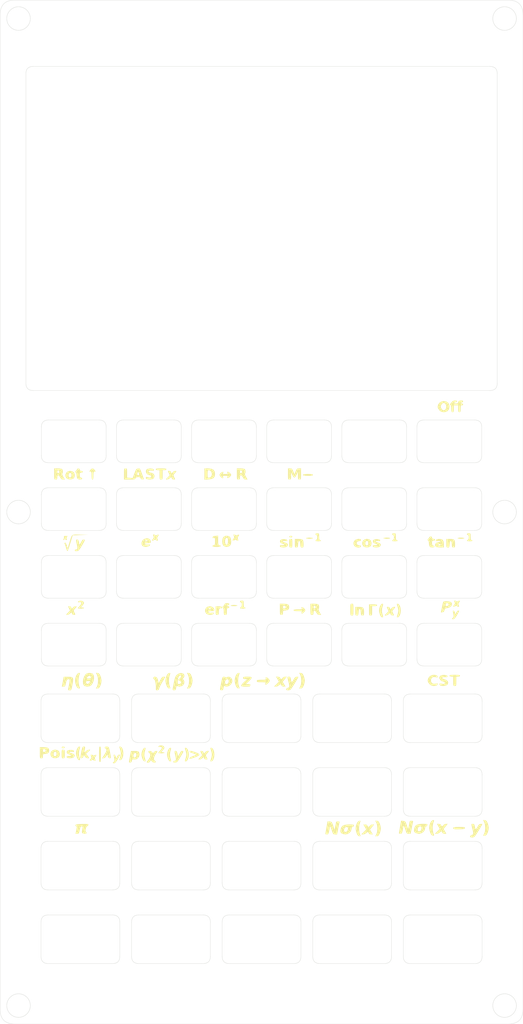
<source format=kicad_pcb>
(kicad_pcb (version 20221018) (generator pcbnew)
  (title_block (comment 4 "AISLER Project ID: HQDGZGXB"))
  (layers (0 "F.Cu" signal) (31 "B.Cu" signal) (34 "B.Paste" user) (35 "F.Paste" user) (36 "B.SilkS" user "B.Silkscreen") (37 "F.SilkS" user "F.Silkscreen") (38 "B.Mask" user) (39 "F.Mask" user) (44 "Edge.Cuts" user))
  (net 0 "")
  (footprint "LOGO" (layer "F.Cu") (at 85.615 119.24)
    (fp_text reference "G***" hide)
    (fp_text value "LOGO" hide)
  )
  (gr_line (start 105.461915 170.775581) (end 105.515626 170.78437) (stroke (width 0.035277)) (layer "Edge.Cuts"))
  (gr_line (start 76.821291 112.791206) (end 76.878908 112.796089) (stroke (width 0.035277)) (layer "Edge.Cuts"))
  (gr_line (start 106.850003 134.849993) (end 106.819729 134.88222) (stroke (width 0.035277)) (layer "Edge.Cuts"))
  (gr_line (start 76.610354 121.952141) (end 76.660159 121.964836) (stroke (width 0.035277)) (layer "Edge.Cuts"))
  (gr_line (start 76.610354 107.047844) (end 76.562502 107.062493) (stroke (width 0.035277)) (layer "Edge.Cuts"))
  (gr_line (start 119.711656 53.544932) (end 119.736933 53.514884) (stroke (width 0.035277)) (layer "Edge.Cuts"))
  (gr_line (start 81.028908 180.796082) (end 81.088478 180.799011) (stroke (width 0.035277)) (layer "Edge.Cuts"))
  (gr_line (start 84.764847 112.139838) (end 84.775589 112.088081) (stroke (width 0.035277)) (layer "Edge.Cuts"))
  (gr_line (start 104.809377 112.65937) (end 104.847463 112.634956) (stroke (width 0.035277)) (layer "Edge.Cuts"))
  (gr_line (start 103.0709 160.283385) (end 103.087502 160.237487) (stroke (width 0.035277)) (layer "Edge.Cuts"))
  (gr_line (start 51.191834 187.42123) (end 51.214803 187.453013) (stroke (width 0.035277)) (layer "Edge.Cuts"))
  (gr_line (start 63.883401 121.92089) (end 63.927347 121.902336) (stroke (width 0.035277)) (layer "Edge.Cuts"))
  (gr_line (start 116.917335 52.265116) (end 116.912053 52.303984) (stroke (width 0.035277)) (layer "Edge.Cuts"))
  (gr_line (start 54.052081 52.888655) (end 54.06114 52.850502) (stroke (width 0.035277)) (layer "Edge.Cuts"))
  (gr_line (start 119.851728 118.643945) (end 119.830347 118.611081) (stroke (width 0.035277)) (layer "Edge.Cuts"))
  (gr_line (start 50.968845 119.964269) (end 50.980699 120.001703) (stroke (width 0.035277)) (layer "Edge.Cuts"))
  (gr_line (start 56.112503 174.26249) (end 56.066605 174.279091) (stroke (width 0.035277)) (layer "Edge.Cuts"))
  (gr_line (start 104.769338 134.718156) (end 104.727346 134.697648) (stroke (width 0.035277)) (layer "Edge.Cuts"))
  (gr_line (start 74.317777 134.819719) (end 74.283597 134.791399) (stroke (width 0.035277)) (layer "Edge.Cuts"))
  (gr_line (start 95 135.599998) (end 94.999023 135.538475) (stroke (width 0.035277)) (layer "Edge.Cuts"))
  (gr_line (start 76.938479 107.000969) (end 76.878908 107.003899) (stroke (width 0.035277)) (layer "Edge.Cuts"))
  (gr_line (start 105.032229 180.580263) (end 105.066409 180.608583) (stroke (width 0.035277)) (layer "Edge.Cuts"))
  (gr_line (start 86.262504 130.637493) (end 86.279106 130.683391) (stroke (width 0.035277)) (layer "Edge.Cuts"))
  (gr_line (start 103.031838 144.630657) (end 103.009377 144.590617) (stroke (width 0.035277)) (layer "Edge.Cuts"))
  (gr_line (start 90.459378 154.34062) (end 90.419339 154.31816) (stroke (width 0.035277)) (layer "Edge.Cuts"))
  (gr_line (start 67.912502 164.762487) (end 67.897854 164.810339) (stroke (width 0.035277)) (layer "Edge.Cuts"))
  (gr_line (start 84.681839 135.030658) (end 84.659378 134.990619) (stroke (width 0.035277)) (layer "Edge.Cuts"))
  (gr_line (start 66.246096 179.921082) (end 66.249025 179.861512) (stroke (width 0.035277)) (layer "Edge.Cuts"))
  (gr_line (start 116.923566 186.226389) (end 116.917335 186.265105) (stroke (width 0.035277)) (layer "Edge.Cuts"))
  (gr_line (start 50.907727 119.657004) (end 50.912057 119.696006) (stroke (width 0.035277)) (layer "Edge.Cuts"))
  (gr_line (start 117.455069 118.288336) (end 117.425629 118.314362) (stroke (width 0.035277)) (layer "Edge.Cuts"))
  (gr_line (start 104.75098 179.861512) (end 104.75391 179.921082) (stroke (width 0.035277)) (layer "Edge.Cuts"))
  (gr_line (start 64.352151 130.589641) (end 64.364846 130.539836) (stroke (width 0.035277)) (layer "Edge.Cuts"))
  (gr_line (start 66.73848 107.000969) (end 66.678909 107.003899) (stroke (width 0.035277)) (layer "Edge.Cuts"))
  (gr_line (start 77.939652 160.752136) (end 77.987503 160.737487) (stroke (width 0.035277)) (layer "Edge.Cuts"))
  (gr_line (start 67.912502 174.76249) (end 67.897854 174.810342) (stroke (width 0.035277)) (layer "Edge.Cuts"))
  (gr_line (start 120.841796 187.966779) (end 120.874999 187.874983) (stroke (width 0.035277)) (layer "Edge.Cuts"))
  (gr_line (start 51.546979 118.214794) (end 51.51576 118.238542) (stroke (width 0.035277)) (layer "Edge.Cuts"))
  (gr_line (start 86.965629 112.78437) (end 87.021293 112.791206) (stroke (width 0.035277)) (layer "Edge.Cuts"))
  (gr_line (start 115.370896 180.283388) (end 115.387498 180.23749) (stroke (width 0.035277)) (layer "Edge.Cuts"))
  (gr_line (start 107.365625 107.015617) (end 107.311915 107.024407) (stroke (width 0.035277)) (layer "Edge.Cuts"))
  (gr_line (start 78.514845 164.860144) (end 78.50215 164.810339) (stroke (width 0.035277)) (layer "Edge.Cuts"))
  (gr_line (start 119.910981 187.254384) (end 119.929069 187.219531) (stroke (width 0.035277)) (layer "Edge.Cuts"))
  (gr_line (start 92.669729 150.517761) (end 92.700002 150.549988) (stroke (width 0.035277)) (layer "Edge.Cuts"))
  (gr_line (start 51.961135 184.993469) (end 51.924268 185.00717) (stroke (width 0.035277)) (layer "Edge.Cuts"))
  (gr_line (start 66.27266 134.697648) (end 66.230667 134.718156) (stroke (width 0.035277)) (layer "Edge.Cuts"))
  (gr_line (start 119.711656 118.455062) (end 119.685631 118.425621) (stroke (width 0.035277)) (layer "Edge.Cuts"))
  (gr_line (start 53.254403 51.089014) (end 53.219552 51.070927) (stroke (width 0.035277)) (layer "Edge.Cuts"))
  (gr_line (start 94.061527 125.40097) (end 94.000004 125.399994) (stroke (width 0.035277)) (layer "Edge.Cuts"))
  (gr_line (start 118.888652 54.052077) (end 118.926582 54.042084) (stroke (width 0.035277)) (layer "Edge.Cuts"))
  (gr_line (start 84.634964 130.847455) (end 84.659378 130.809369) (stroke (width 0.035277)) (layer "Edge.Cuts"))
  (gr_line (start 117.359374 59.390624) (end 117.33496 59.352538) (stroke (width 0.035277)) (layer "Edge.Cuts"))
  (gr_line (start 65.819339 150.681823) (end 65.859378 150.659363) (stroke (width 0.035277)) (layer "Edge.Cuts"))
  (gr_line (start 51.88771 53.978207) (end 51.924268 53.992825) (stroke (width 0.035277)) (layer "Edge.Cuts"))
  (gr_line (start 53.892063 187.288761) (end 53.910989 187.254384) (stroke (width 0.035277)) (layer "Edge.Cuts"))
  (gr_line (start 66.058596 170.483587) (end 66.084963 170.447454) (stroke (width 0.035277)) (layer "Edge.Cuts"))
  (gr_line (start 74.350004 140.15) (end 74.380277 140.117773) (stroke (width 0.035277)) (layer "Edge.Cuts"))
  (gr_line (start 103.009377 150.409364) (end 103.031838 150.369325) (stroke (width 0.035277)) (layer "Edge.Cuts"))
  (gr_line (start 104.750004 169.799988) (end 104.75098 169.861512) (stroke (width 0.035277)) (layer "Edge.Cuts"))
  (gr_line (start 64.047464 131.034957) (end 64.083597 131.008589) (stroke (width 0.035277)) (layer "Edge.Cuts"))
  (gr_line (start 117.214796 185.546967) (end 117.191827 185.578748) (stroke (width 0.035277)) (layer "Edge.Cuts"))
  (gr_line (start 119.112289 185.02179) (end 119.075732 185.00717) (stroke (width 0.035277)) (layer "Edge.Cuts"))
  (gr_line (start 65.250003 164.199989) (end 56.550004 164.199989) (stroke (width 0.035277)) (layer "Edge.Cuts"))
  (gr_line (start 74.283597 134.791399) (end 74.247464 134.765031) (stroke (width 0.035277)) (layer "Edge.Cuts"))
  (gr_line (start 53.515629 102.23437) (end 53.524418 102.288081) (stroke (width 0.035277)) (layer "Edge.Cuts"))
  (gr_line (start 94.000004 140.400002) (end 94.061527 140.399025) (stroke (width 0.035277)) (layer "Edge.Cuts"))
  (gr_line (start 93.450001 170.799995) (end 102.149998 170.799995) (stroke (width 0.035277)) (layer "Edge.Cuts"))
  (gr_line (start 53.631375 185.368622) (end 53.603194 185.341126) (stroke (width 0.035277)) (layer "Edge.Cuts"))
  (gr_line (start 54.031162 52.964276) (end 54.042088 52.926585) (stroke (width 0.035277)) (layer "Edge.Cuts"))
  (gr_line (start 67.968166 150.369325) (end 67.990627 150.409364) (stroke (width 0.035277)) (layer "Edge.Cuts"))
  (gr_line (start 104.769338 107.118157) (end 104.727346 107.097649) (stroke (width 0.035277)) (layer "Edge.Cuts"))
  (gr_line (start 96.619729 140.117773) (end 96.650002 140.15) (stroke (width 0.035277)) (layer "Edge.Cuts"))
  (gr_line (start 120.069253 119.18785) (end 120.061133 119.149492) (stroke (width 0.035277)) (layer "Edge.Cuts"))
  (gr_line (start 76.047855 139.789645) (end 76.062504 139.837497) (stroke (width 0.035277)) (layer "Edge.Cuts"))
  (gr_line (start 66.230667 140.281837) (end 66.27266 140.302345) (stroke (width 0.035277)) (layer "Edge.Cuts"))
  (gr_line (start 94.339846 140.364845) (end 94.389651 140.35215) (stroke (width 0.035277)) (layer "Edge.Cuts"))
  (gr_line (start 104.589652 121.952141) (end 104.637503 121.937492) (stroke (width 0.035277)) (layer "Edge.Cuts"))
  (gr_line (start 78.384963 160.447448) (end 78.409377 160.409362) (stroke (width 0.035277)) (layer "Edge.Cuts"))
  (gr_line (start 105.196095 107.878902) (end 105.191212 107.821285) (stroke (width 0.035277)) (layer "Edge.Cuts"))
  (gr_line (start 55.765043 140.04746) (end 55.79141 140.083593) (stroke (width 0.035277)) (layer "Edge.Cuts"))
  (gr_line (start 116.901937 119.421321) (end 116.900486 119.460624) (stroke (width 0.035277)) (layer "Edge.Cuts"))
  (gr_line (start 52.460635 188.099506) (end 52.500004 188.099991) (stroke (width 0.035277)) (layer "Edge.Cuts"))
  (gr_line (start 54.092281 186.657) (end 54.095654 186.617879) (stroke (width 0.035277)) (layer "Edge.Cuts"))
  (gr_line (start 50.938868 119.149492) (end 50.930748 119.18785) (stroke (width 0.035277)) (layer "Edge.Cuts"))
  (gr_line (start 64.375588 139.688082) (end 64.384377 139.634371) (stroke (width 0.035277)) (layer "Edge.Cuts"))
  (gr_line (start 78.514845 170.139834) (end 78.525587 170.088076) (stroke (width 0.035277)) (layer "Edge.Cuts"))
  (gr_line (start 64.384377 107.765621) (end 64.375588 107.71191) (stroke (width 0.035277)) (layer "Edge.Cuts"))
  (gr_line (start 118.382105 184.904343) (end 118.342984 184.907716) (stroke (width 0.035277)) (layer "Edge.Cuts"))
  (gr_line (start 120.069253 186.187843) (end 120.061133 186.149485) (stroke (width 0.035277)) (layer "Edge.Cuts"))
  (gr_line (start 114.887502 154.262496) (end 114.839651 154.247848) (stroke (width 0.035277)) (layer "Edge.Cuts"))
  (gr_line (start 107.421289 140.391212) (end 107.478906 140.396095) (stroke (width 0.035277)) (layer "Edge.Cuts"))
  (gr_line (start 52.888659 117.947913) (end 52.850506 117.938855) (stroke (width 0.035277)) (layer "Edge.Cuts"))
  (gr_line (start 86.203911 126.278901) (end 86.200981 126.338471) (stroke (width 0.035277)) (layer "Edge.Cuts"))
  (gr_line (start 115.230273 160.51776) (end 115.258593 160.48358) (stroke (width 0.035277)) (layer "Edge.Cuts"))
  (gr_line (start 104.78516 160.139831) (end 104.797855 160.189635) (stroke (width 0.035277)) (layer "Edge.Cuts"))
  (gr_line (start 94.975586 107.71191) (end 94.964844 107.660152) (stroke (width 0.035277)) (layer "Edge.Cuts"))
  (gr_line (start 53.254403 53.910985) (end 53.28878 53.892059) (stroke (width 0.035277)) (layer "Edge.Cuts"))
  (gr_line (start 105.066409 150.608581) (end 105.102542 150.634948) (stroke (width 0.035277)) (layer "Edge.Cuts"))
  (gr_line (start 84.327347 116.297654) (end 84.283402 116.279099) (stroke (width 0.035277)) (layer "Edge.Cuts"))
  (gr_line (start 66.250002 175.199989) (end 66.249025 175.138466) (stroke (width 0.035277)) (layer "Edge.Cuts"))
  (gr_line (start 103.114845 150.139835) (end 103.125588 150.088077) (stroke (width 0.035277)) (layer "Edge.Cuts"))
  (gr_line (start 92.802541 144.36503) (end 92.766408 144.391397) (stroke (width 0.035277)) (layer "Edge.Cuts"))
  (gr_line (start 102.930275 144.482218) (end 102.900002 144.449991) (stroke (width 0.035277)) (layer "Edge.Cuts"))
  (gr_line (start 94.339846 116.235153) (end 94.288089 116.224411) (stroke (width 0.035277)) (layer "Edge.Cuts"))
  (gr_line (start 55.690628 180.409365) (end 55.715042 180.447451) (stroke (width 0.035277)) (layer "Edge.Cuts"))
  (gr_line (start 103.134377 150.034367) (end 103.141212 149.978704) (stroke (width 0.035277)) (layer "Edge.Cuts"))
  (gr_line (start 90.834377 170.034365) (end 90.841213 169.9787) (stroke (width 0.035277)) (layer "Edge.Cuts"))
  (gr_line (start 53.78223 59.219725) (end 53.750004 59.249999) (stroke (width 0.035277)) (layer "Edge.Cuts"))
  (gr_line (start 54.099519 52.539369) (end 54.100004 52.5) (stroke (width 0.035277)) (layer "Edge.Cuts"))
  (gr_line (start 86.965629 140.384376) (end 87.021293 140.391212) (stroke (width 0.035277)) (layer "Edge.Cuts"))
  (gr_line (start 84.659378 134.990619) (end 84.634964 134.952533) (stroke (width 0.035277)) (layer "Edge.Cuts"))
  (gr_line (start 78.330276 154.48222) (end 78.300003 154.449994) (stroke (width 0.035277)) (layer "Edge.Cuts"))
  (gr_line (start 65.808792 111.978706) (end 65.815628 112.03437) (stroke (width 0.035277)) (layer "Edge.Cuts"))
  (gr_line (start 105.034962 130.847455) (end 105.059376 130.809369) (stroke (width 0.035277)) (layer "Edge.Cuts"))
  (gr_line (start 93.060352 180.752137) (end 93.110157 180.764832) (stroke (width 0.035277)) (layer "Edge.Cuts"))
  (gr_line (start 55.79141 121.683585) (end 55.81973 121.717765) (stroke (width 0.035277)) (layer "Edge.Cuts"))
  (gr_line (start 66.27266 112.702339) (end 66.316605 112.720893) (stroke (width 0.035277)) (layer "Edge.Cuts"))
  (gr_line (start 96.447853 139.789645) (end 96.462502 139.837497) (stroke (width 0.035277)) (layer "Edge.Cuts"))
  (gr_line (start 56.07266 131.10234) (end 56.116605 131.120895) (stroke (width 0.035277)) (layer "Edge.Cuts"))
  (gr_line (start 56.07266 116.297654) (end 56.030668 116.318162) (stroke (width 0.035277)) (layer "Edge.Cuts"))
  (gr_line (start 78.119339 144.318154) (end 78.077347 144.297646) (stroke (width 0.035277)) (layer "Edge.Cuts"))
  (gr_line (start 74.591215 130.378702) (end 74.596098 130.321084) (stroke (width 0.035277)) (layer "Edge.Cuts"))
  (gr_line (start 78.233597 160.608581) (end 78.267776 160.58026) (stroke (width 0.035277)) (layer "Edge.Cuts"))
  (gr_line (start 55.69766 139.927342) (end 55.718168 139.969334) (stroke (width 0.035277)) (layer "Edge.Cuts"))
  (gr_line (start 65.965042 116.552537) (end 65.940628 116.590623) (stroke (width 0.035277)) (layer "Edge.Cuts"))
  (gr_line (start 119.946308 185.815751) (end 119.929069 185.780439) (stroke (width 0.035277)) (layer "Edge.Cuts"))
  (gr_line (start 53.978211 120.112289) (end 53.992829 120.075731) (stroke (width 0.035277)) (layer "Edge.Cuts"))
  (gr_line (start 117.249999 102.749995) (end 117.280273 102.717769) (stroke (width 0.035277)) (layer "Edge.Cuts"))
  (gr_line (start 66.214846 144.860151) (end 66.20215 144.810346) (stroke (width 0.035277)) (layer "Edge.Cuts"))
  (gr_line (start 115.384376 112.03437) (end 115.391212 111.978706) (stroke (width 0.035277)) (layer "Edge.Cuts"))
  (gr_line (start 64.281839 125.830659) (end 64.259378 125.79062) (stroke (width 0.035277)) (layer "Edge.Cuts"))
  (gr_line (start 102.149998 174.199989) (end 93.450001 174.199989) (stroke (width 0.035277)) (layer "Edge.Cuts"))
  (gr_line (start 74.564848 135.260152) (end 74.552153 135.210347) (stroke (width 0.035277)) (layer "Edge.Cuts"))
  (gr_line (start 83.861527 116.200974) (end 83.800003 116.199997) (stroke (width 0.035277)) (layer "Edge.Cuts"))
  (gr_line (start 74.317777 116.419724) (end 74.283597 116.391404) (stroke (width 0.035277)) (layer "Edge.Cuts"))
  (gr_line (start 105.140627 164.340613) (end 105.102542 164.365027) (stroke (width 0.035277)) (layer "Edge.Cuts"))
  (gr_line (start 66.152542 125.565034) (end 66.11641 125.591401) (stroke (width 0.035277)) (layer "Edge.Cuts"))
  (gr_line (start 78.330276 174.482217) (end 78.300003 174.44999) (stroke (width 0.035277)) (layer "Edge.Cuts"))
  (gr_line (start 118.888652 121.052072) (end 118.926582 121.042079) (stroke (width 0.035277)) (layer "Edge.Cuts"))
  (gr_line (start 90.630276 160.51776) (end 90.658596 160.48358) (stroke (width 0.035277)) (layer "Edge.Cuts"))
  (gr_line (start 119 50) (end 52.000004 50) (stroke (width 0.035277)) (layer "Edge.Cuts"))
  (gr_line (start 50.904353 119.617884) (end 50.907727 119.657004) (stroke (width 0.035277)) (layer "Edge.Cuts"))
  (gr_line (start 86.630668 131.081832) (end 86.67266 131.10234) (stroke (width 0.035277)) (layer "Edge.Cuts"))
  (gr_line (start 117.515758 187.76144) (end 117.546977 187.785189) (stroke (width 0.035277)) (layer "Edge.Cuts"))
  (gr_line (start 103.141212 175.021279) (end 103.134377 174.965615) (stroke (width 0.035277)) (layer "Edge.Cuts"))
  (gr_line (start 102.930275 164.482214) (end 102.900002 164.449987) (stroke (width 0.035277)) (layer "Edge.Cuts"))
  (gr_line (start 77.671097 160.796082) (end 77.728714 160.791199) (stroke (width 0.035277)) (layer "Edge.Cuts"))
  (gr_line (start 90.787502 144.762494) (end 90.770901 144.716595) (stroke (width 0.035277)) (layer "Edge.Cuts"))
  (gr_line (start 86.911918 112.775581) (end 86.965629 112.78437) (stroke (width 0.035277)) (layer "Edge.Cuts"))
  (gr_line (start 54.37891 102.99609) (end 54.43848 102.99902) (stroke (width 0.035277)) (layer "Edge.Cuts"))
  (gr_line (start 119.736933 185.485109) (end 119.711656 185.455061) (stroke (width 0.035277)) (layer "Edge.Cuts"))
  (gr_line (start 53.544936 118.288336) (end 53.514888 118.263059) (stroke (width 0.035277)) (layer "Edge.Cuts"))
  (gr_line (start 90.846096 179.921082) (end 90.849026 179.861512) (stroke (width 0.035277)) (layer "Edge.Cuts"))
  (gr_line (start 66.214846 164.860144) (end 66.20215 164.810339) (stroke (width 0.035277)) (layer "Edge.Cuts"))
  (gr_line (start 55.60098 117.138474) (end 55.600004 117.199997) (stroke (width 0.035277)) (layer "Edge.Cuts"))
  (gr_line (start 56.210355 140.35215) (end 56.26016 140.364845) (stroke (width 0.035277)) (layer "Edge.Cuts"))
  (gr_line (start 55.74141 144.516398) (end 55.715042 144.552531) (stroke (width 0.035277)) (layer "Edge.Cuts"))
  (gr_line (start 115.150001 121.749991) (end 115.180274 121.717765) (stroke (width 0.035277)) (layer "Edge.Cuts"))
  (gr_line (start 51.007178 53.075736) (end 51.021797 53.112293) (stroke (width 0.035277)) (layer "Edge.Cuts"))
  (gr_line (start 74.037503 116.262497) (end 73.989651 116.247849) (stroke (width 0.035277)) (layer "Edge.Cuts"))
  (gr_line (start 117.214796 53.453025) (end 117.238545 53.484244) (stroke (width 0.035277)) (layer "Edge.Cuts"))
  (gr_line (start 104.765629 144.96562) (end 104.758793 145.021285) (stroke (width 0.035277)) (layer "Edge.Cuts"))
  (gr_line (start 94.902344 116.672654) (end 94.881836 116.630662) (stroke (width 0.035277)) (layer "Edge.Cuts"))
  (gr_line (start 102.211522 160.799011) (end 102.271092 160.796082) (stroke (width 0.035277)) (layer "Edge.Cuts"))
  (gr_line (start 80.400003 174.44999) (end 80.369729 174.482217) (stroke (width 0.035277)) (layer "Edge.Cuts"))
  (gr_line (start 102.32871 164.208778) (end 102.271092 164.203896) (stroke (width 0.035277)) (layer "Edge.Cuts"))
  (gr_line (start 87.078911 112.796089) (end 87.138481 112.799019) (stroke (width 0.035277)) (layer "Edge.Cuts"))
  (gr_line (start 84.800003 130.199989) (end 84.800003 126.399994) (stroke (width 0.035277)) (layer "Edge.Cuts"))
  (gr_line (start 105.196095 121.121086) (end 105.199024 121.061516) (stroke (width 0.035277)) (layer "Edge.Cuts"))
  (gr_line (start 76.660159 121.964836) (end 76.711916 121.975578) (stroke (width 0.035277)) (layer "Edge.Cuts"))
  (gr_line (start 92.922657 160.702331) (end 92.966603 160.720886) (stroke (width 0.035277)) (layer "Edge.Cuts"))
  (gr_line (start 78.077347 180.702333) (end 78.119339 180.681825) (stroke (width 0.035277)) (layer "Edge.Cuts"))
  (gr_line (start 74.584379 135.365622) (end 74.57559 135.31191) (stroke (width 0.035277)) (layer "Edge.Cuts"))
  (gr_line (start 119.112289 118.021782) (end 119.075732 118.007164) (stroke (width 0.035277)) (layer "Edge.Cuts"))
  (gr_line (start 117.263063 53.514884) (end 117.28834 53.544932) (stroke (width 0.035277)) (layer "Edge.Cuts"))
  (gr_line (start 120.098063 186.421316) (end 120.095649 186.382096) (stroke (width 0.035277)) (layer "Edge.Cuts"))
  (gr_line (start 56.26016 116.235153) (end 56.210355 116.247849) (stroke (width 0.035277)) (layer "Edge.Cuts"))
  (gr_line (start 94.527346 121.902336) (end 94.569338 121.881828) (stroke (width 0.035277)) (layer "Edge.Cuts"))
  (gr_line (start 74.48184 125.830659) (end 74.459379 125.79062) (stroke (width 0.035277)) (layer "Edge.Cuts"))
  (gr_line (start 67.850002 169.799988) (end 67.850979 169.861512) (stroke (width 0.035277)) (layer "Edge.Cuts"))
  (gr_line (start 92.450005 145.199997) (end 92.450005 149.799995) (stroke (width 0.035277)) (layer "Edge.Cuts"))
  (gr_line (start 115.391212 139.578706) (end 115.396095 139.521089) (stroke (width 0.035277)) (layer "Edge.Cuts"))
  (gr_line (start 105.137501 116.762498) (end 105.1209 116.7166) (stroke (width 0.035277)) (layer "Edge.Cuts"))
  (gr_line (start 117.815761 120.946308) (end 117.851517 120.962689) (stroke (width 0.035277)) (layer "Edge.Cuts"))
  (gr_line (start 103.052345 144.672649) (end 103.031838 144.630657) (stroke (width 0.035277)) (layer "Edge.Cuts"))
  (gr_line (start 104.758793 175.021279) (end 104.75391 175.078896) (stroke (width 0.035277)) (layer "Edge.Cuts"))
  (gr_line (start 105.200001 111.799995) (end 105.200001 107.999996) (stroke (width 0.035277)) (layer "Edge.Cuts"))
  (gr_line (start 64.259378 130.809369) (end 64.281839 130.76933) (stroke (width 0.035277)) (layer "Edge.Cuts"))
  (gr_line (start 65.99141 125.716401) (end 65.965042 125.752534) (stroke (width 0.035277)) (layer "Edge.Cuts"))
  (gr_line (start 104.378715 125.408783) (end 104.321098 125.4039) (stroke (width 0.035277)) (layer "Edge.Cuts"))
  (gr_line (start 80.666604 170.720893) (end 80.712502 170.737495) (stroke (width 0.035277)) (layer "Edge.Cuts"))
  (gr_line (start 63.461527 112.799019) (end 63.521097 112.796089) (stroke (width 0.035277)) (layer "Edge.Cuts"))
  (gr_line (start 90.814846 160.139831) (end 90.825588 160.088073) (stroke (width 0.035277)) (layer "Edge.Cuts"))
  (gr_line (start 115.384376 139.634371) (end 115.391212 139.578706) (stroke (width 0.035277)) (layer "Edge.Cuts"))
  (gr_line (start 104.883596 121.808585) (end 104.917775 121.780265) (stroke (width 0.035277)) (layer "Edge.Cuts"))
  (gr_line (start 116.900002 119.499992) (end 116.900486 119.53936) (stroke (width 0.035277)) (layer "Edge.Cuts"))
  (gr_line (start 55.550004 155.199989) (end 55.550004 159.799988) (stroke (width 0.035277)) (layer "Edge.Cuts"))
  (gr_line (start 94.683595 134.791399) (end 94.647462 134.765031) (stroke (width 0.035277)) (layer "Edge.Cuts"))
  (gr_line (start 105.628907 174.203896) (end 105.57129 174.208778) (stroke (width 0.035277)) (layer "Edge.Cuts"))
  (gr_line (start 66.152542 107.165032) (end 66.11641 107.1914) (stroke (width 0.035277)) (layer "Edge.Cuts"))
  (gr_line (start 107.162502 140.337501) (end 107.210353 140.35215) (stroke (width 0.035277)) (layer "Edge.Cuts"))
  (gr_line (start 102.867775 160.58026) (end 102.900002 160.549987) (stroke (width 0.035277)) (layer "Edge.Cuts"))
  (gr_line (start 106.635159 126.060151) (end 106.624416 126.111909) (stroke (width 0.035277)) (layer "Edge.Cuts"))
  (gr_line (start 84.283402 112.720893) (end 84.327347 112.702339) (stroke (width 0.035277)) (layer "Edge.Cuts"))
  (gr_line (start 66.20215 180.189638) (end 66.214846 180.139833) (stroke (width 0.035277)) (layer "Edge.Cuts"))
  (gr_line (start 76.821291 116.208786) (end 76.765627 116.215622) (stroke (width 0.035277)) (layer "Edge.Cuts"))
  (gr_line (start 96.497658 107.472651) (end 96.479103 107.516596) (stroke (width 0.035277)) (layer "Edge.Cuts"))
  (gr_line (start 64.234964 130.847455) (end 64.259378 130.809369) (stroke (width 0.035277)) (layer "Edge.Cuts"))
  (gr_line (start 97.010352 121.952141) (end 97.060157 121.964836) (stroke (width 0.035277)) (layer "Edge.Cuts"))
  (gr_line (start 55.718168 112.36933) (end 55.740629 112.409369) (stroke (width 0.035277)) (layer "Edge.Cuts"))
  (gr_line (start 105.410158 170.764839) (end 105.461915 170.775581) (stroke (width 0.035277)) (layer "Edge.Cuts"))
  (gr_line (start 94.780274 130.917768) (end 94.808594 130.883588) (stroke (width 0.035277)) (layer "Edge.Cuts"))
  (gr_line (start 56.371293 154.208786) (end 56.315628 154.215622) (stroke (width 0.035277)) (layer "Edge.Cuts"))
  (gr_line (start 103.125588 164.911902) (end 103.114845 164.860144) (stroke (width 0.035277)) (layer "Edge.Cuts"))
  (gr_line (start 117.546977 120.785193) (end 117.578758 120.808162) (stroke (width 0.035277)) (layer "Edge.Cuts"))
  (gr_line (start 116.937499 59.062499) (end 116.889647 59.047851) (stroke (width 0.035277)) (layer "Edge.Cuts"))
  (gr_line (start 55.60391 139.521089) (end 55.608793 139.578706) (stroke (width 0.035277)) (layer "Edge.Cuts"))
  (gr_line (start 84.517777 134.819719) (end 84.483597 134.791399) (stroke (width 0.035277)) (layer "Edge.Cuts"))
  (gr_line (start 84.702347 121.527335) (end 84.720902 121.48339) (stroke (width 0.035277)) (layer "Edge.Cuts"))
  (gr_line (start 96.540627 140.009374) (end 96.565041 140.04746) (stroke (width 0.035277)) (layer "Edge.Cuts"))
  (gr_line (start 50.017582 51.642578) (end 50.007817 51.757812) (stroke (width 0.035277)) (layer "Edge.Cuts"))
  (gr_line (start 115.258593 180.483584) (end 115.28496 180.447451) (stroke (width 0.035277)) (layer "Edge.Cuts"))
  (gr_line (start 51.780456 187.929063) (end 51.815767 187.946302) (stroke (width 0.035277)) (layer "Edge.Cuts"))
  (gr_line (start 76.09766 107.472651) (end 76.079105 107.516596) (stroke (width 0.035277)) (layer "Edge.Cuts"))
  (gr_line (start 67.968166 164.630651) (end 67.947659 164.672643) (stroke (width 0.035277)) (layer "Edge.Cuts"))
  (gr_line (start 67.947659 180.327334) (end 67.968166 180.369326) (stroke (width 0.035277)) (layer "Edge.Cuts"))
  (gr_line (start 56.365628 134.615616) (end 56.311917 134.624405) (stroke (width 0.035277)) (layer "Edge.Cuts"))
  (gr_line (start 78.330276 150.517761) (end 78.358596 150.483582) (stroke (width 0.035277)) (layer "Edge.Cuts"))
  (gr_line (start 114.789847 180.764832) (end 114.839651 180.752137) (stroke (width 0.035277)) (layer "Edge.Cuts"))
  (gr_line (start 65.80098 117.138474) (end 65.800003 117.199997) (stroke (width 0.035277)) (layer "Edge.Cuts"))
  (gr_line (start 90.377347 174.297646) (end 90.333401 174.279091) (stroke (width 0.035277)) (layer "Edge.Cuts"))
  (gr_line (start 66.621292 121.991203) (end 66.678909 121.996086) (stroke (width 0.035277)) (layer "Edge.Cuts"))
  (gr_line (start 63.739847 112.764839) (end 63.789651 112.752144) (stroke (width 0.035277)) (layer "Edge.Cuts"))
  (gr_line (start 114.400002 121.999992) (end 114.461525 121.999016) (stroke (width 0.035277)) (layer "Edge.Cuts"))
  (gr_line (start 94.834962 121.647452) (end 94.859376 121.609366) (stroke (width 0.035277)) (layer "Edge.Cuts"))
  (gr_line (start 119.962689 187.148462) (end 119.978203 187.112274) (stroke (width 0.035277)) (layer "Edge.Cuts"))
  (gr_line (start 65.933596 160.608581) (end 65.967776 160.58026) (stroke (width 0.035277)) (layer "Edge.Cuts"))
  (gr_line (start 52.96428 50.968841) (end 52.92659 50.957916) (stroke (width 0.035277)) (layer "Edge.Cuts"))
  (gr_line (start 115.259376 116.590623) (end 115.234962 116.552537) (stroke (width 0.035277)) (layer "Edge.Cuts"))
  (gr_line (start 68.788479 150.799011) (end 68.850002 150.799988) (stroke (width 0.035277)) (layer "Edge.Cuts"))
  (gr_line (start 114.400002 131.199997) (end 114.461525 131.19902) (stroke (width 0.035277)) (layer "Edge.Cuts"))
  (gr_line (start 120.042081 186.0734) (end 120.031155 186.035709) (stroke (width 0.035277)) (layer "Edge.Cuts"))
  (gr_line (start 105.191212 111.978706) (end 105.196095 111.921089) (stroke (width 0.035277)) (layer "Edge.Cuts"))
  (gr_line (start 115.44902 169.861512) (end 115.449997 169.799988) (stroke (width 0.035277)) (layer "Edge.Cuts"))
  (gr_line (start 76.765627 121.984367) (end 76.821291 121.991203) (stroke (width 0.035277)) (layer "Edge.Cuts"))
  (gr_line (start 80.971291 174.208778) (end 80.915627 174.215614) (stroke (width 0.035277)) (layer "Edge.Cuts"))
  (gr_line (start 84.034378 112.78437) (end 84.088089 112.775581) (stroke (width 0.035277)) (layer "Edge.Cuts"))
  (gr_line (start 87.021293 112.791206) (end 87.078911 112.796089) (stroke (width 0.035277)) (layer "Edge.Cuts"))
  (gr_line (start 65.835159 126.060151) (end 65.824417 126.111909) (stroke (width 0.035277)) (layer "Edge.Cuts"))
  (gr_line (start 74.502348 112.327338) (end 74.520902 112.283393) (stroke (width 0.035277)) (layer "Edge.Cuts"))
  (gr_line (start 68.728909 144.203896) (end 68.671291 144.208778) (stroke (width 0.035277)) (layer "Edge.Cuts"))
  (gr_line (start 53.322668 187.872295) (end 53.356051 187.851722) (stroke (width 0.035277)) (layer "Edge.Cuts"))
  (gr_line (start 65.99141 130.883588) (end 66.01973 130.917768) (stroke (width 0.035277)) (layer "Edge.Cuts"))
  (gr_line (start 78.233597 144.391397) (end 78.197464 144.36503) (stroke (width 0.035277)) (layer "Edge.Cuts"))
  (gr_line (start 74.037503 112.737495) (end 74.083402 112.720893) (stroke (width 0.035277)) (layer "Edge.Cuts"))
  (gr_line (start 53.038873 188.006516) (end 53.07574 187.992815) (stroke (width 0.035277)) (layer "Edge.Cuts"))
  (gr_line (start 105.266603 180.720887) (end 105.312502 180.737489) (stroke (width 0.035277)) (layer "Edge.Cuts"))
  (gr_line (start 53.910989 118.745591) (end 53.892063 118.711215) (stroke (width 0.035277)) (layer "Edge.Cuts"))
  (gr_line (start 89.911526 160.799011) (end 89.971096 160.796082) (stroke (width 0.035277)) (layer "Edge.Cuts"))
  (gr_line (start 64.396096 126.278901) (end 64.391213 126.221284) (stroke (width 0.035277)) (layer "Edge.Cuts"))
  (gr_line (start 86.203911 111.921089) (end 86.208794 111.978706) (stroke (width 0.035277)) (layer "Edge.Cuts"))
  (gr_line (start 51.238551 53.484244) (end 51.263069 53.514884) (stroke (width 0.035277)) (layer "Edge.Cuts"))
  (gr_line (start 118.812141 188.069248) (end 118.850499 188.061129) (stroke (width 0.035277)) (layer "Edge.Cuts"))
  (gr_line (start 115.281837 125.830659) (end 115.259376 125.79062) (stroke (width 0.035277)) (layer "Edge.Cuts"))
  (gr_line (start 56.066605 144.279091) (end 56.02266 144.297646) (stroke (width 0.035277)) (layer "Edge.Cuts"))
  (gr_line (start 68.412503 164.262489) (end 68.366604 164.27909) (stroke (width 0.035277)) (layer "Edge.Cuts"))
  (gr_line (start 104.637503 125.462494) (end 104.589652 125.447846) (stroke (width 0.035277)) (layer "Edge.Cuts"))
  (gr_line (start 78.4709 150.283388) (end 78.487502 150.23749) (stroke (width 0.035277)) (layer "Edge.Cuts"))
  (gr_line (start 55.55391 169.921082) (end 55.558793 169.9787) (stroke (width 0.035277)) (layer "Edge.Cuts"))
  (gr_line (start 103.149025 145.138473) (end 103.146095 145.078902) (stroke (width 0.035277)) (layer "Edge.Cuts"))
  (gr_line (start 74.599028 121.061516) (end 74.600004 120.999992) (stroke (width 0.035277)) (layer "Edge.Cuts"))
  (gr_line (start 54.06114 119.149492) (end 54.052081 119.111339) (stroke (width 0.035277)) (layer "Edge.Cuts"))
  (gr_line (start 76.09766 112.327338) (end 76.118168 112.36933) (stroke (width 0.035277)) (layer "Edge.Cuts"))
  (gr_line (start 120.099514 119.53936) (end 120.099998 119.499992) (stroke (width 0.035277)) (layer "Edge.Cuts"))
  (gr_line (start 52.578676 121.098056) (end 52.617897 121.095642) (stroke (width 0.035277)) (layer "Edge.Cuts"))
  (gr_line (start 94.999023 135.538475) (end 94.996094 135.478904) (stroke (width 0.035277)) (layer "Edge.Cuts"))
  (gr_line (start 64.337503 116.762498) (end 64.320901 116.7166) (stroke (width 0.035277)) (layer "Edge.Cuts"))
  (gr_line (start 86.279106 125.916597) (end 86.262504 125.962495) (stroke (width 0.035277)) (layer "Edge.Cuts"))
  (gr_line (start 53.69141 59.316405) (end 53.665043 59.352538) (stroke (width 0.035277)) (layer "Edge.Cuts"))
  (gr_line (start 80.150003 145.199997) (end 80.150003 149.799995) (stroke (width 0.035277)) (layer "Edge.Cuts"))
  (gr_line (start 86.762504 134.662491) (end 86.716606 134.679093) (stroke (width 0.035277)) (layer "Edge.Cuts"))
  (gr_line (start 114.511528 150.799011) (end 114.571098 150.796082) (stroke (width 0.035277)) (layer "Edge.Cuts"))
  (gr_line (start 103.10215 174.810342) (end 103.087502 174.76249) (stroke (width 0.035277)) (layer "Edge.Cuts"))
  (gr_line (start 90.731839 170.369328) (end 90.752346 170.327336) (stroke (width 0.035277)) (layer "Edge.Cuts"))
  (gr_line (start 53.65887 120.603183) (end 53.685636 120.574366) (stroke (width 0.035277)) (layer "Edge.Cuts"))
  (gr_line (start 120.042081 186.926572) (end 120.052074 186.888642) (stroke (width 0.035277)) (layer "Edge.Cuts"))
  (gr_line (start 80.760354 150.752136) (end 80.810158 150.764831) (stroke (width 0.035277)) (layer "Edge.Cuts"))
  (gr_line (start 118.07341 188.042076) (end 118.111341 188.05207) (stroke (width 0.035277)) (layer "Edge.Cuts"))
  (gr_line (start 76.191409 112.483588) (end 76.21973 112.517768) (stroke (width 0.035277)) (layer "Edge.Cuts"))
  (gr_line (start 103.009377 180.409365) (end 103.031838 180.369326) (stroke (width 0.035277)) (layer "Edge.Cuts"))
  (gr_line (start 104.78516 174.860147) (end 104.774418 174.911904) (stroke (width 0.035277)) (layer "Edge.Cuts"))
  (gr_line (start 84.327347 140.302345) (end 84.36934 140.281837) (stroke (width 0.035277)) (layer "Edge.Cuts"))
  (gr_line (start 86.810356 131.152145) (end 86.86016 131.16484) (stroke (width 0.035277)) (layer "Edge.Cuts"))
  (gr_line (start 104.434379 112.78437) (end 104.488089 112.775581) (stroke (width 0.035277)) (layer "Edge.Cuts"))
  (gr_line (start 55.63516 126.060151) (end 55.624418 126.111909) (stroke (width 0.035277)) (layer "Edge.Cuts"))
  (gr_line (start 64.400002 135.599998) (end 64.399026 135.538475) (stroke (width 0.035277)) (layer "Edge.Cuts"))
  (gr_line (start 55.58516 164.860144) (end 55.574418 164.911902) (stroke (width 0.035277)) (layer "Edge.Cuts"))
  (gr_line (start 93.450001 164.199989) (end 93.388477 164.200966) (stroke (width 0.035277)) (layer "Edge.Cuts"))
  (gr_line (start 78.50215 174.810342) (end 78.487502 174.76249) (stroke (width 0.035277)) (layer "Edge.Cuts"))
  (gr_line (start 53.453029 118.214794) (end 53.421247 118.191825) (stroke (width 0.035277)) (layer "Edge.Cuts"))
  (gr_line (start 65.589847 170.764839) (end 65.639651 170.752143) (stroke (width 0.035277)) (layer "Edge.Cuts"))
  (gr_line (start 114.789847 144.235146) (end 114.738089 144.224404) (stroke (width 0.035277)) (layer "Edge.Cuts"))
  (gr_line (start 50.947926 186.888642) (end 50.95792 186.926572) (stroke (width 0.035277)) (layer "Edge.Cuts"))
  (gr_line (start 51.851524 51.037306) (end 51.815767 51.053687) (stroke (width 0.035277)) (layer "Edge.Cuts"))
  (gr_line (start 114.839651 150.752136) (end 114.887502 150.737488) (stroke (width 0.035277)) (layer "Edge.Cuts"))
  (gr_line (start 115.097462 170.634955) (end 115.133594 170.608588) (stroke (width 0.035277)) (layer "Edge.Cuts"))
  (gr_line (start 80.290628 154.590618) (end 80.268167 154.630657) (stroke (width 0.035277)) (layer "Edge.Cuts"))
  (gr_line (start 65.428714 164.208778) (end 65.371097 164.203896) (stroke (width 0.035277)) (layer "Edge.Cuts"))
  (gr_line (start 66.050003 134.849993) (end 66.01973 134.88222) (stroke (width 0.035277)) (layer "Edge.Cuts"))
  (gr_line (start 74.459379 116.590623) (end 74.434965 116.552537) (stroke (width 0.035277)) (layer "Edge.Cuts"))
  (gr_line (start 66.249025 165.138465) (end 66.246096 165.078895) (stroke (width 0.035277)) (layer "Edge.Cuts"))
  (gr_line (start 63.521097 112.796089) (end 63.578714 112.791206) (stroke (width 0.035277)) (layer "Edge.Cuts"))
  (gr_line (start 92.529105 160.283385) (end 92.54766 160.32733) (stroke (width 0.035277)) (layer "Edge.Cuts"))
  (gr_line (start 104.750004 155.199989) (end 104.750004 159.799988) (stroke (width 0.035277)) (layer "Edge.Cuts"))
  (gr_line (start 80.712502 164.262489) (end 80.666604 164.27909) (stroke (width 0.035277)) (layer "Edge.Cuts"))
  (gr_line (start 68.069729 144.482218) (end 68.041409 144.516398) (stroke (width 0.035277)) (layer "Edge.Cuts"))
  (gr_line (start 120.031155 52.964276) (end 120.042081 52.926585) (stroke (width 0.035277)) (layer "Edge.Cuts"))
  (gr_line (start 64.047464 121.834953) (end 64.083597 121.808585) (stroke (width 0.035277)) (layer "Edge.Cuts"))
  (gr_line (start 53.910989 185.745588) (end 53.892063 185.711212) (stroke (width 0.035277)) (layer "Edge.Cuts"))
  (gr_line (start 104.812504 150.23749) (end 104.829105 150.283388) (stroke (width 0.035277)) (layer "Edge.Cuts"))
  (gr_line (start 90.533597 144.391397) (end 90.497464 144.36503) (stroke (width 0.035277)) (layer "Edge.Cuts"))
  (gr_line (start 55.60098 107.938473) (end 55.600004 107.999996) (stroke (width 0.035277)) (layer "Edge.Cuts"))
  (gr_line (start 102.539649 160.752136) (end 102.5875 160.737487) (stroke (width 0.035277)) (layer "Edge.Cuts"))
  (gr_line (start 52.149502 188.061129) (end 52.187859 188.069248) (stroke (width 0.035277)) (layer "Edge.Cuts"))
  (gr_line (start 51.070931 187.219531) (end 51.089018 187.254384) (stroke (width 0.035277)) (layer "Edge.Cuts"))
  (gr_line (start 55.79141 140.083593) (end 55.81973 140.117773) (stroke (width 0.035277)) (layer "Edge.Cuts"))
  (gr_line (start 105.222658 144.297646) (end 105.180666 144.318154) (stroke (width 0.035277)) (layer "Edge.Cuts"))
  (gr_line (start 97.278905 140.396095) (end 97.338475 140.399025) (stroke (width 0.035277)) (layer "Edge.Cuts"))
  (gr_line (start 119.421244 187.808159) (end 119.453026 187.785189) (stroke (width 0.035277)) (layer "Edge.Cuts"))
  (gr_line (start 106.916409 134.791399) (end 106.882229 134.819719) (stroke (width 0.035277)) (layer "Edge.Cuts"))
  (gr_line (start 64.117776 134.819719) (end 64.083597 134.791399) (stroke (width 0.035277)) (layer "Edge.Cuts"))
  (gr_line (start 80.15098 155.138466) (end 80.150003 155.199989) (stroke (width 0.035277)) (layer "Edge.Cuts"))
  (gr_line (start 92.512504 154.762492) (end 92.497856 154.810343) (stroke (width 0.035277)) (layer "Edge.Cuts"))
  (gr_line (start 94.964844 126.060151) (end 94.952149 126.010346) (stroke (width 0.035277)) (layer "Edge.Cuts"))
  (gr_line (start 96.403908 139.521089) (end 96.408791 139.578706) (stroke (width 0.035277)) (layer "Edge.Cuts"))
  (gr_line (start 66.084963 164.552526) (end 66.058596 164.516393) (stroke (width 0.035277)) (layer "Edge.Cuts"))
  (gr_line (start 68.728909 170.796089) (end 68.788479 170.799019) (stroke (width 0.035277)) (layer "Edge.Cuts"))
  (gr_line (start 63.789651 140.35215) (end 63.837503 140.337501) (stroke (width 0.035277)) (layer "Edge.Cuts"))
  (gr_line (start 90.731839 160.369323) (end 90.752346 160.32733) (stroke (width 0.035277)) (layer "Edge.Cuts"))
  (gr_line (start 56.48848 150.799011) (end 56.550004 150.799988) (stroke (width 0.035277)) (layer "Edge.Cuts"))
  (gr_line (start 117.546977 187.785189) (end 117.578758 187.808159) (stroke (width 0.035277)) (layer "Edge.Cuts"))
  (gr_line (start 104.96973 170.517767) (end 105.000003 170.549994) (stroke (width 0.035277)) (layer "Edge.Cuts"))
  (gr_line (start 84.800003 111.799995) (end 84.800003 107.999996) (stroke (width 0.035277)) (layer "Edge.Cuts"))
  (gr_line (start 68.615627 170.78437) (end 68.671291 170.791206) (stroke (width 0.035277)) (layer "Edge.Cuts"))
  (gr_line (start 115.337501 130.637493) (end 115.35215 130.589641) (stroke (width 0.035277)) (layer "Edge.Cuts"))
  (gr_line (start 64.180276 125.682221) (end 64.150003 125.649995) (stroke (width 0.035277)) (layer "Edge.Cuts"))
  (gr_line (start 107.538476 121.999016) (end 107.599998 121.999992) (stroke (width 0.035277)) (layer "Edge.Cuts"))
  (gr_line (start 92.48516 150.139835) (end 92.497856 150.189639) (stroke (width 0.035277)) (layer "Edge.Cuts"))
  (gr_line (start 120.052074 119.888646) (end 120.061133 119.850493) (stroke (width 0.035277)) (layer "Edge.Cuts"))
  (gr_line (start 73.661526 112.799019) (end 73.721096 112.796089) (stroke (width 0.035277)) (layer "Edge.Cuts"))
  (gr_line (start 74.537504 107.562495) (end 74.520902 107.516596) (stroke (width 0.035277)) (layer "Edge.Cuts"))
  (gr_line (start 63.739847 134.635147) (end 63.688089 134.624405) (stroke (width 0.035277)) (layer "Edge.Cuts"))
  (gr_line (start 84.189652 134.647843) (end 84.139847 134.635147) (stroke (width 0.035277)) (layer "Edge.Cuts"))
  (gr_line (start 118.226397 54.076433) (end 118.265113 54.082664) (stroke (width 0.035277)) (layer "Edge.Cuts"))
  (gr_line (start 74.552153 107.610347) (end 74.537504 107.562495) (stroke (width 0.035277)) (layer "Edge.Cuts"))
  (gr_line (start 114.521095 125.4039) (end 114.461525 125.40097) (stroke (width 0.035277)) (layer "Edge.Cuts"))
  (gr_line (start 94.808594 125.716401) (end 94.780274 125.682221) (stroke (width 0.035277)) (layer "Edge.Cuts"))
  (gr_line (start 105.628907 144.203896) (end 105.57129 144.208778) (stroke (width 0.035277)) (layer "Edge.Cuts"))
  (gr_line (start 103.031838 180.369326) (end 103.052345 180.327334) (stroke (width 0.035277)) (layer "Edge.Cuts"))
  (gr_line (start 53.761456 53.484244) (end 53.785205 53.453025) (stroke (width 0.035277)) (layer "Edge.Cuts"))
  (gr_line (start 94.527346 134.697648) (end 94.4834 134.679093) (stroke (width 0.035277)) (layer "Edge.Cuts"))
  (gr_line (start 90.333401 160.720886) (end 90.377347 160.702331) (stroke (width 0.035277)) (layer "Edge.Cuts"))
  (gr_line (start 86.482231 130.980269) (end 86.51641 131.008589) (stroke (width 0.035277)) (layer "Edge.Cuts"))
  (gr_line (start 120.031155 52.035723) (end 120.019301 51.99829) (stroke (width 0.035277)) (layer "Edge.Cuts"))
  (gr_line (start 95 139.399994) (end 95 135.599998) (stroke (width 0.035277)) (layer "Edge.Cuts"))
  (gr_line (start 97.165625 121.984367) (end 97.221288 121.991203) (stroke (width 0.035277)) (layer "Edge.Cuts"))
  (gr_line (start 96.916603 112.720893) (end 96.962501 112.737495) (stroke (width 0.035277)) (layer "Edge.Cuts"))
  (gr_line (start 55.800003 180.54999) (end 55.83223 180.580263) (stroke (width 0.035277)) (layer "Edge.Cuts"))
  (gr_line (start 93.328907 164.203896) (end 93.27129 164.208778) (stroke (width 0.035277)) (layer "Edge.Cuts"))
  (gr_line (start 50.900488 186.539354) (end 50.901939 186.578658) (stroke (width 0.035277)) (layer "Edge.Cuts"))
  (gr_line (start 78.487502 144.762494) (end 78.4709 144.716595) (stroke (width 0.035277)) (layer "Edge.Cuts"))
  (gr_line (start 115.414841 150.139835) (end 115.425583 150.088077) (stroke (width 0.035277)) (layer "Edge.Cuts"))
  (gr_line (start 115.35215 116.81035) (end 115.337501 116.762498) (stroke (width 0.035277)) (layer "Edge.Cuts"))
  (gr_line (start 76.765627 134.615616) (end 76.711916 134.624405) (stroke (width 0.035277)) (layer "Edge.Cuts"))
  (gr_line (start 114.8375 125.462494) (end 114.789649 125.447846) (stroke (width 0.035277)) (layer "Edge.Cuts"))
  (gr_line (start 80.174417 154.911905) (end 80.165628 154.965615) (stroke (width 0.035277)) (layer "Edge.Cuts"))
  (gr_line (start 65.918167 139.969334) (end 65.940628 140.009374) (stroke (width 0.035277)) (layer "Edge.Cuts"))
  (gr_line (start 56.066605 174.279091) (end 56.02266 174.297646) (stroke (width 0.035277)) (layer "Edge.Cuts"))
  (gr_line (start 77.987503 174.26249) (end 77.939652 174.247841) (stroke (width 0.035277)) (layer "Edge.Cuts"))
  (gr_line (start 86.203911 130.321084) (end 86.208794 130.378702) (stroke (width 0.035277)) (layer "Edge.Cuts"))
  (gr_line (start 115.400002 107.999996) (end 115.399025 107.938473) (stroke (width 0.035277)) (layer "Edge.Cuts"))
  (gr_line (start 115.400002 117.199997) (end 115.399025 117.138474) (stroke (width 0.035277)) (layer "Edge.Cuts"))
  (gr_line (start 84.483597 131.008589) (end 84.517777 130.980269) (stroke (width 0.035277)) (layer "Edge.Cuts"))
  (gr_line (start 117.677336 187.872295) (end 117.711223 187.89205) (stroke (width 0.035277)) (layer "Edge.Cuts"))
  (gr_line (start 86.365043 130.847455) (end 86.39141 130.883588) (stroke (width 0.035277)) (layer "Edge.Cuts"))
  (gr_line (start 90.684964 150.447449) (end 90.709378 150.409364) (stroke (width 0.035277)) (layer "Edge.Cuts"))
  (gr_line (start 54.019308 120.001703) (end 54.031162 119.964269) (stroke (width 0.035277)) (layer "Edge.Cuts"))
  (gr_line (start 90.841213 175.021279) (end 90.834377 174.965615) (stroke (width 0.035277)) (layer "Edge.Cuts"))
  (gr_line (start 120.098063 119.421321) (end 120.095649 119.382101) (stroke (width 0.035277)) (layer "Edge.Cuts"))
  (gr_line (start 102.984963 150.447449) (end 103.009377 150.409364) (stroke (width 0.035277)) (layer "Edge.Cuts"))
  (gr_line (start 115.133594 170.608588) (end 115.167774 170.580267) (stroke (width 0.035277)) (layer "Edge.Cuts"))
  (gr_line (start 105.57129 180.791199) (end 105.628907 180.796082) (stroke (width 0.035277)) (layer "Edge.Cuts"))
  (gr_line (start 74.283597 131.008589) (end 74.317777 130.980269) (stroke (width 0.035277)) (layer "Edge.Cuts"))
  (gr_line (start 116.94792 186.111331) (end 116.938862 186.149485) (stroke (width 0.035277)) (layer "Edge.Cuts"))
  (gr_line (start 102.833595 164.391394) (end 102.797462 164.365027) (stroke (width 0.035277)) (layer "Edge.Cuts"))
  (gr_line (start 115.441208 149.978704) (end 115.446091 149.921087) (stroke (width 0.035277)) (layer "Edge.Cuts"))
  (gr_line (start 56.07266 112.702339) (end 56.116605 112.720893) (stroke (width 0.035277)) (layer "Edge.Cuts"))
  (gr_line (start 66.249025 159.861511) (end 66.250002 159.799988) (stroke (width 0.035277)) (layer "Edge.Cuts"))
  (gr_line (start 105.102345 112.327338) (end 105.1209 112.283393) (stroke (width 0.035277)) (layer "Edge.Cuts"))
  (gr_line (start 50.95792 186.926572) (end 50.968845 186.964262) (stroke (width 0.035277)) (layer "Edge.Cuts"))
  (gr_line (start 90.841213 179.9787) (end 90.846096 179.921082) (stroke (width 0.035277)) (layer "Edge.Cuts"))
  (gr_line (start 55.629105 150.283388) (end 55.64766 150.327333) (stroke (width 0.035277)) (layer "Edge.Cuts"))
  (gr_line (start 74.591215 117.021287) (end 74.584379 116.965623) (stroke (width 0.035277)) (layer "Edge.Cuts"))
  (gr_line (start 80.18516 170.139834) (end 80.197855 170.189639) (stroke (width 0.035277)) (layer "Edge.Cuts"))
  (gr_line (start 115.352342 174.672647) (end 115.331834 174.630655) (stroke (width 0.035277)) (layer "Edge.Cuts"))
  (gr_line (start 55.600004 117.199997) (end 55.600004 120.999992) (stroke (width 0.035277)) (layer "Edge.Cuts"))
  (gr_line (start 64.391213 111.978706) (end 64.396096 111.921089) (stroke (width 0.035277)) (layer "Edge.Cuts"))
  (gr_line (start 56.261917 174.224404) (end 56.21016 174.235146) (stroke (width 0.035277)) (layer "Edge.Cuts"))
  (gr_line (start 68.510159 174.235146) (end 68.460354 174.247841) (stroke (width 0.035277)) (layer "Edge.Cuts"))
  (gr_line (start 50.912057 119.303978) (end 50.907727 119.342981) (stroke (width 0.035277)) (layer "Edge.Cuts"))
  (gr_line (start 106.791409 121.683585) (end 106.819729 121.717765) (stroke (width 0.035277)) (layer "Edge.Cuts"))
  (gr_line (start 64.180276 121.717765) (end 64.208596 121.683585) (stroke (width 0.035277)) (layer "Edge.Cuts"))
  (gr_line (start 52.578676 54.098064) (end 52.617897 54.09565) (stroke (width 0.035277)) (layer "Edge.Cuts"))
  (gr_line (start 63.739847 107.035149) (end 63.688089 107.024407) (stroke (width 0.035277)) (layer "Edge.Cuts"))
  (gr_line (start 115.150001 130.949995) (end 115.180274 130.917768) (stroke (width 0.035277)) (layer "Edge.Cuts"))
  (gr_line (start 51.51576 51.238547) (end 51.485119 51.263065) (stroke (width 0.035277)) (layer "Edge.Cuts"))
  (gr_line (start 50.917339 186.734871) (end 50.923571 186.773587) (stroke (width 0.035277)) (layer "Edge.Cuts"))
  (gr_line (start 86.86016 134.635147) (end 86.810356 134.647843) (stroke (width 0.035277)) (layer "Edge.Cuts"))
  (gr_line (start 115.083594 116.391404) (end 115.047461 116.365037) (stroke (width 0.035277)) (layer "Edge.Cuts"))
  (gr_line (start 114.571098 174.203896) (end 114.511528 174.200966) (stroke (width 0.035277)) (layer "Edge.Cuts"))
  (gr_line (start 84.088089 131.175583) (end 84.139847 131.16484) (stroke (width 0.035277)) (layer "Edge.Cuts"))
  (gr_line (start 90.497464 180.63495) (end 90.533597 180.608583) (stroke (width 0.035277)) (layer "Edge.Cuts"))
  (gr_line (start 94.902344 135.072651) (end 94.881836 135.030658) (stroke (width 0.035277)) (layer "Edge.Cuts"))
  (gr_line (start 117.420898 59.5166) (end 117.402343 59.472655) (stroke (width 0.035277)) (layer "Edge.Cuts"))
  (gr_line (start 66.170901 164.716589) (end 66.152346 164.672643) (stroke (width 0.035277)) (layer "Edge.Cuts"))
  (gr_line (start 51.924268 118.007164) (end 51.88771 118.021782) (stroke (width 0.035277)) (layer "Edge.Cuts"))
  (gr_line (start 86.318168 139.969334) (end 86.340629 140.009374) (stroke (width 0.035277)) (layer "Edge.Cuts"))
  (gr_line (start 119.57617 50.048828) (end 119.468749 50.03125) (stroke (width 0.035277)) (layer "Edge.Cuts"))
  (gr_line (start 118.539368 188.099506) (end 118.578671 188.098056) (stroke (width 0.035277)) (layer "Edge.Cuts"))
  (gr_line (start 74.584379 130.434366) (end 74.591215 130.378702) (stroke (width 0.035277)) (layer "Edge.Cuts"))
  (gr_line (start 66.234377 170.034365) (end 66.241213 169.9787) (stroke (width 0.035277)) (layer "Edge.Cuts"))
  (gr_line (start 80.971291 150.791199) (end 81.028908 150.796082) (stroke (width 0.035277)) (layer "Edge.Cuts"))
  (gr_line (start 114.883399 134.679093) (end 114.8375 134.662491) (stroke (width 0.035277)) (layer "Edge.Cuts"))
  (gr_line (start 107.478906 125.4039) (end 107.421289 125.408783) (stroke (width 0.035277)) (layer "Edge.Cuts"))
  (gr_line (start 116.993471 118.961122) (end 116.980692 118.998282) (stroke (width 0.035277)) (layer "Edge.Cuts"))
  (gr_line (start 92.465629 144.96562) (end 92.458794 145.021285) (stroke (width 0.035277)) (layer "Edge.Cuts"))
  (gr_line (start 84.796097 130.321084) (end 84.799026 130.261513) (stroke (width 0.035277)) (layer "Edge.Cuts"))
  (gr_line (start 118.07341 184.957908) (end 118.035719 184.968834) (stroke (width 0.035277)) (layer "Edge.Cuts"))
  (gr_line (start 56.160355 160.752136) (end 56.21016 160.764831) (stroke (width 0.035277)) (layer "Edge.Cuts"))
  (gr_line (start 80.369729 174.482217) (end 80.341409 174.516397) (stroke (width 0.035277)) (layer "Edge.Cuts"))
  (gr_line (start 92.568167 170.369328) (end 92.590628 170.409367) (stroke (width 0.035277)) (layer "Edge.Cuts"))
  (gr_line (start 94.178714 134.60878) (end 94.121097 134.603897) (stroke (width 0.035277)) (layer "Edge.Cuts"))
  (gr_line (start 94.609376 131.059371) (end 94.647462 131.034957) (stroke (width 0.035277)) (layer "Edge.Cuts"))
  (gr_line (start 86.51641 131.008589) (end 86.552543 131.034957) (stroke (width 0.035277)) (layer "Edge.Cuts"))
  (gr_line (start 93.161915 150.775574) (end 93.215626 150.784363) (stroke (width 0.035277)) (layer "Edge.Cuts"))
  (gr_line (start 115.281837 121.569327) (end 115.302345 121.527335) (stroke (width 0.035277)) (layer "Edge.Cuts"))
  (gr_line (start 51.425631 51.314368) (end 51.396814 51.341134) (stroke (width 0.035277)) (layer "Edge.Cuts"))
  (gr_line (start 55.600004 120.999992) (end 55.60098 121.061516) (stroke (width 0.035277)) (layer "Edge.Cuts"))
  (gr_line (start 104.589652 107.047844) (end 104.539847 107.035149) (stroke (width 0.035277)) (layer "Edge.Cuts"))
  (gr_line (start 86.200981 126.338471) (end 86.200005 126.399994) (stroke (width 0.035277)) (layer "Edge.Cuts"))
  (gr_line (start 66.246096 175.078896) (end 66.241213 175.021279) (stroke (width 0.035277)) (layer "Edge.Cuts"))
  (gr_line (start 53.544936 185.288333) (end 53.514888 185.263055) (stroke (width 0.035277)) (layer "Edge.Cuts"))
  (gr_line (start 86.482231 140.180273) (end 86.51641 140.208594) (stroke (width 0.035277)) (layer "Edge.Cuts"))
  (gr_line (start 119.658865 118.396803) (end 119.631371 118.368622) (stroke (width 0.035277)) (layer "Edge.Cuts"))
  (gr_line (start 51.88771 118.021782) (end 51.851524 118.037297) (stroke (width 0.035277)) (layer "Edge.Cuts"))
  (gr_line (start 119.038866 121.006521) (end 119.075732 120.992821) (stroke (width 0.035277)) (layer "Edge.Cuts"))
  (gr_line (start 92.766408 180.608583) (end 92.802541 180.63495) (stroke (width 0.035277)) (layer "Edge.Cuts"))
  (gr_line (start 96.619729 116.482225) (end 96.591408 116.516404) (stroke (width 0.035277)) (layer "Edge.Cuts"))
  (gr_line (start 94.999023 117.138474) (end 94.996094 117.078904) (stroke (width 0.035277)) (layer "Edge.Cuts"))
  (gr_line (start 93.27129 150.791199) (end 93.328907 150.796082) (stroke (width 0.035277)) (layer "Edge.Cuts"))
  (gr_line (start 65.897464 164.365027) (end 65.859378 164.340613) (stroke (width 0.035277)) (layer "Edge.Cuts"))
  (gr_line (start 53.07574 53.992825) (end 53.112297 53.978207) (stroke (width 0.035277)) (layer "Edge.Cuts"))
  (gr_line (start 74.209378 112.65937) (end 74.247464 112.634956) (stroke (width 0.035277)) (layer "Edge.Cuts"))
  (gr_line (start 80.229105 180.283388) (end 80.247659 180.327334) (stroke (width 0.035277)) (layer "Edge.Cuts"))
  (gr_line (start 76.610354 131.152145) (end 76.660159 131.16484) (stroke (width 0.035277)) (layer "Edge.Cuts"))
  (gr_line (start 86.762504 140.337501) (end 86.810356 140.35215) (stroke (width 0.035277)) (layer "Edge.Cuts"))
  (gr_line (start 106.990627 116.340623) (end 106.952542 116.365037) (stroke (width 0.035277)) (layer "Edge.Cuts"))
  (gr_line (start 120.092275 52.342986) (end 120.087945 52.303984) (stroke (width 0.035277)) (layer "Edge.Cuts"))
  (gr_line (start 84.659378 116.590623) (end 84.634964 116.552537) (stroke (width 0.035277)) (layer "Edge.Cuts"))
  (gr_line (start 66.050003 107.249994) (end 66.01973 107.282221) (stroke (width 0.035277)) (layer "Edge.Cuts"))
  (gr_line (start 106.615627 135.365622) (end 106.608791 135.421286) (stroke (width 0.035277)) (layer "Edge.Cuts"))
  (gr_line (start 66.214846 174.860147) (end 66.20215 174.810342) (stroke (width 0.035277)) (layer "Edge.Cuts"))
  (gr_line (start 74.48184 139.969334) (end 74.502348 139.927342) (stroke (width 0.035277)) (layer "Edge.Cuts"))
  (gr_line (start 96.565041 140.04746) (end 96.591408 140.083593) (stroke (width 0.035277)) (layer "Edge.Cuts"))
  (gr_line (start 115.208594 130.883588) (end 115.234962 130.847455) (stroke (width 0.035277)) (layer "Edge.Cuts"))
  (gr_line (start 66.08223 125.619721) (end 66.050003 125.649995) (stroke (width 0.035277)) (layer "Edge.Cuts"))
  (gr_line (start 84.189652 112.752144) (end 84.237504 112.737495) (stroke (width 0.035277)) (layer "Edge.Cuts"))
  (gr_line (start 96.752541 125.565034) (end 96.716408 125.591401) (stroke (width 0.035277)) (layer "Edge.Cuts"))
  (gr_line (start 80.229105 174.716592) (end 80.212503 174.76249) (stroke (width 0.035277)) (layer "Edge.Cuts"))
  (gr_line (start 78.300003 174.44999) (end 78.267776 174.419717) (stroke (width 0.035277)) (layer "Edge.Cuts"))
  (gr_line (start 115.441208 145.021285) (end 115.434372 144.96562) (stroke (width 0.035277)) (layer "Edge.Cuts"))
  (gr_line (start 67.858791 159.978698) (end 67.865627 160.034362) (stroke (width 0.035277)) (layer "Edge.Cuts"))
  (gr_line (start 120.076431 52.226401) (end 120.069253 52.187855) (stroke (width 0.035277)) (layer "Edge.Cuts"))
  (gr_line (start 65.847855 130.589641) (end 65.862503 130.637493) (stroke (width 0.035277)) (layer "Edge.Cuts"))
  (gr_line (start 90.419339 154.31816) (end 90.377347 154.297652) (stroke (width 0.035277)) (layer "Edge.Cuts"))
  (gr_line (start 65.538089 180.775574) (end 65.589847 180.764832) (stroke (width 0.035277)) (layer "Edge.Cuts"))
  (gr_line (start 56.066605 170.720893) (end 56.112503 170.737495) (stroke (width 0.035277)) (layer "Edge.Cuts"))
  (gr_line (start 104.589652 116.247849) (end 104.539847 116.235153) (stroke (width 0.035277)) (layer "Edge.Cuts"))
  (gr_line (start 118.421327 54.098064) (end 118.460631 54.099515) (stroke (width 0.035277)) (layer "Edge.Cuts"))
  (gr_line (start 78.452346 180.327334) (end 78.4709 180.283388) (stroke (width 0.035277)) (layer "Edge.Cuts"))
  (gr_line (start 80.341409 170.483587) (end 80.369729 170.517767) (stroke (width 0.035277)) (layer "Edge.Cuts"))
  (gr_line (start 56.42891 164.203896) (end 56.371293 164.208778) (stroke (width 0.035277)) (layer "Edge.Cuts"))
  (gr_line (start 52.382111 50.904349) (end 52.34299 50.907723) (stroke (width 0.035277)) (layer "Edge.Cuts"))
  (gr_line (start 53.946316 185.815751) (end 53.929077 185.780439) (stroke (width 0.035277)) (layer "Edge.Cuts"))
  (gr_line (start 51.320316 50.070312) (end 51.220707 50.095703) (stroke (width 0.035277)) (layer "Edge.Cuts"))
  (gr_line (start 77.671097 164.203896) (end 77.611527 164.200966) (stroke (width 0.035277)) (layer "Edge.Cuts"))
  (gr_line (start 50.330082 188.294904) (end 50.382816 188.36717) (stroke (width 0.035277)) (layer "Edge.Cuts"))
  (gr_line (start 66.511917 134.624405) (end 66.46016 134.635147) (stroke (width 0.035277)) (layer "Edge.Cuts"))
  (gr_line (start 65.897659 112.327338) (end 65.918167 112.36933) (stroke (width 0.035277)) (layer "Edge.Cuts"))
  (gr_line (start 96.518166 130.76933) (end 96.540627 130.809369) (stroke (width 0.035277)) (layer "Edge.Cuts"))
  (gr_line (start 104.200005 125.399994) (end 97.399998 125.399994) (stroke (width 0.035277)) (layer "Edge.Cuts"))
  (gr_line (start 120.076431 119.773589) (end 120.082662 119.734874) (stroke (width 0.035277)) (layer "Edge.Cuts"))
  (gr_line (start 96.830666 121.881828) (end 96.872658 121.902336) (stroke (width 0.035277)) (layer "Edge.Cuts"))
  (gr_line (start 65.589847 150.764831) (end 65.639651 150.752136) (stroke (width 0.035277)) (layer "Edge.Cuts"))
  (gr_line (start 67.912502 180.23749) (end 67.929104 180.283388) (stroke (width 0.035277)) (layer "Edge.Cuts"))
  (gr_line (start 66.73848 125.40097) (end 66.678909 125.4039) (stroke (width 0.035277)) (layer "Edge.Cuts"))
  (gr_line (start 106.740628 107.390619) (end 106.718167 107.430659) (stroke (width 0.035277)) (layer "Edge.Cuts"))
  (gr_line (start 114.9334 164.27909) (end 114.887502 164.262489) (stroke (width 0.035277)) (layer "Edge.Cuts"))
  (gr_line (start 51.263069 120.514878) (end 51.288346 120.544926) (stroke (width 0.035277)) (layer "Edge.Cuts"))
  (gr_line (start 78.546095 155.078896) (end 78.541212 155.021279) (stroke (width 0.035277)) (layer "Edge.Cuts"))
  (gr_line (start 106.882229 130.980269) (end 106.916409 131.008589) (stroke (width 0.035277)) (layer "Edge.Cuts"))
  (gr_line (start 90.850002 165.199989) (end 90.849026 165.138465) (stroke (width 0.035277)) (layer "Edge.Cuts"))
  (gr_line (start 104.950002 112.549994) (end 104.980275 112.517768) (stroke (width 0.035277)) (layer "Edge.Cuts"))
  (gr_line (start 94.647462 112.634956) (end 94.683595 112.608588) (stroke (width 0.035277)) (layer "Edge.Cuts"))
  (gr_line (start 116.912053 119.696006) (end 116.917335 119.734874) (stroke (width 0.035277)) (layer "Edge.Cuts"))
  (gr_line (start 117.368629 118.368622) (end 117.341133 118.396803) (stroke (width 0.035277)) (layer "Edge.Cuts"))
  (gr_line (start 80.502542 154.365034) (end 80.466409 154.391401) (stroke (width 0.035277)) (layer "Edge.Cuts"))
  (gr_line (start 52.34299 117.907716) (end 52.303988 117.912046) (stroke (width 0.035277)) (layer "Edge.Cuts"))
  (gr_line (start 105.032229 150.580261) (end 105.066409 150.608581) (stroke (width 0.035277)) (layer "Edge.Cuts"))
  (gr_line (start 80.165628 150.034367) (end 80.174417 150.088077) (stroke (width 0.035277)) (layer "Edge.Cuts"))
  (gr_line (start 120.061133 186.850489) (end 120.069253 186.812132) (stroke (width 0.035277)) (layer "Edge.Cuts"))
  (gr_line (start 94.991211 121.178703) (end 94.996094 121.121086) (stroke (width 0.035277)) (layer "Edge.Cuts"))
  (gr_line (start 105.222658 170.702338) (end 105.266603 170.720893) (stroke (width 0.035277)) (layer "Edge.Cuts"))
  (gr_line (start 55.64766 150.327333) (end 55.668168 150.369325) (stroke (width 0.035277)) (layer "Edge.Cuts"))
  (gr_line (start 84.483597 140.208594) (end 84.517777 140.180273) (stroke (width 0.035277)) (layer "Edge.Cuts"))
  (gr_line (start 97.338475 140.399025) (end 97.399998 140.400002) (stroke (width 0.035277)) (layer "Edge.Cuts"))
  (gr_line (start 77.987503 150.737488) (end 78.033402 150.720886) (stroke (width 0.035277)) (layer "Edge.Cuts"))
  (gr_line (start 64.352151 112.189643) (end 64.364846 112.139838) (stroke (width 0.035277)) (layer "Edge.Cuts"))
  (gr_line (start 56.315628 160.784363) (end 56.371293 160.791199) (stroke (width 0.035277)) (layer "Edge.Cuts"))
  (gr_line (start 116.788085 59.024413) (end 116.734374 59.015624) (stroke (width 0.035277)) (layer "Edge.Cuts"))
  (gr_line (start 93.388477 154.200973) (end 93.328907 154.203903) (stroke (width 0.035277)) (layer "Edge.Cuts"))
  (gr_line (start 115.402146 164.810339) (end 115.387498 164.762487) (stroke (width 0.035277)) (layer "Edge.Cuts"))
  (gr_line (start 90.770901 150.283388) (end 90.787502 150.23749) (stroke (width 0.035277)) (layer "Edge.Cuts"))
  (gr_line (start 90.709378 154.590618) (end 90.684964 154.552532) (stroke (width 0.035277)) (layer "Edge.Cuts"))
  (gr_line (start 66.152542 140.234961) (end 66.190628 140.259375) (stroke (width 0.035277)) (layer "Edge.Cuts"))
  (gr_line (start 78.534376 164.965613) (end 78.525587 164.911902) (stroke (width 0.035277)) (layer "Edge.Cuts"))
  (gr_line (start 105.360353 160.752136) (end 105.410158 160.764831) (stroke (width 0.035277)) (layer "Edge.Cuts"))
  (gr_line (start 103.146095 149.921087) (end 103.149025 149.861518) (stroke (width 0.035277)) (layer "Edge.Cuts"))
  (gr_line (start 102.211522 144.200966) (end 102.149998 144.199989) (stroke (width 0.035277)) (layer "Edge.Cuts"))
  (gr_line (start 55.88223 134.819719) (end 55.850004 134.849993) (stroke (width 0.035277)) (layer "Edge.Cuts"))
  (gr_line (start 105.75 164.199989) (end 105.688477 164.200966) (stroke (width 0.035277)) (layer "Edge.Cuts"))
  (gr_line (start 63.837503 140.337501) (end 63.883401 140.320899) (stroke (width 0.035277)) (layer "Edge.Cuts"))
  (gr_line (start 118.303981 121.087939) (end 118.342984 121.092269) (stroke (width 0.035277)) (layer "Edge.Cuts"))
  (gr_line (start 104.488089 131.175583) (end 104.539847 131.16484) (stroke (width 0.035277)) (layer "Edge.Cuts"))
  (gr_line (start 51.169653 120.388906) (end 51.191834 120.421237) (stroke (width 0.035277)) (layer "Edge.Cuts"))
  (gr_line (start 92.450981 175.138466) (end 92.450005 175.199989) (stroke (width 0.035277)) (layer "Edge.Cuts"))
  (gr_line (start 76.28223 125.619721) (end 76.250003 125.649995) (stroke (width 0.035277)) (layer "Edge.Cuts"))
  (gr_line (start 51.214803 187.453013) (end 51.238551 187.484232) (stroke (width 0.035277)) (layer "Edge.Cuts"))
  (gr_line (start 105.032229 174.419717) (end 105.000003 174.44999) (stroke (width 0.035277)) (layer "Edge.Cuts"))
  (gr_line (start 64.364846 126.060151) (end 64.352151 126.010346) (stroke (width 0.035277)) (layer "Edge.Cuts"))
  (gr_line (start 56.21016 174.235146) (end 56.160355 174.247841) (stroke (width 0.035277)) (layer "Edge.Cuts"))
  (gr_line (start 115.258593 154.5164) (end 115.230273 154.48222) (stroke (width 0.035277)) (layer "Edge.Cuts"))
  (gr_line (start 116.621093 102.99609) (end 116.67871 102.991207) (stroke (width 0.035277)) (layer "Edge.Cuts"))
  (gr_line (start 76.472659 125.497651) (end 76.430667 125.518159) (stroke (width 0.035277)) (layer "Edge.Cuts"))
  (gr_line (start 51.263069 187.514874) (end 51.288346 187.544922) (stroke (width 0.035277)) (layer "Edge.Cuts"))
  (gr_line (start 53.685636 187.574363) (end 53.711662 187.544922) (stroke (width 0.035277)) (layer "Edge.Cuts"))
  (gr_line (start 84.799026 117.138474) (end 84.796097 117.078904) (stroke (width 0.035277)) (layer "Edge.Cuts"))
  (gr_line (start 114.461525 107.000969) (end 114.400002 106.999992) (stroke (width 0.035277)) (layer "Edge.Cuts"))
  (gr_line (start 55.86641 160.608581) (end 55.902542 160.634948) (stroke (width 0.035277)) (layer "Edge.Cuts"))
  (gr_line (start 76.079105 139.883396) (end 76.09766 139.927342) (stroke (width 0.035277)) (layer "Edge.Cuts"))
  (gr_line (start 86.235161 135.260152) (end 86.224419 135.31191) (stroke (width 0.035277)) (layer "Edge.Cuts"))
  (gr_line (start 83.921097 116.203903) (end 83.861527 116.200974) (stroke (width 0.035277)) (layer "Edge.Cuts"))
  (gr_line (start 51.961135 50.993474) (end 51.924268 51.007174) (stroke (width 0.035277)) (layer "Edge.Cuts"))
  (gr_line (start 50.930748 186.812132) (end 50.938868 186.850489) (stroke (width 0.035277)) (layer "Edge.Cuts"))
  (gr_line (start 97.221288 125.408783) (end 97.165625 125.415619) (stroke (width 0.035277)) (layer "Edge.Cuts"))
  (gr_line (start 117.148265 120.356042) (end 117.169646 120.388906) (stroke (width 0.035277)) (layer "Edge.Cuts"))
  (gr_line (start 66.250002 149.799995) (end 66.250002 145.199997) (stroke (width 0.035277)) (layer "Edge.Cuts"))
  (gr_line (start 50.900488 119.53936) (end 50.901939 119.578663) (stroke (width 0.035277)) (layer "Edge.Cuts"))
  (gr_line (start 74.600004 120.999992) (end 74.600004 117.199997) (stroke (width 0.035277)) (layer "Edge.Cuts"))
  (gr_line (start 87.138481 131.19902) (end 87.200005 131.199997) (stroke (width 0.035277)) (layer "Edge.Cuts"))
  (gr_line (start 96.400978 107.938473) (end 96.400002 107.999996) (stroke (width 0.035277)) (layer "Edge.Cuts"))
  (gr_line (start 120.804686 50.945312) (end 120.763671 50.861328) (stroke (width 0.035277)) (layer "Edge.Cuts"))
  (gr_line (start 118.421327 184.901929) (end 118.382105 184.904343) (stroke (width 0.035277)) (layer "Edge.Cuts"))
  (gr_line (start 118.111341 188.05207) (end 118.149494 188.061129) (stroke (width 0.035277)) (layer "Edge.Cuts"))
  (gr_line (start 56.030668 112.681831) (end 56.07266 112.702339) (stroke (width 0.035277)) (layer "Edge.Cuts"))
  (gr_line (start 52.734888 121.082657) (end 52.773603 121.076426) (stroke (width 0.035277)) (layer "Edge.Cuts"))
  (gr_line (start 92.669729 164.482214) (end 92.641409 164.516393) (stroke (width 0.035277)) (layer "Edge.Cuts"))
  (gr_line (start 102.5875 164.262489) (end 102.539649 164.24784) (stroke (width 0.035277)) (layer "Edge.Cuts"))
  (gr_line (start 120.019301 118.998282) (end 120.006522 118.961122) (stroke (width 0.035277)) (layer "Edge.Cuts"))
  (gr_line (start 115.2 180.54999) (end 115.230273 180.517763) (stroke (width 0.035277)) (layer "Edge.Cuts"))
  (gr_line (start 50.980699 51.99829) (end 50.968845 52.035723) (stroke (width 0.035277)) (layer "Edge.Cuts"))
  (gr_line (start 102.797462 154.365034) (end 102.759376 154.34062) (stroke (width 0.035277)) (layer "Edge.Cuts"))
  (gr_line (start 86.762504 112.737495) (end 86.810356 112.752144) (stroke (width 0.035277)) (layer "Edge.Cuts"))
  (gr_line (start 65.428714 170.791206) (end 65.484378 170.78437) (stroke (width 0.035277)) (layer "Edge.Cuts"))
  (gr_line (start 90.814846 150.139835) (end 90.825588 150.088077) (stroke (width 0.035277)) (layer "Edge.Cuts"))
  (gr_line (start 114.839651 170.752143) (end 114.887502 170.737495) (stroke (width 0.035277)) (layer "Edge.Cuts"))
  (gr_line (start 119.574373 53.685632) (end 119.603191 53.658866) (stroke (width 0.035277)) (layer "Edge.Cuts"))
  (gr_line (start 118.5 117.899994) (end 118.460631 117.900478) (stroke (width 0.035277)) (layer "Edge.Cuts"))
  (gr_line (start 96.462502 112.237494) (end 96.479103 112.283393) (stroke (width 0.035277)) (layer "Edge.Cuts"))
  (gr_line (start 50.95792 52.926585) (end 50.968845 52.964276) (stroke (width 0.035277)) (layer "Edge.Cuts"))
  (gr_line (start 90.533597 174.391396) (end 90.497464 174.365029) (stroke (width 0.035277)) (layer "Edge.Cuts"))
  (gr_line (start 92.802541 154.365034) (end 92.766408 154.391401) (stroke (width 0.035277)) (layer "Edge.Cuts"))
  (gr_line (start 56.600003 134.599991) (end 56.53848 134.600967) (stroke (width 0.035277)) (layer "Edge.Cuts"))
  (gr_line (start 103.009377 174.590615) (end 102.984963 174.552529) (stroke (width 0.035277)) (layer "Edge.Cuts"))
  (gr_line (start 93.012501 144.26249) (end 92.966603 144.279091) (stroke (width 0.035277)) (layer "Edge.Cuts"))
  (gr_line (start 114.977345 144.297646) (end 114.9334 144.279091) (stroke (width 0.035277)) (layer "Edge.Cuts"))
  (gr_line (start 56.47891 116.203903) (end 56.421292 116.208786) (stroke (width 0.035277)) (layer "Edge.Cuts"))
  (gr_line (start 119.679686 50.070312) (end 119.57617 50.048828) (stroke (width 0.035277)) (layer "Edge.Cuts"))
  (gr_line (start 56.162503 112.737495) (end 56.210355 112.752144) (stroke (width 0.035277)) (layer "Edge.Cuts"))
  (gr_line (start 51.643956 53.851732) (end 51.67734 53.872305) (stroke (width 0.035277)) (layer "Edge.Cuts"))
  (gr_line (start 104.812504 160.237487) (end 104.829105 160.283385) (stroke (width 0.035277)) (layer "Edge.Cuts"))
  (gr_line (start 120.098063 119.578663) (end 120.099514 119.53936) (stroke (width 0.035277)) (layer "Edge.Cuts"))
  (gr_line (start 116.993471 51.961131) (end 116.980692 51.99829) (stroke (width 0.035277)) (layer "Edge.Cuts"))
  (gr_line (start 104.890628 164.590612) (end 104.868167 164.630651) (stroke (width 0.035277)) (layer "Edge.Cuts"))
  (gr_line (start 78.267776 174.419717) (end 78.233597 174.391396) (stroke (width 0.035277)) (layer "Edge.Cuts"))
  (gr_line (start 102.930275 174.482217) (end 102.900002 174.44999) (stroke (width 0.035277)) (layer "Edge.Cuts"))
  (gr_line (start 52.26512 188.082657) (end 52.303988 188.087939) (stroke (width 0.035277)) (layer "Edge.Cuts"))
  (gr_line (start 56.315628 164.215614) (end 56.261917 164.224403) (stroke (width 0.035277)) (layer "Edge.Cuts"))
  (gr_line (start 94.881836 135.030658) (end 94.859376 134.990619) (stroke (width 0.035277)) (layer "Edge.Cuts"))
  (gr_line (start 51.67734 51.127695) (end 51.643956 51.148268) (stroke (width 0.035277)) (layer "Edge.Cuts"))
  (gr_line (start 80.432229 144.419718) (end 80.400003 144.449991) (stroke (width 0.035277)) (layer "Edge.Cuts"))
  (gr_line (start 90.841213 145.021285) (end 90.834377 144.96562) (stroke (width 0.035277)) (layer "Edge.Cuts"))
  (gr_line (start 64.384377 130.434366) (end 64.391213 130.378702) (stroke (width 0.035277)) (layer "Edge.Cuts"))
  (gr_line (start 94.952149 112.189643) (end 94.964844 112.139838) (stroke (width 0.035277)) (layer "Edge.Cuts"))
  (gr_line (start 63.521097 121.996086) (end 63.578714 121.991203) (stroke (width 0.035277)) (layer "Edge.Cuts"))
  (gr_line (start 104.727346 125.497651) (end 104.683401 125.479096) (stroke (width 0.035277)) (layer "Edge.Cuts"))
  (gr_line (start 66.01973 130.917768) (end 66.050003 130.949995) (stroke (width 0.035277)) (layer "Edge.Cuts"))
  (gr_line (start 64.396096 121.121086) (end 64.399026 121.061516) (stroke (width 0.035277)) (layer "Edge.Cuts"))
  (gr_line (start 105.222658 160.702331) (end 105.266603 160.720886) (stroke (width 0.035277)) (layer "Edge.Cuts"))
  (gr_line (start 76.430667 131.081832) (end 76.472659 131.10234) (stroke (width 0.035277)) (layer "Edge.Cuts"))
  (gr_line (start 107.365625 134.615616) (end 107.311915 134.624405) (stroke (width 0.035277)) (layer "Edge.Cuts"))
  (gr_line (start 50.901939 186.578658) (end 50.904353 186.617879) (stroke (width 0.035277)) (layer "Edge.Cuts"))
  (gr_line (start 74.502348 125.872651) (end 74.48184 125.830659) (stroke (width 0.035277)) (layer "Edge.Cuts"))
  (gr_line (start 92.732229 180.580263) (end 92.766408 180.608583) (stroke (width 0.035277)) (layer "Edge.Cuts"))
  (gr_line (start 66.362503 131.137496) (end 66.410355 131.152145) (stroke (width 0.035277)) (layer "Edge.Cuts"))
  (gr_line (start 117.745599 120.91098) (end 117.78045 120.929068) (stroke (width 0.035277)) (layer "Edge.Cuts"))
  (gr_line (start 63.578714 131.191208) (end 63.634378 131.184372) (stroke (width 0.035277)) (layer "Edge.Cuts"))
  (gr_line (start 103.052345 180.327334) (end 103.0709 180.283388) (stroke (width 0.035277)) (layer "Edge.Cuts"))
  (gr_line (start 76.047855 112.189643) (end 76.062504 112.237494) (stroke (width 0.035277)) (layer "Edge.Cuts"))
  (gr_line (start 80.502542 180.63495) (end 80.540627 180.659364) (stroke (width 0.035277)) (layer "Edge.Cuts"))
  (gr_line (start 119.978203 51.887706) (end 119.962689 51.85152) (stroke (width 0.035277)) (layer "Edge.Cuts"))
  (gr_line (start 54.069259 119.812135) (end 54.076437 119.773589) (stroke (width 0.035277)) (layer "Edge.Cuts"))
  (gr_line (start 117.92426 51.007174) (end 117.887703 51.021793) (stroke (width 0.035277)) (layer "Edge.Cuts"))
  (gr_line (start 64.259378 125.79062) (end 64.234964 125.752534) (stroke (width 0.035277)) (layer "Edge.Cuts"))
  (gr_line (start 102.489844 180.764832) (end 102.539649 180.752137) (stroke (width 0.035277)) (layer "Edge.Cuts"))
  (gr_line (start 94.834962 107.352533) (end 94.808594 107.3164) (stroke (width 0.035277)) (layer "Edge.Cuts"))
  (gr_line (start 94.902344 121.527335) (end 94.920899 121.48339) (stroke (width 0.035277)) (layer "Edge.Cuts"))
  (gr_line (start 55.690628 150.409364) (end 55.715042 150.447449) (stroke (width 0.035277)) (layer "Edge.Cuts"))
  (gr_line (start 56.162503 131.137496) (end 56.210355 131.152145) (stroke (width 0.035277)) (layer "Edge.Cuts"))
  (gr_line (start 103.087502 164.762487) (end 103.0709 164.716589) (stroke (width 0.035277)) (layer "Edge.Cuts"))
  (gr_line (start 104.917775 121.780265) (end 104.950002 121.749991) (stroke (width 0.035277)) (layer "Edge.Cuts"))
  (gr_line (start 118.850499 50.938864) (end 118.812141 50.930744) (stroke (width 0.035277)) (layer "Edge.Cuts"))
  (gr_line (start 64.083597 140.208594) (end 64.117776 140.180273) (stroke (width 0.035277)) (layer "Edge.Cuts"))
  (gr_line (start 104.75391 169.921082) (end 104.758793 169.9787) (stroke (width 0.035277)) (layer "Edge.Cuts"))
  (gr_line (start 86.86016 140.364845) (end 86.911918 140.375587) (stroke (width 0.035277)) (layer "Edge.Cuts"))
  (gr_line (start 119.075732 187.992815) (end 119.112289 187.978195) (stroke (width 0.035277)) (layer "Edge.Cuts"))
  (gr_line (start 78.233597 170.608588) (end 78.267776 170.580267) (stroke (width 0.035277)) (layer "Edge.Cuts"))
  (gr_line (start 94.717775 107.21972) (end 94.683595 107.1914) (stroke (width 0.035277)) (layer "Edge.Cuts"))
  (gr_line (start 92.512504 150.23749) (end 92.529105 150.283388) (stroke (width 0.035277)) (layer "Edge.Cuts"))
  (gr_line (start 50.070317 51.320312) (end 50.048832 51.423828) (stroke (width 0.035277)) (layer "Edge.Cuts"))
  (gr_line (start 115.425583 170.088076) (end 115.434372 170.034365) (stroke (width 0.035277)) (layer "Edge.Cuts"))
  (gr_line (start 105.515626 170.78437) (end 105.57129 170.791206) (stroke (width 0.035277)) (layer "Edge.Cuts"))
  (gr_line (start 105.140627 170.659369) (end 105.180666 170.68183) (stroke (width 0.035277)) (layer "Edge.Cuts"))
  (gr_line (start 92.840626 180.659364) (end 92.880665 180.681825) (stroke (width 0.035277)) (layer "Edge.Cuts"))
  (gr_line (start 104.980275 134.88222) (end 104.950002 134.849993) (stroke (width 0.035277)) (layer "Edge.Cuts"))
  (gr_line (start 105.102542 150.634948) (end 105.140627 150.659363) (stroke (width 0.035277)) (layer "Edge.Cuts"))
  (gr_line (start 76.00391 130.321084) (end 76.008793 130.378702) (stroke (width 0.035277)) (layer "Edge.Cuts"))
  (gr_line (start 53.484248 51.238547) (end 53.453029 51.214799) (stroke (width 0.035277)) (layer "Edge.Cuts"))
  (gr_line (start 50.901939 119.421321) (end 50.900488 119.460624) (stroke (width 0.035277)) (layer "Edge.Cuts"))
  (gr_line (start 96.403908 117.078904) (end 96.400978 117.138474) (stroke (width 0.035277)) (layer "Edge.Cuts"))
  (gr_line (start 80.810158 160.764831) (end 80.861916 160.775574) (stroke (width 0.035277)) (layer "Edge.Cuts"))
  (gr_line (start 89.850002 154.199997) (end 81.150002 154.199997) (stroke (width 0.035277)) (layer "Edge.Cuts"))
  (gr_line (start 63.634378 116.215622) (end 63.578714 116.208786) (stroke (width 0.035277)) (layer "Edge.Cuts"))
  (gr_line (start 51.531254 50.03125) (end 51.423832 50.048828) (stroke (width 0.035277)) (layer "Edge.Cuts"))
  (gr_line (start 117.499023 59.938476) (end 117.496094 59.878905) (stroke (width 0.035277)) (layer "Edge.Cuts"))
  (gr_line (start 94.4834 131.120895) (end 94.527346 131.10234) (stroke (width 0.035277)) (layer "Edge.Cuts"))
  (gr_line (start 65.967776 160.58026) (end 66.000003 160.549987) (stroke (width 0.035277)) (layer "Edge.Cuts"))
  (gr_line (start 104.261528 140.399025) (end 104.321098 140.396095) (stroke (width 0.035277)) (layer "Edge.Cuts"))
  (gr_line (start 80.315042 150.447449) (end 80.341409 150.483582) (stroke (width 0.035277)) (layer "Edge.Cuts"))
  (gr_line (start 118.773596 54.076433) (end 118.812141 54.069255) (stroke (width 0.035277)) (layer "Edge.Cuts"))
  (gr_line (start 68.100003 170.549994) (end 68.132229 170.580267) (stroke (width 0.035277)) (layer "Edge.Cuts"))
  (gr_line (start 65.967776 174.419717) (end 65.933596 174.391396) (stroke (width 0.035277)) (layer "Edge.Cuts"))
  (gr_line (start 119.254399 51.089014) (end 119.219547 51.070927) (stroke (width 0.035277)) (layer "Edge.Cuts"))
  (gr_line (start 68.460354 180.752137) (end 68.510159 180.764832) (stroke (width 0.035277)) (layer "Edge.Cuts"))
  (gr_line (start 66.000003 164.449987) (end 65.967776 164.419714) (stroke (width 0.035277)) (layer "Edge.Cuts"))
  (gr_line (start 53.872309 53.322664) (end 53.892063 53.288776) (stroke (width 0.035277)) (layer "Edge.Cuts"))
  (gr_line (start 50.382816 188.36717) (end 50.439457 188.43553) (stroke (width 0.035277)) (layer "Edge.Cuts"))
  (gr_line (start 55.740629 125.79062) (end 55.718168 125.830659) (stroke (width 0.035277)) (layer "Edge.Cuts"))
  (gr_line (start 68.322659 144.297646) (end 68.280667 144.318154) (stroke (width 0.035277)) (layer "Edge.Cuts"))
  (gr_line (start 65.777347 164.297645) (end 65.733401 164.27909) (stroke (width 0.035277)) (layer "Edge.Cuts"))
  (gr_line (start 74.169339 116.318162) (end 74.127347 116.297654) (stroke (width 0.035277)) (layer "Edge.Cuts"))
  (gr_line (start 96.518166 112.36933) (end 96.540627 112.409369) (stroke (width 0.035277)) (layer "Edge.Cuts"))
  (gr_line (start 50.007817 187.242171) (end 50.017582 187.357405) (stroke (width 0.035277)) (layer "Edge.Cuts"))
  (gr_line (start 119.808167 187.42123) (end 119.830347 187.388899) (stroke (width 0.035277)) (layer "Edge.Cuts"))
  (gr_line (start 64.399026 130.261513) (end 64.400002 130.199989) (stroke (width 0.035277)) (layer "Edge.Cuts"))
  (gr_line (start 114.634376 107.015617) (end 114.578712 107.008781) (stroke (width 0.035277)) (layer "Edge.Cuts"))
  (gr_line (start 115.258593 170.483587) (end 115.28496 170.447454) (stroke (width 0.035277)) (layer "Edge.Cuts"))
  (gr_line (start 64.281839 107.430659) (end 64.259378 107.390619) (stroke (width 0.035277)) (layer "Edge.Cuts"))
  (gr_line (start 53.930668 102.881832) (end 53.97266 102.902339) (stroke (width 0.035277)) (layer "Edge.Cuts"))
  (gr_line (start 105.059376 134.990619) (end 105.034962 134.952533) (stroke (width 0.035277)) (layer "Edge.Cuts"))
  (gr_line (start 66.234377 180.034364) (end 66.241213 179.9787) (stroke (width 0.035277)) (layer "Edge.Cuts"))
  (gr_line (start 64.234964 116.552537) (end 64.208596 116.516404) (stroke (width 0.035277)) (layer "Edge.Cuts"))
  (gr_line (start 74.502348 116.672654) (end 74.48184 116.630662) (stroke (width 0.035277)) (layer "Edge.Cuts"))
  (gr_line (start 96.408791 107.821285) (end 96.403908 107.878902) (stroke (width 0.035277)) (layer "Edge.Cuts"))
  (gr_line (start 78.549025 179.861512) (end 78.550001 179.799988) (stroke (width 0.035277)) (layer "Edge.Cuts"))
  (gr_line (start 55.597855 160.189635) (end 55.612503 160.237487) (stroke (width 0.035277)) (layer "Edge.Cuts"))
  (gr_line (start 86.630668 125.518159) (end 86.590629 125.54062) (stroke (width 0.035277)) (layer "Edge.Cuts"))
  (gr_line (start 115.387498 144.762494) (end 115.370896 144.716595) (stroke (width 0.035277)) (layer "Edge.Cuts"))
  (gr_line (start 96.447853 126.010346) (end 96.435158 126.060151) (stroke (width 0.035277)) (layer "Edge.Cuts"))
  (gr_line (start 104.200005 112.799995) (end 104.261528 112.799019) (stroke (width 0.035277)) (layer "Edge.Cuts"))
  (gr_line (start 120.006522 185.961117) (end 119.992821 185.924251) (stroke (width 0.035277)) (layer "Edge.Cuts"))
  (gr_line (start 117.191827 120.421237) (end 117.214796 120.453019) (stroke (width 0.035277)) (layer "Edge.Cuts"))
  (gr_line (start 104.980275 112.517768) (end 105.008595 112.483588) (stroke (width 0.035277)) (layer "Edge.Cuts"))
  (gr_line (start 119.946308 118.815753) (end 119.929069 118.780442) (stroke (width 0.035277)) (layer "Edge.Cuts"))
  (gr_line (start 107.538476 125.40097) (end 107.478906 125.4039) (stroke (width 0.035277)) (layer "Edge.Cuts"))
  (gr_line (start 76.015629 130.434366) (end 76.024418 130.488077) (stroke (width 0.035277)) (layer "Edge.Cuts"))
  (gr_line (start 94.527346 116.297654) (end 94.4834 116.279099) (stroke (width 0.035277)) (layer "Edge.Cuts"))
  (gr_line (start 96.650002 107.249994) (end 96.619729 107.282221) (stroke (width 0.035277)) (layer "Edge.Cuts"))
  (gr_line (start 119.184234 187.946302) (end 119.219547 187.929063) (stroke (width 0.035277)) (layer "Edge.Cuts"))
  (gr_line (start 118.964273 121.031154) (end 119.001707 121.0193) (stroke (width 0.035277)) (layer "Edge.Cuts"))
  (gr_line (start 76.047855 130.589641) (end 76.062504 130.637493) (stroke (width 0.035277)) (layer "Edge.Cuts"))
  (gr_line (start 94.569338 107.118157) (end 94.527346 107.097649) (stroke (width 0.035277)) (layer "Edge.Cuts"))
  (gr_line (start 77.889847 170.764839) (end 77.939652 170.752143) (stroke (width 0.035277)) (layer "Edge.Cuts"))
  (gr_line (start 74.434965 121.647452) (end 74.459379 121.609366) (stroke (width 0.035277)) (layer "Edge.Cuts"))
  (gr_line (start 68.561917 164.224403) (end 68.510159 164.235145) (stroke (width 0.035277)) (layer "Edge.Cuts"))
  (gr_line (start 90.684964 144.552531) (end 90.658596 144.516398) (stroke (width 0.035277)) (layer "Edge.Cuts"))
  (gr_line (start 84.752152 139.789645) (end 84.764847 139.73984) (stroke (width 0.035277)) (layer "Edge.Cuts"))
  (gr_line (start 65.687503 154.262496) (end 65.639651 154.247848) (stroke (width 0.035277)) (layer "Edge.Cuts"))
  (gr_line (start 68.615627 150.784363) (end 68.671291 150.791199) (stroke (width 0.035277)) (layer "Edge.Cuts"))
  (gr_line (start 86.203911 121.121086) (end 86.208794 121.178703) (stroke (width 0.035277)) (layer "Edge.Cuts"))
  (gr_line (start 90.787502 150.23749) (end 90.802151 150.189639) (stroke (width 0.035277)) (layer "Edge.Cuts"))
  (gr_line (start 90.084378 164.215614) (end 90.028714 164.208778) (stroke (width 0.035277)) (layer "Edge.Cuts"))
  (gr_line (start 106.819729 130.917768) (end 106.850003 130.949995) (stroke (width 0.035277)) (layer "Edge.Cuts"))
  (gr_line (start 86.224419 107.71191) (end 86.21563 107.765621) (stroke (width 0.035277)) (layer "Edge.Cuts"))
  (gr_line (start 118.07341 121.042079) (end 118.111341 121.052072) (stroke (width 0.035277)) (layer "Edge.Cuts"))
  (gr_line (start 73.721096 125.4039) (end 73.661526 125.40097) (stroke (width 0.035277)) (layer "Edge.Cuts"))
  (gr_line (start 94.178714 125.408783) (end 94.121097 125.4039) (stroke (width 0.035277)) (layer "Edge.Cuts"))
  (gr_line (start 106.990627 140.259375) (end 107.030666 140.281837) (stroke (width 0.035277)) (layer "Edge.Cuts"))
  (gr_line (start 114.628715 170.791206) (end 114.684379 170.78437) (stroke (width 0.035277)) (layer "Edge.Cuts"))
  (gr_line (start 55.850004 116.449998) (end 55.81973 116.482225) (stroke (width 0.035277)) (layer "Edge.Cuts"))
  (gr_line (start 106.765042 125.752534) (end 106.740628 125.79062) (stroke (width 0.035277)) (layer "Edge.Cuts"))
  (gr_line (start 84.517777 140.180273) (end 84.550004 140.15) (stroke (width 0.035277)) (layer "Edge.Cuts"))
  (gr_line (start 84.702347 107.472651) (end 84.681839 107.430659) (stroke (width 0.035277)) (layer "Edge.Cuts"))
  (gr_line (start 55.63516 107.660152) (end 55.624418 107.71191) (stroke (width 0.035277)) (layer "Edge.Cuts"))
  (gr_line (start 80.247659 170.327336) (end 80.268167 170.369328) (stroke (width 0.035277)) (layer "Edge.Cuts"))
  (gr_line (start 50.125004 187.874983) (end 50.158207 187.966779) (stroke (width 0.035277)) (layer "Edge.Cuts"))
  (gr_line (start 80.712502 174.26249) (end 80.666604 174.279091) (stroke (width 0.035277)) (layer "Edge.Cuts"))
  (gr_line (start 65.311526 164.200966) (end 65.250003 164.199989) (stroke (width 0.035277)) (layer "Edge.Cuts"))
  (gr_line (start 117.070924 120.219543) (end 117.089011 120.254395) (stroke (width 0.035277)) (layer "Edge.Cuts"))
  (gr_line (start 51.643956 120.851725) (end 51.67734 120.872299) (stroke (width 0.035277)) (layer "Edge.Cuts"))
  (gr_line (start 76.472659 116.297654) (end 76.430667 116.318162) (stroke (width 0.035277)) (layer "Edge.Cuts"))
  (gr_line (start 76.821291 107.008781) (end 76.765627 107.015617) (stroke (width 0.035277)) (layer "Edge.Cuts"))
  (gr_line (start 90.834377 164.965613) (end 90.825588 164.911902) (stroke (width 0.035277)) (layer "Edge.Cuts"))
  (gr_line (start 103.0709 154.716593) (end 103.052345 154.672648) (stroke (width 0.035277)) (layer "Edge.Cuts"))
  (gr_line (start 77.838089 180.775574) (end 77.889847 180.764832) (stroke (width 0.035277)) (layer "Edge.Cuts"))
  (gr_line (start 92.474418 164.911902) (end 92.465629 164.965613) (stroke (width 0.035277)) (layer "Edge.Cuts"))
  (gr_line (start 76.390628 125.54062) (end 76.352542 125.565034) (stroke (width 0.035277)) (layer "Edge.Cuts"))
  (gr_line (start 118.617891 54.09565) (end 118.657011 54.092277) (stroke (width 0.035277)) (layer "Edge.Cuts"))
  (gr_line (start 64.396096 107.878902) (end 64.391213 107.821285) (stroke (width 0.035277)) (layer "Edge.Cuts"))
  (gr_line (start 51.368633 53.631371) (end 51.396814 53.658866) (stroke (width 0.035277)) (layer "Edge.Cuts"))
  (gr_line (start 74.380277 107.282221) (end 74.350004 107.249994) (stroke (width 0.035277)) (layer "Edge.Cuts"))
  (gr_line (start 86.279106 121.48339) (end 86.297661 121.527335) (stroke (width 0.035277)) (layer "Edge.Cuts"))
  (gr_line (start 65.777347 144.297646) (end 65.733401 144.279091) (stroke (width 0.035277)) (layer "Edge.Cuts"))
  (gr_line (start 63.578714 140.391212) (end 63.634378 140.384376) (stroke (width 0.035277)) (layer "Edge.Cuts"))
  (gr_line (start 94.121097 112.796089) (end 94.178714 112.791206) (stroke (width 0.035277)) (layer "Edge.Cuts"))
  (gr_line (start 94.902344 130.727337) (end 94.920899 130.683391) (stroke (width 0.035277)) (layer "Edge.Cuts"))
  (gr_line (start 114.634376 140.384376) (end 114.688087 140.375587) (stroke (width 0.035277)) (layer "Edge.Cuts"))
  (gr_line (start 54.095654 52.617893) (end 54.098068 52.578672) (stroke (width 0.035277)) (layer "Edge.Cuts"))
  (gr_line (start 104.883596 134.791399) (end 104.847463 134.765031) (stroke (width 0.035277)) (layer "Edge.Cuts"))
  (gr_line (start 120.069253 52.812144) (end 120.076431 52.773599) (stroke (width 0.035277)) (layer "Edge.Cuts"))
  (gr_line (start 94.999023 107.938473) (end 94.996094 107.878902) (stroke (width 0.035277)) (layer "Edge.Cuts"))
  (gr_line (start 114.634376 116.215622) (end 114.578712 116.208786) (stroke (width 0.035277)) (layer "Edge.Cuts"))
  (gr_line (start 76.024418 126.111909) (end 76.015629 126.16562) (stroke (width 0.035277)) (layer "Edge.Cuts"))
  (gr_line (start 66.050003 125.649995) (end 66.01973 125.682221) (stroke (width 0.035277)) (layer "Edge.Cuts"))
  (gr_line (start 105.266603 150.720886) (end 105.312502 150.737488) (stroke (width 0.035277)) (layer "Edge.Cuts"))
  (gr_line (start 80.212503 180.23749) (end 80.229105 180.283388) (stroke (width 0.035277)) (layer "Edge.Cuts"))
  (gr_line (start 56.210355 131.152145) (end 56.26016 131.16484) (stroke (width 0.035277)) (layer "Edge.Cuts"))
  (gr_line (start 65.967776 154.419721) (end 65.933596 154.391401) (stroke (width 0.035277)) (layer "Edge.Cuts"))
  (gr_line (start 54.082668 119.734874) (end 54.087951 119.696006) (stroke (width 0.035277)) (layer "Edge.Cuts"))
  (gr_line (start 104.980275 121.717765) (end 105.008595 121.683585) (stroke (width 0.035277)) (layer "Edge.Cuts"))
  (gr_line (start 55.679105 116.7166) (end 55.662504 116.762498) (stroke (width 0.035277)) (layer "Edge.Cuts"))
  (gr_line (start 65.835159 139.73984) (end 65.847855 139.789645) (stroke (width 0.035277)) (layer "Edge.Cuts"))
  (gr_line (start 84.189652 121.952141) (end 84.237504 121.937492) (stroke (width 0.035277)) (layer "Edge.Cuts"))
  (gr_line (start 54.087951 52.696016) (end 54.092281 52.657013) (stroke (width 0.035277)) (layer "Edge.Cuts"))
  (gr_line (start 117.214796 120.453019) (end 117.238545 120.484238) (stroke (width 0.035277)) (layer "Edge.Cuts"))
  (gr_line (start 78.409377 154.590618) (end 78.384963 154.552532) (stroke (width 0.035277)) (layer "Edge.Cuts"))
  (gr_line (start 94.000004 106.999992) (end 87.200005 106.999992) (stroke (width 0.035277)) (layer "Edge.Cuts"))
  (gr_line (start 105.180666 180.681825) (end 105.222658 180.702333) (stroke (width 0.035277)) (layer "Edge.Cuts"))
  (gr_line (start 78.546095 175.078896) (end 78.541212 175.021279) (stroke (width 0.035277)) (layer "Edge.Cuts"))
  (gr_line (start 115.009375 121.859367) (end 115.047461 121.834953) (stroke (width 0.035277)) (layer "Edge.Cuts"))
  (gr_line (start 65.918167 130.76933) (end 65.940628 130.809369) (stroke (width 0.035277)) (layer "Edge.Cuts"))
  (gr_line (start 115.375587 135.31191) (end 115.364845 135.260152) (stroke (width 0.035277)) (layer "Edge.Cuts"))
  (gr_line (start 97.278905 121.996086) (end 97.338475 121.999016) (stroke (width 0.035277)) (layer "Edge.Cuts"))
  (gr_line (start 81.088478 154.200973) (end 81.028908 154.203903) (stroke (width 0.035277)) (layer "Edge.Cuts"))
  (gr_line (start 107.311915 121.975578) (end 107.365625 121.984367) (stroke (width 0.035277)) (layer "Edge.Cuts"))
  (gr_line (start 120.099514 52.539369) (end 120.099998 52.5) (stroke (width 0.035277)) (layer "Edge.Cuts"))
  (gr_line (start 92.732229 144.419718) (end 92.700002 144.449991) (stroke (width 0.035277)) (layer "Edge.Cuts"))
  (gr_line (start 53.992829 120.075731) (end 54.006529 120.038863) (stroke (width 0.035277)) (layer "Edge.Cuts"))
  (gr_line (start 104.321098 134.603897) (end 104.261528 134.600967) (stroke (width 0.035277)) (layer "Edge.Cuts"))
  (gr_line (start 53.18424 53.946312) (end 53.219552 53.929073) (stroke (width 0.035277)) (layer "Edge.Cuts"))
  (gr_line (start 118.5 188.099991) (end 118.539368 188.099506) (stroke (width 0.035277)) (layer "Edge.Cuts"))
  (gr_line (start 103.125588 170.088076) (end 103.134377 170.034365) (stroke (width 0.035277)) (layer "Edge.Cuts"))
  (gr_line (start 117.263063 187.514874) (end 117.28834 187.544922) (stroke (width 0.035277)) (layer "Edge.Cuts"))
  (gr_line (start 64.083597 125.591401) (end 64.047464 125.565034) (stroke (width 0.035277)) (layer "Edge.Cuts"))
  (gr_line (start 65.484378 154.215622) (end 65.428714 154.208786) (stroke (width 0.035277)) (layer "Edge.Cuts"))
  (gr_line (start 103.141212 159.978698) (end 103.146095 159.921081) (stroke (width 0.035277)) (layer "Edge.Cuts"))
  (gr_line (start 92.450981 145.138473) (end 92.450005 145.199997) (stroke (width 0.035277)) (layer "Edge.Cuts"))
  (gr_line (start 86.450004 140.15) (end 86.482231 140.180273) (stroke (width 0.035277)) (layer "Edge.Cuts"))
  (gr_line (start 80.540627 170.659369) (end 80.580666 170.68183) (stroke (width 0.035277)) (layer "Edge.Cuts"))
  (gr_line (start 94.881836 130.76933) (end 94.902344 130.727337) (stroke (width 0.035277)) (layer "Edge.Cuts"))
  (gr_line (start 105.222658 154.297652) (end 105.180666 154.31816) (stroke (width 0.035277)) (layer "Edge.Cuts"))
  (gr_line (start 90.239651 154.247848) (end 90.189847 154.235153) (stroke (width 0.035277)) (layer "Edge.Cuts"))
  (gr_line (start 50.947926 52.111345) (end 50.938868 52.149498) (stroke (width 0.035277)) (layer "Edge.Cuts"))
  (gr_line (start 76.03516 130.539836) (end 76.047855 130.589641) (stroke (width 0.035277)) (layer "Edge.Cuts"))
  (gr_line (start 92.474418 180.088075) (end 92.48516 180.139833) (stroke (width 0.035277)) (layer "Edge.Cuts"))
  (gr_line (start 51.851524 187.962683) (end 51.88771 187.978195) (stroke (width 0.035277)) (layer "Edge.Cuts"))
  (gr_line (start 96.540627 112.409369) (end 96.565041 112.447455) (stroke (width 0.035277)) (layer "Edge.Cuts"))
  (gr_line (start 68.366604 144.279091) (end 68.322659 144.297646) (stroke (width 0.035277)) (layer "Edge.Cuts"))
  (gr_line (start 105.032229 154.419721) (end 105.000003 154.449994) (stroke (width 0.035277)) (layer "Edge.Cuts"))
  (gr_line (start 94.000004 116.199997) (end 87.200005 116.199997) (stroke (width 0.035277)) (layer "Edge.Cuts"))
  (gr_line (start 120.982422 187.357405) (end 120.992187 187.242171) (stroke (width 0.035277)) (layer "Edge.Cuts"))
  (gr_line (start 84.237504 140.337501) (end 84.283402 140.320899) (stroke (width 0.035277)) (layer "Edge.Cuts"))
  (gr_line (start 116.94792 119.888646) (end 116.957914 119.926577) (stroke (width 0.035277)) (layer "Edge.Cuts"))
  (gr_line (start 73.888089 112.775581) (end 73.939847 112.764839) (stroke (width 0.035277)) (layer "Edge.Cuts"))
  (gr_line (start 96.462502 121.437491) (end 96.479103 121.48339) (stroke (width 0.035277)) (layer "Edge.Cuts"))
  (gr_line (start 87.021293 116.208786) (end 86.965629 116.215622) (stroke (width 0.035277)) (layer "Edge.Cuts"))
  (gr_line (start 96.752541 112.634956) (end 96.790627 112.65937) (stroke (width 0.035277)) (layer "Edge.Cuts"))
  (gr_line (start 66.511917 112.775581) (end 66.565628 112.78437) (stroke (width 0.035277)) (layer "Edge.Cuts"))
  (gr_line (start 115.234962 121.647452) (end 115.259376 121.609366) (stroke (width 0.035277)) (layer "Edge.Cuts"))
  (gr_line (start 114.521095 107.003899) (end 114.461525 107.000969) (stroke (width 0.035277)) (layer "Edge.Cuts"))
  (gr_line (start 105.000003 144.449991) (end 104.96973 144.482218) (stroke (width 0.035277)) (layer "Edge.Cuts"))
  (gr_line (start 104.434379 116.215622) (end 104.378715 116.208786) (stroke (width 0.035277)) (layer "Edge.Cuts"))
  (gr_line (start 78.549025 175.138466) (end 78.546095 175.078896) (stroke (width 0.035277)) (layer "Edge.Cuts"))
  (gr_line (start 53.631375 120.631363) (end 53.65887 120.603183) (stroke (width 0.035277)) (layer "Edge.Cuts"))
  (gr_line (start 65.589847 164.235145) (end 65.538089 164.224403) (stroke (width 0.035277)) (layer "Edge.Cuts"))
  (gr_line (start 84.608597 130.883588) (end 84.634964 130.847455) (stroke (width 0.035277)) (layer "Edge.Cuts"))
  (gr_line (start 55.88223 125.619721) (end 55.850004 125.649995) (stroke (width 0.035277)) (layer "Edge.Cuts"))
  (gr_line (start 90.731839 144.630657) (end 90.709378 144.590617) (stroke (width 0.035277)) (layer "Edge.Cuts"))
  (gr_line (start 114.684379 180.784363) (end 114.738089 180.775574) (stroke (width 0.035277)) (layer "Edge.Cuts"))
  (gr_line (start 92.615042 180.447451) (end 92.641409 180.483584) (stroke (width 0.035277)) (layer "Edge.Cuts"))
  (gr_line (start 76.03516 112.139838) (end 76.047855 112.189643) (stroke (width 0.035277)) (layer "Edge.Cuts"))
  (gr_line (start 53.685636 120.574366) (end 53.711662 120.544926) (stroke (width 0.035277)) (layer "Edge.Cuts"))
  (gr_line (start 64.150003 125.649995) (end 64.117776 125.619721) (stroke (width 0.035277)) (layer "Edge.Cuts"))
  (gr_line (start 53.736939 53.514884) (end 53.761456 53.484244) (stroke (width 0.035277)) (layer "Edge.Cuts"))
  (gr_line (start 105.1209 116.7166) (end 105.102345 116.672654) (stroke (width 0.035277)) (layer "Edge.Cuts"))
  (gr_line (start 50.281254 50.78125) (end 50.236332 50.861328) (stroke (width 0.035277)) (layer "Edge.Cuts"))
  (gr_line (start 94.389651 121.952141) (end 94.437502 121.937492) (stroke (width 0.035277)) (layer "Edge.Cuts"))
  (gr_line (start 68.671291 174.208778) (end 68.615627 174.215614) (stroke (width 0.035277)) (layer "Edge.Cuts"))
  (gr_line (start 76.140628 134.990619) (end 76.118168 135.030658) (stroke (width 0.035277)) (layer "Edge.Cuts"))
  (gr_line (start 54.095654 186.382096) (end 54.092281 186.342976) (stroke (width 0.035277)) (layer "Edge.Cuts"))
  (gr_line (start 106.600979 130.261513) (end 106.603909 130.321084) (stroke (width 0.035277)) (layer "Edge.Cuts"))
  (gr_line (start 53.631375 53.631371) (end 53.65887 53.60319) (stroke (width 0.035277)) (layer "Edge.Cuts"))
  (gr_line (start 86.67266 121.902336) (end 86.716606 121.92089) (stroke (width 0.035277)) (layer "Edge.Cuts"))
  (gr_line (start 54.016605 59.079101) (end 53.97266 59.097655) (stroke (width 0.035277)) (layer "Edge.Cuts"))
  (gr_line (start 56.365628 131.184372) (end 56.421292 131.191208) (stroke (width 0.035277)) (layer "Edge.Cuts"))
  (gr_line (start 54.092281 52.342986) (end 54.087951 52.303984) (stroke (width 0.035277)) (layer "Edge.Cuts"))
  (gr_line (start 119.946308 120.184232) (end 119.962689 120.148476) (stroke (width 0.035277)) (layer "Edge.Cuts"))
  (gr_line (start 90.850002 159.799988) (end 90.850002 155.199989) (stroke (width 0.035277)) (layer "Edge.Cuts"))
  (gr_line (start 116.917335 52.734884) (end 116.923566 52.773599) (stroke (width 0.035277)) (layer "Edge.Cuts"))
  (gr_line (start 66.800003 121.999992) (end 73.600002 121.999992) (stroke (width 0.035277)) (layer "Edge.Cuts"))
  (gr_line (start 65.862503 125.962495) (end 65.847855 126.010346) (stroke (width 0.035277)) (layer "Edge.Cuts"))
  (gr_line (start 51.148272 185.643942) (end 51.127699 185.677325) (stroke (width 0.035277)) (layer "Edge.Cuts"))
  (gr_line (start 56.21016 160.764831) (end 56.261917 160.775574) (stroke (width 0.035277)) (layer "Edge.Cuts"))
  (gr_line (start 90.239651 164.24784) (end 90.189847 164.235145) (stroke (width 0.035277)) (layer "Edge.Cuts"))
  (gr_line (start 53.872309 118.677328) (end 53.851736 118.643945) (stroke (width 0.035277)) (layer "Edge.Cuts"))
  (gr_line (start 65.80098 107.938473) (end 65.800003 107.999996) (stroke (width 0.035277)) (layer "Edge.Cuts"))
  (gr_line (start 86.365043 121.647452) (end 86.39141 121.683585) (stroke (width 0.035277)) (layer "Edge.Cuts"))
  (gr_line (start 89.971096 144.203896) (end 89.911526 144.200966) (stroke (width 0.035277)) (layer "Edge.Cuts"))
  (gr_line (start 65.819339 160.681823) (end 65.859378 160.659362) (stroke (width 0.035277)) (layer "Edge.Cuts"))
  (gr_line (start 80.197855 174.810342) (end 80.18516 174.860147) (stroke (width 0.035277)) (layer "Edge.Cuts"))
  (gr_line (start 55.550004 159.799988) (end 55.55098 159.861511) (stroke (width 0.035277)) (layer "Edge.Cuts"))
  (gr_line (start 68.460354 174.247841) (end 68.412503 174.26249) (stroke (width 0.035277)) (layer "Edge.Cuts"))
  (gr_line (start 55.55391 159.921081) (end 55.558793 159.978698) (stroke (width 0.035277)) (layer "Edge.Cuts"))
  (gr_line (start 92.458794 169.9787) (end 92.465629 170.034365) (stroke (width 0.035277)) (layer "Edge.Cuts"))
  (gr_line (start 106.600002 120.999992) (end 106.600979 121.061516) (stroke (width 0.035277)) (layer "Edge.Cuts"))
  (gr_line (start 84.799026 107.938473) (end 84.796097 107.878902) (stroke (width 0.035277)) (layer "Edge.Cuts"))
  (gr_line (start 114.8375 112.737495) (end 114.883399 112.720893) (stroke (width 0.035277)) (layer "Edge.Cuts"))
  (gr_line (start 64.400002 126.399994) (end 64.399026 126.338471) (stroke (width 0.035277)) (layer "Edge.Cuts"))
  (gr_line (start 117.611089 53.830351) (end 117.643953 53.851732) (stroke (width 0.035277)) (layer "Edge.Cuts"))
  (gr_line (start 96.682229 130.980269) (end 96.716408 131.008589) (stroke (width 0.035277)) (layer "Edge.Cuts"))
  (gr_line (start 73.778714 131.191208) (end 73.834378 131.184372) (stroke (width 0.035277)) (layer "Edge.Cuts"))
  (gr_line (start 66.109377 164.590612) (end 66.084963 164.552526) (stroke (width 0.035277)) (layer "Edge.Cuts"))
  (gr_line (start 107.162502 121.937492) (end 107.210353 121.952141) (stroke (width 0.035277)) (layer "Edge.Cuts"))
  (gr_line (start 74.247464 121.834953) (end 74.283597 121.808585) (stroke (width 0.035277)) (layer "Edge.Cuts"))
  (gr_line (start 92.453911 169.921082) (end 92.458794 169.9787) (stroke (width 0.035277)) (layer "Edge.Cuts"))
  (gr_line (start 115.230273 150.517761) (end 115.258593 150.483582) (stroke (width 0.035277)) (layer "Edge.Cuts"))
  (gr_line (start 54.069259 186.812132) (end 54.076437 186.773587) (stroke (width 0.035277)) (layer "Edge.Cuts"))
  (gr_line (start 114.969336 107.118157) (end 114.927344 107.097649) (stroke (width 0.035277)) (layer "Edge.Cuts"))
  (gr_line (start 64.337503 130.637493) (end 64.352151 130.589641) (stroke (width 0.035277)) (layer "Edge.Cuts"))
  (gr_line (start 94.834962 134.952533) (end 94.808594 134.9164) (stroke (width 0.035277)) (layer "Edge.Cuts"))
  (gr_line (start 105.059376 121.609366) (end 105.081837 121.569327) (stroke (width 0.035277)) (layer "Edge.Cuts"))
  (gr_line (start 55.58516 170.139834) (end 55.597855 170.189639) (stroke (width 0.035277)) (layer "Edge.Cuts"))
  (gr_line (start 53.892063 118.711215) (end 53.872309 118.677328) (stroke (width 0.035277)) (layer "Edge.Cuts"))
  (gr_line (start 84.796097 111.921089) (end 84.799026 111.861519) (stroke (width 0.035277)) (layer "Edge.Cuts"))
  (gr_line (start 90.287503 154.262496) (end 90.239651 154.247848) (stroke (width 0.035277)) (layer "Edge.Cuts"))
  (gr_line (start 84.088089 134.624405) (end 84.034378 134.615616) (stroke (width 0.035277)) (layer "Edge.Cuts"))
  (gr_line (start 114.578712 125.408783) (end 114.521095 125.4039) (stroke (width 0.035277)) (layer "Edge.Cuts"))
  (gr_line (start 118.149494 117.938855) (end 118.111341 117.947913) (stroke (width 0.035277)) (layer "Edge.Cuts"))
  (gr_line (start 55.64766 144.672649) (end 55.629105 144.716595) (stroke (width 0.035277)) (layer "Edge.Cuts"))
  (gr_line (start 92.922657 174.297646) (end 92.880665 174.318154) (stroke (width 0.035277)) (layer "Edge.Cuts"))
  (gr_line (start 67.858791 145.021285) (end 67.853909 145.078902) (stroke (width 0.035277)) (layer "Edge.Cuts"))
  (gr_line (start 84.720902 130.683391) (end 84.737503 130.637493) (stroke (width 0.035277)) (layer "Edge.Cuts"))
  (gr_line (start 76.562502 134.662491) (end 76.516604 134.679093) (stroke (width 0.035277)) (layer "Edge.Cuts"))
  (gr_line (start 116.957914 119.926577) (end 116.968839 119.964269) (stroke (width 0.035277)) (layer "Edge.Cuts"))
  (gr_line (start 51.485119 51.263065) (end 51.455072 51.288342) (stroke (width 0.035277)) (layer "Edge.Cuts"))
  (gr_line (start 50.195317 50.945312) (end 50.158207 51.033203) (stroke (width 0.035277)) (layer "Edge.Cuts"))
  (gr_line (start 86.235161 112.139838) (end 86.247856 112.189643) (stroke (width 0.035277)) (layer "Edge.Cuts"))
  (gr_line (start 65.733401 150.720886) (end 65.777347 150.702331) (stroke (width 0.035277)) (layer "Edge.Cuts"))
  (gr_line (start 96.479103 116.7166) (end 96.462502 116.762498) (stroke (width 0.035277)) (layer "Edge.Cuts"))
  (gr_line (start 54.098068 119.578663) (end 54.099519 119.53936) (stroke (width 0.035277)) (layer "Edge.Cuts"))
  (gr_line (start 56.210355 112.752144) (end 56.26016 112.764839) (stroke (width 0.035277)) (layer "Edge.Cuts"))
  (gr_line (start 67.853909 145.078902) (end 67.850979 145.138473) (stroke (width 0.035277)) (layer "Edge.Cuts"))
  (gr_line (start 119.514886 118.263059) (end 119.484245 118.238542) (stroke (width 0.035277)) (layer "Edge.Cuts"))
  (gr_line (start 94.437502 125.462494) (end 94.389651 125.447846) (stroke (width 0.035277)) (layer "Edge.Cuts"))
  (gr_line (start 78.550001 155.199989) (end 78.549025 155.138466) (stroke (width 0.035277)) (layer "Edge.Cuts"))
  (gr_line (start 115.2 154.449994) (end 115.167774 154.419721) (stroke (width 0.035277)) (layer "Edge.Cuts"))
  (gr_line (start 53.356051 185.148258) (end 53.322668 185.127686) (stroke (width 0.035277)) (layer "Edge.Cuts"))
  (gr_line (start 55.79141 112.483588) (end 55.81973 112.517768) (stroke (width 0.035277)) (layer "Edge.Cuts"))
  (gr_line (start 53.618168 59.430663) (end 53.59766 59.472655) (stroke (width 0.035277)) (layer "Edge.Cuts"))
  (gr_line (start 56.365628 116.215622) (end 56.311917 116.224411) (stroke (width 0.035277)) (layer "Edge.Cuts"))
  (gr_line (start 55.647855 126.010346) (end 55.63516 126.060151) (stroke (width 0.035277)) (layer "Edge.Cuts"))
  (gr_line (start 53.322668 51.127695) (end 53.28878 51.10794) (stroke (width 0.035277)) (layer "Edge.Cuts"))
  (gr_line (start 86.39141 130.883588) (end 86.419731 130.917768) (stroke (width 0.035277)) (layer "Edge.Cuts"))
  (gr_line (start 80.158792 145.021285) (end 80.15391 145.078902) (stroke (width 0.035277)) (layer "Edge.Cuts"))
  (gr_line (start 66.678909 116.203903) (end 66.621292 116.208786) (stroke (width 0.035277)) (layer "Edge.Cuts"))
  (gr_line (start 80.622658 170.702338) (end 80.666604 170.720893) (stroke (width 0.035277)) (layer "Edge.Cuts"))
  (gr_line (start 80.622658 154.297652) (end 80.580666 154.31816) (stroke (width 0.035277)) (layer "Edge.Cuts"))
  (gr_line (start 87.021293 125.408783) (end 86.965629 125.415619) (stroke (width 0.035277)) (layer "Edge.Cuts"))
  (gr_line (start 80.432229 180.580263) (end 80.466409 180.608583) (stroke (width 0.035277)) (layer "Edge.Cuts"))
  (gr_line (start 106.600002 111.799995) (end 106.600979 111.861519) (stroke (width 0.035277)) (layer "Edge.Cuts"))
  (gr_line (start 93.012501 150.737488) (end 93.060352 150.752136) (stroke (width 0.035277)) (layer "Edge.Cuts"))
  (gr_line (start 102.384374 174.215614) (end 102.32871 174.208778) (stroke (width 0.035277)) (layer "Edge.Cuts"))
  (gr_line (start 117.28834 118.455062) (end 117.263063 118.48511) (stroke (width 0.035277)) (layer "Edge.Cuts"))
  (gr_line (start 118.342984 188.092268) (end 118.382105 188.095642) (stroke (width 0.035277)) (layer "Edge.Cuts"))
  (gr_line (start 120.042081 119.926577) (end 120.052074 119.888646) (stroke (width 0.035277)) (layer "Edge.Cuts"))
  (gr_line (start 80.369729 180.517763) (end 80.400003 180.54999) (stroke (width 0.035277)) (layer "Edge.Cuts"))
  (gr_line (start 65.800003 107.999996) (end 65.800003 111.799995) (stroke (width 0.035277)) (layer "Edge.Cuts"))
  (gr_line (start 65.538089 170.775581) (end 65.589847 170.764839) (stroke (width 0.035277)) (layer "Edge.Cuts"))
  (gr_line (start 114.977345 174.297646) (end 114.9334 174.279091) (stroke (width 0.035277)) (layer "Edge.Cuts"))
  (gr_line (start 117.961127 188.006516) (end 117.998286 188.019296) (stroke (width 0.035277)) (layer "Edge.Cuts"))
  (gr_line (start 102.759376 154.34062) (end 102.719337 154.31816) (stroke (width 0.035277)) (layer "Edge.Cuts"))
  (gr_line (start 74.247464 131.034957) (end 74.283597 131.008589) (stroke (width 0.035277)) (layer "Edge.Cuts"))
  (gr_line (start 102.719337 154.31816) (end 102.677345 154.297652) (stroke (width 0.035277)) (layer "Edge.Cuts"))
  (gr_line (start 86.450004 112.549994) (end 86.482231 112.580268) (stroke (width 0.035277)) (layer "Edge.Cuts"))
  (gr_line (start 119.910981 120.254395) (end 119.929069 120.219543) (stroke (width 0.035277)) (layer "Edge.Cuts"))
  (gr_line (start 117.961127 117.993463) (end 117.92426 118.007164) (stroke (width 0.035277)) (layer "Edge.Cuts"))
  (gr_line (start 78.487502 160.237487) (end 78.50215 160.189635) (stroke (width 0.035277)) (layer "Edge.Cuts"))
  (gr_line (start 77.939652 180.752137) (end 77.987503 180.737489) (stroke (width 0.035277)) (layer "Edge.Cuts"))
  (gr_line (start 119.76145 53.484244) (end 119.785198 53.453025) (stroke (width 0.035277)) (layer "Edge.Cuts"))
  (gr_line (start 56.210355 116.247849) (end 56.162503 116.262497) (stroke (width 0.035277)) (layer "Edge.Cuts"))
  (gr_line (start 92.450005 179.799988) (end 92.450981 179.861512) (stroke (width 0.035277)) (layer "Edge.Cuts"))
  (gr_line (start 105.312502 170.737495) (end 105.360353 170.752143) (stroke (width 0.035277)) (layer "Edge.Cuts"))
  (gr_line (start 115.414841 144.860151) (end 115.402146 144.810346) (stroke (width 0.035277)) (layer "Edge.Cuts"))
  (gr_line (start 114.688087 125.424408) (end 114.634376 125.415619) (stroke (width 0.035277)) (layer "Edge.Cuts"))
  (gr_line (start 104.950002 130.949995) (end 104.980275 130.917768) (stroke (width 0.035277)) (layer "Edge.Cuts"))
  (gr_line (start 68.280667 160.681823) (end 68.322659 160.702331) (stroke (width 0.035277)) (layer "Edge.Cuts"))
  (gr_line (start 106.635159 107.660152) (end 106.624416 107.71191) (stroke (width 0.035277)) (layer "Edge.Cuts"))
  (gr_line (start 63.400003 116.199997) (end 56.600003 116.199997) (stroke (width 0.035277)) (layer "Edge.Cuts"))
  (gr_line (start 105.164845 135.260152) (end 105.152149 135.210347) (stroke (width 0.035277)) (layer "Edge.Cuts"))
  (gr_line (start 51.643956 187.851722) (end 51.67734 187.872295) (stroke (width 0.035277)) (layer "Edge.Cuts"))
  (gr_line (start 94.999023 126.338471) (end 94.996094 126.278901) (stroke (width 0.035277)) (layer "Edge.Cuts"))
  (gr_line (start 67.929104 160.283385) (end 67.947659 160.32733) (stroke (width 0.035277)) (layer "Edge.Cuts"))
  (gr_line (start 106.662503 130.637493) (end 106.679104 130.683391) (stroke (width 0.035277)) (layer "Edge.Cuts"))
  (gr_line (start 115.414841 160.139831) (end 115.425583 160.088073) (stroke (width 0.035277)) (layer "Edge.Cuts"))
  (gr_line (start 90.709378 164.590612) (end 90.684964 164.552526) (stroke (width 0.035277)) (layer "Edge.Cuts"))
  (gr_line (start 119.038866 117.993463) (end 119.001707 117.980685) (stroke (width 0.035277)) (layer "Edge.Cuts"))
  (gr_line (start 65.933596 180.608583) (end 65.967776 180.580263) (stroke (width 0.035277)) (layer "Edge.Cuts"))
  (gr_line (start 86.262504 125.962495) (end 86.247856 126.010346) (stroke (width 0.035277)) (layer "Edge.Cuts"))
  (gr_line (start 115.3209 107.516596) (end 115.302345 107.472651) (stroke (width 0.035277)) (layer "Edge.Cuts"))
  (gr_line (start 51.263069 118.48511) (end 51.238551 118.51575) (stroke (width 0.035277)) (layer "Edge.Cuts"))
  (gr_line (start 103.146095 165.078895) (end 103.141212 165.021277) (stroke (width 0.035277)) (layer "Edge.Cuts"))
  (gr_line (start 84.784378 126.16562) (end 84.775589 126.111909) (stroke (width 0.035277)) (layer "Edge.Cuts"))
  (gr_line (start 66.316605 131.120895) (end 66.362503 131.137496) (stroke (width 0.035277)) (layer "Edge.Cuts"))
  (gr_line (start 97.060157 125.43515) (end 97.010352 125.447846) (stroke (width 0.035277)) (layer "Edge.Cuts"))
  (gr_line (start 74.434965 134.952533) (end 74.408598 134.9164) (stroke (width 0.035277)) (layer "Edge.Cuts"))
  (gr_line (start 92.840626 154.34062) (end 92.802541 154.365034) (stroke (width 0.035277)) (layer "Edge.Cuts"))
  (gr_line (start 76.938479 121.999016) (end 77.000002 121.999992) (stroke (width 0.035277)) (layer "Edge.Cuts"))
  (gr_line (start 94.991211 111.978706) (end 94.996094 111.921089) (stroke (width 0.035277)) (layer "Edge.Cuts"))
  (gr_line (start 78.358596 180.483584) (end 78.384963 180.447451) (stroke (width 0.035277)) (layer "Edge.Cuts"))
  (gr_line (start 97.221288 134.60878) (end 97.165625 134.615616) (stroke (width 0.035277)) (layer "Edge.Cuts"))
  (gr_line (start 90.630276 144.482218) (end 90.600003 144.449991) (stroke (width 0.035277)) (layer "Edge.Cuts"))
  (gr_line (start 94.999023 139.461518) (end 95 139.399994) (stroke (width 0.035277)) (layer "Edge.Cuts"))
  (gr_line (start 94.178714 116.208786) (end 94.121097 116.203903) (stroke (width 0.035277)) (layer "Edge.Cuts"))
  (gr_line (start 54.110355 102.952144) (end 54.16016 102.96484) (stroke (width 0.035277)) (layer "Edge.Cuts"))
  (gr_line (start 104.868167 170.369328) (end 104.890628 170.409367) (stroke (width 0.035277)) (layer "Edge.Cuts"))
  (gr_line (start 106.916409 131.008589) (end 106.952542 131.034957) (stroke (width 0.035277)) (layer "Edge.Cuts"))
  (gr_line (start 114.8375 107.062493) (end 114.789649 107.047844) (stroke (width 0.035277)) (layer "Edge.Cuts"))
  (gr_line (start 68.460354 144.247841) (end 68.412503 144.26249) (stroke (width 0.035277)) (layer "Edge.Cuts"))
  (gr_line (start 76.191409 125.716401) (end 76.165042 125.752534) (stroke (width 0.035277)) (layer "Edge.Cuts"))
  (gr_line (start 65.80098 126.338471) (end 65.800003 126.399994) (stroke (width 0.035277)) (layer "Edge.Cuts"))
  (gr_line (start 65.250003 170.799995) (end 65.311526 170.799019) (stroke (width 0.035277)) (layer "Edge.Cuts"))
  (gr_line (start 93.215626 154.215622) (end 93.161915 154.224411) (stroke (width 0.035277)) (layer "Edge.Cuts"))
  (gr_line (start 86.340629 116.590623) (end 86.318168 116.630662) (stroke (width 0.035277)) (layer "Edge.Cuts"))
  (gr_line (start 65.777347 160.702331) (end 65.819339 160.681823) (stroke (width 0.035277)) (layer "Edge.Cuts"))
  (gr_line (start 84.752152 130.589641) (end 84.764847 130.539836) (stroke (width 0.035277)) (layer "Edge.Cuts"))
  (gr_line (start 78.409377 170.409367) (end 78.431838 170.369328) (stroke (width 0.035277)) (layer "Edge.Cuts"))
  (gr_line (start 51.396814 185.341126) (end 51.368633 185.368622) (stroke (width 0.035277)) (layer "Edge.Cuts"))
  (gr_line (start 93.27129 170.791206) (end 93.328907 170.796089) (stroke (width 0.035277)) (layer "Edge.Cuts"))
  (gr_line (start 119.356048 185.148258) (end 119.322665 185.127686) (stroke (width 0.035277)) (layer "Edge.Cuts"))
  (gr_line (start 64.364846 107.660152) (end 64.352151 107.610347) (stroke (width 0.035277)) (layer "Edge.Cuts"))
  (gr_line (start 84.702347 135.072651) (end 84.681839 135.030658) (stroke (width 0.035277)) (layer "Edge.Cuts"))
  (gr_line (start 106.662503 135.162495) (end 106.647854 135.210347) (stroke (width 0.035277)) (layer "Edge.Cuts"))
  (gr_line (start 78.50215 164.810339) (end 78.487502 164.762487) (stroke (width 0.035277)) (layer "Edge.Cuts"))
  (gr_line (start 65.371097 164.203896) (end 65.311526 164.200966) (stroke (width 0.035277)) (layer "Edge.Cuts"))
  (gr_line (start 77.784378 174.215614) (end 77.728714 174.208778) (stroke (width 0.035277)) (layer "Edge.Cuts"))
  (gr_line (start 94.683595 125.591401) (end 94.647462 125.565034) (stroke (width 0.035277)) (layer "Edge.Cuts"))
  (gr_line (start 119.544933 120.711649) (end 119.574373 120.685623) (stroke (width 0.035277)) (layer "Edge.Cuts"))
  (gr_line (start 106.608791 126.221284) (end 106.603909 126.278901) (stroke (width 0.035277)) (layer "Edge.Cuts"))
  (gr_line (start 56.550004 180.799988) (end 65.250003 180.799988) (stroke (width 0.035277)) (layer "Edge.Cuts"))
  (gr_line (start 78.300003 144.449991) (end 78.267776 144.419718) (stroke (width 0.035277)) (layer "Edge.Cuts"))
  (gr_line (start 104.727346 116.297654) (end 104.683401 116.279099) (stroke (width 0.035277)) (layer "Edge.Cuts"))
  (gr_line (start 120.998047 51.876953) (end 120.992187 51.757812) (stroke (width 0.035277)) (layer "Edge.Cuts"))
  (gr_line (start 86.86016 125.43515) (end 86.810356 125.447846) (stroke (width 0.035277)) (layer "Edge.Cuts"))
  (gr_line (start 94.991211 135.421286) (end 94.984375 135.365622) (stroke (width 0.035277)) (layer "Edge.Cuts"))
  (gr_line (start 119.388913 118.169644) (end 119.356048 118.148263) (stroke (width 0.035277)) (layer "Edge.Cuts"))
  (gr_line (start 93.060352 164.24784) (end 93.012501 164.262489) (stroke (width 0.035277)) (layer "Edge.Cuts"))
  (gr_line (start 115.180274 116.482225) (end 115.150001 116.449998) (stroke (width 0.035277)) (layer "Edge.Cuts"))
  (gr_line (start 94.859376 107.390619) (end 94.834962 107.352533) (stroke (width 0.035277)) (layer "Edge.Cuts"))
  (gr_line (start 76.165042 121.647452) (end 76.191409 121.683585) (stroke (width 0.035277)) (layer "Edge.Cuts"))
  (gr_line (start 84.791214 139.578706) (end 84.796097 139.521089) (stroke (width 0.035277)) (layer "Edge.Cuts"))
  (gr_line (start 105.081837 107.430659) (end 105.059376 107.390619) (stroke (width 0.035277)) (layer "Edge.Cuts"))
  (gr_line (start 66.084963 150.447449) (end 66.109377 150.409364) (stroke (width 0.035277)) (layer "Edge.Cuts"))
  (gr_line (start 90.709378 170.409367) (end 90.731839 170.369328) (stroke (width 0.035277)) (layer "Edge.Cuts"))
  (gr_line (start 64.208596 116.516404) (end 64.180276 116.482225) (stroke (width 0.035277)) (layer "Edge.Cuts"))
  (gr_line (start 94.999023 111.861519) (end 95 111.799995) (stroke (width 0.035277)) (layer "Edge.Cuts"))
  (gr_line (start 86.235161 107.660152) (end 86.224419 107.71191) (stroke (width 0.035277)) (layer "Edge.Cuts"))
  (gr_line (start 94.288089 131.175583) (end 94.339846 131.16484) (stroke (width 0.035277)) (layer "Edge.Cuts"))
  (gr_line (start 116.968839 119.035716) (end 116.957914 119.073407) (stroke (width 0.035277)) (layer "Edge.Cuts"))
  (gr_line (start 94.902344 107.472651) (end 94.881836 107.430659) (stroke (width 0.035277)) (layer "Edge.Cuts"))
  (gr_line (start 53.736939 187.514874) (end 53.761456 187.484232) (stroke (width 0.035277)) (layer "Edge.Cuts"))
  (gr_line (start 63.578714 134.60878) (end 63.521097 134.603897) (stroke (width 0.035277)) (layer "Edge.Cuts"))
  (gr_line (start 51.643956 185.148258) (end 51.611092 185.16964) (stroke (width 0.035277)) (layer "Edge.Cuts"))
  (gr_line (start 115.230273 154.48222) (end 115.2 154.449994) (stroke (width 0.035277)) (layer "Edge.Cuts"))
  (gr_line (start 119.453026 187.785189) (end 119.484245 187.76144) (stroke (width 0.035277)) (layer "Edge.Cuts"))
  (gr_line (start 94.881836 139.969334) (end 94.902344 139.927342) (stroke (width 0.035277)) (layer "Edge.Cuts"))
  (gr_line (start 96.650002 116.449998) (end 96.619729 116.482225) (stroke (width 0.035277)) (layer "Edge.Cuts"))
  (gr_line (start 115.331834 144.630657) (end 115.309374 144.590617) (stroke (width 0.035277)) (layer "Edge.Cuts"))
  (gr_line (start 68.366604 170.720893) (end 68.412503 170.737495) (stroke (width 0.035277)) (layer "Edge.Cuts"))
  (gr_line (start 116.980692 118.998282) (end 116.968839 119.035716) (stroke (width 0.035277)) (layer "Edge.Cuts"))
  (gr_line (start 76.00391 117.078904) (end 76.00098 117.138474) (stroke (width 0.035277)) (layer "Edge.Cuts"))
  (gr_line (start 90.533597 150.608581) (end 90.567776 150.580261) (stroke (width 0.035277)) (layer "Edge.Cuts"))
  (gr_line (start 119.785198 120.453019) (end 119.808167 120.421237) (stroke (width 0.035277)) (layer "Edge.Cuts"))
  (gr_line (start 115.167774 160.58026) (end 115.2 160.549987) (stroke (width 0.035277)) (layer "Edge.Cuts"))
  (gr_line (start 65.639651 144.247841) (end 65.589847 144.235146) (stroke (width 0.035277)) (layer "Edge.Cuts"))
  (gr_line (start 116.957914 119.073407) (end 116.94792 119.111339) (stroke (width 0.035277)) (layer "Edge.Cuts"))
  (gr_line (start 90.600003 154.449994) (end 90.567776 154.419721) (stroke (width 0.035277)) (layer "Edge.Cuts"))
  (gr_line (start 78.197464 164.365027) (end 78.159378 164.340613) (stroke (width 0.035277)) (layer "Edge.Cuts"))
  (gr_line (start 118.539368 54.099515) (end 118.578671 54.098064) (stroke (width 0.035277)) (layer "Edge.Cuts"))
  (gr_line (start 94.920899 112.283393) (end 94.9375 112.237494) (stroke (width 0.035277)) (layer "Edge.Cuts"))
  (gr_line (start 53.97266 59.097655) (end 53.930668 59.118163) (stroke (width 0.035277)) (layer "Edge.Cuts"))
  (gr_line (start 74.247464 116.365037) (end 74.209378 116.340623) (stroke (width 0.035277)) (layer "Edge.Cuts"))
  (gr_line (start 114.977345 170.702338) (end 115.019337 170.68183) (stroke (width 0.035277)) (layer "Edge.Cuts"))
  (gr_line (start 77.671097 150.796082) (end 77.728714 150.791199) (stroke (width 0.035277)) (layer "Edge.Cuts"))
  (gr_line (start 53.978211 185.887695) (end 53.962698 185.851508) (stroke (width 0.035277)) (layer "Edge.Cuts"))
  (gr_line (start 52.539373 54.099515) (end 52.578676 54.098064) (stroke (width 0.035277)) (layer "Edge.Cuts"))
  (gr_line (start 76.878908 116.203903) (end 76.821291 116.208786) (stroke (width 0.035277)) (layer "Edge.Cuts"))
  (gr_line (start 67.865627 174.965615) (end 67.858791 175.021279) (stroke (width 0.035277)) (layer "Edge.Cuts"))
  (gr_line (start 115.446091 175.078896) (end 115.441208 175.021279) (stroke (width 0.035277)) (layer "Edge.Cuts"))
  (gr_line (start 117.851517 187.962683) (end 117.887703 187.978195) (stroke (width 0.035277)) (layer "Edge.Cuts"))
  (gr_line (start 78.452346 164.672643) (end 78.431838 164.630651) (stroke (width 0.035277)) (layer "Edge.Cuts"))
  (gr_line (start 105.461915 164.224403) (end 105.410158 164.235145) (stroke (width 0.035277)) (layer "Edge.Cuts"))
  (gr_line (start 115.019337 170.68183) (end 115.059376 170.659369) (stroke (width 0.035277)) (layer "Edge.Cuts"))
  (gr_line (start 80.15391 175.078896) (end 80.15098 175.138466) (stroke (width 0.035277)) (layer "Edge.Cuts"))
  (gr_line (start 53.28878 187.89205) (end 53.322668 187.872295) (stroke (width 0.035277)) (layer "Edge.Cuts"))
  (gr_line (start 80.290628 174.590615) (end 80.268167 174.630655) (stroke (width 0.035277)) (layer "Edge.Cuts"))
  (gr_line (start 66.73848 112.799019) (end 66.800003 112.799995) (stroke (width 0.035277)) (layer "Edge.Cuts"))
  (gr_line (start 104.750004 159.799988) (end 104.75098 159.861511) (stroke (width 0.035277)) (layer "Edge.Cuts"))
  (gr_line (start 55.69766 116.672654) (end 55.679105 116.7166) (stroke (width 0.035277)) (layer "Edge.Cuts"))
  (gr_line (start 115.364845 130.539836) (end 115.375587 130.488077) (stroke (width 0.035277)) (layer "Edge.Cuts"))
  (gr_line (start 89.850002 174.199989) (end 81.150002 174.199989) (stroke (width 0.035277)) (layer "Edge.Cuts"))
  (gr_line (start 87.138481 116.200974) (end 87.078911 116.203903) (stroke (width 0.035277)) (layer "Edge.Cuts"))
  (gr_line (start 53.711662 120.544926) (end 53.736939 120.514878) (stroke (width 0.035277)) (layer "Edge.Cuts"))
  (gr_line (start 51.070931 120.219543) (end 51.089018 120.254395) (stroke (width 0.035277)) (layer "Edge.Cuts"))
  (gr_line (start 86.39141 140.083593) (end 86.419731 140.117773) (stroke (width 0.035277)) (layer "Edge.Cuts"))
  (gr_line (start 92.766408 164.391394) (end 92.732229 164.419714) (stroke (width 0.035277)) (layer "Edge.Cuts"))
  (gr_line (start 80.15391 145.078902) (end 80.15098 145.138473) (stroke (width 0.035277)) (layer "Edge.Cuts"))
  (gr_line (start 93.060352 170.752143) (end 93.110157 170.764839) (stroke (width 0.035277)) (layer "Edge.Cuts"))
  (gr_line (start 53.514888 118.263059) (end 53.484248 118.238542) (stroke (width 0.035277)) (layer "Edge.Cuts"))
  (gr_line (start 65.777347 150.702331) (end 65.819339 150.681823) (stroke (width 0.035277)) (layer "Edge.Cuts"))
  (gr_line (start 105.199024 111.861519) (end 105.200001 111.799995) (stroke (width 0.035277)) (layer "Edge.Cuts"))
  (gr_line (start 96.565041 107.352533) (end 96.540627 107.390619) (stroke (width 0.035277)) (layer "Edge.Cuts"))
  (gr_line (start 65.824417 121.288077) (end 65.835159 121.339835) (stroke (width 0.035277)) (layer "Edge.Cuts"))
  (gr_line (start 94.9375 116.762498) (end 94.920899 116.7166) (stroke (width 0.035277)) (layer "Edge.Cuts"))
  (gr_line (start 50.007817 51.757812) (end 50.001957 51.876953) (stroke (width 0.035277)) (layer "Edge.Cuts"))
  (gr_line (start 90.850002 155.199989) (end 90.849026 155.138466) (stroke (width 0.035277)) (layer "Edge.Cuts"))
  (gr_line (start 119.992821 53.075736) (end 120.006522 53.038869) (stroke (width 0.035277)) (layer "Edge.Cuts"))
  (gr_line (start 90.459378 180.659364) (end 90.497464 180.63495) (stroke (width 0.035277)) (layer "Edge.Cuts"))
  (gr_line (start 53.484248 187.76144) (end 53.514888 187.736923) (stroke (width 0.035277)) (layer "Edge.Cuts"))
  (gr_line (start 53.421247 120.808162) (end 53.453029 120.785193) (stroke (width 0.035277)) (layer "Edge.Cuts"))
  (gr_line (start 68.069729 160.51776) (end 68.100003 160.549987) (stroke (width 0.035277)) (layer "Edge.Cuts"))
  (gr_line (start 74.283597 121.808585) (end 74.317777 121.780265) (stroke (width 0.035277)) (layer "Edge.Cuts"))
  (gr_line (start 65.371097 174.203896) (end 65.311526 174.200966) (stroke (width 0.035277)) (layer "Edge.Cuts"))
  (gr_line (start 90.028714 144.208778) (end 89.971096 144.203896) (stroke (width 0.035277)) (layer "Edge.Cuts"))
  (gr_line (start 66.511917 107.024407) (end 66.46016 107.035149) (stroke (width 0.035277)) (layer "Edge.Cuts"))
  (gr_line (start 68.460354 164.24784) (end 68.412503 164.262489) (stroke (width 0.035277)) (layer "Edge.Cuts"))
  (gr_line (start 117.887703 185.02179) (end 117.851517 185.037302) (stroke (width 0.035277)) (layer "Edge.Cuts"))
  (gr_line (start 56.261917 164.224403) (end 56.21016 164.235145) (stroke (width 0.035277)) (layer "Edge.Cuts"))
  (gr_line (start 117.127692 118.677328) (end 117.107937 118.711215) (stroke (width 0.035277)) (layer "Edge.Cuts"))
  (gr_line (start 104.812504 154.762492) (end 104.797855 154.810343) (stroke (width 0.035277)) (layer "Edge.Cuts"))
  (gr_line (start 50.930748 119.18785) (end 50.923571 119.226395) (stroke (width 0.035277)) (layer "Edge.Cuts"))
  (gr_line (start 65.800003 117.199997) (end 65.800003 120.999992) (stroke (width 0.035277)) (layer "Edge.Cuts"))
  (gr_line (start 92.641409 170.483587) (end 92.669729 170.517767) (stroke (width 0.035277)) (layer "Edge.Cuts"))
  (gr_line (start 86.297661 130.727337) (end 86.318168 130.76933) (stroke (width 0.035277)) (layer "Edge.Cuts"))
  (gr_line (start 55.76973 144.482218) (end 55.74141 144.516398) (stroke (width 0.035277)) (layer "Edge.Cuts"))
  (gr_line (start 102.438086 180.775574) (end 102.489844 180.764832) (stroke (width 0.035277)) (layer "Edge.Cuts"))
  (gr_line (start 118.460631 184.900478) (end 118.421327 184.901929) (stroke (width 0.035277)) (layer "Edge.Cuts"))
  (gr_line (start 52.303988 117.912046) (end 52.26512 117.917328) (stroke (width 0.035277)) (layer "Edge.Cuts"))
  (gr_line (start 66.050003 121.749991) (end 66.08223 121.780265) (stroke (width 0.035277)) (layer "Edge.Cuts"))
  (gr_line (start 114.789847 164.235145) (end 114.738089 164.224403) (stroke (width 0.035277)) (layer "Edge.Cuts"))
  (gr_line (start 94.288089 112.775581) (end 94.339846 112.764839) (stroke (width 0.035277)) (layer "Edge.Cuts"))
  (gr_line (start 74.520902 121.48339) (end 74.537504 121.437491) (stroke (width 0.035277)) (layer "Edge.Cuts"))
  (gr_line (start 66.250002 145.199997) (end 66.249025 145.138473) (stroke (width 0.035277)) (layer "Edge.Cuts"))
  (gr_line (start 94.339846 131.16484) (end 94.389651 131.152145) (stroke (width 0.035277)) (layer "Edge.Cuts"))
  (gr_line (start 50.917339 119.734874) (end 50.923571 119.773589) (stroke (width 0.035277)) (layer "Edge.Cuts"))
  (gr_line (start 90.787502 174.76249) (end 90.770901 174.716592) (stroke (width 0.035277)) (layer "Edge.Cuts"))
  (gr_line (start 117.263063 120.514878) (end 117.28834 120.544926) (stroke (width 0.035277)) (layer "Edge.Cuts"))
  (gr_line (start 55.608793 117.021287) (end 55.60391 117.078904) (stroke (width 0.035277)) (layer "Edge.Cuts"))
  (gr_line (start 84.237504 112.737495) (end 84.283402 112.720893) (stroke (width 0.035277)) (layer "Edge.Cuts"))
  (gr_line (start 64.400002 107.999996) (end 64.399026 107.938473) (stroke (width 0.035277)) (layer "Edge.Cuts"))
  (gr_line (start 84.088089 107.024407) (end 84.034378 107.015617) (stroke (width 0.035277)) (layer "Edge.Cuts"))
  (gr_line (start 96.872658 107.097649) (end 96.830666 107.118157) (stroke (width 0.035277)) (layer "Edge.Cuts"))
  (gr_line (start 54.16016 102.96484) (end 54.211918 102.975582) (stroke (width 0.035277)) (layer "Edge.Cuts"))
  (gr_line (start 86.716606 134.679093) (end 86.67266 134.697648) (stroke (width 0.035277)) (layer "Edge.Cuts"))
  (gr_line (start 115.133594 180.608583) (end 115.167774 180.580263) (stroke (width 0.035277)) (layer "Edge.Cuts"))
  (gr_line (start 115.337501 112.237494) (end 115.35215 112.189643) (stroke (width 0.035277)) (layer "Edge.Cuts"))
  (gr_line (start 114.461525 140.399025) (end 114.521095 140.396095) (stroke (width 0.035277)) (layer "Edge.Cuts"))
  (gr_line (start 114.789649 121.952141) (end 114.8375 121.937492) (stroke (width 0.035277)) (layer "Edge.Cuts"))
  (gr_line (start 103.009377 154.590618) (end 102.984963 154.552532) (stroke (width 0.035277)) (layer "Edge.Cuts"))
  (gr_line (start 103.149025 175.138466) (end 103.146095 175.078896) (stroke (width 0.035277)) (layer "Edge.Cuts"))
  (gr_line (start 64.117776 130.980269) (end 64.150003 130.949995) (stroke (width 0.035277)) (layer "Edge.Cuts"))
  (gr_line (start 102.958595 170.483587) (end 102.984963 170.447454) (stroke (width 0.035277)) (layer "Edge.Cuts"))
  (gr_line (start 105.628907 150.796082) (end 105.688477 150.799011) (stroke (width 0.035277)) (layer "Edge.Cuts"))
  (gr_line (start 90.028714 154.208786) (end 89.971096 154.203903) (stroke (width 0.035277)) (layer "Edge.Cuts"))
  (gr_line (start 94.527346 112.702339) (end 94.569338 112.681831) (stroke (width 0.035277)) (layer "Edge.Cuts"))
  (gr_line (start 90.138089 144.224404) (end 90.084378 144.215614) (stroke (width 0.035277)) (layer "Edge.Cuts"))
  (gr_line (start 118.617891 184.904343) (end 118.578671 184.901929) (stroke (width 0.035277)) (layer "Edge.Cuts"))
  (gr_line (start 96.497658 139.927342) (end 96.518166 139.969334) (stroke (width 0.035277)) (layer "Edge.Cuts"))
  (gr_line (start 51.455072 118.288336) (end 51.425631 118.314362) (stroke (width 0.035277)) (layer "Edge.Cuts"))
  (gr_line (start 55.64766 160.32733) (end 55.668168 160.369323) (stroke (width 0.035277)) (layer "Edge.Cuts"))
  (gr_line (start 74.600004 117.199997) (end 74.599028 117.138474) (stroke (width 0.035277)) (layer "Edge.Cuts"))
  (gr_line (start 78.409377 174.590615) (end 78.384963 174.552529) (stroke (width 0.035277)) (layer "Edge.Cuts"))
  (gr_line (start 50.993478 51.961131) (end 50.980699 51.99829) (stroke (width 0.035277)) (layer "Edge.Cuts"))
  (gr_line (start 105.57129 154.208786) (end 105.515626 154.215622) (stroke (width 0.035277)) (layer "Edge.Cuts"))
  (gr_line (start 55.565629 180.034364) (end 55.574418 180.088075) (stroke (width 0.035277)) (layer "Edge.Cuts"))
  (gr_line (start 80.197855 144.810346) (end 80.18516 144.860151) (stroke (width 0.035277)) (layer "Edge.Cuts"))
  (gr_line (start 53.978211 187.112274) (end 53.992829 187.075718) (stroke (width 0.035277)) (layer "Edge.Cuts"))
  (gr_line (start 90.752346 160.32733) (end 90.770901 160.283385) (stroke (width 0.035277)) (layer "Edge.Cuts"))
  (gr_line (start 86.200005 111.799995) (end 86.200981 111.861519) (stroke (width 0.035277)) (layer "Edge.Cuts"))
  (gr_line (start 86.208794 130.378702) (end 86.21563 130.434366) (stroke (width 0.035277)) (layer "Edge.Cuts"))
  (gr_line (start 80.165628 154.965615) (end 80.158792 155.021279) (stroke (width 0.035277)) (layer "Edge.Cuts"))
  (gr_line (start 76.878908 107.003899) (end 76.821291 107.008781) (stroke (width 0.035277)) (layer "Edge.Cuts"))
  (gr_line (start 64.180276 134.88222) (end 64.150003 134.849993) (stroke (width 0.035277)) (layer "Edge.Cuts"))
  (gr_line (start 84.634964 107.352533) (end 84.608597 107.3164) (stroke (width 0.035277)) (layer "Edge.Cuts"))
  (gr_line (start 63.927347 131.10234) (end 63.969339 131.081832) (stroke (width 0.035277)) (layer "Edge.Cuts"))
  (gr_line (start 74.459379 121.609366) (end 74.48184 121.569327) (stroke (width 0.035277)) (layer "Edge.Cuts"))
  (gr_line (start 84.800003 126.399994) (end 84.799026 126.338471) (stroke (width 0.035277)) (layer "Edge.Cuts"))
  (gr_line (start 119.892055 51.711223) (end 119.872301 51.677336) (stroke (width 0.035277)) (layer "Edge.Cuts"))
  (gr_line (start 55.740629 116.590623) (end 55.718168 116.630662) (stroke (width 0.035277)) (layer "Edge.Cuts"))
  (gr_line (start 84.36934 125.518159) (end 84.327347 125.497651) (stroke (width 0.035277)) (layer "Edge.Cuts"))
  (gr_line (start 116.923566 52.226401) (end 116.917335 52.265116) (stroke (width 0.035277)) (layer "Edge.Cuts"))
  (gr_line (start 104.637503 140.337501) (end 104.683401 140.320899) (stroke (width 0.035277)) (layer "Edge.Cuts"))
  (gr_line (start 96.415627 121.234367) (end 96.424416 121.288077) (stroke (width 0.035277)) (layer "Edge.Cuts"))
  (gr_line (start 114.511528 180.799011) (end 114.571098 180.796082) (stroke (width 0.035277)) (layer "Edge.Cuts"))
  (gr_line (start 51.51576 53.761452) (end 51.546979 53.785201) (stroke (width 0.035277)) (layer "Edge.Cuts"))
  (gr_line (start 93.215626 164.215614) (end 93.161915 164.224403) (stroke (width 0.035277)) (layer "Edge.Cuts"))
  (gr_line (start 104.829105 154.716593) (end 104.812504 154.762492) (stroke (width 0.035277)) (layer "Edge.Cuts"))
  (gr_line (start 65.803909 135.478904) (end 65.80098 135.538475) (stroke (width 0.035277)) (layer "Edge.Cuts"))
  (gr_line (start 117.611089 51.169649) (end 117.578758 51.19183) (stroke (width 0.035277)) (layer "Edge.Cuts"))
  (gr_line (start 117.611089 185.16964) (end 117.578758 185.19182) (stroke (width 0.035277)) (layer "Edge.Cuts"))
  (gr_line (start 92.966603 160.720886) (end 93.012501 160.737487) (stroke (width 0.035277)) (layer "Edge.Cuts"))
  (gr_line (start 80.290628 180.409365) (end 80.315042 180.447451) (stroke (width 0.035277)) (layer "Edge.Cuts"))
  (gr_line (start 102.211522 164.200966) (end 102.149998 164.199989) (stroke (width 0.035277)) (layer "Edge.Cuts"))
  (gr_line (start 53.785205 185.546967) (end 53.761456 185.515749) (stroke (width 0.035277)) (layer "Edge.Cuts"))
  (gr_line (start 64.364846 130.539836) (end 64.375588 130.488077) (stroke (width 0.035277)) (layer "Edge.Cuts"))
  (gr_line (start 66.410355 121.952141) (end 66.46016 121.964836) (stroke (width 0.035277)) (layer "Edge.Cuts"))
  (gr_line (start 54.500004 58.999999) (end 54.43848 59.000976) (stroke (width 0.035277)) (layer "Edge.Cuts"))
  (gr_line (start 116.957914 186.0734) (end 116.94792 186.111331) (stroke (width 0.035277)) (layer "Edge.Cuts"))
  (gr_line (start 104.829105 144.716595) (end 104.812504 144.762494) (stroke (width 0.035277)) (layer "Edge.Cuts"))
  (gr_line (start 52.421332 188.098056) (end 52.460635 188.099506) (stroke (width 0.035277)) (layer "Edge.Cuts"))
  (gr_line (start 52.34299 184.907716) (end 52.303988 184.912046) (stroke (width 0.035277)) (layer "Edge.Cuts"))
  (gr_line (start 84.659378 107.390619) (end 84.634964 107.352533) (stroke (width 0.035277)) (layer "Edge.Cuts"))
  (gr_line (start 74.350004 125.649995) (end 74.317777 125.619721) (stroke (width 0.035277)) (layer "Edge.Cuts"))
  (gr_line (start 65.859378 180.659364) (end 65.897464 180.63495) (stroke (width 0.035277)) (layer "Edge.Cuts"))
  (gr_line (start 54.052081 186.111331) (end 54.042088 186.0734) (stroke (width 0.035277)) (layer "Edge.Cuts"))
  (gr_line (start 77.000002 106.999992) (end 76.938479 107.000969) (stroke (width 0.035277)) (layer "Edge.Cuts"))
  (gr_line (start 51.924268 53.992825) (end 51.961135 54.006525) (stroke (width 0.035277)) (layer "Edge.Cuts"))
  (gr_line (start 53.112297 118.021782) (end 53.07574 118.007164) (stroke (width 0.035277)) (layer "Edge.Cuts"))
  (gr_line (start 105.410158 160.764831) (end 105.461915 160.775574) (stroke (width 0.035277)) (layer "Edge.Cuts"))
  (gr_line (start 104.434379 107.015617) (end 104.378715 107.008781) (stroke (width 0.035277)) (layer "Edge.Cuts"))
  (gr_line (start 76.191409 134.9164) (end 76.165042 134.952533) (stroke (width 0.035277)) (layer "Edge.Cuts"))
  (gr_line (start 104.200005 140.400002) (end 104.261528 140.399025) (stroke (width 0.035277)) (layer "Edge.Cuts"))
  (gr_line (start 53.038873 121.006521) (end 53.07574 120.992821) (stroke (width 0.035277)) (layer "Edge.Cuts"))
  (gr_line (start 65.428714 144.208778) (end 65.371097 144.203896) (stroke (width 0.035277)) (layer "Edge.Cuts"))
  (gr_line (start 54.100004 186.499985) (end 54.099519 186.460618) (stroke (width 0.035277)) (layer "Edge.Cuts"))
  (gr_line (start 66.084963 144.552531) (end 66.058596 144.516398) (stroke (width 0.035277)) (layer "Edge.Cuts"))
  (gr_line (start 74.317777 125.619721) (end 74.283597 125.591401) (stroke (width 0.035277)) (layer "Edge.Cuts"))
  (gr_line (start 68.132229 150.580261) (end 68.166409 150.608581) (stroke (width 0.035277)) (layer "Edge.Cuts"))
  (gr_line (start 78.534376 180.034364) (end 78.541212 179.9787) (stroke (width 0.035277)) (layer "Edge.Cuts"))
  (gr_line (start 86.279106 112.283393) (end 86.297661 112.327338) (stroke (width 0.035277)) (layer "Edge.Cuts"))
  (gr_line (start 65.484378 150.784363) (end 65.538089 150.775574) (stroke (width 0.035277)) (layer "Edge.Cuts"))
  (gr_line (start 63.739847 116.235153) (end 63.688089 116.224411) (stroke (width 0.035277)) (layer "Edge.Cuts"))
  (gr_line (start 117.037303 53.14848) (end 117.053684 53.184236) (stroke (width 0.035277)) (layer "Edge.Cuts"))
  (gr_line (start 84.088089 112.775581) (end 84.139847 112.764839) (stroke (width 0.035277)) (layer "Edge.Cuts"))
  (gr_line (start 52.734888 184.917328) (end 52.69602 184.912046) (stroke (width 0.035277)) (layer "Edge.Cuts"))
  (gr_line (start 80.18516 164.860144) (end 80.174417 164.911902) (stroke (width 0.035277)) (layer "Edge.Cuts"))
  (gr_line (start 84.784378 139.634371) (end 84.791214 139.578706) (stroke (width 0.035277)) (layer "Edge.Cuts"))
  (gr_line (start 68.069729 170.517767) (end 68.100003 170.549994) (stroke (width 0.035277)) (layer "Edge.Cuts"))
  (gr_line (start 115.259376 107.390619) (end 115.234962 107.352533) (stroke (width 0.035277)) (layer "Edge.Cuts"))
  (gr_line (start 78.033402 154.279097) (end 77.987503 154.262496) (stroke (width 0.035277)) (layer "Edge.Cuts"))
  (gr_line (start 104.915042 154.552532) (end 104.890628 154.590618) (stroke (width 0.035277)) (layer "Edge.Cuts"))
  (gr_line (start 51.03731 51.85152) (end 51.021797 51.887706) (stroke (width 0.035277)) (layer "Edge.Cuts"))
  (gr_line (start 80.15098 149.861518) (end 80.15391 149.921087) (stroke (width 0.035277)) (layer "Edge.Cuts"))
  (gr_line (start 53.603194 118.341127) (end 53.574376 118.314362) (stroke (width 0.035277)) (layer "Edge.Cuts"))
  (gr_line (start 86.318168 130.76933) (end 86.340629 130.809369) (stroke (width 0.035277)) (layer "Edge.Cuts"))
  (gr_line (start 76.316409 125.591401) (end 76.28223 125.619721) (stroke (width 0.035277)) (layer "Edge.Cuts"))
  (gr_line (start 74.520902 112.283393) (end 74.537504 112.237494) (stroke (width 0.035277)) (layer "Edge.Cuts"))
  (gr_line (start 84.784378 135.365622) (end 84.775589 135.31191) (stroke (width 0.035277)) (layer "Edge.Cuts"))
  (gr_line (start 65.819339 174.318154) (end 65.777347 174.297646) (stroke (width 0.035277)) (layer "Edge.Cuts"))
  (gr_line (start 107.030666 107.118157) (end 106.990627 107.140618) (stroke (width 0.035277)) (layer "Edge.Cuts"))
  (gr_line (start 78.330276 180.517763) (end 78.358596 180.483584) (stroke (width 0.035277)) (layer "Edge.Cuts"))
  (gr_line (start 119.685631 185.425621) (end 119.658865 185.396803) (stroke (width 0.035277)) (layer "Edge.Cuts"))
  (gr_line (start 77.728714 154.208786) (end 77.671097 154.203903) (stroke (width 0.035277)) (layer "Edge.Cuts"))
  (gr_line (start 97.010352 107.047844) (end 96.962501 107.062493) (stroke (width 0.035277)) (layer "Edge.Cuts"))
  (gr_line (start 51.485119 185.263055) (end 51.455072 185.288333) (stroke (width 0.035277)) (layer "Edge.Cuts"))
  (gr_line (start 105.140627 150.659363) (end 105.180666 150.681823) (stroke (width 0.035277)) (layer "Edge.Cuts"))
  (gr_line (start 115.208594 116.516404) (end 115.180274 116.482225) (stroke (width 0.035277)) (layer "Edge.Cuts"))
  (gr_line (start 94.234378 107.015617) (end 94.178714 107.008781) (stroke (width 0.035277)) (layer "Edge.Cuts"))
  (gr_line (start 115.117774 125.619721) (end 115.083594 125.591401) (stroke (width 0.035277)) (layer "Edge.Cuts"))
  (gr_line (start 84.799026 126.338471) (end 84.796097 126.278901) (stroke (width 0.035277)) (layer "Edge.Cuts"))
  (gr_line (start 51.053691 118.815753) (end 51.03731 118.851509) (stroke (width 0.035277)) (layer "Edge.Cuts"))
  (gr_line (start 53.453029 53.785201) (end 53.484248 53.761452) (stroke (width 0.035277)) (layer "Edge.Cuts"))
  (gr_line (start 65.538089 144.224404) (end 65.484378 144.215614) (stroke (width 0.035277)) (layer "Edge.Cuts"))
  (gr_line (start 67.929104 150.283388) (end 67.947659 150.327333) (stroke (width 0.035277)) (layer "Edge.Cuts"))
  (gr_line (start 92.766408 150.608581) (end 92.802541 150.634948) (stroke (width 0.035277)) (layer "Edge.Cuts"))
  (gr_line (start 119.711656 185.455061) (end 119.685631 185.425621) (stroke (width 0.035277)) (layer "Edge.Cuts"))
  (gr_line (start 50.158207 51.033203) (end 50.125004 51.125) (stroke (width 0.035277)) (layer "Edge.Cuts"))
  (gr_line (start 51.127699 51.677336) (end 51.107944 51.711223) (stroke (width 0.035277)) (layer "Edge.Cuts"))
  (gr_line (start 50.968845 119.035716) (end 50.95792 119.073407) (stroke (width 0.035277)) (layer "Edge.Cuts"))
  (gr_line (start 92.880665 160.681823) (end 92.922657 160.702331) (stroke (width 0.035277)) (layer "Edge.Cuts"))
  (gr_line (start 80.861916 170.775581) (end 80.915627 170.78437) (stroke (width 0.035277)) (layer "Edge.Cuts"))
  (gr_line (start 84.659378 130.809369) (end 84.681839 130.76933) (stroke (width 0.035277)) (layer "Edge.Cuts"))
  (gr_line (start 67.912502 170.237491) (end 67.929104 170.28339) (stroke (width 0.035277)) (layer "Edge.Cuts"))
  (gr_line (start 115.370896 160.283385) (end 115.387498 160.237487) (stroke (width 0.035277)) (layer "Edge.Cuts"))
  (gr_line (start 74.57559 135.31191) (end 74.564848 135.260152) (stroke (width 0.035277)) (layer "Edge.Cuts"))
  (gr_line (start 76.015629 121.234367) (end 76.024418 121.288077) (stroke (width 0.035277)) (layer "Edge.Cuts"))
  (gr_line (start 50.382816 50.632812) (end 50.330082 50.705078) (stroke (width 0.035277)) (layer "Edge.Cuts"))
  (gr_line (start 64.259378 121.609366) (end 64.281839 121.569327) (stroke (width 0.035277)) (layer "Edge.Cuts"))
  (gr_line (start 66.01973 140.117773) (end 66.050003 140.15) (stroke (width 0.035277)) (layer "Edge.Cuts"))
  (gr_line (start 66.234377 160.034362) (end 66.241213 159.978698) (stroke (width 0.035277)) (layer "Edge.Cuts"))
  (gr_line (start 53.872309 51.677336) (end 53.851736 51.643952) (stroke (width 0.035277)) (layer "Edge.Cuts"))
  (gr_line (start 104.915042 150.447449) (end 104.941409 150.483582) (stroke (width 0.035277)) (layer "Edge.Cuts"))
  (gr_line (start 92.450005 149.799995) (end 92.450981 149.861518) (stroke (width 0.035277)) (layer "Edge.Cuts"))
  (gr_line (start 106.791409 125.716401) (end 106.765042 125.752534) (stroke (width 0.035277)) (layer "Edge.Cuts"))
  (gr_line (start 96.716408 140.208594) (end 96.752541 140.234961) (stroke (width 0.035277)) (layer "Edge.Cuts"))
  (gr_line (start 67.858791 175.021279) (end 67.853909 175.078896) (stroke (width 0.035277)) (layer "Edge.Cuts"))
  (gr_line (start 68.202542 160.634948) (end 68.240628 160.659362) (stroke (width 0.035277)) (layer "Edge.Cuts"))
  (gr_line (start 102.271092 164.203896) (end 102.211522 164.200966) (stroke (width 0.035277)) (layer "Edge.Cuts"))
  (gr_line (start 103.031838 174.630655) (end 103.009377 174.590615) (stroke (width 0.035277)) (layer "Edge.Cuts"))
  (gr_line (start 56.53848 140.399025) (end 56.600003 140.400002) (stroke (width 0.035277)) (layer "Edge.Cuts"))
  (gr_line (start 118.617891 50.904349) (end 118.578671 50.901935) (stroke (width 0.035277)) (layer "Edge.Cuts"))
  (gr_line (start 115.370896 154.716593) (end 115.352342 154.672648) (stroke (width 0.035277)) (layer "Edge.Cuts"))
  (gr_line (start 86.208794 107.821285) (end 86.203911 107.878902) (stroke (width 0.035277)) (layer "Edge.Cuts"))
  (gr_line (start 66.800003 116.199997) (end 66.73848 116.200974) (stroke (width 0.035277)) (layer "Edge.Cuts"))
  (gr_line (start 55.565629 174.965615) (end 55.558793 175.021279) (stroke (width 0.035277)) (layer "Edge.Cuts"))
  (gr_line (start 53.574376 120.685623) (end 53.603194 120.658858) (stroke (width 0.035277)) (layer "Edge.Cuts"))
  (gr_line (start 90.658596 160.48358) (end 90.684964 160.447448) (stroke (width 0.035277)) (layer "Edge.Cuts"))
  (gr_line (start 64.320901 130.683391) (end 64.337503 130.637493) (stroke (width 0.035277)) (layer "Edge.Cuts"))
  (gr_line (start 56.365628 107.015617) (end 56.311917 107.024407) (stroke (width 0.035277)) (layer "Edge.Cuts"))
  (gr_line (start 80.369729 170.517767) (end 80.400003 170.549994) (stroke (width 0.035277)) (layer "Edge.Cuts"))
  (gr_line (start 92.922657 170.702338) (end 92.966603 170.720893) (stroke (width 0.035277)) (layer "Edge.Cuts"))
  (gr_line (start 105.200001 135.599998) (end 105.199024 135.538475) (stroke (width 0.035277)) (layer "Edge.Cuts"))
  (gr_line (start 73.600002 116.199997) (end 66.800003 116.199997) (stroke (width 0.035277)) (layer "Edge.Cuts"))
  (gr_line (start 78.119339 150.681823) (end 78.159378 150.659363) (stroke (width 0.035277)) (layer "Edge.Cuts"))
  (gr_line (start 80.810158 174.235146) (end 80.760354 174.247841) (stroke (width 0.035277)) (layer "Edge.Cuts"))
  (gr_line (start 102.384374 180.784363) (end 102.438086 180.775574) (stroke (width 0.035277)) (layer "Edge.Cuts"))
  (gr_line (start 81.088478 144.200966) (end 81.028908 144.203896) (stroke (width 0.035277)) (layer "Edge.Cuts"))
  (gr_line (start 80.15391 159.921081) (end 80.158792 159.978698) (stroke (width 0.035277)) (layer "Edge.Cuts"))
  (gr_line (start 115.387498 174.76249) (end 115.370896 174.716592) (stroke (width 0.035277)) (layer "Edge.Cuts"))
  (gr_line (start 90.377347 150.702331) (end 90.419339 150.681823) (stroke (width 0.035277)) (layer "Edge.Cuts"))
  (gr_line (start 90.459378 160.659362) (end 90.497464 160.634948) (stroke (width 0.035277)) (layer "Edge.Cuts"))
  (gr_line (start 66.187502 150.23749) (end 66.20215 150.189639) (stroke (width 0.035277)) (layer "Edge.Cuts"))
  (gr_line (start 51.127699 53.322664) (end 51.148272 53.356047) (stroke (width 0.035277)) (layer "Edge.Cuts"))
  (gr_line (start 115.370896 144.716595) (end 115.352342 144.672649) (stroke (width 0.035277)) (layer "Edge.Cuts"))
  (gr_line (start 86.297661 125.872651) (end 86.279106 125.916597) (stroke (width 0.035277)) (layer "Edge.Cuts"))
  (gr_line (start 77.784378 154.215622) (end 77.728714 154.208786) (stroke (width 0.035277)) (layer "Edge.Cuts"))
  (gr_line (start 54.211918 59.024413) (end 54.16016 59.035155) (stroke (width 0.035277)) (layer "Edge.Cuts"))
  (gr_line (start 107.260157 140.364845) (end 107.311915 140.375587) (stroke (width 0.035277)) (layer "Edge.Cuts"))
  (gr_line (start 78.50215 154.810343) (end 78.487502 154.762492) (stroke (width 0.035277)) (layer "Edge.Cuts"))
  (gr_line (start 104.868167 164.630651) (end 104.84766 164.672643) (stroke (width 0.035277)) (layer "Edge.Cuts"))
  (gr_line (start 86.247856 130.589641) (end 86.262504 130.637493) (stroke (width 0.035277)) (layer "Edge.Cuts"))
  (gr_line (start 90.825588 160.088073) (end 90.834377 160.034362) (stroke (width 0.035277)) (layer "Edge.Cuts"))
  (gr_line (start 106.647854 139.789645) (end 106.662503 139.837497) (stroke (width 0.035277)) (layer "Edge.Cuts"))
  (gr_line (start 84.791214 121.178703) (end 84.796097 121.121086) (stroke (width 0.035277)) (layer "Edge.Cuts"))
  (gr_line (start 94.9375 121.437491) (end 94.952149 121.38964) (stroke (width 0.035277)) (layer "Edge.Cuts"))
  (gr_line (start 63.578714 116.208786) (end 63.521097 116.203903) (stroke (width 0.035277)) (layer "Edge.Cuts"))
  (gr_line (start 119.685631 51.425627) (end 119.658865 51.39681) (stroke (width 0.035277)) (layer "Edge.Cuts"))
  (gr_line (start 117.92426 53.992825) (end 117.961127 54.006525) (stroke (width 0.035277)) (layer "Edge.Cuts"))
  (gr_line (start 90.770901 154.716593) (end 90.752346 154.672648) (stroke (width 0.035277)) (layer "Edge.Cuts"))
  (gr_line (start 78.197464 180.63495) (end 78.233597 180.608583) (stroke (width 0.035277)) (layer "Edge.Cuts"))
  (gr_line (start 115.402146 174.810342) (end 115.387498 174.76249) (stroke (width 0.035277)) (layer "Edge.Cuts"))
  (gr_line (start 117.998286 121.0193) (end 118.035719 121.031154) (stroke (width 0.035277)) (layer "Edge.Cuts"))
  (gr_line (start 55.76973 170.517767) (end 55.800003 170.549994) (stroke (width 0.035277)) (layer "Edge.Cuts"))
  (gr_line (start 80.290628 164.590612) (end 80.268167 164.630651) (stroke (width 0.035277)) (layer "Edge.Cuts"))
  (gr_line (start 120.96875 187.468733) (end 120.982422 187.357405) (stroke (width 0.035277)) (layer "Edge.Cuts"))
  (gr_line (start 55.597855 170.189639) (end 55.612503 170.237491) (stroke (width 0.035277)) (layer "Edge.Cuts"))
  (gr_line (start 104.321098 131.196091) (end 104.378715 131.191208) (stroke (width 0.035277)) (layer "Edge.Cuts"))
  (gr_line (start 90.567776 180.580263) (end 90.600003 180.54999) (stroke (width 0.035277)) (layer "Edge.Cuts"))
  (gr_line (start 68.280667 170.68183) (end 68.322659 170.702338) (stroke (width 0.035277)) (layer "Edge.Cuts"))
  (gr_line (start 105.191212 121.178703) (end 105.196095 121.121086) (stroke (width 0.035277)) (layer "Edge.Cuts"))
  (gr_line (start 115.259376 121.609366) (end 115.281837 121.569327) (stroke (width 0.035277)) (layer "Edge.Cuts"))
  (gr_line (start 120.052074 186.111331) (end 120.042081 186.0734) (stroke (width 0.035277)) (layer "Edge.Cuts"))
  (gr_line (start 80.15391 149.921087) (end 80.158792 149.978704) (stroke (width 0.035277)) (layer "Edge.Cuts"))
  (gr_line (start 66.030276 150.517761) (end 66.058596 150.483582) (stroke (width 0.035277)) (layer "Edge.Cuts"))
  (gr_line (start 74.037503 131.137496) (end 74.083402 131.120895) (stroke (width 0.035277)) (layer "Edge.Cuts"))
  (gr_line (start 80.165628 160.034362) (end 80.174417 160.088073) (stroke (width 0.035277)) (layer "Edge.Cuts"))
  (gr_line (start 115.391212 111.978706) (end 115.396095 111.921089) (stroke (width 0.035277)) (layer "Edge.Cuts"))
  (gr_line (start 93.27129 160.791199) (end 93.328907 160.796082) (stroke (width 0.035277)) (layer "Edge.Cuts"))
  (gr_line (start 104.941409 170.483587) (end 104.96973 170.517767) (stroke (width 0.035277)) (layer "Edge.Cuts"))
  (gr_line (start 65.733401 144.279091) (end 65.687503 144.26249) (stroke (width 0.035277)) (layer "Edge.Cuts"))
  (gr_line (start 74.599028 111.861519) (end 74.600004 111.799995) (stroke (width 0.035277)) (layer "Edge.Cuts"))
  (gr_line (start 105.75 174.199989) (end 105.688477 174.200966) (stroke (width 0.035277)) (layer "Edge.Cuts"))
  (gr_line (start 114.628715 144.208778) (end 114.571098 144.203896) (stroke (width 0.035277)) (layer "Edge.Cuts"))
  (gr_line (start 102.759376 144.340615) (end 102.719337 144.318154) (stroke (width 0.035277)) (layer "Edge.Cuts"))
  (gr_line (start 117.578758 185.19182) (end 117.546977 185.214789) (stroke (width 0.035277)) (layer "Edge.Cuts"))
  (gr_line (start 55.565629 170.034365) (end 55.574418 170.088076) (stroke (width 0.035277)) (layer "Edge.Cuts"))
  (gr_line (start 64.150003 134.849993) (end 64.117776 134.819719) (stroke (width 0.035277)) (layer "Edge.Cuts"))
  (gr_line (start 53.736939 120.514878) (end 53.761456 120.484238) (stroke (width 0.035277)) (layer "Edge.Cuts"))
  (gr_line (start 51.51576 185.238538) (end 51.485119 185.263055) (stroke (width 0.035277)) (layer "Edge.Cuts"))
  (gr_line (start 73.721096 131.196091) (end 73.778714 131.191208) (stroke (width 0.035277)) (layer "Edge.Cuts"))
  (gr_line (start 51.314372 118.425621) (end 51.288346 118.455062) (stroke (width 0.035277)) (layer "Edge.Cuts"))
  (gr_line (start 116.900486 119.460624) (end 116.900002 119.499992) (stroke (width 0.035277)) (layer "Edge.Cuts"))
  (gr_line (start 68.412503 150.737488) (end 68.460354 150.752136) (stroke (width 0.035277)) (layer "Edge.Cuts"))
  (gr_line (start 55.608793 139.578706) (end 55.615629 139.634371) (stroke (width 0.035277)) (layer "Edge.Cuts"))
  (gr_line (start 117.007171 53.075736) (end 117.02179 53.112293) (stroke (width 0.035277)) (layer "Edge.Cuts"))
  (gr_line (start 50.923571 52.226401) (end 50.917339 52.265116) (stroke (width 0.035277)) (layer "Edge.Cuts"))
  (gr_line (start 65.859378 164.340613) (end 65.819339 164.318152) (stroke (width 0.035277)) (layer "Edge.Cuts"))
  (gr_line (start 80.666604 174.279091) (end 80.622658 174.297646) (stroke (width 0.035277)) (layer "Edge.Cuts"))
  (gr_line (start 106.765042 140.04746) (end 106.791409 140.083593) (stroke (width 0.035277)) (layer "Edge.Cuts"))
  (gr_line (start 96.408791 139.578706) (end 96.415627 139.634371) (stroke (width 0.035277)) (layer "Edge.Cuts"))
  (gr_line (start 76.821291 131.191208) (end 76.878908 131.196091) (stroke (width 0.035277)) (layer "Edge.Cuts"))
  (gr_line (start 53.872309 185.677325) (end 53.851736 185.643942) (stroke (width 0.035277)) (layer "Edge.Cuts"))
  (gr_line (start 64.009378 131.059371) (end 64.047464 131.034957) (stroke (width 0.035277)) (layer "Edge.Cuts"))
  (gr_line (start 103.031838 164.630651) (end 103.009377 164.590612) (stroke (width 0.035277)) (layer "Edge.Cuts"))
  (gr_line (start 55.565629 164.965613) (end 55.558793 165.021277) (stroke (width 0.035277)) (layer "Edge.Cuts"))
  (gr_line (start 51.455072 120.711649) (end 51.485119 120.736926) (stroke (width 0.035277)) (layer "Edge.Cuts"))
  (gr_line (start 107.210353 112.752144) (end 107.260157 112.764839) (stroke (width 0.035277)) (layer "Edge.Cuts"))
  (gr_line (start 84.580277 125.682221) (end 84.550004 125.649995) (stroke (width 0.035277)) (layer "Edge.Cuts"))
  (gr_line (start 84.139847 140.364845) (end 84.189652 140.35215) (stroke (width 0.035277)) (layer "Edge.Cuts"))
  (gr_line (start 102.384374 170.78437) (end 102.438086 170.775581) (stroke (width 0.035277)) (layer "Edge.Cuts"))
  (gr_line (start 51.03731 185.851508) (end 51.021797 185.887695) (stroke (width 0.035277)) (layer "Edge.Cuts"))
  (gr_line (start 118.07341 54.042084) (end 118.111341 54.052077) (stroke (width 0.035277)) (layer "Edge.Cuts"))
  (gr_line (start 74.600004 107.999996) (end 74.599028 107.938473) (stroke (width 0.035277)) (layer "Edge.Cuts"))
  (gr_line (start 116.5 58.999999) (end 54.500004 58.999999) (stroke (width 0.035277)) (layer "Edge.Cuts"))
  (gr_line (start 55.608793 111.978706) (end 55.615629 112.03437) (stroke (width 0.035277)) (layer "Edge.Cuts"))
  (gr_line (start 66.11641 140.208594) (end 66.152542 140.234961) (stroke (width 0.035277)) (layer "Edge.Cuts"))
  (gr_line (start 77.889847 144.235146) (end 77.838089 144.224404) (stroke (width 0.035277)) (layer "Edge.Cuts"))
  (gr_line (start 114.887502 160.737487) (end 114.9334 160.720886) (stroke (width 0.035277)) (layer "Edge.Cuts"))
  (gr_line (start 64.281839 139.969334) (end 64.302346 139.927342) (stroke (width 0.035277)) (layer "Edge.Cuts"))
  (gr_line (start 114.684379 150.784363) (end 114.738089 150.775574) (stroke (width 0.035277)) (layer "Edge.Cuts"))
  (gr_line (start 52.96428 188.03115) (end 53.001714 188.019296) (stroke (width 0.035277)) (layer "Edge.Cuts"))
  (gr_line (start 73.600002 134.599991) (end 66.800003 134.599991) (stroke (width 0.035277)) (layer "Edge.Cuts"))
  (gr_line (start 54.095654 186.617879) (end 54.098068 186.578658) (stroke (width 0.035277)) (layer "Edge.Cuts"))
  (gr_line (start 102.211522 174.200966) (end 102.149998 174.199989) (stroke (width 0.035277)) (layer "Edge.Cuts"))
  (gr_line (start 84.088089 125.424408) (end 84.034378 125.415619) (stroke (width 0.035277)) (layer "Edge.Cuts"))
  (gr_line (start 52.187859 188.069248) (end 52.226405 188.076425) (stroke (width 0.035277)) (layer "Edge.Cuts"))
  (gr_line (start 52.500004 184.899994) (end 52.460635 184.900478) (stroke (width 0.035277)) (layer "Edge.Cuts"))
  (gr_line (start 55.765043 125.752534) (end 55.740629 125.79062) (stroke (width 0.035277)) (layer "Edge.Cuts"))
  (gr_line (start 68.132229 160.58026) (end 68.166409 160.608581) (stroke (width 0.035277)) (layer "Edge.Cuts"))
  (gr_line (start 52.888659 121.052072) (end 52.92659 121.042079) (stroke (width 0.035277)) (layer "Edge.Cuts"))
  (gr_line (start 119.685631 120.574366) (end 119.711656 120.544926) (stroke (width 0.035277)) (layer "Edge.Cuts"))
  (gr_line (start 115.047461 116.365037) (end 115.009375 116.340623) (stroke (width 0.035277)) (layer "Edge.Cuts"))
  (gr_line (start 116.968839 186.035709) (end 116.957914 186.0734) (stroke (width 0.035277)) (layer "Edge.Cuts"))
  (gr_line (start 56.315628 180.784363) (end 56.371293 180.791199) (stroke (width 0.035277)) (layer "Edge.Cuts"))
  (gr_line (start 105.266603 164.27909) (end 105.222658 164.297645) (stroke (width 0.035277)) (layer "Edge.Cuts"))
  (gr_line (start 103.087502 154.762492) (end 103.0709 154.716593) (stroke (width 0.035277)) (layer "Edge.Cuts"))
  (gr_line (start 74.537504 116.762498) (end 74.520902 116.7166) (stroke (width 0.035277)) (layer "Edge.Cuts"))
  (gr_line (start 117.711223 187.89205) (end 117.745599 187.910976) (stroke (width 0.035277)) (layer "Edge.Cuts"))
  (gr_line (start 84.737503 139.837497) (end 84.752152 139.789645) (stroke (width 0.035277)) (layer "Edge.Cuts"))
  (gr_line (start 118.926582 54.042084) (end 118.964273 54.031158) (stroke (width 0.035277)) (layer "Edge.Cuts"))
  (gr_line (start 94.178714 131.191208) (end 94.234378 131.184372) (stroke (width 0.035277)) (layer "Edge.Cuts"))
  (gr_line (start 74.317777 107.21972) (end 74.283597 107.1914) (stroke (width 0.035277)) (layer "Edge.Cuts"))
  (gr_line (start 86.716606 107.079094) (end 86.67266 107.097649) (stroke (width 0.035277)) (layer "Edge.Cuts"))
  (gr_line (start 118.773596 184.923559) (end 118.734881 184.917328) (stroke (width 0.035277)) (layer "Edge.Cuts"))
  (gr_line (start 56.421292 121.991203) (end 56.47891 121.996086) (stroke (width 0.035277)) (layer "Edge.Cuts"))
  (gr_line (start 84.775589 107.71191) (end 84.764847 107.660152) (stroke (width 0.035277)) (layer "Edge.Cuts"))
  (gr_line (start 102.958595 154.5164) (end 102.930275 154.48222) (stroke (width 0.035277)) (layer "Edge.Cuts"))
  (gr_line (start 53.112297 53.978207) (end 53.148484 53.962694) (stroke (width 0.035277)) (layer "Edge.Cuts"))
  (gr_line (start 106.647854 126.010346) (end 106.635159 126.060151) (stroke (width 0.035277)) (layer "Edge.Cuts"))
  (gr_line (start 107.162502 116.262497) (end 107.116604 116.279099) (stroke (width 0.035277)) (layer "Edge.Cuts"))
  (gr_line (start 80.341409 144.516398) (end 80.315042 144.552531) (stroke (width 0.035277)) (layer "Edge.Cuts"))
  (gr_line (start 55.550004 149.799995) (end 55.55098 149.861518) (stroke (width 0.035277)) (layer "Edge.Cuts"))
  (gr_line (start 83.861527 140.399025) (end 83.921097 140.396095) (stroke (width 0.035277)) (layer "Edge.Cuts"))
  (gr_line (start 92.497856 150.189639) (end 92.512504 150.23749) (stroke (width 0.035277)) (layer "Edge.Cuts"))
  (gr_line (start 104.637503 131.137496) (end 104.683401 131.120895) (stroke (width 0.035277)) (layer "Edge.Cuts"))
  (gr_line (start 94.609376 121.859367) (end 94.647462 121.834953) (stroke (width 0.035277)) (layer "Edge.Cuts"))
  (gr_line (start 105.164845 139.73984) (end 105.175587 139.688082) (stroke (width 0.035277)) (layer "Edge.Cuts"))
  (gr_line (start 114.684379 164.215614) (end 114.628715 164.208778) (stroke (width 0.035277)) (layer "Edge.Cuts"))
  (gr_line (start 66.225588 160.088073) (end 66.234377 160.034362) (stroke (width 0.035277)) (layer "Edge.Cuts"))
  (gr_line (start 76.938479 134.600967) (end 76.878908 134.603897) (stroke (width 0.035277)) (layer "Edge.Cuts"))
  (gr_line (start 105.184376 112.03437) (end 105.191212 111.978706) (stroke (width 0.035277)) (layer "Edge.Cuts"))
  (gr_line (start 107.538476 107.000969) (end 107.478906 107.003899) (stroke (width 0.035277)) (layer "Edge.Cuts"))
  (gr_line (start 96.403908 121.121086) (end 96.408791 121.178703) (stroke (width 0.035277)) (layer "Edge.Cuts"))
  (gr_line (start 86.200981 121.061516) (end 86.203911 121.121086) (stroke (width 0.035277)) (layer "Edge.Cuts"))
  (gr_line (start 65.918167 107.430659) (end 65.897659 107.472651) (stroke (width 0.035277)) (layer "Edge.Cuts"))
  (gr_line (start 78.4709 154.716593) (end 78.452346 154.672648) (stroke (width 0.035277)) (layer "Edge.Cuts"))
  (gr_line (start 102.984963 174.552529) (end 102.958595 174.516397) (stroke (width 0.035277)) (layer "Edge.Cuts"))
  (gr_line (start 119.468749 188.968735) (end 119.57617 188.951156) (stroke (width 0.035277)) (layer "Edge.Cuts"))
  (gr_line (start 86.224419 130.488077) (end 86.235161 130.539836) (stroke (width 0.035277)) (layer "Edge.Cuts"))
  (gr_line (start 74.502348 130.727337) (end 74.520902 130.683391) (stroke (width 0.035277)) (layer "Edge.Cuts"))
  (gr_line (start 117.455069 53.711658) (end 117.485117 53.736935) (stroke (width 0.035277)) (layer "Edge.Cuts"))
  (gr_line (start 96.830666 116.318162) (end 96.790627 116.340623) (stroke (width 0.035277)) (layer "Edge.Cuts"))
  (gr_line (start 52.578676 184.901929) (end 52.539373 184.900478) (stroke (width 0.035277)) (layer "Edge.Cuts"))
  (gr_line (start 64.234964 140.04746) (end 64.259378 140.009374) (stroke (width 0.035277)) (layer "Edge.Cuts"))
  (gr_line (start 68.366604 174.279091) (end 68.322659 174.297646) (stroke (width 0.035277)) (layer "Edge.Cuts"))
  (gr_line (start 96.752541 116.365037) (end 96.716408 116.391404) (stroke (width 0.035277)) (layer "Edge.Cuts"))
  (gr_line (start 115.2 150.549988) (end 115.230273 150.517761) (stroke (width 0.035277)) (layer "Edge.Cuts"))
  (gr_line (start 120.66992 50.705078) (end 120.617186 50.632812) (stroke (width 0.035277)) (layer "Edge.Cuts"))
  (gr_line (start 94.609376 140.259375) (end 94.647462 140.234961) (stroke (width 0.035277)) (layer "Edge.Cuts"))
  (gr_line (start 115.208594 125.716401) (end 115.180274 125.682221) (stroke (width 0.035277)) (layer "Edge.Cuts"))
  (gr_line (start 84.034378 116.215622) (end 83.978714 116.208786) (stroke (width 0.035277)) (layer "Edge.Cuts"))
  (gr_line (start 51.053691 187.184219) (end 51.070931 187.219531) (stroke (width 0.035277)) (layer "Edge.Cuts"))
  (gr_line (start 104.683401 121.92089) (end 104.727346 121.902336) (stroke (width 0.035277)) (layer "Edge.Cuts"))
  (gr_line (start 65.733401 164.27909) (end 65.687503 164.262489) (stroke (width 0.035277)) (layer "Edge.Cuts"))
  (gr_line (start 90.138089 164.224403) (end 90.084378 164.215614) (stroke (width 0.035277)) (layer "Edge.Cuts"))
  (gr_line (start 94.717775 116.419724) (end 94.683595 116.391404) (stroke (width 0.035277)) (layer "Edge.Cuts"))
  (gr_line (start 90.333401 150.720886) (end 90.377347 150.702331) (stroke (width 0.035277)) (layer "Edge.Cuts"))
  (gr_line (start 68.561917 150.775574) (end 68.615627 150.784363) (stroke (width 0.035277)) (layer "Edge.Cuts"))
  (gr_line (start 78.546095 179.921082) (end 78.549025 179.861512) (stroke (width 0.035277)) (layer "Edge.Cuts"))
  (gr_line (start 90.239651 180.752137) (end 90.287503 180.737489) (stroke (width 0.035277)) (layer "Edge.Cuts"))
  (gr_line (start 51.611092 51.169649) (end 51.578761 51.19183) (stroke (width 0.035277)) (layer "Edge.Cuts"))
  (gr_line (start 80.502542 144.36503) (end 80.466409 144.391397) (stroke (width 0.035277)) (layer "Edge.Cuts"))
  (gr_line (start 55.55098 155.138466) (end 55.550004 155.199989) (stroke (width 0.035277)) (layer "Edge.Cuts"))
  (gr_line (start 55.679105 130.683391) (end 55.69766 130.727337) (stroke (width 0.035277)) (layer "Edge.Cuts"))
  (gr_line (start 96.790627 107.140618) (end 96.752541 107.165032) (stroke (width 0.035277)) (layer "Edge.Cuts"))
  (gr_line (start 68.510159 170.764839) (end 68.561917 170.775581) (stroke (width 0.035277)) (layer "Edge.Cuts"))
  (gr_line (start 76.562502 107.062493) (end 76.516604 107.079094) (stroke (width 0.035277)) (layer "Edge.Cuts"))
  (gr_line (start 50.901939 52.421328) (end 50.900488 52.460631) (stroke (width 0.035277)) (layer "Edge.Cuts"))
  (gr_line (start 106.647854 130.589641) (end 106.662503 130.637493) (stroke (width 0.035277)) (layer "Edge.Cuts"))
  (gr_line (start 94.750001 130.949995) (end 94.780274 130.917768) (stroke (width 0.035277)) (layer "Edge.Cuts"))
  (gr_line (start 74.459379 130.809369) (end 74.48184 130.76933) (stroke (width 0.035277)) (layer "Edge.Cuts"))
  (gr_line (start 119.468749 50.03125) (end 119.357421 50.017578) (stroke (width 0.035277)) (layer "Edge.Cuts"))
  (gr_line (start 117.28834 185.455061) (end 117.263063 185.485109) (stroke (width 0.035277)) (layer "Edge.Cuts"))
  (gr_line (start 78.330276 160.51776) (end 78.358596 160.48358) (stroke (width 0.035277)) (layer "Edge.Cuts"))
  (gr_line (start 102.384374 164.215614) (end 102.32871 164.208778) (stroke (width 0.035277)) (layer "Edge.Cuts"))
  (gr_line (start 76.352542 140.234961) (end 76.390628 140.259375) (stroke (width 0.035277)) (layer "Edge.Cuts"))
  (gr_line (start 86.450004 125.649995) (end 86.419731 125.682221) (stroke (width 0.035277)) (layer "Edge.Cuts"))
  (gr_line (start 53.736939 51.485115) (end 53.711662 51.455068) (stroke (width 0.035277)) (layer "Edge.Cuts"))
  (gr_line (start 67.885159 154.860147) (end 67.874416 154.911905) (stroke (width 0.035277)) (layer "Edge.Cuts"))
  (gr_line (start 76.390628 116.340623) (end 76.352542 116.365037) (stroke (width 0.035277)) (layer "Edge.Cuts"))
  (gr_line (start 66.030276 170.517767) (end 66.058596 170.483587) (stroke (width 0.035277)) (layer "Edge.Cuts"))
  (gr_line (start 56.42891 144.203896) (end 56.371293 144.208778) (stroke (width 0.035277)) (layer "Edge.Cuts"))
  (gr_line (start 55.74141 154.5164) (end 55.715042 154.552532) (stroke (width 0.035277)) (layer "Edge.Cuts"))
  (gr_line (start 52.460635 184.900478) (end 52.421332 184.901929) (stroke (width 0.035277)) (layer "Edge.Cuts"))
  (gr_line (start 51.033207 188.841781) (end 51.125004 188.874984) (stroke (width 0.035277)) (layer "Edge.Cuts"))
  (gr_line (start 117.396811 185.341126) (end 117.368629 185.368622) (stroke (width 0.035277)) (layer "Edge.Cuts"))
  (gr_line (start 74.037503 134.662491) (end 73.989651 134.647843) (stroke (width 0.035277)) (layer "Edge.Cuts"))
  (gr_line (start 55.76973 160.51776) (end 55.800003 160.549987) (stroke (width 0.035277)) (layer "Edge.Cuts"))
  (gr_line (start 97.111914 121.975578) (end 97.165625 121.984367) (stroke (width 0.035277)) (layer "Edge.Cuts"))
  (gr_line (start 117.78045 185.07092) (end 117.745599 185.089007) (stroke (width 0.035277)) (layer "Edge.Cuts"))
  (gr_line (start 96.872658 116.297654) (end 96.830666 116.318162) (stroke (width 0.035277)) (layer "Edge.Cuts"))
  (gr_line (start 86.203911 107.878902) (end 86.200981 107.938473) (stroke (width 0.035277)) (layer "Edge.Cuts"))
  (gr_line (start 107.311915 116.224411) (end 107.260157 116.235153) (stroke (width 0.035277)) (layer "Edge.Cuts"))
  (gr_line (start 115.425583 154.911905) (end 115.414841 154.860147) (stroke (width 0.035277)) (layer "Edge.Cuts"))
  (gr_line (start 90.834377 150.034367) (end 90.841213 149.978704) (stroke (width 0.035277)) (layer "Edge.Cuts"))
  (gr_line (start 106.916409 107.1914) (end 106.882229 107.21972) (stroke (width 0.035277)) (layer "Edge.Cuts"))
  (gr_line (start 63.634378 125.415619) (end 63.578714 125.408783) (stroke (width 0.035277)) (layer "Edge.Cuts"))
  (gr_line (start 66.246096 155.078896) (end 66.241213 155.021279) (stroke (width 0.035277)) (layer "Edge.Cuts"))
  (gr_line (start 117.515758 185.238538) (end 117.485117 185.263055) (stroke (width 0.035277)) (layer "Edge.Cuts"))
  (gr_line (start 107.478906 131.196091) (end 107.538476 131.19902) (stroke (width 0.035277)) (layer "Edge.Cuts"))
  (gr_line (start 115.208594 134.9164) (end 115.180274 134.88222) (stroke (width 0.035277)) (layer "Edge.Cuts"))
  (gr_line (start 96.400002 107.999996) (end 96.400002 111.799995) (stroke (width 0.035277)) (layer "Edge.Cuts"))
  (gr_line (start 90.533597 160.608581) (end 90.567776 160.58026) (stroke (width 0.035277)) (layer "Edge.Cuts"))
  (gr_line (start 86.67266 131.10234) (end 86.716606 131.120895) (stroke (width 0.035277)) (layer "Edge.Cuts"))
  (gr_line (start 106.608791 107.821285) (end 106.603909 107.878902) (stroke (width 0.035277)) (layer "Edge.Cuts"))
  (gr_line (start 66.109377 170.409367) (end 66.131838 170.369328) (stroke (width 0.035277)) (layer "Edge.Cuts"))
  (gr_line (start 74.408598 107.3164) (end 74.380277 107.282221) (stroke (width 0.035277)) (layer "Edge.Cuts"))
  (gr_line (start 68.728909 164.203896) (end 68.671291 164.208778) (stroke (width 0.035277)) (layer "Edge.Cuts"))
  (gr_line (start 104.84766 150.327333) (end 104.868167 150.369325) (stroke (width 0.035277)) (layer "Edge.Cuts"))
  (gr_line (start 68.015042 160.447448) (end 68.041409 160.48358) (stroke (width 0.035277)) (layer "Edge.Cuts"))
  (gr_line (start 97.399998 125.399994) (end 97.338475 125.40097) (stroke (width 0.035277)) (layer "Edge.Cuts"))
  (gr_line (start 94.984375 139.634371) (end 94.991211 139.578706) (stroke (width 0.035277)) (layer "Edge.Cuts"))
  (gr_line (start 51.611092 187.830339) (end 51.643956 187.851722) (stroke (width 0.035277)) (layer "Edge.Cuts"))
  (gr_line (start 84.634964 112.447455) (end 84.659378 112.409369) (stroke (width 0.035277)) (layer "Edge.Cuts"))
  (gr_line (start 80.158792 175.021279) (end 80.15391 175.078896) (stroke (width 0.035277)) (layer "Edge.Cuts"))
  (gr_line (start 76.28223 140.180273) (end 76.316409 140.208594) (stroke (width 0.035277)) (layer "Edge.Cuts"))
  (gr_line (start 80.712502 144.26249) (end 80.666604 144.279091) (stroke (width 0.035277)) (layer "Edge.Cuts"))
  (gr_line (start 76.610354 112.752144) (end 76.660159 112.764839) (stroke (width 0.035277)) (layer "Edge.Cuts"))
  (gr_line (start 119.112289 53.978207) (end 119.148477 53.962694) (stroke (width 0.035277)) (layer "Edge.Cuts"))
  (gr_line (start 92.474418 150.088077) (end 92.48516 150.139835) (stroke (width 0.035277)) (layer "Edge.Cuts"))
  (gr_line (start 92.568167 164.630651) (end 92.54766 164.672643) (stroke (width 0.035277)) (layer "Edge.Cuts"))
  (gr_line (start 55.558793 169.9787) (end 55.565629 170.034365) (stroke (width 0.035277)) (layer "Edge.Cuts"))
  (gr_line (start 102.539649 164.24784) (end 102.489844 164.235145) (stroke (width 0.035277)) (layer "Edge.Cuts"))
  (gr_line (start 117.851517 51.037306) (end 117.815761 51.053687) (stroke (width 0.035277)) (layer "Edge.Cuts"))
  (gr_line (start 93.161915 174.224404) (end 93.110157 174.235146) (stroke (width 0.035277)) (layer "Edge.Cuts"))
  (gr_line (start 65.862503 116.762498) (end 65.847855 116.81035) (stroke (width 0.035277)) (layer "Edge.Cuts"))
  (gr_line (start 94.717775 130.980269) (end 94.750001 130.949995) (stroke (width 0.035277)) (layer "Edge.Cuts"))
  (gr_line (start 67.874416 164.911902) (end 67.865627 164.965613) (stroke (width 0.035277)) (layer "Edge.Cuts"))
  (gr_line (start 84.791214 111.978706) (end 84.796097 111.921089) (stroke (width 0.035277)) (layer "Edge.Cuts"))
  (gr_line (start 74.408598 112.483588) (end 74.434965 112.447455) (stroke (width 0.035277)) (layer "Edge.Cuts"))
  (gr_line (start 78.233597 154.391401) (end 78.197464 154.365034) (stroke (width 0.035277)) (layer "Edge.Cuts"))
  (gr_line (start 117.745599 51.089014) (end 117.711223 51.10794) (stroke (width 0.035277)) (layer "Edge.Cuts"))
  (gr_line (start 105.032229 164.419714) (end 105.000003 164.449987) (stroke (width 0.035277)) (layer "Edge.Cuts"))
  (gr_line (start 107.599998 131.199997) (end 114.400002 131.199997) (stroke (width 0.035277)) (layer "Edge.Cuts"))
  (gr_line (start 64.384377 121.234367) (end 64.391213 121.178703) (stroke (width 0.035277)) (layer "Edge.Cuts"))
  (gr_line (start 104.488089 121.975578) (end 104.539847 121.964836) (stroke (width 0.035277)) (layer "Edge.Cuts"))
  (gr_line (start 107.478906 112.796089) (end 107.538476 112.799019) (stroke (width 0.035277)) (layer "Edge.Cuts"))
  (gr_line (start 102.930275 170.517767) (end 102.958595 170.483587) (stroke (width 0.035277)) (layer "Edge.Cuts"))
  (gr_line (start 92.641409 180.483584) (end 92.669729 180.517763) (stroke (width 0.035277)) (layer "Edge.Cuts"))
  (gr_line (start 105.410158 150.764831) (end 105.461915 150.775574) (stroke (width 0.035277)) (layer "Edge.Cuts"))
  (gr_line (start 84.659378 121.609366) (end 84.681839 121.569327) (stroke (width 0.035277)) (layer "Edge.Cuts"))
  (gr_line (start 94.683595 107.1914) (end 94.647462 107.165032) (stroke (width 0.035277)) (layer "Edge.Cuts"))
  (gr_line (start 67.850979 149.861518) (end 67.853909 149.921087) (stroke (width 0.035277)) (layer "Edge.Cuts"))
  (gr_line (start 54.082668 186.265105) (end 54.076437 186.226389) (stroke (width 0.035277)) (layer "Edge.Cuts"))
  (gr_line (start 74.209378 134.740617) (end 74.169339 134.718156) (stroke (width 0.035277)) (layer "Edge.Cuts"))
  (gr_line (start 76.352542 134.765031) (end 76.316409 134.791399) (stroke (width 0.035277)) (layer "Edge.Cuts"))
  (gr_line (start 94.339846 107.035149) (end 94.288089 107.024407) (stroke (width 0.035277)) (layer "Edge.Cuts"))
  (gr_line (start 89.850002 170.799995) (end 89.911526 170.799019) (stroke (width 0.035277)) (layer "Edge.Cuts"))
  (gr_line (start 66.73848 140.399025) (end 66.800003 140.400002) (stroke (width 0.035277)) (layer "Edge.Cuts"))
  (gr_line (start 80.861916 164.224403) (end 80.810158 164.235145) (stroke (width 0.035277)) (layer "Edge.Cuts"))
  (gr_line (start 117.4375 59.562499) (end 117.420898 59.5166) (stroke (width 0.035277)) (layer "Edge.Cuts"))
  (gr_line (start 107.421289 125.408783) (end 107.365625 125.415619) (stroke (width 0.035277)) (layer "Edge.Cuts"))
  (gr_line (start 90.658596 144.516398) (end 90.630276 144.482218) (stroke (width 0.035277)) (layer "Edge.Cuts"))
  (gr_line (start 65.800003 120.999992) (end 65.80098 121.061516) (stroke (width 0.035277)) (layer "Edge.Cuts"))
  (gr_line (start 86.482231 116.419724) (end 86.450004 116.449998) (stroke (width 0.035277)) (layer "Edge.Cuts"))
  (gr_line (start 94.750001 116.449998) (end 94.717775 116.419724) (stroke (width 0.035277)) (layer "Edge.Cuts"))
  (gr_line (start 54.042088 52.073414) (end 54.031162 52.035723) (stroke (width 0.035277)) (layer "Edge.Cuts"))
  (gr_line (start 93.388477 180.799011) (end 93.450001 180.799988) (stroke (width 0.035277)) (layer "Edge.Cuts"))
  (gr_line (start 66.46016 125.43515) (end 66.410355 125.447846) (stroke (width 0.035277)) (layer "Edge.Cuts"))
  (gr_line (start 76.516604 121.92089) (end 76.562502 121.937492) (stroke (width 0.035277)) (layer "Edge.Cuts"))
  (gr_line (start 104.829105 180.283388) (end 104.84766 180.327334) (stroke (width 0.035277)) (layer "Edge.Cuts"))
  (gr_line (start 55.800003 160.549987) (end 55.83223 160.58026) (stroke (width 0.035277)) (layer "Edge.Cuts"))
  (gr_line (start 50.980699 53.00171) (end 50.993478 53.038869) (stroke (width 0.035277)) (layer "Edge.Cuts"))
  (gr_line (start 94.4834 112.720893) (end 94.527346 112.702339) (stroke (width 0.035277)) (layer "Edge.Cuts"))
  (gr_line (start 89.971096 174.203896) (end 89.911526 174.200966) (stroke (width 0.035277)) (layer "Edge.Cuts"))
  (gr_line (start 115.396095 111.921089) (end 115.399025 111.861519) (stroke (width 0.035277)) (layer "Edge.Cuts"))
  (gr_line (start 53.453029 187.785189) (end 53.484248 187.76144) (stroke (width 0.035277)) (layer "Edge.Cuts"))
  (gr_line (start 74.459379 125.79062) (end 74.434965 125.752534) (stroke (width 0.035277)) (layer "Edge.Cuts"))
  (gr_line (start 80.861916 180.775574) (end 80.915627 180.784363) (stroke (width 0.035277)) (layer "Edge.Cuts"))
  (gr_line (start 114.977345 160.702331) (end 115.019337 160.681823) (stroke (width 0.035277)) (layer "Edge.Cuts"))
  (gr_line (start 64.352151 135.210347) (end 64.337503 135.162495) (stroke (width 0.035277)) (layer "Edge.Cuts"))
  (gr_line (start 76.191409 107.3164) (end 76.165042 107.352533) (stroke (width 0.035277)) (layer "Edge.Cuts"))
  (gr_line (start 53.785205 187.453013) (end 53.808174 187.42123) (stroke (width 0.035277)) (layer "Edge.Cuts"))
  (gr_line (start 73.721096 121.996086) (end 73.778714 121.991203) (stroke (width 0.035277)) (layer "Edge.Cuts"))
  (gr_line (start 106.718167 139.969334) (end 106.740628 140.009374) (stroke (width 0.035277)) (layer "Edge.Cuts"))
  (gr_line (start 51.089018 53.254399) (end 51.107944 53.288776) (stroke (width 0.035277)) (layer "Edge.Cuts"))
  (gr_line (start 80.15098 145.138473) (end 80.150003 145.199997) (stroke (width 0.035277)) (layer "Edge.Cuts"))
  (gr_line (start 76.711916 125.424408) (end 76.660159 125.43515) (stroke (width 0.035277)) (layer "Edge.Cuts"))
  (gr_line (start 86.965629 116.215622) (end 86.911918 116.224411) (stroke (width 0.035277)) (layer "Edge.Cuts"))
  (gr_line (start 90.084378 160.784363) (end 90.138089 160.775574) (stroke (width 0.035277)) (layer "Edge.Cuts"))
  (gr_line (start 64.400002 120.999992) (end 64.400002 117.199997) (stroke (width 0.035277)) (layer "Edge.Cuts"))
  (gr_line (start 63.927347 134.697648) (end 63.883401 134.679093) (stroke (width 0.035277)) (layer "Edge.Cuts"))
  (gr_line (start 66.131838 174.630655) (end 66.109377 174.590615) (stroke (width 0.035277)) (layer "Edge.Cuts"))
  (gr_line (start 90.752346 164.672643) (end 90.731839 164.630651) (stroke (width 0.035277)) (layer "Edge.Cuts"))
  (gr_line (start 115.133594 154.391401) (end 115.097462 154.365034) (stroke (width 0.035277)) (layer "Edge.Cuts"))
  (gr_line (start 117.007171 120.075731) (end 117.02179 120.112289) (stroke (width 0.035277)) (layer "Edge.Cuts"))
  (gr_line (start 51.780456 185.07092) (end 51.745604 185.089007) (stroke (width 0.035277)) (layer "Edge.Cuts"))
  (gr_line (start 68.788479 154.200973) (end 68.728909 154.203903) (stroke (width 0.035277)) (layer "Edge.Cuts"))
  (gr_line (start 52.382111 184.904343) (end 52.34299 184.907716) (stroke (width 0.035277)) (layer "Edge.Cuts"))
  (gr_line (start 56.600003 121.999992) (end 63.400003 121.999992) (stroke (width 0.035277)) (layer "Edge.Cuts"))
  (gr_line (start 106.850003 121.749991) (end 106.882229 121.780265) (stroke (width 0.035277)) (layer "Edge.Cuts"))
  (gr_line (start 96.752541 131.034957) (end 96.790627 131.059371) (stroke (width 0.035277)) (layer "Edge.Cuts"))
  (gr_line (start 92.568167 154.630657) (end 92.54766 154.672648) (stroke (width 0.035277)) (layer "Edge.Cuts"))
  (gr_line (start 65.800003 111.799995) (end 65.80098 111.861519) (stroke (width 0.035277)) (layer "Edge.Cuts"))
  (gr_line (start 52.500004 117.899994) (end 52.460635 117.900478) (stroke (width 0.035277)) (layer "Edge.Cuts"))
  (gr_line (start 80.502542 150.634948) (end 80.540627 150.659363) (stroke (width 0.035277)) (layer "Edge.Cuts"))
  (gr_line (start 92.766408 170.608588) (end 92.802541 170.634955) (stroke (width 0.035277)) (layer "Edge.Cuts"))
  (gr_line (start 115.414841 154.860147) (end 115.402146 154.810343) (stroke (width 0.035277)) (layer "Edge.Cuts"))
  (gr_line (start 115.28496 160.447448) (end 115.309374 160.409362) (stroke (width 0.035277)) (layer "Edge.Cuts"))
  (gr_line (start 104.727346 107.097649) (end 104.683401 107.079094) (stroke (width 0.035277)) (layer "Edge.Cuts"))
  (gr_line (start 119.76145 185.515749) (end 119.736933 185.485109) (stroke (width 0.035277)) (layer "Edge.Cuts"))
  (gr_line (start 54.100004 119.499992) (end 54.099519 119.460624) (stroke (width 0.035277)) (layer "Edge.Cuts"))
  (gr_line (start 65.897464 150.634948) (end 65.933596 150.608581) (stroke (width 0.035277)) (layer "Edge.Cuts"))
  (gr_line (start 55.647855 135.210347) (end 55.63516 135.260152) (stroke (width 0.035277)) (layer "Edge.Cuts"))
  (gr_line (start 102.759376 150.659363) (end 102.797462 150.634948) (stroke (width 0.035277)) (layer "Edge.Cuts"))
  (gr_line (start 104.539847 140.364845) (end 104.589652 140.35215) (stroke (width 0.035277)) (layer "Edge.Cuts"))
  (gr_line (start 119.219547 187.929063) (end 119.254399 187.910976) (stroke (width 0.035277)) (layer "Edge.Cuts"))
  (gr_line (start 80.18516 150.139835) (end 80.197855 150.189639) (stroke (width 0.035277)) (layer "Edge.Cuts"))
  (gr_line (start 115.150001 140.15) (end 115.180274 140.117773) (stroke (width 0.035277)) (layer "Edge.Cuts"))
  (gr_line (start 53.574376 51.314368) (end 53.544936 51.288342) (stroke (width 0.035277)) (layer "Edge.Cuts"))
  (gr_line (start 119.075732 51.007174) (end 119.038866 50.993474) (stroke (width 0.035277)) (layer "Edge.Cuts"))
  (gr_line (start 94.000004 121.999992) (end 94.061527 121.999016) (stroke (width 0.035277)) (layer "Edge.Cuts"))
  (gr_line (start 66.225588 180.088075) (end 66.234377 180.034364) (stroke (width 0.035277)) (layer "Edge.Cuts"))
  (gr_line (start 51.745604 120.91098) (end 51.780456 120.929068) (stroke (width 0.035277)) (layer "Edge.Cuts"))
  (gr_line (start 104.200005 121.999992) (end 104.261528 121.999016) (stroke (width 0.035277)) (layer "Edge.Cuts"))
  (gr_line (start 68.041409 144.516398) (end 68.015042 144.552531) (stroke (width 0.035277)) (layer "Edge.Cuts"))
  (gr_line (start 90.028714 150.791199) (end 90.084378 150.784363) (stroke (width 0.035277)) (layer "Edge.Cuts"))
  (gr_line (start 107.030666 131.081832) (end 107.072658 131.10234) (stroke (width 0.035277)) (layer "Edge.Cuts"))
  (gr_line (start 64.208596 121.683585) (end 64.234964 121.647452) (stroke (width 0.035277)) (layer "Edge.Cuts"))
  (gr_line (start 84.550004 121.749991) (end 84.580277 121.717765) (stroke (width 0.035277)) (layer "Edge.Cuts"))
  (gr_line (start 120.019301 120.001703) (end 120.031155 119.964269) (stroke (width 0.035277)) (layer "Edge.Cuts"))
  (gr_line (start 66.058596 164.516393) (end 66.030276 164.482214) (stroke (width 0.035277)) (layer "Edge.Cuts"))
  (gr_line (start 76.00391 135.478904) (end 76.00098 135.538475) (stroke (width 0.035277)) (layer "Edge.Cuts"))
  (gr_line (start 63.461527 131.19902) (end 63.521097 131.196091) (stroke (width 0.035277)) (layer "Edge.Cuts"))
  (gr_line (start 120.617186 50.632812) (end 120.560545 50.564453) (stroke (width 0.035277)) (layer "Edge.Cuts"))
  (gr_line (start 86.51641 125.591401) (end 86.482231 125.619721) (stroke (width 0.035277)) (layer "Edge.Cuts"))
  (gr_line (start 51.288346 120.544926) (end 51.314372 120.574366) (stroke (width 0.035277)) (layer "Edge.Cuts"))
  (gr_line (start 66.27266 107.097649) (end 66.230667 107.118157) (stroke (width 0.035277)) (layer "Edge.Cuts"))
  (gr_line (start 67.990627 160.409362) (end 68.015042 160.447448) (stroke (width 0.035277)) (layer "Edge.Cuts"))
  (gr_line (start 68.280667 144.318154) (end 68.240628 144.340615) (stroke (width 0.035277)) (layer "Edge.Cuts"))
  (gr_line (start 55.86641 174.391396) (end 55.83223 174.419717) (stroke (width 0.035277)) (layer "Edge.Cuts"))
  (gr_line (start 56.42891 180.796082) (end 56.48848 180.799011) (stroke (width 0.035277)) (layer "Edge.Cuts"))
  (gr_line (start 90.849026 169.861512) (end 90.850002 169.799988) (stroke (width 0.035277)) (layer "Edge.Cuts"))
  (gr_line (start 51.815767 51.053687) (end 51.780456 51.070927) (stroke (width 0.035277)) (layer "Edge.Cuts"))
  (gr_line (start 65.824417 112.088081) (end 65.835159 112.139838) (stroke (width 0.035277)) (layer "Edge.Cuts"))
  (gr_line (start 102.32871 150.791199) (end 102.384374 150.784363) (stroke (width 0.035277)) (layer "Edge.Cuts"))
  (gr_line (start 84.447465 125.565034) (end 84.409379 125.54062) (stroke (width 0.035277)) (layer "Edge.Cuts"))
  (gr_line (start 81.150002 164.199989) (end 81.088478 164.200966) (stroke (width 0.035277)) (layer "Edge.Cuts"))
  (gr_line (start 84.752152 135.210347) (end 84.737503 135.162495) (stroke (width 0.035277)) (layer "Edge.Cuts"))
  (gr_line (start 78.431838 144.630657) (end 78.409377 144.590617) (stroke (width 0.035277)) (layer "Edge.Cuts"))
  (gr_line (start 114.839651 174.247841) (end 114.789847 174.235146) (stroke (width 0.035277)) (layer "Edge.Cuts"))
  (gr_line (start 106.662503 112.237494) (end 106.679104 112.283393) (stroke (width 0.035277)) (layer "Edge.Cuts"))
  (gr_line (start 114.684379 160.784363) (end 114.738089 160.775574) (stroke (width 0.035277)) (layer "Edge.Cuts"))
  (gr_line (start 66.241213 165.021277) (end 66.234377 164.965613) (stroke (width 0.035277)) (layer "Edge.Cuts"))
  (gr_line (start 105.152149 112.189643) (end 105.164845 112.139838) (stroke (width 0.035277)) (layer "Edge.Cuts"))
  (gr_line (start 64.208596 134.9164) (end 64.180276 134.88222) (stroke (width 0.035277)) (layer "Edge.Cuts"))
  (gr_line (start 50.705082 50.330078) (end 50.632816 50.382812) (stroke (width 0.035277)) (layer "Edge.Cuts"))
  (gr_line (start 65.484378 164.215614) (end 65.428714 164.208778) (stroke (width 0.035277)) (layer "Edge.Cuts"))
  (gr_line (start 65.918167 112.36933) (end 65.940628 112.409369) (stroke (width 0.035277)) (layer "Edge.Cuts"))
  (gr_line (start 83.921097 125.4039) (end 83.861527 125.40097) (stroke (width 0.035277)) (layer "Edge.Cuts"))
  (gr_line (start 119.658865 51.39681) (end 119.631371 51.368629) (stroke (width 0.035277)) (layer "Edge.Cuts"))
  (gr_line (start 90.287503 164.262489) (end 90.239651 164.24784) (stroke (width 0.035277)) (layer "Edge.Cuts"))
  (gr_line (start 86.247856 112.189643) (end 86.262504 112.237494) (stroke (width 0.035277)) (layer "Edge.Cuts"))
  (gr_line (start 84.483597 134.791399) (end 84.447465 134.765031) (stroke (width 0.035277)) (layer "Edge.Cuts"))
  (gr_line (start 78.550001 145.199997) (end 78.549025 145.138473) (stroke (width 0.035277)) (layer "Edge.Cuts"))
  (gr_line (start 114.400002 106.999992) (end 107.599998 106.999992) (stroke (width 0.035277)) (layer "Edge.Cuts"))
  (gr_line (start 117.485117 187.736923) (end 117.515758 187.76144) (stroke (width 0.035277)) (layer "Edge.Cuts"))
  (gr_line (start 76.000004 126.399994) (end 76.000004 130.199989) (stroke (width 0.035277)) (layer "Edge.Cuts"))
  (gr_line (start 56.600003 140.400002) (end 63.400003 140.400002) (stroke (width 0.035277)) (layer "Edge.Cuts"))
  (gr_line (start 64.234964 134.952533) (end 64.208596 134.9164) (stroke (width 0.035277)) (layer "Edge.Cuts"))
  (gr_line (start 66.030276 154.48222) (end 66.000003 154.449994) (stroke (width 0.035277)) (layer "Edge.Cuts"))
  (gr_line (start 55.765043 121.647452) (end 55.79141 121.683585) (stroke (width 0.035277)) (layer "Edge.Cuts"))
  (gr_line (start 55.740629 107.390619) (end 55.718168 107.430659) (stroke (width 0.035277)) (layer "Edge.Cuts"))
  (gr_line (start 66.250002 169.799988) (end 66.250002 165.199989) (stroke (width 0.035277)) (layer "Edge.Cuts"))
  (gr_line (start 115.059376 180.659364) (end 115.097462 180.63495) (stroke (width 0.035277)) (layer "Edge.Cuts"))
  (gr_line (start 97.278905 107.003899) (end 97.221288 107.008781) (stroke (width 0.035277)) (layer "Edge.Cuts"))
  (gr_line (start 107.072658 112.702339) (end 107.116604 112.720893) (stroke (width 0.035277)) (layer "Edge.Cuts"))
  (gr_line (start 68.671291 180.791199) (end 68.728909 180.796082) (stroke (width 0.035277)) (layer "Edge.Cuts"))
  (gr_line (start 51.263069 51.485115) (end 51.238551 51.515756) (stroke (width 0.035277)) (layer "Edge.Cuts"))
  (gr_line (start 65.859378 144.340615) (end 65.819339 144.318154) (stroke (width 0.035277)) (layer "Edge.Cuts"))
  (gr_line (start 65.824417 126.111909) (end 65.815628 126.16562) (stroke (width 0.035277)) (layer "Edge.Cuts"))
  (gr_line (start 53.830354 120.388906) (end 53.851736 120.356042) (stroke (width 0.035277)) (layer "Edge.Cuts"))
  (gr_line (start 64.391213 126.221284) (end 64.384377 126.16562) (stroke (width 0.035277)) (layer "Edge.Cuts"))
  (gr_line (start 115.133594 164.391394) (end 115.097462 164.365027) (stroke (width 0.035277)) (layer "Edge.Cuts"))
  (gr_line (start 54.265629 102.984371) (end 54.321293 102.991207) (stroke (width 0.035277)) (layer "Edge.Cuts"))
  (gr_line (start 78.358596 154.5164) (end 78.330276 154.48222) (stroke (width 0.035277)) (layer "Edge.Cuts"))
  (gr_line (start 78.384963 164.552526) (end 78.358596 164.516393) (stroke (width 0.035277)) (layer "Edge.Cuts"))
  (gr_line (start 103.087502 150.23749) (end 103.10215 150.189639) (stroke (width 0.035277)) (layer "Edge.Cuts"))
  (gr_line (start 63.837503 131.137496) (end 63.883401 131.120895) (stroke (width 0.035277)) (layer "Edge.Cuts"))
  (gr_line (start 96.479103 130.683391) (end 96.497658 130.727337) (stroke (width 0.035277)) (layer "Edge.Cuts"))
  (gr_line (start 77.728714 170.791206) (end 77.784378 170.78437) (stroke (width 0.035277)) (layer "Edge.Cuts"))
  (gr_line (start 84.784378 130.434366) (end 84.791214 130.378702) (stroke (width 0.035277)) (layer "Edge.Cuts"))
  (gr_line (start 105.628907 154.203903) (end 105.57129 154.208786) (stroke (width 0.035277)) (layer "Edge.Cuts"))
  (gr_line (start 104.769338 125.518159) (end 104.727346 125.497651) (stroke (width 0.035277)) (layer "Edge.Cuts"))
  (gr_line (start 53.97266 102.902339) (end 54.016605 102.920894) (stroke (width 0.035277)) (layer "Edge.Cuts"))
  (gr_line (start 52.96428 117.968831) (end 52.92659 117.957906) (stroke (width 0.035277)) (layer "Edge.Cuts"))
  (gr_line (start 115.446091 145.078902) (end 115.441208 145.021285) (stroke (width 0.035277)) (layer "Edge.Cuts"))
  (gr_line (start 76.21973 130.917768) (end 76.250003 130.949995) (stroke (width 0.035277)) (layer "Edge.Cuts"))
  (gr_line (start 90.189847 160.764831) (end 90.239651 160.752136) (stroke (width 0.035277)) (layer "Edge.Cuts"))
  (gr_line (start 102.32871 154.208786) (end 102.271092 154.203903) (stroke (width 0.035277)) (layer "Edge.Cuts"))
  (gr_line (start 97.010352 131.152145) (end 97.060157 131.16484) (stroke (width 0.035277)) (layer "Edge.Cuts"))
  (gr_line (start 96.497658 135.072651) (end 96.479103 135.116596) (stroke (width 0.035277)) (layer "Edge.Cuts"))
  (gr_line (start 65.965042 112.447455) (end 65.99141 112.483588) (stroke (width 0.035277)) (layer "Edge.Cuts"))
  (gr_line (start 104.321098 121.996086) (end 104.378715 121.991203) (stroke (width 0.035277)) (layer "Edge.Cuts"))
  (gr_line (start 54.098068 119.421321) (end 54.095654 119.382101) (stroke (width 0.035277)) (layer "Edge.Cuts"))
  (gr_line (start 76.562502 112.737495) (end 76.610354 112.752144) (stroke (width 0.035277)) (layer "Edge.Cuts"))
  (gr_line (start 81.150002 174.199989) (end 81.088478 174.200966) (stroke (width 0.035277)) (layer "Edge.Cuts"))
  (gr_line (start 68.460354 154.247848) (end 68.412503 154.262496) (stroke (width 0.035277)) (layer "Edge.Cuts"))
  (gr_line (start 119.631371 51.368629) (end 119.603191 51.341134) (stroke (width 0.035277)) (layer "Edge.Cuts"))
  (gr_line (start 102.438086 170.775581) (end 102.489844 170.764839) (stroke (width 0.035277)) (layer "Edge.Cuts"))
  (gr_line (start 66.316605 116.279099) (end 66.27266 116.297654) (stroke (width 0.035277)) (layer "Edge.Cuts"))
  (gr_line (start 117.92426 118.007164) (end 117.887703 118.021782) (stroke (width 0.035277)) (layer "Edge.Cuts"))
  (gr_line (start 65.918167 125.830659) (end 65.897659 125.872651) (stroke (width 0.035277)) (layer "Edge.Cuts"))
  (gr_line (start 50.938868 186.850489) (end 50.947926 186.888642) (stroke (width 0.035277)) (layer "Edge.Cuts"))
  (gr_line (start 104.765629 174.965615) (end 104.758793 175.021279) (stroke (width 0.035277)) (layer "Edge.Cuts"))
  (gr_line (start 77.838089 154.224411) (end 77.784378 154.215622) (stroke (width 0.035277)) (layer "Edge.Cuts"))
  (gr_line (start 105.175587 116.911912) (end 105.164845 116.860154) (stroke (width 0.035277)) (layer "Edge.Cuts"))
  (gr_line (start 92.54766 150.327333) (end 92.568167 150.369325) (stroke (width 0.035277)) (layer "Edge.Cuts"))
  (gr_line (start 50.907727 119.342981) (end 50.904353 119.382101) (stroke (width 0.035277)) (layer "Edge.Cuts"))
  (gr_line (start 117.496094 102.12109) (end 117.499023 102.061519) (stroke (width 0.035277)) (layer "Edge.Cuts"))
  (gr_line (start 64.259378 116.590623) (end 64.234964 116.552537) (stroke (width 0.035277)) (layer "Edge.Cuts"))
  (gr_line (start 97.060157 140.364845) (end 97.111914 140.375587) (stroke (width 0.035277)) (layer "Edge.Cuts"))
  (gr_line (start 104.75098 149.861518) (end 104.75391 149.921087) (stroke (width 0.035277)) (layer "Edge.Cuts"))
  (gr_line (start 114.927344 134.697648) (end 114.883399 134.679093) (stroke (width 0.035277)) (layer "Edge.Cuts"))
  (gr_line (start 104.797855 144.810346) (end 104.78516 144.860151) (stroke (width 0.035277)) (layer "Edge.Cuts"))
  (gr_line (start 66.230667 116.318162) (end 66.190628 116.340623) (stroke (width 0.035277)) (layer "Edge.Cuts"))
  (gr_line (start 67.947659 170.327336) (end 67.968166 170.369328) (stroke (width 0.035277)) (layer "Edge.Cuts"))
  (gr_line (start 94.996094 130.321084) (end 94.999023 130.261513) (stroke (width 0.035277)) (layer "Edge.Cuts"))
  (gr_line (start 66.678909 107.003899) (end 66.621292 107.008781) (stroke (width 0.035277)) (layer "Edge.Cuts"))
  (gr_line (start 68.166409 164.391394) (end 68.132229 164.419714) (stroke (width 0.035277)) (layer "Edge.Cuts"))
  (gr_line (start 73.888089 121.975578) (end 73.939847 121.964836) (stroke (width 0.035277)) (layer "Edge.Cuts"))
  (gr_line (start 74.127347 125.497651) (end 74.083402 125.479096) (stroke (width 0.035277)) (layer "Edge.Cuts"))
  (gr_line (start 119.679686 188.929672) (end 119.779295 188.904281) (stroke (width 0.035277)) (layer "Edge.Cuts"))
  (gr_line (start 104.96973 164.482214) (end 104.941409 164.516393) (stroke (width 0.035277)) (layer "Edge.Cuts"))
  (gr_line (start 90.287503 174.26249) (end 90.239651 174.247841) (stroke (width 0.035277)) (layer "Edge.Cuts"))
  (gr_line (start 96.400978 126.338471) (end 96.400002 126.399994) (stroke (width 0.035277)) (layer "Edge.Cuts"))
  (gr_line (start 74.552153 135.210347) (end 74.537504 135.162495) (stroke (width 0.035277)) (layer "Edge.Cuts"))
  (gr_line (start 117.148265 51.643952) (end 117.127692 51.677336) (stroke (width 0.035277)) (layer "Edge.Cuts"))
  (gr_line (start 118.734881 188.082657) (end 118.773596 188.076425) (stroke (width 0.035277)) (layer "Edge.Cuts"))
  (gr_line (start 86.235161 139.73984) (end 86.247856 139.789645) (stroke (width 0.035277)) (layer "Edge.Cuts"))
  (gr_line (start 52.26512 117.917328) (end 52.226405 117.923559) (stroke (width 0.035277)) (layer "Edge.Cuts"))
  (gr_line (start 119.001707 184.980689) (end 118.964273 184.968834) (stroke (width 0.035277)) (layer "Edge.Cuts"))
  (gr_line (start 86.419731 134.88222) (end 86.39141 134.9164) (stroke (width 0.035277)) (layer "Edge.Cuts"))
  (gr_line (start 50.993478 185.961117) (end 50.980699 185.998276) (stroke (width 0.035277)) (layer "Edge.Cuts"))
  (gr_line (start 53.962698 51.85152) (end 53.946316 51.815763) (stroke (width 0.035277)) (layer "Edge.Cuts"))
  (gr_line (start 115.391212 121.178703) (end 115.396095 121.121086) (stroke (width 0.035277)) (layer "Edge.Cuts"))
  (gr_line (start 78.541212 175.021279) (end 78.534376 174.965615) (stroke (width 0.035277)) (layer "Edge.Cuts"))
  (gr_line (start 105.688477 154.200973) (end 105.628907 154.203903) (stroke (width 0.035277)) (layer "Edge.Cuts"))
  (gr_line (start 92.669729 144.482218) (end 92.641409 144.516398) (stroke (width 0.035277)) (layer "Edge.Cuts"))
  (gr_line (start 50.900004 119.499992) (end 50.900488 119.53936) (stroke (width 0.035277)) (layer "Edge.Cuts"))
  (gr_line (start 65.808792 121.178703) (end 65.815628 121.234367) (stroke (width 0.035277)) (layer "Edge.Cuts"))
  (gr_line (start 65.484378 174.215614) (end 65.428714 174.208778) (stroke (width 0.035277)) (layer "Edge.Cuts"))
  (gr_line (start 63.883401 131.120895) (end 63.927347 131.10234) (stroke (width 0.035277)) (layer "Edge.Cuts"))
  (gr_line (start 90.600003 174.44999) (end 90.567776 174.419717) (stroke (width 0.035277)) (layer "Edge.Cuts"))
  (gr_line (start 66.050003 116.449998) (end 66.01973 116.482225) (stroke (width 0.035277)) (layer "Edge.Cuts"))
  (gr_line (start 51.642582 50.017578) (end 51.531254 50.03125) (stroke (width 0.035277)) (layer "Edge.Cuts"))
  (gr_line (start 64.083597 121.808585) (end 64.117776 121.780265) (stroke (width 0.035277)) (layer "Edge.Cuts"))
  (gr_line (start 114.450005 154.199997) (end 105.75 154.199997) (stroke (width 0.035277)) (layer "Edge.Cuts"))
  (gr_line (start 80.915627 170.78437) (end 80.971291 170.791206) (stroke (width 0.035277)) (layer "Edge.Cuts"))
  (gr_line (start 80.861916 154.224411) (end 80.810158 154.235153) (stroke (width 0.035277)) (layer "Edge.Cuts"))
  (gr_line (start 65.639651 164.24784) (end 65.589847 164.235145) (stroke (width 0.035277)) (layer "Edge.Cuts"))
  (gr_line (start 65.819339 170.68183) (end 65.859378 170.659369) (stroke (width 0.035277)) (layer "Edge.Cuts"))
  (gr_line (start 94.991211 139.578706) (end 94.996094 139.521089) (stroke (width 0.035277)) (layer "Edge.Cuts"))
  (gr_line (start 51.220707 188.904281) (end 51.320316 188.929672) (stroke (width 0.035277)) (layer "Edge.Cuts"))
  (gr_line (start 86.86016 131.16484) (end 86.911918 131.175583) (stroke (width 0.035277)) (layer "Edge.Cuts"))
  (gr_line (start 53.544936 187.711647) (end 53.574376 187.685621) (stroke (width 0.035277)) (layer "Edge.Cuts"))
  (gr_line (start 115.44902 165.138465) (end 115.446091 165.078895) (stroke (width 0.035277)) (layer "Edge.Cuts"))
  (gr_line (start 80.810158 180.764832) (end 80.861916 180.775574) (stroke (width 0.035277)) (layer "Edge.Cuts"))
  (gr_line (start 105.175587 107.71191) (end 105.164845 107.660152) (stroke (width 0.035277)) (layer "Edge.Cuts"))
  (gr_line (start 53.547855 59.61035) (end 53.53516 59.660155) (stroke (width 0.035277)) (layer "Edge.Cuts"))
  (gr_line (start 118.888652 50.947922) (end 118.850499 50.938864) (stroke (width 0.035277)) (layer "Edge.Cuts"))
  (gr_line (start 93.012501 180.737489) (end 93.060352 180.752137) (stroke (width 0.035277)) (layer "Edge.Cuts"))
  (gr_line (start 55.88223 116.419724) (end 55.850004 116.449998) (stroke (width 0.035277)) (layer "Edge.Cuts"))
  (gr_line (start 74.564848 107.660152) (end 74.552153 107.610347) (stroke (width 0.035277)) (layer "Edge.Cuts"))
  (gr_line (start 84.36934 121.881828) (end 84.409379 121.859367) (stroke (width 0.035277)) (layer "Edge.Cuts"))
  (gr_line (start 104.758793 155.021279) (end 104.75391 155.078896) (stroke (width 0.035277)) (layer "Edge.Cuts"))
  (gr_line (start 94.881836 112.36933) (end 94.902344 112.327338) (stroke (width 0.035277)) (layer "Edge.Cuts"))
  (gr_line (start 84.608597 121.683585) (end 84.634964 121.647452) (stroke (width 0.035277)) (layer "Edge.Cuts"))
  (gr_line (start 52.657017 184.907716) (end 52.617897 184.904343) (stroke (width 0.035277)) (layer "Edge.Cuts"))
  (gr_line (start 94.902344 139.927342) (end 94.920899 139.883396) (stroke (width 0.035277)) (layer "Edge.Cuts"))
  (gr_line (start 96.479103 121.48339) (end 96.497658 121.527335) (stroke (width 0.035277)) (layer "Edge.Cuts"))
  (gr_line (start 54.062504 59.062499) (end 54.016605 59.079101) (stroke (width 0.035277)) (layer "Edge.Cuts"))
  (gr_line (start 116.901937 186.421316) (end 116.900486 186.460618) (stroke (width 0.035277)) (layer "Edge.Cuts"))
  (gr_line (start 76.711916 107.024407) (end 76.660159 107.035149) (stroke (width 0.035277)) (layer "Edge.Cuts"))
  (gr_line (start 116.968839 52.035723) (end 116.957914 52.073414) (stroke (width 0.035277)) (layer "Edge.Cuts"))
  (gr_line (start 84.189652 140.35215) (end 84.237504 140.337501) (stroke (width 0.035277)) (layer "Edge.Cuts"))
  (gr_line (start 64.083597 131.008589) (end 64.117776 130.980269) (stroke (width 0.035277)) (layer "Edge.Cuts"))
  (gr_line (start 94.920899 125.916597) (end 94.902344 125.872651) (stroke (width 0.035277)) (layer "Edge.Cuts"))
  (gr_line (start 104.829105 150.283388) (end 104.84766 150.327333) (stroke (width 0.035277)) (layer "Edge.Cuts"))
  (gr_line (start 96.462502 107.562495) (end 96.447853 107.610347) (stroke (width 0.035277)) (layer "Edge.Cuts"))
  (gr_line (start 120.069253 186.812132) (end 120.076431 186.773587) (stroke (width 0.035277)) (layer "Edge.Cuts"))
  (gr_line (start 67.947659 150.327333) (end 67.968166 150.369325) (stroke (width 0.035277)) (layer "Edge.Cuts"))
  (gr_line (start 78.525587 154.911905) (end 78.514845 154.860147) (stroke (width 0.035277)) (layer "Edge.Cuts"))
  (gr_line (start 64.396096 111.921089) (end 64.399026 111.861519) (stroke (width 0.035277)) (layer "Edge.Cuts"))
  (gr_line (start 76.938479 116.200974) (end 76.878908 116.203903) (stroke (width 0.035277)) (layer "Edge.Cuts"))
  (gr_line (start 115.059376 150.659363) (end 115.097462 150.634948) (stroke (width 0.035277)) (layer "Edge.Cuts"))
  (gr_line (start 84.409379 121.859367) (end 84.447465 121.834953) (stroke (width 0.035277)) (layer "Edge.Cuts"))
  (gr_line (start 74.209378 116.340623) (end 74.169339 116.318162) (stroke (width 0.035277)) (layer "Edge.Cuts"))
  (gr_line (start 92.529105 150.283388) (end 92.54766 150.327333) (stroke (width 0.035277)) (layer "Edge.Cuts"))
  (gr_line (start 84.580277 140.117773) (end 84.608597 140.083593) (stroke (width 0.035277)) (layer "Edge.Cuts"))
  (gr_line (start 105.266603 144.279091) (end 105.222658 144.297646) (stroke (width 0.035277)) (layer "Edge.Cuts"))
  (gr_line (start 80.400003 170.549994) (end 80.432229 170.580267) (stroke (width 0.035277)) (layer "Edge.Cuts"))
  (gr_line (start 56.42891 170.796089) (end 56.48848 170.799019) (stroke (width 0.035277)) (layer "Edge.Cuts"))
  (gr_line (start 120.099998 186.499985) (end 120.099514 186.460618) (stroke (width 0.035277)) (layer "Edge.Cuts"))
  (gr_line (start 66.621292 125.408783) (end 66.565628 125.415619) (stroke (width 0.035277)) (layer "Edge.Cuts"))
  (gr_line (start 92.880665 154.31816) (end 92.840626 154.34062) (stroke (width 0.035277)) (layer "Edge.Cuts"))
  (gr_line (start 74.57559 126.111909) (end 74.564848 126.060151) (stroke (width 0.035277)) (layer "Edge.Cuts"))
  (gr_line (start 84.764847 126.060151) (end 84.752152 126.010346) (stroke (width 0.035277)) (layer "Edge.Cuts"))
  (gr_line (start 65.250003 144.199989) (end 56.550004 144.199989) (stroke (width 0.035277)) (layer "Edge.Cuts"))
  (gr_line (start 81.028908 164.203896) (end 80.971291 164.208778) (stroke (width 0.035277)) (layer "Edge.Cuts"))
  (gr_line (start 55.668168 174.630655) (end 55.64766 174.672647) (stroke (width 0.035277)) (layer "Edge.Cuts"))
  (gr_line (start 114.738089 154.224411) (end 114.684379 154.215622) (stroke (width 0.035277)) (layer "Edge.Cuts"))
  (gr_line (start 55.740629 130.809369) (end 55.765043 130.847455) (stroke (width 0.035277)) (layer "Edge.Cuts"))
  (gr_line (start 56.47891 121.996086) (end 56.53848 121.999016) (stroke (width 0.035277)) (layer "Edge.Cuts"))
  (gr_line (start 53.50391 102.12109) (end 53.508793 102.178707) (stroke (width 0.035277)) (layer "Edge.Cuts"))
  (gr_line (start 97.010352 140.35215) (end 97.060157 140.364845) (stroke (width 0.035277)) (layer "Edge.Cuts"))
  (gr_line (start 54.019308 118.998282) (end 54.006529 118.961122) (stroke (width 0.035277)) (layer "Edge.Cuts"))
  (gr_line (start 115.35215 107.610347) (end 115.337501 107.562495) (stroke (width 0.035277)) (layer "Edge.Cuts"))
  (gr_line (start 51.485119 187.736923) (end 51.51576 187.76144) (stroke (width 0.035277)) (layer "Edge.Cuts"))
  (gr_line (start 51.191834 51.578757) (end 51.169653 51.611088) (stroke (width 0.035277)) (layer "Edge.Cuts"))
  (gr_line (start 55.597855 180.189638) (end 55.612503 180.23749) (stroke (width 0.035277)) (layer "Edge.Cuts"))
  (gr_line (start 68.412503 174.26249) (end 68.366604 174.279091) (stroke (width 0.035277)) (layer "Edge.Cuts"))
  (gr_line (start 120.560545 50.564453) (end 120.499998 50.5) (stroke (width 0.035277)) (layer "Edge.Cuts"))
  (gr_line (start 97.165625 131.184372) (end 97.221288 131.191208) (stroke (width 0.035277)) (layer "Edge.Cuts"))
  (gr_line (start 90.084378 180.784363) (end 90.138089 180.775574) (stroke (width 0.035277)) (layer "Edge.Cuts"))
  (gr_line (start 55.647855 121.38964) (end 55.662504 121.437491) (stroke (width 0.035277)) (layer "Edge.Cuts"))
  (gr_line (start 73.989651 116.247849) (end 73.939847 116.235153) (stroke (width 0.035277)) (layer "Edge.Cuts"))
  (gr_line (start 90.567776 154.419721) (end 90.533597 154.391401) (stroke (width 0.035277)) (layer "Edge.Cuts"))
  (gr_line (start 114.461525 121.999016) (end 114.521095 121.996086) (stroke (width 0.035277)) (layer "Edge.Cuts"))
  (gr_line (start 64.117776 125.619721) (end 64.083597 125.591401) (stroke (width 0.035277)) (layer "Edge.Cuts"))
  (gr_line (start 76.316409 112.608588) (end 76.352542 112.634956) (stroke (width 0.035277)) (layer "Edge.Cuts"))
  (gr_line (start 94.389651 125.447846) (end 94.339846 125.43515) (stroke (width 0.035277)) (layer "Edge.Cuts"))
  (gr_line (start 56.371293 174.208778) (end 56.315628 174.215614) (stroke (width 0.035277)) (layer "Edge.Cuts"))
  (gr_line (start 96.650002 121.749991) (end 96.682229 121.780265) (stroke (width 0.035277)) (layer "Edge.Cuts"))
  (gr_line (start 66.084963 174.552529) (end 66.058596 174.516397) (stroke (width 0.035277)) (layer "Edge.Cuts"))
  (gr_line (start 105.066409 170.608588) (end 105.102542 170.634955) (stroke (width 0.035277)) (layer "Edge.Cuts"))
  (gr_line (start 117.745599 53.910985) (end 117.78045 53.929073) (stroke (width 0.035277)) (layer "Edge.Cuts"))
  (gr_line (start 116.923566 186.773587) (end 116.930743 186.812132) (stroke (width 0.035277)) (layer "Edge.Cuts"))
  (gr_line (start 84.796097 139.521089) (end 84.799026 139.461518) (stroke (width 0.035277)) (layer "Edge.Cuts"))
  (gr_line (start 115.44902 159.861511) (end 115.449997 159.799988) (stroke (width 0.035277)) (layer "Edge.Cuts"))
  (gr_line (start 55.86641 144.391397) (end 55.83223 144.419718) (stroke (width 0.035277)) (layer "Edge.Cuts"))
  (gr_line (start 90.849026 145.138473) (end 90.846096 145.078902) (stroke (width 0.035277)) (layer "Edge.Cuts"))
  (gr_line (start 117.396811 187.658857) (end 117.425629 187.685621) (stroke (width 0.035277)) (layer "Edge.Cuts"))
  (gr_line (start 64.396096 135.478904) (end 64.391213 135.421286) (stroke (width 0.035277)) (layer "Edge.Cuts"))
  (gr_line (start 67.968166 170.369328) (end 67.990627 170.409367) (stroke (width 0.035277)) (layer "Edge.Cuts"))
  (gr_line (start 102.677345 180.702333) (end 102.719337 180.681825) (stroke (width 0.035277)) (layer "Edge.Cuts"))
  (gr_line (start 119.978203 187.112274) (end 119.992821 187.075718) (stroke (width 0.035277)) (layer "Edge.Cuts"))
  (gr_line (start 66.225588 150.088077) (end 66.234377 150.034367) (stroke (width 0.035277)) (layer "Edge.Cuts"))
  (gr_line (start 119.544933 118.288336) (end 119.514886 118.263059) (stroke (width 0.035277)) (layer "Edge.Cuts"))
  (gr_line (start 115.28496 154.552532) (end 115.258593 154.5164) (stroke (width 0.035277)) (layer "Edge.Cuts"))
  (gr_line (start 86.318168 125.830659) (end 86.297661 125.872651) (stroke (width 0.035277)) (layer "Edge.Cuts"))
  (gr_line (start 93.388477 174.200966) (end 93.328907 174.203896) (stroke (width 0.035277)) (layer "Edge.Cuts"))
  (gr_line (start 52.460635 50.900484) (end 52.421332 50.901935) (stroke (width 0.035277)) (layer "Edge.Cuts"))
  (gr_line (start 84.796097 107.878902) (end 84.791214 107.821285) (stroke (width 0.035277)) (layer "Edge.Cuts"))
  (gr_line (start 104.84766 174.672647) (end 104.829105 174.716592) (stroke (width 0.035277)) (layer "Edge.Cuts"))
  (gr_line (start 52.69602 117.912046) (end 52.657017 117.907716) (stroke (width 0.035277)) (layer "Edge.Cuts"))
  (gr_line (start 78.077347 170.702338) (end 78.119339 170.68183) (stroke (width 0.035277)) (layer "Edge.Cuts"))
  (gr_line (start 92.766408 144.391397) (end 92.732229 144.419718) (stroke (width 0.035277)) (layer "Edge.Cuts"))
  (gr_line (start 116.938862 52.149498) (end 116.930743 52.187855) (stroke (width 0.035277)) (layer "Edge.Cuts"))
  (gr_line (start 120.061133 186.149485) (end 120.052074 186.111331) (stroke (width 0.035277)) (layer "Edge.Cuts"))
  (gr_line (start 105.081837 112.36933) (end 105.102345 112.327338) (stroke (width 0.035277)) (layer "Edge.Cuts"))
  (gr_line (start 76.821291 121.991203) (end 76.878908 121.996086) (stroke (width 0.035277)) (layer "Edge.Cuts"))
  (gr_line (start 50.945316 188.804671) (end 51.033207 188.841781) (stroke (width 0.035277)) (layer "Edge.Cuts"))
  (gr_line (start 80.810158 150.764831) (end 80.861916 150.775574) (stroke (width 0.035277)) (layer "Edge.Cuts"))
  (gr_line (start 66.08223 130.980269) (end 66.11641 131.008589) (stroke (width 0.035277)) (layer "Edge.Cuts"))
  (gr_line (start 92.568167 180.369326) (end 92.590628 180.409365) (stroke (width 0.035277)) (layer "Edge.Cuts"))
  (gr_line (start 50.947926 119.888646) (end 50.95792 119.926577) (stroke (width 0.035277)) (layer "Edge.Cuts"))
  (gr_line (start 105.461915 150.775574) (end 105.515626 150.784363) (stroke (width 0.035277)) (layer "Edge.Cuts"))
  (gr_line (start 80.15098 159.861511) (end 80.15391 159.921081) (stroke (width 0.035277)) (layer "Edge.Cuts"))
  (gr_line (start 117.263063 185.485109) (end 117.238545 185.515749) (stroke (width 0.035277)) (layer "Edge.Cuts"))
  (gr_line (start 74.552153 139.789645) (end 74.564848 139.73984) (stroke (width 0.035277)) (layer "Edge.Cuts"))
  (gr_line (start 119.658865 185.396803) (end 119.631371 185.368622) (stroke (width 0.035277)) (layer "Edge.Cuts"))
  (gr_line (start 53.544936 120.711649) (end 53.574376 120.685623) (stroke (width 0.035277)) (layer "Edge.Cuts"))
  (gr_line (start 52.421332 54.098064) (end 52.460635 54.099515) (stroke (width 0.035277)) (layer "Edge.Cuts"))
  (gr_line (start 66.27266 140.302345) (end 66.316605 140.320899) (stroke (width 0.035277)) (layer "Edge.Cuts"))
  (gr_line (start 115.234962 125.752534) (end 115.208594 125.716401) (stroke (width 0.035277)) (layer "Edge.Cuts"))
  (gr_line (start 51.021797 185.887695) (end 51.007178 185.924251) (stroke (width 0.035277)) (layer "Edge.Cuts"))
  (gr_line (start 103.125588 174.911904) (end 103.114845 174.860147) (stroke (width 0.035277)) (layer "Edge.Cuts"))
  (gr_line (start 65.879105 139.883396) (end 65.897659 139.927342) (stroke (width 0.035277)) (layer "Edge.Cuts"))
  (gr_line (start 76.765627 112.78437) (end 76.821291 112.791206) (stroke (width 0.035277)) (layer "Edge.Cuts"))
  (gr_line (start 103.0709 144.716595) (end 103.052345 144.672649) (stroke (width 0.035277)) (layer "Edge.Cuts"))
  (gr_line (start 94.750001 134.849993) (end 94.717775 134.819719) (stroke (width 0.035277)) (layer "Edge.Cuts"))
  (gr_line (start 102.149998 160.799988) (end 102.211522 160.799011) (stroke (width 0.035277)) (layer "Edge.Cuts"))
  (gr_line (start 107.030666 140.281837) (end 107.072658 140.302345) (stroke (width 0.035277)) (layer "Edge.Cuts"))
  (gr_line (start 115.337501 121.437491) (end 115.35215 121.38964) (stroke (width 0.035277)) (layer "Edge.Cuts"))
  (gr_line (start 66.214846 150.139835) (end 66.225588 150.088077) (stroke (width 0.035277)) (layer "Edge.Cuts"))
  (gr_line (start 92.590628 170.409367) (end 92.615042 170.447454) (stroke (width 0.035277)) (layer "Edge.Cuts"))
  (gr_line (start 51.745604 51.089014) (end 51.711227 51.10794) (stroke (width 0.035277)) (layer "Edge.Cuts"))
  (gr_line (start 63.688089 131.175583) (end 63.739847 131.16484) (stroke (width 0.035277)) (layer "Edge.Cuts"))
  (gr_line (start 53.219552 185.07092) (end 53.18424 185.053682) (stroke (width 0.035277)) (layer "Edge.Cuts"))
  (gr_line (start 106.740628 116.590623) (end 106.718167 116.630662) (stroke (width 0.035277)) (layer "Edge.Cuts"))
  (gr_line (start 80.466409 154.391401) (end 80.432229 154.419721) (stroke (width 0.035277)) (layer "Edge.Cuts"))
  (gr_line (start 115.414841 180.139833) (end 115.425583 180.088075) (stroke (width 0.035277)) (layer "Edge.Cuts"))
  (gr_line (start 52.888659 188.05207) (end 52.92659 188.042076) (stroke (width 0.035277)) (layer "Edge.Cuts"))
  (gr_line (start 65.589847 180.764832) (end 65.639651 180.752137) (stroke (width 0.035277)) (layer "Edge.Cuts"))
  (gr_line (start 104.261528 125.40097) (end 104.200005 125.399994) (stroke (width 0.035277)) (layer "Edge.Cuts"))
  (gr_line (start 80.760354 180.752137) (end 80.810158 180.764832) (stroke (width 0.035277)) (layer "Edge.Cuts"))
  (gr_line (start 118.342984 184.907716) (end 118.303981 184.912046) (stroke (width 0.035277)) (layer "Edge.Cuts"))
  (gr_line (start 92.465629 180.034364) (end 92.474418 180.088075) (stroke (width 0.035277)) (layer "Edge.Cuts"))
  (gr_line (start 55.690628 174.590615) (end 55.668168 174.630655) (stroke (width 0.035277)) (layer "Edge.Cuts"))
  (gr_line (start 80.622658 174.297646) (end 80.580666 174.318154) (stroke (width 0.035277)) (layer "Edge.Cuts"))
  (gr_line (start 92.453911 165.078895) (end 92.450981 165.138465) (stroke (width 0.035277)) (layer "Edge.Cuts"))
  (gr_line (start 115.009375 116.340623) (end 114.969336 116.318162) (stroke (width 0.035277)) (layer "Edge.Cuts"))
  (gr_line (start 115.384376 116.965623) (end 115.375587 116.911912) (stroke (width 0.035277)) (layer "Edge.Cuts"))
  (gr_line (start 68.510159 154.235153) (end 68.460354 154.247848) (stroke (width 0.035277)) (layer "Edge.Cuts"))
  (gr_line (start 117.238545 185.515749) (end 117.214796 185.546967) (stroke (width 0.035277)) (layer "Edge.Cuts"))
  (gr_line (start 80.400003 150.549988) (end 80.432229 150.580261) (stroke (width 0.035277)) (layer "Edge.Cuts"))
  (gr_line (start 55.662504 121.437491) (end 55.679105 121.48339) (stroke (width 0.035277)) (layer "Edge.Cuts"))
  (gr_line (start 64.320901 135.116596) (end 64.302346 135.072651) (stroke (width 0.035277)) (layer "Edge.Cuts"))
  (gr_line (start 66.250002 165.199989) (end 66.249025 165.138465) (stroke (width 0.035277)) (layer "Edge.Cuts"))
  (gr_line (start 120.092275 186.657) (end 120.095649 186.617879) (stroke (width 0.035277)) (layer "Edge.Cuts"))
  (gr_line (start 103.10215 160.189635) (end 103.114845 160.139831) (stroke (width 0.035277)) (layer "Edge.Cuts"))
  (gr_line (start 90.841213 155.021279) (end 90.834377 154.965615) (stroke (width 0.035277)) (layer "Edge.Cuts"))
  (gr_line (start 80.158792 149.978704) (end 80.165628 150.034367) (stroke (width 0.035277)) (layer "Edge.Cuts"))
  (gr_line (start 55.679105 139.883396) (end 55.69766 139.927342) (stroke (width 0.035277)) (layer "Edge.Cuts"))
  (gr_line (start 76.938479 112.799019) (end 77.000002 112.799995) (stroke (width 0.035277)) (layer "Edge.Cuts"))
  (gr_line (start 116.983397 102.920894) (end 117.027343 102.902339) (stroke (width 0.035277)) (layer "Edge.Cuts"))
  (gr_line (start 68.728909 150.796082) (end 68.788479 150.799011) (stroke (width 0.035277)) (layer "Edge.Cuts"))
  (gr_line (start 96.435158 139.73984) (end 96.447853 139.789645) (stroke (width 0.035277)) (layer "Edge.Cuts"))
  (gr_line (start 117.578758 118.191825) (end 117.546977 118.214794) (stroke (width 0.035277)) (layer "Edge.Cuts"))
  (gr_line (start 67.990627 150.409364) (end 68.015042 150.447449) (stroke (width 0.035277)) (layer "Edge.Cuts"))
  (gr_line (start 51.757816 50.007812) (end 51.642582 50.017578) (stroke (width 0.035277)) (layer "Edge.Cuts"))
  (gr_line (start 114.927344 125.497651) (end 114.883399 125.479096) (stroke (width 0.035277)) (layer "Edge.Cuts"))
  (gr_line (start 116.734374 59.015624) (end 116.67871 59.008788) (stroke (width 0.035277)) (layer "Edge.Cuts"))
  (gr_line (start 92.880665 164.318152) (end 92.840626 164.340613) (stroke (width 0.035277)) (layer "Edge.Cuts"))
  (gr_line (start 66.058596 174.516397) (end 66.030276 174.482217) (stroke (width 0.035277)) (layer "Edge.Cuts"))
  (gr_line (start 97.399998 121.999992) (end 104.200005 121.999992) (stroke (width 0.035277)) (layer "Edge.Cuts"))
  (gr_line (start 119.075732 53.992825) (end 119.112289 53.978207) (stroke (width 0.035277)) (layer "Edge.Cuts"))
  (gr_line (start 65.847855 139.789645) (end 65.862503 139.837497) (stroke (width 0.035277)) (layer "Edge.Cuts"))
  (gr_line (start 90.533597 154.391401) (end 90.497464 154.365034) (stroke (width 0.035277)) (layer "Edge.Cuts"))
  (gr_line (start 84.764847 121.339835) (end 84.775589 121.288077) (stroke (width 0.035277)) (layer "Edge.Cuts"))
  (gr_line (start 66.050003 130.949995) (end 66.08223 130.980269) (stroke (width 0.035277)) (layer "Edge.Cuts"))
  (gr_line (start 90.419339 150.681823) (end 90.459378 150.659363) (stroke (width 0.035277)) (layer "Edge.Cuts"))
  (gr_line (start 114.571098 144.203896) (end 114.511528 144.200966) (stroke (width 0.035277)) (layer "Edge.Cuts"))
  (gr_line (start 66.000003 170.549994) (end 66.030276 170.517767) (stroke (width 0.035277)) (layer "Edge.Cuts"))
  (gr_line (start 68.850002 150.799988) (end 77.550003 150.799988) (stroke (width 0.035277)) (layer "Edge.Cuts"))
  (gr_line (start 55.850004 125.649995) (end 55.81973 125.682221) (stroke (width 0.035277)) (layer "Edge.Cuts"))
  (gr_line (start 119.992821 185.924251) (end 119.978203 185.887695) (stroke (width 0.035277)) (layer "Edge.Cuts"))
  (gr_line (start 51.288346 187.544922) (end 51.314372 187.574363) (stroke (width 0.035277)) (layer "Edge.Cuts"))
  (gr_line (start 106.740628 134.990619) (end 106.718167 135.030658) (stroke (width 0.035277)) (layer "Edge.Cuts"))
  (gr_line (start 117.677336 185.127686) (end 117.643953 185.148258) (stroke (width 0.035277)) (layer "Edge.Cuts"))
  (gr_line (start 104.917775 112.580268) (end 104.950002 112.549994) (stroke (width 0.035277)) (layer "Edge.Cuts"))
  (gr_line (start 67.990627 154.590618) (end 67.968166 154.630657) (stroke (width 0.035277)) (layer "Edge.Cuts"))
  (gr_line (start 105.199024 121.061516) (end 105.200001 120.999992) (stroke (width 0.035277)) (layer "Edge.Cuts"))
  (gr_line (start 67.874416 180.088075) (end 67.885159 180.139833) (stroke (width 0.035277)) (layer "Edge.Cuts"))
  (gr_line (start 115.117774 134.819719) (end 115.083594 134.791399) (stroke (width 0.035277)) (layer "Edge.Cuts"))
  (gr_line (start 119.785198 185.546967) (end 119.76145 185.515749) (stroke (width 0.035277)) (layer "Edge.Cuts"))
  (gr_line (start 115.425583 180.088075) (end 115.434372 180.034364) (stroke (width 0.035277)) (layer "Edge.Cuts"))
  (gr_line (start 104.765629 150.034367) (end 104.774418 150.088077) (stroke (width 0.035277)) (layer "Edge.Cuts"))
  (gr_line (start 90.189847 180.764832) (end 90.239651 180.752137) (stroke (width 0.035277)) (layer "Edge.Cuts"))
  (gr_line (start 84.720902 107.516596) (end 84.702347 107.472651) (stroke (width 0.035277)) (layer "Edge.Cuts"))
  (gr_line (start 119.808167 53.421242) (end 119.830347 53.388912) (stroke (width 0.035277)) (layer "Edge.Cuts"))
  (gr_line (start 104.378715 131.191208) (end 104.434379 131.184372) (stroke (width 0.035277)) (layer "Edge.Cuts"))
  (gr_line (start 52.382111 54.09565) (end 52.421332 54.098064) (stroke (width 0.035277)) (layer "Edge.Cuts"))
  (gr_line (start 52.460635 54.099515) (end 52.500004 54.1) (stroke (width 0.035277)) (layer "Edge.Cuts"))
  (gr_line (start 77.939652 150.752136) (end 77.987503 150.737488) (stroke (width 0.035277)) (layer "Edge.Cuts"))
  (gr_line (start 65.897464 170.634955) (end 65.933596 170.608588) (stroke (width 0.035277)) (layer "Edge.Cuts"))
  (gr_line (start 118.696014 121.087939) (end 118.734881 121.082657) (stroke (width 0.035277)) (layer "Edge.Cuts"))
  (gr_line (start 80.174417 174.911904) (end 80.165628 174.965615) (stroke (width 0.035277)) (layer "Edge.Cuts"))
  (gr_line (start 76.21973 125.682221) (end 76.191409 125.716401) (stroke (width 0.035277)) (layer "Edge.Cuts"))
  (gr_line (start 76.079105 112.283393) (end 76.09766 112.327338) (stroke (width 0.035277)) (layer "Edge.Cuts"))
  (gr_line (start 114.969336 121.881828) (end 115.009375 121.859367) (stroke (width 0.035277)) (layer "Edge.Cuts"))
  (gr_line (start 117.02179 53.112293) (end 117.037303 53.14848) (stroke (width 0.035277)) (layer "Edge.Cuts"))
  (gr_line (start 118.149494 50.938864) (end 118.111341 50.947922) (stroke (width 0.035277)) (layer "Edge.Cuts"))
  (gr_line (start 117.249999 59.249999) (end 117.217772 59.219725) (stroke (width 0.035277)) (layer "Edge.Cuts"))
  (gr_line (start 74.247464 134.765031) (end 74.209378 134.740617) (stroke (width 0.035277)) (layer "Edge.Cuts"))
  (gr_line (start 78.300003 150.549988) (end 78.330276 150.517761) (stroke (width 0.035277)) (layer "Edge.Cuts"))
  (gr_line (start 92.48516 180.139833) (end 92.497856 180.189638) (stroke (width 0.035277)) (layer "Edge.Cuts"))
  (gr_line (start 52.073418 54.042084) (end 52.111349 54.052077) (stroke (width 0.035277)) (layer "Edge.Cuts"))
  (gr_line (start 83.978714 112.791206) (end 84.034378 112.78437) (stroke (width 0.035277)) (layer "Edge.Cuts"))
  (gr_line (start 52.850506 184.938856) (end 52.812148 184.930737) (stroke (width 0.035277)) (layer "Edge.Cuts"))
  (gr_line (start 68.202542 170.634955) (end 68.240628 170.659369) (stroke (width 0.035277)) (layer "Edge.Cuts"))
  (gr_line (start 106.635159 139.73984) (end 106.647854 139.789645) (stroke (width 0.035277)) (layer "Edge.Cuts"))
  (gr_line (start 103.087502 180.23749) (end 103.10215 180.189638) (stroke (width 0.035277)) (layer "Edge.Cuts"))
  (gr_line (start 94.683595 112.608588) (end 94.717775 112.580268) (stroke (width 0.035277)) (layer "Edge.Cuts"))
  (gr_line (start 90.802151 174.810342) (end 90.787502 174.76249) (stroke (width 0.035277)) (layer "Edge.Cuts"))
  (gr_line (start 114.839651 164.24784) (end 114.789847 164.235145) (stroke (width 0.035277)) (layer "Edge.Cuts"))
  (gr_line (start 55.74141 150.483582) (end 55.76973 150.517761) (stroke (width 0.035277)) (layer "Edge.Cuts"))
  (gr_line (start 89.850002 164.199989) (end 81.150002 164.199989) (stroke (width 0.035277)) (layer "Edge.Cuts"))
  (gr_line (start 74.127347 140.302345) (end 74.169339 140.281837) (stroke (width 0.035277)) (layer "Edge.Cuts"))
  (gr_line (start 84.550004 130.949995) (end 84.580277 130.917768) (stroke (width 0.035277)) (layer "Edge.Cuts"))
  (gr_line (start 51.089018 118.745591) (end 51.070931 118.780442) (stroke (width 0.035277)) (layer "Edge.Cuts"))
  (gr_line (start 90.684964 160.447448) (end 90.709378 160.409362) (stroke (width 0.035277)) (layer "Edge.Cuts"))
  (gr_line (start 56.53848 121.999016) (end 56.600003 121.999992) (stroke (width 0.035277)) (layer "Edge.Cuts"))
  (gr_line (start 55.91641 116.391404) (end 55.88223 116.419724) (stroke (width 0.035277)) (layer "Edge.Cuts"))
  (gr_line (start 106.600002 130.199989) (end 106.600979 130.261513) (stroke (width 0.035277)) (layer "Edge.Cuts"))
  (gr_line (start 114.628715 150.791199) (end 114.684379 150.784363) (stroke (width 0.035277)) (layer "Edge.Cuts"))
  (gr_line (start 73.834378 116.215622) (end 73.778714 116.208786) (stroke (width 0.035277)) (layer "Edge.Cuts"))
  (gr_line (start 80.268167 174.630655) (end 80.247659 174.672647) (stroke (width 0.035277)) (layer "Edge.Cuts"))
  (gr_line (start 51.169653 185.611078) (end 51.148272 185.643942) (stroke (width 0.035277)) (layer "Edge.Cuts"))
  (gr_line (start 55.86641 154.391401) (end 55.83223 154.419721) (stroke (width 0.035277)) (layer "Edge.Cuts"))
  (gr_line (start 87.078911 140.396095) (end 87.138481 140.399025) (stroke (width 0.035277)) (layer "Edge.Cuts"))
  (gr_line (start 106.916409 112.608588) (end 106.952542 112.634956) (stroke (width 0.035277)) (layer "Edge.Cuts"))
  (gr_line (start 90.630276 154.48222) (end 90.600003 154.449994) (stroke (width 0.035277)) (layer "Edge.Cuts"))
  (gr_line (start 94.647462 140.234961) (end 94.683595 140.208594) (stroke (width 0.035277)) (layer "Edge.Cuts"))
  (gr_line (start 55.597855 164.810339) (end 55.58516 164.860144) (stroke (width 0.035277)) (layer "Edge.Cuts"))
  (gr_line (start 90.709378 160.409362) (end 90.731839 160.369323) (stroke (width 0.035277)) (layer "Edge.Cuts"))
  (gr_line (start 66.152346 174.672647) (end 66.131838 174.630655) (stroke (width 0.035277)) (layer "Edge.Cuts"))
  (gr_line (start 50.095707 187.77928) (end 50.125004 187.874983) (stroke (width 0.035277)) (layer "Edge.Cuts"))
  (gr_line (start 94.750001 140.15) (end 94.780274 140.117773) (stroke (width 0.035277)) (layer "Edge.Cuts"))
  (gr_line (start 96.916603 140.320899) (end 96.962501 140.337501) (stroke (width 0.035277)) (layer "Edge.Cuts"))
  (gr_line (start 50.930748 52.187855) (end 50.923571 52.226401) (stroke (width 0.035277)) (layer "Edge.Cuts"))
  (gr_line (start 90.834377 154.965615) (end 90.825588 154.911905) (stroke (width 0.035277)) (layer "Edge.Cuts"))
  (gr_line (start 78.546095 169.921082) (end 78.549025 169.861512) (stroke (width 0.035277)) (layer "Edge.Cuts"))
  (gr_line (start 104.868167 180.369326) (end 104.890628 180.409365) (stroke (width 0.035277)) (layer "Edge.Cuts"))
  (gr_line (start 105.628907 180.796082) (end 105.688477 180.799011) (stroke (width 0.035277)) (layer "Edge.Cuts"))
  (gr_line (start 105.196095 117.078904) (end 105.191212 117.021287) (stroke (width 0.035277)) (layer "Edge.Cuts"))
  (gr_line (start 83.921097 134.603897) (end 83.861527 134.600967) (stroke (width 0.035277)) (layer "Edge.Cuts"))
  (gr_line (start 68.100003 144.449991) (end 68.069729 144.482218) (stroke (width 0.035277)) (layer "Edge.Cuts"))
  (gr_line (start 68.561917 144.224404) (end 68.510159 144.235146) (stroke (width 0.035277)) (layer "Edge.Cuts"))
  (gr_line (start 114.739844 125.43515) (end 114.688087 125.424408) (stroke (width 0.035277)) (layer "Edge.Cuts"))
  (gr_line (start 74.380277 140.117773) (end 74.408598 140.083593) (stroke (width 0.035277)) (layer "Edge.Cuts"))
  (gr_line (start 104.797855 160.189635) (end 104.812504 160.237487) (stroke (width 0.035277)) (layer "Edge.Cuts"))
  (gr_line (start 105.461915 160.775574) (end 105.515626 160.784363) (stroke (width 0.035277)) (layer "Edge.Cuts"))
  (gr_line (start 56.210355 107.047844) (end 56.162503 107.062493) (stroke (width 0.035277)) (layer "Edge.Cuts"))
  (gr_line (start 120.061133 52.149498) (end 120.052074 52.111345) (stroke (width 0.035277)) (layer "Edge.Cuts"))
  (gr_line (start 94.975586 135.31191) (end 94.964844 135.260152) (stroke (width 0.035277)) (layer "Edge.Cuts"))
  (gr_line (start 84.36934 112.681831) (end 84.409379 112.65937) (stroke (width 0.035277)) (layer "Edge.Cuts"))
  (gr_line (start 52.303988 188.087939) (end 52.34299 188.092268) (stroke (width 0.035277)) (layer "Edge.Cuts"))
  (gr_line (start 114.8375 116.262497) (end 114.789649 116.247849) (stroke (width 0.035277)) (layer "Edge.Cuts"))
  (gr_line (start 86.297661 121.527335) (end 86.318168 121.569327) (stroke (width 0.035277)) (layer "Edge.Cuts"))
  (gr_line (start 56.07266 107.097649) (end 56.030668 107.118157) (stroke (width 0.035277)) (layer "Edge.Cuts"))
  (gr_line (start 104.941409 164.516393) (end 104.915042 164.552526) (stroke (width 0.035277)) (layer "Edge.Cuts"))
  (gr_line (start 90.684964 164.552526) (end 90.658596 164.516393) (stroke (width 0.035277)) (layer "Edge.Cuts"))
  (gr_line (start 80.15098 165.138465) (end 80.150003 165.199989) (stroke (width 0.035277)) (layer "Edge.Cuts"))
  (gr_line (start 80.369729 144.482218) (end 80.341409 144.516398) (stroke (width 0.035277)) (layer "Edge.Cuts"))
  (gr_line (start 65.484378 170.78437) (end 65.538089 170.775581) (stroke (width 0.035277)) (layer "Edge.Cuts"))
  (gr_line (start 103.150002 159.799988) (end 103.150002 155.199989) (stroke (width 0.035277)) (layer "Edge.Cuts"))
  (gr_line (start 53.562504 102.437495) (end 53.579105 102.483394) (stroke (width 0.035277)) (layer "Edge.Cuts"))
  (gr_line (start 67.885159 164.860144) (end 67.874416 164.911902) (stroke (width 0.035277)) (layer "Edge.Cuts"))
  (gr_line (start 102.271092 180.796082) (end 102.32871 180.791199) (stroke (width 0.035277)) (layer "Edge.Cuts"))
  (gr_line (start 106.791409 112.483588) (end 106.819729 112.517768) (stroke (width 0.035277)) (layer "Edge.Cuts"))
  (gr_line (start 55.647855 139.789645) (end 55.662504 139.837497) (stroke (width 0.035277)) (layer "Edge.Cuts"))
  (gr_line (start 76.352542 107.165032) (end 76.316409 107.1914) (stroke (width 0.035277)) (layer "Edge.Cuts"))
  (gr_line (start 90.419339 170.68183) (end 90.459378 170.659369) (stroke (width 0.035277)) (layer "Edge.Cuts"))
  (gr_line (start 66.187502 170.237491) (end 66.20215 170.189639) (stroke (width 0.035277)) (layer "Edge.Cuts"))
  (gr_line (start 78.159378 144.340615) (end 78.119339 144.318154) (stroke (width 0.035277)) (layer "Edge.Cuts"))
  (gr_line (start 51.711227 185.107932) (end 51.67734 185.127686) (stroke (width 0.035277)) (layer "Edge.Cuts"))
  (gr_line (start 66.234377 154.965615) (end 66.225588 154.911905) (stroke (width 0.035277)) (layer "Edge.Cuts"))
  (gr_line (start 90.850002 149.799995) (end 90.850002 145.199997) (stroke (width 0.035277)) (layer "Edge.Cuts"))
  (gr_line (start 55.740629 134.990619) (end 55.718168 135.030658) (stroke (width 0.035277)) (layer "Edge.Cuts"))
  (gr_line (start 56.42891 160.796082) (end 56.48848 160.799011) (stroke (width 0.035277)) (layer "Edge.Cuts"))
  (gr_line (start 78.50215 180.189638) (end 78.514845 180.139833) (stroke (width 0.035277)) (layer "Edge.Cuts"))
  (gr_line (start 102.900002 154.449994) (end 102.867775 154.419721) (stroke (width 0.035277)) (layer "Edge.Cuts"))
  (gr_line (start 117.214796 51.546975) (end 117.191827 51.578757) (stroke (width 0.035277)) (layer "Edge.Cuts"))
  (gr_line (start 119.872301 185.677325) (end 119.851728 185.643942) (stroke (width 0.035277)) (layer "Edge.Cuts"))
  (gr_line (start 117.475586 102.288081) (end 117.484375 102.23437) (stroke (width 0.035277)) (layer "Edge.Cuts"))
  (gr_line (start 90.841213 165.021277) (end 90.834377 164.965613) (stroke (width 0.035277)) (layer "Edge.Cuts"))
  (gr_line (start 76.00391 121.121086) (end 76.008793 121.178703) (stroke (width 0.035277)) (layer "Edge.Cuts"))
  (gr_line (start 96.830666 112.681831) (end 96.872658 112.702339) (stroke (width 0.035277)) (layer "Edge.Cuts"))
  (gr_line (start 53.574376 187.685621) (end 53.603194 187.658857) (stroke (width 0.035277)) (layer "Edge.Cuts"))
  (gr_line (start 94.437502 134.662491) (end 94.389651 134.647843) (stroke (width 0.035277)) (layer "Edge.Cuts"))
  (gr_line (start 84.775589 116.911912) (end 84.764847 116.860154) (stroke (width 0.035277)) (layer "Edge.Cuts"))
  (gr_line (start 64.009378 107.140618) (end 63.969339 107.118157) (stroke (width 0.035277)) (layer "Edge.Cuts"))
  (gr_line (start 73.888089 116.224411) (end 73.834378 116.215622) (stroke (width 0.035277)) (layer "Edge.Cuts"))
  (gr_line (start 66.11641 134.791399) (end 66.08223 134.819719) (stroke (width 0.035277)) (layer "Edge.Cuts"))
  (gr_line (start 68.788479 144.200966) (end 68.728909 144.203896) (stroke (width 0.035277)) (layer "Edge.Cuts"))
  (gr_line (start 86.67266 140.302345) (end 86.716606 140.320899) (stroke (width 0.035277)) (layer "Edge.Cuts"))
  (gr_line (start 117.089011 51.7456) (end 117.070924 51.780452) (stroke (width 0.035277)) (layer "Edge.Cuts"))
  (gr_line (start 119.421244 118.191825) (end 119.388913 118.169644) (stroke (width 0.035277)) (layer "Edge.Cuts"))
  (gr_line (start 107.478906 116.203903) (end 107.421289 116.208786) (stroke (width 0.035277)) (layer "Edge.Cuts"))
  (gr_line (start 105.312502 160.737487) (end 105.360353 160.752136) (stroke (width 0.035277)) (layer "Edge.Cuts"))
  (gr_line (start 76.062504 139.837497) (end 76.079105 139.883396) (stroke (width 0.035277)) (layer "Edge.Cuts"))
  (gr_line (start 93.161915 180.775574) (end 93.215626 180.784363) (stroke (width 0.035277)) (layer "Edge.Cuts"))
  (gr_line (start 115.309374 154.590618) (end 115.28496 154.552532) (stroke (width 0.035277)) (layer "Edge.Cuts"))
  (gr_line (start 102.149998 154.199997) (end 93.450001 154.199997) (stroke (width 0.035277)) (layer "Edge.Cuts"))
  (gr_line (start 73.939847 125.43515) (end 73.888089 125.424408) (stroke (width 0.035277)) (layer "Edge.Cuts"))
  (gr_line (start 94.609376 107.140618) (end 94.569338 107.118157) (stroke (width 0.035277)) (layer "Edge.Cuts"))
  (gr_line (start 117.381835 102.569331) (end 117.402343 102.527339) (stroke (width 0.035277)) (layer "Edge.Cuts"))
  (gr_line (start 66.08223 112.580268) (end 66.11641 112.608588) (stroke (width 0.035277)) (layer "Edge.Cuts"))
  (gr_line (start 76.015629 139.634371) (end 76.024418 139.688082) (stroke (width 0.035277)) (layer "Edge.Cuts"))
  (gr_line (start 65.808792 126.221284) (end 65.803909 126.278901) (stroke (width 0.035277)) (layer "Edge.Cuts"))
  (gr_line (start 64.375588 130.488077) (end 64.384377 130.434366) (stroke (width 0.035277)) (layer "Edge.Cuts"))
  (gr_line (start 80.212503 160.237487) (end 80.229105 160.283385) (stroke (width 0.035277)) (layer "Edge.Cuts"))
  (gr_line (start 51.368633 118.368622) (end 51.341138 118.396803) (stroke (width 0.035277)) (layer "Edge.Cuts"))
  (gr_line (start 94.984375 121.234367) (end 94.991211 121.178703) (stroke (width 0.035277)) (layer "Edge.Cuts"))
  (gr_line (start 103.149025 169.861512) (end 103.150002 169.799988) (stroke (width 0.035277)) (layer "Edge.Cuts"))
  (gr_line (start 106.952542 107.165032) (end 106.916409 107.1914) (stroke (width 0.035277)) (layer "Edge.Cuts"))
  (gr_line (start 78.409377 180.409365) (end 78.431838 180.369326) (stroke (width 0.035277)) (layer "Edge.Cuts"))
  (gr_line (start 114.969336 125.518159) (end 114.927344 125.497651) (stroke (width 0.035277)) (layer "Edge.Cuts"))
  (gr_line (start 96.403908 135.478904) (end 96.400978 135.538475) (stroke (width 0.035277)) (layer "Edge.Cuts"))
  (gr_line (start 76.821291 125.408783) (end 76.765627 125.415619) (stroke (width 0.035277)) (layer "Edge.Cuts"))
  (gr_line (start 117.851517 53.962694) (end 117.887703 53.978207) (stroke (width 0.035277)) (layer "Edge.Cuts"))
  (gr_line (start 120.092275 119.342981) (end 120.087945 119.303978) (stroke (width 0.035277)) (layer "Edge.Cuts"))
  (gr_line (start 118.888652 117.947913) (end 118.850499 117.938855) (stroke (width 0.035277)) (layer "Edge.Cuts"))
  (gr_line (start 87.021293 121.991203) (end 87.078911 121.996086) (stroke (width 0.035277)) (layer "Edge.Cuts"))
  (gr_line (start 115.375587 112.088081) (end 115.384376 112.03437) (stroke (width 0.035277)) (layer "Edge.Cuts"))
  (gr_line (start 102.149998 144.199989) (end 93.450001 144.199989) (stroke (width 0.035277)) (layer "Edge.Cuts"))
  (gr_line (start 56.210355 125.447846) (end 56.162503 125.462494) (stroke (width 0.035277)) (layer "Edge.Cuts"))
  (gr_line (start 84.447465 131.034957) (end 84.483597 131.008589) (stroke (width 0.035277)) (layer "Edge.Cuts"))
  (gr_line (start 80.810158 164.235145) (end 80.760354 164.24784) (stroke (width 0.035277)) (layer "Edge.Cuts"))
  (gr_line (start 106.603909 139.521089) (end 106.608791 139.578706) (stroke (width 0.035277)) (layer "Edge.Cuts"))
  (gr_line (start 117.578758 187.808159) (end 117.611089 187.830339) (stroke (width 0.035277)) (layer "Edge.Cuts"))
  (gr_line (start 94.984375 112.03437) (end 94.991211 111.978706) (stroke (width 0.035277)) (layer "Edge.Cuts"))
  (gr_line (start 102.633399 144.279091) (end 102.5875 144.26249) (stroke (width 0.035277)) (layer "Edge.Cuts"))
  (gr_line (start 86.86016 107.035149) (end 86.810356 107.047844) (stroke (width 0.035277)) (layer "Edge.Cuts"))
  (gr_line (start 117.089011 118.745591) (end 117.070924 118.780442) (stroke (width 0.035277)) (layer "Edge.Cuts"))
  (gr_line (start 114.400002 125.399994) (end 107.599998 125.399994) (stroke (width 0.035277)) (layer "Edge.Cuts"))
  (gr_line (start 74.600004 135.599998) (end 74.599028 135.538475) (stroke (width 0.035277)) (layer "Edge.Cuts"))
  (gr_line (start 50.900004 52.5) (end 50.900488 52.539369) (stroke (width 0.035277)) (layer "Edge.Cuts"))
  (gr_line (start 78.549025 169.861512) (end 78.550001 169.799988) (stroke (width 0.035277)) (layer "Edge.Cuts"))
  (gr_line (start 117.089011 187.254384) (end 117.107937 187.288761) (stroke (width 0.035277)) (layer "Edge.Cuts"))
  (gr_line (start 84.737503 112.237494) (end 84.752152 112.189643) (stroke (width 0.035277)) (layer "Edge.Cuts"))
  (gr_line (start 94.952149 121.38964) (end 94.964844 121.339835) (stroke (width 0.035277)) (layer "Edge.Cuts"))
  (gr_line (start 115.384376 135.365622) (end 115.375587 135.31191) (stroke (width 0.035277)) (layer "Edge.Cuts"))
  (gr_line (start 120.019301 185.998276) (end 120.006522 185.961117) (stroke (width 0.035277)) (layer "Edge.Cuts"))
  (gr_line (start 84.634964 134.952533) (end 84.608597 134.9164) (stroke (width 0.035277)) (layer "Edge.Cuts"))
  (gr_line (start 105.628907 164.203896) (end 105.57129 164.208778) (stroke (width 0.035277)) (layer "Edge.Cuts"))
  (gr_line (start 65.371097 154.203903) (end 65.311526 154.200973) (stroke (width 0.035277)) (layer "Edge.Cuts"))
  (gr_line (start 120.904296 51.220703) (end 120.874999 51.125) (stroke (width 0.035277)) (layer "Edge.Cuts"))
  (gr_line (start 53.685636 118.425621) (end 53.65887 118.396803) (stroke (width 0.035277)) (layer "Edge.Cuts"))
  (gr_line (start 104.434379 131.184372) (end 104.488089 131.175583) (stroke (width 0.035277)) (layer "Edge.Cuts"))
  (gr_line (start 114.738089 144.224404) (end 114.684379 144.215614) (stroke (width 0.035277)) (layer "Edge.Cuts"))
  (gr_line (start 78.267776 164.419714) (end 78.233597 164.391394) (stroke (width 0.035277)) (layer "Edge.Cuts"))
  (gr_line (start 54.082668 52.734884) (end 54.087951 52.696016) (stroke (width 0.035277)) (layer "Edge.Cuts"))
  (gr_line (start 78.50215 160.189635) (end 78.514845 160.139831) (stroke (width 0.035277)) (layer "Edge.Cuts"))
  (gr_line (start 65.803909 111.921089) (end 65.808792 111.978706) (stroke (width 0.035277)) (layer "Edge.Cuts"))
  (gr_line (start 102.489844 150.764831) (end 102.539649 150.752136) (stroke (width 0.035277)) (layer "Edge.Cuts"))
  (gr_line (start 66.152346 154.672648) (end 66.131838 154.630657) (stroke (width 0.035277)) (layer "Edge.Cuts"))
  (gr_line (start 90.731839 150.369325) (end 90.752346 150.327333) (stroke (width 0.035277)) (layer "Edge.Cuts"))
  (gr_line (start 67.850002 179.799988) (end 67.850979 179.861512) (stroke (width 0.035277)) (layer "Edge.Cuts"))
  (gr_line (start 54.092281 52.657013) (end 54.095654 52.617893) (stroke (width 0.035277)) (layer "Edge.Cuts"))
  (gr_line (start 64.302346 112.327338) (end 64.320901 112.283393) (stroke (width 0.035277)) (layer "Edge.Cuts"))
  (gr_line (start 105.034962 107.352533) (end 105.008595 107.3164) (stroke (width 0.035277)) (layer "Edge.Cuts"))
  (gr_line (start 83.800003 140.400002) (end 83.861527 140.399025) (stroke (width 0.035277)) (layer "Edge.Cuts"))
  (gr_line (start 118.342984 117.907716) (end 118.303981 117.912046) (stroke (width 0.035277)) (layer "Edge.Cuts"))
  (gr_line (start 102.438086 150.775574) (end 102.489844 150.764831) (stroke (width 0.035277)) (layer "Edge.Cuts"))
  (gr_line (start 120.052074 52.111345) (end 120.042081 52.073414) (stroke (width 0.035277)) (layer "Edge.Cuts"))
  (gr_line (start 63.461527 140.399025) (end 63.521097 140.396095) (stroke (width 0.035277)) (layer "Edge.Cuts"))
  (gr_line (start 56.42891 150.796082) (end 56.48848 150.799011) (stroke (width 0.035277)) (layer "Edge.Cuts"))
  (gr_line (start 90.684964 174.552529) (end 90.658596 174.516397) (stroke (width 0.035277)) (layer "Edge.Cuts"))
  (gr_line (start 104.765629 180.034364) (end 104.774418 180.088075) (stroke (width 0.035277)) (layer "Edge.Cuts"))
  (gr_line (start 92.450005 165.199989) (end 92.450005 169.799988) (stroke (width 0.035277)) (layer "Edge.Cuts"))
  (gr_line (start 116.839843 59.035155) (end 116.788085 59.024413) (stroke (width 0.035277)) (layer "Edge.Cuts"))
  (gr_line (start 115.302345 135.072651) (end 115.281837 135.030658) (stroke (width 0.035277)) (layer "Edge.Cuts"))
  (gr_line (start 120.367185 50.382812) (end 120.29492 50.330078) (stroke (width 0.035277)) (layer "Edge.Cuts"))
  (gr_line (start 53.851736 118.643945) (end 53.830354 118.611081) (stroke (width 0.035277)) (layer "Edge.Cuts"))
  (gr_line (start 103.114845 160.139831) (end 103.125588 160.088073) (stroke (width 0.035277)) (layer "Edge.Cuts"))
  (gr_line (start 92.840626 160.659362) (end 92.880665 160.681823) (stroke (width 0.035277)) (layer "Edge.Cuts"))
  (gr_line (start 96.408791 117.021287) (end 96.403908 117.078904) (stroke (width 0.035277)) (layer "Edge.Cuts"))
  (gr_line (start 114.571098 154.203903) (end 114.511528 154.200973) (stroke (width 0.035277)) (layer "Edge.Cuts"))
  (gr_line (start 115.391212 135.421286) (end 115.384376 135.365622) (stroke (width 0.035277)) (layer "Edge.Cuts"))
  (gr_line (start 92.922657 144.297646) (end 92.880665 144.318154) (stroke (width 0.035277)) (layer "Edge.Cuts"))
  (gr_line (start 87.138481 125.40097) (end 87.078911 125.4039) (stroke (width 0.035277)) (layer "Edge.Cuts"))
  (gr_line (start 103.10215 150.189639) (end 103.114845 150.139835) (stroke (width 0.035277)) (layer "Edge.Cuts"))
  (gr_line (start 95 120.999992) (end 95 117.199997) (stroke (width 0.035277)) (layer "Edge.Cuts"))
  (gr_line (start 74.350004 116.449998) (end 74.317777 116.419724) (stroke (width 0.035277)) (layer "Edge.Cuts"))
  (gr_line (start 102.930275 154.48222) (end 102.900002 154.449994) (stroke (width 0.035277)) (layer "Edge.Cuts"))
  (gr_line (start 64.302346 107.472651) (end 64.281839 107.430659) (stroke (width 0.035277)) (layer "Edge.Cuts"))
  (gr_line (start 55.612503 170.237491) (end 55.629105 170.28339) (stroke (width 0.035277)) (layer "Edge.Cuts"))
  (gr_line (start 102.958595 144.516398) (end 102.930275 144.482218) (stroke (width 0.035277)) (layer "Edge.Cuts"))
  (gr_line (start 102.867775 174.419717) (end 102.833595 174.391396) (stroke (width 0.035277)) (layer "Edge.Cuts"))
  (gr_line (start 86.51641 121.808585) (end 86.552543 121.834953) (stroke (width 0.035277)) (layer "Edge.Cuts"))
  (gr_line (start 94.991211 117.021287) (end 94.984375 116.965623) (stroke (width 0.035277)) (layer "Edge.Cuts"))
  (gr_line (start 93.161915 154.224411) (end 93.110157 154.235153) (stroke (width 0.035277)) (layer "Edge.Cuts"))
  (gr_line (start 52.226405 184.923559) (end 52.187859 184.930737) (stroke (width 0.035277)) (layer "Edge.Cuts"))
  (gr_line (start 119.544933 53.711658) (end 119.574373 53.685632) (stroke (width 0.035277)) (layer "Edge.Cuts"))
  (gr_line (start 55.60391 126.278901) (end 55.60098 126.338471) (stroke (width 0.035277)) (layer "Edge.Cuts"))
  (gr_line (start 92.615042 164.552526) (end 92.590628 164.590612) (stroke (width 0.035277)) (layer "Edge.Cuts"))
  (gr_line (start 74.283597 116.391404) (end 74.247464 116.365037) (stroke (width 0.035277)) (layer "Edge.Cuts"))
  (gr_line (start 51.998294 121.0193) (end 52.035727 121.031154) (stroke (width 0.035277)) (layer "Edge.Cuts"))
  (gr_line (start 53.71973 102.717769) (end 53.750004 102.749995) (stroke (width 0.035277)) (layer "Edge.Cuts"))
  (gr_line (start 66.08223 140.180273) (end 66.11641 140.208594) (stroke (width 0.035277)) (layer "Edge.Cuts"))
  (gr_line (start 104.868167 150.369325) (end 104.890628 150.409364) (stroke (width 0.035277)) (layer "Edge.Cuts"))
  (gr_line (start 50.330082 50.705078) (end 50.281254 50.78125) (stroke (width 0.035277)) (layer "Edge.Cuts"))
  (gr_line (start 76.00098 135.538475) (end 76.000004 135.599998) (stroke (width 0.035277)) (layer "Edge.Cuts"))
  (gr_line (start 50.980699 118.998282) (end 50.968845 119.035716) (stroke (width 0.035277)) (layer "Edge.Cuts"))
  (gr_line (start 90.850002 145.199997) (end 90.849026 145.138473) (stroke (width 0.035277)) (layer "Edge.Cuts"))
  (gr_line (start 92.700002 150.549988) (end 92.732229 150.580261) (stroke (width 0.035277)) (layer "Edge.Cuts"))
  (gr_line (start 65.815628 107.765621) (end 65.808792 107.821285) (stroke (width 0.035277)) (layer "Edge.Cuts"))
  (gr_line (start 54.006529 118.961122) (end 53.992829 118.924254) (stroke (width 0.035277)) (layer "Edge.Cuts"))
  (gr_line (start 73.721096 107.003899) (end 73.661526 107.000969) (stroke (width 0.035277)) (layer "Edge.Cuts"))
  (gr_line (start 115.44902 179.861512) (end 115.449997 179.799988) (stroke (width 0.035277)) (layer "Edge.Cuts"))
  (gr_line (start 52.149502 54.061136) (end 52.187859 54.069255) (stroke (width 0.035277)) (layer "Edge.Cuts"))
  (gr_line (start 86.590629 125.54062) (end 86.552543 125.565034) (stroke (width 0.035277)) (layer "Edge.Cuts"))
  (gr_line (start 117.677336 53.872305) (end 117.711223 53.892059) (stroke (width 0.035277)) (layer "Edge.Cuts"))
  (gr_line (start 94.984375 107.765621) (end 94.975586 107.71191) (stroke (width 0.035277)) (layer "Edge.Cuts"))
  (gr_line (start 64.083597 116.391404) (end 64.047464 116.365037) (stroke (width 0.035277)) (layer "Edge.Cuts"))
  (gr_line (start 68.069729 164.482214) (end 68.041409 164.516393) (stroke (width 0.035277)) (layer "Edge.Cuts"))
  (gr_line (start 86.419731 107.282221) (end 86.39141 107.3164) (stroke (width 0.035277)) (layer "Edge.Cuts"))
  (gr_line (start 103.009377 170.409367) (end 103.031838 170.369328) (stroke (width 0.035277)) (layer "Edge.Cuts"))
  (gr_line (start 104.637503 116.262497) (end 104.589652 116.247849) (stroke (width 0.035277)) (layer "Edge.Cuts"))
  (gr_line (start 50.900004 186.499985) (end 50.900488 186.539354) (stroke (width 0.035277)) (layer "Edge.Cuts"))
  (gr_line (start 55.558793 159.978698) (end 55.565629 160.034362) (stroke (width 0.035277)) (layer "Edge.Cuts"))
  (gr_line (start 94.4834 140.320899) (end 94.527346 140.302345) (stroke (width 0.035277)) (layer "Edge.Cuts"))
  (gr_line (start 63.634378 131.184372) (end 63.688089 131.175583) (stroke (width 0.035277)) (layer "Edge.Cuts"))
  (gr_line (start 74.380277 130.917768) (end 74.408598 130.883588) (stroke (width 0.035277)) (layer "Edge.Cuts"))
  (gr_line (start 92.700002 160.549987) (end 92.732229 160.58026) (stroke (width 0.035277)) (layer "Edge.Cuts"))
  (gr_line (start 119.992821 187.075718) (end 120.006522 187.038853) (stroke (width 0.035277)) (layer "Edge.Cuts"))
  (gr_line (start 114.927344 107.097649) (end 114.883399 107.079094) (stroke (width 0.035277)) (layer "Edge.Cuts"))
  (gr_line (start 119.514886 51.263065) (end 119.484245 51.238547) (stroke (width 0.035277)) (layer "Edge.Cuts"))
  (gr_line (start 76.165042 112.447455) (end 76.191409 112.483588) (stroke (width 0.035277)) (layer "Edge.Cuts"))
  (gr_line (start 103.150002 145.199997) (end 103.149025 145.138473) (stroke (width 0.035277)) (layer "Edge.Cuts"))
  (gr_line (start 55.902542 144.36503) (end 55.86641 144.391397) (stroke (width 0.035277)) (layer "Edge.Cuts"))
  (gr_line (start 53.574376 53.685632) (end 53.603194 53.658866) (stroke (width 0.035277)) (layer "Edge.Cuts"))
  (gr_line (start 80.369729 160.51776) (end 80.400003 160.549987) (stroke (width 0.035277)) (layer "Edge.Cuts"))
  (gr_line (start 115.446091 149.921087) (end 115.44902 149.861518) (stroke (width 0.035277)) (layer "Edge.Cuts"))
  (gr_line (start 66.621292 112.791206) (end 66.678909 112.796089) (stroke (width 0.035277)) (layer "Edge.Cuts"))
  (gr_line (start 66.084963 154.552532) (end 66.058596 154.5164) (stroke (width 0.035277)) (layer "Edge.Cuts"))
  (gr_line (start 66.084963 160.447448) (end 66.109377 160.409362) (stroke (width 0.035277)) (layer "Edge.Cuts"))
  (gr_line (start 104.797855 180.189638) (end 104.812504 180.23749) (stroke (width 0.035277)) (layer "Edge.Cuts"))
  (gr_line (start 90.189847 154.235153) (end 90.138089 154.224411) (stroke (width 0.035277)) (layer "Edge.Cuts"))
  (gr_line (start 118.617891 121.095642) (end 118.657011 121.092269) (stroke (width 0.035277)) (layer "Edge.Cuts"))
  (gr_line (start 84.283402 116.279099) (end 84.237504 116.262497) (stroke (width 0.035277)) (layer "Edge.Cuts"))
  (gr_line (start 68.460354 170.752143) (end 68.510159 170.764839) (stroke (width 0.035277)) (layer "Edge.Cuts"))
  (gr_line (start 80.666604 160.720886) (end 80.712502 160.737487) (stroke (width 0.035277)) (layer "Edge.Cuts"))
  (gr_line (start 90.731839 174.630655) (end 90.709378 174.590615) (stroke (width 0.035277)) (layer "Edge.Cuts"))
  (gr_line (start 86.208794 111.978706) (end 86.21563 112.03437) (stroke (width 0.035277)) (layer "Edge.Cuts"))
  (gr_line (start 90.084378 144.215614) (end 90.028714 144.208778) (stroke (width 0.035277)) (layer "Edge.Cuts"))
  (gr_line (start 52.26512 50.917335) (end 52.226405 50.923567) (stroke (width 0.035277)) (layer "Edge.Cuts"))
  (gr_line (start 65.687503 150.737488) (end 65.733401 150.720886) (stroke (width 0.035277)) (layer "Edge.Cuts"))
  (gr_line (start 80.15391 155.078896) (end 80.15098 155.138466) (stroke (width 0.035277)) (layer "Edge.Cuts"))
  (gr_line (start 119.830347 118.611081) (end 119.808167 118.578751) (stroke (width 0.035277)) (layer "Edge.Cuts"))
  (gr_line (start 55.980667 170.68183) (end 56.02266 170.702338) (stroke (width 0.035277)) (layer "Edge.Cuts"))
  (gr_line (start 52.035727 117.968831) (end 51.998294 117.980685) (stroke (width 0.035277)) (layer "Edge.Cuts"))
  (gr_line (start 84.634964 125.752534) (end 84.608597 125.716401) (stroke (width 0.035277)) (layer "Edge.Cuts"))
  (gr_line (start 86.39141 116.516404) (end 86.365043 116.552537) (stroke (width 0.035277)) (layer "Edge.Cuts"))
  (gr_line (start 114.628715 180.791199) (end 114.684379 180.784363) (stroke (width 0.035277)) (layer "Edge.Cuts"))
  (gr_line (start 95 126.399994) (end 94.999023 126.338471) (stroke (width 0.035277)) (layer "Edge.Cuts"))
  (gr_line (start 115.097462 154.365034) (end 115.059376 154.34062) (stroke (width 0.035277)) (layer "Edge.Cuts"))
  (gr_line (start 104.774418 160.088073) (end 104.78516 160.139831) (stroke (width 0.035277)) (layer "Edge.Cuts"))
  (gr_line (start 96.518166 125.830659) (end 96.497658 125.872651) (stroke (width 0.035277)) (layer "Edge.Cuts"))
  (gr_line (start 64.375588 116.911912) (end 64.364846 116.860154) (stroke (width 0.035277)) (layer "Edge.Cuts"))
  (gr_line (start 115.352342 170.327336) (end 115.370896 170.28339) (stroke (width 0.035277)) (layer "Edge.Cuts"))
  (gr_line (start 83.800003 121.999992) (end 83.861527 121.999016) (stroke (width 0.035277)) (layer "Edge.Cuts"))
  (gr_line (start 94.9375 125.962495) (end 94.920899 125.916597) (stroke (width 0.035277)) (layer "Edge.Cuts"))
  (gr_line (start 114.521095 140.396095) (end 114.578712 140.391212) (stroke (width 0.035277)) (layer "Edge.Cuts"))
  (gr_line (start 64.150003 121.749991) (end 64.180276 121.717765) (stroke (width 0.035277)) (layer "Edge.Cuts"))
  (gr_line (start 86.590629 121.859367) (end 86.630668 121.881828) (stroke (width 0.035277)) (layer "Edge.Cuts"))
  (gr_line (start 86.21563 139.634371) (end 86.224419 139.688082) (stroke (width 0.035277)) (layer "Edge.Cuts"))
  (gr_line (start 116.980692 53.00171) (end 116.993471 53.038869) (stroke (width 0.035277)) (layer "Edge.Cuts"))
  (gr_line (start 63.400003 125.399994) (end 56.600003 125.399994) (stroke (width 0.035277)) (layer "Edge.Cuts"))
  (gr_line (start 53.946316 187.184219) (end 53.962698 187.148462) (stroke (width 0.035277)) (layer "Edge.Cuts"))
  (gr_line (start 64.320901 125.916597) (end 64.302346 125.872651) (stroke (width 0.035277)) (layer "Edge.Cuts"))
  (gr_line (start 105.175587 135.31191) (end 105.164845 135.260152) (stroke (width 0.035277)) (layer "Edge.Cuts"))
  (gr_line (start 106.990627 107.140618) (end 106.952542 107.165032) (stroke (width 0.035277)) (layer "Edge.Cuts"))
  (gr_line (start 105.102542 144.36503) (end 105.066409 144.391397) (stroke (width 0.035277)) (layer "Edge.Cuts"))
  (gr_line (start 63.927347 121.902336) (end 63.969339 121.881828) (stroke (width 0.035277)) (layer "Edge.Cuts"))
  (gr_line (start 86.224419 112.088081) (end 86.235161 112.139838) (stroke (width 0.035277)) (layer "Edge.Cuts"))
  (gr_line (start 115.364845 112.139838) (end 115.375587 112.088081) (stroke (width 0.035277)) (layer "Edge.Cuts"))
  (gr_line (start 90.630276 174.482217) (end 90.600003 174.44999) (stroke (width 0.035277)) (layer "Edge.Cuts"))
  (gr_line (start 55.83223 144.419718) (end 55.800003 144.449991) (stroke (width 0.035277)) (layer "Edge.Cuts"))
  (gr_line (start 84.800003 139.399994) (end 84.800003 135.599998) (stroke (width 0.035277)) (layer "Edge.Cuts"))
  (gr_line (start 95 117.199997) (end 94.999023 117.138474) (stroke (width 0.035277)) (layer "Edge.Cuts"))
  (gr_line (start 94.717775 112.580268) (end 94.750001 112.549994) (stroke (width 0.035277)) (layer "Edge.Cuts"))
  (gr_line (start 104.950002 134.849993) (end 104.917775 134.819719) (stroke (width 0.035277)) (layer "Edge.Cuts"))
  (gr_line (start 77.671097 170.796089) (end 77.728714 170.791206) (stroke (width 0.035277)) (layer "Edge.Cuts"))
  (gr_line (start 102.797462 160.634948) (end 102.833595 160.608581) (stroke (width 0.035277)) (layer "Edge.Cuts"))
  (gr_line (start 94.437502 112.737495) (end 94.4834 112.720893) (stroke (width 0.035277)) (layer "Edge.Cuts"))
  (gr_line (start 117.183593 59.191405) (end 117.14746 59.165038) (stroke (width 0.035277)) (layer "Edge.Cuts"))
  (gr_line (start 115.059376 144.340615) (end 115.019337 144.318154) (stroke (width 0.035277)) (layer "Edge.Cuts"))
  (gr_line (start 102.759376 170.659369) (end 102.797462 170.634955) (stroke (width 0.035277)) (layer "Edge.Cuts"))
  (gr_line (start 52.539373 188.099506) (end 52.578676 188.098056) (stroke (width 0.035277)) (layer "Edge.Cuts"))
  (gr_line (start 105.102542 154.365034) (end 105.066409 154.391401) (stroke (width 0.035277)) (layer "Edge.Cuts"))
  (gr_line (start 90.287503 160.737487) (end 90.333401 160.720886) (stroke (width 0.035277)) (layer "Edge.Cuts"))
  (gr_line (start 54.098068 52.421328) (end 54.095654 52.382107) (stroke (width 0.035277)) (layer "Edge.Cuts"))
  (gr_line (start 115.441208 165.021277) (end 115.434372 164.965613) (stroke (width 0.035277)) (layer "Edge.Cuts"))
  (gr_line (start 86.419731 140.117773) (end 86.450004 140.15) (stroke (width 0.035277)) (layer "Edge.Cuts"))
  (gr_line (start 114.628715 174.208778) (end 114.571098 174.203896) (stroke (width 0.035277)) (layer "Edge.Cuts"))
  (gr_line (start 94.834962 116.552537) (end 94.808594 116.516404) (stroke (width 0.035277)) (layer "Edge.Cuts"))
  (gr_line (start 92.732229 160.58026) (end 92.766408 160.608581) (stroke (width 0.035277)) (layer "Edge.Cuts"))
  (gr_line (start 117.070924 51.780452) (end 117.053684 51.815763) (stroke (width 0.035277)) (layer "Edge.Cuts"))
  (gr_line (start 67.865627 180.034364) (end 67.874416 180.088075) (stroke (width 0.035277)) (layer "Edge.Cuts"))
  (gr_line (start 118.187852 117.930736) (end 118.149494 117.938855) (stroke (width 0.035277)) (layer "Edge.Cuts"))
  (gr_line (start 119.075732 118.007164) (end 119.038866 117.993463) (stroke (width 0.035277)) (layer "Edge.Cuts"))
  (gr_line (start 96.415627 107.765621) (end 96.408791 107.821285) (stroke (width 0.035277)) (layer "Edge.Cuts"))
  (gr_line (start 115.3209 112.283393) (end 115.337501 112.237494) (stroke (width 0.035277)) (layer "Edge.Cuts"))
  (gr_line (start 55.600004 135.599998) (end 55.600004 139.399994) (stroke (width 0.035277)) (layer "Edge.Cuts"))
  (gr_line (start 55.850004 140.15) (end 55.88223 140.180273) (stroke (width 0.035277)) (layer "Edge.Cuts"))
  (gr_line (start 68.100003 174.44999) (end 68.069729 174.482217) (stroke (width 0.035277)) (layer "Edge.Cuts"))
  (gr_line (start 56.07266 134.697648) (end 56.030668 134.718156) (stroke (width 0.035277)) (layer "Edge.Cuts"))
  (gr_line (start 55.81973 134.88222) (end 55.79141 134.9164) (stroke (width 0.035277)) (layer "Edge.Cuts"))
  (gr_line (start 103.031838 150.369325) (end 103.052345 150.327333) (stroke (width 0.035277)) (layer "Edge.Cuts"))
  (gr_line (start 52.888659 54.052077) (end 52.92659 54.042084) (stroke (width 0.035277)) (layer "Edge.Cuts"))
  (gr_line (start 116.917335 119.734874) (end 116.923566 119.773589) (stroke (width 0.035277)) (layer "Edge.Cuts"))
  (gr_line (start 66.565628 107.015617) (end 66.511917 107.024407) (stroke (width 0.035277)) (layer "Edge.Cuts"))
  (gr_line (start 117.280273 102.717769) (end 117.308593 102.683589) (stroke (width 0.035277)) (layer "Edge.Cuts"))
  (gr_line (start 115.352342 150.327333) (end 115.370896 150.283388) (stroke (width 0.035277)) (layer "Edge.Cuts"))
  (gr_line (start 104.941409 180.483584) (end 104.96973 180.517763) (stroke (width 0.035277)) (layer "Edge.Cuts"))
  (gr_line (start 55.565629 144.96562) (end 55.558793 145.021285) (stroke (width 0.035277)) (layer "Edge.Cuts"))
  (gr_line (start 90.849026 149.861518) (end 90.850002 149.799995) (stroke (width 0.035277)) (layer "Edge.Cuts"))
  (gr_line (start 74.408598 134.9164) (end 74.380277 134.88222) (stroke (width 0.035277)) (layer "Edge.Cuts"))
  (gr_line (start 64.302346 116.672654) (end 64.281839 116.630662) (stroke (width 0.035277)) (layer "Edge.Cuts"))
  (gr_line (start 50.500004 50.5) (end 50.439457 50.564453) (stroke (width 0.035277)) (layer "Edge.Cuts"))
  (gr_line (start 117.109374 102.859371) (end 117.14746 102.834956) (stroke (width 0.035277)) (layer "Edge.Cuts"))
  (gr_line (start 65.311526 144.200966) (end 65.250003 144.199989) (stroke (width 0.035277)) (layer "Edge.Cuts"))
  (gr_line (start 80.502542 174.365029) (end 80.466409 174.391396) (stroke (width 0.035277)) (layer "Edge.Cuts"))
  (gr_line (start 86.200981 130.261513) (end 86.203911 130.321084) (stroke (width 0.035277)) (layer "Edge.Cuts"))
  (gr_line (start 64.259378 134.990619) (end 64.234964 134.952533) (stroke (width 0.035277)) (layer "Edge.Cuts"))
  (gr_line (start 55.980667 144.318154) (end 55.940628 144.340615) (stroke (width 0.035277)) (layer "Edge.Cuts"))
  (gr_line (start 107.478906 121.996086) (end 107.538476 121.999016) (stroke (width 0.035277)) (layer "Edge.Cuts"))
  (gr_line (start 66.152542 131.034957) (end 66.190628 131.059371) (stroke (width 0.035277)) (layer "Edge.Cuts"))
  (gr_line (start 117.455069 120.711649) (end 117.485117 120.736926) (stroke (width 0.035277)) (layer "Edge.Cuts"))
  (gr_line (start 84.681839 112.36933) (end 84.702347 112.327338) (stroke (width 0.035277)) (layer "Edge.Cuts"))
  (gr_line (start 55.647855 112.189643) (end 55.662504 112.237494) (stroke (width 0.035277)) (layer "Edge.Cuts"))
  (gr_line (start 53.711662 53.544932) (end 53.736939 53.514884) (stroke (width 0.035277)) (layer "Edge.Cuts"))
  (gr_line (start 90.658596 170.483587) (end 90.684964 170.447454) (stroke (width 0.035277)) (layer "Edge.Cuts"))
  (gr_line (start 84.681839 139.969334) (end 84.702347 139.927342) (stroke (width 0.035277)) (layer "Edge.Cuts"))
  (gr_line (start 78.487502 164.762487) (end 78.4709 164.716589) (stroke (width 0.035277)) (layer "Edge.Cuts"))
  (gr_line (start 92.474418 154.911905) (end 92.465629 154.965615) (stroke (width 0.035277)) (layer "Edge.Cuts"))
  (gr_line (start 66.362503 116.262497) (end 66.316605 116.279099) (stroke (width 0.035277)) (layer "Edge.Cuts"))
  (gr_line (start 104.847463 134.765031) (end 104.809377 134.740617) (stroke (width 0.035277)) (layer "Edge.Cuts"))
  (gr_line (start 80.268167 150.369325) (end 80.290628 150.409364) (stroke (width 0.035277)) (layer "Edge.Cuts"))
  (gr_line (start 50.912057 119.696006) (end 50.917339 119.734874) (stroke (width 0.035277)) (layer "Edge.Cuts"))
  (gr_line (start 103.125588 144.911909) (end 103.114845 144.860151) (stroke (width 0.035277)) (layer "Edge.Cuts"))
  (gr_line (start 80.174417 160.088073) (end 80.18516 160.139831) (stroke (width 0.035277)) (layer "Edge.Cuts"))
  (gr_line (start 55.608793 130.378702) (end 55.615629 130.434366) (stroke (width 0.035277)) (layer "Edge.Cuts"))
  (gr_line (start 52.850506 50.938864) (end 52.812148 50.930744) (stroke (width 0.035277)) (layer "Edge.Cuts"))
  (gr_line (start 64.281839 135.030658) (end 64.259378 134.990619) (stroke (width 0.035277)) (layer "Edge.Cuts"))
  (gr_line (start 90.834377 160.034362) (end 90.841213 159.978698) (stroke (width 0.035277)) (layer "Edge.Cuts"))
  (gr_line (start 103.125588 150.088077) (end 103.134377 150.034367) (stroke (width 0.035277)) (layer "Edge.Cuts"))
  (gr_line (start 116.912053 52.303984) (end 116.907724 52.342986) (stroke (width 0.035277)) (layer "Edge.Cuts"))
  (gr_line (start 55.990628 134.740617) (end 55.952543 134.765031) (stroke (width 0.035277)) (layer "Edge.Cuts"))
  (gr_line (start 115.117774 112.580268) (end 115.150001 112.549994) (stroke (width 0.035277)) (layer "Edge.Cuts"))
  (gr_line (start 84.608597 112.483588) (end 84.634964 112.447455) (stroke (width 0.035277)) (layer "Edge.Cuts"))
  (gr_line (start 118.382105 117.904343) (end 118.342984 117.907716) (stroke (width 0.035277)) (layer "Edge.Cuts"))
  (gr_line (start 66.46016 107.035149) (end 66.410355 107.047844) (stroke (width 0.035277)) (layer "Edge.Cuts"))
  (gr_line (start 105.140627 154.34062) (end 105.102542 154.365034) (stroke (width 0.035277)) (layer "Edge.Cuts"))
  (gr_line (start 54.43848 59.000976) (end 54.37891 59.003905) (stroke (width 0.035277)) (layer "Edge.Cuts"))
  (gr_line (start 115.402146 170.189639) (end 115.414841 170.139834) (stroke (width 0.035277)) (layer "Edge.Cuts"))
  (gr_line (start 66.187502 160.237487) (end 66.20215 160.189635) (stroke (width 0.035277)) (layer "Edge.Cuts"))
  (gr_line (start 104.321098 125.4039) (end 104.261528 125.40097) (stroke (width 0.035277)) (layer "Edge.Cuts"))
  (gr_line (start 68.015042 150.447449) (end 68.041409 150.483582) (stroke (width 0.035277)) (layer "Edge.Cuts"))
  (gr_line (start 117.107937 120.288771) (end 117.127692 120.322659) (stroke (width 0.035277)) (layer "Edge.Cuts"))
  (gr_line (start 89.850002 144.199989) (end 81.150002 144.199989) (stroke (width 0.035277)) (layer "Edge.Cuts"))
  (gr_line (start 92.966603 144.279091) (end 92.922657 144.297646) (stroke (width 0.035277)) (layer "Edge.Cuts"))
  (gr_line (start 52.96428 54.031158) (end 53.001714 54.019304) (stroke (width 0.035277)) (layer "Edge.Cuts"))
  (gr_line (start 94.234378 112.78437) (end 94.288089 112.775581) (stroke (width 0.035277)) (layer "Edge.Cuts"))
  (gr_line (start 67.968166 180.369326) (end 67.990627 180.409365) (stroke (width 0.035277)) (layer "Edge.Cuts"))
  (gr_line (start 53.890629 59.140624) (end 53.852543 59.165038) (stroke (width 0.035277)) (layer "Edge.Cuts"))
  (gr_line (start 115.097462 180.63495) (end 115.133594 180.608583) (stroke (width 0.035277)) (layer "Edge.Cuts"))
  (gr_line (start 90.802151 164.810339) (end 90.787502 164.762487) (stroke (width 0.035277)) (layer "Edge.Cuts"))
  (gr_line (start 78.384963 170.447454) (end 78.409377 170.409367) (stroke (width 0.035277)) (layer "Edge.Cuts"))
  (gr_line (start 89.971096 154.203903) (end 89.911526 154.200973) (stroke (width 0.035277)) (layer "Edge.Cuts"))
  (gr_line (start 78.384963 180.447451) (end 78.409377 180.409365) (stroke (width 0.035277)) (layer "Edge.Cuts"))
  (gr_line (start 50.017582 187.357405) (end 50.031254 187.468733) (stroke (width 0.035277)) (layer "Edge.Cuts"))
  (gr_line (start 120.367185 188.617171) (end 120.435545 188.56053) (stroke (width 0.035277)) (layer "Edge.Cuts"))
  (gr_line (start 120.499998 50.5) (end 120.435545 50.439453) (stroke (width 0.035277)) (layer "Edge.Cuts"))
  (gr_line (start 83.921097 107.003899) (end 83.861527 107.000969) (stroke (width 0.035277)) (layer "Edge.Cuts"))
  (gr_line (start 114.977345 164.297645) (end 114.9334 164.27909) (stroke (width 0.035277)) (layer "Edge.Cuts"))
  (gr_line (start 103.0709 164.716589) (end 103.052345 164.672643) (stroke (width 0.035277)) (layer "Edge.Cuts"))
  (gr_line (start 97.221288 112.791206) (end 97.278905 112.796089) (stroke (width 0.035277)) (layer "Edge.Cuts"))
  (gr_line (start 119.288777 185.107932) (end 119.254399 185.089007) (stroke (width 0.035277)) (layer "Edge.Cuts"))
  (gr_line (start 78.514845 154.860147) (end 78.50215 154.810343) (stroke (width 0.035277)) (layer "Edge.Cuts"))
  (gr_line (start 105.000003 160.549987) (end 105.032229 160.58026) (stroke (width 0.035277)) (layer "Edge.Cuts"))
  (gr_line (start 94.920899 116.7166) (end 94.902344 116.672654) (stroke (width 0.035277)) (layer "Edge.Cuts"))
  (gr_line (start 102.867775 170.580267) (end 102.900002 170.549994) (stroke (width 0.035277)) (layer "Edge.Cuts"))
  (gr_line (start 97.010352 125.447846) (end 96.962501 125.462494) (stroke (width 0.035277)) (layer "Edge.Cuts"))
  (gr_line (start 117.280273 59.282225) (end 117.249999 59.249999) (stroke (width 0.035277)) (layer "Edge.Cuts"))
  (gr_line (start 86.365043 116.552537) (end 86.340629 116.590623) (stroke (width 0.035277)) (layer "Edge.Cuts"))
  (gr_line (start 87.021293 107.008781) (end 86.965629 107.015617) (stroke (width 0.035277)) (layer "Edge.Cuts"))
  (gr_line (start 105.191212 130.378702) (end 105.196095 130.321084) (stroke (width 0.035277)) (layer "Edge.Cuts"))
  (gr_line (start 84.720902 121.48339) (end 84.737503 121.437491) (stroke (width 0.035277)) (layer "Edge.Cuts"))
  (gr_line (start 96.435158 112.139838) (end 96.447853 112.189643) (stroke (width 0.035277)) (layer "Edge.Cuts"))
  (gr_line (start 115.083594 131.008589) (end 115.117774 130.980269) (stroke (width 0.035277)) (layer "Edge.Cuts"))
  (gr_line (start 78.546095 149.921087) (end 78.549025 149.861518) (stroke (width 0.035277)) (layer "Edge.Cuts"))
  (gr_line (start 115.331834 160.369323) (end 115.352342 160.32733) (stroke (width 0.035277)) (layer "Edge.Cuts"))
  (gr_line (start 50.236332 50.861328) (end 50.195317 50.945312) (stroke (width 0.035277)) (layer "Edge.Cuts"))
  (gr_line (start 56.53848 125.40097) (end 56.47891 125.4039) (stroke (width 0.035277)) (layer "Edge.Cuts"))
  (gr_line (start 65.897464 174.365029) (end 65.859378 174.340615) (stroke (width 0.035277)) (layer "Edge.Cuts"))
  (gr_line (start 118.539368 50.900484) (end 118.5 50.9) (stroke (width 0.035277)) (layer "Edge.Cuts"))
  (gr_line (start 106.952542 125.565034) (end 106.916409 125.591401) (stroke (width 0.035277)) (layer "Edge.Cuts"))
  (gr_line (start 84.483597 107.1914) (end 84.447465 107.165032) (stroke (width 0.035277)) (layer "Edge.Cuts"))
  (gr_line (start 86.247856 121.38964) (end 86.262504 121.437491) (stroke (width 0.035277)) (layer "Edge.Cuts"))
  (gr_line (start 67.885159 174.860147) (end 67.874416 174.911904) (stroke (width 0.035277)) (layer "Edge.Cuts"))
  (gr_line (start 118.460631 121.099506) (end 118.5 121.099991) (stroke (width 0.035277)) (layer "Edge.Cuts"))
  (gr_line (start 94.964844 135.260152) (end 94.952149 135.210347) (stroke (width 0.035277)) (layer "Edge.Cuts"))
  (gr_line (start 115.441208 179.9787) (end 115.446091 179.921082) (stroke (width 0.035277)) (layer "Edge.Cuts"))
  (gr_line (start 80.760354 174.247841) (end 80.712502 174.26249) (stroke (width 0.035277)) (layer "Edge.Cuts"))
  (gr_line (start 54.069259 52.812144) (end 54.076437 52.773599) (stroke (width 0.035277)) (layer "Edge.Cuts"))
  (gr_line (start 117.998286 184.980689) (end 117.961127 184.993469) (stroke (width 0.035277)) (layer "Edge.Cuts"))
  (gr_line (start 117.402343 59.472655) (end 117.381835 59.430663) (stroke (width 0.035277)) (layer "Edge.Cuts"))
  (gr_line (start 118.187852 50.930744) (end 118.149494 50.938864) (stroke (width 0.035277)) (layer "Edge.Cuts"))
  (gr_line (start 114.789847 174.235146) (end 114.738089 174.224404) (stroke (width 0.035277)) (layer "Edge.Cuts"))
  (gr_line (start 66.249025 179.861512) (end 66.250002 179.799988) (stroke (width 0.035277)) (layer "Edge.Cuts"))
  (gr_line (start 53.71973 59.282225) (end 53.69141 59.316405) (stroke (width 0.035277)) (layer "Edge.Cuts"))
  (gr_line (start 107.116604 107.079094) (end 107.072658 107.097649) (stroke (width 0.035277)) (layer "Edge.Cuts"))
  (gr_line (start 55.662504 130.637493) (end 55.679105 130.683391) (stroke (width 0.035277)) (layer "Edge.Cuts"))
  (gr_line (start 116.900486 119.53936) (end 116.901937 119.578663) (stroke (width 0.035277)) (layer "Edge.Cuts"))
  (gr_line (start 83.978714 140.391212) (end 84.034378 140.384376) (stroke (width 0.035277)) (layer "Edge.Cuts"))
  (gr_line (start 102.271092 150.796082) (end 102.32871 150.791199) (stroke (width 0.035277)) (layer "Edge.Cuts"))
  (gr_line (start 96.830666 107.118157) (end 96.790627 107.140618) (stroke (width 0.035277)) (layer "Edge.Cuts"))
  (gr_line (start 53.890629 102.859371) (end 53.930668 102.881832) (stroke (width 0.035277)) (layer "Edge.Cuts"))
  (gr_line (start 51.425631 120.685623) (end 51.455072 120.711649) (stroke (width 0.035277)) (layer "Edge.Cuts"))
  (gr_line (start 96.408791 130.378702) (end 96.415627 130.434366) (stroke (width 0.035277)) (layer "Edge.Cuts"))
  (gr_line (start 104.774418 154.911905) (end 104.765629 154.965615) (stroke (width 0.035277)) (layer "Edge.Cuts"))
  (gr_line (start 96.415627 116.965623) (end 96.408791 117.021287) (stroke (width 0.035277)) (layer "Edge.Cuts"))
  (gr_line (start 117.396811 120.658858) (end 117.425629 120.685623) (stroke (width 0.035277)) (layer "Edge.Cuts"))
  (gr_line (start 106.624416 130.488077) (end 106.635159 130.539836) (stroke (width 0.035277)) (layer "Edge.Cuts"))
  (gr_line (start 96.424416 139.688082) (end 96.435158 139.73984) (stroke (width 0.035277)) (layer "Edge.Cuts"))
  (gr_line (start 51.341138 120.603183) (end 51.368633 120.631363) (stroke (width 0.035277)) (layer "Edge.Cuts"))
  (gr_line (start 118.926582 50.957916) (end 118.888652 50.947922) (stroke (width 0.035277)) (layer "Edge.Cuts"))
  (gr_line (start 104.812504 180.23749) (end 104.829105 180.283388) (stroke (width 0.035277)) (layer "Edge.Cuts"))
  (gr_line (start 105.000003 170.549994) (end 105.032229 170.580267) (stroke (width 0.035277)) (layer "Edge.Cuts"))
  (gr_line (start 73.834378 125.415619) (end 73.778714 125.408783) (stroke (width 0.035277)) (layer "Edge.Cuts"))
  (gr_line (start 118.226397 188.076425) (end 118.265113 188.082657) (stroke (width 0.035277)) (layer "Edge.Cuts"))
  (gr_line (start 90.333401 164.27909) (end 90.287503 164.262489) (stroke (width 0.035277)) (layer "Edge.Cuts"))
  (gr_line (start 65.815628 139.634371) (end 65.824417 139.688082) (stroke (width 0.035277)) (layer "Edge.Cuts"))
  (gr_line (start 84.681839 107.430659) (end 84.659378 107.390619) (stroke (width 0.035277)) (layer "Edge.Cuts"))
  (gr_line (start 80.915627 154.215622) (end 80.861916 154.224411) (stroke (width 0.035277)) (layer "Edge.Cuts"))
  (gr_line (start 115.258593 150.483582) (end 115.28496 150.447449) (stroke (width 0.035277)) (layer "Edge.Cuts"))
  (gr_line (start 115.230273 180.517763) (end 115.258593 180.483584) (stroke (width 0.035277)) (layer "Edge.Cuts"))
  (gr_line (start 64.117776 116.419724) (end 64.083597 116.391404) (stroke (width 0.035277)) (layer "Edge.Cuts"))
  (gr_line (start 94.4834 125.479096) (end 94.437502 125.462494) (stroke (width 0.035277)) (layer "Edge.Cuts"))
  (gr_line (start 104.378715 121.991203) (end 104.434379 121.984367) (stroke (width 0.035277)) (layer "Edge.Cuts"))
  (gr_line (start 119.322665 51.127695) (end 119.288777 51.10794) (stroke (width 0.035277)) (layer "Edge.Cuts"))
  (gr_line (start 105.199024 117.138474) (end 105.196095 117.078904) (stroke (width 0.035277)) (layer "Edge.Cuts"))
  (gr_line (start 106.679104 121.48339) (end 106.697659 121.527335) (stroke (width 0.035277)) (layer "Edge.Cuts"))
  (gr_line (start 96.962501 131.137496) (end 97.010352 131.152145) (stroke (width 0.035277)) (layer "Edge.Cuts"))
  (gr_line (start 68.015042 174.552529) (end 67.990627 174.590615) (stroke (width 0.035277)) (layer "Edge.Cuts"))
  (gr_line (start 73.721096 134.603897) (end 73.661526 134.600967) (stroke (width 0.035277)) (layer "Edge.Cuts"))
  (gr_line (start 117.425629 118.314362) (end 117.396811 118.341127) (stroke (width 0.035277)) (layer "Edge.Cuts"))
  (gr_line (start 86.911918 107.024407) (end 86.86016 107.035149) (stroke (width 0.035277)) (layer "Edge.Cuts"))
  (gr_line (start 87.078911 121.996086) (end 87.138481 121.999016) (stroke (width 0.035277)) (layer "Edge.Cuts"))
  (gr_line (start 102.759376 160.659362) (end 102.797462 160.634948) (stroke (width 0.035277)) (layer "Edge.Cuts"))
  (gr_line (start 86.200981 117.138474) (end 86.200005 117.199997) (stroke (width 0.035277)) (layer "Edge.Cuts"))
  (gr_line (start 115.364845 126.060151) (end 115.35215 126.010346) (stroke (width 0.035277)) (layer "Edge.Cuts"))
  (gr_line (start 115.309374 160.409362) (end 115.331834 160.369323) (stroke (width 0.035277)) (layer "Edge.Cuts"))
  (gr_line (start 94.750001 107.249994) (end 94.717775 107.21972) (stroke (width 0.035277)) (layer "Edge.Cuts"))
  (gr_line (start 76.660159 134.635147) (end 76.610354 134.647843) (stroke (width 0.035277)) (layer "Edge.Cuts"))
  (gr_line (start 90.377347 164.297645) (end 90.333401 164.27909) (stroke (width 0.035277)) (layer "Edge.Cuts"))
  (gr_line (start 97.278905 116.203903) (end 97.221288 116.208786) (stroke (width 0.035277)) (layer "Edge.Cuts"))
  (gr_line (start 96.591408 112.483588) (end 96.619729 112.517768) (stroke (width 0.035277)) (layer "Edge.Cuts"))
  (gr_line (start 68.788479 164.200966) (end 68.728909 164.203896) (stroke (width 0.035277)) (layer "Edge.Cuts"))
  (gr_line (start 67.897854 180.189638) (end 67.912502 180.23749) (stroke (width 0.035277)) (layer "Edge.Cuts"))
  (gr_line (start 80.268167 154.630657) (end 80.247659 154.672648) (stroke (width 0.035277)) (layer "Edge.Cuts"))
  (gr_line (start 118.460631 50.900484) (end 118.421327 50.901935) (stroke (width 0.035277)) (layer "Edge.Cuts"))
  (gr_line (start 119.322665 187.872295) (end 119.356048 187.851722) (stroke (width 0.035277)) (layer "Edge.Cuts"))
  (gr_line (start 104.75391 165.078895) (end 104.75098 165.138465) (stroke (width 0.035277)) (layer "Edge.Cuts"))
  (gr_line (start 118.342984 121.092269) (end 118.382105 121.095642) (stroke (width 0.035277)) (layer "Edge.Cuts"))
  (gr_line (start 105.000003 164.449987) (end 104.96973 164.482214) (stroke (width 0.035277)) (layer "Edge.Cuts"))
  (gr_line (start 55.69766 121.527335) (end 55.718168 121.569327) (stroke (width 0.035277)) (layer "Edge.Cuts"))
  (gr_line (start 96.830666 131.081832) (end 96.872658 131.10234) (stroke (width 0.035277)) (layer "Edge.Cuts"))
  (gr_line (start 105.137501 107.562495) (end 105.1209 107.516596) (stroke (width 0.035277)) (layer "Edge.Cuts"))
  (gr_line (start 115.009375 125.54062) (end 114.969336 125.518159) (stroke (width 0.035277)) (layer "Edge.Cuts"))
  (gr_line (start 117.484375 102.23437) (end 117.491211 102.178707) (stroke (width 0.035277)) (layer "Edge.Cuts"))
  (gr_line (start 94.808594 116.516404) (end 94.780274 116.482225) (stroke (width 0.035277)) (layer "Edge.Cuts"))
  (gr_line (start 105.312502 180.737489) (end 105.360353 180.752137) (stroke (width 0.035277)) (layer "Edge.Cuts"))
  (gr_line (start 55.629105 144.716595) (end 55.612503 144.762494) (stroke (width 0.035277)) (layer "Edge.Cuts"))
  (gr_line (start 73.888089 125.424408) (end 73.834378 125.415619) (stroke (width 0.035277)) (layer "Edge.Cuts"))
  (gr_line (start 117.425629 53.685632) (end 117.455069 53.711658) (stroke (width 0.035277)) (layer "Edge.Cuts"))
  (gr_line (start 55.902542 164.365027) (end 55.86641 164.391394) (stroke (width 0.035277)) (layer "Edge.Cuts"))
  (gr_line (start 84.409379 112.65937) (end 84.447465 112.634956) (stroke (width 0.035277)) (layer "Edge.Cuts"))
  (gr_line (start 92.732229 174.419717) (end 92.700002 174.44999) (stroke (width 0.035277)) (layer "Edge.Cuts"))
  (gr_line (start 54.099519 186.460618) (end 54.098068 186.421316) (stroke (width 0.035277)) (layer "Edge.Cuts"))
  (gr_line (start 53.785205 120.453019) (end 53.808174 120.421237) (stroke (width 0.035277)) (layer "Edge.Cuts"))
  (gr_line (start 104.488089 107.024407) (end 104.434379 107.015617) (stroke (width 0.035277)) (layer "Edge.Cuts"))
  (gr_line (start 103.10215 154.810343) (end 103.087502 154.762492) (stroke (width 0.035277)) (layer "Edge.Cuts"))
  (gr_line (start 51.107944 51.711223) (end 51.089018 51.7456) (stroke (width 0.035277)) (layer "Edge.Cuts"))
  (gr_line (start 103.141212 149.978704) (end 103.146095 149.921087) (stroke (width 0.035277)) (layer "Edge.Cuts"))
  (gr_line (start 77.611527 144.200966) (end 77.550003 144.199989) (stroke (width 0.035277)) (layer "Edge.Cuts"))
  (gr_line (start 84.139847 134.635147) (end 84.088089 134.624405) (stroke (width 0.035277)) (layer "Edge.Cuts"))
  (gr_line (start 53.50391 59.878905) (end 53.50098 59.938476) (stroke (width 0.035277)) (layer "Edge.Cuts"))
  (gr_line (start 103.149025 155.138466) (end 103.146095 155.078896) (stroke (width 0.035277)) (layer "Edge.Cuts"))
  (gr_line (start 114.839651 144.247841) (end 114.789847 144.235146) (stroke (width 0.035277)) (layer "Edge.Cuts"))
  (gr_line (start 119.148477 51.037306) (end 119.112289 51.021793) (stroke (width 0.035277)) (layer "Edge.Cuts"))
  (gr_line (start 119.929069 118.780442) (end 119.910981 118.745591) (stroke (width 0.035277)) (layer "Edge.Cuts"))
  (gr_line (start 103.146095 155.078896) (end 103.141212 155.021279) (stroke (width 0.035277)) (layer "Edge.Cuts"))
  (gr_line (start 117.425629 51.314368) (end 117.396811 51.341134) (stroke (width 0.035277)) (layer "Edge.Cuts"))
  (gr_line (start 97.399998 134.599991) (end 97.338475 134.600967) (stroke (width 0.035277)) (layer "Edge.Cuts"))
  (gr_line (start 102.900002 160.549987) (end 102.930275 160.51776) (stroke (width 0.035277)) (layer "Edge.Cuts"))
  (gr_line (start 84.634964 116.552537) (end 84.608597 116.516404) (stroke (width 0.035277)) (layer "Edge.Cuts"))
  (gr_line (start 76.047855 121.38964) (end 76.062504 121.437491) (stroke (width 0.035277)) (layer "Edge.Cuts"))
  (gr_line (start 67.968166 174.630655) (end 67.947659 174.672647) (stroke (width 0.035277)) (layer "Edge.Cuts"))
  (gr_line (start 68.366604 150.720886) (end 68.412503 150.737488) (stroke (width 0.035277)) (layer "Edge.Cuts"))
  (gr_line (start 105.152149 130.589641) (end 105.164845 130.539836) (stroke (width 0.035277)) (layer "Edge.Cuts"))
  (gr_line (start 54.211918 102.975582) (end 54.265629 102.984371) (stroke (width 0.035277)) (layer "Edge.Cuts"))
  (gr_line (start 64.320901 112.283393) (end 64.337503 112.237494) (stroke (width 0.035277)) (layer "Edge.Cuts"))
  (gr_line (start 117.491211 59.821288) (end 117.484375 59.765624) (stroke (width 0.035277)) (layer "Edge.Cuts"))
  (gr_line (start 66.230667 131.081832) (end 66.27266 131.10234) (stroke (width 0.035277)) (layer "Edge.Cuts"))
  (gr_line (start 118.303981 50.912053) (end 118.265113 50.917335) (stroke (width 0.035277)) (layer "Edge.Cuts"))
  (gr_line (start 73.778714 107.008781) (end 73.721096 107.003899) (stroke (width 0.035277)) (layer "Edge.Cuts"))
  (gr_line (start 92.615042 150.447449) (end 92.641409 150.483582) (stroke (width 0.035277)) (layer "Edge.Cuts"))
  (gr_line (start 76.062504 130.637493) (end 76.079105 130.683391) (stroke (width 0.035277)) (layer "Edge.Cuts"))
  (gr_line (start 66.241213 149.978704) (end 66.246096 149.921087) (stroke (width 0.035277)) (layer "Edge.Cuts"))
  (gr_line (start 68.322659 170.702338) (end 68.366604 170.720893) (stroke (width 0.035277)) (layer "Edge.Cuts"))
  (gr_line (start 65.940628 125.79062) (end 65.918167 125.830659) (stroke (width 0.035277)) (layer "Edge.Cuts"))
  (gr_line (start 54.095654 52.382107) (end 54.092281 52.342986) (stroke (width 0.035277)) (layer "Edge.Cuts"))
  (gr_line (start 80.580666 160.681823) (end 80.622658 160.702331) (stroke (width 0.035277)) (layer "Edge.Cuts"))
  (gr_line (start 76.390628 121.859367) (end 76.430667 121.881828) (stroke (width 0.035277)) (layer "Edge.Cuts"))
  (gr_line (start 84.737503 116.762498) (end 84.720902 116.7166) (stroke (width 0.035277)) (layer "Edge.Cuts"))
  (gr_line (start 119.658865 53.60319) (end 119.685631 53.574372) (stroke (width 0.035277)) (layer "Edge.Cuts"))
  (gr_line (start 68.850002 160.799988) (end 77.550003 160.799988) (stroke (width 0.035277)) (layer "Edge.Cuts"))
  (gr_line (start 115.047461 140.234961) (end 115.083594 140.208594) (stroke (width 0.035277)) (layer "Edge.Cuts"))
  (gr_line (start 56.112503 170.737495) (end 56.160355 170.752143) (stroke (width 0.035277)) (layer "Edge.Cuts"))
  (gr_line (start 74.600004 111.799995) (end 74.600004 107.999996) (stroke (width 0.035277)) (layer "Edge.Cuts"))
  (gr_line (start 78.233597 150.608581) (end 78.267776 150.580261) (stroke (width 0.035277)) (layer "Edge.Cuts"))
  (gr_line (start 76.118168 139.969334) (end 76.140628 140.009374) (stroke (width 0.035277)) (layer "Edge.Cuts"))
  (gr_line (start 54.076437 119.226395) (end 54.069259 119.18785) (stroke (width 0.035277)) (layer "Edge.Cuts"))
  (gr_line (start 90.752346 170.327336) (end 90.770901 170.28339) (stroke (width 0.035277)) (layer "Edge.Cuts"))
  (gr_line (start 80.197855 160.189635) (end 80.212503 160.237487) (stroke (width 0.035277)) (layer "Edge.Cuts"))
  (gr_line (start 118.773596 50.923567) (end 118.734881 50.917335) (stroke (width 0.035277)) (layer "Edge.Cuts"))
  (gr_line (start 86.39141 121.683585) (end 86.419731 121.717765) (stroke (width 0.035277)) (layer "Edge.Cuts"))
  (gr_line (start 103.146095 179.921082) (end 103.149025 179.861512) (stroke (width 0.035277)) (layer "Edge.Cuts"))
  (gr_line (start 120.718749 50.78125) (end 120.66992 50.705078) (stroke (width 0.035277)) (layer "Edge.Cuts"))
  (gr_line (start 119.978203 118.887695) (end 119.962689 118.851509) (stroke (width 0.035277)) (layer "Edge.Cuts"))
  (gr_line (start 65.777347 154.297652) (end 65.733401 154.279097) (stroke (width 0.035277)) (layer "Edge.Cuts"))
  (gr_line (start 105.008595 134.9164) (end 104.980275 134.88222) (stroke (width 0.035277)) (layer "Edge.Cuts"))
  (gr_line (start 51.578761 185.19182) (end 51.546979 185.214789) (stroke (width 0.035277)) (layer "Edge.Cuts"))
  (gr_line (start 106.718167 130.76933) (end 106.740628 130.809369) (stroke (width 0.035277)) (layer "Edge.Cuts"))
  (gr_line (start 55.980667 164.318152) (end 55.940628 164.340613) (stroke (width 0.035277)) (layer "Edge.Cuts"))
  (gr_line (start 78.525587 164.911902) (end 78.514845 164.860144) (stroke (width 0.035277)) (layer "Edge.Cuts"))
  (gr_line (start 65.589847 144.235146) (end 65.538089 144.224404) (stroke (width 0.035277)) (layer "Edge.Cuts"))
  (gr_line (start 86.21563 130.434366) (end 86.224419 130.488077) (stroke (width 0.035277)) (layer "Edge.Cuts"))
  (gr_line (start 55.55391 175.078896) (end 55.55098 175.138466) (stroke (width 0.035277)) (layer "Edge.Cuts"))
  (gr_line (start 86.552543 112.634956) (end 86.590629 112.65937) (stroke (width 0.035277)) (layer "Edge.Cuts"))
  (gr_line (start 84.580277 116.482225) (end 84.550004 116.449998) (stroke (width 0.035277)) (layer "Edge.Cuts"))
  (gr_line (start 66.152346 170.327336) (end 66.170901 170.28339) (stroke (width 0.035277)) (layer "Edge.Cuts"))
  (gr_line (start 54.031162 186.964262) (end 54.042088 186.926572) (stroke (width 0.035277)) (layer "Edge.Cuts"))
  (gr_line (start 65.824417 135.31191) (end 65.815628 135.365622) (stroke (width 0.035277)) (layer "Edge.Cuts"))
  (gr_line (start 55.612503 144.762494) (end 55.597855 144.810346) (stroke (width 0.035277)) (layer "Edge.Cuts"))
  (gr_line (start 105.199024 139.461518) (end 105.200001 139.399994) (stroke (width 0.035277)) (layer "Edge.Cuts"))
  (gr_line (start 103.134377 174.965615) (end 103.125588 174.911904) (stroke (width 0.035277)) (layer "Edge.Cuts"))
  (gr_line (start 81.028908 150.796082) (end 81.088478 150.799011) (stroke (width 0.035277)) (layer "Edge.Cuts"))
  (gr_line (start 115.281837 130.76933) (end 115.302345 130.727337) (stroke (width 0.035277)) (layer "Edge.Cuts"))
  (gr_line (start 106.697659 112.327338) (end 106.718167 112.36933) (stroke (width 0.035277)) (layer "Edge.Cuts"))
  (gr_line (start 76.062504 125.962495) (end 76.047855 126.010346) (stroke (width 0.035277)) (layer "Edge.Cuts"))
  (gr_line (start 115.375587 139.688082) (end 115.384376 139.634371) (stroke (width 0.035277)) (layer "Edge.Cuts"))
  (gr_line (start 103.141212 155.021279) (end 103.134377 154.965615) (stroke (width 0.035277)) (layer "Edge.Cuts"))
  (gr_line (start 84.237504 121.937492) (end 84.283402 121.92089) (stroke (width 0.035277)) (layer "Edge.Cuts"))
  (gr_line (start 106.990627 125.54062) (end 106.952542 125.565034) (stroke (width 0.035277)) (layer "Edge.Cuts"))
  (gr_line (start 86.630668 140.281837) (end 86.67266 140.302345) (stroke (width 0.035277)) (layer "Edge.Cuts"))
  (gr_line (start 83.800003 134.599991) (end 77.000002 134.599991) (stroke (width 0.035277)) (layer "Edge.Cuts"))
  (gr_line (start 77.550003 180.799988) (end 77.611527 180.799011) (stroke (width 0.035277)) (layer "Edge.Cuts"))
  (gr_line (start 105.1209 107.516596) (end 105.102345 107.472651) (stroke (width 0.035277)) (layer "Edge.Cuts"))
  (gr_line (start 117.464844 102.339839) (end 117.475586 102.288081) (stroke (width 0.035277)) (layer "Edge.Cuts"))
  (gr_line (start 73.778714 112.791206) (end 73.834378 112.78437) (stroke (width 0.035277)) (layer "Edge.Cuts"))
  (gr_line (start 102.633399 170.720893) (end 102.677345 170.702338) (stroke (width 0.035277)) (layer "Edge.Cuts"))
  (gr_line (start 107.599998 140.400002) (end 114.400002 140.400002) (stroke (width 0.035277)) (layer "Edge.Cuts"))
  (gr_line (start 115.208594 107.3164) (end 115.180274 107.282221) (stroke (width 0.035277)) (layer "Edge.Cuts"))
  (gr_line (start 103.087502 174.76249) (end 103.0709 174.716592) (stroke (width 0.035277)) (layer "Edge.Cuts"))
  (gr_line (start 118.578671 117.901929) (end 118.539368 117.900478) (stroke (width 0.035277)) (layer "Edge.Cuts"))
  (gr_line (start 56.421292 131.191208) (end 56.47891 131.196091) (stroke (width 0.035277)) (layer "Edge.Cuts"))
  (gr_line (start 104.950002 121.749991) (end 104.980275 121.717765) (stroke (width 0.035277)) (layer "Edge.Cuts"))
  (gr_line (start 54.031162 52.035723) (end 54.019308 51.99829) (stroke (width 0.035277)) (layer "Edge.Cuts"))
  (gr_line (start 106.635159 135.260152) (end 106.624416 135.31191) (stroke (width 0.035277)) (layer "Edge.Cuts"))
  (gr_line (start 104.727346 121.902336) (end 104.769338 121.881828) (stroke (width 0.035277)) (layer "Edge.Cuts"))
  (gr_line (start 84.752152 116.81035) (end 84.737503 116.762498) (stroke (width 0.035277)) (layer "Edge.Cuts"))
  (gr_line (start 80.150003 155.199989) (end 80.150003 159.799988) (stroke (width 0.035277)) (layer "Edge.Cuts"))
  (gr_line (start 74.584379 116.965623) (end 74.57559 116.911912) (stroke (width 0.035277)) (layer "Edge.Cuts"))
  (gr_line (start 84.702347 139.927342) (end 84.720902 139.883396) (stroke (width 0.035277)) (layer "Edge.Cuts"))
  (gr_line (start 55.668168 160.369323) (end 55.690628 160.409362) (stroke (width 0.035277)) (layer "Edge.Cuts"))
  (gr_line (start 51.851524 53.962694) (end 51.88771 53.978207) (stroke (width 0.035277)) (layer "Edge.Cuts"))
  (gr_line (start 106.615627 112.03437) (end 106.624416 112.088081) (stroke (width 0.035277)) (layer "Edge.Cuts"))
  (gr_line (start 51.611092 118.169644) (end 51.578761 118.191825) (stroke (width 0.035277)) (layer "Edge.Cuts"))
  (gr_line (start 94.000004 134.599991) (end 87.200005 134.599991) (stroke (width 0.035277)) (layer "Edge.Cuts"))
  (gr_line (start 105.137501 125.962495) (end 105.1209 125.916597) (stroke (width 0.035277)) (layer "Edge.Cuts"))
  (gr_line (start 94.061527 116.200974) (end 94.000004 116.199997) (stroke (width 0.035277)) (layer "Edge.Cuts"))
  (gr_line (start 102.719337 170.68183) (end 102.759376 170.659369) (stroke (width 0.035277)) (layer "Edge.Cuts"))
  (gr_line (start 96.682229 125.619721) (end 96.650002 125.649995) (stroke (width 0.035277)) (layer "Edge.Cuts"))
  (gr_line (start 115.331834 170.369328) (end 115.352342 170.327336) (stroke (width 0.035277)) (layer "Edge.Cuts"))
  (gr_line (start 74.169339 121.881828) (end 74.209378 121.859367) (stroke (width 0.035277)) (layer "Edge.Cuts"))
  (gr_line (start 50.000004 52) (end 50.000004 186.999985) (stroke (width 0.035277)) (layer "Edge.Cuts"))
  (gr_line (start 66.46016 134.635147) (end 66.410355 134.647843) (stroke (width 0.035277)) (layer "Edge.Cuts"))
  (gr_line (start 51.88771 187.978195) (end 51.924268 187.992815) (stroke (width 0.035277)) (layer "Edge.Cuts"))
  (gr_line (start 50.912057 52.696016) (end 50.917339 52.734884) (stroke (width 0.035277)) (layer "Edge.Cuts"))
  (gr_line (start 80.158792 165.021277) (end 80.15391 165.078895) (stroke (width 0.035277)) (layer "Edge.Cuts"))
  (gr_line (start 86.810356 112.752144) (end 86.86016 112.764839) (stroke (width 0.035277)) (layer "Edge.Cuts"))
  (gr_line (start 118.149494 184.938856) (end 118.111341 184.947915) (stroke (width 0.035277)) (layer "Edge.Cuts"))
  (gr_line (start 96.408791 111.978706) (end 96.415627 112.03437) (stroke (width 0.035277)) (layer "Edge.Cuts"))
  (gr_line (start 76.09766 135.072651) (end 76.079105 135.116596) (stroke (width 0.035277)) (layer "Edge.Cuts"))
  (gr_line (start 95 130.199989) (end 95 126.399994) (stroke (width 0.035277)) (layer "Edge.Cuts"))
  (gr_line (start 106.718167 125.830659) (end 106.697659 125.872651) (stroke (width 0.035277)) (layer "Edge.Cuts"))
  (gr_line (start 55.69766 112.327338) (end 55.718168 112.36933) (stroke (width 0.035277)) (layer "Edge.Cuts"))
  (gr_line (start 90.419339 164.318152) (end 90.377347 164.297645) (stroke (width 0.035277)) (layer "Edge.Cuts"))
  (gr_line (start 65.428714 180.791199) (end 65.484378 180.784363) (stroke (width 0.035277)) (layer "Edge.Cuts"))
  (gr_line (start 65.933596 144.391397) (end 65.897464 144.36503) (stroke (width 0.035277)) (layer "Edge.Cuts"))
  (gr_line (start 55.679105 125.916597) (end 55.662504 125.962495) (stroke (width 0.035277)) (layer "Edge.Cuts"))
  (gr_line (start 105.410158 180.764832) (end 105.461915 180.775574) (stroke (width 0.035277)) (layer "Edge.Cuts"))
  (gr_line (start 65.965042 121.647452) (end 65.99141 121.683585) (stroke (width 0.035277)) (layer "Edge.Cuts"))
  (gr_line (start 66.170901 150.283388) (end 66.187502 150.23749) (stroke (width 0.035277)) (layer "Edge.Cuts"))
  (gr_line (start 64.234964 107.352533) (end 64.208596 107.3164) (stroke (width 0.035277)) (layer "Edge.Cuts"))
  (gr_line (start 64.391213 107.821285) (end 64.384377 107.765621) (stroke (width 0.035277)) (layer "Edge.Cuts"))
  (gr_line (start 51.711227 118.107935) (end 51.67734 118.127689) (stroke (width 0.035277)) (layer "Edge.Cuts"))
  (gr_line (start 104.758793 159.978698) (end 104.765629 160.034362) (stroke (width 0.035277)) (layer "Edge.Cuts"))
  (gr_line (start 55.980667 154.31816) (end 55.940628 154.34062) (stroke (width 0.035277)) (layer "Edge.Cuts"))
  (gr_line (start 86.86016 112.764839) (end 86.911918 112.775581) (stroke (width 0.035277)) (layer "Edge.Cuts"))
  (gr_line (start 55.615629 130.434366) (end 55.624418 130.488077) (stroke (width 0.035277)) (layer "Edge.Cuts"))
  (gr_line (start 66.46016 121.964836) (end 66.511917 121.975578) (stroke (width 0.035277)) (layer "Edge.Cuts"))
  (gr_line (start 73.721096 116.203903) (end 73.661526 116.200974) (stroke (width 0.035277)) (layer "Edge.Cuts"))
  (gr_line (start 104.589652 131.152145) (end 104.637503 131.137496) (stroke (width 0.035277)) (layer "Edge.Cuts"))
  (gr_line (start 51.089018 51.7456) (end 51.070931 51.780452) (stroke (width 0.035277)) (layer "Edge.Cuts"))
  (gr_line (start 51.711227 53.892059) (end 51.745604 53.910985) (stroke (width 0.035277)) (layer "Edge.Cuts"))
  (gr_line (start 86.965629 131.184372) (end 87.021293 131.191208) (stroke (width 0.035277)) (layer "Edge.Cuts"))
  (gr_line (start 65.897464 160.634948) (end 65.933596 160.608581) (stroke (width 0.035277)) (layer "Edge.Cuts"))
  (gr_line (start 115.059376 164.340613) (end 115.019337 164.318152) (stroke (width 0.035277)) (layer "Edge.Cuts"))
  (gr_line (start 118.035719 188.03115) (end 118.07341 188.042076) (stroke (width 0.035277)) (layer "Edge.Cuts"))
  (gr_line (start 76.660159 112.764839) (end 76.711916 112.775581) (stroke (width 0.035277)) (layer "Edge.Cuts"))
  (gr_line (start 55.940628 170.659369) (end 55.980667 170.68183) (stroke (width 0.035277)) (layer "Edge.Cuts"))
  (gr_line (start 68.322659 174.297646) (end 68.280667 174.318154) (stroke (width 0.035277)) (layer "Edge.Cuts"))
  (gr_line (start 90.600003 180.54999) (end 90.630276 180.517763) (stroke (width 0.035277)) (layer "Edge.Cuts"))
  (gr_line (start 90.825588 180.088075) (end 90.834377 180.034364) (stroke (width 0.035277)) (layer "Edge.Cuts"))
  (gr_line (start 80.622658 180.702333) (end 80.666604 180.720887) (stroke (width 0.035277)) (layer "Edge.Cuts"))
  (gr_line (start 54.062504 102.937496) (end 54.110355 102.952144) (stroke (width 0.035277)) (layer "Edge.Cuts"))
  (gr_line (start 96.447853 116.81035) (end 96.435158 116.860154) (stroke (width 0.035277)) (layer "Edge.Cuts"))
  (gr_line (start 64.259378 112.409369) (end 64.281839 112.36933) (stroke (width 0.035277)) (layer "Edge.Cuts"))
  (gr_line (start 105.515626 160.784363) (end 105.57129 160.791199) (stroke (width 0.035277)) (layer "Edge.Cuts"))
  (gr_line (start 64.384377 126.16562) (end 64.375588 126.111909) (stroke (width 0.035277)) (layer "Edge.Cuts"))
  (gr_line (start 86.340629 121.609366) (end 86.365043 121.647452) (stroke (width 0.035277)) (layer "Edge.Cuts"))
  (gr_line (start 116.980692 187.001695) (end 116.993471 187.038853) (stroke (width 0.035277)) (layer "Edge.Cuts"))
  (gr_line (start 92.880665 144.318154) (end 92.840626 144.340615) (stroke (width 0.035277)) (layer "Edge.Cuts"))
  (gr_line (start 115.150001 107.249994) (end 115.117774 107.21972) (stroke (width 0.035277)) (layer "Edge.Cuts"))
  (gr_line (start 86.365043 125.752534) (end 86.340629 125.79062) (stroke (width 0.035277)) (layer "Edge.Cuts"))
  (gr_line (start 117.546977 118.214794) (end 117.515758 118.238542) (stroke (width 0.035277)) (layer "Edge.Cuts"))
  (gr_line (start 116.993471 185.961117) (end 116.980692 185.998276) (stroke (width 0.035277)) (layer "Edge.Cuts"))
  (gr_line (start 55.718168 130.76933) (end 55.740629 130.809369) (stroke (width 0.035277)) (layer "Edge.Cuts"))
  (gr_line (start 107.599998 116.199997) (end 107.538476 116.200974) (stroke (width 0.035277)) (layer "Edge.Cuts"))
  (gr_line (start 76.008793 135.421286) (end 76.00391 135.478904) (stroke (width 0.035277)) (layer "Edge.Cuts"))
  (gr_line (start 73.778714 125.408783) (end 73.721096 125.4039) (stroke (width 0.035277)) (layer "Edge.Cuts"))
  (gr_line (start 55.740629 140.009374) (end 55.765043 140.04746) (stroke (width 0.035277)) (layer "Edge.Cuts"))
  (gr_line (start 96.403908 126.278901) (end 96.400978 126.338471) (stroke (width 0.035277)) (layer "Edge.Cuts"))
  (gr_line (start 120.099514 186.460618) (end 120.098063 186.421316) (stroke (width 0.035277)) (layer "Edge.Cuts"))
  (gr_line (start 103.087502 160.237487) (end 103.10215 160.189635) (stroke (width 0.035277)) (layer "Edge.Cuts"))
  (gr_line (start 52.734888 54.082664) (end 52.773603 54.076433) (stroke (width 0.035277)) (layer "Edge.Cuts"))
  (gr_line (start 115.425583 144.911909) (end 115.414841 144.860151) (stroke (width 0.035277)) (layer "Edge.Cuts"))
  (gr_line (start 115.3209 139.883396) (end 115.337501 139.837497) (stroke (width 0.035277)) (layer "Edge.Cuts"))
  (gr_line (start 117.677336 118.127689) (end 117.643953 118.148263) (stroke (width 0.035277)) (layer "Edge.Cuts"))
  (gr_line (start 76.024418 107.71191) (end 76.015629 107.765621) (stroke (width 0.035277)) (layer "Edge.Cuts"))
  (gr_line (start 80.247659 150.327333) (end 80.268167 150.369325) (stroke (width 0.035277)) (layer "Edge.Cuts"))
  (gr_line (start 115.302345 107.472651) (end 115.281837 107.430659) (stroke (width 0.035277)) (layer "Edge.Cuts"))
  (gr_line (start 90.709378 150.409364) (end 90.731839 150.369325) (stroke (width 0.035277)) (layer "Edge.Cuts"))
  (gr_line (start 64.399026 121.061516) (end 64.400002 120.999992) (stroke (width 0.035277)) (layer "Edge.Cuts"))
  (gr_line (start 118.850499 117.938855) (end 118.812141 117.930736) (stroke (width 0.035277)) (layer "Edge.Cuts"))
  (gr_line (start 80.810158 144.235146) (end 80.760354 144.247841) (stroke (width 0.035277)) (layer "Edge.Cuts"))
  (gr_line (start 50.938868 52.850502) (end 50.947926 52.888655) (stroke (width 0.035277)) (layer "Edge.Cuts"))
  (gr_line (start 97.338475 112.799019) (end 97.399998 112.799995) (stroke (width 0.035277)) (layer "Edge.Cuts"))
  (gr_line (start 119.892055 185.711212) (end 119.872301 185.677325) (stroke (width 0.035277)) (layer "Edge.Cuts"))
  (gr_line (start 120.099998 119.499992) (end 120.099514 119.460624) (stroke (width 0.035277)) (layer "Edge.Cuts"))
  (gr_line (start 117.127692 120.322659) (end 117.148265 120.356042) (stroke (width 0.035277)) (layer "Edge.Cuts"))
  (gr_line (start 114.883399 112.720893) (end 114.927344 112.702339) (stroke (width 0.035277)) (layer "Edge.Cuts"))
  (gr_line (start 115.414841 170.139834) (end 115.425583 170.088076) (stroke (width 0.035277)) (layer "Edge.Cuts"))
  (gr_line (start 115.434372 164.965613) (end 115.425583 164.911902) (stroke (width 0.035277)) (layer "Edge.Cuts"))
  (gr_line (start 55.81973 140.117773) (end 55.850004 140.15) (stroke (width 0.035277)) (layer "Edge.Cuts"))
  (gr_line (start 78.033402 170.720893) (end 78.077347 170.702338) (stroke (width 0.035277)) (layer "Edge.Cuts"))
  (gr_line (start 94.061527 131.19902) (end 94.121097 131.196091) (stroke (width 0.035277)) (layer "Edge.Cuts"))
  (gr_line (start 86.51641 116.391404) (end 86.482231 116.419724) (stroke (width 0.035277)) (layer "Edge.Cuts"))
  (gr_line (start 118.382105 188.095642) (end 118.421327 188.098056) (stroke (width 0.035277)) (layer "Edge.Cuts"))
  (gr_line (start 55.600004 107.999996) (end 55.600004 111.799995) (stroke (width 0.035277)) (layer "Edge.Cuts"))
  (gr_line (start 117.578758 120.808162) (end 117.611089 120.830343) (stroke (width 0.035277)) (layer "Edge.Cuts"))
  (gr_line (start 52.111349 188.05207) (end 52.149502 188.061129) (stroke (width 0.035277)) (layer "Edge.Cuts"))
  (gr_line (start 120.019301 187.001695) (end 120.031155 186.964262) (stroke (width 0.035277)) (layer "Edge.Cuts"))
  (gr_line (start 51.263069 185.485109) (end 51.238551 185.515749) (stroke (width 0.035277)) (layer "Edge.Cuts"))
  (gr_line (start 119.978203 185.887695) (end 119.962689 185.851508) (stroke (width 0.035277)) (layer "Edge.Cuts"))
  (gr_line (start 66.249025 145.138473) (end 66.246096 145.078902) (stroke (width 0.035277)) (layer "Edge.Cuts"))
  (gr_line (start 119.288777 187.89205) (end 119.322665 187.872295) (stroke (width 0.035277)) (layer "Edge.Cuts"))
  (gr_line (start 90.814846 170.139834) (end 90.825588 170.088076) (stroke (width 0.035277)) (layer "Edge.Cuts"))
  (gr_line (start 105.1209 125.916597) (end 105.102345 125.872651) (stroke (width 0.035277)) (layer "Edge.Cuts"))
  (gr_line (start 55.624418 126.111909) (end 55.615629 126.16562) (stroke (width 0.035277)) (layer "Edge.Cuts"))
  (gr_line (start 96.424416 135.31191) (end 96.415627 135.365622) (stroke (width 0.035277)) (layer "Edge.Cuts"))
  (gr_line (start 56.02266 180.702333) (end 56.066605 180.720887) (stroke (width 0.035277)) (layer "Edge.Cuts"))
  (gr_line (start 78.358596 170.483587) (end 78.384963 170.447454) (stroke (width 0.035277)) (layer "Edge.Cuts"))
  (gr_line (start 64.352151 139.789645) (end 64.364846 139.73984) (stroke (width 0.035277)) (layer "Edge.Cuts"))
  (gr_line (start 94.808594 130.883588) (end 94.834962 130.847455) (stroke (width 0.035277)) (layer "Edge.Cuts"))
  (gr_line (start 68.240628 160.659362) (end 68.280667 160.681823) (stroke (width 0.035277)) (layer "Edge.Cuts"))
  (gr_line (start 84.702347 130.727337) (end 84.720902 130.683391) (stroke (width 0.035277)) (layer "Edge.Cuts"))
  (gr_line (start 50.281254 188.218733) (end 50.330082 188.294904) (stroke (width 0.035277)) (layer "Edge.Cuts"))
  (gr_line (start 78.549025 145.138473) (end 78.546095 145.078902) (stroke (width 0.035277)) (layer "Edge.Cuts"))
  (gr_line (start 104.683401 125.479096) (end 104.637503 125.462494) (stroke (width 0.035277)) (layer "Edge.Cuts"))
  (gr_line (start 55.615629 107.765621) (end 55.608793 107.821285) (stroke (width 0.035277)) (layer "Edge.Cuts"))
  (gr_line (start 65.897659 116.672654) (end 65.879105 116.7166) (stroke (width 0.035277)) (layer "Edge.Cuts"))
  (gr_line (start 105.312502 154.262496) (end 105.266603 154.279097) (stroke (width 0.035277)) (layer "Edge.Cuts"))
  (gr_line (start 74.596098 107.878902) (end 74.591215 107.821285) (stroke (width 0.035277)) (layer "Edge.Cuts"))
  (gr_line (start 76.015629 135.365622) (end 76.008793 135.421286) (stroke (width 0.035277)) (layer "Edge.Cuts"))
  (gr_line (start 114.8375 140.337501) (end 114.883399 140.320899) (stroke (width 0.035277)) (layer "Edge.Cuts"))
  (gr_line (start 119.736933 51.485115) (end 119.711656 51.455068) (stroke (width 0.035277)) (layer "Edge.Cuts"))
  (gr_line (start 114.789649 112.752144) (end 114.8375 112.737495) (stroke (width 0.035277)) (layer "Edge.Cuts"))
  (gr_line (start 74.596098 126.278901) (end 74.591215 126.221284) (stroke (width 0.035277)) (layer "Edge.Cuts"))
  (gr_line (start 96.400978 130.261513) (end 96.403908 130.321084) (stroke (width 0.035277)) (layer "Edge.Cuts"))
  (gr_line (start 119.962689 185.851508) (end 119.946308 185.815751) (stroke (width 0.035277)) (layer "Edge.Cuts"))
  (gr_line (start 76.352542 121.834953) (end 76.390628 121.859367) (stroke (width 0.035277)) (layer "Edge.Cuts"))
  (gr_line (start 67.885159 180.139833) (end 67.897854 180.189638) (stroke (width 0.035277)) (layer "Edge.Cuts"))
  (gr_line (start 94.859376 116.590623) (end 94.834962 116.552537) (stroke (width 0.035277)) (layer "Edge.Cuts"))
  (gr_line (start 55.55098 159.861511) (end 55.55391 159.921081) (stroke (width 0.035277)) (layer "Edge.Cuts"))
  (gr_line (start 65.918167 116.630662) (end 65.897659 116.672654) (stroke (width 0.035277)) (layer "Edge.Cuts"))
  (gr_line (start 65.933596 174.391396) (end 65.897464 174.365029) (stroke (width 0.035277)) (layer "Edge.Cuts"))
  (gr_line (start 105.266603 174.279091) (end 105.222658 174.297646) (stroke (width 0.035277)) (layer "Edge.Cuts"))
  (gr_line (start 115.281837 139.969334) (end 115.302345 139.927342) (stroke (width 0.035277)) (layer "Edge.Cuts"))
  (gr_line (start 63.969339 116.318162) (end 63.927347 116.297654) (stroke (width 0.035277)) (layer "Edge.Cuts"))
  (gr_line (start 51.455072 187.711647) (end 51.485119 187.736923) (stroke (width 0.035277)) (layer "Edge.Cuts"))
  (gr_line (start 86.482231 112.580268) (end 86.51641 112.608588) (stroke (width 0.035277)) (layer "Edge.Cuts"))
  (gr_line (start 68.366604 160.720886) (end 68.412503 160.737487) (stroke (width 0.035277)) (layer "Edge.Cuts"))
  (gr_line (start 86.86016 121.964836) (end 86.911918 121.975578) (stroke (width 0.035277)) (layer "Edge.Cuts"))
  (gr_line (start 87.200005 131.199997) (end 94.000004 131.199997) (stroke (width 0.035277)) (layer "Edge.Cuts"))
  (gr_line (start 56.26016 125.43515) (end 56.210355 125.447846) (stroke (width 0.035277)) (layer "Edge.Cuts"))
  (gr_line (start 56.112503 160.737487) (end 56.160355 160.752136) (stroke (width 0.035277)) (layer "Edge.Cuts"))
  (gr_line (start 54.098068 186.578658) (end 54.099519 186.539354) (stroke (width 0.035277)) (layer "Edge.Cuts"))
  (gr_line (start 92.497856 174.810342) (end 92.48516 174.860147) (stroke (width 0.035277)) (layer "Edge.Cuts"))
  (gr_line (start 77.889847 164.235145) (end 77.838089 164.224403) (stroke (width 0.035277)) (layer "Edge.Cuts"))
  (gr_line (start 93.450001 150.799988) (end 102.149998 150.799988) (stroke (width 0.035277)) (layer "Edge.Cuts"))
  (gr_line (start 52.617897 121.095642) (end 52.657017 121.092269) (stroke (width 0.035277)) (layer "Edge.Cuts"))
  (gr_line (start 74.169339 131.081832) (end 74.209378 131.059371) (stroke (width 0.035277)) (layer "Edge.Cuts"))
  (gr_line (start 68.240628 154.34062) (end 68.202542 154.365034) (stroke (width 0.035277)) (layer "Edge.Cuts"))
  (gr_line (start 86.419731 125.682221) (end 86.39141 125.716401) (stroke (width 0.035277)) (layer "Edge.Cuts"))
  (gr_line (start 102.719337 164.318152) (end 102.677345 164.297645) (stroke (width 0.035277)) (layer "Edge.Cuts"))
  (gr_line (start 50.923571 186.773587) (end 50.930748 186.812132) (stroke (width 0.035277)) (layer "Edge.Cuts"))
  (gr_line (start 74.037503 121.937492) (end 74.083402 121.92089) (stroke (width 0.035277)) (layer "Edge.Cuts"))
  (gr_line (start 114.789847 150.764831) (end 114.839651 150.752136) (stroke (width 0.035277)) (layer "Edge.Cuts"))
  (gr_line (start 119.966795 188.841781) (end 120.054685 188.804671) (stroke (width 0.035277)) (layer "Edge.Cuts"))
  (gr_line (start 86.279106 139.883396) (end 86.297661 139.927342) (stroke (width 0.035277)) (layer "Edge.Cuts"))
  (gr_line (start 52.303988 184.912046) (end 52.26512 184.917328) (stroke (width 0.035277)) (layer "Edge.Cuts"))
  (gr_line (start 80.174417 164.911902) (end 80.165628 164.965613) (stroke (width 0.035277)) (layer "Edge.Cuts"))
  (gr_line (start 120.96875 51.53125) (end 120.951172 51.423828) (stroke (width 0.035277)) (layer "Edge.Cuts"))
  (gr_line (start 66.08223 107.21972) (end 66.050003 107.249994) (stroke (width 0.035277)) (layer "Edge.Cuts"))
  (gr_line (start 51.396814 53.658866) (end 51.425631 53.685632) (stroke (width 0.035277)) (layer "Edge.Cuts"))
  (gr_line (start 105.164845 107.660152) (end 105.152149 107.610347) (stroke (width 0.035277)) (layer "Edge.Cuts"))
  (gr_line (start 63.739847 125.43515) (end 63.688089 125.424408) (stroke (width 0.035277)) (layer "Edge.Cuts"))
  (gr_line (start 55.612503 180.23749) (end 55.629105 180.283388) (stroke (width 0.035277)) (layer "Edge.Cuts"))
  (gr_line (start 84.799026 135.538475) (end 84.796097 135.478904) (stroke (width 0.035277)) (layer "Edge.Cuts"))
  (gr_line (start 51.67734 53.872305) (end 51.711227 53.892059) (stroke (width 0.035277)) (layer "Edge.Cuts"))
  (gr_line (start 115.449997 149.799995) (end 115.449997 145.199997) (stroke (width 0.035277)) (layer "Edge.Cuts"))
  (gr_line (start 56.160355 154.247848) (end 56.112503 154.262496) (stroke (width 0.035277)) (layer "Edge.Cuts"))
  (gr_line (start 64.281839 116.630662) (end 64.259378 116.590623) (stroke (width 0.035277)) (layer "Edge.Cuts"))
  (gr_line (start 65.687503 180.737489) (end 65.733401 180.720887) (stroke (width 0.035277)) (layer "Edge.Cuts"))
  (gr_line (start 94.991211 130.378702) (end 94.996094 130.321084) (stroke (width 0.035277)) (layer "Edge.Cuts"))
  (gr_line (start 51.341138 118.396803) (end 51.314372 118.425621) (stroke (width 0.035277)) (layer "Edge.Cuts"))
  (gr_line (start 117.127692 51.677336) (end 117.107937 51.711223) (stroke (width 0.035277)) (layer "Edge.Cuts"))
  (gr_line (start 117.169646 185.611078) (end 117.148265 185.643942) (stroke (width 0.035277)) (layer "Edge.Cuts"))
  (gr_line (start 114.839651 160.752136) (end 114.887502 160.737487) (stroke (width 0.035277)) (layer "Edge.Cuts"))
  (gr_line (start 86.340629 125.79062) (end 86.318168 125.830659) (stroke (width 0.035277)) (layer "Edge.Cuts"))
  (gr_line (start 116.561523 59.000976) (end 116.5 58.999999) (stroke (width 0.035277)) (layer "Edge.Cuts"))
  (gr_line (start 84.327347 131.10234) (end 84.36934 131.081832) (stroke (width 0.035277)) (layer "Edge.Cuts"))
  (gr_line (start 92.512504 174.76249) (end 92.497856 174.810342) (stroke (width 0.035277)) (layer "Edge.Cuts"))
  (gr_line (start 63.969339 121.881828) (end 64.009378 121.859367) (stroke (width 0.035277)) (layer "Edge.Cuts"))
  (gr_line (start 115.434372 150.034367) (end 115.441208 149.978704) (stroke (width 0.035277)) (layer "Edge.Cuts"))
  (gr_line (start 65.484378 180.784363) (end 65.538089 180.775574) (stroke (width 0.035277)) (layer "Edge.Cuts"))
  (gr_line (start 105.266603 170.720893) (end 105.312502 170.737495) (stroke (width 0.035277)) (layer "Edge.Cuts"))
  (gr_line (start 84.775589 112.088081) (end 84.784378 112.03437) (stroke (width 0.035277)) (layer "Edge.Cuts"))
  (gr_line (start 115.446091 155.078896) (end 115.441208 155.021279) (stroke (width 0.035277)) (layer "Edge.Cuts"))
  (gr_line (start 84.447465 107.165032) (end 84.409379 107.140618) (stroke (width 0.035277)) (layer "Edge.Cuts"))
  (gr_line (start 53.219552 51.070927) (end 53.18424 51.053687) (stroke (width 0.035277)) (layer "Edge.Cuts"))
  (gr_line (start 96.872658 121.902336) (end 96.916603 121.92089) (stroke (width 0.035277)) (layer "Edge.Cuts"))
  (gr_line (start 84.189652 125.447846) (end 84.139847 125.43515) (stroke (width 0.035277)) (layer "Edge.Cuts"))
  (gr_line (start 114.688087 131.175583) (end 114.739844 131.16484) (stroke (width 0.035277)) (layer "Edge.Cuts"))
  (gr_line (start 90.600003 150.549988) (end 90.630276 150.517761) (stroke (width 0.035277)) (layer "Edge.Cuts"))
  (gr_line (start 103.031838 160.369323) (end 103.052345 160.32733) (stroke (width 0.035277)) (layer "Edge.Cuts"))
  (gr_line (start 115.302345 139.927342) (end 115.3209 139.883396) (stroke (width 0.035277)) (layer "Edge.Cuts"))
  (gr_line (start 76.079105 125.916597) (end 76.062504 125.962495) (stroke (width 0.035277)) (layer "Edge.Cuts"))
  (gr_line (start 63.927347 140.302345) (end 63.969339 140.281837) (stroke (width 0.035277)) (layer "Edge.Cuts"))
  (gr_line (start 52.812148 50.930744) (end 52.773603 50.923567) (stroke (width 0.035277)) (layer "Edge.Cuts"))
  (gr_line (start 76.660159 116.235153) (end 76.610354 116.247849) (stroke (width 0.035277)) (layer "Edge.Cuts"))
  (gr_line (start 96.650002 140.15) (end 96.682229 140.180273) (stroke (width 0.035277)) (layer "Edge.Cuts"))
  (gr_line (start 53.978211 51.887706) (end 53.962698 51.85152) (stroke (width 0.035277)) (layer "Edge.Cuts"))
  (gr_line (start 52.812148 121.069249) (end 52.850506 121.06113) (stroke (width 0.035277)) (layer "Edge.Cuts"))
  (gr_line (start 90.630276 150.517761) (end 90.658596 150.483582) (stroke (width 0.035277)) (layer "Edge.Cuts"))
  (gr_line (start 50.968845 52.035723) (end 50.95792 52.073414) (stroke (width 0.035277)) (layer "Edge.Cuts"))
  (gr_line (start 93.215626 144.215614) (end 93.161915 144.224404) (stroke (width 0.035277)) (layer "Edge.Cuts"))
  (gr_line (start 92.497856 170.189639) (end 92.512504 170.237491) (stroke (width 0.035277)) (layer "Edge.Cuts"))
  (gr_line (start 94.952149 126.010346) (end 94.9375 125.962495) (stroke (width 0.035277)) (layer "Edge.Cuts"))
  (gr_line (start 106.635159 116.860154) (end 106.624416 116.911912) (stroke (width 0.035277)) (layer "Edge.Cuts"))
  (gr_line (start 96.716408 131.008589) (end 96.752541 131.034957) (stroke (width 0.035277)) (layer "Edge.Cuts"))
  (gr_line (start 118.850499 121.06113) (end 118.888652 121.052072) (stroke (width 0.035277)) (layer "Edge.Cuts"))
  (gr_line (start 115.434372 180.034364) (end 115.441208 179.9787) (stroke (width 0.035277)) (layer "Edge.Cuts"))
  (gr_line (start 92.669729 170.517767) (end 92.700002 170.549994) (stroke (width 0.035277)) (layer "Edge.Cuts"))
  (gr_line (start 78.452346 144.672649) (end 78.431838 144.630657) (stroke (width 0.035277)) (layer "Edge.Cuts"))
  (gr_line (start 76.03516 116.860154) (end 76.024418 116.911912) (stroke (width 0.035277)) (layer "Edge.Cuts"))
  (gr_line (start 105.312502 174.26249) (end 105.266603 174.279091) (stroke (width 0.035277)) (layer "Edge.Cuts"))
  (gr_line (start 105.102542 174.365029) (end 105.066409 174.391396) (stroke (width 0.035277)) (layer "Edge.Cuts"))
  (gr_line (start 55.91641 140.208594) (end 55.952543 140.234961) (stroke (width 0.035277)) (layer "Edge.Cuts"))
  (gr_line (start 114.9334 174.279091) (end 114.887502 174.26249) (stroke (width 0.035277)) (layer "Edge.Cuts"))
  (gr_line (start 106.850003 125.649995) (end 106.819729 125.682221) (stroke (width 0.035277)) (layer "Edge.Cuts"))
  (gr_line (start 55.952543 116.365037) (end 55.91641 116.391404) (stroke (width 0.035277)) (layer "Edge.Cuts"))
  (gr_line (start 93.012501 174.26249) (end 92.966603 174.279091) (stroke (width 0.035277)) (layer "Edge.Cuts"))
  (gr_line (start 102.539649 150.752136) (end 102.5875 150.737488) (stroke (width 0.035277)) (layer "Edge.Cuts"))
  (gr_line (start 55.55391 155.078896) (end 55.55098 155.138466) (stroke (width 0.035277)) (layer "Edge.Cuts"))
  (gr_line (start 117.452148 59.61035) (end 117.4375 59.562499) (stroke (width 0.035277)) (layer "Edge.Cuts"))
  (gr_line (start 84.681839 116.630662) (end 84.659378 116.590623) (stroke (width 0.035277)) (layer "Edge.Cuts"))
  (gr_line (start 114.578712 134.60878) (end 114.521095 134.603897) (stroke (width 0.035277)) (layer "Edge.Cuts"))
  (gr_line (start 94.178714 121.991203) (end 94.234378 121.984367) (stroke (width 0.035277)) (layer "Edge.Cuts"))
  (gr_line (start 90.377347 170.702338) (end 90.419339 170.68183) (stroke (width 0.035277)) (layer "Edge.Cuts"))
  (gr_line (start 56.030668 116.318162) (end 55.990628 116.340623) (stroke (width 0.035277)) (layer "Edge.Cuts"))
  (gr_line (start 55.76973 154.48222) (end 55.74141 154.5164) (stroke (width 0.035277)) (layer "Edge.Cuts"))
  (gr_line (start 118.926582 121.042079) (end 118.964273 121.031154) (stroke (width 0.035277)) (layer "Edge.Cuts"))
  (gr_line (start 77.611527 160.799011) (end 77.671097 160.796082) (stroke (width 0.035277)) (layer "Edge.Cuts"))
  (gr_line (start 80.247659 160.32733) (end 80.268167 160.369323) (stroke (width 0.035277)) (layer "Edge.Cuts"))
  (gr_line (start 92.669729 174.482217) (end 92.641409 174.516397) (stroke (width 0.035277)) (layer "Edge.Cuts"))
  (gr_line (start 115.3209 125.916597) (end 115.302345 125.872651) (stroke (width 0.035277)) (layer "Edge.Cuts"))
  (gr_line (start 76.878908 121.996086) (end 76.938479 121.999016) (stroke (width 0.035277)) (layer "Edge.Cuts"))
  (gr_line (start 74.434965 107.352533) (end 74.408598 107.3164) (stroke (width 0.035277)) (layer "Edge.Cuts"))
  (gr_line (start 118.303981 54.087947) (end 118.342984 54.092277) (stroke (width 0.035277)) (layer "Edge.Cuts"))
  (gr_line (start 96.752541 140.234961) (end 96.790627 140.259375) (stroke (width 0.035277)) (layer "Edge.Cuts"))
  (gr_line (start 51.455072 185.288333) (end 51.425631 185.314359) (stroke (width 0.035277)) (layer "Edge.Cuts"))
  (gr_line (start 106.603909 126.278901) (end 106.600979 126.338471) (stroke (width 0.035277)) (layer "Edge.Cuts"))
  (gr_line (start 116.993471 53.038869) (end 117.007171 53.075736) (stroke (width 0.035277)) (layer "Edge.Cuts"))
  (gr_line (start 92.700002 170.549994) (end 92.732229 170.580267) (stroke (width 0.035277)) (layer "Edge.Cuts"))
  (gr_line (start 115.302345 125.872651) (end 115.281837 125.830659) (stroke (width 0.035277)) (layer "Edge.Cuts"))
  (gr_line (start 78.267776 170.580267) (end 78.300003 170.549994) (stroke (width 0.035277)) (layer "Edge.Cuts"))
  (gr_line (start 84.550004 125.649995) (end 84.517777 125.619721) (stroke (width 0.035277)) (layer "Edge.Cuts"))
  (gr_line (start 56.112503 164.262489) (end 56.066605 164.27909) (stroke (width 0.035277)) (layer "Edge.Cuts"))
  (gr_line (start 53.356051 120.851725) (end 53.388916 120.830343) (stroke (width 0.035277)) (layer "Edge.Cuts"))
  (gr_line (start 53.851736 53.356047) (end 53.872309 53.322664) (stroke (width 0.035277)) (layer "Edge.Cuts"))
  (gr_line (start 94.859376 134.990619) (end 94.834962 134.952533) (stroke (width 0.035277)) (layer "Edge.Cuts"))
  (gr_line (start 73.989651 112.752144) (end 74.037503 112.737495) (stroke (width 0.035277)) (layer "Edge.Cuts"))
  (gr_line (start 115.396095 135.478904) (end 115.391212 135.421286) (stroke (width 0.035277)) (layer "Edge.Cuts"))
  (gr_line (start 115.370896 174.716592) (end 115.352342 174.672647) (stroke (width 0.035277)) (layer "Edge.Cuts"))
  (gr_line (start 50.993478 187.038853) (end 51.007178 187.075718) (stroke (width 0.035277)) (layer "Edge.Cuts"))
  (gr_line (start 55.629105 160.283385) (end 55.64766 160.32733) (stroke (width 0.035277)) (layer "Edge.Cuts"))
  (gr_line (start 51.745604 118.089008) (end 51.711227 118.107935) (stroke (width 0.035277)) (layer "Edge.Cuts"))
  (gr_line (start 104.769338 131.081832) (end 104.809377 131.059371) (stroke (width 0.035277)) (layer "Edge.Cuts"))
  (gr_line (start 64.337503 112.237494) (end 64.352151 112.189643) (stroke (width 0.035277)) (layer "Edge.Cuts"))
  (gr_line (start 114.688087 112.775581) (end 114.739844 112.764839) (stroke (width 0.035277)) (layer "Edge.Cuts"))
  (gr_line (start 106.882229 140.180273) (end 106.916409 140.208594) (stroke (width 0.035277)) (layer "Edge.Cuts"))
  (gr_line (start 53.830354 187.388899) (end 53.851736 187.356034) (stroke (width 0.035277)) (layer "Edge.Cuts"))
  (gr_line (start 119.603191 53.658866) (end 119.631371 53.631371) (stroke (width 0.035277)) (layer "Edge.Cuts"))
  (gr_line (start 117.314367 53.574372) (end 117.341133 53.60319) (stroke (width 0.035277)) (layer "Edge.Cuts"))
  (gr_line (start 64.009378 116.340623) (end 63.969339 116.318162) (stroke (width 0.035277)) (layer "Edge.Cuts"))
  (gr_line (start 114.571098 180.796082) (end 114.628715 180.791199) (stroke (width 0.035277)) (layer "Edge.Cuts"))
  (gr_line (start 117.425629 185.314359) (end 117.396811 185.341126) (stroke (width 0.035277)) (layer "Edge.Cuts"))
  (gr_line (start 107.365625 121.984367) (end 107.421289 121.991203) (stroke (width 0.035277)) (layer "Edge.Cuts"))
  (gr_line (start 119.148477 185.037302) (end 119.112289 185.02179) (stroke (width 0.035277)) (layer "Edge.Cuts"))
  (gr_line (start 102.677345 144.297646) (end 102.633399 144.279091) (stroke (width 0.035277)) (layer "Edge.Cuts"))
  (gr_line (start 65.589847 154.235153) (end 65.538089 154.224411) (stroke (width 0.035277)) (layer "Edge.Cuts"))
  (gr_line (start 55.88223 130.980269) (end 55.91641 131.008589) (stroke (width 0.035277)) (layer "Edge.Cuts"))
  (gr_line (start 68.202542 164.365027) (end 68.166409 164.391394) (stroke (width 0.035277)) (layer "Edge.Cuts"))
  (gr_line (start 56.160355 144.247841) (end 56.112503 144.26249) (stroke (width 0.035277)) (layer "Edge.Cuts"))
  (gr_line (start 117.455069 187.711647) (end 117.485117 187.736923) (stroke (width 0.035277)) (layer "Edge.Cuts"))
  (gr_line (start 68.166409 180.608583) (end 68.202542 180.63495) (stroke (width 0.035277)) (layer "Edge.Cuts"))
  (gr_line (start 65.800003 130.199989) (end 65.80098 130.261513) (stroke (width 0.035277)) (layer "Edge.Cuts"))
  (gr_line (start 66.362503 134.662491) (end 66.316605 134.679093) (stroke (width 0.035277)) (layer "Edge.Cuts"))
  (gr_line (start 115.309374 164.590612) (end 115.28496 164.552526) (stroke (width 0.035277)) (layer "Edge.Cuts"))
  (gr_line (start 68.671291 150.791199) (end 68.728909 150.796082) (stroke (width 0.035277)) (layer "Edge.Cuts"))
  (gr_line (start 92.54766 144.672649) (end 92.529105 144.716595) (stroke (width 0.035277)) (layer "Edge.Cuts"))
  (gr_line (start 74.459379 112.409369) (end 74.48184 112.36933) (stroke (width 0.035277)) (layer "Edge.Cuts"))
  (gr_line (start 68.788479 160.799011) (end 68.850002 160.799988) (stroke (width 0.035277)) (layer "Edge.Cuts"))
  (gr_line (start 102.833595 174.391396) (end 102.797462 174.365029) (stroke (width 0.035277)) (layer "Edge.Cuts"))
  (gr_line (start 116.900002 52.5) (end 116.900486 52.539369) (stroke (width 0.035277)) (layer "Edge.Cuts"))
  (gr_line (start 77.550003 150.799988) (end 77.611527 150.799011) (stroke (width 0.035277)) (layer "Edge.Cuts"))
  (gr_line (start 116.907724 119.342981) (end 116.90435 119.382101) (stroke (width 0.035277)) (layer "Edge.Cuts"))
  (gr_line (start 102.677345 160.702331) (end 102.719337 160.681823) (stroke (width 0.035277)) (layer "Edge.Cuts"))
  (gr_line (start 76.562502 131.137496) (end 76.610354 131.152145) (stroke (width 0.035277)) (layer "Edge.Cuts"))
  (gr_line (start 92.450005 169.799988) (end 92.450981 169.861512) (stroke (width 0.035277)) (layer "Edge.Cuts"))
  (gr_line (start 93.328907 154.203903) (end 93.27129 154.208786) (stroke (width 0.035277)) (layer "Edge.Cuts"))
  (gr_line (start 78.119339 180.681825) (end 78.159378 180.659364) (stroke (width 0.035277)) (layer "Edge.Cuts"))
  (gr_line (start 96.424416 107.71191) (end 96.415627 107.765621) (stroke (width 0.035277)) (layer "Edge.Cuts"))
  (gr_line (start 65.99141 112.483588) (end 66.01973 112.517768) (stroke (width 0.035277)) (layer "Edge.Cuts"))
  (gr_line (start 102.984963 160.447448) (end 103.009377 160.409362) (stroke (width 0.035277)) (layer "Edge.Cuts"))
  (gr_line (start 76.352542 131.034957) (end 76.390628 131.059371) (stroke (width 0.035277)) (layer "Edge.Cuts"))
  (gr_line (start 65.819339 154.31816) (end 65.777347 154.297652) (stroke (width 0.035277)) (layer "Edge.Cuts"))
  (gr_line (start 55.715042 144.552531) (end 55.690628 144.590617) (stroke (width 0.035277)) (layer "Edge.Cuts"))
  (gr_line (start 52.149502 121.06113) (end 52.187859 121.069249) (stroke (width 0.035277)) (layer "Edge.Cuts"))
  (gr_line (start 116.67871 59.008788) (end 116.621093 59.003905) (stroke (width 0.035277)) (layer "Edge.Cuts"))
  (gr_line (start 96.682229 107.21972) (end 96.650002 107.249994) (stroke (width 0.035277)) (layer "Edge.Cuts"))
  (gr_line (start 50.947926 119.111339) (end 50.938868 119.149492) (stroke (width 0.035277)) (layer "Edge.Cuts"))
  (gr_line (start 51.643956 51.148268) (end 51.611092 51.169649) (stroke (width 0.035277)) (layer "Edge.Cuts"))
  (gr_line (start 114.927344 112.702339) (end 114.969336 112.681831) (stroke (width 0.035277)) (layer "Edge.Cuts"))
  (gr_line (start 86.419731 130.917768) (end 86.450004 130.949995) (stroke (width 0.035277)) (layer "Edge.Cuts"))
  (gr_line (start 66.000003 144.449991) (end 65.967776 144.419718) (stroke (width 0.035277)) (layer "Edge.Cuts"))
  (gr_line (start 86.318168 112.36933) (end 86.340629 112.409369) (stroke (width 0.035277)) (layer "Edge.Cuts"))
  (gr_line (start 55.624418 112.088081) (end 55.63516 112.139838) (stroke (width 0.035277)) (layer "Edge.Cuts"))
  (gr_line (start 56.53848 116.200974) (end 56.47891 116.203903) (stroke (width 0.035277)) (layer "Edge.Cuts"))
  (gr_line (start 97.111914 112.775581) (end 97.165625 112.78437) (stroke (width 0.035277)) (layer "Edge.Cuts"))
  (gr_line (start 64.234964 112.447455) (end 64.259378 112.409369) (stroke (width 0.035277)) (layer "Edge.Cuts"))
  (gr_line (start 107.030666 134.718156) (end 106.990627 134.740617) (stroke (width 0.035277)) (layer "Edge.Cuts"))
  (gr_line (start 120.076431 186.226389) (end 120.069253 186.187843) (stroke (width 0.035277)) (layer "Edge.Cuts"))
  (gr_line (start 117.148265 185.643942) (end 117.127692 185.677325) (stroke (width 0.035277)) (layer "Edge.Cuts"))
  (gr_line (start 104.797855 154.810343) (end 104.78516 154.860147) (stroke (width 0.035277)) (layer "Edge.Cuts"))
  (gr_line (start 90.533597 164.391394) (end 90.497464 164.365027) (stroke (width 0.035277)) (layer "Edge.Cuts"))
  (gr_line (start 66.46016 112.764839) (end 66.511917 112.775581) (stroke (width 0.035277)) (layer "Edge.Cuts"))
  (gr_line (start 54.076437 119.773589) (end 54.082668 119.734874) (stroke (width 0.035277)) (layer "Edge.Cuts"))
  (gr_line (start 50.705082 188.669905) (end 50.781254 188.718733) (stroke (width 0.035277)) (layer "Edge.Cuts"))
  (gr_line (start 115.133594 144.391397) (end 115.097462 144.36503) (stroke (width 0.035277)) (layer "Edge.Cuts"))
  (gr_line (start 51.169653 53.388912) (end 51.191834 53.421242) (stroke (width 0.035277)) (layer "Edge.Cuts"))
  (gr_line (start 119.484245 120.761444) (end 119.514886 120.736926) (stroke (width 0.035277)) (layer "Edge.Cuts"))
  (gr_line (start 106.990627 131.059371) (end 107.030666 131.081832) (stroke (width 0.035277)) (layer "Edge.Cuts"))
  (gr_line (start 92.54766 170.327336) (end 92.568167 170.369328) (stroke (width 0.035277)) (layer "Edge.Cuts"))
  (gr_line (start 114.883399 140.320899) (end 114.927344 140.302345) (stroke (width 0.035277)) (layer "Edge.Cuts"))
  (gr_line (start 73.834378 112.78437) (end 73.888089 112.775581) (stroke (width 0.035277)) (layer "Edge.Cuts"))
  (gr_line (start 118.035719 54.031158) (end 118.07341 54.042084) (stroke (width 0.035277)) (layer "Edge.Cuts"))
  (gr_line (start 104.78516 144.860151) (end 104.774418 144.911909) (stroke (width 0.035277)) (layer "Edge.Cuts"))
  (gr_line (start 120.061133 119.149492) (end 120.052074 119.111339) (stroke (width 0.035277)) (layer "Edge.Cuts"))
  (gr_line (start 76.140628 121.609366) (end 76.165042 121.647452) (stroke (width 0.035277)) (layer "Edge.Cuts"))
  (gr_line (start 77.784378 180.784363) (end 77.838089 180.775574) (stroke (width 0.035277)) (layer "Edge.Cuts"))
  (gr_line (start 66.234377 144.96562) (end 66.225588 144.911909) (stroke (width 0.035277)) (layer "Edge.Cuts"))
  (gr_line (start 54.06114 52.149498) (end 54.052081 52.111345) (stroke (width 0.035277)) (layer "Edge.Cuts"))
  (gr_line (start 80.760354 144.247841) (end 80.712502 144.26249) (stroke (width 0.035277)) (layer "Edge.Cuts"))
  (gr_line (start 86.419731 116.482225) (end 86.39141 116.516404) (stroke (width 0.035277)) (layer "Edge.Cuts"))
  (gr_line (start 80.580666 144.318154) (end 80.540627 144.340615) (stroke (width 0.035277)) (layer "Edge.Cuts"))
  (gr_line (start 92.840626 150.659363) (end 92.880665 150.681823) (stroke (width 0.035277)) (layer "Edge.Cuts"))
  (gr_line (start 119.603191 51.341134) (end 119.574373 51.314368) (stroke (width 0.035277)) (layer "Edge.Cuts"))
  (gr_line (start 52.226405 117.923559) (end 52.187859 117.930736) (stroke (width 0.035277)) (layer "Edge.Cuts"))
  (gr_line (start 84.283402 134.679093) (end 84.237504 134.662491) (stroke (width 0.035277)) (layer "Edge.Cuts"))
  (gr_line (start 115.400002 130.199989) (end 115.400002 126.399994) (stroke (width 0.035277)) (layer "Edge.Cuts"))
  (gr_line (start 55.83223 170.580267) (end 55.86641 170.608588) (stroke (width 0.035277)) (layer "Edge.Cuts"))
  (gr_line (start 103.150002 175.199989) (end 103.149025 175.138466) (stroke (width 0.035277)) (layer "Edge.Cuts"))
  (gr_line (start 56.261917 154.224411) (end 56.21016 154.235153) (stroke (width 0.035277)) (layer "Edge.Cuts"))
  (gr_line (start 74.596098 135.478904) (end 74.591215 135.421286) (stroke (width 0.035277)) (layer "Edge.Cuts"))
  (gr_line (start 68.166409 170.608588) (end 68.202542 170.634955) (stroke (width 0.035277)) (layer "Edge.Cuts"))
  (gr_line (start 105.102345 139.927342) (end 105.1209 139.883396) (stroke (width 0.035277)) (layer "Edge.Cuts"))
  (gr_line (start 80.229105 170.28339) (end 80.247659 170.327336) (stroke (width 0.035277)) (layer "Edge.Cuts"))
  (gr_line (start 66.109377 150.409364) (end 66.131838 150.369325) (stroke (width 0.035277)) (layer "Edge.Cuts"))
  (gr_line (start 65.371097 144.203896) (end 65.311526 144.200966) (stroke (width 0.035277)) (layer "Edge.Cuts"))
  (gr_line (start 105.191212 107.821285) (end 105.184376 107.765621) (stroke (width 0.035277)) (layer "Edge.Cuts"))
  (gr_line (start 56.030668 107.118157) (end 55.990628 107.140618) (stroke (width 0.035277)) (layer "Edge.Cuts"))
  (gr_line (start 80.341409 160.48358) (end 80.369729 160.51776) (stroke (width 0.035277)) (layer "Edge.Cuts"))
  (gr_line (start 94.808594 134.9164) (end 94.780274 134.88222) (stroke (width 0.035277)) (layer "Edge.Cuts"))
  (gr_line (start 90.287503 150.737488) (end 90.333401 150.720886) (stroke (width 0.035277)) (layer "Edge.Cuts"))
  (gr_line (start 81.150002 160.799988) (end 89.850002 160.799988) (stroke (width 0.035277)) (layer "Edge.Cuts"))
  (gr_line (start 76.21973 107.282221) (end 76.191409 107.3164) (stroke (width 0.035277)) (layer "Edge.Cuts"))
  (gr_line (start 97.165625 140.384376) (end 97.221288 140.391212) (stroke (width 0.035277)) (layer "Edge.Cuts"))
  (gr_line (start 74.408598 130.883588) (end 74.434965 130.847455) (stroke (width 0.035277)) (layer "Edge.Cuts"))
  (gr_line (start 64.117776 140.180273) (end 64.150003 140.15) (stroke (width 0.035277)) (layer "Edge.Cuts"))
  (gr_line (start 63.461527 125.40097) (end 63.400003 125.399994) (stroke (width 0.035277)) (layer "Edge.Cuts"))
  (gr_line (start 115.208594 112.483588) (end 115.234962 112.447455) (stroke (width 0.035277)) (layer "Edge.Cuts"))
  (gr_line (start 104.378715 112.791206) (end 104.434379 112.78437) (stroke (width 0.035277)) (layer "Edge.Cuts"))
  (gr_line (start 90.658596 154.5164) (end 90.630276 154.48222) (stroke (width 0.035277)) (layer "Edge.Cuts"))
  (gr_line (start 94.288089 107.024407) (end 94.234378 107.015617) (stroke (width 0.035277)) (layer "Edge.Cuts"))
  (gr_line (start 115.059376 174.340615) (end 115.019337 174.318154) (stroke (width 0.035277)) (layer "Edge.Cuts"))
  (gr_line (start 115.425583 164.911902) (end 115.414841 164.860144) (stroke (width 0.035277)) (layer "Edge.Cuts"))
  (gr_line (start 66.131838 154.630657) (end 66.109377 154.590618) (stroke (width 0.035277)) (layer "Edge.Cuts"))
  (gr_line (start 53.148484 187.962683) (end 53.18424 187.946302) (stroke (width 0.035277)) (layer "Edge.Cuts"))
  (gr_line (start 106.952542 140.234961) (end 106.990627 140.259375) (stroke (width 0.035277)) (layer "Edge.Cuts"))
  (gr_line (start 119.112289 51.021793) (end 119.075732 51.007174) (stroke (width 0.035277)) (layer "Edge.Cuts"))
  (gr_line (start 66.170901 144.716595) (end 66.152346 144.672649) (stroke (width 0.035277)) (layer "Edge.Cuts"))
  (gr_line (start 74.209378 121.859367) (end 74.247464 121.834953) (stroke (width 0.035277)) (layer "Edge.Cuts"))
  (gr_line (start 66.241213 159.978698) (end 66.246096 159.921081) (stroke (width 0.035277)) (layer "Edge.Cuts"))
  (gr_line (start 97.399998 116.199997) (end 97.338475 116.200974) (stroke (width 0.035277)) (layer "Edge.Cuts"))
  (gr_line (start 86.911918 116.224411) (end 86.86016 116.235153) (stroke (width 0.035277)) (layer "Edge.Cuts"))
  (gr_line (start 94.975586 139.688082) (end 94.984375 139.634371) (stroke (width 0.035277)) (layer "Edge.Cuts"))
  (gr_line (start 92.529105 154.716593) (end 92.512504 154.762492) (stroke (width 0.035277)) (layer "Edge.Cuts"))
  (gr_line (start 51.03731 53.14848) (end 51.053691 53.184236) (stroke (width 0.035277)) (layer "Edge.Cuts"))
  (gr_line (start 97.111914 140.375587) (end 97.165625 140.384376) (stroke (width 0.035277)) (layer "Edge.Cuts"))
  (gr_line (start 55.60391 117.078904) (end 55.60098 117.138474) (stroke (width 0.035277)) (layer "Edge.Cuts"))
  (gr_line (start 104.84766 160.32733) (end 104.868167 160.369323) (stroke (width 0.035277)) (layer "Edge.Cuts"))
  (gr_line (start 104.883596 107.1914) (end 104.847463 107.165032) (stroke (width 0.035277)) (layer "Edge.Cuts"))
  (gr_line (start 80.432229 150.580261) (end 80.466409 150.608581) (stroke (width 0.035277)) (layer "Edge.Cuts"))
  (gr_line (start 51.745604 187.910976) (end 51.780456 187.929063) (stroke (width 0.035277)) (layer "Edge.Cuts"))
  (gr_line (start 78.358596 144.516398) (end 78.330276 144.482218) (stroke (width 0.035277)) (layer "Edge.Cuts"))
  (gr_line (start 103.134377 160.034362) (end 103.141212 159.978698) (stroke (width 0.035277)) (layer "Edge.Cuts"))
  (gr_line (start 65.879105 116.7166) (end 65.862503 116.762498) (stroke (width 0.035277)) (layer "Edge.Cuts"))
  (gr_line (start 53.750004 59.249999) (end 53.71973 59.282225) (stroke (width 0.035277)) (layer "Edge.Cuts"))
  (gr_line (start 115.434372 144.96562) (end 115.425583 144.911909) (stroke (width 0.035277)) (layer "Edge.Cuts"))
  (gr_line (start 51.314372 53.574372) (end 51.341138 53.60319) (stroke (width 0.035277)) (layer "Edge.Cuts"))
  (gr_line (start 104.829105 164.716589) (end 104.812504 164.762487) (stroke (width 0.035277)) (layer "Edge.Cuts"))
  (gr_line (start 119.514886 120.736926) (end 119.544933 120.711649) (stroke (width 0.035277)) (layer "Edge.Cuts"))
  (gr_line (start 118.421327 50.901935) (end 118.382105 50.904349) (stroke (width 0.035277)) (layer "Edge.Cuts"))
  (gr_line (start 105.164845 121.339835) (end 105.175587 121.288077) (stroke (width 0.035277)) (layer "Edge.Cuts"))
  (gr_line (start 119.184234 51.053687) (end 119.148477 51.037306) (stroke (width 0.035277)) (layer "Edge.Cuts"))
  (gr_line (start 115.047461 121.834953) (end 115.083594 121.808585) (stroke (width 0.035277)) (layer "Edge.Cuts"))
  (gr_line (start 114.887502 170.737495) (end 114.9334 170.720893) (stroke (width 0.035277)) (layer "Edge.Cuts"))
  (gr_line (start 94.859376 130.809369) (end 94.881836 130.76933) (stroke (width 0.035277)) (layer "Edge.Cuts"))
  (gr_line (start 65.819339 144.318154) (end 65.777347 144.297646) (stroke (width 0.035277)) (layer "Edge.Cuts"))
  (gr_line (start 92.54766 160.32733) (end 92.568167 160.369323) (stroke (width 0.035277)) (layer "Edge.Cuts"))
  (gr_line (start 52.34299 54.092277) (end 52.382111 54.09565) (stroke (width 0.035277)) (layer "Edge.Cuts"))
  (gr_line (start 96.790627 116.340623) (end 96.752541 116.365037) (stroke (width 0.035277)) (layer "Edge.Cuts"))
  (gr_line (start 76.390628 131.059371) (end 76.430667 131.081832) (stroke (width 0.035277)) (layer "Edge.Cuts"))
  (gr_line (start 90.846096 155.078896) (end 90.841213 155.021279) (stroke (width 0.035277)) (layer "Edge.Cuts"))
  (gr_line (start 102.438086 164.224403) (end 102.384374 164.215614) (stroke (width 0.035277)) (layer "Edge.Cuts"))
  (gr_line (start 55.715042 160.447448) (end 55.74141 160.48358) (stroke (width 0.035277)) (layer "Edge.Cuts"))
  (gr_line (start 119.453026 185.214789) (end 119.421244 185.19182) (stroke (width 0.035277)) (layer "Edge.Cuts"))
  (gr_line (start 66.084963 180.447451) (end 66.109377 180.409365) (stroke (width 0.035277)) (layer "Edge.Cuts"))
  (gr_line (start 67.865627 154.965615) (end 67.858791 155.021279) (stroke (width 0.035277)) (layer "Edge.Cuts"))
  (gr_line (start 55.608793 121.178703) (end 55.615629 121.234367) (stroke (width 0.035277)) (layer "Edge.Cuts"))
  (gr_line (start 67.858791 165.021277) (end 67.853909 165.078895) (stroke (width 0.035277)) (layer "Edge.Cuts"))
  (gr_line (start 56.07266 140.302345) (end 56.116605 140.320899) (stroke (width 0.035277)) (layer "Edge.Cuts"))
  (gr_line (start 96.565041 116.552537) (end 96.540627 116.590623) (stroke (width 0.035277)) (layer "Edge.Cuts"))
  (gr_line (start 63.400003 131.199997) (end 63.461527 131.19902) (stroke (width 0.035277)) (layer "Edge.Cuts"))
  (gr_line (start 117.069335 102.881832) (end 117.109374 102.859371) (stroke (width 0.035277)) (layer "Edge.Cuts"))
  (gr_line (start 104.758793 169.9787) (end 104.765629 170.034365) (stroke (width 0.035277)) (layer "Edge.Cuts"))
  (gr_line (start 115.35215 130.589641) (end 115.364845 130.539836) (stroke (width 0.035277)) (layer "Edge.Cuts"))
  (gr_line (start 102.797462 174.365029) (end 102.759376 174.340615) (stroke (width 0.035277)) (layer "Edge.Cuts"))
  (gr_line (start 81.150002 150.799988) (end 89.850002 150.799988) (stroke (width 0.035277)) (layer "Edge.Cuts"))
  (gr_line (start 107.162502 134.662491) (end 107.116604 134.679093) (stroke (width 0.035277)) (layer "Edge.Cuts"))
  (gr_line (start 118.539368 121.099506) (end 118.578671 121.098056) (stroke (width 0.035277)) (layer "Edge.Cuts"))
  (gr_line (start 105.222658 180.702333) (end 105.266603 180.720887) (stroke (width 0.035277)) (layer "Edge.Cuts"))
  (gr_line (start 90.849026 165.138465) (end 90.846096 165.078895) (stroke (width 0.035277)) (layer "Edge.Cuts"))
  (gr_line (start 114.450005 174.199989) (end 105.75 174.199989) (stroke (width 0.035277)) (layer "Edge.Cuts"))
  (gr_line (start 52.773603 117.923559) (end 52.734888 117.917328) (stroke (width 0.035277)) (layer "Edge.Cuts"))
  (gr_line (start 67.853909 149.921087) (end 67.858791 149.978704) (stroke (width 0.035277)) (layer "Edge.Cuts"))
  (gr_line (start 76.079105 116.7166) (end 76.062504 116.762498) (stroke (width 0.035277)) (layer "Edge.Cuts"))
  (gr_line (start 55.60098 130.261513) (end 55.60391 130.321084) (stroke (width 0.035277)) (layer "Edge.Cuts"))
  (gr_line (start 64.337503 107.562495) (end 64.320901 107.516596) (stroke (width 0.035277)) (layer "Edge.Cuts"))
  (gr_line (start 77.728714 160.791199) (end 77.784378 160.784363) (stroke (width 0.035277)) (layer "Edge.Cuts"))
  (gr_line (start 114.738089 160.775574) (end 114.789847 160.764831) (stroke (width 0.035277)) (layer "Edge.Cuts"))
  (gr_line (start 56.311917 140.375587) (end 56.365628 140.384376) (stroke (width 0.035277)) (layer "Edge.Cuts"))
  (gr_line (start 115.2 170.549994) (end 115.230273 170.517767) (stroke (width 0.035277)) (layer "Edge.Cuts"))
  (gr_line (start 90.770901 160.283385) (end 90.787502 160.237487) (stroke (width 0.035277)) (layer "Edge.Cuts"))
  (gr_line (start 54.082668 119.265111) (end 54.076437 119.226395) (stroke (width 0.035277)) (layer "Edge.Cuts"))
  (gr_line (start 105.140627 174.340615) (end 105.102542 174.365029) (stroke (width 0.035277)) (layer "Edge.Cuts"))
  (gr_line (start 119.808167 118.578751) (end 119.785198 118.546969) (stroke (width 0.035277)) (layer "Edge.Cuts"))
  (gr_line (start 89.971096 150.796082) (end 90.028714 150.791199) (stroke (width 0.035277)) (layer "Edge.Cuts"))
  (gr_line (start 74.57559 116.911912) (end 74.564848 116.860154) (stroke (width 0.035277)) (layer "Edge.Cuts"))
  (gr_line (start 86.200005 120.999992) (end 86.200981 121.061516) (stroke (width 0.035277)) (layer "Edge.Cuts"))
  (gr_line (start 63.521097 140.396095) (end 63.578714 140.391212) (stroke (width 0.035277)) (layer "Edge.Cuts"))
  (gr_line (start 118.035719 117.968831) (end 117.998286 117.980685) (stroke (width 0.035277)) (layer "Edge.Cuts"))
  (gr_line (start 77.611527 180.799011) (end 77.671097 180.796082) (stroke (width 0.035277)) (layer "Edge.Cuts"))
  (gr_line (start 115.370896 150.283388) (end 115.387498 150.23749) (stroke (width 0.035277)) (layer "Edge.Cuts"))
  (gr_line (start 105.688477 180.799011) (end 105.75 180.799988) (stroke (width 0.035277)) (layer "Edge.Cuts"))
  (gr_line (start 50.901939 52.578672) (end 50.904353 52.617893) (stroke (width 0.035277)) (layer "Edge.Cuts"))
  (gr_line (start 115.28496 144.552531) (end 115.258593 144.516398) (stroke (width 0.035277)) (layer "Edge.Cuts"))
  (gr_line (start 76.165042 125.752534) (end 76.140628 125.79062) (stroke (width 0.035277)) (layer "Edge.Cuts"))
  (gr_line (start 83.800003 131.199997) (end 83.861527 131.19902) (stroke (width 0.035277)) (layer "Edge.Cuts"))
  (gr_line (start 56.550004 174.199989) (end 56.48848 174.200966) (stroke (width 0.035277)) (layer "Edge.Cuts"))
  (gr_line (start 74.434965 130.847455) (end 74.459379 130.809369) (stroke (width 0.035277)) (layer "Edge.Cuts"))
  (gr_line (start 76.472659 112.702339) (end 76.516604 112.720893) (stroke (width 0.035277)) (layer "Edge.Cuts"))
  (gr_line (start 106.819729 116.482225) (end 106.791409 116.516404) (stroke (width 0.035277)) (layer "Edge.Cuts"))
  (gr_line (start 107.210353 107.047844) (end 107.162502 107.062493) (stroke (width 0.035277)) (layer "Edge.Cuts"))
  (gr_line (start 67.947659 154.672648) (end 67.929104 154.716593) (stroke (width 0.035277)) (layer "Edge.Cuts"))
  (gr_line (start 104.727346 134.697648) (end 104.683401 134.679093) (stroke (width 0.035277)) (layer "Edge.Cuts"))
  (gr_line (start 114.571098 150.796082) (end 114.628715 150.791199) (stroke (width 0.035277)) (layer "Edge.Cuts"))
  (gr_line (start 97.111914 134.624405) (end 97.060157 134.635147) (stroke (width 0.035277)) (layer "Edge.Cuts"))
  (gr_line (start 93.388477 164.200966) (end 93.328907 164.203896) (stroke (width 0.035277)) (layer "Edge.Cuts"))
  (gr_line (start 80.540627 154.34062) (end 80.502542 154.365034) (stroke (width 0.035277)) (layer "Edge.Cuts"))
  (gr_line (start 64.399026 126.338471) (end 64.396096 126.278901) (stroke (width 0.035277)) (layer "Edge.Cuts"))
  (gr_line (start 53.524418 102.288081) (end 53.53516 102.339839) (stroke (width 0.035277)) (layer "Edge.Cuts"))
  (gr_line (start 55.850004 112.549994) (end 55.88223 112.580268) (stroke (width 0.035277)) (layer "Edge.Cuts"))
  (gr_line (start 118.578671 54.098064) (end 118.617891 54.09565) (stroke (width 0.035277)) (layer "Edge.Cuts"))
  (gr_line (start 80.540627 144.340615) (end 80.502542 144.36503) (stroke (width 0.035277)) (layer "Edge.Cuts"))
  (gr_line (start 92.512504 164.762487) (end 92.497856 164.810339) (stroke (width 0.035277)) (layer "Edge.Cuts"))
  (gr_line (start 114.738089 164.224403) (end 114.684379 164.215614) (stroke (width 0.035277)) (layer "Edge.Cuts"))
  (gr_line (start 104.890628 160.409362) (end 104.915042 160.447448) (stroke (width 0.035277)) (layer "Edge.Cuts"))
  (gr_line (start 66.241213 145.021285) (end 66.234377 144.96562) (stroke (width 0.035277)) (layer "Edge.Cuts"))
  (gr_line (start 115.441208 159.978698) (end 115.446091 159.921081) (stroke (width 0.035277)) (layer "Edge.Cuts"))
  (gr_line (start 83.921097 112.796089) (end 83.978714 112.791206) (stroke (width 0.035277)) (layer "Edge.Cuts"))
  (gr_line (start 115.150001 112.549994) (end 115.180274 112.517768) (stroke (width 0.035277)) (layer "Edge.Cuts"))
  (gr_line (start 115.384376 121.234367) (end 115.391212 121.178703) (stroke (width 0.035277)) (layer "Edge.Cuts"))
  (gr_line (start 64.234964 121.647452) (end 64.259378 121.609366) (stroke (width 0.035277)) (layer "Edge.Cuts"))
  (gr_line (start 56.21016 150.764831) (end 56.261917 150.775574) (stroke (width 0.035277)) (layer "Edge.Cuts"))
  (gr_line (start 54.006529 185.961117) (end 53.992829 185.924251) (stroke (width 0.035277)) (layer "Edge.Cuts"))
  (gr_line (start 115.2 174.44999) (end 115.167774 174.419717) (stroke (width 0.035277)) (layer "Edge.Cuts"))
  (gr_line (start 96.400002 117.199997) (end 96.400002 120.999992) (stroke (width 0.035277)) (layer "Edge.Cuts"))
  (gr_line (start 56.48848 154.200973) (end 56.42891 154.203903) (stroke (width 0.035277)) (layer "Edge.Cuts"))
  (gr_line (start 106.952542 131.034957) (end 106.990627 131.059371) (stroke (width 0.035277)) (layer "Edge.Cuts"))
  (gr_line (start 55.60098 111.861519) (end 55.60391 111.921089) (stroke (width 0.035277)) (layer "Edge.Cuts"))
  (gr_line (start 55.74141 160.48358) (end 55.76973 160.51776) (stroke (width 0.035277)) (layer "Edge.Cuts"))
  (gr_line (start 115.446091 179.921082) (end 115.44902 179.861512) (stroke (width 0.035277)) (layer "Edge.Cuts"))
  (gr_line (start 119.038866 54.006525) (end 119.075732 53.992825) (stroke (width 0.035277)) (layer "Edge.Cuts"))
  (gr_line (start 77.939652 164.24784) (end 77.889847 164.235145) (stroke (width 0.035277)) (layer "Edge.Cuts"))
  (gr_line (start 118.5 121.099991) (end 118.539368 121.099506) (stroke (width 0.035277)) (layer "Edge.Cuts"))
  (gr_line (start 97.165625 112.78437) (end 97.221288 112.791206) (stroke (width 0.035277)) (layer "Edge.Cuts"))
  (gr_line (start 51.368633 187.631363) (end 51.396814 187.658857) (stroke (width 0.035277)) (layer "Edge.Cuts"))
  (gr_line (start 115.234962 134.952533) (end 115.208594 134.9164) (stroke (width 0.035277)) (layer "Edge.Cuts"))
  (gr_line (start 114.578712 107.008781) (end 114.521095 107.003899) (stroke (width 0.035277)) (layer "Edge.Cuts"))
  (gr_line (start 104.917775 125.619721) (end 104.883596 125.591401) (stroke (width 0.035277)) (layer "Edge.Cuts"))
  (gr_line (start 80.400003 154.449994) (end 80.369729 154.48222) (stroke (width 0.035277)) (layer "Edge.Cuts"))
  (gr_line (start 52.26512 184.917328) (end 52.226405 184.923559) (stroke (width 0.035277)) (layer "Edge.Cuts"))
  (gr_line (start 92.54766 174.672647) (end 92.529105 174.716592) (stroke (width 0.035277)) (layer "Edge.Cuts"))
  (gr_line (start 56.42891 154.203903) (end 56.371293 154.208786) (stroke (width 0.035277)) (layer "Edge.Cuts"))
  (gr_line (start 86.318168 135.030658) (end 86.297661 135.072651) (stroke (width 0.035277)) (layer "Edge.Cuts"))
  (gr_line (start 65.803909 107.878902) (end 65.80098 107.938473) (stroke (width 0.035277)) (layer "Edge.Cuts"))
  (gr_line (start 89.911526 170.799019) (end 89.971096 170.796089) (stroke (width 0.035277)) (layer "Edge.Cuts"))
  (gr_line (start 78.514845 180.139833) (end 78.525587 180.088075) (stroke (width 0.035277)) (layer "Edge.Cuts"))
  (gr_line (start 120.13867 188.763655) (end 120.218748 188.718733) (stroke (width 0.035277)) (layer "Edge.Cuts"))
  (gr_line (start 74.552153 121.38964) (end 74.564848 121.339835) (stroke (width 0.035277)) (layer "Edge.Cuts"))
  (gr_line (start 78.409377 164.590612) (end 78.384963 164.552526) (stroke (width 0.035277)) (layer "Edge.Cuts"))
  (gr_line (start 104.797855 174.810342) (end 104.78516 174.860147) (stroke (width 0.035277)) (layer "Edge.Cuts"))
  (gr_line (start 103.031838 154.630657) (end 103.009377 154.590618) (stroke (width 0.035277)) (layer "Edge.Cuts"))
  (gr_line (start 119.254399 185.089007) (end 119.219547 185.07092) (stroke (width 0.035277)) (layer "Edge.Cuts"))
  (gr_line (start 120.929687 51.320312) (end 120.904296 51.220703) (stroke (width 0.035277)) (layer "Edge.Cuts"))
  (gr_line (start 80.247659 180.327334) (end 80.268167 180.369326) (stroke (width 0.035277)) (layer "Edge.Cuts"))
  (gr_line (start 87.078911 125.4039) (end 87.021293 125.408783) (stroke (width 0.035277)) (layer "Edge.Cuts"))
  (gr_line (start 76.118168 121.569327) (end 76.140628 121.609366) (stroke (width 0.035277)) (layer "Edge.Cuts"))
  (gr_line (start 119.929069 51.780452) (end 119.910981 51.7456) (stroke (width 0.035277)) (layer "Edge.Cuts"))
  (gr_line (start 90.459378 150.659363) (end 90.497464 150.634948) (stroke (width 0.035277)) (layer "Edge.Cuts"))
  (gr_line (start 51.191834 185.578748) (end 51.169653 185.611078) (stroke (width 0.035277)) (layer "Edge.Cuts"))
  (gr_line (start 86.810356 116.247849) (end 86.762504 116.262497) (stroke (width 0.035277)) (layer "Edge.Cuts"))
  (gr_line (start 63.521097 134.603897) (end 63.461527 134.600967) (stroke (width 0.035277)) (layer "Edge.Cuts"))
  (gr_line (start 86.279106 135.116596) (end 86.262504 135.162495) (stroke (width 0.035277)) (layer "Edge.Cuts"))
  (gr_line (start 115.167774 164.419714) (end 115.133594 164.391394) (stroke (width 0.035277)) (layer "Edge.Cuts"))
  (gr_line (start 104.765629 170.034365) (end 104.774418 170.088076) (stroke (width 0.035277)) (layer "Edge.Cuts"))
  (gr_line (start 66.190628 131.059371) (end 66.230667 131.081832) (stroke (width 0.035277)) (layer "Edge.Cuts"))
  (gr_line (start 120.718749 188.218733) (end 120.763671 188.138654) (stroke (width 0.035277)) (layer "Edge.Cuts"))
  (gr_line (start 90.787502 164.762487) (end 90.770901 164.716589) (stroke (width 0.035277)) (layer "Edge.Cuts"))
  (gr_line (start 66.410355 116.247849) (end 66.362503 116.262497) (stroke (width 0.035277)) (layer "Edge.Cuts"))
  (gr_line (start 54.087951 52.303984) (end 54.082668 52.265116) (stroke (width 0.035277)) (layer "Edge.Cuts"))
  (gr_line (start 68.041409 160.48358) (end 68.069729 160.51776) (stroke (width 0.035277)) (layer "Edge.Cuts"))
  (gr_line (start 56.21016 164.235145) (end 56.160355 164.24784) (stroke (width 0.035277)) (layer "Edge.Cuts"))
  (gr_line (start 86.630668 116.318162) (end 86.590629 116.340623) (stroke (width 0.035277)) (layer "Edge.Cuts"))
  (gr_line (start 66.20215 150.189639) (end 66.214846 150.139835) (stroke (width 0.035277)) (layer "Edge.Cuts"))
  (gr_line (start 92.48516 144.860151) (end 92.474418 144.911909) (stroke (width 0.035277)) (layer "Edge.Cuts"))
  (gr_line (start 84.796097 117.078904) (end 84.791214 117.021287) (stroke (width 0.035277)) (layer "Edge.Cuts"))
  (gr_line (start 93.388477 150.799011) (end 93.450001 150.799988) (stroke (width 0.035277)) (layer "Edge.Cuts"))
  (gr_line (start 74.48184 116.630662) (end 74.459379 116.590623) (stroke (width 0.035277)) (layer "Edge.Cuts"))
  (gr_line (start 53.28878 185.107932) (end 53.254403 185.089007) (stroke (width 0.035277)) (layer "Edge.Cuts"))
  (gr_line (start 102.32871 144.208778) (end 102.271092 144.203896) (stroke (width 0.035277)) (layer "Edge.Cuts"))
  (gr_line (start 84.409379 125.54062) (end 84.36934 125.518159) (stroke (width 0.035277)) (layer "Edge.Cuts"))
  (gr_line (start 55.74141 174.516397) (end 55.715042 174.552529) (stroke (width 0.035277)) (layer "Edge.Cuts"))
  (gr_line (start 74.600004 126.399994) (end 74.599028 126.338471) (stroke (width 0.035277)) (layer "Edge.Cuts"))
  (gr_line (start 68.280667 180.681825) (end 68.322659 180.702333) (stroke (width 0.035277)) (layer "Edge.Cuts"))
  (gr_line (start 63.578714 121.991203) (end 63.634378 121.984367) (stroke (width 0.035277)) (layer "Edge.Cuts"))
  (gr_line (start 78.159378 170.659369) (end 78.197464 170.634955) (stroke (width 0.035277)) (layer "Edge.Cuts"))
  (gr_line (start 52.111349 184.947915) (end 52.073418 184.957908) (stroke (width 0.035277)) (layer "Edge.Cuts"))
  (gr_line (start 55.55098 169.861512) (end 55.55391 169.921082) (stroke (width 0.035277)) (layer "Edge.Cuts"))
  (gr_line (start 68.240628 180.659364) (end 68.280667 180.681825) (stroke (width 0.035277)) (layer "Edge.Cuts"))
  (gr_line (start 94.178714 112.791206) (end 94.234378 112.78437) (stroke (width 0.035277)) (layer "Edge.Cuts"))
  (gr_line (start 105.688477 144.200966) (end 105.628907 144.203896) (stroke (width 0.035277)) (layer "Edge.Cuts"))
  (gr_line (start 78.546095 165.078895) (end 78.541212 165.021277) (stroke (width 0.035277)) (layer "Edge.Cuts"))
  (gr_line (start 51.924268 120.992821) (end 51.961135 121.006521) (stroke (width 0.035277)) (layer "Edge.Cuts"))
  (gr_line (start 115.384376 126.16562) (end 115.375587 126.111909) (stroke (width 0.035277)) (layer "Edge.Cuts"))
  (gr_line (start 74.502348 139.927342) (end 74.520902 139.883396) (stroke (width 0.035277)) (layer "Edge.Cuts"))
  (gr_line (start 104.683401 112.720893) (end 104.727346 112.702339) (stroke (width 0.035277)) (layer "Edge.Cuts"))
  (gr_line (start 50.904353 186.382096) (end 50.901939 186.421316) (stroke (width 0.035277)) (layer "Edge.Cuts"))
  (gr_line (start 102.633399 164.27909) (end 102.5875 164.262489) (stroke (width 0.035277)) (layer "Edge.Cuts"))
  (gr_line (start 53.852543 102.834956) (end 53.890629 102.859371) (stroke (width 0.035277)) (layer "Edge.Cuts"))
  (gr_line (start 107.599998 121.999992) (end 114.400002 121.999992) (stroke (width 0.035277)) (layer "Edge.Cuts"))
  (gr_line (start 119.254399 120.91098) (end 119.288777 120.892054) (stroke (width 0.035277)) (layer "Edge.Cuts"))
  (gr_line (start 77.728714 180.791199) (end 77.784378 180.784363) (stroke (width 0.035277)) (layer "Edge.Cuts"))
  (gr_line (start 64.047464 112.634956) (end 64.083597 112.608588) (stroke (width 0.035277)) (layer "Edge.Cuts"))
  (gr_line (start 77.550003 154.199997) (end 68.850002 154.199997) (stroke (width 0.035277)) (layer "Edge.Cuts"))
  (gr_line (start 80.760354 160.752136) (end 80.810158 160.764831) (stroke (width 0.035277)) (layer "Edge.Cuts"))
  (gr_line (start 84.608597 125.716401) (end 84.580277 125.682221) (stroke (width 0.035277)) (layer "Edge.Cuts"))
  (gr_line (start 118.226397 117.923559) (end 118.187852 117.930736) (stroke (width 0.035277)) (layer "Edge.Cuts"))
  (gr_line (start 114.461525 134.600967) (end 114.400002 134.599991) (stroke (width 0.035277)) (layer "Edge.Cuts"))
  (gr_line (start 92.497856 154.810343) (end 92.48516 154.860147) (stroke (width 0.035277)) (layer "Edge.Cuts"))
  (gr_line (start 53.28878 51.10794) (end 53.254403 51.089014) (stroke (width 0.035277)) (layer "Edge.Cuts"))
  (gr_line (start 92.615042 174.552529) (end 92.590628 174.590615) (stroke (width 0.035277)) (layer "Edge.Cuts"))
  (gr_line (start 115.387498 150.23749) (end 115.402146 150.189639) (stroke (width 0.035277)) (layer "Edge.Cuts"))
  (gr_line (start 106.718167 112.36933) (end 106.740628 112.409369) (stroke (width 0.035277)) (layer "Edge.Cuts"))
  (gr_line (start 74.083402 112.720893) (end 74.127347 112.702339) (stroke (width 0.035277)) (layer "Edge.Cuts"))
  (gr_line (start 119.219547 185.07092) (end 119.184234 185.053682) (stroke (width 0.035277)) (layer "Edge.Cuts"))
  (gr_line (start 80.466409 144.391397) (end 80.432229 144.419718) (stroke (width 0.035277)) (layer "Edge.Cuts"))
  (gr_line (start 104.797855 164.810339) (end 104.78516 164.860144) (stroke (width 0.035277)) (layer "Edge.Cuts"))
  (gr_line (start 74.380277 134.88222) (end 74.350004 134.849993) (stroke (width 0.035277)) (layer "Edge.Cuts"))
  (gr_line (start 114.461525 116.200974) (end 114.400002 116.199997) (stroke (width 0.035277)) (layer "Edge.Cuts"))
  (gr_line (start 96.435158 135.260152) (end 96.424416 135.31191) (stroke (width 0.035277)) (layer "Edge.Cuts"))
  (gr_line (start 50.923571 186.226389) (end 50.917339 186.265105) (stroke (width 0.035277)) (layer "Edge.Cuts"))
  (gr_line (start 78.119339 174.318154) (end 78.077347 174.297646) (stroke (width 0.035277)) (layer "Edge.Cuts"))
  (gr_line (start 119.910981 185.745588) (end 119.892055 185.711212) (stroke (width 0.035277)) (layer "Edge.Cuts"))
  (gr_line (start 55.79141 130.883588) (end 55.81973 130.917768) (stroke (width 0.035277)) (layer "Edge.Cuts"))
  (gr_line (start 55.91641 107.1914) (end 55.88223 107.21972) (stroke (width 0.035277)) (layer "Edge.Cuts"))
  (gr_line (start 117.815761 185.053682) (end 117.78045 185.07092) (stroke (width 0.035277)) (layer "Edge.Cuts"))
  (gr_line (start 118.421327 117.901929) (end 118.382105 117.904343) (stroke (width 0.035277)) (layer "Edge.Cuts"))
  (gr_line (start 64.180276 107.282221) (end 64.150003 107.249994) (stroke (width 0.035277)) (layer "Edge.Cuts"))
  (gr_line (start 63.789651 134.647843) (end 63.739847 134.635147) (stroke (width 0.035277)) (layer "Edge.Cuts"))
  (gr_line (start 66.241213 155.021279) (end 66.234377 154.965615) (stroke (width 0.035277)) (layer "Edge.Cuts"))
  (gr_line (start 55.600004 111.799995) (end 55.60098 111.861519) (stroke (width 0.035277)) (layer "Edge.Cuts"))
  (gr_line (start 105.360353 174.247841) (end 105.312502 174.26249) (stroke (width 0.035277)) (layer "Edge.Cuts"))
  (gr_line (start 65.250003 180.799988) (end 65.311526 180.799011) (stroke (width 0.035277)) (layer "Edge.Cuts"))
  (gr_line (start 117.546977 51.214799) (end 117.515758 51.238547) (stroke (width 0.035277)) (layer "Edge.Cuts"))
  (gr_line (start 120.617186 188.36717) (end 120.66992 188.294904) (stroke (width 0.035277)) (layer "Edge.Cuts"))
  (gr_line (start 66.01973 116.482225) (end 65.99141 116.516404) (stroke (width 0.035277)) (layer "Edge.Cuts"))
  (gr_line (start 90.658596 164.516393) (end 90.630276 164.482214) (stroke (width 0.035277)) (layer "Edge.Cuts"))
  (gr_line (start 53.219552 187.929063) (end 53.254403 187.910976) (stroke (width 0.035277)) (layer "Edge.Cuts"))
  (gr_line (start 50.904353 52.617893) (end 50.907727 52.657013) (stroke (width 0.035277)) (layer "Edge.Cuts"))
  (gr_line (start 55.902542 174.365029) (end 55.86641 174.391396) (stroke (width 0.035277)) (layer "Edge.Cuts"))
  (gr_line (start 92.529105 180.283388) (end 92.54766 180.327334) (stroke (width 0.035277)) (layer "Edge.Cuts"))
  (gr_line (start 90.239651 174.247841) (end 90.189847 174.235146) (stroke (width 0.035277)) (layer "Edge.Cuts"))
  (gr_line (start 65.862503 139.837497) (end 65.879105 139.883396) (stroke (width 0.035277)) (layer "Edge.Cuts"))
  (gr_line (start 119.322665 118.127689) (end 119.288777 118.107935) (stroke (width 0.035277)) (layer "Edge.Cuts"))
  (gr_line (start 116.983397 59.079101) (end 116.937499 59.062499) (stroke (width 0.035277)) (layer "Edge.Cuts"))
  (gr_line (start 83.800003 112.799995) (end 83.861527 112.799019) (stroke (width 0.035277)) (layer "Edge.Cuts"))
  (gr_line (start 66.11641 116.391404) (end 66.08223 116.419724) (stroke (width 0.035277)) (layer "Edge.Cuts"))
  (gr_line (start 94.808594 140.083593) (end 94.834962 140.04746) (stroke (width 0.035277)) (layer "Edge.Cuts"))
  (gr_line (start 51.711227 51.10794) (end 51.67734 51.127695) (stroke (width 0.035277)) (layer "Edge.Cuts"))
  (gr_line (start 102.633399 160.720886) (end 102.677345 160.702331) (stroke (width 0.035277)) (layer "Edge.Cuts"))
  (gr_line (start 66.800003 131.199997) (end 73.600002 131.199997) (stroke (width 0.035277)) (layer "Edge.Cuts"))
  (gr_line (start 68.728909 154.203903) (end 68.671291 154.208786) (stroke (width 0.035277)) (layer "Edge.Cuts"))
  (gr_line (start 105.57129 144.208778) (end 105.515626 144.215614) (stroke (width 0.035277)) (layer "Edge.Cuts"))
  (gr_line (start 114.521095 131.196091) (end 114.578712 131.191208) (stroke (width 0.035277)) (layer "Edge.Cuts"))
  (gr_line (start 103.114845 154.860147) (end 103.10215 154.810343) (stroke (width 0.035277)) (layer "Edge.Cuts"))
  (gr_line (start 117.169646 187.388899) (end 117.191827 187.42123) (stroke (width 0.035277)) (layer "Edge.Cuts"))
  (gr_line (start 66.190628 134.740617) (end 66.152542 134.765031) (stroke (width 0.035277)) (layer "Edge.Cuts"))
  (gr_line (start 74.537504 135.162495) (end 74.520902 135.116596) (stroke (width 0.035277)) (layer "Edge.Cuts"))
  (gr_line (start 97.060157 134.635147) (end 97.010352 134.647843) (stroke (width 0.035277)) (layer "Edge.Cuts"))
  (gr_line (start 55.740629 121.609366) (end 55.765043 121.647452) (stroke (width 0.035277)) (layer "Edge.Cuts"))
  (gr_line (start 78.330276 164.482214) (end 78.300003 164.449987) (stroke (width 0.035277)) (layer "Edge.Cuts"))
  (gr_line (start 93.328907 170.796089) (end 93.388477 170.799019) (stroke (width 0.035277)) (layer "Edge.Cuts"))
  (gr_line (start 92.641409 150.483582) (end 92.669729 150.517761) (stroke (width 0.035277)) (layer "Edge.Cuts"))
  (gr_line (start 51.191834 118.578751) (end 51.169653 118.611081) (stroke (width 0.035277)) (layer "Edge.Cuts"))
  (gr_line (start 74.48184 135.030658) (end 74.459379 134.990619) (stroke (width 0.035277)) (layer "Edge.Cuts"))
  (gr_line (start 53.50098 102.061519) (end 53.50391 102.12109) (stroke (width 0.035277)) (layer "Edge.Cuts"))
  (gr_line (start 114.927344 121.902336) (end 114.969336 121.881828) (stroke (width 0.035277)) (layer "Edge.Cuts"))
  (gr_line (start 51.485119 53.736935) (end 51.51576 53.761452) (stroke (width 0.035277)) (layer "Edge.Cuts"))
  (gr_line (start 67.990627 164.590612) (end 67.968166 164.630651) (stroke (width 0.035277)) (layer "Edge.Cuts"))
  (gr_line (start 96.682229 134.819719) (end 96.650002 134.849993) (stroke (width 0.035277)) (layer "Edge.Cuts"))
  (gr_line (start 84.517777 121.780265) (end 84.550004 121.749991) (stroke (width 0.035277)) (layer "Edge.Cuts"))
  (gr_line (start 65.862503 130.637493) (end 65.879105 130.683391) (stroke (width 0.035277)) (layer "Edge.Cuts"))
  (gr_line (start 117.643953 53.851732) (end 117.677336 53.872305) (stroke (width 0.035277)) (layer "Edge.Cuts"))
  (gr_line (start 67.968166 154.630657) (end 67.947659 154.672648) (stroke (width 0.035277)) (layer "Edge.Cuts"))
  (gr_line (start 120.095649 186.382096) (end 120.092275 186.342976) (stroke (width 0.035277)) (layer "Edge.Cuts"))
  (gr_line (start 78.358596 160.48358) (end 78.384963 160.447448) (stroke (width 0.035277)) (layer "Edge.Cuts"))
  (gr_line (start 74.564848 121.339835) (end 74.57559 121.288077) (stroke (width 0.035277)) (layer "Edge.Cuts"))
  (gr_line (start 78.300003 160.549987) (end 78.330276 160.51776) (stroke (width 0.035277)) (layer "Edge.Cuts"))
  (gr_line (start 53.785205 51.546975) (end 53.761456 51.515756) (stroke (width 0.035277)) (layer "Edge.Cuts"))
  (gr_line (start 50.968845 52.964276) (end 50.980699 53.00171) (stroke (width 0.035277)) (layer "Edge.Cuts"))
  (gr_line (start 104.980275 125.682221) (end 104.950002 125.649995) (stroke (width 0.035277)) (layer "Edge.Cuts"))
  (gr_line (start 55.718168 107.430659) (end 55.69766 107.472651) (stroke (width 0.035277)) (layer "Edge.Cuts"))
  (gr_line (start 76.21973 112.517768) (end 76.250003 112.549994) (stroke (width 0.035277)) (layer "Edge.Cuts"))
  (gr_line (start 66.230667 107.118157) (end 66.190628 107.140618) (stroke (width 0.035277)) (layer "Edge.Cuts"))
  (gr_line (start 97.111914 116.224411) (end 97.060157 116.235153) (stroke (width 0.035277)) (layer "Edge.Cuts"))
  (gr_line (start 105.222658 164.297645) (end 105.180666 164.318152) (stroke (width 0.035277)) (layer "Edge.Cuts"))
  (gr_line (start 94.952149 130.589641) (end 94.964844 130.539836) (stroke (width 0.035277)) (layer "Edge.Cuts"))
  (gr_line (start 53.254403 118.089008) (end 53.219552 118.07092) (stroke (width 0.035277)) (layer "Edge.Cuts"))
  (gr_line (start 92.590628 160.409362) (end 92.615042 160.447448) (stroke (width 0.035277)) (layer "Edge.Cuts"))
  (gr_line (start 86.297661 112.327338) (end 86.318168 112.36933) (stroke (width 0.035277)) (layer "Edge.Cuts"))
  (gr_line (start 86.208794 121.178703) (end 86.21563 121.234367) (stroke (width 0.035277)) (layer "Edge.Cuts"))
  (gr_line (start 74.350004 107.249994) (end 74.317777 107.21972) (stroke (width 0.035277)) (layer "Edge.Cuts"))
  (gr_line (start 92.590628 150.409364) (end 92.615042 150.447449) (stroke (width 0.035277)) (layer "Edge.Cuts"))
  (gr_line (start 65.687503 174.26249) (end 65.639651 174.247841) (stroke (width 0.035277)) (layer "Edge.Cuts"))
  (gr_line (start 63.688089 116.224411) (end 63.634378 116.215622) (stroke (width 0.035277)) (layer "Edge.Cuts"))
  (gr_line (start 56.116605 112.720893) (end 56.162503 112.737495) (stroke (width 0.035277)) (layer "Edge.Cuts"))
  (gr_line (start 81.088478 170.799019) (end 81.150002 170.799995) (stroke (width 0.035277)) (layer "Edge.Cuts"))
  (gr_line (start 55.55391 149.921087) (end 55.558793 149.978704) (stroke (width 0.035277)) (layer "Edge.Cuts"))
  (gr_line (start 117.92426 120.992821) (end 117.961127 121.006521) (stroke (width 0.035277)) (layer "Edge.Cuts"))
  (gr_line (start 78.077347 144.297646) (end 78.033402 144.279091) (stroke (width 0.035277)) (layer "Edge.Cuts"))
  (gr_line (start 68.280667 174.318154) (end 68.240628 174.340615) (stroke (width 0.035277)) (layer "Edge.Cuts"))
  (gr_line (start 64.180276 130.917768) (end 64.208596 130.883588) (stroke (width 0.035277)) (layer "Edge.Cuts"))
  (gr_line (start 53.603194 187.658857) (end 53.631375 187.631363) (stroke (width 0.035277)) (layer "Edge.Cuts"))
  (gr_line (start 84.517777 125.619721) (end 84.483597 125.591401) (stroke (width 0.035277)) (layer "Edge.Cuts"))
  (gr_line (start 92.700002 174.44999) (end 92.669729 174.482217) (stroke (width 0.035277)) (layer "Edge.Cuts"))
  (gr_line (start 107.365625 116.215622) (end 107.311915 116.224411) (stroke (width 0.035277)) (layer "Edge.Cuts"))
  (gr_line (start 94.920899 130.683391) (end 94.9375 130.637493) (stroke (width 0.035277)) (layer "Edge.Cuts"))
  (gr_line (start 105.266603 154.279097) (end 105.222658 154.297652) (stroke (width 0.035277)) (layer "Edge.Cuts"))
  (gr_line (start 114.9334 154.279097) (end 114.887502 154.262496) (stroke (width 0.035277)) (layer "Edge.Cuts"))
  (gr_line (start 52.149502 184.938856) (end 52.111349 184.947915) (stroke (width 0.035277)) (layer "Edge.Cuts"))
  (gr_line (start 115.35215 112.189643) (end 115.364845 112.139838) (stroke (width 0.035277)) (layer "Edge.Cuts"))
  (gr_line (start 90.600003 170.549994) (end 90.630276 170.517767) (stroke (width 0.035277)) (layer "Edge.Cuts"))
  (gr_line (start 120.951172 187.576155) (end 120.96875 187.468733) (stroke (width 0.035277)) (layer "Edge.Cuts"))
  (gr_line (start 119.978203 53.112293) (end 119.992821 53.075736) (stroke (width 0.035277)) (layer "Edge.Cuts"))
  (gr_line (start 53.219552 118.07092) (end 53.18424 118.053679) (stroke (width 0.035277)) (layer "Edge.Cuts"))
  (gr_line (start 78.550001 175.199989) (end 78.549025 175.138466) (stroke (width 0.035277)) (layer "Edge.Cuts"))
  (gr_line (start 76.00098 117.138474) (end 76.000004 117.199997) (stroke (width 0.035277)) (layer "Edge.Cuts"))
  (gr_line (start 76.047855 107.610347) (end 76.03516 107.660152) (stroke (width 0.035277)) (layer "Edge.Cuts"))
  (gr_line (start 56.210355 121.952141) (end 56.26016 121.964836) (stroke (width 0.035277)) (layer "Edge.Cuts"))
  (gr_line (start 115.180274 121.717765) (end 115.208594 121.683585) (stroke (width 0.035277)) (layer "Edge.Cuts"))
  (gr_line (start 78.550001 149.799995) (end 78.550001 145.199997) (stroke (width 0.035277)) (layer "Edge.Cuts"))
  (gr_line (start 56.421292 125.408783) (end 56.365628 125.415619) (stroke (width 0.035277)) (layer "Edge.Cuts"))
  (gr_line (start 76.140628 116.590623) (end 76.118168 116.630662) (stroke (width 0.035277)) (layer "Edge.Cuts"))
  (gr_line (start 63.400003 106.999992) (end 56.600003 106.999992) (stroke (width 0.035277)) (layer "Edge.Cuts"))
  (gr_line (start 53.001714 188.019296) (end 53.038873 188.006516) (stroke (width 0.035277)) (layer "Edge.Cuts"))
  (gr_line (start 86.262504 121.437491) (end 86.279106 121.48339) (stroke (width 0.035277)) (layer "Edge.Cuts"))
  (gr_line (start 56.600003 112.799995) (end 63.400003 112.799995) (stroke (width 0.035277)) (layer "Edge.Cuts"))
  (gr_line (start 94.881836 125.830659) (end 94.859376 125.79062) (stroke (width 0.035277)) (layer "Edge.Cuts"))
  (gr_line (start 104.750004 175.199989) (end 104.750004 179.799988) (stroke (width 0.035277)) (layer "Edge.Cuts"))
  (gr_line (start 103.0709 170.28339) (end 103.087502 170.237491) (stroke (width 0.035277)) (layer "Edge.Cuts"))
  (gr_line (start 83.978714 116.208786) (end 83.921097 116.203903) (stroke (width 0.035277)) (layer "Edge.Cuts"))
  (gr_line (start 66.234377 150.034367) (end 66.241213 149.978704) (stroke (width 0.035277)) (layer "Edge.Cuts"))
  (gr_line (start 107.210353 131.152145) (end 107.260157 131.16484) (stroke (width 0.035277)) (layer "Edge.Cuts"))
  (gr_line (start 106.600979 117.138474) (end 106.600002 117.199997) (stroke (width 0.035277)) (layer "Edge.Cuts"))
  (gr_line (start 81.088478 180.799011) (end 81.150002 180.799988) (stroke (width 0.035277)) (layer "Edge.Cuts"))
  (gr_line (start 104.261528 116.200974) (end 104.200005 116.199997) (stroke (width 0.035277)) (layer "Edge.Cuts"))
  (gr_line (start 94.569338 116.318162) (end 94.527346 116.297654) (stroke (width 0.035277)) (layer "Edge.Cuts"))
  (gr_line (start 119.736933 187.514874) (end 119.76145 187.484232) (stroke (width 0.035277)) (layer "Edge.Cuts"))
  (gr_line (start 80.540627 150.659363) (end 80.580666 150.681823) (stroke (width 0.035277)) (layer "Edge.Cuts"))
  (gr_line (start 94.859376 140.009374) (end 94.881836 139.969334) (stroke (width 0.035277)) (layer "Edge.Cuts"))
  (gr_line (start 96.400978 121.061516) (end 96.403908 121.121086) (stroke (width 0.035277)) (layer "Edge.Cuts"))
  (gr_line (start 102.833595 180.608583) (end 102.867775 180.580263) (stroke (width 0.035277)) (layer "Edge.Cuts"))
  (gr_line (start 105.75 170.799995) (end 114.450005 170.799995) (stroke (width 0.035277)) (layer "Edge.Cuts"))
  (gr_line (start 55.558793 149.978704) (end 55.565629 150.034367) (stroke (width 0.035277)) (layer "Edge.Cuts"))
  (gr_line (start 90.189847 144.235146) (end 90.138089 144.224404) (stroke (width 0.035277)) (layer "Edge.Cuts"))
  (gr_line (start 114.578712 131.191208) (end 114.634376 131.184372) (stroke (width 0.035277)) (layer "Edge.Cuts"))
  (gr_line (start 116.90435 119.382101) (end 116.901937 119.421321) (stroke (width 0.035277)) (layer "Edge.Cuts"))
  (gr_line (start 65.808792 117.021287) (end 65.803909 117.078904) (stroke (width 0.035277)) (layer "Edge.Cuts"))
  (gr_line (start 76.191409 116.516404) (end 76.165042 116.552537) (stroke (width 0.035277)) (layer "Edge.Cuts"))
  (gr_line (start 105.191212 117.021287) (end 105.184376 116.965623) (stroke (width 0.035277)) (layer "Edge.Cuts"))
  (gr_line (start 64.320901 121.48339) (end 64.337503 121.437491) (stroke (width 0.035277)) (layer "Edge.Cuts"))
  (gr_line (start 96.872658 125.497651) (end 96.830666 125.518159) (stroke (width 0.035277)) (layer "Edge.Cuts"))
  (gr_line (start 115.331834 180.369326) (end 115.352342 180.327334) (stroke (width 0.035277)) (layer "Edge.Cuts"))
  (gr_line (start 55.597855 150.189639) (end 55.612503 150.23749) (stroke (width 0.035277)) (layer "Edge.Cuts"))
  (gr_line (start 52.657017 188.092268) (end 52.69602 188.087939) (stroke (width 0.035277)) (layer "Edge.Cuts"))
  (gr_line (start 63.521097 131.196091) (end 63.578714 131.191208) (stroke (width 0.035277)) (layer "Edge.Cuts"))
  (gr_line (start 65.847855 116.81035) (end 65.835159 116.860154) (stroke (width 0.035277)) (layer "Edge.Cuts"))
  (gr_line (start 107.260157 134.635147) (end 107.210353 134.647843) (stroke (width 0.035277)) (layer "Edge.Cuts"))
  (gr_line (start 83.800003 125.399994) (end 77.000002 125.399994) (stroke (width 0.035277)) (layer "Edge.Cuts"))
  (gr_line (start 92.669729 154.48222) (end 92.641409 154.5164) (stroke (width 0.035277)) (layer "Edge.Cuts"))
  (gr_line (start 51.070931 51.780452) (end 51.053691 51.815763) (stroke (width 0.035277)) (layer "Edge.Cuts"))
  (gr_line (start 55.83223 154.419721) (end 55.800003 154.449994) (stroke (width 0.035277)) (layer "Edge.Cuts"))
  (gr_line (start 90.459378 174.340615) (end 90.419339 174.318154) (stroke (width 0.035277)) (layer "Edge.Cuts"))
  (gr_line (start 115.370896 164.716589) (end 115.352342 164.672643) (stroke (width 0.035277)) (layer "Edge.Cuts"))
  (gr_line (start 52.073418 117.957906) (end 52.035727 117.968831) (stroke (width 0.035277)) (layer "Edge.Cuts"))
  (gr_line (start 115.302345 121.527335) (end 115.3209 121.48339) (stroke (width 0.035277)) (layer "Edge.Cuts"))
  (gr_line (start 55.64766 154.672648) (end 55.629105 154.716593) (stroke (width 0.035277)) (layer "Edge.Cuts"))
  (gr_line (start 66.109377 180.409365) (end 66.131838 180.369326) (stroke (width 0.035277)) (layer "Edge.Cuts"))
  (gr_line (start 117.485117 118.263059) (end 117.455069 118.288336) (stroke (width 0.035277)) (layer "Edge.Cuts"))
  (gr_line (start 76.765627 131.184372) (end 76.821291 131.191208) (stroke (width 0.035277)) (layer "Edge.Cuts"))
  (gr_line (start 102.797462 170.634955) (end 102.833595 170.608588) (stroke (width 0.035277)) (layer "Edge.Cuts"))
  (gr_line (start 80.229105 160.283385) (end 80.247659 160.32733) (stroke (width 0.035277)) (layer "Edge.Cuts"))
  (gr_line (start 102.271092 144.203896) (end 102.211522 144.200966) (stroke (width 0.035277)) (layer "Edge.Cuts"))
  (gr_line (start 84.720902 135.116596) (end 84.702347 135.072651) (stroke (width 0.035277)) (layer "Edge.Cuts"))
  (gr_line (start 102.211522 170.799019) (end 102.271092 170.796089) (stroke (width 0.035277)) (layer "Edge.Cuts"))
  (gr_line (start 90.731839 164.630651) (end 90.709378 164.590612) (stroke (width 0.035277)) (layer "Edge.Cuts"))
  (gr_line (start 65.815628 130.434366) (end 65.824417 130.488077) (stroke (width 0.035277)) (layer "Edge.Cuts"))
  (gr_line (start 105.191212 126.221284) (end 105.184376 126.16562) (stroke (width 0.035277)) (layer "Edge.Cuts"))
  (gr_line (start 74.083402 140.320899) (end 74.127347 140.302345) (stroke (width 0.035277)) (layer "Edge.Cuts"))
  (gr_line (start 102.719337 180.681825) (end 102.759376 180.659364) (stroke (width 0.035277)) (layer "Edge.Cuts"))
  (gr_line (start 76.316409 107.1914) (end 76.28223 107.21972) (stroke (width 0.035277)) (layer "Edge.Cuts"))
  (gr_line (start 53.421247 185.19182) (end 53.388916 185.16964) (stroke (width 0.035277)) (layer "Edge.Cuts"))
  (gr_line (start 77.838089 150.775574) (end 77.889847 150.764831) (stroke (width 0.035277)) (layer "Edge.Cuts"))
  (gr_line (start 94.996094 117.078904) (end 94.991211 117.021287) (stroke (width 0.035277)) (layer "Edge.Cuts"))
  (gr_line (start 120.054685 50.195312) (end 119.966795 50.158203) (stroke (width 0.035277)) (layer "Edge.Cuts"))
  (gr_line (start 96.497658 112.327338) (end 96.518166 112.36933) (stroke (width 0.035277)) (layer "Edge.Cuts"))
  (gr_line (start 64.047464 116.365037) (end 64.009378 116.340623) (stroke (width 0.035277)) (layer "Edge.Cuts"))
  (gr_line (start 54.076437 186.226389) (end 54.069259 186.187843) (stroke (width 0.035277)) (layer "Edge.Cuts"))
  (gr_line (start 66.316605 134.679093) (end 66.27266 134.697648) (stroke (width 0.035277)) (layer "Edge.Cuts"))
  (gr_line (start 96.479103 139.883396) (end 96.497658 139.927342) (stroke (width 0.035277)) (layer "Edge.Cuts"))
  (gr_line (start 80.712502 170.737495) (end 80.760354 170.752143) (stroke (width 0.035277)) (layer "Edge.Cuts"))
  (gr_line (start 65.967776 164.419714) (end 65.933596 164.391394) (stroke (width 0.035277)) (layer "Edge.Cuts"))
  (gr_line (start 104.200005 134.599991) (end 97.399998 134.599991) (stroke (width 0.035277)) (layer "Edge.Cuts"))
  (gr_line (start 106.990627 134.740617) (end 106.952542 134.765031) (stroke (width 0.035277)) (layer "Edge.Cuts"))
  (gr_line (start 80.760354 154.247848) (end 80.712502 154.262496) (stroke (width 0.035277)) (layer "Edge.Cuts"))
  (gr_line (start 94.234378 131.184372) (end 94.288089 131.175583) (stroke (width 0.035277)) (layer "Edge.Cuts"))
  (gr_line (start 105.081837 139.969334) (end 105.102345 139.927342) (stroke (width 0.035277)) (layer "Edge.Cuts"))
  (gr_line (start 74.520902 139.883396) (end 74.537504 139.837497) (stroke (width 0.035277)) (layer "Edge.Cuts"))
  (gr_line (start 117.961127 54.006525) (end 117.998286 54.019304) (stroke (width 0.035277)) (layer "Edge.Cuts"))
  (gr_line (start 56.066605 150.720886) (end 56.112503 150.737488) (stroke (width 0.035277)) (layer "Edge.Cuts"))
  (gr_line (start 104.890628 144.590617) (end 104.868167 144.630657) (stroke (width 0.035277)) (layer "Edge.Cuts"))
  (gr_line (start 53.322668 120.872299) (end 53.356051 120.851725) (stroke (width 0.035277)) (layer "Edge.Cuts"))
  (gr_line (start 93.161915 170.775581) (end 93.215626 170.78437) (stroke (width 0.035277)) (layer "Edge.Cuts"))
  (gr_line (start 97.165625 116.215622) (end 97.111914 116.224411) (stroke (width 0.035277)) (layer "Edge.Cuts"))
  (gr_line (start 86.552543 107.165032) (end 86.51641 107.1914) (stroke (width 0.035277)) (layer "Edge.Cuts"))
  (gr_line (start 50.907727 52.342986) (end 50.904353 52.382107) (stroke (width 0.035277)) (layer "Edge.Cuts"))
  (gr_line (start 117.5 101.999996) (end 117.5 59.999999) (stroke (width 0.035277)) (layer "Edge.Cuts"))
  (gr_line (start 64.337503 125.962495) (end 64.320901 125.916597) (stroke (width 0.035277)) (layer "Edge.Cuts"))
  (gr_line (start 64.399026 135.538475) (end 64.396096 135.478904) (stroke (width 0.035277)) (layer "Edge.Cuts"))
  (gr_line (start 67.865627 160.034362) (end 67.874416 160.088073) (stroke (width 0.035277)) (layer "Edge.Cuts"))
  (gr_line (start 55.63516 130.539836) (end 55.647855 130.589641) (stroke (width 0.035277)) (layer "Edge.Cuts"))
  (gr_line (start 106.635159 121.339835) (end 106.647854 121.38964) (stroke (width 0.035277)) (layer "Edge.Cuts"))
  (gr_line (start 65.847855 121.38964) (end 65.862503 121.437491) (stroke (width 0.035277)) (layer "Edge.Cuts"))
  (gr_line (start 102.5875 174.26249) (end 102.539649 174.247841) (stroke (width 0.035277)) (layer "Edge.Cuts"))
  (gr_line (start 107.421289 121.991203) (end 107.478906 121.996086) (stroke (width 0.035277)) (layer "Edge.Cuts"))
  (gr_line (start 117.961127 184.993469) (end 117.92426 185.00717) (stroke (width 0.035277)) (layer "Edge.Cuts"))
  (gr_line (start 51.314372 185.425621) (end 51.288346 185.455061) (stroke (width 0.035277)) (layer "Edge.Cuts"))
  (gr_line (start 80.229105 154.716593) (end 80.212503 154.762492) (stroke (width 0.035277)) (layer "Edge.Cuts"))
  (gr_line (start 118.888652 188.05207) (end 118.926582 188.042076) (stroke (width 0.035277)) (layer "Edge.Cuts"))
  (gr_line (start 55.74141 164.516393) (end 55.715042 164.552526) (stroke (width 0.035277)) (layer "Edge.Cuts"))
  (gr_line (start 53.930668 59.118163) (end 53.890629 59.140624) (stroke (width 0.035277)) (layer "Edge.Cuts"))
  (gr_line (start 117.341133 51.39681) (end 117.314367 51.425627) (stroke (width 0.035277)) (layer "Edge.Cuts"))
  (gr_line (start 103.149025 149.861518) (end 103.150002 149.799995) (stroke (width 0.035277)) (layer "Edge.Cuts"))
  (gr_line (start 114.969336 140.281837) (end 115.009375 140.259375) (stroke (width 0.035277)) (layer "Edge.Cuts"))
  (gr_line (start 80.174417 170.088076) (end 80.18516 170.139834) (stroke (width 0.035277)) (layer "Edge.Cuts"))
  (gr_line (start 103.009377 144.590617) (end 102.984963 144.552531) (stroke (width 0.035277)) (layer "Edge.Cuts"))
  (gr_line (start 68.015042 170.447454) (end 68.041409 170.483587) (stroke (width 0.035277)) (layer "Edge.Cuts"))
  (gr_line (start 56.26016 121.964836) (end 56.311917 121.975578) (stroke (width 0.035277)) (layer "Edge.Cuts"))
  (gr_line (start 90.849026 175.138466) (end 90.846096 175.078896) (stroke (width 0.035277)) (layer "Edge.Cuts"))
  (gr_line (start 63.789651 121.952141) (end 63.837503 121.937492) (stroke (width 0.035277)) (layer "Edge.Cuts"))
  (gr_line (start 105.688477 170.799019) (end 105.75 170.799995) (stroke (width 0.035277)) (layer "Edge.Cuts"))
  (gr_line (start 94.964844 112.139838) (end 94.975586 112.088081) (stroke (width 0.035277)) (layer "Edge.Cuts"))
  (gr_line (start 105.066409 164.391394) (end 105.032229 164.419714) (stroke (width 0.035277)) (layer "Edge.Cuts"))
  (gr_line (start 76.316409 140.208594) (end 76.352542 140.234961) (stroke (width 0.035277)) (layer "Edge.Cuts"))
  (gr_line (start 106.615627 121.234367) (end 106.624416 121.288077) (stroke (width 0.035277)) (layer "Edge.Cuts"))
  (gr_line (start 53.18424 185.053682) (end 53.148484 185.037302) (stroke (width 0.035277)) (layer "Edge.Cuts"))
  (gr_line (start 118.734881 50.917335) (end 118.696014 50.912053) (stroke (width 0.035277)) (layer "Edge.Cuts"))
  (gr_line (start 84.634964 121.647452) (end 84.659378 121.609366) (stroke (width 0.035277)) (layer "Edge.Cuts"))
  (gr_line (start 63.521097 107.003899) (end 63.461527 107.000969) (stroke (width 0.035277)) (layer "Edge.Cuts"))
  (gr_line (start 76.118168 107.430659) (end 76.09766 107.472651) (stroke (width 0.035277)) (layer "Edge.Cuts"))
  (gr_line (start 86.200981 107.938473) (end 86.200005 107.999996) (stroke (width 0.035277)) (layer "Edge.Cuts"))
  (gr_line (start 53.929077 118.780442) (end 53.910989 118.745591) (stroke (width 0.035277)) (layer "Edge.Cuts"))
  (gr_line (start 84.088089 121.975578) (end 84.139847 121.964836) (stroke (width 0.035277)) (layer "Edge.Cuts"))
  (gr_line (start 116.957914 52.926585) (end 116.968839 52.964276) (stroke (width 0.035277)) (layer "Edge.Cuts"))
  (gr_line (start 50.923571 119.226395) (end 50.917339 119.265111) (stroke (width 0.035277)) (layer "Edge.Cuts"))
  (gr_line (start 63.400003 112.799995) (end 63.461527 112.799019) (stroke (width 0.035277)) (layer "Edge.Cuts"))
  (gr_line (start 117.314367 51.425627) (end 117.28834 51.455068) (stroke (width 0.035277)) (layer "Edge.Cuts"))
  (gr_line (start 86.630668 134.718156) (end 86.590629 134.740617) (stroke (width 0.035277)) (layer "Edge.Cuts"))
  (gr_line (start 118.460631 54.099515) (end 118.5 54.1) (stroke (width 0.035277)) (layer "Edge.Cuts"))
  (gr_line (start 55.60391 111.921089) (end 55.608793 111.978706) (stroke (width 0.035277)) (layer "Edge.Cuts"))
  (gr_line (start 115.009375 131.059371) (end 115.047461 131.034957) (stroke (width 0.035277)) (layer "Edge.Cuts"))
  (gr_line (start 52.69602 54.087947) (end 52.734888 54.082664) (stroke (width 0.035277)) (layer "Edge.Cuts"))
  (gr_line (start 105.034962 125.752534) (end 105.008595 125.716401) (stroke (width 0.035277)) (layer "Edge.Cuts"))
  (gr_line (start 120.019301 53.00171) (end 120.031155 52.964276) (stroke (width 0.035277)) (layer "Edge.Cuts"))
  (gr_line (start 102.930275 160.51776) (end 102.958595 160.48358) (stroke (width 0.035277)) (layer "Edge.Cuts"))
  (gr_line (start 119.946308 53.184236) (end 119.962689 53.14848) (stroke (width 0.035277)) (layer "Edge.Cuts"))
  (gr_line (start 80.580666 154.31816) (end 80.540627 154.34062) (stroke (width 0.035277)) (layer "Edge.Cuts"))
  (gr_line (start 104.980275 140.117773) (end 105.008595 140.083593) (stroke (width 0.035277)) (layer "Edge.Cuts"))
  (gr_line (start 114.927344 131.10234) (end 114.969336 131.081832) (stroke (width 0.035277)) (layer "Edge.Cuts"))
  (gr_line (start 117.238545 187.484232) (end 117.263063 187.514874) (stroke (width 0.035277)) (layer "Edge.Cuts"))
  (gr_line (start 76.660159 107.035149) (end 76.610354 107.047844) (stroke (width 0.035277)) (layer "Edge.Cuts"))
  (gr_line (start 96.650002 134.849993) (end 96.619729 134.88222) (stroke (width 0.035277)) (layer "Edge.Cuts"))
  (gr_line (start 114.789847 160.764831) (end 114.839651 160.752136) (stroke (width 0.035277)) (layer "Edge.Cuts"))
  (gr_line (start 66.800003 140.400002) (end 73.600002 140.400002) (stroke (width 0.035277)) (layer "Edge.Cuts"))
  (gr_line (start 92.766408 174.391396) (end 92.732229 174.419717) (stroke (width 0.035277)) (layer "Edge.Cuts"))
  (gr_line (start 67.912502 144.762494) (end 67.897854 144.810346) (stroke (width 0.035277)) (layer "Edge.Cuts"))
  (gr_line (start 115.019337 164.318152) (end 114.977345 164.297645) (stroke (width 0.035277)) (layer "Edge.Cuts"))
  (gr_line (start 53.785205 118.546969) (end 53.761456 118.51575) (stroke (width 0.035277)) (layer "Edge.Cuts"))
  (gr_line (start 115.441208 155.021279) (end 115.434372 154.965615) (stroke (width 0.035277)) (layer "Edge.Cuts"))
  (gr_line (start 105.57129 174.208778) (end 105.515626 174.215614) (stroke (width 0.035277)) (layer "Edge.Cuts"))
  (gr_line (start 65.371097 180.796082) (end 65.428714 180.791199) (stroke (width 0.035277)) (layer "Edge.Cuts"))
  (gr_line (start 105.515626 174.215614) (end 105.461915 174.224404) (stroke (width 0.035277)) (layer "Edge.Cuts"))
  (gr_line (start 115.384376 130.434366) (end 115.391212 130.378702) (stroke (width 0.035277)) (layer "Edge.Cuts"))
  (gr_line (start 52.303988 50.912053) (end 52.26512 50.917335) (stroke (width 0.035277)) (layer "Edge.Cuts"))
  (gr_line (start 78.541212 159.978698) (end 78.546095 159.921081) (stroke (width 0.035277)) (layer "Edge.Cuts"))
  (gr_line (start 106.600979 126.338471) (end 106.600002 126.399994) (stroke (width 0.035277)) (layer "Edge.Cuts"))
  (gr_line (start 66.230667 121.881828) (end 66.27266 121.902336) (stroke (width 0.035277)) (layer "Edge.Cuts"))
  (gr_line (start 106.697659 130.727337) (end 106.718167 130.76933) (stroke (width 0.035277)) (layer "Edge.Cuts"))
  (gr_line (start 86.552543 140.234961) (end 86.590629 140.259375) (stroke (width 0.035277)) (layer "Edge.Cuts"))
  (gr_line (start 102.489844 170.764839) (end 102.539649 170.752143) (stroke (width 0.035277)) (layer "Edge.Cuts"))
  (gr_line (start 52.539373 121.099506) (end 52.578676 121.098056) (stroke (width 0.035277)) (layer "Edge.Cuts"))
  (gr_line (start 90.189847 170.764839) (end 90.239651 170.752143) (stroke (width 0.035277)) (layer "Edge.Cuts"))
  (gr_line (start 56.26016 131.16484) (end 56.311917 131.175583) (stroke (width 0.035277)) (layer "Edge.Cuts"))
  (gr_line (start 89.911526 174.200966) (end 89.850002 174.199989) (stroke (width 0.035277)) (layer "Edge.Cuts"))
  (gr_line (start 51.780456 118.07092) (end 51.745604 118.089008) (stroke (width 0.035277)) (layer "Edge.Cuts"))
  (gr_line (start 94.808594 112.483588) (end 94.834962 112.447455) (stroke (width 0.035277)) (layer "Edge.Cuts"))
  (gr_line (start 64.384377 116.965623) (end 64.375588 116.911912) (stroke (width 0.035277)) (layer "Edge.Cuts"))
  (gr_line (start 117.78045 187.929063) (end 117.815761 187.946302) (stroke (width 0.035277)) (layer "Edge.Cuts"))
  (gr_line (start 56.550004 144.199989) (end 56.48848 144.200966) (stroke (width 0.035277)) (layer "Edge.Cuts"))
  (gr_line (start 97.165625 107.015617) (end 97.111914 107.024407) (stroke (width 0.035277)) (layer "Edge.Cuts"))
  (gr_line (start 102.149998 164.199989) (end 93.450001 164.199989) (stroke (width 0.035277)) (layer "Edge.Cuts"))
  (gr_line (start 66.241213 169.9787) (end 66.246096 169.921082) (stroke (width 0.035277)) (layer "Edge.Cuts"))
  (gr_line (start 90.834377 144.96562) (end 90.825588 144.911909) (stroke (width 0.035277)) (layer "Edge.Cuts"))
  (gr_line (start 106.600979 107.938473) (end 106.600002 107.999996) (stroke (width 0.035277)) (layer "Edge.Cuts"))
  (gr_line (start 117.28834 53.544932) (end 117.314367 53.574372) (stroke (width 0.035277)) (layer "Edge.Cuts"))
  (gr_line (start 103.009377 160.409362) (end 103.031838 160.369323) (stroke (width 0.035277)) (layer "Edge.Cuts"))
  (gr_line (start 84.764847 135.260152) (end 84.752152 135.210347) (stroke (width 0.035277)) (layer "Edge.Cuts"))
  (gr_line (start 78.409377 144.590617) (end 78.384963 144.552531) (stroke (width 0.035277)) (layer "Edge.Cuts"))
  (gr_line (start 76.765627 140.384376) (end 76.821291 140.391212) (stroke (width 0.035277)) (layer "Edge.Cuts"))
  (gr_line (start 80.341409 150.483582) (end 80.369729 150.517761) (stroke (width 0.035277)) (layer "Edge.Cuts"))
  (gr_line (start 117.711223 118.107935) (end 117.677336 118.127689) (stroke (width 0.035277)) (layer "Edge.Cuts"))
  (gr_line (start 68.041409 150.483582) (end 68.069729 150.517761) (stroke (width 0.035277)) (layer "Edge.Cuts"))
  (gr_line (start 51.485119 120.736926) (end 51.51576 120.761444) (stroke (width 0.035277)) (layer "Edge.Cuts"))
  (gr_line (start 86.810356 134.647843) (end 86.762504 134.662491) (stroke (width 0.035277)) (layer "Edge.Cuts"))
  (gr_line (start 90.849026 179.861512) (end 90.850002 179.799988) (stroke (width 0.035277)) (layer "Edge.Cuts"))
  (gr_line (start 84.764847 139.73984) (end 84.775589 139.688082) (stroke (width 0.035277)) (layer "Edge.Cuts"))
  (gr_line (start 76.008793 130.378702) (end 76.015629 130.434366) (stroke (width 0.035277)) (layer "Edge.Cuts"))
  (gr_line (start 117.78045 118.07092) (end 117.745599 118.089008) (stroke (width 0.035277)) (layer "Edge.Cuts"))
  (gr_line (start 104.261528 121.999016) (end 104.321098 121.996086) (stroke (width 0.035277)) (layer "Edge.Cuts"))
  (gr_line (start 92.700002 164.449987) (end 92.669729 164.482214) (stroke (width 0.035277)) (layer "Edge.Cuts"))
  (gr_line (start 105.75 180.799988) (end 114.450005 180.799988) (stroke (width 0.035277)) (layer "Edge.Cuts"))
  (gr_line (start 50.125004 51.125) (end 50.095707 51.220703) (stroke (width 0.035277)) (layer "Edge.Cuts"))
  (gr_line (start 63.739847 140.364845) (end 63.789651 140.35215) (stroke (width 0.035277)) (layer "Edge.Cuts"))
  (gr_line (start 115.396095 117.078904) (end 115.391212 117.021287) (stroke (width 0.035277)) (layer "Edge.Cuts"))
  (gr_line (start 86.200981 139.461518) (end 86.203911 139.521089) (stroke (width 0.035277)) (layer "Edge.Cuts"))
  (gr_line (start 114.450005 160.799988) (end 114.511528 160.799011) (stroke (width 0.035277)) (layer "Edge.Cuts"))
  (gr_line (start 53.892063 53.288776) (end 53.910989 53.254399) (stroke (width 0.035277)) (layer "Edge.Cuts"))
  (gr_line (start 119.514886 185.263055) (end 119.484245 185.238538) (stroke (width 0.035277)) (layer "Edge.Cuts"))
  (gr_line (start 52.226405 54.076433) (end 52.26512 54.082664) (stroke (width 0.035277)) (layer "Edge.Cuts"))
  (gr_line (start 74.48184 130.76933) (end 74.502348 130.727337) (stroke (width 0.035277)) (layer "Edge.Cuts"))
  (gr_line (start 54.265629 59.015624) (end 54.211918 59.024413) (stroke (width 0.035277)) (layer "Edge.Cuts"))
  (gr_line (start 93.215626 170.78437) (end 93.27129 170.791206) (stroke (width 0.035277)) (layer "Edge.Cuts"))
  (gr_line (start 52.035727 54.031158) (end 52.073418 54.042084) (stroke (width 0.035277)) (layer "Edge.Cuts"))
  (gr_line (start 74.57559 130.488077) (end 74.584379 130.434366) (stroke (width 0.035277)) (layer "Edge.Cuts"))
  (gr_line (start 115.2 164.449987) (end 115.167774 164.419714) (stroke (width 0.035277)) (layer "Edge.Cuts"))
  (gr_line (start 102.867775 154.419721) (end 102.833595 154.391401) (stroke (width 0.035277)) (layer "Edge.Cuts"))
  (gr_line (start 63.578714 112.791206) (end 63.634378 112.78437) (stroke (width 0.035277)) (layer "Edge.Cuts"))
  (gr_line (start 115.449997 165.199989) (end 115.44902 165.138465) (stroke (width 0.035277)) (layer "Edge.Cuts"))
  (gr_line (start 80.400003 180.54999) (end 80.432229 180.580263) (stroke (width 0.035277)) (layer "Edge.Cuts"))
  (gr_line (start 92.54766 154.672648) (end 92.529105 154.716593) (stroke (width 0.035277)) (layer "Edge.Cuts"))
  (gr_line (start 84.139847 131.16484) (end 84.189652 131.152145) (stroke (width 0.035277)) (layer "Edge.Cuts"))
  (gr_line (start 92.450005 175.199989) (end 92.450005 179.799988) (stroke (width 0.035277)) (layer "Edge.Cuts"))
  (gr_line (start 53.631375 187.631363) (end 53.65887 187.603182) (stroke (width 0.035277)) (layer "Edge.Cuts"))
  (gr_line (start 78.033402 180.720887) (end 78.077347 180.702333) (stroke (width 0.035277)) (layer "Edge.Cuts"))
  (gr_line (start 115.150001 125.649995) (end 115.117774 125.619721) (stroke (width 0.035277)) (layer "Edge.Cuts"))
  (gr_line (start 119.574373 185.314359) (end 119.544933 185.288333) (stroke (width 0.035277)) (layer "Edge.Cuts"))
  (gr_line (start 66.030276 180.517763) (end 66.058596 180.483584) (stroke (width 0.035277)) (layer "Edge.Cuts"))
  (gr_line (start 83.978714 134.60878) (end 83.921097 134.603897) (stroke (width 0.035277)) (layer "Edge.Cuts"))
  (gr_line (start 97.010352 112.752144) (end 97.060157 112.764839) (stroke (width 0.035277)) (layer "Edge.Cuts"))
  (gr_line (start 83.978714 131.191208) (end 84.034378 131.184372) (stroke (width 0.035277)) (layer "Edge.Cuts"))
  (gr_line (start 104.774418 144.911909) (end 104.765629 144.96562) (stroke (width 0.035277)) (layer "Edge.Cuts"))
  (gr_line (start 90.138089 160.775574) (end 90.189847 160.764831) (stroke (width 0.035277)) (layer "Edge.Cuts"))
  (gr_line (start 64.400002 139.399994) (end 64.400002 135.599998) (stroke (width 0.035277)) (layer "Edge.Cuts"))
  (gr_line (start 106.615627 139.634371) (end 106.624416 139.688082) (stroke (width 0.035277)) (layer "Edge.Cuts"))
  (gr_line (start 76.047855 135.210347) (end 76.03516 135.260152) (stroke (width 0.035277)) (layer "Edge.Cuts"))
  (gr_line (start 80.229105 144.716595) (end 80.212503 144.762494) (stroke (width 0.035277)) (layer "Edge.Cuts"))
  (gr_line (start 115.309374 144.590617) (end 115.28496 144.552531) (stroke (width 0.035277)) (layer "Edge.Cuts"))
  (gr_line (start 117.191827 53.421242) (end 117.214796 53.453025) (stroke (width 0.035277)) (layer "Edge.Cuts"))
  (gr_line (start 56.421292 112.791206) (end 56.47891 112.796089) (stroke (width 0.035277)) (layer "Edge.Cuts"))
  (gr_line (start 77.611527 150.799011) (end 77.671097 150.796082) (stroke (width 0.035277)) (layer "Edge.Cuts"))
  (gr_line (start 119.631371 53.631371) (end 119.658865 53.60319) (stroke (width 0.035277)) (layer "Edge.Cuts"))
  (gr_line (start 118.812141 184.930737) (end 118.773596 184.923559) (stroke (width 0.035277)) (layer "Edge.Cuts"))
  (gr_line (start 87.021293 131.191208) (end 87.078911 131.196091) (stroke (width 0.035277)) (layer "Edge.Cuts"))
  (gr_line (start 105.066409 154.391401) (end 105.032229 154.419721) (stroke (width 0.035277)) (layer "Edge.Cuts"))
  (gr_line (start 84.447465 140.234961) (end 84.483597 140.208594) (stroke (width 0.035277)) (layer "Edge.Cuts"))
  (gr_line (start 86.482231 134.819719) (end 86.450004 134.849993) (stroke (width 0.035277)) (layer "Edge.Cuts"))
  (gr_line (start 115.019337 180.681825) (end 115.059376 180.659364) (stroke (width 0.035277)) (layer "Edge.Cuts"))
  (gr_line (start 94.780274 134.88222) (end 94.750001 134.849993) (stroke (width 0.035277)) (layer "Edge.Cuts"))
  (gr_line (start 115.230273 144.482218) (end 115.2 144.449991) (stroke (width 0.035277)) (layer "Edge.Cuts"))
  (gr_line (start 84.409379 107.140618) (end 84.36934 107.118157) (stroke (width 0.035277)) (layer "Edge.Cuts"))
  (gr_line (start 54.006529 187.038853) (end 54.019308 187.001695) (stroke (width 0.035277)) (layer "Edge.Cuts"))
  (gr_line (start 115.400002 135.599998) (end 115.399025 135.538475) (stroke (width 0.035277)) (layer "Edge.Cuts"))
  (gr_line (start 116.94792 186.888642) (end 116.957914 186.926572) (stroke (width 0.035277)) (layer "Edge.Cuts"))
  (gr_line (start 76.062504 107.562495) (end 76.047855 107.610347) (stroke (width 0.035277)) (layer "Edge.Cuts"))
  (gr_line (start 119.830347 53.388912) (end 119.851728 53.356047) (stroke (width 0.035277)) (layer "Edge.Cuts"))
  (gr_line (start 53.322668 118.127689) (end 53.28878 118.107935) (stroke (width 0.035277)) (layer "Edge.Cuts"))
  (gr_line (start 97.111914 107.024407) (end 97.060157 107.035149) (stroke (width 0.035277)) (layer "Edge.Cuts"))
  (gr_line (start 104.96973 180.517763) (end 105.000003 180.54999) (stroke (width 0.035277)) (layer "Edge.Cuts"))
  (gr_line (start 117.484375 59.765624) (end 117.475586 59.711913) (stroke (width 0.035277)) (layer "Edge.Cuts"))
  (gr_line (start 66.214846 180.139833) (end 66.225588 180.088075) (stroke (width 0.035277)) (layer "Edge.Cuts"))
  (gr_line (start 105.688477 160.799011) (end 105.75 160.799988) (stroke (width 0.035277)) (layer "Edge.Cuts"))
  (gr_line (start 67.897854 154.810343) (end 67.885159 154.860147) (stroke (width 0.035277)) (layer "Edge.Cuts"))
  (gr_line (start 65.538089 160.775574) (end 65.589847 160.764831) (stroke (width 0.035277)) (layer "Edge.Cuts"))
  (gr_line (start 93.328907 174.203896) (end 93.27129 174.208778) (stroke (width 0.035277)) (layer "Edge.Cuts"))
  (gr_line (start 55.558793 179.9787) (end 55.565629 180.034364) (stroke (width 0.035277)) (layer "Edge.Cuts"))
  (gr_line (start 120.29492 50.330078) (end 120.218748 50.28125) (stroke (width 0.035277)) (layer "Edge.Cuts"))
  (gr_line (start 86.762504 131.137496) (end 86.810356 131.152145) (stroke (width 0.035277)) (layer "Edge.Cuts"))
  (gr_line (start 76.165042 140.04746) (end 76.191409 140.083593) (stroke (width 0.035277)) (layer "Edge.Cuts"))
  (gr_line (start 55.86641 170.608588) (end 55.902542 170.634955) (stroke (width 0.035277)) (layer "Edge.Cuts"))
  (gr_line (start 116.938862 119.149492) (end 116.930743 119.18785) (stroke (width 0.035277)) (layer "Edge.Cuts"))
  (gr_line (start 80.315042 144.552531) (end 80.290628 144.590617) (stroke (width 0.035277)) (layer "Edge.Cuts"))
  (gr_line (start 119.484245 53.761452) (end 119.514886 53.736935) (stroke (width 0.035277)) (layer "Edge.Cuts"))
  (gr_line (start 93.328907 144.203896) (end 93.27129 144.208778) (stroke (width 0.035277)) (layer "Edge.Cuts"))
  (gr_line (start 80.197855 154.810343) (end 80.18516 154.860147) (stroke (width 0.035277)) (layer "Edge.Cuts"))
  (gr_line (start 90.459378 164.340613) (end 90.419339 164.318152) (stroke (width 0.035277)) (layer "Edge.Cuts"))
  (gr_line (start 106.882229 116.419724) (end 106.850003 116.449998) (stroke (width 0.035277)) (layer "Edge.Cuts"))
  (gr_line (start 117.396811 118.341127) (end 117.368629 118.368622) (stroke (width 0.035277)) (layer "Edge.Cuts"))
  (gr_line (start 78.514845 160.139831) (end 78.525587 160.088073) (stroke (width 0.035277)) (layer "Edge.Cuts"))
  (gr_line (start 115.441208 175.021279) (end 115.434372 174.965615) (stroke (width 0.035277)) (layer "Edge.Cuts"))
  (gr_line (start 119.356048 51.148268) (end 119.322665 51.127695) (stroke (width 0.035277)) (layer "Edge.Cuts"))
  (gr_line (start 119.892055 187.288761) (end 119.910981 187.254384) (stroke (width 0.035277)) (layer "Edge.Cuts"))
  (gr_line (start 56.315628 174.215614) (end 56.261917 174.224404) (stroke (width 0.035277)) (layer "Edge.Cuts"))
  (gr_line (start 84.088089 116.224411) (end 84.034378 116.215622) (stroke (width 0.035277)) (layer "Edge.Cuts"))
  (gr_line (start 54.43848 102.99902) (end 54.500004 102.999996) (stroke (width 0.035277)) (layer "Edge.Cuts"))
  (gr_line (start 84.483597 121.808585) (end 84.517777 121.780265) (stroke (width 0.035277)) (layer "Edge.Cuts"))
  (gr_line (start 90.849026 159.861511) (end 90.850002 159.799988) (stroke (width 0.035277)) (layer "Edge.Cuts"))
  (gr_line (start 107.478906 134.603897) (end 107.421289 134.60878) (stroke (width 0.035277)) (layer "Edge.Cuts"))
  (gr_line (start 64.150003 130.949995) (end 64.180276 130.917768) (stroke (width 0.035277)) (layer "Edge.Cuts"))
  (gr_line (start 119.484245 185.238538) (end 119.453026 185.214789) (stroke (width 0.035277)) (layer "Edge.Cuts"))
  (gr_line (start 96.497658 116.672654) (end 96.479103 116.7166) (stroke (width 0.035277)) (layer "Edge.Cuts"))
  (gr_line (start 102.719337 174.318154) (end 102.677345 174.297646) (stroke (width 0.035277)) (layer "Edge.Cuts"))
  (gr_line (start 65.80098 139.461518) (end 65.803909 139.521089) (stroke (width 0.035277)) (layer "Edge.Cuts"))
  (gr_line (start 76.28223 116.419724) (end 76.250003 116.449998) (stroke (width 0.035277)) (layer "Edge.Cuts"))
  (gr_line (start 55.800003 174.44999) (end 55.76973 174.482217) (stroke (width 0.035277)) (layer "Edge.Cuts"))
  (gr_line (start 104.890628 150.409364) (end 104.915042 150.447449) (stroke (width 0.035277)) (layer "Edge.Cuts"))
  (gr_line (start 68.322659 150.702331) (end 68.366604 150.720886) (stroke (width 0.035277)) (layer "Edge.Cuts"))
  (gr_line (start 74.537504 139.837497) (end 74.552153 139.789645) (stroke (width 0.035277)) (layer "Edge.Cuts"))
  (gr_line (start 115.402146 180.189638) (end 115.414841 180.139833) (stroke (width 0.035277)) (layer "Edge.Cuts"))
  (gr_line (start 53.711662 51.455068) (end 53.685636 51.425627) (stroke (width 0.035277)) (layer "Edge.Cuts"))
  (gr_line (start 51.238551 118.51575) (end 51.214803 118.546969) (stroke (width 0.035277)) (layer "Edge.Cuts"))
  (gr_line (start 74.169339 134.718156) (end 74.127347 134.697648) (stroke (width 0.035277)) (layer "Edge.Cuts"))
  (gr_line (start 55.990628 125.54062) (end 55.952543 125.565034) (stroke (width 0.035277)) (layer "Edge.Cuts"))
  (gr_line (start 78.197464 160.634948) (end 78.233597 160.608581) (stroke (width 0.035277)) (layer "Edge.Cuts"))
  (gr_line (start 117.711223 51.10794) (end 117.677336 51.127695) (stroke (width 0.035277)) (layer "Edge.Cuts"))
  (gr_line (start 66.46016 116.235153) (end 66.410355 116.247849) (stroke (width 0.035277)) (layer "Edge.Cuts"))
  (gr_line (start 67.865627 164.965613) (end 67.858791 165.021277) (stroke (width 0.035277)) (layer "Edge.Cuts"))
  (gr_line (start 55.629105 164.716589) (end 55.612503 164.762487) (stroke (width 0.035277)) (layer "Edge.Cuts"))
  (gr_line (start 83.861527 121.999016) (end 83.921097 121.996086) (stroke (width 0.035277)) (layer "Edge.Cuts"))
  (gr_line (start 76.008793 107.821285) (end 76.00391 107.878902) (stroke (width 0.035277)) (layer "Edge.Cuts"))
  (gr_line (start 105.515626 164.215614) (end 105.461915 164.224403) (stroke (width 0.035277)) (layer "Edge.Cuts"))
  (gr_line (start 80.915627 180.784363) (end 80.971291 180.791199) (stroke (width 0.035277)) (layer "Edge.Cuts"))
  (gr_line (start 55.765043 130.847455) (end 55.79141 130.883588) (stroke (width 0.035277)) (layer "Edge.Cuts"))
  (gr_line (start 67.897854 150.189639) (end 67.912502 150.23749) (stroke (width 0.035277)) (layer "Edge.Cuts"))
  (gr_line (start 94.717775 125.619721) (end 94.683595 125.591401) (stroke (width 0.035277)) (layer "Edge.Cuts"))
  (gr_line (start 55.91641 131.008589) (end 55.952543 131.034957) (stroke (width 0.035277)) (layer "Edge.Cuts"))
  (gr_line (start 119.574373 120.685623) (end 119.603191 120.658858) (stroke (width 0.035277)) (layer "Edge.Cuts"))
  (gr_line (start 64.281839 130.76933) (end 64.302346 130.727337) (stroke (width 0.035277)) (layer "Edge.Cuts"))
  (gr_line (start 67.897854 144.810346) (end 67.885159 144.860151) (stroke (width 0.035277)) (layer "Edge.Cuts"))
  (gr_line (start 104.950002 107.249994) (end 104.917775 107.21972) (stroke (width 0.035277)) (layer "Edge.Cuts"))
  (gr_line (start 105.222658 174.297646) (end 105.180666 174.318154) (stroke (width 0.035277)) (layer "Edge.Cuts"))
  (gr_line (start 107.162502 131.137496) (end 107.210353 131.152145) (stroke (width 0.035277)) (layer "Edge.Cuts"))
  (gr_line (start 55.558793 165.021277) (end 55.55391 165.078895) (stroke (width 0.035277)) (layer "Edge.Cuts"))
  (gr_line (start 92.450005 159.799988) (end 92.450981 159.861511) (stroke (width 0.035277)) (layer "Edge.Cuts"))
  (gr_line (start 94.996094 126.278901) (end 94.991211 126.221284) (stroke (width 0.035277)) (layer "Edge.Cuts"))
  (gr_line (start 80.18516 180.139833) (end 80.197855 180.189638) (stroke (width 0.035277)) (layer "Edge.Cuts"))
  (gr_line (start 105.102542 164.365027) (end 105.066409 164.391394) (stroke (width 0.035277)) (layer "Edge.Cuts"))
  (gr_line (start 74.502348 121.527335) (end 74.520902 121.48339) (stroke (width 0.035277)) (layer "Edge.Cuts"))
  (gr_line (start 114.739844 134.635147) (end 114.688087 134.624405) (stroke (width 0.035277)) (layer "Edge.Cuts"))
  (gr_line (start 51.169653 118.611081) (end 51.148272 118.643945) (stroke (width 0.035277)) (layer "Edge.Cuts"))
  (gr_line (start 90.846096 169.921082) (end 90.849026 169.861512) (stroke (width 0.035277)) (layer "Edge.Cuts"))
  (gr_line (start 80.760354 164.24784) (end 80.712502 164.262489) (stroke (width 0.035277)) (layer "Edge.Cuts"))
  (gr_line (start 94.780274 112.517768) (end 94.808594 112.483588) (stroke (width 0.035277)) (layer "Edge.Cuts"))
  (gr_line (start 78.549025 159.861511) (end 78.550001 159.799988) (stroke (width 0.035277)) (layer "Edge.Cuts"))
  (gr_line (start 56.53848 134.600967) (end 56.47891 134.603897) (stroke (width 0.035277)) (layer "Edge.Cuts"))
  (gr_line (start 51.341138 187.603182) (end 51.368633 187.631363) (stroke (width 0.035277)) (layer "Edge.Cuts"))
  (gr_line (start 53.388916 120.830343) (end 53.421247 120.808162) (stroke (width 0.035277)) (layer "Edge.Cuts"))
  (gr_line (start 94.780274 140.117773) (end 94.808594 140.083593) (stroke (width 0.035277)) (layer "Edge.Cuts"))
  (gr_line (start 56.030668 131.081832) (end 56.07266 131.10234) (stroke (width 0.035277)) (layer "Edge.Cuts"))
  (gr_line (start 104.683401 107.079094) (end 104.637503 107.062493) (stroke (width 0.035277)) (layer "Edge.Cuts"))
  (gr_line (start 94.952149 139.789645) (end 94.964844 139.73984) (stroke (width 0.035277)) (layer "Edge.Cuts"))
  (gr_line (start 84.702347 116.672654) (end 84.681839 116.630662) (stroke (width 0.035277)) (layer "Edge.Cuts"))
  (gr_line (start 76.711916 121.975578) (end 76.765627 121.984367) (stroke (width 0.035277)) (layer "Edge.Cuts"))
  (gr_line (start 105.081837 130.76933) (end 105.102345 130.727337) (stroke (width 0.035277)) (layer "Edge.Cuts"))
  (gr_line (start 53.508793 102.178707) (end 53.515629 102.23437) (stroke (width 0.035277)) (layer "Edge.Cuts"))
  (gr_line (start 103.149025 165.138465) (end 103.146095 165.078895) (stroke (width 0.035277)) (layer "Edge.Cuts"))
  (gr_line (start 105.137501 139.837497) (end 105.152149 139.789645) (stroke (width 0.035277)) (layer "Edge.Cuts"))
  (gr_line (start 107.116604 121.92089) (end 107.162502 121.937492) (stroke (width 0.035277)) (layer "Edge.Cuts"))
  (gr_line (start 106.647854 112.189643) (end 106.662503 112.237494) (stroke (width 0.035277)) (layer "Edge.Cuts"))
  (gr_line (start 77.671097 174.203896) (end 77.611527 174.200966) (stroke (width 0.035277)) (layer "Edge.Cuts"))
  (gr_line (start 56.26016 107.035149) (end 56.210355 107.047844) (stroke (width 0.035277)) (layer "Edge.Cuts"))
  (gr_line (start 115.391212 117.021287) (end 115.384376 116.965623) (stroke (width 0.035277)) (layer "Edge.Cuts"))
  (gr_line (start 92.922657 164.297645) (end 92.880665 164.318152) (stroke (width 0.035277)) (layer "Edge.Cuts"))
  (gr_line (start 66.565628 116.215622) (end 66.511917 116.224411) (stroke (width 0.035277)) (layer "Edge.Cuts"))
  (gr_line (start 118.111341 184.947915) (end 118.07341 184.957908) (stroke (width 0.035277)) (layer "Edge.Cuts"))
  (gr_line (start 56.066605 160.720886) (end 56.112503 160.737487) (stroke (width 0.035277)) (layer "Edge.Cuts"))
  (gr_line (start 106.952542 112.634956) (end 106.990627 112.65937) (stroke (width 0.035277)) (layer "Edge.Cuts"))
  (gr_line (start 119.711656 187.544922) (end 119.736933 187.514874) (stroke (width 0.035277)) (layer "Edge.Cuts"))
  (gr_line (start 104.589652 125.447846) (end 104.539847 125.43515) (stroke (width 0.035277)) (layer "Edge.Cuts"))
  (gr_line (start 56.07266 121.902336) (end 56.116605 121.92089) (stroke (width 0.035277)) (layer "Edge.Cuts"))
  (gr_line (start 96.403908 107.878902) (end 96.400978 107.938473) (stroke (width 0.035277)) (layer "Edge.Cuts"))
  (gr_line (start 68.240628 150.659363) (end 68.280667 150.681823) (stroke (width 0.035277)) (layer "Edge.Cuts"))
  (gr_line (start 68.728909 174.203896) (end 68.671291 174.208778) (stroke (width 0.035277)) (layer "Edge.Cuts"))
  (gr_line (start 115.234962 140.04746) (end 115.259376 140.009374) (stroke (width 0.035277)) (layer "Edge.Cuts"))
  (gr_line (start 104.539847 131.16484) (end 104.589652 131.152145) (stroke (width 0.035277)) (layer "Edge.Cuts"))
  (gr_line (start 102.719337 150.681823) (end 102.759376 150.659363) (stroke (width 0.035277)) (layer "Edge.Cuts"))
  (gr_line (start 96.447853 112.189643) (end 96.462502 112.237494) (stroke (width 0.035277)) (layer "Edge.Cuts"))
  (gr_line (start 104.750004 145.199997) (end 104.750004 149.799995) (stroke (width 0.035277)) (layer "Edge.Cuts"))
  (gr_line (start 66.058596 180.483584) (end 66.084963 180.447451) (stroke (width 0.035277)) (layer "Edge.Cuts"))
  (gr_line (start 63.789651 116.247849) (end 63.739847 116.235153) (stroke (width 0.035277)) (layer "Edge.Cuts"))
  (gr_line (start 74.459379 140.009374) (end 74.48184 139.969334) (stroke (width 0.035277)) (layer "Edge.Cuts"))
  (gr_line (start 116.938862 186.149485) (end 116.930743 186.187843) (stroke (width 0.035277)) (layer "Edge.Cuts"))
  (gr_line (start 114.969336 134.718156) (end 114.927344 134.697648) (stroke (width 0.035277)) (layer "Edge.Cuts"))
  (gr_line (start 78.525587 170.088076) (end 78.534376 170.034365) (stroke (width 0.035277)) (layer "Edge.Cuts"))
  (gr_line (start 106.600979 135.538475) (end 106.600002 135.599998) (stroke (width 0.035277)) (layer "Edge.Cuts"))
  (gr_line (start 53.07574 51.007174) (end 53.038873 50.993474) (stroke (width 0.035277)) (layer "Edge.Cuts"))
  (gr_line (start 52.34299 121.092269) (end 52.382111 121.095642) (stroke (width 0.035277)) (layer "Edge.Cuts"))
  (gr_line (start 94.121097 107.003899) (end 94.061527 107.000969) (stroke (width 0.035277)) (layer "Edge.Cuts"))
  (gr_line (start 68.041409 174.516397) (end 68.015042 174.552529) (stroke (width 0.035277)) (layer "Edge.Cuts"))
  (gr_line (start 67.853909 165.078895) (end 67.850979 165.138465) (stroke (width 0.035277)) (layer "Edge.Cuts"))
  (gr_line (start 52.812148 188.069248) (end 52.850506 188.061129) (stroke (width 0.035277)) (layer "Edge.Cuts"))
  (gr_line (start 64.384377 139.634371) (end 64.391213 139.578706) (stroke (width 0.035277)) (layer "Edge.Cuts"))
  (gr_line (start 84.580277 130.917768) (end 84.608597 130.883588) (stroke (width 0.035277)) (layer "Edge.Cuts"))
  (gr_line (start 92.615042 170.447454) (end 92.641409 170.483587) (stroke (width 0.035277)) (layer "Edge.Cuts"))
  (gr_line (start 66.225588 144.911909) (end 66.214846 144.860151) (stroke (width 0.035277)) (layer "Edge.Cuts"))
  (gr_line (start 117.341133 118.396803) (end 117.314367 118.425621) (stroke (width 0.035277)) (layer "Edge.Cuts"))
  (gr_line (start 105.75 150.799988) (end 114.450005 150.799988) (stroke (width 0.035277)) (layer "Edge.Cuts"))
  (gr_line (start 116.90435 52.617893) (end 116.907724 52.657013) (stroke (width 0.035277)) (layer "Edge.Cuts"))
  (gr_line (start 107.030666 116.318162) (end 106.990627 116.340623) (stroke (width 0.035277)) (layer "Edge.Cuts"))
  (gr_line (start 94.527346 140.302345) (end 94.569338 140.281837) (stroke (width 0.035277)) (layer "Edge.Cuts"))
  (gr_line (start 93.012501 160.737487) (end 93.060352 160.752136) (stroke (width 0.035277)) (layer "Edge.Cuts"))
  (gr_line (start 55.940628 160.659362) (end 55.980667 160.681823) (stroke (width 0.035277)) (layer "Edge.Cuts"))
  (gr_line (start 78.431838 160.369323) (end 78.452346 160.32733) (stroke (width 0.035277)) (layer "Edge.Cuts"))
  (gr_line (start 66.511917 131.175583) (end 66.565628 131.184372) (stroke (width 0.035277)) (layer "Edge.Cuts"))
  (gr_line (start 120.076431 186.773587) (end 120.082662 186.734871) (stroke (width 0.035277)) (layer "Edge.Cuts"))
  (gr_line (start 66.187502 154.762492) (end 66.170901 154.716593) (stroke (width 0.035277)) (layer "Edge.Cuts"))
  (gr_line (start 104.883596 116.391404) (end 104.847463 116.365037) (stroke (width 0.035277)) (layer "Edge.Cuts"))
  (gr_line (start 63.634378 112.78437) (end 63.688089 112.775581) (stroke (width 0.035277)) (layer "Edge.Cuts"))
  (gr_line (start 117.515758 120.761444) (end 117.546977 120.785193) (stroke (width 0.035277)) (layer "Edge.Cuts"))
  (gr_line (start 77.784378 170.78437) (end 77.838089 170.775581) (stroke (width 0.035277)) (layer "Edge.Cuts"))
  (gr_line (start 106.819729 140.117773) (end 106.850003 140.15) (stroke (width 0.035277)) (layer "Edge.Cuts"))
  (gr_line (start 51.924268 51.007174) (end 51.88771 51.021793) (stroke (width 0.035277)) (layer "Edge.Cuts"))
  (gr_line (start 52.382111 117.904343) (end 52.34299 117.907716) (stroke (width 0.035277)) (layer "Edge.Cuts"))
  (gr_line (start 77.838089 170.775581) (end 77.889847 170.764839) (stroke (width 0.035277)) (layer "Edge.Cuts"))
  (gr_line (start 96.400002 126.399994) (end 96.400002 130.199989) (stroke (width 0.035277)) (layer "Edge.Cuts"))
  (gr_line (start 102.900002 150.549988) (end 102.930275 150.517761) (stroke (width 0.035277)) (layer "Edge.Cuts"))
  (gr_line (start 115.180274 130.917768) (end 115.208594 130.883588) (stroke (width 0.035277)) (layer "Edge.Cuts"))
  (gr_line (start 96.916603 134.679093) (end 96.872658 134.697648) (stroke (width 0.035277)) (layer "Edge.Cuts"))
  (gr_line (start 117.263063 118.48511) (end 117.238545 118.51575) (stroke (width 0.035277)) (layer "Edge.Cuts"))
  (gr_line (start 119.830347 51.611088) (end 119.808167 51.578757) (stroke (width 0.035277)) (layer "Edge.Cuts"))
  (gr_line (start 105.000003 180.54999) (end 105.032229 180.580263) (stroke (width 0.035277)) (layer "Edge.Cuts"))
  (gr_line (start 53.28878 120.892054) (end 53.322668 120.872299) (stroke (width 0.035277)) (layer "Edge.Cuts"))
  (gr_line (start 74.564848 126.060151) (end 74.552153 126.010346) (stroke (width 0.035277)) (layer "Edge.Cuts"))
  (gr_line (start 118.964273 50.968841) (end 118.926582 50.957916) (stroke (width 0.035277)) (layer "Edge.Cuts"))
  (gr_line (start 105.196095 130.321084) (end 105.199024 130.261513) (stroke (width 0.035277)) (layer "Edge.Cuts"))
  (gr_line (start 86.51641 112.608588) (end 86.552543 112.634956) (stroke (width 0.035277)) (layer "Edge.Cuts"))
  (gr_line (start 64.384377 135.365622) (end 64.375588 135.31191) (stroke (width 0.035277)) (layer "Edge.Cuts"))
  (gr_line (start 93.110157 174.235146) (end 93.060352 174.247841) (stroke (width 0.035277)) (layer "Edge.Cuts"))
  (gr_line (start 54.016605 102.920894) (end 54.062504 102.937496) (stroke (width 0.035277)) (layer "Edge.Cuts"))
  (gr_line (start 118.303981 117.912046) (end 118.265113 117.917328) (stroke (width 0.035277)) (layer "Edge.Cuts"))
  (gr_line (start 80.971291 154.208786) (end 80.915627 154.215622) (stroke (width 0.035277)) (layer "Edge.Cuts"))
  (gr_line (start 114.789649 125.447846) (end 114.739844 125.43515) (stroke (width 0.035277)) (layer "Edge.Cuts"))
  (gr_line (start 51.578761 187.808159) (end 51.611092 187.830339) (stroke (width 0.035277)) (layer "Edge.Cuts"))
  (gr_line (start 92.732229 154.419721) (end 92.700002 154.449994) (stroke (width 0.035277)) (layer "Edge.Cuts"))
  (gr_line (start 65.639651 160.752136) (end 65.687503 160.737487) (stroke (width 0.035277)) (layer "Edge.Cuts"))
  (gr_line (start 117.037303 120.148476) (end 117.053684 120.184232) (stroke (width 0.035277)) (layer "Edge.Cuts"))
  (gr_line (start 55.88223 140.180273) (end 55.91641 140.208594) (stroke (width 0.035277)) (layer "Edge.Cuts"))
  (gr_line (start 54.099519 119.53936) (end 54.100004 119.499992) (stroke (width 0.035277)) (layer "Edge.Cuts"))
  (gr_line (start 64.009378 112.65937) (end 64.047464 112.634956) (stroke (width 0.035277)) (layer "Edge.Cuts"))
  (gr_line (start 107.260157 107.035149) (end 107.210353 107.047844) (stroke (width 0.035277)) (layer "Edge.Cuts"))
  (gr_line (start 107.030666 125.518159) (end 106.990627 125.54062) (stroke (width 0.035277)) (layer "Edge.Cuts"))
  (gr_line (start 78.267776 154.419721) (end 78.233597 154.391401) (stroke (width 0.035277)) (layer "Edge.Cuts"))
  (gr_line (start 73.600002 140.400002) (end 73.661526 140.399025) (stroke (width 0.035277)) (layer "Edge.Cuts"))
  (gr_line (start 92.922657 150.702331) (end 92.966603 150.720886) (stroke (width 0.035277)) (layer "Edge.Cuts"))
  (gr_line (start 56.116605 125.479096) (end 56.07266 125.497651) (stroke (width 0.035277)) (layer "Edge.Cuts"))
  (gr_line (start 107.260157 125.43515) (end 107.210353 125.447846) (stroke (width 0.035277)) (layer "Edge.Cuts"))
  (gr_line (start 117.33496 102.647456) (end 117.359374 102.60937) (stroke (width 0.035277)) (layer "Edge.Cuts"))
  (gr_line (start 56.371293 170.791206) (end 56.42891 170.796089) (stroke (width 0.035277)) (layer "Edge.Cuts"))
  (gr_line (start 50.968845 186.035709) (end 50.95792 186.0734) (stroke (width 0.035277)) (layer "Edge.Cuts"))
  (gr_line (start 56.02266 154.297652) (end 55.980667 154.31816) (stroke (width 0.035277)) (layer "Edge.Cuts"))
  (gr_line (start 106.603909 135.478904) (end 106.600979 135.538475) (stroke (width 0.035277)) (layer "Edge.Cuts"))
  (gr_line (start 68.069729 154.48222) (end 68.041409 154.5164) (stroke (width 0.035277)) (layer "Edge.Cuts"))
  (gr_line (start 104.941409 150.483582) (end 104.96973 150.517761) (stroke (width 0.035277)) (layer "Edge.Cuts"))
  (gr_line (start 53.148484 118.037297) (end 53.112297 118.021782) (stroke (width 0.035277)) (layer "Edge.Cuts"))
  (gr_line (start 63.883401 134.679093) (end 63.837503 134.662491) (stroke (width 0.035277)) (layer "Edge.Cuts"))
  (gr_line (start 104.883596 125.591401) (end 104.847463 125.565034) (stroke (width 0.035277)) (layer "Edge.Cuts"))
  (gr_line (start 56.600003 125.399994) (end 56.53848 125.40097) (stroke (width 0.035277)) (layer "Edge.Cuts"))
  (gr_line (start 116.900002 186.499985) (end 116.900486 186.539354) (stroke (width 0.035277)) (layer "Edge.Cuts"))
  (gr_line (start 83.921097 121.996086) (end 83.978714 121.991203) (stroke (width 0.035277)) (layer "Edge.Cuts"))
  (gr_line (start 65.819339 164.318152) (end 65.777347 164.297645) (stroke (width 0.035277)) (layer "Edge.Cuts"))
  (gr_line (start 119.544933 187.711647) (end 119.574373 187.685621) (stroke (width 0.035277)) (layer "Edge.Cuts"))
  (gr_line (start 50.923571 52.773599) (end 50.930748 52.812144) (stroke (width 0.035277)) (layer "Edge.Cuts"))
  (gr_line (start 116.917335 119.265111) (end 116.912053 119.303978) (stroke (width 0.035277)) (layer "Edge.Cuts"))
  (gr_line (start 53.07574 118.007164) (end 53.038873 117.993463) (stroke (width 0.035277)) (layer "Edge.Cuts"))
  (gr_line (start 65.639651 174.247841) (end 65.589847 174.235146) (stroke (width 0.035277)) (layer "Edge.Cuts"))
  (gr_line (start 116.930743 119.18785) (end 116.923566 119.226395) (stroke (width 0.035277)) (layer "Edge.Cuts"))
  (gr_line (start 120.006522 51.961131) (end 119.992821 51.924264) (stroke (width 0.035277)) (layer "Edge.Cuts"))
  (gr_line (start 76.878908 134.603897) (end 76.821291 134.60878) (stroke (width 0.035277)) (layer "Edge.Cuts"))
  (gr_line (start 66.109377 174.590615) (end 66.084963 174.552529) (stroke (width 0.035277)) (layer "Edge.Cuts"))
  (gr_line (start 114.511528 174.200966) (end 114.450005 174.199989) (stroke (width 0.035277)) (layer "Edge.Cuts"))
  (gr_line (start 51.423832 50.048828) (end 51.320316 50.070312) (stroke (width 0.035277)) (layer "Edge.Cuts"))
  (gr_line (start 53.038873 184.993469) (end 53.001714 184.980689) (stroke (width 0.035277)) (layer "Edge.Cuts"))
  (gr_line (start 103.114845 144.860151) (end 103.10215 144.810346) (stroke (width 0.035277)) (layer "Edge.Cuts"))
  (gr_line (start 116.94792 52.888655) (end 116.957914 52.926585) (stroke (width 0.035277)) (layer "Edge.Cuts"))
  (gr_line (start 104.78516 150.139835) (end 104.797855 150.189639) (stroke (width 0.035277)) (layer "Edge.Cuts"))
  (gr_line (start 90.239651 170.752143) (end 90.287503 170.737495) (stroke (width 0.035277)) (layer "Edge.Cuts"))
  (gr_line (start 65.538089 174.224404) (end 65.484378 174.215614) (stroke (width 0.035277)) (layer "Edge.Cuts"))
  (gr_line (start 55.624418 130.488077) (end 55.63516 130.539836) (stroke (width 0.035277)) (layer "Edge.Cuts"))
  (gr_line (start 107.538476 140.399025) (end 107.599998 140.400002) (stroke (width 0.035277)) (layer "Edge.Cuts"))
  (gr_line (start 56.53848 112.799019) (end 56.600003 112.799995) (stroke (width 0.035277)) (layer "Edge.Cuts"))
  (gr_line (start 115.370896 170.28339) (end 115.387498 170.237491) (stroke (width 0.035277)) (layer "Edge.Cuts"))
  (gr_line (start 115.019337 174.318154) (end 114.977345 174.297646) (stroke (width 0.035277)) (layer "Edge.Cuts"))
  (gr_line (start 78.300003 154.449994) (end 78.267776 154.419721) (stroke (width 0.035277)) (layer "Edge.Cuts"))
  (gr_line (start 55.718168 121.569327) (end 55.740629 121.609366) (stroke (width 0.035277)) (layer "Edge.Cuts"))
  (gr_line (start 66.800003 125.399994) (end 66.73848 125.40097) (stroke (width 0.035277)) (layer "Edge.Cuts"))
  (gr_line (start 93.450001 174.199989) (end 93.388477 174.200966) (stroke (width 0.035277)) (layer "Edge.Cuts"))
  (gr_line (start 74.552153 130.589641) (end 74.564848 130.539836) (stroke (width 0.035277)) (layer "Edge.Cuts"))
  (gr_line (start 51.238551 185.515749) (end 51.214803 185.546967) (stroke (width 0.035277)) (layer "Edge.Cuts"))
  (gr_line (start 55.550004 165.199989) (end 55.550004 169.799988) (stroke (width 0.035277)) (layer "Edge.Cuts"))
  (gr_line (start 55.940628 174.340615) (end 55.902542 174.365029) (stroke (width 0.035277)) (layer "Edge.Cuts"))
  (gr_line (start 104.883596 112.608588) (end 104.917775 112.580268) (stroke (width 0.035277)) (layer "Edge.Cuts"))
  (gr_line (start 56.160355 174.247841) (end 56.112503 174.26249) (stroke (width 0.035277)) (layer "Edge.Cuts"))
  (gr_line (start 64.352151 121.38964) (end 64.364846 121.339835) (stroke (width 0.035277)) (layer "Edge.Cuts"))
  (gr_line (start 117.191827 185.578748) (end 117.169646 185.611078) (stroke (width 0.035277)) (layer "Edge.Cuts"))
  (gr_line (start 50.900488 186.460618) (end 50.900004 186.499985) (stroke (width 0.035277)) (layer "Edge.Cuts"))
  (gr_line (start 96.400002 135.599998) (end 96.400002 139.399994) (stroke (width 0.035277)) (layer "Edge.Cuts"))
  (gr_line (start 76.165042 107.352533) (end 76.140628 107.390619) (stroke (width 0.035277)) (layer "Edge.Cuts"))
  (gr_line (start 105.008595 125.716401) (end 104.980275 125.682221) (stroke (width 0.035277)) (layer "Edge.Cuts"))
  (gr_line (start 119.288777 118.107935) (end 119.254399 118.089008) (stroke (width 0.035277)) (layer "Edge.Cuts"))
  (gr_line (start 76.352542 125.565034) (end 76.316409 125.591401) (stroke (width 0.035277)) (layer "Edge.Cuts"))
  (gr_line (start 55.800003 154.449994) (end 55.76973 154.48222) (stroke (width 0.035277)) (layer "Edge.Cuts"))
  (gr_line (start 55.668168 144.630657) (end 55.64766 144.672649) (stroke (width 0.035277)) (layer "Edge.Cuts"))
  (gr_line (start 67.853909 159.921081) (end 67.858791 159.978698) (stroke (width 0.035277)) (layer "Edge.Cuts"))
  (gr_line (start 118.812141 117.930736) (end 118.773596 117.923559) (stroke (width 0.035277)) (layer "Edge.Cuts"))
  (gr_line (start 63.634378 121.984367) (end 63.688089 121.975578) (stroke (width 0.035277)) (layer "Edge.Cuts"))
  (gr_line (start 118.850499 54.061136) (end 118.888652 54.052077) (stroke (width 0.035277)) (layer "Edge.Cuts"))
  (gr_line (start 117.214796 187.453013) (end 117.238545 187.484232) (stroke (width 0.035277)) (layer "Edge.Cuts"))
  (gr_line (start 104.890628 154.590618) (end 104.868167 154.630657) (stroke (width 0.035277)) (layer "Edge.Cuts"))
  (gr_line (start 54.076437 52.226401) (end 54.069259 52.187855) (stroke (width 0.035277)) (layer "Edge.Cuts"))
  (gr_line (start 54.099519 119.460624) (end 54.098068 119.421321) (stroke (width 0.035277)) (layer "Edge.Cuts"))
  (gr_line (start 53.356051 51.148268) (end 53.322668 51.127695) (stroke (width 0.035277)) (layer "Edge.Cuts"))
  (gr_line (start 106.624416 112.088081) (end 106.635159 112.139838) (stroke (width 0.035277)) (layer "Edge.Cuts"))
  (gr_line (start 55.647855 130.589641) (end 55.662504 130.637493) (stroke (width 0.035277)) (layer "Edge.Cuts"))
  (gr_line (start 105.196095 139.521089) (end 105.199024 139.461518) (stroke (width 0.035277)) (layer "Edge.Cuts"))
  (gr_line (start 94.339846 121.964836) (end 94.389651 121.952141) (stroke (width 0.035277)) (layer "Edge.Cuts"))
  (gr_line (start 65.967776 170.580267) (end 66.000003 170.549994) (stroke (width 0.035277)) (layer "Edge.Cuts"))
  (gr_line (start 65.862503 121.437491) (end 65.879105 121.48339) (stroke (width 0.035277)) (layer "Edge.Cuts"))
  (gr_line (start 118.265113 54.082664) (end 118.303981 54.087947) (stroke (width 0.035277)) (layer "Edge.Cuts"))
  (gr_line (start 55.612503 150.23749) (end 55.629105 150.283388) (stroke (width 0.035277)) (layer "Edge.Cuts"))
  (gr_line (start 55.81973 107.282221) (end 55.79141 107.3164) (stroke (width 0.035277)) (layer "Edge.Cuts"))
  (gr_line (start 55.83223 150.580261) (end 55.86641 150.608581) (stroke (width 0.035277)) (layer "Edge.Cuts"))
  (gr_line (start 55.902542 150.634948) (end 55.940628 150.659363) (stroke (width 0.035277)) (layer "Edge.Cuts"))
  (gr_line (start 105.081837 125.830659) (end 105.059376 125.79062) (stroke (width 0.035277)) (layer "Edge.Cuts"))
  (gr_line (start 81.088478 150.799011) (end 81.150002 150.799988) (stroke (width 0.035277)) (layer "Edge.Cuts"))
  (gr_line (start 54.042088 52.926585) (end 54.052081 52.888655) (stroke (width 0.035277)) (layer "Edge.Cuts"))
  (gr_line (start 56.21016 144.235146) (end 56.160355 144.247841) (stroke (width 0.035277)) (layer "Edge.Cuts"))
  (gr_line (start 90.533597 180.608583) (end 90.567776 180.580263) (stroke (width 0.035277)) (layer "Edge.Cuts"))
  (gr_line (start 78.431838 150.369325) (end 78.452346 150.327333) (stroke (width 0.035277)) (layer "Edge.Cuts"))
  (gr_line (start 94.952149 107.610347) (end 94.9375 107.562495) (stroke (width 0.035277)) (layer "Edge.Cuts"))
  (gr_line (start 51.314372 120.574366) (end 51.341138 120.603183) (stroke (width 0.035277)) (layer "Edge.Cuts"))
  (gr_line (start 114.969336 112.681831) (end 115.009375 112.65937) (stroke (width 0.035277)) (layer "Edge.Cuts"))
  (gr_line (start 84.483597 112.608588) (end 84.517777 112.580268) (stroke (width 0.035277)) (layer "Edge.Cuts"))
  (gr_line (start 90.497464 144.36503) (end 90.459378 144.340615) (stroke (width 0.035277)) (layer "Edge.Cuts"))
  (gr_line (start 105.008595 121.683585) (end 105.034962 121.647452) (stroke (width 0.035277)) (layer "Edge.Cuts"))
  (gr_line (start 55.662504 112.237494) (end 55.679105 112.283393) (stroke (width 0.035277)) (layer "Edge.Cuts"))
  (gr_line (start 77.550003 174.199989) (end 68.850002 174.199989) (stroke (width 0.035277)) (layer "Edge.Cuts"))
  (gr_line (start 65.311526 160.799011) (end 65.371097 160.796082) (stroke (width 0.035277)) (layer "Edge.Cuts"))
  (gr_line (start 94.647462 131.034957) (end 94.683595 131.008589) (stroke (width 0.035277)) (layer "Edge.Cuts"))
  (gr_line (start 55.980667 174.318154) (end 55.940628 174.340615) (stroke (width 0.035277)) (layer "Edge.Cuts"))
  (gr_line (start 96.565041 134.952533) (end 96.540627 134.990619) (stroke (width 0.035277)) (layer "Edge.Cuts"))
  (gr_line (start 102.384374 150.784363) (end 102.438086 150.775574) (stroke (width 0.035277)) (layer "Edge.Cuts"))
  (gr_line (start 118.303981 184.912046) (end 118.265113 184.917328) (stroke (width 0.035277)) (layer "Edge.Cuts"))
  (gr_line (start 54.019308 185.998276) (end 54.006529 185.961117) (stroke (width 0.035277)) (layer "Edge.Cuts"))
  (gr_line (start 66.316605 107.079094) (end 66.27266 107.097649) (stroke (width 0.035277)) (layer "Edge.Cuts"))
  (gr_line (start 66.511917 121.975578) (end 66.565628 121.984367) (stroke (width 0.035277)) (layer "Edge.Cuts"))
  (gr_line (start 84.034378 131.184372) (end 84.088089 131.175583) (stroke (width 0.035277)) (layer "Edge.Cuts"))
  (gr_line (start 115.234962 130.847455) (end 115.259376 130.809369) (stroke (width 0.035277)) (layer "Edge.Cuts"))
  (gr_line (start 120.087945 186.696003) (end 120.092275 186.657) (stroke (width 0.035277)) (layer "Edge.Cuts"))
  (gr_line (start 105.164845 130.539836) (end 105.175587 130.488077) (stroke (width 0.035277)) (layer "Edge.Cuts"))
  (gr_line (start 53.001714 184.980689) (end 52.96428 184.968834) (stroke (width 0.035277)) (layer "Edge.Cuts"))
  (gr_line (start 67.874416 170.088076) (end 67.885159 170.139834) (stroke (width 0.035277)) (layer "Edge.Cuts"))
  (gr_line (start 92.512504 160.237487) (end 92.529105 160.283385) (stroke (width 0.035277)) (layer "Edge.Cuts"))
  (gr_line (start 51.288346 118.455062) (end 51.263069 118.48511) (stroke (width 0.035277)) (layer "Edge.Cuts"))
  (gr_line (start 105.180666 150.681823) (end 105.222658 150.702331) (stroke (width 0.035277)) (layer "Edge.Cuts"))
  (gr_line (start 65.897464 154.365034) (end 65.859378 154.34062) (stroke (width 0.035277)) (layer "Edge.Cuts"))
  (gr_line (start 116.907724 186.342976) (end 116.90435 186.382096) (stroke (width 0.035277)) (layer "Edge.Cuts"))
  (gr_line (start 115.414841 174.860147) (end 115.402146 174.810342) (stroke (width 0.035277)) (layer "Edge.Cuts"))
  (gr_line (start 74.57559 139.688082) (end 74.584379 139.634371) (stroke (width 0.035277)) (layer "Edge.Cuts"))
  (gr_line (start 94.647462 134.765031) (end 94.609376 134.740617) (stroke (width 0.035277)) (layer "Edge.Cuts"))
  (gr_line (start 116.923566 119.773589) (end 116.930743 119.812135) (stroke (width 0.035277)) (layer "Edge.Cuts"))
  (gr_line (start 66.249025 149.861518) (end 66.250002 149.799995) (stroke (width 0.035277)) (layer "Edge.Cuts"))
  (gr_line (start 116.930743 52.812144) (end 116.938862 52.850502) (stroke (width 0.035277)) (layer "Edge.Cuts"))
  (gr_line (start 51.611092 120.830343) (end 51.643956 120.851725) (stroke (width 0.035277)) (layer "Edge.Cuts"))
  (gr_line (start 55.952543 131.034957) (end 55.990628 131.059371) (stroke (width 0.035277)) (layer "Edge.Cuts"))
  (gr_line (start 114.887502 174.26249) (end 114.839651 174.247841) (stroke (width 0.035277)) (layer "Edge.Cuts"))
  (gr_line (start 78.384963 174.552529) (end 78.358596 174.516397) (stroke (width 0.035277)) (layer "Edge.Cuts"))
  (gr_line (start 53.761456 185.515749) (end 53.736939 185.485109) (stroke (width 0.035277)) (layer "Edge.Cuts"))
  (gr_line (start 76.000004 117.199997) (end 76.000004 120.999992) (stroke (width 0.035277)) (layer "Edge.Cuts"))
  (gr_line (start 118.187852 54.069255) (end 118.226397 54.076433) (stroke (width 0.035277)) (layer "Edge.Cuts"))
  (gr_line (start 64.399026 111.861519) (end 64.400002 111.799995) (stroke (width 0.035277)) (layer "Edge.Cuts"))
  (gr_line (start 104.915042 164.552526) (end 104.890628 164.590612) (stroke (width 0.035277)) (layer "Edge.Cuts"))
  (gr_line (start 106.624416 139.688082) (end 106.635159 139.73984) (stroke (width 0.035277)) (layer "Edge.Cuts"))
  (gr_line (start 119.148477 118.037297) (end 119.112289 118.021782) (stroke (width 0.035277)) (layer "Edge.Cuts"))
  (gr_line (start 86.590629 116.340623) (end 86.552543 116.365037) (stroke (width 0.035277)) (layer "Edge.Cuts"))
  (gr_line (start 115.302345 130.727337) (end 115.3209 130.683391) (stroke (width 0.035277)) (layer "Edge.Cuts"))
  (gr_line (start 86.39141 107.3164) (end 86.365043 107.352533) (stroke (width 0.035277)) (layer "Edge.Cuts"))
  (gr_line (start 54.042088 186.0734) (end 54.031162 186.035709) (stroke (width 0.035277)) (layer "Edge.Cuts"))
  (gr_line (start 103.150002 149.799995) (end 103.150002 145.199997) (stroke (width 0.035277)) (layer "Edge.Cuts"))
  (gr_line (start 114.839651 180.752137) (end 114.887502 180.737489) (stroke (width 0.035277)) (layer "Edge.Cuts"))
  (gr_line (start 66.246096 159.921081) (end 66.249025 159.861511) (stroke (width 0.035277)) (layer "Edge.Cuts"))
  (gr_line (start 66.621292 131.191208) (end 66.678909 131.196091) (stroke (width 0.035277)) (layer "Edge.Cuts"))
  (gr_line (start 115.449997 175.199989) (end 115.44902 175.138466) (stroke (width 0.035277)) (layer "Edge.Cuts"))
  (gr_line (start 68.132229 144.419718) (end 68.100003 144.449991) (stroke (width 0.035277)) (layer "Edge.Cuts"))
  (gr_line (start 116.917335 186.265105) (end 116.912053 186.303973) (stroke (width 0.035277)) (layer "Edge.Cuts"))
  (gr_line (start 118.850499 188.061129) (end 118.888652 188.05207) (stroke (width 0.035277)) (layer "Edge.Cuts"))
  (gr_line (start 65.859378 170.659369) (end 65.897464 170.634955) (stroke (width 0.035277)) (layer "Edge.Cuts"))
  (gr_line (start 74.600004 139.399994) (end 74.600004 135.599998) (stroke (width 0.035277)) (layer "Edge.Cuts"))
  (gr_line (start 96.962501 140.337501) (end 97.010352 140.35215) (stroke (width 0.035277)) (layer "Edge.Cuts"))
  (gr_line (start 51.053691 51.815763) (end 51.03731 51.85152) (stroke (width 0.035277)) (layer "Edge.Cuts"))
  (gr_line (start 106.718167 107.430659) (end 106.697659 107.472651) (stroke (width 0.035277)) (layer "Edge.Cuts"))
  (gr_line (start 50.917339 119.265111) (end 50.912057 119.303978) (stroke (width 0.035277)) (layer "Edge.Cuts"))
  (gr_line (start 64.396096 117.078904) (end 64.391213 117.021287) (stroke (width 0.035277)) (layer "Edge.Cuts"))
  (gr_line (start 55.91641 125.591401) (end 55.88223 125.619721) (stroke (width 0.035277)) (layer "Edge.Cuts"))
  (gr_line (start 84.139847 125.43515) (end 84.088089 125.424408) (stroke (width 0.035277)) (layer "Edge.Cuts"))
  (gr_line (start 105.184376 121.234367) (end 105.191212 121.178703) (stroke (width 0.035277)) (layer "Edge.Cuts"))
  (gr_line (start 52.657017 54.092277) (end 52.69602 54.087947) (stroke (width 0.035277)) (layer "Edge.Cuts"))
  (gr_line (start 66.46016 140.364845) (end 66.511917 140.375587) (stroke (width 0.035277)) (layer "Edge.Cuts"))
  (gr_line (start 51.263069 53.514884) (end 51.288346 53.544932) (stroke (width 0.035277)) (layer "Edge.Cuts"))
  (gr_line (start 115.337501 125.962495) (end 115.3209 125.916597) (stroke (width 0.035277)) (layer "Edge.Cuts"))
  (gr_line (start 102.539649 144.247841) (end 102.489844 144.235146) (stroke (width 0.035277)) (layer "Edge.Cuts"))
  (gr_line (start 55.718168 135.030658) (end 55.69766 135.072651) (stroke (width 0.035277)) (layer "Edge.Cuts"))
  (gr_line (start 94.683595 116.391404) (end 94.647462 116.365037) (stroke (width 0.035277)) (layer "Edge.Cuts"))
  (gr_line (start 55.91641 112.608588) (end 55.952543 112.634956) (stroke (width 0.035277)) (layer "Edge.Cuts"))
  (gr_line (start 68.561917 170.775581) (end 68.615627 170.78437) (stroke (width 0.035277)) (layer "Edge.Cuts"))
  (gr_line (start 117.711223 185.107932) (end 117.677336 185.127686) (stroke (width 0.035277)) (layer "Edge.Cuts"))
  (gr_line (start 53.929077 51.780452) (end 53.910989 51.7456) (stroke (width 0.035277)) (layer "Edge.Cuts"))
  (gr_line (start 115.167774 154.419721) (end 115.133594 154.391401) (stroke (width 0.035277)) (layer "Edge.Cuts"))
  (gr_line (start 106.600979 121.061516) (end 106.603909 121.121086) (stroke (width 0.035277)) (layer "Edge.Cuts"))
  (gr_line (start 105.180666 144.318154) (end 105.140627 144.340615) (stroke (width 0.035277)) (layer "Edge.Cuts"))
  (gr_line (start 105.102345 121.527335) (end 105.1209 121.48339) (stroke (width 0.035277)) (layer "Edge.Cuts"))
  (gr_line (start 104.868167 144.630657) (end 104.84766 144.672649) (stroke (width 0.035277)) (layer "Edge.Cuts"))
  (gr_line (start 52.421332 184.901929) (end 52.382111 184.904343) (stroke (width 0.035277)) (layer "Edge.Cuts"))
  (gr_line (start 115.281837 107.430659) (end 115.259376 107.390619) (stroke (width 0.035277)) (layer "Edge.Cuts"))
  (gr_line (start 90.333401 144.279091) (end 90.287503 144.26249) (stroke (width 0.035277)) (layer "Edge.Cuts"))
  (gr_line (start 117.402343 102.527339) (end 117.420898 102.483394) (stroke (width 0.035277)) (layer "Edge.Cuts"))
  (gr_line (start 77.671097 180.796082) (end 77.728714 180.791199) (stroke (width 0.035277)) (layer "Edge.Cuts"))
  (gr_line (start 116.561523 102.99902) (end 116.621093 102.99609) (stroke (width 0.035277)) (layer "Edge.Cuts"))
  (gr_line (start 118.421327 188.098056) (end 118.460631 188.099506) (stroke (width 0.035277)) (layer "Edge.Cuts"))
  (gr_line (start 115.059376 154.34062) (end 115.019337 154.31816) (stroke (width 0.035277)) (layer "Edge.Cuts"))
  (gr_line (start 117.711223 120.892054) (end 117.745599 120.91098) (stroke (width 0.035277)) (layer "Edge.Cuts"))
  (gr_line (start 115.083594 107.1914) (end 115.047461 107.165032) (stroke (width 0.035277)) (layer "Edge.Cuts"))
  (gr_line (start 66.27266 116.297654) (end 66.230667 116.318162) (stroke (width 0.035277)) (layer "Edge.Cuts"))
  (gr_line (start 96.400002 130.199989) (end 96.400978 130.261513) (stroke (width 0.035277)) (layer "Edge.Cuts"))
  (gr_line (start 84.800003 135.599998) (end 84.799026 135.538475) (stroke (width 0.035277)) (layer "Edge.Cuts"))
  (gr_line (start 96.403908 111.921089) (end 96.408791 111.978706) (stroke (width 0.035277)) (layer "Edge.Cuts"))
  (gr_line (start 66.241213 175.021279) (end 66.234377 174.965615) (stroke (width 0.035277)) (layer "Edge.Cuts"))
  (gr_line (start 92.450981 179.861512) (end 92.453911 179.921082) (stroke (width 0.035277)) (layer "Edge.Cuts"))
  (gr_line (start 64.083597 112.608588) (end 64.117776 112.580268) (stroke (width 0.035277)) (layer "Edge.Cuts"))
  (gr_line (start 56.311917 131.175583) (end 56.365628 131.184372) (stroke (width 0.035277)) (layer "Edge.Cuts"))
  (gr_line (start 116.900486 186.539354) (end 116.901937 186.578658) (stroke (width 0.035277)) (layer "Edge.Cuts"))
  (gr_line (start 73.661526 131.19902) (end 73.721096 131.196091) (stroke (width 0.035277)) (layer "Edge.Cuts"))
  (gr_line (start 96.872658 140.302345) (end 96.916603 140.320899) (stroke (width 0.035277)) (layer "Edge.Cuts"))
  (gr_line (start 56.162503 134.662491) (end 56.116605 134.679093) (stroke (width 0.035277)) (layer "Edge.Cuts"))
  (gr_line (start 52.460635 121.099506) (end 52.500004 121.099991) (stroke (width 0.035277)) (layer "Edge.Cuts"))
  (gr_line (start 86.235161 126.060151) (end 86.224419 126.111909) (stroke (width 0.035277)) (layer "Edge.Cuts"))
  (gr_line (start 65.733401 154.279097) (end 65.687503 154.262496) (stroke (width 0.035277)) (layer "Edge.Cuts"))
  (gr_line (start 53.038873 117.993463) (end 53.001714 117.980685) (stroke (width 0.035277)) (layer "Edge.Cuts"))
  (gr_line (start 96.962501 134.662491) (end 96.916603 134.679093) (stroke (width 0.035277)) (layer "Edge.Cuts"))
  (gr_line (start 114.883399 131.120895) (end 114.927344 131.10234) (stroke (width 0.035277)) (layer "Edge.Cuts"))
  (gr_line (start 55.63516 112.139838) (end 55.647855 112.189643) (stroke (width 0.035277)) (layer "Edge.Cuts"))
  (gr_line (start 117.368629 51.368629) (end 117.341133 51.39681) (stroke (width 0.035277)) (layer "Edge.Cuts"))
  (gr_line (start 65.733401 170.720893) (end 65.777347 170.702338) (stroke (width 0.035277)) (layer "Edge.Cuts"))
  (gr_line (start 55.612503 154.762492) (end 55.597855 154.810343) (stroke (width 0.035277)) (layer "Edge.Cuts"))
  (gr_line (start 80.432229 170.580267) (end 80.466409 170.608588) (stroke (width 0.035277)) (layer "Edge.Cuts"))
  (gr_line (start 77.987503 164.262489) (end 77.939652 164.24784) (stroke (width 0.035277)) (layer "Edge.Cuts"))
  (gr_line (start 96.462502 116.762498) (end 96.447853 116.81035) (stroke (width 0.035277)) (layer "Edge.Cuts"))
  (gr_line (start 93.060352 160.752136) (end 93.110157 160.764831) (stroke (width 0.035277)) (layer "Edge.Cuts"))
  (gr_line (start 86.450004 121.749991) (end 86.482231 121.780265) (stroke (width 0.035277)) (layer "Edge.Cuts"))
  (gr_line (start 52.850506 54.061136) (end 52.888659 54.052077) (stroke (width 0.035277)) (layer "Edge.Cuts"))
  (gr_line (start 115.208594 140.083593) (end 115.234962 140.04746) (stroke (width 0.035277)) (layer "Edge.Cuts"))
  (gr_line (start 102.797462 144.36503) (end 102.759376 144.340615) (stroke (width 0.035277)) (layer "Edge.Cuts"))
  (gr_line (start 96.790627 140.259375) (end 96.830666 140.281837) (stroke (width 0.035277)) (layer "Edge.Cuts"))
  (gr_line (start 114.450005 180.799988) (end 114.511528 180.799011) (stroke (width 0.035277)) (layer "Edge.Cuts"))
  (gr_line (start 64.117776 121.780265) (end 64.150003 121.749991) (stroke (width 0.035277)) (layer "Edge.Cuts"))
  (gr_line (start 51.288346 53.544932) (end 51.314372 53.574372) (stroke (width 0.035277)) (layer "Edge.Cuts"))
  (gr_line (start 102.384374 160.784363) (end 102.438086 160.775574) (stroke (width 0.035277)) (layer "Edge.Cuts"))
  (gr_line (start 94.389651 116.247849) (end 94.339846 116.235153) (stroke (width 0.035277)) (layer "Edge.Cuts"))
  (gr_line (start 67.897854 164.810339) (end 67.885159 164.860144) (stroke (width 0.035277)) (layer "Edge.Cuts"))
  (gr_line (start 92.465629 160.034362) (end 92.474418 160.088073) (stroke (width 0.035277)) (layer "Edge.Cuts"))
  (gr_line (start 116.917335 186.734871) (end 116.923566 186.773587) (stroke (width 0.035277)) (layer "Edge.Cuts"))
  (gr_line (start 76.516604 134.679093) (end 76.472659 134.697648) (stroke (width 0.035277)) (layer "Edge.Cuts"))
  (gr_line (start 56.365628 121.984367) (end 56.421292 121.991203) (stroke (width 0.035277)) (layer "Edge.Cuts"))
  (gr_line (start 104.883596 140.208594) (end 104.917775 140.180273) (stroke (width 0.035277)) (layer "Edge.Cuts"))
  (gr_line (start 53.640629 102.60937) (end 53.665043 102.647456) (stroke (width 0.035277)) (layer "Edge.Cuts"))
  (gr_line (start 51.214803 120.453019) (end 51.238551 120.484238) (stroke (width 0.035277)) (layer "Edge.Cuts"))
  (gr_line (start 78.033402 164.27909) (end 77.987503 164.262489) (stroke (width 0.035277)) (layer "Edge.Cuts"))
  (gr_line (start 105.102345 125.872651) (end 105.081837 125.830659) (stroke (width 0.035277)) (layer "Edge.Cuts"))
  (gr_line (start 96.830666 134.718156) (end 96.790627 134.740617) (stroke (width 0.035277)) (layer "Edge.Cuts"))
  (gr_line (start 55.83223 174.419717) (end 55.800003 174.44999) (stroke (width 0.035277)) (layer "Edge.Cuts"))
  (gr_line (start 65.250003 174.199989) (end 56.550004 174.199989) (stroke (width 0.035277)) (layer "Edge.Cuts"))
  (gr_line (start 53.421247 51.19183) (end 53.388916 51.169649) (stroke (width 0.035277)) (layer "Edge.Cuts"))
  (gr_line (start 53.07574 187.992815) (end 53.112297 187.978195) (stroke (width 0.035277)) (layer "Edge.Cuts"))
  (gr_line (start 92.458794 149.978704) (end 92.465629 150.034367) (stroke (width 0.035277)) (layer "Edge.Cuts"))
  (gr_line (start 68.850002 170.799995) (end 77.550003 170.799995) (stroke (width 0.035277)) (layer "Edge.Cuts"))
  (gr_line (start 84.580277 107.282221) (end 84.550004 107.249994) (stroke (width 0.035277)) (layer "Edge.Cuts"))
  (gr_line (start 93.27129 164.208778) (end 93.215626 164.215614) (stroke (width 0.035277)) (layer "Edge.Cuts"))
  (gr_line (start 51.578761 53.80817) (end 51.611092 53.830351) (stroke (width 0.035277)) (layer "Edge.Cuts"))
  (gr_line (start 80.666604 180.720887) (end 80.712502 180.737489) (stroke (width 0.035277)) (layer "Edge.Cuts"))
  (gr_line (start 107.072658 116.297654) (end 107.030666 116.318162) (stroke (width 0.035277)) (layer "Edge.Cuts"))
  (gr_line (start 119.992821 118.924254) (end 119.978203 118.887695) (stroke (width 0.035277)) (layer "Edge.Cuts"))
  (gr_line (start 94.178714 140.391212) (end 94.234378 140.384376) (stroke (width 0.035277)) (layer "Edge.Cuts"))
  (gr_line (start 117.037303 187.148462) (end 117.053684 187.184219) (stroke (width 0.035277)) (layer "Edge.Cuts"))
  (gr_line (start 119.453026 53.785201) (end 119.484245 53.761452) (stroke (width 0.035277)) (layer "Edge.Cuts"))
  (gr_line (start 50.158207 187.966779) (end 50.195317 188.05467) (stroke (width 0.035277)) (layer "Edge.Cuts"))
  (gr_line (start 107.538476 131.19902) (end 107.599998 131.199997) (stroke (width 0.035277)) (layer "Edge.Cuts"))
  (gr_line (start 104.774418 174.911904) (end 104.765629 174.965615) (stroke (width 0.035277)) (layer "Edge.Cuts"))
  (gr_line (start 65.859378 174.340615) (end 65.819339 174.318154) (stroke (width 0.035277)) (layer "Edge.Cuts"))
  (gr_line (start 117.359374 102.60937) (end 117.381835 102.569331) (stroke (width 0.035277)) (layer "Edge.Cuts"))
  (gr_line (start 74.247464 125.565034) (end 74.209378 125.54062) (stroke (width 0.035277)) (layer "Edge.Cuts"))
  (gr_line (start 92.840626 164.340613) (end 92.802541 164.365027) (stroke (width 0.035277)) (layer "Edge.Cuts"))
  (gr_line (start 120.082662 119.265111) (end 120.076431 119.226395) (stroke (width 0.035277)) (layer "Edge.Cuts"))
  (gr_line (start 84.409379 140.259375) (end 84.447465 140.234961) (stroke (width 0.035277)) (layer "Edge.Cuts"))
  (gr_line (start 51.578761 118.191825) (end 51.546979 118.214794) (stroke (width 0.035277)) (layer "Edge.Cuts"))
  (gr_line (start 114.738089 170.775581) (end 114.789847 170.764839) (stroke (width 0.035277)) (layer "Edge.Cuts"))
  (gr_line (start 117.053684 53.184236) (end 117.070924 53.219548) (stroke (width 0.035277)) (layer "Edge.Cuts"))
  (gr_line (start 84.775589 121.288077) (end 84.784378 121.234367) (stroke (width 0.035277)) (layer "Edge.Cuts"))
  (gr_line (start 63.578714 125.408783) (end 63.521097 125.4039) (stroke (width 0.035277)) (layer "Edge.Cuts"))
  (gr_line (start 119.112289 120.978203) (end 119.148477 120.962689) (stroke (width 0.035277)) (layer "Edge.Cuts"))
  (gr_line (start 94.996094 121.121086) (end 94.999023 121.061516) (stroke (width 0.035277)) (layer "Edge.Cuts"))
  (gr_line (start 117.455069 51.288342) (end 117.425629 51.314368) (stroke (width 0.035277)) (layer "Edge.Cuts"))
  (gr_line (start 96.447853 135.210347) (end 96.435158 135.260152) (stroke (width 0.035277)) (layer "Edge.Cuts"))
  (gr_line (start 68.015042 164.552526) (end 67.990627 164.590612) (stroke (width 0.035277)) (layer "Edge.Cuts"))
  (gr_line (start 55.60098 126.338471) (end 55.600004 126.399994) (stroke (width 0.035277)) (layer "Edge.Cuts"))
  (gr_line (start 118.382105 54.09565) (end 118.421327 54.098064) (stroke (width 0.035277)) (layer "Edge.Cuts"))
  (gr_line (start 54.098068 186.421316) (end 54.095654 186.382096) (stroke (width 0.035277)) (layer "Edge.Cuts"))
  (gr_line (start 107.116604 134.679093) (end 107.072658 134.697648) (stroke (width 0.035277)) (layer "Edge.Cuts"))
  (gr_line (start 53.219552 120.929068) (end 53.254403 120.91098) (stroke (width 0.035277)) (layer "Edge.Cuts"))
  (gr_line (start 84.447465 116.365037) (end 84.409379 116.340623) (stroke (width 0.035277)) (layer "Edge.Cuts"))
  (gr_line (start 66.190628 112.65937) (end 66.230667 112.681831) (stroke (width 0.035277)) (layer "Edge.Cuts"))
  (gr_line (start 94.121097 134.603897) (end 94.061527 134.600967) (stroke (width 0.035277)) (layer "Edge.Cuts"))
  (gr_line (start 94.750001 112.549994) (end 94.780274 112.517768) (stroke (width 0.035277)) (layer "Edge.Cuts"))
  (gr_line (start 90.377347 160.702331) (end 90.419339 160.681823) (stroke (width 0.035277)) (layer "Edge.Cuts"))
  (gr_line (start 54.042088 186.926572) (end 54.052081 186.888642) (stroke (width 0.035277)) (layer "Edge.Cuts"))
  (gr_line (start 83.978714 125.408783) (end 83.921097 125.4039) (stroke (width 0.035277)) (layer "Edge.Cuts"))
  (gr_line (start 103.149025 159.861511) (end 103.150002 159.799988) (stroke (width 0.035277)) (layer "Edge.Cuts"))
  (gr_line (start 93.388477 170.799019) (end 93.450001 170.799995) (stroke (width 0.035277)) (layer "Edge.Cuts"))
  (gr_line (start 55.55391 165.078895) (end 55.55098 165.138465) (stroke (width 0.035277)) (layer "Edge.Cuts"))
  (gr_line (start 104.321098 107.003899) (end 104.261528 107.000969) (stroke (width 0.035277)) (layer "Edge.Cuts"))
  (gr_line (start 67.885159 144.860151) (end 67.874416 144.911909) (stroke (width 0.035277)) (layer "Edge.Cuts"))
  (gr_line (start 93.27129 154.208786) (end 93.215626 154.215622) (stroke (width 0.035277)) (layer "Edge.Cuts"))
  (gr_line (start 74.127347 112.702339) (end 74.169339 112.681831) (stroke (width 0.035277)) (layer "Edge.Cuts"))
  (gr_line (start 104.758793 145.021285) (end 104.75391 145.078902) (stroke (width 0.035277)) (layer "Edge.Cuts"))
  (gr_line (start 64.302346 125.872651) (end 64.281839 125.830659) (stroke (width 0.035277)) (layer "Edge.Cuts"))
  (gr_line (start 92.615042 154.552532) (end 92.590628 154.590618) (stroke (width 0.035277)) (layer "Edge.Cuts"))
  (gr_line (start 115.009375 107.140618) (end 114.969336 107.118157) (stroke (width 0.035277)) (layer "Edge.Cuts"))
  (gr_line (start 68.615627 174.215614) (end 68.561917 174.224404) (stroke (width 0.035277)) (layer "Edge.Cuts"))
  (gr_line (start 119.038866 188.006516) (end 119.075732 187.992815) (stroke (width 0.035277)) (layer "Edge.Cuts"))
  (gr_line (start 117.053684 185.815751) (end 117.037303 185.851508) (stroke (width 0.035277)) (layer "Edge.Cuts"))
  (gr_line (start 87.021293 134.60878) (end 86.965629 134.615616) (stroke (width 0.035277)) (layer "Edge.Cuts"))
  (gr_line (start 92.802541 174.365029) (end 92.766408 174.391396) (stroke (width 0.035277)) (layer "Edge.Cuts"))
  (gr_line (start 50.968845 186.964262) (end 50.980699 187.001695) (stroke (width 0.035277)) (layer "Edge.Cuts"))
  (gr_line (start 107.421289 107.008781) (end 107.365625 107.015617) (stroke (width 0.035277)) (layer "Edge.Cuts"))
  (gr_line (start 84.775589 130.488077) (end 84.784378 130.434366) (stroke (width 0.035277)) (layer "Edge.Cuts"))
  (gr_line (start 78.525587 144.911909) (end 78.514845 144.860151) (stroke (width 0.035277)) (layer "Edge.Cuts"))
  (gr_line (start 56.550004 154.199997) (end 56.48848 154.200973) (stroke (width 0.035277)) (layer "Edge.Cuts"))
  (gr_line (start 78.534376 170.034365) (end 78.541212 169.9787) (stroke (width 0.035277)) (layer "Edge.Cuts"))
  (gr_line (start 96.619729 130.917768) (end 96.650002 130.949995) (stroke (width 0.035277)) (layer "Edge.Cuts"))
  (gr_line (start 105.081837 135.030658) (end 105.059376 134.990619) (stroke (width 0.035277)) (layer "Edge.Cuts"))
  (gr_line (start 63.739847 121.964836) (end 63.789651 121.952141) (stroke (width 0.035277)) (layer "Edge.Cuts"))
  (gr_line (start 104.84766 170.327336) (end 104.868167 170.369328) (stroke (width 0.035277)) (layer "Edge.Cuts"))
  (gr_line (start 105.410158 144.235146) (end 105.360353 144.247841) (stroke (width 0.035277)) (layer "Edge.Cuts"))
  (gr_line (start 104.809377 131.059371) (end 104.847463 131.034957) (stroke (width 0.035277)) (layer "Edge.Cuts"))
  (gr_line (start 55.952543 125.565034) (end 55.91641 125.591401) (stroke (width 0.035277)) (layer "Edge.Cuts"))
  (gr_line (start 84.088089 140.375587) (end 84.139847 140.364845) (stroke (width 0.035277)) (layer "Edge.Cuts"))
  (gr_line (start 117.643953 118.148263) (end 117.611089 118.169644) (stroke (width 0.035277)) (layer "Edge.Cuts"))
  (gr_line (start 74.408598 116.516404) (end 74.380277 116.482225) (stroke (width 0.035277)) (layer "Edge.Cuts"))
  (gr_line (start 52.773603 184.923559) (end 52.734888 184.917328) (stroke (width 0.035277)) (layer "Edge.Cuts"))
  (gr_line (start 93.388477 144.200966) (end 93.328907 144.203896) (stroke (width 0.035277)) (layer "Edge.Cuts"))
  (gr_line (start 92.966603 154.279097) (end 92.922657 154.297652) (stroke (width 0.035277)) (layer "Edge.Cuts"))
  (gr_line (start 104.829105 174.716592) (end 104.812504 174.76249) (stroke (width 0.035277)) (layer "Edge.Cuts"))
  (gr_line (start 114.789649 140.35215) (end 114.8375 140.337501) (stroke (width 0.035277)) (layer "Edge.Cuts"))
  (gr_line (start 115.083594 125.591401) (end 115.047461 125.565034) (stroke (width 0.035277)) (layer "Edge.Cuts"))
  (gr_line (start 119.603191 185.341126) (end 119.574373 185.314359) (stroke (width 0.035277)) (layer "Edge.Cuts"))
  (gr_line (start 68.015042 144.552531) (end 67.990627 144.590617) (stroke (width 0.035277)) (layer "Edge.Cuts"))
  (gr_line (start 115.449997 145.199997) (end 115.44902 145.138473) (stroke (width 0.035277)) (layer "Edge.Cuts"))
  (gr_line (start 53.808174 120.421237) (end 53.830354 120.388906) (stroke (width 0.035277)) (layer "Edge.Cuts"))
  (gr_line (start 120.992187 51.757812) (end 120.982422 51.642578) (stroke (width 0.035277)) (layer "Edge.Cuts"))
  (gr_line (start 78.033402 174.279091) (end 77.987503 174.26249) (stroke (width 0.035277)) (layer "Edge.Cuts"))
  (gr_line (start 78.077347 154.297652) (end 78.033402 154.279097) (stroke (width 0.035277)) (layer "Edge.Cuts"))
  (gr_line (start 115.425583 174.911904) (end 115.414841 174.860147) (stroke (width 0.035277)) (layer "Edge.Cuts"))
  (gr_line (start 80.971291 170.791206) (end 81.028908 170.796089) (stroke (width 0.035277)) (layer "Edge.Cuts"))
  (gr_line (start 90.028714 170.791206) (end 90.084378 170.78437) (stroke (width 0.035277)) (layer "Edge.Cuts"))
  (gr_line (start 78.384963 150.447449) (end 78.409377 150.409364) (stroke (width 0.035277)) (layer "Edge.Cuts"))
  (gr_line (start 104.96973 154.48222) (end 104.941409 154.5164) (stroke (width 0.035277)) (layer "Edge.Cuts"))
  (gr_line (start 106.952542 121.834953) (end 106.990627 121.859367) (stroke (width 0.035277)) (layer "Edge.Cuts"))
  (gr_line (start 92.48516 154.860147) (end 92.474418 154.911905) (stroke (width 0.035277)) (layer "Edge.Cuts"))
  (gr_line (start 52.187859 184.930737) (end 52.149502 184.938856) (stroke (width 0.035277)) (layer "Edge.Cuts"))
  (gr_line (start 120.098063 186.578658) (end 120.099514 186.539354) (stroke (width 0.035277)) (layer "Edge.Cuts"))
  (gr_line (start 117.887703 51.021793) (end 117.851517 51.037306) (stroke (width 0.035277)) (layer "Edge.Cuts"))
  (gr_line (start 65.589847 174.235146) (end 65.538089 174.224404) (stroke (width 0.035277)) (layer "Edge.Cuts"))
  (gr_line (start 117.107937 118.711215) (end 117.089011 118.745591) (stroke (width 0.035277)) (layer "Edge.Cuts"))
  (gr_line (start 103.10215 170.189639) (end 103.114845 170.139834) (stroke (width 0.035277)) (layer "Edge.Cuts"))
  (gr_line (start 65.897659 121.527335) (end 65.918167 121.569327) (stroke (width 0.035277)) (layer "Edge.Cuts"))
  (gr_line (start 96.479103 107.516596) (end 96.462502 107.562495) (stroke (width 0.035277)) (layer "Edge.Cuts"))
  (gr_line (start 53.038873 54.006525) (end 53.07574 53.992825) (stroke (width 0.035277)) (layer "Edge.Cuts"))
  (gr_line (start 117.069335 59.118163) (end 117.027343 59.097655) (stroke (width 0.035277)) (layer "Edge.Cuts"))
  (gr_line (start 105.360353 154.247848) (end 105.312502 154.262496) (stroke (width 0.035277)) (layer "Edge.Cuts"))
  (gr_line (start 105.000003 174.44999) (end 104.96973 174.482217) (stroke (width 0.035277)) (layer "Edge.Cuts"))
  (gr_line (start 84.608597 107.3164) (end 84.580277 107.282221) (stroke (width 0.035277)) (layer "Edge.Cuts"))
  (gr_line (start 76.000004 107.999996) (end 76.000004 111.799995) (stroke (width 0.035277)) (layer "Edge.Cuts"))
  (gr_line (start 87.200005 116.199997) (end 87.138481 116.200974) (stroke (width 0.035277)) (layer "Edge.Cuts"))
  (gr_line (start 102.633399 174.279091) (end 102.5875 174.26249) (stroke (width 0.035277)) (layer "Edge.Cuts"))
  (gr_line (start 96.447853 121.38964) (end 96.462502 121.437491) (stroke (width 0.035277)) (layer "Edge.Cuts"))
  (gr_line (start 77.000002 134.599991) (end 76.938479 134.600967) (stroke (width 0.035277)) (layer "Edge.Cuts"))
  (gr_line (start 53.929077 120.219543) (end 53.946316 120.184232) (stroke (width 0.035277)) (layer "Edge.Cuts"))
  (gr_line (start 104.868167 174.630655) (end 104.84766 174.672647) (stroke (width 0.035277)) (layer "Edge.Cuts"))
  (gr_line (start 105.032229 170.580267) (end 105.066409 170.608588) (stroke (width 0.035277)) (layer "Edge.Cuts"))
  (gr_line (start 117.191827 187.42123) (end 117.214796 187.453013) (stroke (width 0.035277)) (layer "Edge.Cuts"))
  (gr_line (start 55.612503 174.76249) (end 55.597855 174.810342) (stroke (width 0.035277)) (layer "Edge.Cuts"))
  (gr_line (start 120.092275 119.657004) (end 120.095649 119.617884) (stroke (width 0.035277)) (layer "Edge.Cuts"))
  (gr_line (start 105.628907 170.796089) (end 105.688477 170.799019) (stroke (width 0.035277)) (layer "Edge.Cuts"))
  (gr_line (start 66.362503 121.937492) (end 66.410355 121.952141) (stroke (width 0.035277)) (layer "Edge.Cuts"))
  (gr_line (start 77.987503 170.737495) (end 78.033402 170.720893) (stroke (width 0.035277)) (layer "Edge.Cuts"))
  (gr_line (start 94.750001 125.649995) (end 94.717775 125.619721) (stroke (width 0.035277)) (layer "Edge.Cuts"))
  (gr_line (start 80.580666 174.318154) (end 80.540627 174.340615) (stroke (width 0.035277)) (layer "Edge.Cuts"))
  (gr_line (start 86.262504 107.562495) (end 86.247856 107.610347) (stroke (width 0.035277)) (layer "Edge.Cuts"))
  (gr_line (start 104.78516 170.139834) (end 104.797855 170.189639) (stroke (width 0.035277)) (layer "Edge.Cuts"))
  (gr_line (start 116.912053 186.303973) (end 116.907724 186.342976) (stroke (width 0.035277)) (layer "Edge.Cuts"))
  (gr_line (start 55.940628 180.659364) (end 55.980667 180.681825) (stroke (width 0.035277)) (layer "Edge.Cuts"))
  (gr_line (start 90.459378 170.659369) (end 90.497464 170.634955) (stroke (width 0.035277)) (layer "Edge.Cuts"))
  (gr_line (start 86.365043 112.447455) (end 86.39141 112.483588) (stroke (width 0.035277)) (layer "Edge.Cuts"))
  (gr_line (start 66.410355 131.152145) (end 66.46016 131.16484) (stroke (width 0.035277)) (layer "Edge.Cuts"))
  (gr_line (start 65.879105 107.516596) (end 65.862503 107.562495) (stroke (width 0.035277)) (layer "Edge.Cuts"))
  (gr_line (start 105.081837 121.569327) (end 105.102345 121.527335) (stroke (width 0.035277)) (layer "Edge.Cuts"))
  (gr_line (start 117.107937 187.288761) (end 117.127692 187.32265) (stroke (width 0.035277)) (layer "Edge.Cuts"))
  (gr_line (start 52.92659 117.957906) (end 52.888659 117.947913) (stroke (width 0.035277)) (layer "Edge.Cuts"))
  (gr_line (start 107.210353 125.447846) (end 107.162502 125.462494) (stroke (width 0.035277)) (layer "Edge.Cuts"))
  (gr_line (start 120.929687 187.67967) (end 120.951172 187.576155) (stroke (width 0.035277)) (layer "Edge.Cuts"))
  (gr_line (start 55.79141 107.3164) (end 55.765043 107.352533) (stroke (width 0.035277)) (layer "Edge.Cuts"))
  (gr_line (start 55.63516 116.860154) (end 55.624418 116.911912) (stroke (width 0.035277)) (layer "Edge.Cuts"))
  (gr_line (start 56.600003 116.199997) (end 56.53848 116.200974) (stroke (width 0.035277)) (layer "Edge.Cuts"))
  (gr_line (start 67.850002 155.199989) (end 67.850002 159.799988) (stroke (width 0.035277)) (layer "Edge.Cuts"))
  (gr_line (start 66.410355 125.447846) (end 66.362503 125.462494) (stroke (width 0.035277)) (layer "Edge.Cuts"))
  (gr_line (start 80.622658 150.702331) (end 80.666604 150.720886) (stroke (width 0.035277)) (layer "Edge.Cuts"))
  (gr_line (start 64.208596 107.3164) (end 64.180276 107.282221) (stroke (width 0.035277)) (layer "Edge.Cuts"))
  (gr_line (start 119.872301 120.322659) (end 119.892055 120.288771) (stroke (width 0.035277)) (layer "Edge.Cuts"))
  (gr_line (start 55.615629 112.03437) (end 55.624418 112.088081) (stroke (width 0.035277)) (layer "Edge.Cuts"))
  (gr_line (start 68.788479 170.799019) (end 68.850002 170.799995) (stroke (width 0.035277)) (layer "Edge.Cuts"))
  (gr_line (start 68.240628 170.659369) (end 68.280667 170.68183) (stroke (width 0.035277)) (layer "Edge.Cuts"))
  (gr_line (start 114.684379 144.215614) (end 114.628715 144.208778) (stroke (width 0.035277)) (layer "Edge.Cuts"))
  (gr_line (start 55.629105 174.716592) (end 55.612503 174.76249) (stroke (width 0.035277)) (layer "Edge.Cuts"))
  (gr_line (start 66.249025 155.138466) (end 66.246096 155.078896) (stroke (width 0.035277)) (layer "Edge.Cuts"))
  (gr_line (start 97.278905 112.796089) (end 97.338475 112.799019) (stroke (width 0.035277)) (layer "Edge.Cuts"))
  (gr_line (start 56.210355 134.647843) (end 56.162503 134.662491) (stroke (width 0.035277)) (layer "Edge.Cuts"))
  (gr_line (start 56.261917 144.224404) (end 56.21016 144.235146) (stroke (width 0.035277)) (layer "Edge.Cuts"))
  (gr_line (start 74.599028 130.261513) (end 74.600004 130.199989) (stroke (width 0.035277)) (layer "Edge.Cuts"))
  (gr_line (start 106.647854 121.38964) (end 106.662503 121.437491) (stroke (width 0.035277)) (layer "Edge.Cuts"))
  (gr_line (start 120.099998 52.5) (end 120.099514 52.460631) (stroke (width 0.035277)) (layer "Edge.Cuts"))
  (gr_line (start 114.450005 150.799988) (end 114.511528 150.799011) (stroke (width 0.035277)) (layer "Edge.Cuts"))
  (gr_line (start 65.733401 174.279091) (end 65.687503 174.26249) (stroke (width 0.035277)) (layer "Edge.Cuts"))
  (gr_line (start 97.060157 121.964836) (end 97.111914 121.975578) (stroke (width 0.035277)) (layer "Edge.Cuts"))
  (gr_line (start 115.387498 180.23749) (end 115.402146 180.189638) (stroke (width 0.035277)) (layer "Edge.Cuts"))
  (gr_line (start 106.624416 135.31191) (end 106.615627 135.365622) (stroke (width 0.035277)) (layer "Edge.Cuts"))
  (gr_line (start 55.612503 164.762487) (end 55.597855 164.810339) (stroke (width 0.035277)) (layer "Edge.Cuts"))
  (gr_line (start 84.681839 130.76933) (end 84.702347 130.727337) (stroke (width 0.035277)) (layer "Edge.Cuts"))
  (gr_line (start 92.465629 174.965615) (end 92.458794 175.021279) (stroke (width 0.035277)) (layer "Edge.Cuts"))
  (gr_line (start 87.200005 140.400002) (end 94.000004 140.400002) (stroke (width 0.035277)) (layer "Edge.Cuts"))
  (gr_line (start 104.78516 154.860147) (end 104.774418 154.911905) (stroke (width 0.035277)) (layer "Edge.Cuts"))
  (gr_line (start 90.084378 150.784363) (end 90.138089 150.775574) (stroke (width 0.035277)) (layer "Edge.Cuts"))
  (gr_line (start 86.552543 121.834953) (end 86.590629 121.859367) (stroke (width 0.035277)) (layer "Edge.Cuts"))
  (gr_line (start 117.887703 187.978195) (end 117.92426 187.992815) (stroke (width 0.035277)) (layer "Edge.Cuts"))
  (gr_line (start 78.159378 164.340613) (end 78.119339 164.318152) (stroke (width 0.035277)) (layer "Edge.Cuts"))
  (gr_line (start 56.371293 164.208778) (end 56.315628 164.215614) (stroke (width 0.035277)) (layer "Edge.Cuts"))
  (gr_line (start 117.341133 187.603182) (end 117.368629 187.631363) (stroke (width 0.035277)) (layer "Edge.Cuts"))
  (gr_line (start 94.683595 121.808585) (end 94.717775 121.780265) (stroke (width 0.035277)) (layer "Edge.Cuts"))
  (gr_line (start 94.339846 134.635147) (end 94.288089 134.624405) (stroke (width 0.035277)) (layer "Edge.Cuts"))
  (gr_line (start 94.750001 121.749991) (end 94.780274 121.717765) (stroke (width 0.035277)) (layer "Edge.Cuts"))
  (gr_line (start 74.247464 140.234961) (end 74.283597 140.208594) (stroke (width 0.035277)) (layer "Edge.Cuts"))
  (gr_line (start 80.915627 144.215614) (end 80.861916 144.224404) (stroke (width 0.035277)) (layer "Edge.Cuts"))
  (gr_line (start 66.030276 144.482218) (end 66.000003 144.449991) (stroke (width 0.035277)) (layer "Edge.Cuts"))
  (gr_line (start 118.149494 54.061136) (end 118.187852 54.069255) (stroke (width 0.035277)) (layer "Edge.Cuts"))
  (gr_line (start 80.466409 180.608583) (end 80.502542 180.63495) (stroke (width 0.035277)) (layer "Edge.Cuts"))
  (gr_line (start 90.333401 170.720893) (end 90.377347 170.702338) (stroke (width 0.035277)) (layer "Edge.Cuts"))
  (gr_line (start 68.615627 144.215614) (end 68.561917 144.224404) (stroke (width 0.035277)) (layer "Edge.Cuts"))
  (gr_line (start 53.603194 185.341126) (end 53.574376 185.314359) (stroke (width 0.035277)) (layer "Edge.Cuts"))
  (gr_line (start 119.892055 53.288776) (end 119.910981 53.254399) (stroke (width 0.035277)) (layer "Edge.Cuts"))
  (gr_line (start 92.48516 170.139834) (end 92.497856 170.189639) (stroke (width 0.035277)) (layer "Edge.Cuts"))
  (gr_line (start 68.041409 180.483584) (end 68.069729 180.517763) (stroke (width 0.035277)) (layer "Edge.Cuts"))
  (gr_line (start 76.516604 116.279099) (end 76.472659 116.297654) (stroke (width 0.035277)) (layer "Edge.Cuts"))
  (gr_line (start 105.034962 140.04746) (end 105.059376 140.009374) (stroke (width 0.035277)) (layer "Edge.Cuts"))
  (gr_line (start 66.131838 180.369326) (end 66.152346 180.327334) (stroke (width 0.035277)) (layer "Edge.Cuts"))
  (gr_line (start 51.780456 120.929068) (end 51.815767 120.946308) (stroke (width 0.035277)) (layer "Edge.Cuts"))
  (gr_line (start 53.65887 51.39681) (end 53.631375 51.368629) (stroke (width 0.035277)) (layer "Edge.Cuts"))
  (gr_line (start 90.752346 174.672647) (end 90.731839 174.630655) (stroke (width 0.035277)) (layer "Edge.Cuts"))
  (gr_line (start 116.901937 52.578672) (end 116.90435 52.617893) (stroke (width 0.035277)) (layer "Edge.Cuts"))
  (gr_line (start 80.18516 154.860147) (end 80.174417 154.911905) (stroke (width 0.035277)) (layer "Edge.Cuts"))
  (gr_line (start 102.797462 180.63495) (end 102.833595 180.608583) (stroke (width 0.035277)) (layer "Edge.Cuts"))
  (gr_line (start 120.087945 52.303984) (end 120.082662 52.265116) (stroke (width 0.035277)) (layer "Edge.Cuts"))
  (gr_line (start 104.797855 170.189639) (end 104.812504 170.237491) (stroke (width 0.035277)) (layer "Edge.Cuts"))
  (gr_line (start 52.26512 54.082664) (end 52.303988 54.087947) (stroke (width 0.035277)) (layer "Edge.Cuts"))
  (gr_line (start 65.879105 125.916597) (end 65.862503 125.962495) (stroke (width 0.035277)) (layer "Edge.Cuts"))
  (gr_line (start 53.946316 120.184232) (end 53.962698 120.148476) (stroke (width 0.035277)) (layer "Edge.Cuts"))
  (gr_line (start 90.497464 160.634948) (end 90.533597 160.608581) (stroke (width 0.035277)) (layer "Edge.Cuts"))
  (gr_line (start 54.092281 119.342981) (end 54.087951 119.303978) (stroke (width 0.035277)) (layer "Edge.Cuts"))
  (gr_line (start 86.482231 125.619721) (end 86.450004 125.649995) (stroke (width 0.035277)) (layer "Edge.Cuts"))
  (gr_line (start 51.341138 53.60319) (end 51.368633 53.631371) (stroke (width 0.035277)) (layer "Edge.Cuts"))
  (gr_line (start 52.187859 50.930744) (end 52.149502 50.938864) (stroke (width 0.035277)) (layer "Edge.Cuts"))
  (gr_line (start 119.148477 187.962683) (end 119.184234 187.946302) (stroke (width 0.035277)) (layer "Edge.Cuts"))
  (gr_line (start 66.152346 164.672643) (end 66.131838 164.630651) (stroke (width 0.035277)) (layer "Edge.Cuts"))
  (gr_line (start 117.5 59.999999) (end 117.499023 59.938476) (stroke (width 0.035277)) (layer "Edge.Cuts"))
  (gr_line (start 65.918167 135.030658) (end 65.897659 135.072651) (stroke (width 0.035277)) (layer "Edge.Cuts"))
  (gr_line (start 55.662504 107.562495) (end 55.647855 107.610347) (stroke (width 0.035277)) (layer "Edge.Cuts"))
  (gr_line (start 66.800003 106.999992) (end 66.73848 107.000969) (stroke (width 0.035277)) (layer "Edge.Cuts"))
  (gr_line (start 115.259376 112.409369) (end 115.281837 112.36933) (stroke (width 0.035277)) (layer "Edge.Cuts"))
  (gr_line (start 55.668168 180.369326) (end 55.690628 180.409365) (stroke (width 0.035277)) (layer "Edge.Cuts"))
  (gr_line (start 51.546979 187.785189) (end 51.578761 187.808159) (stroke (width 0.035277)) (layer "Edge.Cuts"))
  (gr_line (start 103.134377 154.965615) (end 103.125588 154.911905) (stroke (width 0.035277)) (layer "Edge.Cuts"))
  (gr_line (start 104.261528 131.19902) (end 104.321098 131.196091) (stroke (width 0.035277)) (layer "Edge.Cuts"))
  (gr_line (start 115.083594 121.808585) (end 115.117774 121.780265) (stroke (width 0.035277)) (layer "Edge.Cuts"))
  (gr_line (start 56.02266 174.297646) (end 55.980667 174.318154) (stroke (width 0.035277)) (layer "Edge.Cuts"))
  (gr_line (start 55.574418 144.911909) (end 55.565629 144.96562) (stroke (width 0.035277)) (layer "Edge.Cuts"))
  (gr_line (start 96.916603 107.079094) (end 96.872658 107.097649) (stroke (width 0.035277)) (layer "Edge.Cuts"))
  (gr_line (start 96.619729 107.282221) (end 96.591408 107.3164) (stroke (width 0.035277)) (layer "Edge.Cuts"))
  (gr_line (start 55.81973 116.482225) (end 55.79141 116.516404) (stroke (width 0.035277)) (layer "Edge.Cuts"))
  (gr_line (start 120.082662 119.734874) (end 120.087945 119.696006) (stroke (width 0.035277)) (layer "Edge.Cuts"))
  (gr_line (start 65.99141 107.3164) (end 65.965042 107.352533) (stroke (width 0.035277)) (layer "Edge.Cuts"))
  (gr_line (start 66.621292 107.008781) (end 66.565628 107.015617) (stroke (width 0.035277)) (layer "Edge.Cuts"))
  (gr_line (start 64.117776 112.580268) (end 64.150003 112.549994) (stroke (width 0.035277)) (layer "Edge.Cuts"))
  (gr_line (start 90.239651 150.752136) (end 90.287503 150.737488) (stroke (width 0.035277)) (layer "Edge.Cuts"))
  (gr_line (start 119.658865 120.603183) (end 119.685631 120.574366) (stroke (width 0.035277)) (layer "Edge.Cuts"))
  (gr_line (start 76.878908 131.196091) (end 76.938479 131.19902) (stroke (width 0.035277)) (layer "Edge.Cuts"))
  (gr_line (start 76.250003 134.849993) (end 76.21973 134.88222) (stroke (width 0.035277)) (layer "Edge.Cuts"))
  (gr_line (start 74.317777 121.780265) (end 74.350004 121.749991) (stroke (width 0.035277)) (layer "Edge.Cuts"))
  (gr_line (start 84.608597 116.516404) (end 84.580277 116.482225) (stroke (width 0.035277)) (layer "Edge.Cuts"))
  (gr_line (start 81.028908 174.203896) (end 80.971291 174.208778) (stroke (width 0.035277)) (layer "Edge.Cuts"))
  (gr_line (start 115.434372 160.034362) (end 115.441208 159.978698) (stroke (width 0.035277)) (layer "Edge.Cuts"))
  (gr_line (start 78.487502 150.23749) (end 78.50215 150.189639) (stroke (width 0.035277)) (layer "Edge.Cuts"))
  (gr_line (start 94.920899 121.48339) (end 94.9375 121.437491) (stroke (width 0.035277)) (layer "Edge.Cuts"))
  (gr_line (start 106.765042 121.647452) (end 106.791409 121.683585) (stroke (width 0.035277)) (layer "Edge.Cuts"))
  (gr_line (start 115.167774 150.580261) (end 115.2 150.549988) (stroke (width 0.035277)) (layer "Edge.Cuts"))
  (gr_line (start 117.611089 118.169644) (end 117.578758 118.191825) (stroke (width 0.035277)) (layer "Edge.Cuts"))
  (gr_line (start 94.996094 111.921089) (end 94.999023 111.861519) (stroke (width 0.035277)) (layer "Edge.Cuts"))
  (gr_line (start 65.428714 174.208778) (end 65.371097 174.203896) (stroke (width 0.035277)) (layer "Edge.Cuts"))
  (gr_line (start 118.035719 184.968834) (end 117.998286 184.980689) (stroke (width 0.035277)) (layer "Edge.Cuts"))
  (gr_line (start 106.608791 130.378702) (end 106.615627 130.434366) (stroke (width 0.035277)) (layer "Edge.Cuts"))
  (gr_line (start 115.375587 121.288077) (end 115.384376 121.234367) (stroke (width 0.035277)) (layer "Edge.Cuts"))
  (gr_line (start 80.150003 175.199989) (end 80.150003 179.799988) (stroke (width 0.035277)) (layer "Edge.Cuts"))
  (gr_line (start 105.152149 135.210347) (end 105.137501 135.162495) (stroke (width 0.035277)) (layer "Edge.Cuts"))
  (gr_line (start 53.254403 187.910976) (end 53.28878 187.89205) (stroke (width 0.035277)) (layer "Edge.Cuts"))
  (gr_line (start 117.169646 53.388912) (end 117.191827 53.421242) (stroke (width 0.035277)) (layer "Edge.Cuts"))
  (gr_line (start 76.610354 125.447846) (end 76.562502 125.462494) (stroke (width 0.035277)) (layer "Edge.Cuts"))
  (gr_line (start 96.540627 107.390619) (end 96.518166 107.430659) (stroke (width 0.035277)) (layer "Edge.Cuts"))
  (gr_line (start 84.784378 116.965623) (end 84.775589 116.911912) (stroke (width 0.035277)) (layer "Edge.Cuts"))
  (gr_line (start 94.834962 140.04746) (end 94.859376 140.009374) (stroke (width 0.035277)) (layer "Edge.Cuts"))
  (gr_line (start 115.009375 112.65937) (end 115.047461 112.634956) (stroke (width 0.035277)) (layer "Edge.Cuts"))
  (gr_line (start 50.907727 52.657013) (end 50.912057 52.696016) (stroke (width 0.035277)) (layer "Edge.Cuts"))
  (gr_line (start 51.815767 187.946302) (end 51.851524 187.962683) (stroke (width 0.035277)) (layer "Edge.Cuts"))
  (gr_line (start 51.007178 118.924254) (end 50.993478 118.961122) (stroke (width 0.035277)) (layer "Edge.Cuts"))
  (gr_line (start 64.208596 130.883588) (end 64.234964 130.847455) (stroke (width 0.035277)) (layer "Edge.Cuts"))
  (gr_line (start 105.628907 160.796082) (end 105.688477 160.799011) (stroke (width 0.035277)) (layer "Edge.Cuts"))
  (gr_line (start 68.412503 160.737487) (end 68.460354 160.752136) (stroke (width 0.035277)) (layer "Edge.Cuts"))
  (gr_line (start 76.610354 116.247849) (end 76.562502 116.262497) (stroke (width 0.035277)) (layer "Edge.Cuts"))
  (gr_line (start 64.150003 116.449998) (end 64.117776 116.419724) (stroke (width 0.035277)) (layer "Edge.Cuts"))
  (gr_line (start 117.643953 187.851722) (end 117.677336 187.872295) (stroke (width 0.035277)) (layer "Edge.Cuts"))
  (gr_line (start 120.095649 52.617893) (end 120.098063 52.578672) (stroke (width 0.035277)) (layer "Edge.Cuts"))
  (gr_line (start 96.962501 121.937492) (end 97.010352 121.952141) (stroke (width 0.035277)) (layer "Edge.Cuts"))
  (gr_line (start 66.621292 134.60878) (end 66.565628 134.615616) (stroke (width 0.035277)) (layer "Edge.Cuts"))
  (gr_line (start 65.859378 154.34062) (end 65.819339 154.31816) (stroke (width 0.035277)) (layer "Edge.Cuts"))
  (gr_line (start 73.939847 134.635147) (end 73.888089 134.624405) (stroke (width 0.035277)) (layer "Edge.Cuts"))
  (gr_line (start 53.574376 118.314362) (end 53.544936 118.288336) (stroke (width 0.035277)) (layer "Edge.Cuts"))
  (gr_line (start 96.435158 126.060151) (end 96.424416 126.111909) (stroke (width 0.035277)) (layer "Edge.Cuts"))
  (gr_line (start 54.321293 102.991207) (end 54.37891 102.99609) (stroke (width 0.035277)) (layer "Edge.Cuts"))
  (gr_line (start 114.400002 116.199997) (end 107.599998 116.199997) (stroke (width 0.035277)) (layer "Edge.Cuts"))
  (gr_line (start 76.191409 140.083593) (end 76.21973 140.117773) (stroke (width 0.035277)) (layer "Edge.Cuts"))
  (gr_line (start 90.287503 180.737489) (end 90.333401 180.720887) (stroke (width 0.035277)) (layer "Edge.Cuts"))
  (gr_line (start 68.132229 170.580267) (end 68.166409 170.608588) (stroke (width 0.035277)) (layer "Edge.Cuts"))
  (gr_line (start 104.950002 125.649995) (end 104.917775 125.619721) (stroke (width 0.035277)) (layer "Edge.Cuts"))
  (gr_line (start 51.03731 187.148462) (end 51.053691 187.184219) (stroke (width 0.035277)) (layer "Edge.Cuts"))
  (gr_line (start 52.812148 117.930736) (end 52.773603 117.923559) (stroke (width 0.035277)) (layer "Edge.Cuts"))
  (gr_line (start 56.261917 170.775581) (end 56.315628 170.78437) (stroke (width 0.035277)) (layer "Edge.Cuts"))
  (gr_line (start 106.647854 135.210347) (end 106.635159 135.260152) (stroke (width 0.035277)) (layer "Edge.Cuts"))
  (gr_line (start 53.69141 102.683589) (end 53.71973 102.717769) (stroke (width 0.035277)) (layer "Edge.Cuts"))
  (gr_line (start 64.364846 135.260152) (end 64.352151 135.210347) (stroke (width 0.035277)) (layer "Edge.Cuts"))
  (gr_line (start 117.515758 118.238542) (end 117.485117 118.263059) (stroke (width 0.035277)) (layer "Edge.Cuts"))
  (gr_line (start 55.718168 139.969334) (end 55.740629 140.009374) (stroke (width 0.035277)) (layer "Edge.Cuts"))
  (gr_line (start 115.3209 121.48339) (end 115.337501 121.437491) (stroke (width 0.035277)) (layer "Edge.Cuts"))
  (gr_line (start 103.150002 155.199989) (end 103.149025 155.138466) (stroke (width 0.035277)) (layer "Edge.Cuts"))
  (gr_line (start 105.57129 164.208778) (end 105.515626 164.215614) (stroke (width 0.035277)) (layer "Edge.Cuts"))
  (gr_line (start 51.320316 188.929672) (end 51.423832 188.951156) (stroke (width 0.035277)) (layer "Edge.Cuts"))
  (gr_line (start 50.439457 50.564453) (end 50.382816 50.632812) (stroke (width 0.035277)) (layer "Edge.Cuts"))
  (gr_line (start 92.48516 160.139831) (end 92.497856 160.189635) (stroke (width 0.035277)) (layer "Edge.Cuts"))
  (gr_line (start 84.550004 134.849993) (end 84.517777 134.819719) (stroke (width 0.035277)) (layer "Edge.Cuts"))
  (gr_line (start 55.668168 170.369328) (end 55.690628 170.409367) (stroke (width 0.035277)) (layer "Edge.Cuts"))
  (gr_line (start 68.561917 160.775574) (end 68.615627 160.784363) (stroke (width 0.035277)) (layer "Edge.Cuts"))
  (gr_line (start 104.980275 130.917768) (end 105.008595 130.883588) (stroke (width 0.035277)) (layer "Edge.Cuts"))
  (gr_line (start 84.409379 116.340623) (end 84.36934 116.318162) (stroke (width 0.035277)) (layer "Edge.Cuts"))
  (gr_line (start 106.740628 130.809369) (end 106.765042 130.847455) (stroke (width 0.035277)) (layer "Edge.Cuts"))
  (gr_line (start 63.400003 121.999992) (end 63.461527 121.999016) (stroke (width 0.035277)) (layer "Edge.Cuts"))
  (gr_line (start 53.929077 53.219548) (end 53.946316 53.184236) (stroke (width 0.035277)) (layer "Edge.Cuts"))
  (gr_line (start 67.874416 174.911904) (end 67.865627 174.965615) (stroke (width 0.035277)) (layer "Edge.Cuts"))
  (gr_line (start 90.600003 160.549987) (end 90.630276 160.51776) (stroke (width 0.035277)) (layer "Edge.Cuts"))
  (gr_line (start 66.225588 170.088076) (end 66.234377 170.034365) (stroke (width 0.035277)) (layer "Edge.Cuts"))
  (gr_line (start 117.998286 188.019296) (end 118.035719 188.03115) (stroke (width 0.035277)) (layer "Edge.Cuts"))
  (gr_line (start 68.412503 154.262496) (end 68.366604 154.279097) (stroke (width 0.035277)) (layer "Edge.Cuts"))
  (gr_line (start 92.458794 155.021279) (end 92.453911 155.078896) (stroke (width 0.035277)) (layer "Edge.Cuts"))
  (gr_line (start 104.75098 159.861511) (end 104.75391 159.921081) (stroke (width 0.035277)) (layer "Edge.Cuts"))
  (gr_line (start 117.148265 53.356047) (end 117.169646 53.388912) (stroke (width 0.035277)) (layer "Edge.Cuts"))
  (gr_line (start 103.052345 160.32733) (end 103.0709 160.283385) (stroke (width 0.035277)) (layer "Edge.Cuts"))
  (gr_line (start 115.387498 170.237491) (end 115.402146 170.189639) (stroke (width 0.035277)) (layer "Edge.Cuts"))
  (gr_line (start 114.789847 154.235153) (end 114.738089 154.224411) (stroke (width 0.035277)) (layer "Edge.Cuts"))
  (gr_line (start 106.882229 107.21972) (end 106.850003 107.249994) (stroke (width 0.035277)) (layer "Edge.Cuts"))
  (gr_line (start 66.152346 150.327333) (end 66.170901 150.283388) (stroke (width 0.035277)) (layer "Edge.Cuts"))
  (gr_line (start 104.917775 116.419724) (end 104.883596 116.391404) (stroke (width 0.035277)) (layer "Edge.Cuts"))
  (gr_line (start 76.140628 130.809369) (end 76.165042 130.847455) (stroke (width 0.035277)) (layer "Edge.Cuts"))
  (gr_line (start 51.51576 187.76144) (end 51.546979 187.785189) (stroke (width 0.035277)) (layer "Edge.Cuts"))
  (gr_line (start 53.421247 187.808159) (end 53.453029 187.785189) (stroke (width 0.035277)) (layer "Edge.Cuts"))
  (gr_line (start 74.380277 112.517768) (end 74.408598 112.483588) (stroke (width 0.035277)) (layer "Edge.Cuts"))
  (gr_line (start 92.474418 144.911909) (end 92.465629 144.96562) (stroke (width 0.035277)) (layer "Edge.Cuts"))
  (gr_line (start 118.734881 184.917328) (end 118.696014 184.912046) (stroke (width 0.035277)) (layer "Edge.Cuts"))
  (gr_line (start 103.125588 180.088075) (end 103.134377 180.034364) (stroke (width 0.035277)) (layer "Edge.Cuts"))
  (gr_line (start 55.565629 160.034362) (end 55.574418 160.088073) (stroke (width 0.035277)) (layer "Edge.Cuts"))
  (gr_line (start 115.309374 170.409367) (end 115.331834 170.369328) (stroke (width 0.035277)) (layer "Edge.Cuts"))
  (gr_line (start 119.184234 185.053682) (end 119.148477 185.037302) (stroke (width 0.035277)) (layer "Edge.Cuts"))
  (gr_line (start 76.660159 140.364845) (end 76.711916 140.375587) (stroke (width 0.035277)) (layer "Edge.Cuts"))
  (gr_line (start 120.874999 51.125) (end 120.841796 51.033203) (stroke (width 0.035277)) (layer "Edge.Cuts"))
  (gr_line (start 51.745604 185.089007) (end 51.711227 185.107932) (stroke (width 0.035277)) (layer "Edge.Cuts"))
  (gr_line (start 118.035719 50.968841) (end 117.998286 50.980695) (stroke (width 0.035277)) (layer "Edge.Cuts"))
  (gr_line (start 115.375587 116.911912) (end 115.364845 116.860154) (stroke (width 0.035277)) (layer "Edge.Cuts"))
  (gr_line (start 80.165628 164.965613) (end 80.158792 165.021277) (stroke (width 0.035277)) (layer "Edge.Cuts"))
  (gr_line (start 102.984963 180.447451) (end 103.009377 180.409365) (stroke (width 0.035277)) (layer "Edge.Cuts"))
  (gr_line (start 50.947926 186.111331) (end 50.938868 186.149485) (stroke (width 0.035277)) (layer "Edge.Cuts"))
  (gr_line (start 78.197464 150.634948) (end 78.233597 150.608581) (stroke (width 0.035277)) (layer "Edge.Cuts"))
  (gr_line (start 117.677336 51.127695) (end 117.643953 51.148268) (stroke (width 0.035277)) (layer "Edge.Cuts"))
  (gr_line (start 76.21973 121.717765) (end 76.250003 121.749991) (stroke (width 0.035277)) (layer "Edge.Cuts"))
  (gr_line (start 118.773596 117.923559) (end 118.734881 117.917328) (stroke (width 0.035277)) (layer "Edge.Cuts"))
  (gr_line (start 52.69602 50.912053) (end 52.657017 50.907723) (stroke (width 0.035277)) (layer "Edge.Cuts"))
  (gr_line (start 53.618168 102.569331) (end 53.640629 102.60937) (stroke (width 0.035277)) (layer "Edge.Cuts"))
  (gr_line (start 105.000003 150.549988) (end 105.032229 150.580261) (stroke (width 0.035277)) (layer "Edge.Cuts"))
  (gr_line (start 92.922657 154.297652) (end 92.880665 154.31816) (stroke (width 0.035277)) (layer "Edge.Cuts"))
  (gr_line (start 93.450001 154.199997) (end 93.388477 154.200973) (stroke (width 0.035277)) (layer "Edge.Cuts"))
  (gr_line (start 116.90435 186.617879) (end 116.907724 186.657) (stroke (width 0.035277)) (layer "Edge.Cuts"))
  (gr_line (start 65.815628 121.234367) (end 65.824417 121.288077) (stroke (width 0.035277)) (layer "Edge.Cuts"))
  (gr_line (start 119.388913 185.16964) (end 119.356048 185.148258) (stroke (width 0.035277)) (layer "Edge.Cuts"))
  (gr_line (start 105.196095 135.478904) (end 105.191212 135.421286) (stroke (width 0.035277)) (layer "Edge.Cuts"))
  (gr_line (start 96.916603 116.279099) (end 96.872658 116.297654) (stroke (width 0.035277)) (layer "Edge.Cuts"))
  (gr_line (start 78.159378 150.659363) (end 78.197464 150.634948) (stroke (width 0.035277)) (layer "Edge.Cuts"))
  (gr_line (start 119.685631 53.574372) (end 119.711656 53.544932) (stroke (width 0.035277)) (layer "Edge.Cuts"))
  (gr_line (start 116.901937 186.578658) (end 116.90435 186.617879) (stroke (width 0.035277)) (layer "Edge.Cuts"))
  (gr_line (start 118.342984 54.092277) (end 118.382105 54.09565) (stroke (width 0.035277)) (layer "Edge.Cuts"))
  (gr_line (start 92.840626 144.340615) (end 92.802541 144.36503) (stroke (width 0.035277)) (layer "Edge.Cuts"))
  (gr_line (start 115.434372 170.034365) (end 115.441208 169.9787) (stroke (width 0.035277)) (layer "Edge.Cuts"))
  (gr_line (start 55.88223 112.580268) (end 55.91641 112.608588) (stroke (width 0.035277)) (layer "Edge.Cuts"))
  (gr_line (start 73.600002 121.999992) (end 73.661526 121.999016) (stroke (width 0.035277)) (layer "Edge.Cuts"))
  (gr_line (start 66.20215 160.189635) (end 66.214846 160.139831) (stroke (width 0.035277)) (layer "Edge.Cuts"))
  (gr_line (start 119.57617 188.951156) (end 119.679686 188.929672) (stroke (width 0.035277)) (layer "Edge.Cuts"))
  (gr_line (start 63.400003 134.599991) (end 56.600003 134.599991) (stroke (width 0.035277)) (layer "Edge.Cuts"))
  (gr_line (start 67.853909 155.078896) (end 67.850979 155.138466) (stroke (width 0.035277)) (layer "Edge.Cuts"))
  (gr_line (start 102.5875 154.262496) (end 102.539649 154.247848) (stroke (width 0.035277)) (layer "Edge.Cuts"))
  (gr_line (start 74.552153 126.010346) (end 74.537504 125.962495) (stroke (width 0.035277)) (layer "Edge.Cuts"))
  (gr_line (start 94.920899 139.883396) (end 94.9375 139.837497) (stroke (width 0.035277)) (layer "Edge.Cuts"))
  (gr_line (start 94.569338 125.518159) (end 94.527346 125.497651) (stroke (width 0.035277)) (layer "Edge.Cuts"))
  (gr_line (start 115.364845 107.660152) (end 115.35215 107.610347) (stroke (width 0.035277)) (layer "Edge.Cuts"))
  (gr_line (start 94.061527 121.999016) (end 94.121097 121.996086) (stroke (width 0.035277)) (layer "Edge.Cuts"))
  (gr_line (start 55.668168 154.630657) (end 55.64766 154.672648) (stroke (width 0.035277)) (layer "Edge.Cuts"))
  (gr_line (start 96.400002 139.399994) (end 96.400978 139.461518) (stroke (width 0.035277)) (layer "Edge.Cuts"))
  (gr_line (start 56.47891 134.603897) (end 56.421292 134.60878) (stroke (width 0.035277)) (layer "Edge.Cuts"))
  (gr_line (start 106.718167 135.030658) (end 106.697659 135.072651) (stroke (width 0.035277)) (layer "Edge.Cuts"))
  (gr_line (start 96.400978 135.538475) (end 96.400002 135.599998) (stroke (width 0.035277)) (layer "Edge.Cuts"))
  (gr_line (start 55.715042 180.447451) (end 55.74141 180.483584) (stroke (width 0.035277)) (layer "Edge.Cuts"))
  (gr_line (start 107.599998 125.399994) (end 107.538476 125.40097) (stroke (width 0.035277)) (layer "Edge.Cuts"))
  (gr_line (start 51.961135 117.993463) (end 51.924268 118.007164) (stroke (width 0.035277)) (layer "Edge.Cuts"))
  (gr_line (start 65.815628 126.16562) (end 65.808792 126.221284) (stroke (width 0.035277)) (layer "Edge.Cuts"))
  (gr_line (start 78.077347 160.702331) (end 78.119339 160.681823) (stroke (width 0.035277)) (layer "Edge.Cuts"))
  (gr_line (start 52.111349 50.947922) (end 52.073418 50.957916) (stroke (width 0.035277)) (layer "Edge.Cuts"))
  (gr_line (start 53.322668 53.872305) (end 53.356051 53.851732) (stroke (width 0.035277)) (layer "Edge.Cuts"))
  (gr_line (start 90.497464 174.365029) (end 90.459378 174.340615) (stroke (width 0.035277)) (layer "Edge.Cuts"))
  (gr_line (start 55.715042 174.552529) (end 55.690628 174.590615) (stroke (width 0.035277)) (layer "Edge.Cuts"))
  (gr_line (start 86.318168 121.569327) (end 86.340629 121.609366) (stroke (width 0.035277)) (layer "Edge.Cuts"))
  (gr_line (start 107.210353 134.647843) (end 107.162502 134.662491) (stroke (width 0.035277)) (layer "Edge.Cuts"))
  (gr_line (start 68.366604 154.279097) (end 68.322659 154.297652) (stroke (width 0.035277)) (layer "Edge.Cuts"))
  (gr_line (start 63.837503 107.062493) (end 63.789651 107.047844) (stroke (width 0.035277)) (layer "Edge.Cuts"))
  (gr_line (start 115.117774 130.980269) (end 115.150001 130.949995) (stroke (width 0.035277)) (layer "Edge.Cuts"))
  (gr_line (start 66.241213 179.9787) (end 66.246096 179.921082) (stroke (width 0.035277)) (layer "Edge.Cuts"))
  (gr_line (start 76.938479 125.40097) (end 76.878908 125.4039) (stroke (width 0.035277)) (layer "Edge.Cuts"))
  (gr_line (start 78.549025 155.138466) (end 78.546095 155.078896) (stroke (width 0.035277)) (layer "Edge.Cuts"))
  (gr_line (start 55.902542 180.63495) (end 55.940628 180.659364) (stroke (width 0.035277)) (layer "Edge.Cuts"))
  (gr_line (start 116.734374 102.984371) (end 116.788085 102.975582) (stroke (width 0.035277)) (layer "Edge.Cuts"))
  (gr_line (start 94.061527 107.000969) (end 94.000004 106.999992) (stroke (width 0.035277)) (layer "Edge.Cuts"))
  (gr_line (start 84.139847 112.764839) (end 84.189652 112.752144) (stroke (width 0.035277)) (layer "Edge.Cuts"))
  (gr_line (start 53.254403 120.91098) (end 53.28878 120.892054) (stroke (width 0.035277)) (layer "Edge.Cuts"))
  (gr_line (start 74.57559 107.71191) (end 74.564848 107.660152) (stroke (width 0.035277)) (layer "Edge.Cuts"))
  (gr_line (start 86.716606 125.479096) (end 86.67266 125.497651) (stroke (width 0.035277)) (layer "Edge.Cuts"))
  (gr_line (start 115.402146 160.189635) (end 115.414841 160.139831) (stroke (width 0.035277)) (layer "Edge.Cuts"))
  (gr_line (start 115.35215 139.789645) (end 115.364845 139.73984) (stroke (width 0.035277)) (layer "Edge.Cuts"))
  (gr_line (start 53.453029 185.214789) (end 53.421247 185.19182) (stroke (width 0.035277)) (layer "Edge.Cuts"))
  (gr_line (start 78.197464 174.365029) (end 78.159378 174.340615) (stroke (width 0.035277)) (layer "Edge.Cuts"))
  (gr_line (start 65.311526 150.799011) (end 65.371097 150.796082) (stroke (width 0.035277)) (layer "Edge.Cuts"))
  (gr_line (start 86.810356 121.952141) (end 86.86016 121.964836) (stroke (width 0.035277)) (layer "Edge.Cuts"))
  (gr_line (start 119.962689 53.14848) (end 119.978203 53.112293) (stroke (width 0.035277)) (layer "Edge.Cuts"))
  (gr_line (start 92.568167 144.630657) (end 92.54766 144.672649) (stroke (width 0.035277)) (layer "Edge.Cuts"))
  (gr_line (start 55.91641 121.808585) (end 55.952543 121.834953) (stroke (width 0.035277)) (layer "Edge.Cuts"))
  (gr_line (start 115.302345 116.672654) (end 115.281837 116.630662) (stroke (width 0.035277)) (layer "Edge.Cuts"))
  (gr_line (start 117.107937 185.711212) (end 117.089011 185.745588) (stroke (width 0.035277)) (layer "Edge.Cuts"))
  (gr_line (start 76.00098 107.938473) (end 76.000004 107.999996) (stroke (width 0.035277)) (layer "Edge.Cuts"))
  (gr_line (start 104.915042 174.552529) (end 104.890628 174.590615) (stroke (width 0.035277)) (layer "Edge.Cuts"))
  (gr_line (start 53.808174 118.578751) (end 53.785205 118.546969) (stroke (width 0.035277)) (layer "Edge.Cuts"))
  (gr_line (start 106.850003 116.449998) (end 106.819729 116.482225) (stroke (width 0.035277)) (layer "Edge.Cuts"))
  (gr_line (start 55.615629 116.965623) (end 55.608793 117.021287) (stroke (width 0.035277)) (layer "Edge.Cuts"))
  (gr_line (start 93.215626 150.784363) (end 93.27129 150.791199) (stroke (width 0.035277)) (layer "Edge.Cuts"))
  (gr_line (start 76.516604 112.720893) (end 76.562502 112.737495) (stroke (width 0.035277)) (layer "Edge.Cuts"))
  (gr_line (start 76.938479 140.399025) (end 77.000002 140.400002) (stroke (width 0.035277)) (layer "Edge.Cuts"))
  (gr_line (start 115.399025 139.461518) (end 115.400002 139.399994) (stroke (width 0.035277)) (layer "Edge.Cuts"))
  (gr_line (start 52.617897 50.904349) (end 52.578676 50.901935) (stroke (width 0.035277)) (layer "Edge.Cuts"))
  (gr_line (start 119.892055 118.711215) (end 119.872301 118.677328) (stroke (width 0.035277)) (layer "Edge.Cuts"))
  (gr_line (start 115.331834 174.630655) (end 115.309374 174.590615) (stroke (width 0.035277)) (layer "Edge.Cuts"))
  (gr_line (start 54.031162 186.035709) (end 54.019308 185.998276) (stroke (width 0.035277)) (layer "Edge.Cuts"))
  (gr_line (start 65.538089 150.775574) (end 65.589847 150.764831) (stroke (width 0.035277)) (layer "Edge.Cuts"))
  (gr_line (start 106.791409 130.883588) (end 106.819729 130.917768) (stroke (width 0.035277)) (layer "Edge.Cuts"))
  (gr_line (start 68.100003 164.449987) (end 68.069729 164.482214) (stroke (width 0.035277)) (layer "Edge.Cuts"))
  (gr_line (start 55.79141 125.716401) (end 55.765043 125.752534) (stroke (width 0.035277)) (layer "Edge.Cuts"))
  (gr_line (start 77.000002 125.399994) (end 76.938479 125.40097) (stroke (width 0.035277)) (layer "Edge.Cuts"))
  (gr_line (start 114.839651 154.247848) (end 114.789847 154.235153) (stroke (width 0.035277)) (layer "Edge.Cuts"))
  (gr_line (start 117.007171 187.075718) (end 117.02179 187.112274) (stroke (width 0.035277)) (layer "Edge.Cuts"))
  (gr_line (start 67.850002 149.799995) (end 67.850979 149.861518) (stroke (width 0.035277)) (layer "Edge.Cuts"))
  (gr_line (start 86.590629 131.059371) (end 86.630668 131.081832) (stroke (width 0.035277)) (layer "Edge.Cuts"))
  (gr_line (start 67.874416 150.088077) (end 67.885159 150.139835) (stroke (width 0.035277)) (layer "Edge.Cuts"))
  (gr_line (start 102.149998 170.799995) (end 102.211522 170.799019) (stroke (width 0.035277)) (layer "Edge.Cuts"))
  (gr_line (start 115.133594 174.391396) (end 115.097462 174.365029) (stroke (width 0.035277)) (layer "Edge.Cuts"))
  (gr_line (start 105.688477 150.799011) (end 105.75 150.799988) (stroke (width 0.035277)) (layer "Edge.Cuts"))
  (gr_line (start 102.719337 160.681823) (end 102.759376 160.659362) (stroke (width 0.035277)) (layer "Edge.Cuts"))
  (gr_line (start 51.238551 120.484238) (end 51.263069 120.514878) (stroke (width 0.035277)) (layer "Edge.Cuts"))
  (gr_line (start 77.784378 144.215614) (end 77.728714 144.208778) (stroke (width 0.035277)) (layer "Edge.Cuts"))
  (gr_line (start 119.219547 53.929073) (end 119.254399 53.910985) (stroke (width 0.035277)) (layer "Edge.Cuts"))
  (gr_line (start 106.600979 139.461518) (end 106.603909 139.521089) (stroke (width 0.035277)) (layer "Edge.Cuts"))
  (gr_line (start 105.75 154.199997) (end 105.688477 154.200973) (stroke (width 0.035277)) (layer "Edge.Cuts"))
  (gr_line (start 65.847855 126.010346) (end 65.835159 126.060151) (stroke (width 0.035277)) (layer "Edge.Cuts"))
  (gr_line (start 96.619729 134.88222) (end 96.591408 134.9164) (stroke (width 0.035277)) (layer "Edge.Cuts"))
  (gr_line (start 116.90435 52.382107) (end 116.901937 52.421328) (stroke (width 0.035277)) (layer "Edge.Cuts"))
  (gr_line (start 52.073418 50.957916) (end 52.035727 50.968841) (stroke (width 0.035277)) (layer "Edge.Cuts"))
  (gr_line (start 96.408791 135.421286) (end 96.403908 135.478904) (stroke (width 0.035277)) (layer "Edge.Cuts"))
  (gr_line (start 97.399998 112.799995) (end 104.200005 112.799995) (stroke (width 0.035277)) (layer "Edge.Cuts"))
  (gr_line (start 55.624418 116.911912) (end 55.615629 116.965623) (stroke (width 0.035277)) (layer "Edge.Cuts"))
  (gr_line (start 118.657011 121.092269) (end 118.696014 121.087939) (stroke (width 0.035277)) (layer "Edge.Cuts"))
  (gr_line (start 67.912502 154.762492) (end 67.897854 154.810343) (stroke (width 0.035277)) (layer "Edge.Cuts"))
  (gr_line (start 104.84766 144.672649) (end 104.829105 144.716595) (stroke (width 0.035277)) (layer "Edge.Cuts"))
  (gr_line (start 115.097462 150.634948) (end 115.133594 150.608581) (stroke (width 0.035277)) (layer "Edge.Cuts"))
  (gr_line (start 52.073418 121.042079) (end 52.111349 121.052072) (stroke (width 0.035277)) (layer "Edge.Cuts"))
  (gr_line (start 96.591408 130.883588) (end 96.619729 130.917768) (stroke (width 0.035277)) (layer "Edge.Cuts"))
  (gr_line (start 80.247659 144.672649) (end 80.229105 144.716595) (stroke (width 0.035277)) (layer "Edge.Cuts"))
  (gr_line (start 68.015042 180.447451) (end 68.041409 180.483584) (stroke (width 0.035277)) (layer "Edge.Cuts"))
  (gr_line (start 77.939652 154.247848) (end 77.889847 154.235153) (stroke (width 0.035277)) (layer "Edge.Cuts"))
  (gr_line (start 76.430667 112.681831) (end 76.472659 112.702339) (stroke (width 0.035277)) (layer "Edge.Cuts"))
  (gr_line (start 106.679104 135.116596) (end 106.662503 135.162495) (stroke (width 0.035277)) (layer "Edge.Cuts"))
  (gr_line (start 94.000004 112.799995) (end 94.061527 112.799019) (stroke (width 0.035277)) (layer "Edge.Cuts"))
  (gr_line (start 90.770901 164.716589) (end 90.752346 164.672643) (stroke (width 0.035277)) (layer "Edge.Cuts"))
  (gr_line (start 55.574418 174.911904) (end 55.565629 174.965615) (stroke (width 0.035277)) (layer "Edge.Cuts"))
  (gr_line (start 51.127699 187.32265) (end 51.148272 187.356034) (stroke (width 0.035277)) (layer "Edge.Cuts"))
  (gr_line (start 97.338475 131.19902) (end 97.399998 131.199997) (stroke (width 0.035277)) (layer "Edge.Cuts"))
  (gr_line (start 114.739844 107.035149) (end 114.688087 107.024407) (stroke (width 0.035277)) (layer "Edge.Cuts"))
  (gr_line (start 73.600002 125.399994) (end 66.800003 125.399994) (stroke (width 0.035277)) (layer "Edge.Cuts"))
  (gr_line (start 119.421244 185.19182) (end 119.388913 185.16964) (stroke (width 0.035277)) (layer "Edge.Cuts"))
  (gr_line (start 114.8375 131.137496) (end 114.883399 131.120895) (stroke (width 0.035277)) (layer "Edge.Cuts"))
  (gr_line (start 84.034378 107.015617) (end 83.978714 107.008781) (stroke (width 0.035277)) (layer "Edge.Cuts"))
  (gr_line (start 55.668168 164.630651) (end 55.64766 164.672643) (stroke (width 0.035277)) (layer "Edge.Cuts"))
  (gr_line (start 86.208794 126.221284) (end 86.203911 126.278901) (stroke (width 0.035277)) (layer "Edge.Cuts"))
  (gr_line (start 76.711916 112.775581) (end 76.765627 112.78437) (stroke (width 0.035277)) (layer "Edge.Cuts"))
  (gr_line (start 92.450981 155.138466) (end 92.450005 155.199989) (stroke (width 0.035277)) (layer "Edge.Cuts"))
  (gr_line (start 56.066605 154.279097) (end 56.02266 154.297652) (stroke (width 0.035277)) (layer "Edge.Cuts"))
  (gr_line (start 114.571098 160.796082) (end 114.628715 160.791199) (stroke (width 0.035277)) (layer "Edge.Cuts"))
  (gr_line (start 52.111349 54.052077) (end 52.149502 54.061136) (stroke (width 0.035277)) (layer "Edge.Cuts"))
  (gr_line (start 115.117774 107.21972) (end 115.083594 107.1914) (stroke (width 0.035277)) (layer "Edge.Cuts"))
  (gr_line (start 66.621292 116.208786) (end 66.565628 116.215622) (stroke (width 0.035277)) (layer "Edge.Cuts"))
  (gr_line (start 114.789847 170.764839) (end 114.839651 170.752143) (stroke (width 0.035277)) (layer "Edge.Cuts"))
  (gr_line (start 66.190628 116.340623) (end 66.152542 116.365037) (stroke (width 0.035277)) (layer "Edge.Cuts"))
  (gr_line (start 78.541212 165.021277) (end 78.534376 164.965613) (stroke (width 0.035277)) (layer "Edge.Cuts"))
  (gr_line (start 93.110157 154.235153) (end 93.060352 154.247848) (stroke (width 0.035277)) (layer "Edge.Cuts"))
  (gr_line (start 53.148484 53.962694) (end 53.18424 53.946312) (stroke (width 0.035277)) (layer "Edge.Cuts"))
  (gr_line (start 118.187852 121.069249) (end 118.226397 121.076426) (stroke (width 0.035277)) (layer "Edge.Cuts"))
  (gr_line (start 54.087951 119.303978) (end 54.082668 119.265111) (stroke (width 0.035277)) (layer "Edge.Cuts"))
  (gr_line (start 65.371097 170.796089) (end 65.428714 170.791206) (stroke (width 0.035277)) (layer "Edge.Cuts"))
  (gr_line (start 86.39141 125.716401) (end 86.365043 125.752534) (stroke (width 0.035277)) (layer "Edge.Cuts"))
  (gr_line (start 105.410158 164.235145) (end 105.360353 164.24784) (stroke (width 0.035277)) (layer "Edge.Cuts"))
  (gr_line (start 76.711916 116.224411) (end 76.660159 116.235153) (stroke (width 0.035277)) (layer "Edge.Cuts"))
  (gr_line (start 65.933596 164.391394) (end 65.897464 164.365027) (stroke (width 0.035277)) (layer "Edge.Cuts"))
  (gr_line (start 74.127347 131.10234) (end 74.169339 131.081832) (stroke (width 0.035277)) (layer "Edge.Cuts"))
  (gr_line (start 93.215626 160.784363) (end 93.27129 160.791199) (stroke (width 0.035277)) (layer "Edge.Cuts"))
  (gr_line (start 84.720902 112.283393) (end 84.737503 112.237494) (stroke (width 0.035277)) (layer "Edge.Cuts"))
  (gr_line (start 74.380277 121.717765) (end 74.408598 121.683585) (stroke (width 0.035277)) (layer "Edge.Cuts"))
  (gr_line (start 105.191212 139.578706) (end 105.196095 139.521089) (stroke (width 0.035277)) (layer "Edge.Cuts"))
  (gr_line (start 117.961127 121.006521) (end 117.998286 121.0193) (stroke (width 0.035277)) (layer "Edge.Cuts"))
  (gr_line (start 55.574418 154.911905) (end 55.565629 154.965615) (stroke (width 0.035277)) (layer "Edge.Cuts"))
  (gr_line (start 50.912057 186.303973) (end 50.907727 186.342976) (stroke (width 0.035277)) (layer "Edge.Cuts"))
  (gr_line (start 51.288346 51.455068) (end 51.263069 51.485115) (stroke (width 0.035277)) (layer "Edge.Cuts"))
  (gr_line (start 84.784378 107.765621) (end 84.775589 107.71191) (stroke (width 0.035277)) (layer "Edge.Cuts"))
  (gr_line (start 73.661526 107.000969) (end 73.600002 106.999992) (stroke (width 0.035277)) (layer "Edge.Cuts"))
  (gr_line (start 102.149998 150.799988) (end 102.211522 150.799011) (stroke (width 0.035277)) (layer "Edge.Cuts"))
  (gr_line (start 54.052081 119.111339) (end 54.042088 119.073407) (stroke (width 0.035277)) (layer "Edge.Cuts"))
  (gr_line (start 103.114845 164.860144) (end 103.10215 164.810339) (stroke (width 0.035277)) (layer "Edge.Cuts"))
  (gr_line (start 90.834377 174.965615) (end 90.825588 174.911904) (stroke (width 0.035277)) (layer "Edge.Cuts"))
  (gr_line (start 78.50215 150.189639) (end 78.514845 150.139835) (stroke (width 0.035277)) (layer "Edge.Cuts"))
  (gr_line (start 52.303988 121.087939) (end 52.34299 121.092269) (stroke (width 0.035277)) (layer "Edge.Cuts"))
  (gr_line (start 76.03516 121.339835) (end 76.047855 121.38964) (stroke (width 0.035277)) (layer "Edge.Cuts"))
  (gr_line (start 104.261528 107.000969) (end 104.200005 106.999992) (stroke (width 0.035277)) (layer "Edge.Cuts"))
  (gr_line (start 86.67266 125.497651) (end 86.630668 125.518159) (stroke (width 0.035277)) (layer "Edge.Cuts"))
  (gr_line (start 117.007171 185.924251) (end 116.993471 185.961117) (stroke (width 0.035277)) (layer "Edge.Cuts"))
  (gr_line (start 76.015629 107.765621) (end 76.008793 107.821285) (stroke (width 0.035277)) (layer "Edge.Cuts"))
  (gr_line (start 66.410355 140.35215) (end 66.46016 140.364845) (stroke (width 0.035277)) (layer "Edge.Cuts"))
  (gr_line (start 105.140627 180.659364) (end 105.180666 180.681825) (stroke (width 0.035277)) (layer "Edge.Cuts"))
  (gr_line (start 116.957914 186.926572) (end 116.968839 186.964262) (stroke (width 0.035277)) (layer "Edge.Cuts"))
  (gr_line (start 92.465629 154.965615) (end 92.458794 155.021279) (stroke (width 0.035277)) (layer "Edge.Cuts"))
  (gr_line (start 55.60391 107.878902) (end 55.60098 107.938473) (stroke (width 0.035277)) (layer "Edge.Cuts"))
  (gr_line (start 51.455072 53.711658) (end 51.485119 53.736935) (stroke (width 0.035277)) (layer "Edge.Cuts"))
  (gr_line (start 120.006522 53.038869) (end 120.019301 53.00171) (stroke (width 0.035277)) (layer "Edge.Cuts"))
  (gr_line (start 86.51641 140.208594) (end 86.552543 140.234961) (stroke (width 0.035277)) (layer "Edge.Cuts"))
  (gr_line (start 120.042081 52.073414) (end 120.031155 52.035723) (stroke (width 0.035277)) (layer "Edge.Cuts"))
  (gr_line (start 105.066409 180.608583) (end 105.102542 180.63495) (stroke (width 0.035277)) (layer "Edge.Cuts"))
  (gr_line (start 53.830354 53.388912) (end 53.851736 53.356047) (stroke (width 0.035277)) (layer "Edge.Cuts"))
  (gr_line (start 51.214803 53.453025) (end 51.238551 53.484244) (stroke (width 0.035277)) (layer "Edge.Cuts"))
  (gr_line (start 102.539649 180.752137) (end 102.5875 180.737489) (stroke (width 0.035277)) (layer "Edge.Cuts"))
  (gr_line (start 105.266603 160.720886) (end 105.312502 160.737487) (stroke (width 0.035277)) (layer "Edge.Cuts"))
  (gr_line (start 74.083402 125.479096) (end 74.037503 125.462494) (stroke (width 0.035277)) (layer "Edge.Cuts"))
  (gr_line (start 106.662503 125.962495) (end 106.647854 126.010346) (stroke (width 0.035277)) (layer "Edge.Cuts"))
  (gr_line (start 118.773596 121.076426) (end 118.812141 121.069249) (stroke (width 0.035277)) (layer "Edge.Cuts"))
  (gr_line (start 84.764847 130.539836) (end 84.775589 130.488077) (stroke (width 0.035277)) (layer "Edge.Cuts"))
  (gr_line (start 102.489844 144.235146) (end 102.438086 144.224404) (stroke (width 0.035277)) (layer "Edge.Cuts"))
  (gr_line (start 66.362503 112.737495) (end 66.410355 112.752144) (stroke (width 0.035277)) (layer "Edge.Cuts"))
  (gr_line (start 55.83223 180.580263) (end 55.86641 180.608583) (stroke (width 0.035277)) (layer "Edge.Cuts"))
  (gr_line (start 65.967776 150.580261) (end 66.000003 150.549988) (stroke (width 0.035277)) (layer "Edge.Cuts"))
  (gr_line (start 66.246096 145.078902) (end 66.241213 145.021285) (stroke (width 0.035277)) (layer "Edge.Cuts"))
  (gr_line (start 53.388916 187.830339) (end 53.421247 187.808159) (stroke (width 0.035277)) (layer "Edge.Cuts"))
  (gr_line (start 55.690628 154.590618) (end 55.668168 154.630657) (stroke (width 0.035277)) (layer "Edge.Cuts"))
  (gr_line (start 63.927347 116.297654) (end 63.883401 116.279099) (stroke (width 0.035277)) (layer "Edge.Cuts"))
  (gr_line (start 50.000004 186.999985) (end 50.001957 187.123031) (stroke (width 0.035277)) (layer "Edge.Cuts"))
  (gr_line (start 63.927347 107.097649) (end 63.883401 107.079094) (stroke (width 0.035277)) (layer "Edge.Cuts"))
  (gr_line (start 106.765042 116.552537) (end 106.740628 116.590623) (stroke (width 0.035277)) (layer "Edge.Cuts"))
  (gr_line (start 102.211522 180.799011) (end 102.271092 180.796082) (stroke (width 0.035277)) (layer "Edge.Cuts"))
  (gr_line (start 114.684379 154.215622) (end 114.628715 154.208786) (stroke (width 0.035277)) (layer "Edge.Cuts"))
  (gr_line (start 86.965629 125.415619) (end 86.911918 125.424408) (stroke (width 0.035277)) (layer "Edge.Cuts"))
  (gr_line (start 53.978211 118.887695) (end 53.962698 118.851509) (stroke (width 0.035277)) (layer "Edge.Cuts"))
  (gr_line (start 115.047461 107.165032) (end 115.009375 107.140618) (stroke (width 0.035277)) (layer "Edge.Cuts"))
  (gr_line (start 66.362503 125.462494) (end 66.316605 125.479096) (stroke (width 0.035277)) (layer "Edge.Cuts"))
  (gr_line (start 105.034962 116.552537) (end 105.008595 116.516404) (stroke (width 0.035277)) (layer "Edge.Cuts"))
  (gr_line (start 77.784378 160.784363) (end 77.838089 160.775574) (stroke (width 0.035277)) (layer "Edge.Cuts"))
  (gr_line (start 51.368633 120.631363) (end 51.396814 120.658858) (stroke (width 0.035277)) (layer "Edge.Cuts"))
  (gr_line (start 102.900002 144.449991) (end 102.867775 144.419718) (stroke (width 0.035277)) (layer "Edge.Cuts"))
  (gr_line (start 102.984963 170.447454) (end 103.009377 170.409367) (stroke (width 0.035277)) (layer "Edge.Cuts"))
  (gr_line (start 53.736939 118.48511) (end 53.711662 118.455062) (stroke (width 0.035277)) (layer "Edge.Cuts"))
  (gr_line (start 103.141212 169.9787) (end 103.146095 169.921082) (stroke (width 0.035277)) (layer "Edge.Cuts"))
  (gr_line (start 96.565041 130.847455) (end 96.591408 130.883588) (stroke (width 0.035277)) (layer "Edge.Cuts"))
  (gr_line (start 68.069729 150.517761) (end 68.100003 150.549988) (stroke (width 0.035277)) (layer "Edge.Cuts"))
  (gr_line (start 114.9334 170.720893) (end 114.977345 170.702338) (stroke (width 0.035277)) (layer "Edge.Cuts"))
  (gr_line (start 63.837503 121.937492) (end 63.883401 121.92089) (stroke (width 0.035277)) (layer "Edge.Cuts"))
  (gr_line (start 53.910989 51.7456) (end 53.892063 51.711223) (stroke (width 0.035277)) (layer "Edge.Cuts"))
  (gr_line (start 86.340629 130.809369) (end 86.365043 130.847455) (stroke (width 0.035277)) (layer "Edge.Cuts"))
  (gr_line (start 104.980275 107.282221) (end 104.950002 107.249994) (stroke (width 0.035277)) (layer "Edge.Cuts"))
  (gr_line (start 89.971096 164.203896) (end 89.911526 164.200966) (stroke (width 0.035277)) (layer "Edge.Cuts"))
  (gr_line (start 78.431838 154.630657) (end 78.409377 154.590618) (stroke (width 0.035277)) (layer "Edge.Cuts"))
  (gr_line (start 107.210353 121.952141) (end 107.260157 121.964836) (stroke (width 0.035277)) (layer "Edge.Cuts"))
  (gr_line (start 119.001707 54.019304) (end 119.038866 54.006525) (stroke (width 0.035277)) (layer "Edge.Cuts"))
  (gr_line (start 119.038866 184.993469) (end 119.001707 184.980689) (stroke (width 0.035277)) (layer "Edge.Cuts"))
  (gr_line (start 66.20215 174.810342) (end 66.187502 174.76249) (stroke (width 0.035277)) (layer "Edge.Cuts"))
  (gr_line (start 115.059376 170.659369) (end 115.097462 170.634955) (stroke (width 0.035277)) (layer "Edge.Cuts"))
  (gr_line (start 76.047855 126.010346) (end 76.03516 126.060151) (stroke (width 0.035277)) (layer "Edge.Cuts"))
  (gr_line (start 104.78516 164.860144) (end 104.774418 164.911902) (stroke (width 0.035277)) (layer "Edge.Cuts"))
  (gr_line (start 90.028714 180.791199) (end 90.084378 180.784363) (stroke (width 0.035277)) (layer "Edge.Cuts"))
  (gr_line (start 84.189652 131.152145) (end 84.237504 131.137496) (stroke (width 0.035277)) (layer "Edge.Cuts"))
  (gr_line (start 84.784378 112.03437) (end 84.791214 111.978706) (stroke (width 0.035277)) (layer "Edge.Cuts"))
  (gr_line (start 102.833595 170.608588) (end 102.867775 170.580267) (stroke (width 0.035277)) (layer "Edge.Cuts"))
  (gr_line (start 50.907727 186.657) (end 50.912057 186.696003) (stroke (width 0.035277)) (layer "Edge.Cuts"))
  (gr_line (start 77.550003 170.799995) (end 77.611527 170.799019) (stroke (width 0.035277)) (layer "Edge.Cuts"))
  (gr_line (start 96.916603 131.120895) (end 96.962501 131.137496) (stroke (width 0.035277)) (layer "Edge.Cuts"))
  (gr_line (start 68.132229 180.580263) (end 68.166409 180.608583) (stroke (width 0.035277)) (layer "Edge.Cuts"))
  (gr_line (start 51.368633 51.368629) (end 51.341138 51.39681) (stroke (width 0.035277)) (layer "Edge.Cuts"))
  (gr_line (start 117.381835 59.430663) (end 117.359374 59.390624) (stroke (width 0.035277)) (layer "Edge.Cuts"))
  (gr_line (start 65.733401 180.720887) (end 65.777347 180.702333) (stroke (width 0.035277)) (layer "Edge.Cuts"))
  (gr_line (start 74.520902 125.916597) (end 74.502348 125.872651) (stroke (width 0.035277)) (layer "Edge.Cuts"))
  (gr_line (start 67.858791 155.021279) (end 67.853909 155.078896) (stroke (width 0.035277)) (layer "Edge.Cuts"))
  (gr_line (start 73.834378 107.015617) (end 73.778714 107.008781) (stroke (width 0.035277)) (layer "Edge.Cuts"))
  (gr_line (start 68.166409 154.391401) (end 68.132229 154.419721) (stroke (width 0.035277)) (layer "Edge.Cuts"))
  (gr_line (start 104.637503 121.937492) (end 104.683401 121.92089) (stroke (width 0.035277)) (layer "Edge.Cuts"))
  (gr_line (start 94.4834 121.92089) (end 94.527346 121.902336) (stroke (width 0.035277)) (layer "Edge.Cuts"))
  (gr_line (start 56.48848 170.799019) (end 56.550004 170.799995) (stroke (width 0.035277)) (layer "Edge.Cuts"))
  (gr_line (start 90.814846 154.860147) (end 90.802151 154.810343) (stroke (width 0.035277)) (layer "Edge.Cuts"))
  (gr_line (start 90.084378 170.78437) (end 90.138089 170.775581) (stroke (width 0.035277)) (layer "Edge.Cuts"))
  (gr_line (start 84.796097 135.478904) (end 84.791214 135.421286) (stroke (width 0.035277)) (layer "Edge.Cuts"))
  (gr_line (start 93.161915 160.775574) (end 93.215626 160.784363) (stroke (width 0.035277)) (layer "Edge.Cuts"))
  (gr_line (start 102.958595 164.516393) (end 102.930275 164.482214) (stroke (width 0.035277)) (layer "Edge.Cuts"))
  (gr_line (start 92.512504 144.762494) (end 92.497856 144.810346) (stroke (width 0.035277)) (layer "Edge.Cuts"))
  (gr_line (start 55.990628 112.65937) (end 56.030668 112.681831) (stroke (width 0.035277)) (layer "Edge.Cuts"))
  (gr_line (start 94.717775 121.780265) (end 94.750001 121.749991) (stroke (width 0.035277)) (layer "Edge.Cuts"))
  (gr_line (start 104.941409 174.516397) (end 104.915042 174.552529) (stroke (width 0.035277)) (layer "Edge.Cuts"))
  (gr_line (start 53.53516 59.660155) (end 53.524418 59.711913) (stroke (width 0.035277)) (layer "Edge.Cuts"))
  (gr_line (start 56.365628 125.415619) (end 56.311917 125.424408) (stroke (width 0.035277)) (layer "Edge.Cuts"))
  (gr_line (start 52.888659 184.947915) (end 52.850506 184.938856) (stroke (width 0.035277)) (layer "Edge.Cuts"))
  (gr_line (start 51.107944 187.288761) (end 51.127699 187.32265) (stroke (width 0.035277)) (layer "Edge.Cuts"))
  (gr_line (start 51.757816 188.992172) (end 51.876957 188.998032) (stroke (width 0.035277)) (layer "Edge.Cuts"))
  (gr_line (start 53.547855 102.389644) (end 53.562504 102.437495) (stroke (width 0.035277)) (layer "Edge.Cuts"))
  (gr_line (start 106.850003 107.249994) (end 106.819729 107.282221) (stroke (width 0.035277)) (layer "Edge.Cuts"))
  (gr_line (start 117.851517 120.962689) (end 117.887703 120.978203) (stroke (width 0.035277)) (layer "Edge.Cuts"))
  (gr_line (start 118.187852 184.930737) (end 118.149494 184.938856) (stroke (width 0.035277)) (layer "Edge.Cuts"))
  (gr_line (start 104.96973 160.51776) (end 105.000003 160.549987) (stroke (width 0.035277)) (layer "Edge.Cuts"))
  (gr_line (start 53.910989 53.254399) (end 53.929077 53.219548) (stroke (width 0.035277)) (layer "Edge.Cuts"))
  (gr_line (start 119.356048 53.851732) (end 119.388913 53.830351) (stroke (width 0.035277)) (layer "Edge.Cuts"))
  (gr_line (start 104.75098 165.138465) (end 104.750004 165.199989) (stroke (width 0.035277)) (layer "Edge.Cuts"))
  (gr_line (start 116.938862 52.850502) (end 116.94792 52.888655) (stroke (width 0.035277)) (layer "Edge.Cuts"))
  (gr_line (start 105.515626 144.215614) (end 105.461915 144.224404) (stroke (width 0.035277)) (layer "Edge.Cuts"))
  (gr_line (start 84.327347 121.902336) (end 84.36934 121.881828) (stroke (width 0.035277)) (layer "Edge.Cuts"))
  (gr_line (start 92.590628 144.590617) (end 92.568167 144.630657) (stroke (width 0.035277)) (layer "Edge.Cuts"))
  (gr_line (start 54.321293 59.008788) (end 54.265629 59.015624) (stroke (width 0.035277)) (layer "Edge.Cuts"))
  (gr_line (start 114.578712 121.991203) (end 114.634376 121.984367) (stroke (width 0.035277)) (layer "Edge.Cuts"))
  (gr_line (start 90.849026 155.138466) (end 90.846096 155.078896) (stroke (width 0.035277)) (layer "Edge.Cuts"))
  (gr_line (start 90.377347 144.297646) (end 90.333401 144.279091) (stroke (width 0.035277)) (layer "Edge.Cuts"))
  (gr_line (start 66.800003 112.799995) (end 73.600002 112.799995) (stroke (width 0.035277)) (layer "Edge.Cuts"))
  (gr_line (start 68.100003 154.449994) (end 68.069729 154.48222) (stroke (width 0.035277)) (layer "Edge.Cuts"))
  (gr_line (start 104.765629 160.034362) (end 104.774418 160.088073) (stroke (width 0.035277)) (layer "Edge.Cuts"))
  (gr_line (start 84.283402 107.079094) (end 84.237504 107.062493) (stroke (width 0.035277)) (layer "Edge.Cuts"))
  (gr_line (start 55.850004 107.249994) (end 55.81973 107.282221) (stroke (width 0.035277)) (layer "Edge.Cuts"))
  (gr_line (start 52.734888 117.917328) (end 52.69602 117.912046) (stroke (width 0.035277)) (layer "Edge.Cuts"))
  (gr_line (start 86.279106 130.683391) (end 86.297661 130.727337) (stroke (width 0.035277)) (layer "Edge.Cuts"))
  (gr_line (start 105.1209 121.48339) (end 105.137501 121.437491) (stroke (width 0.035277)) (layer "Edge.Cuts"))
  (gr_line (start 117.578758 53.80817) (end 117.611089 53.830351) (stroke (width 0.035277)) (layer "Edge.Cuts"))
  (gr_line (start 120.099514 119.460624) (end 120.098063 119.421321) (stroke (width 0.035277)) (layer "Edge.Cuts"))
  (gr_line (start 96.591408 140.083593) (end 96.619729 140.117773) (stroke (width 0.035277)) (layer "Edge.Cuts"))
  (gr_line (start 78.549025 165.138465) (end 78.546095 165.078895) (stroke (width 0.035277)) (layer "Edge.Cuts"))
  (gr_line (start 104.758793 149.978704) (end 104.765629 150.034367) (stroke (width 0.035277)) (layer "Edge.Cuts"))
  (gr_line (start 73.778714 134.60878) (end 73.721096 134.603897) (stroke (width 0.035277)) (layer "Edge.Cuts"))
  (gr_line (start 74.083402 131.120895) (end 74.127347 131.10234) (stroke (width 0.035277)) (layer "Edge.Cuts"))
  (gr_line (start 76.938479 131.19902) (end 77.000002 131.199997) (stroke (width 0.035277)) (layer "Edge.Cuts"))
  (gr_line (start 107.162502 107.062493) (end 107.116604 107.079094) (stroke (width 0.035277)) (layer "Edge.Cuts"))
  (gr_line (start 80.165628 170.034365) (end 80.174417 170.088076) (stroke (width 0.035277)) (layer "Edge.Cuts"))
  (gr_line (start 120.874999 187.874983) (end 120.904296 187.77928) (stroke (width 0.035277)) (layer "Edge.Cuts"))
  (gr_line (start 86.762504 116.262497) (end 86.716606 116.279099) (stroke (width 0.035277)) (layer "Edge.Cuts"))
  (gr_line (start 76.878908 112.796089) (end 76.938479 112.799019) (stroke (width 0.035277)) (layer "Edge.Cuts"))
  (gr_line (start 102.900002 164.449987) (end 102.867775 164.419714) (stroke (width 0.035277)) (layer "Edge.Cuts"))
  (gr_line (start 103.134377 164.965613) (end 103.125588 164.911902) (stroke (width 0.035277)) (layer "Edge.Cuts"))
  (gr_line (start 76.390628 112.65937) (end 76.430667 112.681831) (stroke (width 0.035277)) (layer "Edge.Cuts"))
  (gr_line (start 55.55098 175.138466) (end 55.550004 175.199989) (stroke (width 0.035277)) (layer "Edge.Cuts"))
  (gr_line (start 55.79141 134.9164) (end 55.765043 134.952533) (stroke (width 0.035277)) (layer "Edge.Cuts"))
  (gr_line (start 50.500004 188.499983) (end 50.564457 188.56053) (stroke (width 0.035277)) (layer "Edge.Cuts"))
  (gr_line (start 114.739844 140.364845) (end 114.789649 140.35215) (stroke (width 0.035277)) (layer "Edge.Cuts"))
  (gr_line (start 66.190628 125.54062) (end 66.152542 125.565034) (stroke (width 0.035277)) (layer "Edge.Cuts"))
  (gr_line (start 120.052074 52.888655) (end 120.061133 52.850502) (stroke (width 0.035277)) (layer "Edge.Cuts"))
  (gr_line (start 74.552153 112.189643) (end 74.564848 112.139838) (stroke (width 0.035277)) (layer "Edge.Cuts"))
  (gr_line (start 65.862503 107.562495) (end 65.847855 107.610347) (stroke (width 0.035277)) (layer "Edge.Cuts"))
  (gr_line (start 102.149998 180.799988) (end 102.211522 180.799011) (stroke (width 0.035277)) (layer "Edge.Cuts"))
  (gr_line (start 67.850979 155.138466) (end 67.850002 155.199989) (stroke (width 0.035277)) (layer "Edge.Cuts"))
  (gr_line (start 55.662504 135.162495) (end 55.647855 135.210347) (stroke (width 0.035277)) (layer "Edge.Cuts"))
  (gr_line (start 56.116605 131.120895) (end 56.162503 131.137496) (stroke (width 0.035277)) (layer "Edge.Cuts"))
  (gr_line (start 77.838089 160.775574) (end 77.889847 160.764831) (stroke (width 0.035277)) (layer "Edge.Cuts"))
  (gr_line (start 93.27129 144.208778) (end 93.215626 144.215614) (stroke (width 0.035277)) (layer "Edge.Cuts"))
  (gr_line (start 55.990628 116.340623) (end 55.952543 116.365037) (stroke (width 0.035277)) (layer "Edge.Cuts"))
  (gr_line (start 115.337501 139.837497) (end 115.35215 139.789645) (stroke (width 0.035277)) (layer "Edge.Cuts"))
  (gr_line (start 115.28496 174.552529) (end 115.258593 174.516397) (stroke (width 0.035277)) (layer "Edge.Cuts"))
  (gr_line (start 50.781254 188.718733) (end 50.861332 188.763655) (stroke (width 0.035277)) (layer "Edge.Cuts"))
  (gr_line (start 76.765627 125.415619) (end 76.711916 125.424408) (stroke (width 0.035277)) (layer "Edge.Cuts"))
  (gr_line (start 94.389651 112.752144) (end 94.437502 112.737495) (stroke (width 0.035277)) (layer "Edge.Cuts"))
  (gr_line (start 56.030668 140.281837) (end 56.07266 140.302345) (stroke (width 0.035277)) (layer "Edge.Cuts"))
  (gr_line (start 102.384374 144.215614) (end 102.32871 144.208778) (stroke (width 0.035277)) (layer "Edge.Cuts"))
  (gr_line (start 115.097462 164.365027) (end 115.059376 164.340613) (stroke (width 0.035277)) (layer "Edge.Cuts"))
  (gr_line (start 94.527346 125.497651) (end 94.4834 125.479096) (stroke (width 0.035277)) (layer "Edge.Cuts"))
  (gr_line (start 77.987503 160.737487) (end 78.033402 160.720886) (stroke (width 0.035277)) (layer "Edge.Cuts"))
  (gr_line (start 105.034962 134.952533) (end 105.008595 134.9164) (stroke (width 0.035277)) (layer "Edge.Cuts"))
  (gr_line (start 80.150003 179.799988) (end 80.15098 179.861512) (stroke (width 0.035277)) (layer "Edge.Cuts"))
  (gr_line (start 76.472659 131.10234) (end 76.516604 131.120895) (stroke (width 0.035277)) (layer "Edge.Cuts"))
  (gr_line (start 117.425629 120.685623) (end 117.455069 120.711649) (stroke (width 0.035277)) (layer "Edge.Cuts"))
  (gr_line (start 78.159378 180.659364) (end 78.197464 180.63495) (stroke (width 0.035277)) (layer "Edge.Cuts"))
  (gr_line (start 106.952542 134.765031) (end 106.916409 134.791399) (stroke (width 0.035277)) (layer "Edge.Cuts"))
  (gr_line (start 84.283402 140.320899) (end 84.327347 140.302345) (stroke (width 0.035277)) (layer "Edge.Cuts"))
  (gr_line (start 76.21973 116.482225) (end 76.191409 116.516404) (stroke (width 0.035277)) (layer "Edge.Cuts"))
  (gr_line (start 106.765042 112.447455) (end 106.791409 112.483588) (stroke (width 0.035277)) (layer "Edge.Cuts"))
  (gr_line (start 118.696014 50.912053) (end 118.657011 50.907723) (stroke (width 0.035277)) (layer "Edge.Cuts"))
  (gr_line (start 104.812504 174.76249) (end 104.797855 174.810342) (stroke (width 0.035277)) (layer "Edge.Cuts"))
  (gr_line (start 80.15098 175.138466) (end 80.150003 175.199989) (stroke (width 0.035277)) (layer "Edge.Cuts"))
  (gr_line (start 55.69766 135.072651) (end 55.679105 135.116596) (stroke (width 0.035277)) (layer "Edge.Cuts"))
  (gr_line (start 104.321098 140.396095) (end 104.378715 140.391212) (stroke (width 0.035277)) (layer "Edge.Cuts"))
  (gr_line (start 65.538089 164.224403) (end 65.484378 164.215614) (stroke (width 0.035277)) (layer "Edge.Cuts"))
  (gr_line (start 105.102542 160.634948) (end 105.140627 160.659362) (stroke (width 0.035277)) (layer "Edge.Cuts"))
  (gr_line (start 86.365043 140.04746) (end 86.39141 140.083593) (stroke (width 0.035277)) (layer "Edge.Cuts"))
  (gr_line (start 51.998294 54.019304) (end 52.035727 54.031158) (stroke (width 0.035277)) (layer "Edge.Cuts"))
  (gr_line (start 66.187502 144.762494) (end 66.170901 144.716595) (stroke (width 0.035277)) (layer "Edge.Cuts"))
  (gr_line (start 120.061133 119.850493) (end 120.069253 119.812135) (stroke (width 0.035277)) (layer "Edge.Cuts"))
  (gr_line (start 114.634376 112.78437) (end 114.688087 112.775581) (stroke (width 0.035277)) (layer "Edge.Cuts"))
  (gr_line (start 106.608791 121.178703) (end 106.615627 121.234367) (stroke (width 0.035277)) (layer "Edge.Cuts"))
  (gr_line (start 117.485117 185.263055) (end 117.455069 185.288333) (stroke (width 0.035277)) (layer "Edge.Cuts"))
  (gr_line (start 86.247856 139.789645) (end 86.262504 139.837497) (stroke (width 0.035277)) (layer "Edge.Cuts"))
  (gr_line (start 76.165042 134.952533) (end 76.140628 134.990619) (stroke (width 0.035277)) (layer "Edge.Cuts"))
  (gr_line (start 78.550001 169.799988) (end 78.550001 165.199989) (stroke (width 0.035277)) (layer "Edge.Cuts"))
  (gr_line (start 119.785198 51.546975) (end 119.76145 51.515756) (stroke (width 0.035277)) (layer "Edge.Cuts"))
  (gr_line (start 76.250003 130.949995) (end 76.28223 130.980269) (stroke (width 0.035277)) (layer "Edge.Cuts"))
  (gr_line (start 65.311526 154.200973) (end 65.250003 154.199997) (stroke (width 0.035277)) (layer "Edge.Cuts"))
  (gr_line (start 64.009378 121.859367) (end 64.047464 121.834953) (stroke (width 0.035277)) (layer "Edge.Cuts"))
  (gr_line (start 118.734881 121.082657) (end 118.773596 121.076426) (stroke (width 0.035277)) (layer "Edge.Cuts"))
  (gr_line (start 120.992187 187.242171) (end 120.998047 187.123031) (stroke (width 0.035277)) (layer "Edge.Cuts"))
  (gr_line (start 119.962689 51.85152) (end 119.946308 51.815763) (stroke (width 0.035277)) (layer "Edge.Cuts"))
  (gr_line (start 118.773596 188.076425) (end 118.812141 188.069248) (stroke (width 0.035277)) (layer "Edge.Cuts"))
  (gr_line (start 84.752152 107.610347) (end 84.737503 107.562495) (stroke (width 0.035277)) (layer "Edge.Cuts"))
  (gr_line (start 74.283597 107.1914) (end 74.247464 107.165032) (stroke (width 0.035277)) (layer "Edge.Cuts"))
  (gr_line (start 119.992821 51.924264) (end 119.978203 51.887706) (stroke (width 0.035277)) (layer "Edge.Cuts"))
  (gr_line (start 74.584379 121.234367) (end 74.591215 121.178703) (stroke (width 0.035277)) (layer "Edge.Cuts"))
  (gr_line (start 92.641409 144.516398) (end 92.615042 144.552531) (stroke (width 0.035277)) (layer "Edge.Cuts"))
  (gr_line (start 96.415627 130.434366) (end 96.424416 130.488077) (stroke (width 0.035277)) (layer "Edge.Cuts"))
  (gr_line (start 65.847855 107.610347) (end 65.835159 107.660152) (stroke (width 0.035277)) (layer "Edge.Cuts"))
  (gr_line (start 95 107.999996) (end 94.999023 107.938473) (stroke (width 0.035277)) (layer "Edge.Cuts"))
  (gr_line (start 96.752541 134.765031) (end 96.716408 134.791399) (stroke (width 0.035277)) (layer "Edge.Cuts"))
  (gr_line (start 52.92659 184.957908) (end 52.888659 184.947915) (stroke (width 0.035277)) (layer "Edge.Cuts"))
  (gr_line (start 119.184234 53.946312) (end 119.219547 53.929073) (stroke (width 0.035277)) (layer "Edge.Cuts"))
  (gr_line (start 90.138089 154.224411) (end 90.084378 154.215622) (stroke (width 0.035277)) (layer "Edge.Cuts"))
  (gr_line (start 118.111341 117.947913) (end 118.07341 117.957906) (stroke (width 0.035277)) (layer "Edge.Cuts"))
  (gr_line (start 92.802541 164.365027) (end 92.766408 164.391394) (stroke (width 0.035277)) (layer "Edge.Cuts"))
  (gr_line (start 50.980699 187.001695) (end 50.993478 187.038853) (stroke (width 0.035277)) (layer "Edge.Cuts"))
  (gr_line (start 93.388477 160.799011) (end 93.450001 160.799988) (stroke (width 0.035277)) (layer "Edge.Cuts"))
  (gr_line (start 96.415627 112.03437) (end 96.424416 112.088081) (stroke (width 0.035277)) (layer "Edge.Cuts"))
  (gr_line (start 76.191409 130.883588) (end 76.21973 130.917768) (stroke (width 0.035277)) (layer "Edge.Cuts"))
  (gr_line (start 74.127347 107.097649) (end 74.083402 107.079094) (stroke (width 0.035277)) (layer "Edge.Cuts"))
  (gr_line (start 74.591215 107.821285) (end 74.584379 107.765621) (stroke (width 0.035277)) (layer "Edge.Cuts"))
  (gr_line (start 92.458794 165.021277) (end 92.453911 165.078895) (stroke (width 0.035277)) (layer "Edge.Cuts"))
  (gr_line (start 114.634376 134.615616) (end 114.578712 134.60878) (stroke (width 0.035277)) (layer "Edge.Cuts"))
  (gr_line (start 120.560545 188.43553) (end 120.617186 188.36717) (stroke (width 0.035277)) (layer "Edge.Cuts"))
  (gr_line (start 74.127347 116.297654) (end 74.083402 116.279099) (stroke (width 0.035277)) (layer "Edge.Cuts"))
  (gr_line (start 50.900488 52.539369) (end 50.901939 52.578672) (stroke (width 0.035277)) (layer "Edge.Cuts"))
  (gr_line (start 74.584379 126.16562) (end 74.57559 126.111909) (stroke (width 0.035277)) (layer "Edge.Cuts"))
  (gr_line (start 118.812141 54.069255) (end 118.850499 54.061136) (stroke (width 0.035277)) (layer "Edge.Cuts"))
  (gr_line (start 80.580666 164.318152) (end 80.540627 164.340613) (stroke (width 0.035277)) (layer "Edge.Cuts"))
  (gr_line (start 64.391213 139.578706) (end 64.396096 139.521089) (stroke (width 0.035277)) (layer "Edge.Cuts"))
  (gr_line (start 86.911918 125.424408) (end 86.86016 125.43515) (stroke (width 0.035277)) (layer "Edge.Cuts"))
  (gr_line (start 52.617897 184.904343) (end 52.578676 184.901929) (stroke (width 0.035277)) (layer "Edge.Cuts"))
  (gr_line (start 50.95792 186.0734) (end 50.947926 186.111331) (stroke (width 0.035277)) (layer "Edge.Cuts"))
  (gr_line (start 86.247856 135.210347) (end 86.235161 135.260152) (stroke (width 0.035277)) (layer "Edge.Cuts"))
  (gr_line (start 86.51641 107.1914) (end 86.482231 107.21972) (stroke (width 0.035277)) (layer "Edge.Cuts"))
  (gr_line (start 104.809377 140.259375) (end 104.847463 140.234961) (stroke (width 0.035277)) (layer "Edge.Cuts"))
  (gr_line (start 114.628715 160.791199) (end 114.684379 160.784363) (stroke (width 0.035277)) (layer "Edge.Cuts"))
  (gr_line (start 102.900002 170.549994) (end 102.930275 170.517767) (stroke (width 0.035277)) (layer "Edge.Cuts"))
  (gr_line (start 89.911526 180.799011) (end 89.971096 180.796082) (stroke (width 0.035277)) (layer "Edge.Cuts"))
  (gr_line (start 80.247659 174.672647) (end 80.229105 174.716592) (stroke (width 0.035277)) (layer "Edge.Cuts"))
  (gr_line (start 80.971291 164.208778) (end 80.915627 164.215614) (stroke (width 0.035277)) (layer "Edge.Cuts"))
  (gr_line (start 52.000004 50) (end 51.876957 50.001953) (stroke (width 0.035277)) (layer "Edge.Cuts"))
  (gr_line (start 66.250002 159.799988) (end 66.250002 155.199989) (stroke (width 0.035277)) (layer "Edge.Cuts"))
  (gr_line (start 95 111.799995) (end 95 107.999996) (stroke (width 0.035277)) (layer "Edge.Cuts"))
  (gr_line (start 104.809377 121.859367) (end 104.847463 121.834953) (stroke (width 0.035277)) (layer "Edge.Cuts"))
  (gr_line (start 84.237504 134.662491) (end 84.189652 134.647843) (stroke (width 0.035277)) (layer "Edge.Cuts"))
  (gr_line (start 120.087945 186.303973) (end 120.082662 186.265105) (stroke (width 0.035277)) (layer "Edge.Cuts"))
  (gr_line (start 105.461915 174.224404) (end 105.410158 174.235146) (stroke (width 0.035277)) (layer "Edge.Cuts"))
  (gr_line (start 80.502542 170.634955) (end 80.540627 170.659369) (stroke (width 0.035277)) (layer "Edge.Cuts"))
  (gr_line (start 104.727346 140.302345) (end 104.769338 140.281837) (stroke (width 0.035277)) (layer "Edge.Cuts"))
  (gr_line (start 74.169339 107.118157) (end 74.127347 107.097649) (stroke (width 0.035277)) (layer "Edge.Cuts"))
  (gr_line (start 67.885159 170.139834) (end 67.897854 170.189639) (stroke (width 0.035277)) (layer "Edge.Cuts"))
  (gr_line (start 51.214803 118.546969) (end 51.191834 118.578751) (stroke (width 0.035277)) (layer "Edge.Cuts"))
  (gr_line (start 115.097462 174.365029) (end 115.059376 174.340615) (stroke (width 0.035277)) (layer "Edge.Cuts"))
  (gr_line (start 80.400003 164.449987) (end 80.369729 164.482214) (stroke (width 0.035277)) (layer "Edge.Cuts"))
  (gr_line (start 52.382111 188.095642) (end 52.421332 188.098056) (stroke (width 0.035277)) (layer "Edge.Cuts"))
  (gr_line (start 64.150003 112.549994) (end 64.180276 112.517768) (stroke (width 0.035277)) (layer "Edge.Cuts"))
  (gr_line (start 117.341133 185.396803) (end 117.314367 185.425621) (stroke (width 0.035277)) (layer "Edge.Cuts"))
  (gr_line (start 67.865627 170.034365) (end 67.874416 170.088076) (stroke (width 0.035277)) (layer "Edge.Cuts"))
  (gr_line (start 83.978714 121.991203) (end 84.034378 121.984367) (stroke (width 0.035277)) (layer "Edge.Cuts"))
  (gr_line (start 115.097462 160.634948) (end 115.133594 160.608581) (stroke (width 0.035277)) (layer "Edge.Cuts"))
  (gr_line (start 94.975586 121.288077) (end 94.984375 121.234367) (stroke (width 0.035277)) (layer "Edge.Cuts"))
  (gr_line (start 52.035727 188.03115) (end 52.073418 188.042076) (stroke (width 0.035277)) (layer "Edge.Cuts"))
  (gr_line (start 68.615627 154.215622) (end 68.561917 154.224411) (stroke (width 0.035277)) (layer "Edge.Cuts"))
  (gr_line (start 76.430667 140.281837) (end 76.472659 140.302345) (stroke (width 0.035277)) (layer "Edge.Cuts"))
  (gr_line (start 119.685631 118.425621) (end 119.658865 118.396803) (stroke (width 0.035277)) (layer "Edge.Cuts"))
  (gr_line (start 116.930743 52.187855) (end 116.923566 52.226401) (stroke (width 0.035277)) (layer "Edge.Cuts"))
  (gr_line (start 102.5875 144.26249) (end 102.539649 144.247841) (stroke (width 0.035277)) (layer "Edge.Cuts"))
  (gr_line (start 67.850979 159.861511) (end 67.853909 159.921081) (stroke (width 0.035277)) (layer "Edge.Cuts"))
  (gr_line (start 74.596098 130.321084) (end 74.599028 130.261513) (stroke (width 0.035277)) (layer "Edge.Cuts"))
  (gr_line (start 53.508793 59.821288) (end 53.50391 59.878905) (stroke (width 0.035277)) (layer "Edge.Cuts"))
  (gr_line (start 53.562504 59.562499) (end 53.547855 59.61035) (stroke (width 0.035277)) (layer "Edge.Cuts"))
  (gr_line (start 94.288089 121.975578) (end 94.339846 121.964836) (stroke (width 0.035277)) (layer "Edge.Cuts"))
  (gr_line (start 94.339846 125.43515) (end 94.288089 125.424408) (stroke (width 0.035277)) (layer "Edge.Cuts"))
  (gr_line (start 64.009378 134.740617) (end 63.969339 134.718156) (stroke (width 0.035277)) (layer "Edge.Cuts"))
  (gr_line (start 104.200005 116.199997) (end 97.399998 116.199997) (stroke (width 0.035277)) (layer "Edge.Cuts"))
  (gr_line (start 65.897659 130.727337) (end 65.918167 130.76933) (stroke (width 0.035277)) (layer "Edge.Cuts"))
  (gr_line (start 90.419339 160.681823) (end 90.459378 160.659362) (stroke (width 0.035277)) (layer "Edge.Cuts"))
  (gr_line (start 94.527346 131.10234) (end 94.569338 131.081832) (stroke (width 0.035277)) (layer "Edge.Cuts"))
  (gr_line (start 104.637503 107.062493) (end 104.589652 107.047844) (stroke (width 0.035277)) (layer "Edge.Cuts"))
  (gr_line (start 55.597855 144.810346) (end 55.58516 144.860151) (stroke (width 0.035277)) (layer "Edge.Cuts"))
  (gr_line (start 106.600002 135.599998) (end 106.600002 139.399994) (stroke (width 0.035277)) (layer "Edge.Cuts"))
  (gr_line (start 50.048832 187.576155) (end 50.070317 187.67967) (stroke (width 0.035277)) (layer "Edge.Cuts"))
  (gr_line (start 86.297661 107.472651) (end 86.279106 107.516596) (stroke (width 0.035277)) (layer "Edge.Cuts"))
  (gr_line (start 86.340629 134.990619) (end 86.318168 135.030658) (stroke (width 0.035277)) (layer "Edge.Cuts"))
  (gr_line (start 119.874998 188.874984) (end 119.966795 188.841781) (stroke (width 0.035277)) (layer "Edge.Cuts"))
  (gr_line (start 115.309374 150.409364) (end 115.331834 150.369325) (stroke (width 0.035277)) (layer "Edge.Cuts"))
  (gr_line (start 103.052345 174.672647) (end 103.031838 174.630655) (stroke (width 0.035277)) (layer "Edge.Cuts"))
  (gr_line (start 76.03516 135.260152) (end 76.024418 135.31191) (stroke (width 0.035277)) (layer "Edge.Cuts"))
  (gr_line (start 67.990627 144.590617) (end 67.968166 144.630657) (stroke (width 0.035277)) (layer "Edge.Cuts"))
  (gr_line (start 74.083402 107.079094) (end 74.037503 107.062493) (stroke (width 0.035277)) (layer "Edge.Cuts"))
  (gr_line (start 65.800003 139.399994) (end 65.80098 139.461518) (stroke (width 0.035277)) (layer "Edge.Cuts"))
  (gr_line (start 55.690628 170.409367) (end 55.715042 170.447454) (stroke (width 0.035277)) (layer "Edge.Cuts"))
  (gr_line (start 51.88771 185.02179) (end 51.851524 185.037302) (stroke (width 0.035277)) (layer "Edge.Cuts"))
  (gr_line (start 56.066605 164.27909) (end 56.02266 164.297645) (stroke (width 0.035277)) (layer "Edge.Cuts"))
  (gr_line (start 65.800003 126.399994) (end 65.800003 130.199989) (stroke (width 0.035277)) (layer "Edge.Cuts"))
  (gr_line (start 55.81973 130.917768) (end 55.850004 130.949995) (stroke (width 0.035277)) (layer "Edge.Cuts"))
  (gr_line (start 119.388913 53.830351) (end 119.421244 53.80817) (stroke (width 0.035277)) (layer "Edge.Cuts"))
  (gr_line (start 76.008793 111.978706) (end 76.015629 112.03437) (stroke (width 0.035277)) (layer "Edge.Cuts"))
  (gr_line (start 115.047461 125.565034) (end 115.009375 125.54062) (stroke (width 0.035277)) (layer "Edge.Cuts"))
  (gr_line (start 66.565628 125.415619) (end 66.511917 125.424408) (stroke (width 0.035277)) (layer "Edge.Cuts"))
  (gr_line (start 76.610354 134.647843) (end 76.562502 134.662491) (stroke (width 0.035277)) (layer "Edge.Cuts"))
  (gr_line (start 64.259378 140.009374) (end 64.281839 139.969334) (stroke (width 0.035277)) (layer "Edge.Cuts"))
  (gr_line (start 103.052345 164.672643) (end 103.031838 164.630651) (stroke (width 0.035277)) (layer "Edge.Cuts"))
  (gr_line (start 55.55098 165.138465) (end 55.550004 165.199989) (stroke (width 0.035277)) (layer "Edge.Cuts"))
  (gr_line (start 78.487502 170.237491) (end 78.50215 170.189639) (stroke (width 0.035277)) (layer "Edge.Cuts"))
  (gr_line (start 92.529105 144.716595) (end 92.512504 144.762494) (stroke (width 0.035277)) (layer "Edge.Cuts"))
  (gr_line (start 54.37891 59.003905) (end 54.321293 59.008788) (stroke (width 0.035277)) (layer "Edge.Cuts"))
  (gr_line (start 104.847463 107.165032) (end 104.809377 107.140618) (stroke (width 0.035277)) (layer "Edge.Cuts"))
  (gr_line (start 94.834962 112.447455) (end 94.859376 112.409369) (stroke (width 0.035277)) (layer "Edge.Cuts"))
  (gr_line (start 105.461915 180.775574) (end 105.515626 180.784363) (stroke (width 0.035277)) (layer "Edge.Cuts"))
  (gr_line (start 76.821291 140.391212) (end 76.878908 140.396095) (stroke (width 0.035277)) (layer "Edge.Cuts"))
  (gr_line (start 104.950002 140.15) (end 104.980275 140.117773) (stroke (width 0.035277)) (layer "Edge.Cuts"))
  (gr_line (start 86.762504 121.937492) (end 86.810356 121.952141) (stroke (width 0.035277)) (layer "Edge.Cuts"))
  (gr_line (start 104.769338 116.318162) (end 104.727346 116.297654) (stroke (width 0.035277)) (layer "Edge.Cuts"))
  (gr_line (start 55.629105 154.716593) (end 55.612503 154.762492) (stroke (width 0.035277)) (layer "Edge.Cuts"))
  (gr_line (start 120.29492 188.669905) (end 120.367185 188.617171) (stroke (width 0.035277)) (layer "Edge.Cuts"))
  (gr_line (start 105.199024 135.538475) (end 105.196095 135.478904) (stroke (width 0.035277)) (layer "Edge.Cuts"))
  (gr_line (start 55.850004 134.849993) (end 55.81973 134.88222) (stroke (width 0.035277)) (layer "Edge.Cuts"))
  (gr_line (start 66.131838 160.369323) (end 66.152346 160.32733) (stroke (width 0.035277)) (layer "Edge.Cuts"))
  (gr_line (start 114.977345 180.702333) (end 115.019337 180.681825) (stroke (width 0.035277)) (layer "Edge.Cuts"))
  (gr_line (start 73.778714 140.391212) (end 73.834378 140.384376) (stroke (width 0.035277)) (layer "Edge.Cuts"))
  (gr_line (start 114.450005 164.199989) (end 105.75 164.199989) (stroke (width 0.035277)) (layer "Edge.Cuts"))
  (gr_line (start 55.58516 144.860151) (end 55.574418 144.911909) (stroke (width 0.035277)) (layer "Edge.Cuts"))
  (gr_line (start 102.759376 180.659364) (end 102.797462 180.63495) (stroke (width 0.035277)) (layer "Edge.Cuts"))
  (gr_line (start 119.851728 120.356042) (end 119.872301 120.322659) (stroke (width 0.035277)) (layer "Edge.Cuts"))
  (gr_line (start 96.518166 121.569327) (end 96.540627 121.609366) (stroke (width 0.035277)) (layer "Edge.Cuts"))
  (gr_line (start 106.850003 140.15) (end 106.882229 140.180273) (stroke (width 0.035277)) (layer "Edge.Cuts"))
  (gr_line (start 76.430667 107.118157) (end 76.390628 107.140618) (stroke (width 0.035277)) (layer "Edge.Cuts"))
  (gr_line (start 115.234962 116.552537) (end 115.208594 116.516404) (stroke (width 0.035277)) (layer "Edge.Cuts"))
  (gr_line (start 54.500004 102.999996) (end 116.5 102.999996) (stroke (width 0.035277)) (layer "Edge.Cuts"))
  (gr_line (start 55.952543 121.834953) (end 55.990628 121.859367) (stroke (width 0.035277)) (layer "Edge.Cuts"))
  (gr_line (start 66.27266 125.497651) (end 66.230667 125.518159) (stroke (width 0.035277)) (layer "Edge.Cuts"))
  (gr_line (start 119.123046 50.001953) (end 119 50) (stroke (width 0.035277)) (layer "Edge.Cuts"))
  (gr_line (start 90.333401 180.720887) (end 90.377347 180.702333) (stroke (width 0.035277)) (layer "Edge.Cuts"))
  (gr_line (start 67.874416 154.911905) (end 67.865627 154.965615) (stroke (width 0.035277)) (layer "Edge.Cuts"))
  (gr_line (start 117.14746 102.834956) (end 117.183593 102.808589) (stroke (width 0.035277)) (layer "Edge.Cuts"))
  (gr_line (start 116.937499 102.937496) (end 116.983397 102.920894) (stroke (width 0.035277)) (layer "Edge.Cuts"))
  (gr_line (start 115.019337 144.318154) (end 114.977345 144.297646) (stroke (width 0.035277)) (layer "Edge.Cuts"))
  (gr_line (start 66.000003 180.54999) (end 66.030276 180.517763) (stroke (width 0.035277)) (layer "Edge.Cuts"))
  (gr_line (start 78.452346 174.672647) (end 78.431838 174.630655) (stroke (width 0.035277)) (layer "Edge.Cuts"))
  (gr_line (start 115.281837 116.630662) (end 115.259376 116.590623) (stroke (width 0.035277)) (layer "Edge.Cuts"))
  (gr_line (start 120.087945 119.303978) (end 120.082662 119.265111) (stroke (width 0.035277)) (layer "Edge.Cuts"))
  (gr_line (start 64.180276 116.482225) (end 64.150003 116.449998) (stroke (width 0.035277)) (layer "Edge.Cuts"))
  (gr_line (start 80.197855 164.810339) (end 80.18516 164.860144) (stroke (width 0.035277)) (layer "Edge.Cuts"))
  (gr_line (start 65.250003 160.799988) (end 65.311526 160.799011) (stroke (width 0.035277)) (layer "Edge.Cuts"))
  (gr_line (start 117.452148 102.389644) (end 117.464844 102.339839) (stroke (width 0.035277)) (layer "Edge.Cuts"))
  (gr_line (start 50.980699 185.998276) (end 50.968845 186.035709) (stroke (width 0.035277)) (layer "Edge.Cuts"))
  (gr_line (start 102.271092 154.203903) (end 102.211522 154.200973) (stroke (width 0.035277)) (layer "Edge.Cuts"))
  (gr_line (start 106.740628 112.409369) (end 106.765042 112.447455) (stroke (width 0.035277)) (layer "Edge.Cuts"))
  (gr_line (start 106.990627 121.859367) (end 107.030666 121.881828) (stroke (width 0.035277)) (layer "Edge.Cuts"))
  (gr_line (start 56.112503 154.262496) (end 56.066605 154.279097) (stroke (width 0.035277)) (layer "Edge.Cuts"))
  (gr_line (start 92.474418 170.088076) (end 92.48516 170.139834) (stroke (width 0.035277)) (layer "Edge.Cuts"))
  (gr_line (start 66.11641 131.008589) (end 66.152542 131.034957) (stroke (width 0.035277)) (layer "Edge.Cuts"))
  (gr_line (start 117.217772 59.219725) (end 117.183593 59.191405) (stroke (width 0.035277)) (layer "Edge.Cuts"))
  (gr_line (start 115.180274 112.517768) (end 115.208594 112.483588) (stroke (width 0.035277)) (layer "Edge.Cuts"))
  (gr_line (start 114.571098 170.796089) (end 114.628715 170.791206) (stroke (width 0.035277)) (layer "Edge.Cuts"))
  (gr_line (start 87.078911 131.196091) (end 87.138481 131.19902) (stroke (width 0.035277)) (layer "Edge.Cuts"))
  (gr_line (start 53.515629 59.765624) (end 53.508793 59.821288) (stroke (width 0.035277)) (layer "Edge.Cuts"))
  (gr_line (start 68.510159 144.235146) (end 68.460354 144.247841) (stroke (width 0.035277)) (layer "Edge.Cuts"))
  (gr_line (start 80.197855 170.189639) (end 80.212503 170.237491) (stroke (width 0.035277)) (layer "Edge.Cuts"))
  (gr_line (start 104.434379 134.615616) (end 104.378715 134.60878) (stroke (width 0.035277)) (layer "Edge.Cuts"))
  (gr_line (start 76.008793 121.178703) (end 76.015629 121.234367) (stroke (width 0.035277)) (layer "Edge.Cuts"))
  (gr_line (start 117.815761 53.946312) (end 117.851517 53.962694) (stroke (width 0.035277)) (layer "Edge.Cuts"))
  (gr_line (start 119.779295 188.904281) (end 119.874998 188.874984) (stroke (width 0.035277)) (layer "Edge.Cuts"))
  (gr_line (start 77.671097 144.203896) (end 77.611527 144.200966) (stroke (width 0.035277)) (layer "Edge.Cuts"))
  (gr_line (start 115.083594 134.791399) (end 115.047461 134.765031) (stroke (width 0.035277)) (layer "Edge.Cuts"))
  (gr_line (start 53.65887 185.396803) (end 53.631375 185.368622) (stroke (width 0.035277)) (layer "Edge.Cuts"))
  (gr_line (start 52.303988 54.087947) (end 52.34299 54.092277) (stroke (width 0.035277)) (layer "Edge.Cuts"))
  (gr_line (start 105.152149 121.38964) (end 105.164845 121.339835) (stroke (width 0.035277)) (layer "Edge.Cuts"))
  (gr_line (start 56.21016 180.764832) (end 56.261917 180.775574) (stroke (width 0.035277)) (layer "Edge.Cuts"))
  (gr_line (start 119.76145 51.515756) (end 119.736933 51.485115) (stroke (width 0.035277)) (layer "Edge.Cuts"))
  (gr_line (start 92.458794 179.9787) (end 92.465629 180.034364) (stroke (width 0.035277)) (layer "Edge.Cuts"))
  (gr_line (start 106.882229 121.780265) (end 106.916409 121.808585) (stroke (width 0.035277)) (layer "Edge.Cuts"))
  (gr_line (start 117.02179 120.112289) (end 117.037303 120.148476) (stroke (width 0.035277)) (layer "Edge.Cuts"))
  (gr_line (start 106.624416 107.71191) (end 106.615627 107.765621) (stroke (width 0.035277)) (layer "Edge.Cuts"))
  (gr_line (start 52.657017 50.907723) (end 52.617897 50.904349) (stroke (width 0.035277)) (layer "Edge.Cuts"))
  (gr_line (start 84.283402 131.120895) (end 84.327347 131.10234) (stroke (width 0.035277)) (layer "Edge.Cuts"))
  (gr_line (start 55.662504 139.837497) (end 55.679105 139.883396) (stroke (width 0.035277)) (layer "Edge.Cuts"))
  (gr_line (start 102.900002 174.44999) (end 102.867775 174.419717) (stroke (width 0.035277)) (layer "Edge.Cuts"))
  (gr_line (start 81.028908 144.203896) (end 80.971291 144.208778) (stroke (width 0.035277)) (layer "Edge.Cuts"))
  (gr_line (start 56.47891 107.003899) (end 56.421292 107.008781) (stroke (width 0.035277)) (layer "Edge.Cuts"))
  (gr_line (start 66.190628 121.859367) (end 66.230667 121.881828) (stroke (width 0.035277)) (layer "Edge.Cuts"))
  (gr_line (start 64.180276 112.517768) (end 64.208596 112.483588) (stroke (width 0.035277)) (layer "Edge.Cuts"))
  (gr_line (start 120.435545 188.56053) (end 120.499998 188.499983) (stroke (width 0.035277)) (layer "Edge.Cuts"))
  (gr_line (start 76.008793 139.578706) (end 76.015629 139.634371) (stroke (width 0.035277)) (layer "Edge.Cuts"))
  (gr_line (start 80.915627 164.215614) (end 80.861916 164.224403) (stroke (width 0.035277)) (layer "Edge.Cuts"))
  (gr_line (start 121 52) (end 120.998047 51.876953) (stroke (width 0.035277)) (layer "Edge.Cuts"))
  (gr_line (start 117.070924 53.219548) (end 117.089011 53.254399) (stroke (width 0.035277)) (layer "Edge.Cuts"))
  (gr_line (start 104.378715 140.391212) (end 104.434379 140.384376) (stroke (width 0.035277)) (layer "Edge.Cuts"))
  (gr_line (start 84.775589 126.111909) (end 84.764847 126.060151) (stroke (width 0.035277)) (layer "Edge.Cuts"))
  (gr_line (start 117.815761 187.946302) (end 117.851517 187.962683) (stroke (width 0.035277)) (layer "Edge.Cuts"))
  (gr_line (start 56.112503 180.737489) (end 56.160355 180.752137) (stroke (width 0.035277)) (layer "Edge.Cuts"))
  (gr_line (start 89.850002 150.799988) (end 89.911526 150.799011) (stroke (width 0.035277)) (layer "Edge.Cuts"))
  (gr_line (start 90.239651 160.752136) (end 90.287503 160.737487) (stroke (width 0.035277)) (layer "Edge.Cuts"))
  (gr_line (start 90.841213 169.9787) (end 90.846096 169.921082) (stroke (width 0.035277)) (layer "Edge.Cuts"))
  (gr_line (start 55.81973 125.682221) (end 55.79141 125.716401) (stroke (width 0.035277)) (layer "Edge.Cuts"))
  (gr_line (start 96.462502 139.837497) (end 96.479103 139.883396) (stroke (width 0.035277)) (layer "Edge.Cuts"))
  (gr_line (start 67.897854 170.189639) (end 67.912502 170.237491) (stroke (width 0.035277)) (layer "Edge.Cuts"))
  (gr_line (start 120.095649 186.617879) (end 120.098063 186.578658) (stroke (width 0.035277)) (layer "Edge.Cuts"))
  (gr_line (start 56.160355 164.24784) (end 56.112503 164.262489) (stroke (width 0.035277)) (layer "Edge.Cuts"))
  (gr_line (start 120.499998 188.499983) (end 120.560545 188.43553) (stroke (width 0.035277)) (layer "Edge.Cuts"))
  (gr_line (start 115.400002 139.399994) (end 115.400002 135.599998) (stroke (width 0.035277)) (layer "Edge.Cuts"))
  (gr_line (start 66.000003 160.549987) (end 66.030276 160.51776) (stroke (width 0.035277)) (layer "Edge.Cuts"))
  (gr_line (start 93.450001 160.799988) (end 102.149998 160.799988) (stroke (width 0.035277)) (layer "Edge.Cuts"))
  (gr_line (start 115.133594 160.608581) (end 115.167774 160.58026) (stroke (width 0.035277)) (layer "Edge.Cuts"))
  (gr_line (start 94.999023 130.261513) (end 95 130.199989) (stroke (width 0.035277)) (layer "Edge.Cuts"))
  (gr_line (start 52.773603 50.923567) (end 52.734888 50.917335) (stroke (width 0.035277)) (layer "Edge.Cuts"))
  (gr_line (start 74.083402 116.279099) (end 74.037503 116.262497) (stroke (width 0.035277)) (layer "Edge.Cuts"))
  (gr_line (start 94.389651 140.35215) (end 94.437502 140.337501) (stroke (width 0.035277)) (layer "Edge.Cuts"))
  (gr_line (start 84.447465 134.765031) (end 84.409379 134.740617) (stroke (width 0.035277)) (layer "Edge.Cuts"))
  (gr_line (start 92.529105 164.716589) (end 92.512504 164.762487) (stroke (width 0.035277)) (layer "Edge.Cuts"))
  (gr_line (start 77.838089 174.224404) (end 77.784378 174.215614) (stroke (width 0.035277)) (layer "Edge.Cuts"))
  (gr_line (start 114.511528 164.200966) (end 114.450005 164.199989) (stroke (width 0.035277)) (layer "Edge.Cuts"))
  (gr_line (start 114.887502 164.262489) (end 114.839651 164.24784) (stroke (width 0.035277)) (layer "Edge.Cuts"))
  (gr_line (start 55.64766 174.672647) (end 55.629105 174.716592) (stroke (width 0.035277)) (layer "Edge.Cuts"))
  (gr_line (start 86.203911 117.078904) (end 86.200981 117.138474) (stroke (width 0.035277)) (layer "Edge.Cuts"))
  (gr_line (start 51.314372 187.574363) (end 51.341138 187.603182) (stroke (width 0.035277)) (layer "Edge.Cuts"))
  (gr_line (start 67.858791 179.9787) (end 67.865627 180.034364) (stroke (width 0.035277)) (layer "Edge.Cuts"))
  (gr_line (start 80.666604 144.279091) (end 80.622658 144.297646) (stroke (width 0.035277)) (layer "Edge.Cuts"))
  (gr_line (start 53.910989 120.254395) (end 53.929077 120.219543) (stroke (width 0.035277)) (layer "Edge.Cuts"))
  (gr_line (start 116.621093 59.003905) (end 116.561523 59.000976) (stroke (width 0.035277)) (layer "Edge.Cuts"))
  (gr_line (start 94.717775 134.819719) (end 94.683595 134.791399) (stroke (width 0.035277)) (layer "Edge.Cuts"))
  (gr_line (start 94.121097 121.996086) (end 94.178714 121.991203) (stroke (width 0.035277)) (layer "Edge.Cuts"))
  (gr_line (start 83.861527 134.600967) (end 83.800003 134.599991) (stroke (width 0.035277)) (layer "Edge.Cuts"))
  (gr_line (start 74.600004 130.199989) (end 74.600004 126.399994) (stroke (width 0.035277)) (layer "Edge.Cuts"))
  (gr_line (start 97.060157 116.235153) (end 97.010352 116.247849) (stroke (width 0.035277)) (layer "Edge.Cuts"))
  (gr_line (start 65.862503 135.162495) (end 65.847855 135.210347) (stroke (width 0.035277)) (layer "Edge.Cuts"))
  (gr_line (start 84.36934 107.118157) (end 84.327347 107.097649) (stroke (width 0.035277)) (layer "Edge.Cuts"))
  (gr_line (start 76.024418 139.688082) (end 76.03516 139.73984) (stroke (width 0.035277)) (layer "Edge.Cuts"))
  (gr_line (start 53.18424 187.946302) (end 53.219552 187.929063) (stroke (width 0.035277)) (layer "Edge.Cuts"))
  (gr_line (start 104.980275 116.482225) (end 104.950002 116.449998) (stroke (width 0.035277)) (layer "Edge.Cuts"))
  (gr_line (start 51.711227 187.89205) (end 51.745604 187.910976) (stroke (width 0.035277)) (layer "Edge.Cuts"))
  (gr_line (start 65.687503 144.26249) (end 65.639651 144.247841) (stroke (width 0.035277)) (layer "Edge.Cuts"))
  (gr_line (start 106.679104 139.883396) (end 106.697659 139.927342) (stroke (width 0.035277)) (layer "Edge.Cuts"))
  (gr_line (start 78.233597 174.391396) (end 78.197464 174.365029) (stroke (width 0.035277)) (layer "Edge.Cuts"))
  (gr_line (start 115.059376 160.659362) (end 115.097462 160.634948) (stroke (width 0.035277)) (layer "Edge.Cuts"))
  (gr_line (start 76.03516 107.660152) (end 76.024418 107.71191) (stroke (width 0.035277)) (layer "Edge.Cuts"))
  (gr_line (start 106.952542 116.365037) (end 106.916409 116.391404) (stroke (width 0.035277)) (layer "Edge.Cuts"))
  (gr_line (start 66.152346 144.672649) (end 66.131838 144.630657) (stroke (width 0.035277)) (layer "Edge.Cuts"))
  (gr_line (start 107.116604 112.720893) (end 107.162502 112.737495) (stroke (width 0.035277)) (layer "Edge.Cuts"))
  (gr_line (start 92.966603 174.279091) (end 92.922657 174.297646) (stroke (width 0.035277)) (layer "Edge.Cuts"))
  (gr_line (start 78.4709 180.283388) (end 78.487502 180.23749) (stroke (width 0.035277)) (layer "Edge.Cuts"))
  (gr_line (start 114.461525 125.40097) (end 114.400002 125.399994) (stroke (width 0.035277)) (layer "Edge.Cuts"))
  (gr_line (start 92.880665 150.681823) (end 92.922657 150.702331) (stroke (width 0.035277)) (layer "Edge.Cuts"))
  (gr_line (start 74.591215 139.578706) (end 74.596098 139.521089) (stroke (width 0.035277)) (layer "Edge.Cuts"))
  (gr_line (start 64.302346 130.727337) (end 64.320901 130.683391) (stroke (width 0.035277)) (layer "Edge.Cuts"))
  (gr_line (start 55.574418 180.088075) (end 55.58516 180.139833) (stroke (width 0.035277)) (layer "Edge.Cuts"))
  (gr_line (start 66.000003 150.549988) (end 66.030276 150.517761) (stroke (width 0.035277)) (layer "Edge.Cuts"))
  (gr_line (start 74.083402 121.92089) (end 74.127347 121.902336) (stroke (width 0.035277)) (layer "Edge.Cuts"))
  (gr_line (start 66.316605 121.92089) (end 66.362503 121.937492) (stroke (width 0.035277)) (layer "Edge.Cuts"))
  (gr_line (start 107.210353 140.35215) (end 107.260157 140.364845) (stroke (width 0.035277)) (layer "Edge.Cuts"))
  (gr_line (start 76.610354 140.35215) (end 76.660159 140.364845) (stroke (width 0.035277)) (layer "Edge.Cuts"))
  (gr_line (start 56.550004 164.199989) (end 56.48848 164.200966) (stroke (width 0.035277)) (layer "Edge.Cuts"))
  (gr_line (start 53.524418 59.711913) (end 53.515629 59.765624) (stroke (width 0.035277)) (layer "Edge.Cuts"))
  (gr_line (start 78.525587 180.088075) (end 78.534376 180.034364) (stroke (width 0.035277)) (layer "Edge.Cuts"))
  (gr_line (start 76.765627 107.015617) (end 76.711916 107.024407) (stroke (width 0.035277)) (layer "Edge.Cuts"))
  (gr_line (start 94.717775 140.180273) (end 94.750001 140.15) (stroke (width 0.035277)) (layer "Edge.Cuts"))
  (gr_line (start 86.419731 112.517768) (end 86.450004 112.549994) (stroke (width 0.035277)) (layer "Edge.Cuts"))
  (gr_line (start 107.365625 140.384376) (end 107.421289 140.391212) (stroke (width 0.035277)) (layer "Edge.Cuts"))
  (gr_line (start 54.006529 51.961131) (end 53.992829 51.924264) (stroke (width 0.035277)) (layer "Edge.Cuts"))
  (gr_line (start 92.700002 154.449994) (end 92.669729 154.48222) (stroke (width 0.035277)) (layer "Edge.Cuts"))
  (gr_line (start 51.485119 118.263059) (end 51.455072 118.288336) (stroke (width 0.035277)) (layer "Edge.Cuts"))
  (gr_line (start 94.952149 116.81035) (end 94.9375 116.762498) (stroke (width 0.035277)) (layer "Edge.Cuts"))
  (gr_line (start 120.092275 186.342976) (end 120.087945 186.303973) (stroke (width 0.035277)) (layer "Edge.Cuts"))
  (gr_line (start 84.283402 121.92089) (end 84.327347 121.902336) (stroke (width 0.035277)) (layer "Edge.Cuts"))
  (gr_line (start 105.410158 174.235146) (end 105.360353 174.247841) (stroke (width 0.035277)) (layer "Edge.Cuts"))
  (gr_line (start 114.634376 121.984367) (end 114.688087 121.975578) (stroke (width 0.035277)) (layer "Edge.Cuts"))
  (gr_line (start 104.809377 125.54062) (end 104.769338 125.518159) (stroke (width 0.035277)) (layer "Edge.Cuts"))
  (gr_line (start 55.558793 175.021279) (end 55.55391 175.078896) (stroke (width 0.035277)) (layer "Edge.Cuts"))
  (gr_line (start 76.140628 140.009374) (end 76.165042 140.04746) (stroke (width 0.035277)) (layer "Edge.Cuts"))
  (gr_line (start 118.226397 50.923567) (end 118.187852 50.930744) (stroke (width 0.035277)) (layer "Edge.Cuts"))
  (gr_line (start 96.415627 126.16562) (end 96.408791 126.221284) (stroke (width 0.035277)) (layer "Edge.Cuts"))
  (gr_line (start 104.774418 180.088075) (end 104.78516 180.139833) (stroke (width 0.035277)) (layer "Edge.Cuts"))
  (gr_line (start 53.356051 118.148263) (end 53.322668 118.127689) (stroke (width 0.035277)) (layer "Edge.Cuts"))
  (gr_line (start 64.391213 117.021287) (end 64.384377 116.965623) (stroke (width 0.035277)) (layer "Edge.Cuts"))
  (gr_line (start 52.26512 121.082657) (end 52.303988 121.087939) (stroke (width 0.035277)) (layer "Edge.Cuts"))
  (gr_line (start 119.123046 188.998032) (end 119.242187 188.992172) (stroke (width 0.035277)) (layer "Edge.Cuts"))
  (gr_line (start 78.50215 144.810346) (end 78.487502 144.762494) (stroke (width 0.035277)) (layer "Edge.Cuts"))
  (gr_line (start 66.362503 107.062493) (end 66.316605 107.079094) (stroke (width 0.035277)) (layer "Edge.Cuts"))
  (gr_line (start 97.221288 131.191208) (end 97.278905 131.196091) (stroke (width 0.035277)) (layer "Edge.Cuts"))
  (gr_line (start 118.226397 184.923559) (end 118.187852 184.930737) (stroke (width 0.035277)) (layer "Edge.Cuts"))
  (gr_line (start 105.066409 174.391396) (end 105.032229 174.419717) (stroke (width 0.035277)) (layer "Edge.Cuts"))
  (gr_line (start 105.199024 130.261513) (end 105.200001 130.199989) (stroke (width 0.035277)) (layer "Edge.Cuts"))
  (gr_line (start 92.497856 164.810339) (end 92.48516 164.860144) (stroke (width 0.035277)) (layer "Edge.Cuts"))
  (gr_line (start 55.608793 126.221284) (end 55.60391 126.278901) (stroke (width 0.035277)) (layer "Edge.Cuts"))
  (gr_line (start 90.333401 154.279097) (end 90.287503 154.262496) (stroke (width 0.035277)) (layer "Edge.Cuts"))
  (gr_line (start 86.51641 134.791399) (end 86.482231 134.819719) (stroke (width 0.035277)) (layer "Edge.Cuts"))
  (gr_line (start 115.387498 160.237487) (end 115.402146 160.189635) (stroke (width 0.035277)) (layer "Edge.Cuts"))
  (gr_line (start 52.149502 50.938864) (end 52.111349 50.947922) (stroke (width 0.035277)) (layer "Edge.Cuts"))
  (gr_line (start 115.117774 140.180273) (end 115.150001 140.15) (stroke (width 0.035277)) (layer "Edge.Cuts"))
  (gr_line (start 117.02179 185.887695) (end 117.007171 185.924251) (stroke (width 0.035277)) (layer "Edge.Cuts"))
  (gr_line (start 104.200005 131.199997) (end 104.261528 131.19902) (stroke (width 0.035277)) (layer "Edge.Cuts"))
  (gr_line (start 107.030666 112.681831) (end 107.072658 112.702339) (stroke (width 0.035277)) (layer "Edge.Cuts"))
  (gr_line (start 56.21016 170.764839) (end 56.261917 170.775581) (stroke (width 0.035277)) (layer "Edge.Cuts"))
  (gr_line (start 53.830354 185.611078) (end 53.808174 185.578748) (stroke (width 0.035277)) (layer "Edge.Cuts"))
  (gr_line (start 107.072658 140.302345) (end 107.116604 140.320899) (stroke (width 0.035277)) (layer "Edge.Cuts"))
  (gr_line (start 92.529105 170.28339) (end 92.54766 170.327336) (stroke (width 0.035277)) (layer "Edge.Cuts"))
  (gr_line (start 115.399025 111.861519) (end 115.400002 111.799995) (stroke (width 0.035277)) (layer "Edge.Cuts"))
  (gr_line (start 78.033402 150.720886) (end 78.077347 150.702331) (stroke (width 0.035277)) (layer "Edge.Cuts"))
  (gr_line (start 119.808167 185.578748) (end 119.785198 185.546967) (stroke (width 0.035277)) (layer "Edge.Cuts"))
  (gr_line (start 93.110157 144.235146) (end 93.060352 144.247841) (stroke (width 0.035277)) (layer "Edge.Cuts"))
  (gr_line (start 115.434372 174.965615) (end 115.425583 174.911904) (stroke (width 0.035277)) (layer "Edge.Cuts"))
  (gr_line (start 55.55391 179.921082) (end 55.558793 179.9787) (stroke (width 0.035277)) (layer "Edge.Cuts"))
  (gr_line (start 102.677345 154.297652) (end 102.633399 154.279097) (stroke (width 0.035277)) (layer "Edge.Cuts"))
  (gr_line (start 76.165042 130.847455) (end 76.191409 130.883588) (stroke (width 0.035277)) (layer "Edge.Cuts"))
  (gr_line (start 107.162502 125.462494) (end 107.116604 125.479096) (stroke (width 0.035277)) (layer "Edge.Cuts"))
  (gr_line (start 53.640629 59.390624) (end 53.618168 59.430663) (stroke (width 0.035277)) (layer "Edge.Cuts"))
  (gr_line (start 90.802151 170.189639) (end 90.814846 170.139834) (stroke (width 0.035277)) (layer "Edge.Cuts"))
  (gr_line (start 55.63516 121.339835) (end 55.647855 121.38964) (stroke (width 0.035277)) (layer "Edge.Cuts"))
  (gr_line (start 53.761456 120.484238) (end 53.785205 120.453019) (stroke (width 0.035277)) (layer "Edge.Cuts"))
  (gr_line (start 106.600002 126.399994) (end 106.600002 130.199989) (stroke (width 0.035277)) (layer "Edge.Cuts"))
  (gr_line (start 73.888089 131.175583) (end 73.939847 131.16484) (stroke (width 0.035277)) (layer "Edge.Cuts"))
  (gr_line (start 92.474418 160.088073) (end 92.48516 160.139831) (stroke (width 0.035277)) (layer "Edge.Cuts"))
  (gr_line (start 115.396095 130.321084) (end 115.399025 130.261513) (stroke (width 0.035277)) (layer "Edge.Cuts"))
  (gr_line (start 94.996094 139.521089) (end 94.999023 139.461518) (stroke (width 0.035277)) (layer "Edge.Cuts"))
  (gr_line (start 86.200005 135.599998) (end 86.200005 139.399994) (stroke (width 0.035277)) (layer "Edge.Cuts"))
  (gr_line (start 76.250003 140.15) (end 76.28223 140.180273) (stroke (width 0.035277)) (layer "Edge.Cuts"))
  (gr_line (start 65.879105 130.683391) (end 65.897659 130.727337) (stroke (width 0.035277)) (layer "Edge.Cuts"))
  (gr_line (start 66.109377 154.590618) (end 66.084963 154.552532) (stroke (width 0.035277)) (layer "Edge.Cuts"))
  (gr_line (start 52.734888 50.917335) (end 52.69602 50.912053) (stroke (width 0.035277)) (layer "Edge.Cuts"))
  (gr_line (start 76.516604 125.479096) (end 76.472659 125.497651) (stroke (width 0.035277)) (layer "Edge.Cuts"))
  (gr_line (start 78.452346 150.327333) (end 78.4709 150.283388) (stroke (width 0.035277)) (layer "Edge.Cuts"))
  (gr_line (start 78.514845 174.860147) (end 78.50215 174.810342) (stroke (width 0.035277)) (layer "Edge.Cuts"))
  (gr_line (start 106.608791 139.578706) (end 106.615627 139.634371) (stroke (width 0.035277)) (layer "Edge.Cuts"))
  (gr_line (start 120.763671 50.861328) (end 120.718749 50.78125) (stroke (width 0.035277)) (layer "Edge.Cuts"))
  (gr_line (start 53.785205 53.453025) (end 53.808174 53.421242) (stroke (width 0.035277)) (layer "Edge.Cuts"))
  (gr_line (start 86.297661 135.072651) (end 86.279106 135.116596) (stroke (width 0.035277)) (layer "Edge.Cuts"))
  (gr_line (start 84.36934 134.718156) (end 84.327347 134.697648) (stroke (width 0.035277)) (layer "Edge.Cuts"))
  (gr_line (start 90.752346 144.672649) (end 90.731839 144.630657) (stroke (width 0.035277)) (layer "Edge.Cuts"))
  (gr_line (start 84.775589 139.688082) (end 84.784378 139.634371) (stroke (width 0.035277)) (layer "Edge.Cuts"))
  (gr_line (start 97.278905 131.196091) (end 97.338475 131.19902) (stroke (width 0.035277)) (layer "Edge.Cuts"))
  (gr_line (start 105.191212 135.421286) (end 105.184376 135.365622) (stroke (width 0.035277)) (layer "Edge.Cuts"))
  (gr_line (start 114.450005 170.799995) (end 114.511528 170.799019) (stroke (width 0.035277)) (layer "Edge.Cuts"))
  (gr_line (start 89.971096 180.796082) (end 90.028714 180.791199) (stroke (width 0.035277)) (layer "Edge.Cuts"))
  (gr_line (start 55.574418 160.088073) (end 55.58516 160.139831) (stroke (width 0.035277)) (layer "Edge.Cuts"))
  (gr_line (start 55.765043 134.952533) (end 55.740629 134.990619) (stroke (width 0.035277)) (layer "Edge.Cuts"))
  (gr_line (start 68.240628 144.340615) (end 68.202542 144.36503) (stroke (width 0.035277)) (layer "Edge.Cuts"))
  (gr_line (start 80.174417 144.911909) (end 80.165628 144.96562) (stroke (width 0.035277)) (layer "Edge.Cuts"))
  (gr_line (start 55.60391 130.321084) (end 55.608793 130.378702) (stroke (width 0.035277)) (layer "Edge.Cuts"))
  (gr_line (start 68.728909 180.796082) (end 68.788479 180.799011) (stroke (width 0.035277)) (layer "Edge.Cuts"))
  (gr_line (start 117.425629 187.685621) (end 117.455069 187.711647) (stroke (width 0.035277)) (layer "Edge.Cuts"))
  (gr_line (start 102.719337 144.318154) (end 102.677345 144.297646) (stroke (width 0.035277)) (layer "Edge.Cuts"))
  (gr_line (start 102.271092 170.796089) (end 102.32871 170.791206) (stroke (width 0.035277)) (layer "Edge.Cuts"))
  (gr_line (start 116.901937 52.421328) (end 116.900486 52.460631) (stroke (width 0.035277)) (layer "Edge.Cuts"))
  (gr_line (start 78.534376 154.965615) (end 78.525587 154.911905) (stroke (width 0.035277)) (layer "Edge.Cuts"))
  (gr_line (start 106.608791 117.021287) (end 106.603909 117.078904) (stroke (width 0.035277)) (layer "Edge.Cuts"))
  (gr_line (start 74.537504 125.962495) (end 74.520902 125.916597) (stroke (width 0.035277)) (layer "Edge.Cuts"))
  (gr_line (start 102.930275 180.517763) (end 102.958595 180.483584) (stroke (width 0.035277)) (layer "Edge.Cuts"))
  (gr_line (start 119.962689 120.148476) (end 119.978203 120.112289) (stroke (width 0.035277)) (layer "Edge.Cuts"))
  (gr_line (start 55.58516 150.139835) (end 55.597855 150.189639) (stroke (width 0.035277)) (layer "Edge.Cuts"))
  (gr_line (start 51.053691 120.184232) (end 51.070931 120.219543) (stroke (width 0.035277)) (layer "Edge.Cuts"))
  (gr_line (start 76.015629 112.03437) (end 76.024418 112.088081) (stroke (width 0.035277)) (layer "Edge.Cuts"))
  (gr_line (start 80.810158 170.764839) (end 80.861916 170.775581) (stroke (width 0.035277)) (layer "Edge.Cuts"))
  (gr_line (start 66.187502 174.76249) (end 66.170901 174.716592) (stroke (width 0.035277)) (layer "Edge.Cuts"))
  (gr_line (start 80.466409 150.608581) (end 80.502542 150.634948) (stroke (width 0.035277)) (layer "Edge.Cuts"))
  (gr_line (start 81.088478 174.200966) (end 81.028908 174.203896) (stroke (width 0.035277)) (layer "Edge.Cuts"))
  (gr_line (start 51.51576 118.238542) (end 51.485119 118.263059) (stroke (width 0.035277)) (layer "Edge.Cuts"))
  (gr_line (start 118.265113 188.082657) (end 118.303981 188.087939) (stroke (width 0.035277)) (layer "Edge.Cuts"))
  (gr_line (start 54.019308 53.00171) (end 54.031162 52.964276) (stroke (width 0.035277)) (layer "Edge.Cuts"))
  (gr_line (start 56.315628 144.215614) (end 56.261917 144.224404) (stroke (width 0.035277)) (layer "Edge.Cuts"))
  (gr_line (start 65.897464 144.36503) (end 65.859378 144.340615) (stroke (width 0.035277)) (layer "Edge.Cuts"))
  (gr_line (start 114.789649 131.152145) (end 114.8375 131.137496) (stroke (width 0.035277)) (layer "Edge.Cuts"))
  (gr_line (start 64.396096 139.521089) (end 64.399026 139.461518) (stroke (width 0.035277)) (layer "Edge.Cuts"))
  (gr_line (start 53.53516 102.339839) (end 53.547855 102.389644) (stroke (width 0.035277)) (layer "Edge.Cuts"))
  (gr_line (start 64.384377 112.03437) (end 64.391213 111.978706) (stroke (width 0.035277)) (layer "Edge.Cuts"))
  (gr_line (start 103.141212 145.021285) (end 103.134377 144.96562) (stroke (width 0.035277)) (layer "Edge.Cuts"))
  (gr_line (start 76.015629 126.16562) (end 76.008793 126.221284) (stroke (width 0.035277)) (layer "Edge.Cuts"))
  (gr_line (start 52.773603 121.076426) (end 52.812148 121.069249) (stroke (width 0.035277)) (layer "Edge.Cuts"))
  (gr_line (start 67.850979 165.138465) (end 67.850002 165.199989) (stroke (width 0.035277)) (layer "Edge.Cuts"))
  (gr_line (start 103.087502 170.237491) (end 103.10215 170.189639) (stroke (width 0.035277)) (layer "Edge.Cuts"))
  (gr_line (start 104.847463 140.234961) (end 104.883596 140.208594) (stroke (width 0.035277)) (layer "Edge.Cuts"))
  (gr_line (start 81.088478 160.799011) (end 81.150002 160.799988) (stroke (width 0.035277)) (layer "Edge.Cuts"))
  (gr_line (start 63.461527 134.600967) (end 63.400003 134.599991) (stroke (width 0.035277)) (layer "Edge.Cuts"))
  (gr_line (start 63.688089 112.775581) (end 63.739847 112.764839) (stroke (width 0.035277)) (layer "Edge.Cuts"))
  (gr_line (start 115.2 160.549987) (end 115.230273 160.51776) (stroke (width 0.035277)) (layer "Edge.Cuts"))
  (gr_line (start 52.500004 121.099991) (end 52.539373 121.099506) (stroke (width 0.035277)) (layer "Edge.Cuts"))
  (gr_line (start 102.489844 154.235153) (end 102.438086 154.224411) (stroke (width 0.035277)) (layer "Edge.Cuts"))
  (gr_line (start 104.434379 140.384376) (end 104.488089 140.375587) (stroke (width 0.035277)) (layer "Edge.Cuts"))
  (gr_line (start 86.21563 107.765621) (end 86.208794 107.821285) (stroke (width 0.035277)) (layer "Edge.Cuts"))
  (gr_line (start 76.28223 121.780265) (end 76.316409 121.808585) (stroke (width 0.035277)) (layer "Edge.Cuts"))
  (gr_line (start 51.107944 118.711215) (end 51.089018 118.745591) (stroke (width 0.035277)) (layer "Edge.Cuts"))
  (gr_line (start 102.677345 174.297646) (end 102.633399 174.279091) (stroke (width 0.035277)) (layer "Edge.Cuts"))
  (gr_line (start 66.73848 121.999016) (end 66.800003 121.999992) (stroke (width 0.035277)) (layer "Edge.Cuts"))
  (gr_line (start 115.387498 154.762492) (end 115.370896 154.716593) (stroke (width 0.035277)) (layer "Edge.Cuts"))
  (gr_line (start 63.837503 134.662491) (end 63.789651 134.647843) (stroke (width 0.035277)) (layer "Edge.Cuts"))
  (gr_line (start 86.340629 107.390619) (end 86.318168 107.430659) (stroke (width 0.035277)) (layer "Edge.Cuts"))
  (gr_line (start 53.851736 120.356042) (end 53.872309 120.322659) (stroke (width 0.035277)) (layer "Edge.Cuts"))
  (gr_line (start 52.111349 117.947913) (end 52.073418 117.957906) (stroke (width 0.035277)) (layer "Edge.Cuts"))
  (gr_line (start 56.030668 121.881828) (end 56.07266 121.902336) (stroke (width 0.035277)) (layer "Edge.Cuts"))
  (gr_line (start 52.96428 121.031154) (end 53.001714 121.0193) (stroke (width 0.035277)) (layer "Edge.Cuts"))
  (gr_line (start 53.453029 51.214799) (end 53.421247 51.19183) (stroke (width 0.035277)) (layer "Edge.Cuts"))
  (gr_line (start 65.847855 112.189643) (end 65.862503 112.237494) (stroke (width 0.035277)) (layer "Edge.Cuts"))
  (gr_line (start 89.971096 170.796089) (end 90.028714 170.791206) (stroke (width 0.035277)) (layer "Edge.Cuts"))
  (gr_line (start 74.434965 116.552537) (end 74.408598 116.516404) (stroke (width 0.035277)) (layer "Edge.Cuts"))
  (gr_line (start 65.371097 160.796082) (end 65.428714 160.791199) (stroke (width 0.035277)) (layer "Edge.Cuts"))
  (gr_line (start 63.789651 107.047844) (end 63.739847 107.035149) (stroke (width 0.035277)) (layer "Edge.Cuts"))
  (gr_line (start 102.438086 154.224411) (end 102.384374 154.215622) (stroke (width 0.035277)) (layer "Edge.Cuts"))
  (gr_line (start 90.287503 170.737495) (end 90.333401 170.720893) (stroke (width 0.035277)) (layer "Edge.Cuts"))
  (gr_line (start 120.218748 188.718733) (end 120.29492 188.669905) (stroke (width 0.035277)) (layer "Edge.Cuts"))
  (gr_line (start 80.861916 150.775574) (end 80.915627 150.784363) (stroke (width 0.035277)) (layer "Edge.Cuts"))
  (gr_line (start 105.1209 112.283393) (end 105.137501 112.237494) (stroke (width 0.035277)) (layer "Edge.Cuts"))
  (gr_line (start 118.226397 121.076426) (end 118.265113 121.082657) (stroke (width 0.035277)) (layer "Edge.Cuts"))
  (gr_line (start 115.133594 150.608581) (end 115.167774 150.580261) (stroke (width 0.035277)) (layer "Edge.Cuts"))
  (gr_line (start 117.341133 53.60319) (end 117.368629 53.631371) (stroke (width 0.035277)) (layer "Edge.Cuts"))
  (gr_line (start 78.525587 150.088077) (end 78.534376 150.034367) (stroke (width 0.035277)) (layer "Edge.Cuts"))
  (gr_line (start 96.400978 117.138474) (end 96.400002 117.199997) (stroke (width 0.035277)) (layer "Edge.Cuts"))
  (gr_line (start 50.900488 52.460631) (end 50.900004 52.5) (stroke (width 0.035277)) (layer "Edge.Cuts"))
  (gr_line (start 65.859378 160.659362) (end 65.897464 160.634948) (stroke (width 0.035277)) (layer "Edge.Cuts"))
  (gr_line (start 86.21563 116.965623) (end 86.208794 117.021287) (stroke (width 0.035277)) (layer "Edge.Cuts"))
  (gr_line (start 84.720902 116.7166) (end 84.702347 116.672654) (stroke (width 0.035277)) (layer "Edge.Cuts"))
  (gr_line (start 51.924268 185.00717) (end 51.88771 185.02179) (stroke (width 0.035277)) (layer "Edge.Cuts"))
  (gr_line (start 115.258593 174.516397) (end 115.230273 174.482217) (stroke (width 0.035277)) (layer "Edge.Cuts"))
  (gr_line (start 86.67266 107.097649) (end 86.630668 107.118157) (stroke (width 0.035277)) (layer "Edge.Cuts"))
  (gr_line (start 96.408791 126.221284) (end 96.403908 126.278901) (stroke (width 0.035277)) (layer "Edge.Cuts"))
  (gr_line (start 87.078911 116.203903) (end 87.021293 116.208786) (stroke (width 0.035277)) (layer "Edge.Cuts"))
  (gr_line (start 51.961135 54.006525) (end 51.998294 54.019304) (stroke (width 0.035277)) (layer "Edge.Cuts"))
  (gr_line (start 64.083597 107.1914) (end 64.047464 107.165032) (stroke (width 0.035277)) (layer "Edge.Cuts"))
  (gr_line (start 103.146095 145.078902) (end 103.141212 145.021285) (stroke (width 0.035277)) (layer "Edge.Cuts"))
  (gr_line (start 68.202542 180.63495) (end 68.240628 180.659364) (stroke (width 0.035277)) (layer "Edge.Cuts"))
  (gr_line (start 120.061133 52.850502) (end 120.069253 52.812144) (stroke (width 0.035277)) (layer "Edge.Cuts"))
  (gr_line (start 117.127692 187.32265) (end 117.148265 187.356034) (stroke (width 0.035277)) (layer "Edge.Cuts"))
  (gr_line (start 104.758793 179.9787) (end 104.765629 180.034364) (stroke (width 0.035277)) (layer "Edge.Cuts"))
  (gr_line (start 80.158792 155.021279) (end 80.15391 155.078896) (stroke (width 0.035277)) (layer "Edge.Cuts"))
  (gr_line (start 51.007178 120.075731) (end 51.021797 120.112289) (stroke (width 0.035277)) (layer "Edge.Cuts"))
  (gr_line (start 119.184234 118.053679) (end 119.148477 118.037297) (stroke (width 0.035277)) (layer "Edge.Cuts"))
  (gr_line (start 65.918167 121.569327) (end 65.940628 121.609366) (stroke (width 0.035277)) (layer "Edge.Cuts"))
  (gr_line (start 105.175587 139.688082) (end 105.184376 139.634371) (stroke (width 0.035277)) (layer "Edge.Cuts"))
  (gr_line (start 120.099514 52.460631) (end 120.098063 52.421328) (stroke (width 0.035277)) (layer "Edge.Cuts"))
  (gr_line (start 105.164845 112.139838) (end 105.175587 112.088081) (stroke (width 0.035277)) (layer "Edge.Cuts"))
  (gr_line (start 66.11641 112.608588) (end 66.152542 112.634956) (stroke (width 0.035277)) (layer "Edge.Cuts"))
  (gr_line (start 56.116605 134.679093) (end 56.07266 134.697648) (stroke (width 0.035277)) (layer "Edge.Cuts"))
  (gr_line (start 90.802151 150.189639) (end 90.814846 150.139835) (stroke (width 0.035277)) (layer "Edge.Cuts"))
  (gr_line (start 104.915042 180.447451) (end 104.941409 180.483584) (stroke (width 0.035277)) (layer "Edge.Cuts"))
  (gr_line (start 65.819339 180.681825) (end 65.859378 180.659364) (stroke (width 0.035277)) (layer "Edge.Cuts"))
  (gr_line (start 96.479103 112.283393) (end 96.497658 112.327338) (stroke (width 0.035277)) (layer "Edge.Cuts"))
  (gr_line (start 77.611527 154.200973) (end 77.550003 154.199997) (stroke (width 0.035277)) (layer "Edge.Cuts"))
  (gr_line (start 83.921097 131.196091) (end 83.978714 131.191208) (stroke (width 0.035277)) (layer "Edge.Cuts"))
  (gr_line (start 78.546095 145.078902) (end 78.541212 145.021285) (stroke (width 0.035277)) (layer "Edge.Cuts"))
  (gr_line (start 102.867775 144.419718) (end 102.833595 144.391397) (stroke (width 0.035277)) (layer "Edge.Cuts"))
  (gr_line (start 86.911918 134.624405) (end 86.86016 134.635147) (stroke (width 0.035277)) (layer "Edge.Cuts"))
  (gr_line (start 55.615629 126.16562) (end 55.608793 126.221284) (stroke (width 0.035277)) (layer "Edge.Cuts"))
  (gr_line (start 104.750004 165.199989) (end 104.750004 169.799988) (stroke (width 0.035277)) (layer "Edge.Cuts"))
  (gr_line (start 56.53848 131.19902) (end 56.600003 131.199997) (stroke (width 0.035277)) (layer "Edge.Cuts"))
  (gr_line (start 66.000003 174.44999) (end 65.967776 174.419717) (stroke (width 0.035277)) (layer "Edge.Cuts"))
  (gr_line (start 115.208594 121.683585) (end 115.234962 121.647452) (stroke (width 0.035277)) (layer "Edge.Cuts"))
  (gr_line (start 92.966603 164.27909) (end 92.922657 164.297645) (stroke (width 0.035277)) (layer "Edge.Cuts"))
  (gr_line (start 64.396096 130.321084) (end 64.399026 130.261513) (stroke (width 0.035277)) (layer "Edge.Cuts"))
  (gr_line (start 119.736933 120.514878) (end 119.76145 120.484238) (stroke (width 0.035277)) (layer "Edge.Cuts"))
  (gr_line (start 74.408598 121.683585) (end 74.434965 121.647452) (stroke (width 0.035277)) (layer "Edge.Cuts"))
  (gr_line (start 115.28496 180.447451) (end 115.309374 180.409365) (stroke (width 0.035277)) (layer "Edge.Cuts"))
  (gr_line (start 117.815761 51.053687) (end 117.78045 51.070927) (stroke (width 0.035277)) (layer "Edge.Cuts"))
  (gr_line (start 51.88771 51.021793) (end 51.851524 51.037306) (stroke (width 0.035277)) (layer "Edge.Cuts"))
  (gr_line (start 55.76973 164.482214) (end 55.74141 164.516393) (stroke (width 0.035277)) (layer "Edge.Cuts"))
  (gr_line (start 114.521095 134.603897) (end 114.461525 134.600967) (stroke (width 0.035277)) (layer "Edge.Cuts"))
  (gr_line (start 97.111914 125.424408) (end 97.060157 125.43515) (stroke (width 0.035277)) (layer "Edge.Cuts"))
  (gr_line (start 53.852543 59.165038) (end 53.81641 59.191405) (stroke (width 0.035277)) (layer "Edge.Cuts"))
  (gr_line (start 53.631375 118.368622) (end 53.603194 118.341127) (stroke (width 0.035277)) (layer "Edge.Cuts"))
  (gr_line (start 54.092281 119.657004) (end 54.095654 119.617884) (stroke (width 0.035277)) (layer "Edge.Cuts"))
  (gr_line (start 116.912053 186.696003) (end 116.917335 186.734871) (stroke (width 0.035277)) (layer "Edge.Cuts"))
  (gr_line (start 80.861916 160.775574) (end 80.915627 160.784363) (stroke (width 0.035277)) (layer "Edge.Cuts"))
  (gr_line (start 105.008595 116.516404) (end 104.980275 116.482225) (stroke (width 0.035277)) (layer "Edge.Cuts"))
  (gr_line (start 50.236332 188.138654) (end 50.281254 188.218733) (stroke (width 0.035277)) (layer "Edge.Cuts"))
  (gr_line (start 92.54766 164.672643) (end 92.529105 164.716589) (stroke (width 0.035277)) (layer "Edge.Cuts"))
  (gr_line (start 114.887502 144.26249) (end 114.839651 144.247841) (stroke (width 0.035277)) (layer "Edge.Cuts"))
  (gr_line (start 94.389651 107.047844) (end 94.339846 107.035149) (stroke (width 0.035277)) (layer "Edge.Cuts"))
  (gr_line (start 78.550001 159.799988) (end 78.550001 155.199989) (stroke (width 0.035277)) (layer "Edge.Cuts"))
  (gr_line (start 102.539649 174.247841) (end 102.489844 174.235146) (stroke (width 0.035277)) (layer "Edge.Cuts"))
  (gr_line (start 106.615627 130.434366) (end 106.624416 130.488077) (stroke (width 0.035277)) (layer "Edge.Cuts"))
  (gr_line (start 114.9334 150.720886) (end 114.977345 150.702331) (stroke (width 0.035277)) (layer "Edge.Cuts"))
  (gr_line (start 92.802541 150.634948) (end 92.840626 150.659363) (stroke (width 0.035277)) (layer "Edge.Cuts"))
  (gr_line (start 114.927344 140.302345) (end 114.969336 140.281837) (stroke (width 0.035277)) (layer "Edge.Cuts"))
  (gr_line (start 96.830666 125.518159) (end 96.790627 125.54062) (stroke (width 0.035277)) (layer "Edge.Cuts"))
  (gr_line (start 119.851728 185.643942) (end 119.830347 185.611078) (stroke (width 0.035277)) (layer "Edge.Cuts"))
  (gr_line (start 105.032229 160.58026) (end 105.066409 160.608581) (stroke (width 0.035277)) (layer "Edge.Cuts"))
  (gr_line (start 80.666604 150.720886) (end 80.712502 150.737488) (stroke (width 0.035277)) (layer "Edge.Cuts"))
  (gr_line (start 65.940628 130.809369) (end 65.965042 130.847455) (stroke (width 0.035277)) (layer "Edge.Cuts"))
  (gr_line (start 107.030666 121.881828) (end 107.072658 121.902336) (stroke (width 0.035277)) (layer "Edge.Cuts"))
  (gr_line (start 53.992829 185.924251) (end 53.978211 185.887695) (stroke (width 0.035277)) (layer "Edge.Cuts"))
  (gr_line (start 106.990627 112.65937) (end 107.030666 112.681831) (stroke (width 0.035277)) (layer "Edge.Cuts"))
  (gr_line (start 105.200001 120.999992) (end 105.200001 117.199997) (stroke (width 0.035277)) (layer "Edge.Cuts"))
  (gr_line (start 96.518166 139.969334) (end 96.540627 140.009374) (stroke (width 0.035277)) (layer "Edge.Cuts"))
  (gr_line (start 56.116605 116.279099) (end 56.07266 116.297654) (stroke (width 0.035277)) (layer "Edge.Cuts"))
  (gr_line (start 66.20215 144.810346) (end 66.187502 144.762494) (stroke (width 0.035277)) (layer "Edge.Cuts"))
  (gr_line (start 52.850506 121.06113) (end 52.888659 121.052072) (stroke (width 0.035277)) (layer "Edge.Cuts"))
  (gr_line (start 50.938868 186.149485) (end 50.930748 186.187843) (stroke (width 0.035277)) (layer "Edge.Cuts"))
  (gr_line (start 89.911526 150.799011) (end 89.971096 150.796082) (stroke (width 0.035277)) (layer "Edge.Cuts"))
  (gr_line (start 94.964844 121.339835) (end 94.975586 121.288077) (stroke (width 0.035277)) (layer "Edge.Cuts"))
  (gr_line (start 117.214796 118.546969) (end 117.191827 118.578751) (stroke (width 0.035277)) (layer "Edge.Cuts"))
  (gr_line (start 50.993478 120.038863) (end 51.007178 120.075731) (stroke (width 0.035277)) (layer "Edge.Cuts"))
  (gr_line (start 103.0709 180.283388) (end 103.087502 180.23749) (stroke (width 0.035277)) (layer "Edge.Cuts"))
  (gr_line (start 94.4834 116.279099) (end 94.437502 116.262497) (stroke (width 0.035277)) (layer "Edge.Cuts"))
  (gr_line (start 119.484245 118.238542) (end 119.453026 118.214794) (stroke (width 0.035277)) (layer "Edge.Cuts"))
  (gr_line (start 105.102345 116.672654) (end 105.081837 116.630662) (stroke (width 0.035277)) (layer "Edge.Cuts"))
  (gr_line (start 114.578712 140.391212) (end 114.634376 140.384376) (stroke (width 0.035277)) (layer "Edge.Cuts"))
  (gr_line (start 51.396814 120.658858) (end 51.425631 120.685623) (stroke (width 0.035277)) (layer "Edge.Cuts"))
  (gr_line (start 119.038866 50.993474) (end 119.001707 50.980695) (stroke (width 0.035277)) (layer "Edge.Cuts"))
  (gr_line (start 96.682229 116.419724) (end 96.650002 116.449998) (stroke (width 0.035277)) (layer "Edge.Cuts"))
  (gr_line (start 53.711662 187.544922) (end 53.736939 187.514874) (stroke (width 0.035277)) (layer "Edge.Cuts"))
  (gr_line (start 86.965629 121.984367) (end 87.021293 121.991203) (stroke (width 0.035277)) (layer "Edge.Cuts"))
  (gr_line (start 52.460635 117.900478) (end 52.421332 117.901929) (stroke (width 0.035277)) (layer "Edge.Cuts"))
  (gr_line (start 55.574418 170.088076) (end 55.58516 170.139834) (stroke (width 0.035277)) (layer "Edge.Cuts"))
  (gr_line (start 117.611089 120.830343) (end 117.643953 120.851725) (stroke (width 0.035277)) (layer "Edge.Cuts"))
  (gr_line (start 97.165625 134.615616) (end 97.111914 134.624405) (stroke (width 0.035277)) (layer "Edge.Cuts"))
  (gr_line (start 92.669729 180.517763) (end 92.700002 180.54999) (stroke (width 0.035277)) (layer "Edge.Cuts"))
  (gr_line (start 118.926582 184.957908) (end 118.888652 184.947915) (stroke (width 0.035277)) (layer "Edge.Cuts"))
  (gr_line (start 115.180274 125.682221) (end 115.150001 125.649995) (stroke (width 0.035277)) (layer "Edge.Cuts"))
  (gr_line (start 94.984375 135.365622) (end 94.975586 135.31191) (stroke (width 0.035277)) (layer "Edge.Cuts"))
  (gr_line (start 96.591408 125.716401) (end 96.565041 125.752534) (stroke (width 0.035277)) (layer "Edge.Cuts"))
  (gr_line (start 102.833595 154.391401) (end 102.797462 154.365034) (stroke (width 0.035277)) (layer "Edge.Cuts"))
  (gr_line (start 119.421244 53.80817) (end 119.453026 53.785201) (stroke (width 0.035277)) (layer "Edge.Cuts"))
  (gr_line (start 53.50098 59.938476) (end 53.500004 59.999999) (stroke (width 0.035277)) (layer "Edge.Cuts"))
  (gr_line (start 104.683401 134.679093) (end 104.637503 134.662491) (stroke (width 0.035277)) (layer "Edge.Cuts"))
  (gr_line (start 67.874416 144.911909) (end 67.865627 144.96562) (stroke (width 0.035277)) (layer "Edge.Cuts"))
  (gr_line (start 65.484378 144.215614) (end 65.428714 144.208778) (stroke (width 0.035277)) (layer "Edge.Cuts"))
  (gr_line (start 117.238545 118.51575) (end 117.214796 118.546969) (stroke (width 0.035277)) (layer "Edge.Cuts"))
  (gr_line (start 68.412503 144.26249) (end 68.366604 144.279091) (stroke (width 0.035277)) (layer "Edge.Cuts"))
  (gr_line (start 105.081837 116.630662) (end 105.059376 116.590623) (stroke (width 0.035277)) (layer "Edge.Cuts"))
  (gr_line (start 115.391212 130.378702) (end 115.396095 130.321084) (stroke (width 0.035277)) (layer "Edge.Cuts"))
  (gr_line (start 81.150002 180.799988) (end 89.850002 180.799988) (stroke (width 0.035277)) (layer "Edge.Cuts"))
  (gr_line (start 51.396814 187.658857) (end 51.425631 187.685621) (stroke (width 0.035277)) (layer "Edge.Cuts"))
  (gr_line (start 55.679105 107.516596) (end 55.662504 107.562495) (stroke (width 0.035277)) (layer "Edge.Cuts"))
  (gr_line (start 94.288089 140.375587) (end 94.339846 140.364845) (stroke (width 0.035277)) (layer "Edge.Cuts"))
  (gr_line (start 80.666604 164.27909) (end 80.622658 164.297645) (stroke (width 0.035277)) (layer "Edge.Cuts"))
  (gr_line (start 96.916603 125.479096) (end 96.872658 125.497651) (stroke (width 0.035277)) (layer "Edge.Cuts"))
  (gr_line (start 119.514886 187.736923) (end 119.544933 187.711647) (stroke (width 0.035277)) (layer "Edge.Cuts"))
  (gr_line (start 119.388913 51.169649) (end 119.356048 51.148268) (stroke (width 0.035277)) (layer "Edge.Cuts"))
  (gr_line (start 51.851524 120.962689) (end 51.88771 120.978203) (stroke (width 0.035277)) (layer "Edge.Cuts"))
  (gr_line (start 66.225588 154.911905) (end 66.214846 154.860147) (stroke (width 0.035277)) (layer "Edge.Cuts"))
  (gr_line (start 96.462502 135.162495) (end 96.447853 135.210347) (stroke (width 0.035277)) (layer "Edge.Cuts"))
  (gr_line (start 90.138089 174.224404) (end 90.084378 174.215614) (stroke (width 0.035277)) (layer "Edge.Cuts"))
  (gr_line (start 51.238551 187.484232) (end 51.263069 187.514874) (stroke (width 0.035277)) (layer "Edge.Cuts"))
  (gr_line (start 52.500004 50.9) (end 52.460635 50.900484) (stroke (width 0.035277)) (layer "Edge.Cuts"))
  (gr_line (start 116.67871 102.991207) (end 116.734374 102.984371) (stroke (width 0.035277)) (layer "Edge.Cuts"))
  (gr_line (start 53.484248 185.238538) (end 53.453029 185.214789) (stroke (width 0.035277)) (layer "Edge.Cuts"))
  (gr_line (start 66.250002 179.799988) (end 66.250002 175.199989) (stroke (width 0.035277)) (layer "Edge.Cuts"))
  (gr_line (start 50.048832 51.423828) (end 50.031254 51.53125) (stroke (width 0.035277)) (layer "Edge.Cuts"))
  (gr_line (start 54.099519 52.460631) (end 54.098068 52.421328) (stroke (width 0.035277)) (layer "Edge.Cuts"))
  (gr_line (start 106.615627 116.965623) (end 106.608791 117.021287) (stroke (width 0.035277)) (layer "Edge.Cuts"))
  (gr_line (start 52.578676 50.901935) (end 52.539373 50.900484) (stroke (width 0.035277)) (layer "Edge.Cuts"))
  (gr_line (start 116.993471 187.038853) (end 117.007171 187.075718) (stroke (width 0.035277)) (layer "Edge.Cuts"))
  (gr_line (start 63.883401 116.279099) (end 63.837503 116.262497) (stroke (width 0.035277)) (layer "Edge.Cuts"))
  (gr_line (start 66.190628 107.140618) (end 66.152542 107.165032) (stroke (width 0.035277)) (layer "Edge.Cuts"))
  (gr_line (start 94.975586 130.488077) (end 94.984375 130.434366) (stroke (width 0.035277)) (layer "Edge.Cuts"))
  (gr_line (start 94.984375 130.434366) (end 94.991211 130.378702) (stroke (width 0.035277)) (layer "Edge.Cuts"))
  (gr_line (start 53.356051 187.851722) (end 53.388916 187.830339) (stroke (width 0.035277)) (layer "Edge.Cuts"))
  (gr_line (start 76.711916 131.175583) (end 76.765627 131.184372) (stroke (width 0.035277)) (layer "Edge.Cuts"))
  (gr_line (start 94.647462 107.165032) (end 94.609376 107.140618) (stroke (width 0.035277)) (layer "Edge.Cuts"))
  (gr_line (start 105.152149 116.81035) (end 105.137501 116.762498) (stroke (width 0.035277)) (layer "Edge.Cuts"))
  (gr_line (start 118.265113 117.917328) (end 118.226397 117.923559) (stroke (width 0.035277)) (layer "Edge.Cuts"))
  (gr_line (start 87.138481 107.000969) (end 87.078911 107.003899) (stroke (width 0.035277)) (layer "Edge.Cuts"))
  (gr_line (start 105.032229 144.419718) (end 105.000003 144.449991) (stroke (width 0.035277)) (layer "Edge.Cuts"))
  (gr_line (start 97.399998 131.199997) (end 104.200005 131.199997) (stroke (width 0.035277)) (layer "Edge.Cuts"))
  (gr_line (start 53.665043 102.647456) (end 53.69141 102.683589) (stroke (width 0.035277)) (layer "Edge.Cuts"))
  (gr_line (start 114.511528 170.799019) (end 114.571098 170.796089) (stroke (width 0.035277)) (layer "Edge.Cuts"))
  (gr_line (start 73.778714 116.208786) (end 73.721096 116.203903) (stroke (width 0.035277)) (layer "Edge.Cuts"))
  (gr_line (start 103.0709 150.283388) (end 103.087502 150.23749) (stroke (width 0.035277)) (layer "Edge.Cuts"))
  (gr_line (start 65.835159 116.860154) (end 65.824417 116.911912) (stroke (width 0.035277)) (layer "Edge.Cuts"))
  (gr_line (start 64.375588 107.71191) (end 64.364846 107.660152) (stroke (width 0.035277)) (layer "Edge.Cuts"))
  (gr_line (start 105.152149 107.610347) (end 105.137501 107.562495) (stroke (width 0.035277)) (layer "Edge.Cuts"))
  (gr_line (start 94.121097 116.203903) (end 94.061527 116.200974) (stroke (width 0.035277)) (layer "Edge.Cuts"))
  (gr_line (start 76.09766 130.727337) (end 76.118168 130.76933) (stroke (width 0.035277)) (layer "Edge.Cuts"))
  (gr_line (start 94.437502 140.337501) (end 94.4834 140.320899) (stroke (width 0.035277)) (layer "Edge.Cuts"))
  (gr_line (start 87.200005 121.999992) (end 94.000004 121.999992) (stroke (width 0.035277)) (layer "Edge.Cuts"))
  (gr_line (start 51.998294 188.019296) (end 52.035727 188.03115) (stroke (width 0.035277)) (layer "Edge.Cuts"))
  (gr_line (start 68.069729 180.517763) (end 68.100003 180.54999) (stroke (width 0.035277)) (layer "Edge.Cuts"))
  (gr_line (start 55.600004 126.399994) (end 55.600004 130.199989) (stroke (width 0.035277)) (layer "Edge.Cuts"))
  (gr_line (start 53.992829 51.924264) (end 53.978211 51.887706) (stroke (width 0.035277)) (layer "Edge.Cuts"))
  (gr_line (start 96.962501 116.262497) (end 96.916603 116.279099) (stroke (width 0.035277)) (layer "Edge.Cuts"))
  (gr_line (start 92.766408 154.391401) (end 92.732229 154.419721) (stroke (width 0.035277)) (layer "Edge.Cuts"))
  (gr_line (start 89.911526 144.200966) (end 89.850002 144.199989) (stroke (width 0.035277)) (layer "Edge.Cuts"))
  (gr_line (start 65.897659 139.927342) (end 65.918167 139.969334) (stroke (width 0.035277)) (layer "Edge.Cuts"))
  (gr_line (start 117.169646 118.611081) (end 117.148265 118.643945) (stroke (width 0.035277)) (layer "Edge.Cuts"))
  (gr_line (start 51.107944 53.288776) (end 51.127699 53.322664) (stroke (width 0.035277)) (layer "Edge.Cuts"))
  (gr_line (start 66.131838 150.369325) (end 66.152346 150.327333) (stroke (width 0.035277)) (layer "Edge.Cuts"))
  (gr_line (start 55.612503 160.237487) (end 55.629105 160.283385) (stroke (width 0.035277)) (layer "Edge.Cuts"))
  (gr_line (start 74.591215 135.421286) (end 74.584379 135.365622) (stroke (width 0.035277)) (layer "Edge.Cuts"))
  (gr_line (start 64.337503 139.837497) (end 64.352151 139.789645) (stroke (width 0.035277)) (layer "Edge.Cuts"))
  (gr_line (start 102.211522 150.799011) (end 102.271092 150.796082) (stroke (width 0.035277)) (layer "Edge.Cuts"))
  (gr_line (start 106.916409 121.808585) (end 106.952542 121.834953) (stroke (width 0.035277)) (layer "Edge.Cuts"))
  (gr_line (start 80.158792 159.978698) (end 80.165628 160.034362) (stroke (width 0.035277)) (layer "Edge.Cuts"))
  (gr_line (start 78.409377 150.409364) (end 78.431838 150.369325) (stroke (width 0.035277)) (layer "Edge.Cuts"))
  (gr_line (start 117.420898 102.483394) (end 117.4375 102.437495) (stroke (width 0.035277)) (layer "Edge.Cuts"))
  (gr_line (start 80.432229 174.419717) (end 80.400003 174.44999) (stroke (width 0.035277)) (layer "Edge.Cuts"))
  (gr_line (start 63.634378 134.615616) (end 63.578714 134.60878) (stroke (width 0.035277)) (layer "Edge.Cuts"))
  (gr_line (start 51.425631 185.314359) (end 51.396814 185.341126) (stroke (width 0.035277)) (layer "Edge.Cuts"))
  (gr_line (start 90.846096 165.078895) (end 90.841213 165.021277) (stroke (width 0.035277)) (layer "Edge.Cuts"))
  (gr_line (start 54.052081 52.111345) (end 54.042088 52.073414) (stroke (width 0.035277)) (layer "Edge.Cuts"))
  (gr_line (start 102.759376 164.340613) (end 102.719337 164.318152) (stroke (width 0.035277)) (layer "Edge.Cuts"))
  (gr_line (start 96.479103 135.116596) (end 96.462502 135.162495) (stroke (width 0.035277)) (layer "Edge.Cuts"))
  (gr_line (start 97.338475 121.999016) (end 97.399998 121.999992) (stroke (width 0.035277)) (layer "Edge.Cuts"))
  (gr_line (start 66.030276 160.51776) (end 66.058596 160.48358) (stroke (width 0.035277)) (layer "Edge.Cuts"))
  (gr_line (start 80.466409 160.608581) (end 80.502542 160.634948) (stroke (width 0.035277)) (layer "Edge.Cuts"))
  (gr_line (start 55.69766 125.872651) (end 55.679105 125.916597) (stroke (width 0.035277)) (layer "Edge.Cuts"))
  (gr_line (start 64.281839 112.36933) (end 64.302346 112.327338) (stroke (width 0.035277)) (layer "Edge.Cuts"))
  (gr_line (start 84.36934 140.281837) (end 84.409379 140.259375) (stroke (width 0.035277)) (layer "Edge.Cuts"))
  (gr_line (start 50.900488 119.460624) (end 50.900004 119.499992) (stroke (width 0.035277)) (layer "Edge.Cuts"))
  (gr_line (start 86.21563 121.234367) (end 86.224419 121.288077) (stroke (width 0.035277)) (layer "Edge.Cuts"))
  (gr_line (start 65.940628 107.390619) (end 65.918167 107.430659) (stroke (width 0.035277)) (layer "Edge.Cuts"))
  (gr_line (start 55.980667 160.681823) (end 56.02266 160.702331) (stroke (width 0.035277)) (layer "Edge.Cuts"))
  (gr_line (start 94.952149 135.210347) (end 94.9375 135.162495) (stroke (width 0.035277)) (layer "Edge.Cuts"))
  (gr_line (start 63.883401 140.320899) (end 63.927347 140.302345) (stroke (width 0.035277)) (layer "Edge.Cuts"))
  (gr_line (start 94.9375 135.162495) (end 94.920899 135.116596) (stroke (width 0.035277)) (layer "Edge.Cuts"))
  (gr_line (start 55.624418 107.71191) (end 55.615629 107.765621) (stroke (width 0.035277)) (layer "Edge.Cuts"))
  (gr_line (start 96.518166 116.630662) (end 96.497658 116.672654) (stroke (width 0.035277)) (layer "Edge.Cuts"))
  (gr_line (start 74.169339 140.281837) (end 74.209378 140.259375) (stroke (width 0.035277)) (layer "Edge.Cuts"))
  (gr_line (start 51.053691 53.184236) (end 51.070931 53.219548) (stroke (width 0.035277)) (layer "Edge.Cuts"))
  (gr_line (start 66.73848 134.600967) (end 66.678909 134.603897) (stroke (width 0.035277)) (layer "Edge.Cuts"))
  (gr_line (start 65.835159 112.139838) (end 65.847855 112.189643) (stroke (width 0.035277)) (layer "Edge.Cuts"))
  (gr_line (start 94.569338 140.281837) (end 94.609376 140.259375) (stroke (width 0.035277)) (layer "Edge.Cuts"))
  (gr_line (start 118.617891 188.095642) (end 118.657011 188.092268) (stroke (width 0.035277)) (layer "Edge.Cuts"))
  (gr_line (start 119.946308 187.184219) (end 119.962689 187.148462) (stroke (width 0.035277)) (layer "Edge.Cuts"))
  (gr_line (start 50.904353 52.382107) (end 50.901939 52.421328) (stroke (width 0.035277)) (layer "Edge.Cuts"))
  (gr_line (start 78.358596 174.516397) (end 78.330276 174.482217) (stroke (width 0.035277)) (layer "Edge.Cuts"))
  (gr_line (start 66.230667 134.718156) (end 66.190628 134.740617) (stroke (width 0.035277)) (layer "Edge.Cuts"))
  (gr_line (start 80.400003 160.549987) (end 80.432229 160.58026) (stroke (width 0.035277)) (layer "Edge.Cuts"))
  (gr_line (start 96.540627 121.609366) (end 96.565041 121.647452) (stroke (width 0.035277)) (layer "Edge.Cuts"))
  (gr_line (start 102.677345 164.297645) (end 102.633399 164.27909) (stroke (width 0.035277)) (layer "Edge.Cuts"))
  (gr_line (start 119.992821 120.075731) (end 120.006522 120.038863) (stroke (width 0.035277)) (layer "Edge.Cuts"))
  (gr_line (start 96.435158 107.660152) (end 96.424416 107.71191) (stroke (width 0.035277)) (layer "Edge.Cuts"))
  (gr_line (start 119.242187 50.007812) (end 119.123046 50.001953) (stroke (width 0.035277)) (layer "Edge.Cuts"))
  (gr_line (start 116.993471 120.038863) (end 117.007171 120.075731) (stroke (width 0.035277)) (layer "Edge.Cuts"))
  (gr_line (start 105.515626 150.784363) (end 105.57129 150.791199) (stroke (width 0.035277)) (layer "Edge.Cuts"))
  (gr_line (start 120.031155 186.035709) (end 120.019301 185.998276) (stroke (width 0.035277)) (layer "Edge.Cuts"))
  (gr_line (start 90.189847 164.235145) (end 90.138089 164.224403) (stroke (width 0.035277)) (layer "Edge.Cuts"))
  (gr_line (start 117.02179 51.887706) (end 117.007171 51.924264) (stroke (width 0.035277)) (layer "Edge.Cuts"))
  (gr_line (start 52.773603 54.076433) (end 52.812148 54.069255) (stroke (width 0.035277)) (layer "Edge.Cuts"))
  (gr_line (start 120.076431 52.773599) (end 120.082662 52.734884) (stroke (width 0.035277)) (layer "Edge.Cuts"))
  (gr_line (start 118.964273 54.031158) (end 119.001707 54.019304) (stroke (width 0.035277)) (layer "Edge.Cuts"))
  (gr_line (start 90.239651 144.247841) (end 90.189847 144.235146) (stroke (width 0.035277)) (layer "Edge.Cuts"))
  (gr_line (start 80.712502 150.737488) (end 80.760354 150.752136) (stroke (width 0.035277)) (layer "Edge.Cuts"))
  (gr_line (start 78.4709 170.28339) (end 78.487502 170.237491) (stroke (width 0.035277)) (layer "Edge.Cuts"))
  (gr_line (start 67.912502 150.23749) (end 67.929104 150.283388) (stroke (width 0.035277)) (layer "Edge.Cuts"))
  (gr_line (start 68.788479 180.799011) (end 68.850002 180.799988) (stroke (width 0.035277)) (layer "Edge.Cuts"))
  (gr_line (start 96.424416 126.111909) (end 96.415627 126.16562) (stroke (width 0.035277)) (layer "Edge.Cuts"))
  (gr_line (start 80.165628 174.965615) (end 80.158792 175.021279) (stroke (width 0.035277)) (layer "Edge.Cuts"))
  (gr_line (start 64.337503 121.437491) (end 64.352151 121.38964) (stroke (width 0.035277)) (layer "Edge.Cuts"))
  (gr_line (start 55.60098 139.461518) (end 55.60391 139.521089) (stroke (width 0.035277)) (layer "Edge.Cuts"))
  (gr_line (start 80.268167 180.369326) (end 80.290628 180.409365) (stroke (width 0.035277)) (layer "Edge.Cuts"))
  (gr_line (start 115.425583 150.088077) (end 115.434372 150.034367) (stroke (width 0.035277)) (layer "Edge.Cuts"))
  (gr_line (start 103.149025 179.861512) (end 103.150002 179.799988) (stroke (width 0.035277)) (layer "Edge.Cuts"))
  (gr_line (start 115.399025 130.261513) (end 115.400002 130.199989) (stroke (width 0.035277)) (layer "Edge.Cuts"))
  (gr_line (start 105.200001 117.199997) (end 105.199024 117.138474) (stroke (width 0.035277)) (layer "Edge.Cuts"))
  (gr_line (start 84.752152 126.010346) (end 84.737503 125.962495) (stroke (width 0.035277)) (layer "Edge.Cuts"))
  (gr_line (start 68.788479 174.200966) (end 68.728909 174.203896) (stroke (width 0.035277)) (layer "Edge.Cuts"))
  (gr_line (start 118.149494 188.061129) (end 118.187852 188.069248) (stroke (width 0.035277)) (layer "Edge.Cuts"))
  (gr_line (start 66.678909 140.396095) (end 66.73848 140.399025) (stroke (width 0.035277)) (layer "Edge.Cuts"))
  (gr_line (start 51.396814 51.341134) (end 51.368633 51.368629) (stroke (width 0.035277)) (layer "Edge.Cuts"))
  (gr_line (start 87.200005 134.599991) (end 87.138481 134.600967) (stroke (width 0.035277)) (layer "Edge.Cuts"))
  (gr_line (start 80.268167 144.630657) (end 80.247659 144.672649) (stroke (width 0.035277)) (layer "Edge.Cuts"))
  (gr_line (start 104.950002 116.449998) (end 104.917775 116.419724) (stroke (width 0.035277)) (layer "Edge.Cuts"))
  (gr_line (start 104.434379 125.415619) (end 104.378715 125.408783) (stroke (width 0.035277)) (layer "Edge.Cuts"))
  (gr_line (start 66.11641 125.591401) (end 66.08223 125.619721) (stroke (width 0.035277)) (layer "Edge.Cuts"))
  (gr_line (start 94.996094 135.478904) (end 94.991211 135.421286) (stroke (width 0.035277)) (layer "Edge.Cuts"))
  (gr_line (start 76.062504 112.237494) (end 76.079105 112.283393) (stroke (width 0.035277)) (layer "Edge.Cuts"))
  (gr_line (start 67.929104 154.716593) (end 67.912502 154.762492) (stroke (width 0.035277)) (layer "Edge.Cuts"))
  (gr_line (start 74.57559 121.288077) (end 74.584379 121.234367) (stroke (width 0.035277)) (layer "Edge.Cuts"))
  (gr_line (start 68.671291 170.791206) (end 68.728909 170.796089) (stroke (width 0.035277)) (layer "Edge.Cuts"))
  (gr_line (start 114.521095 116.203903) (end 114.461525 116.200974) (stroke (width 0.035277)) (layer "Edge.Cuts"))
  (gr_line (start 76.079105 135.116596) (end 76.062504 135.162495) (stroke (width 0.035277)) (layer "Edge.Cuts"))
  (gr_line (start 107.538476 134.600967) (end 107.478906 134.603897) (stroke (width 0.035277)) (layer "Edge.Cuts"))
  (gr_line (start 94.984375 126.16562) (end 94.975586 126.111909) (stroke (width 0.035277)) (layer "Edge.Cuts"))
  (gr_line (start 53.514888 53.736935) (end 53.544936 53.711658) (stroke (width 0.035277)) (layer "Edge.Cuts"))
  (gr_line (start 55.58516 160.139831) (end 55.597855 160.189635) (stroke (width 0.035277)) (layer "Edge.Cuts"))
  (gr_line (start 115.375587 126.111909) (end 115.364845 126.060151) (stroke (width 0.035277)) (layer "Edge.Cuts"))
  (gr_line (start 120.099514 186.539354) (end 120.099998 186.499985) (stroke (width 0.035277)) (layer "Edge.Cuts"))
  (gr_line (start 53.808174 185.578748) (end 53.785205 185.546967) (stroke (width 0.035277)) (layer "Edge.Cuts"))
  (gr_line (start 56.315628 170.78437) (end 56.371293 170.791206) (stroke (width 0.035277)) (layer "Edge.Cuts"))
  (gr_line (start 50.031254 51.53125) (end 50.017582 51.642578) (stroke (width 0.035277)) (layer "Edge.Cuts"))
  (gr_line (start 118.926582 188.042076) (end 118.964273 188.03115) (stroke (width 0.035277)) (layer "Edge.Cuts"))
  (gr_line (start 93.161915 144.224404) (end 93.110157 144.235146) (stroke (width 0.035277)) (layer "Edge.Cuts"))
  (gr_line (start 65.940628 134.990619) (end 65.918167 135.030658) (stroke (width 0.035277)) (layer "Edge.Cuts"))
  (gr_line (start 63.688089 107.024407) (end 63.634378 107.015617) (stroke (width 0.035277)) (layer "Edge.Cuts"))
  (gr_line (start 78.549025 149.861518) (end 78.550001 149.799995) (stroke (width 0.035277)) (layer "Edge.Cuts"))
  (gr_line (start 80.150003 169.799988) (end 80.15098 169.861512) (stroke (width 0.035277)) (layer "Edge.Cuts"))
  (gr_line (start 53.736939 185.485109) (end 53.711662 185.455061) (stroke (width 0.035277)) (layer "Edge.Cuts"))
  (gr_line (start 119.603191 120.658858) (end 119.631371 120.631363) (stroke (width 0.035277)) (layer "Edge.Cuts"))
  (gr_line (start 50.993478 118.961122) (end 50.980699 118.998282) (stroke (width 0.035277)) (layer "Edge.Cuts"))
  (gr_line (start 77.728714 144.208778) (end 77.671097 144.203896) (stroke (width 0.035277)) (layer "Edge.Cuts"))
  (gr_line (start 51.531254 188.968735) (end 51.642582 188.982406) (stroke (width 0.035277)) (layer "Edge.Cuts"))
  (gr_line (start 114.739844 112.764839) (end 114.789649 112.752144) (stroke (width 0.035277)) (layer "Edge.Cuts"))
  (gr_line (start 94.920899 107.516596) (end 94.902344 107.472651) (stroke (width 0.035277)) (layer "Edge.Cuts"))
  (gr_line (start 94.234378 116.215622) (end 94.178714 116.208786) (stroke (width 0.035277)) (layer "Edge.Cuts"))
  (gr_line (start 102.984963 164.552526) (end 102.958595 164.516393) (stroke (width 0.035277)) (layer "Edge.Cuts"))
  (gr_line (start 66.316605 140.320899) (end 66.362503 140.337501) (stroke (width 0.035277)) (layer "Edge.Cuts"))
  (gr_line (start 97.338475 125.40097) (end 97.278905 125.4039) (stroke (width 0.035277)) (layer "Edge.Cuts"))
  (gr_line (start 119.929069 120.219543) (end 119.946308 120.184232) (stroke (width 0.035277)) (layer "Edge.Cuts"))
  (gr_line (start 66.170901 180.283388) (end 66.187502 180.23749) (stroke (width 0.035277)) (layer "Edge.Cuts"))
  (gr_line (start 104.434379 121.984367) (end 104.488089 121.975578) (stroke (width 0.035277)) (layer "Edge.Cuts"))
  (gr_line (start 103.150002 165.199989) (end 103.149025 165.138465) (stroke (width 0.035277)) (layer "Edge.Cuts"))
  (gr_line (start 76.00098 111.861519) (end 76.00391 111.921089) (stroke (width 0.035277)) (layer "Edge.Cuts"))
  (gr_line (start 66.152542 134.765031) (end 66.11641 134.791399) (stroke (width 0.035277)) (layer "Edge.Cuts"))
  (gr_line (start 106.647854 116.81035) (end 106.635159 116.860154) (stroke (width 0.035277)) (layer "Edge.Cuts"))
  (gr_line (start 84.550004 112.549994) (end 84.580277 112.517768) (stroke (width 0.035277)) (layer "Edge.Cuts"))
  (gr_line (start 119.929069 187.219531) (end 119.946308 187.184219) (stroke (width 0.035277)) (layer "Edge.Cuts"))
  (gr_line (start 67.947659 160.32733) (end 67.968166 160.369323) (stroke (width 0.035277)) (layer "Edge.Cuts"))
  (gr_line (start 115.302345 112.327338) (end 115.3209 112.283393) (stroke (width 0.035277)) (layer "Edge.Cuts"))
  (gr_line (start 104.797855 150.189639) (end 104.812504 150.23749) (stroke (width 0.035277)) (layer "Edge.Cuts"))
  (gr_line (start 66.152346 180.327334) (end 66.170901 180.283388) (stroke (width 0.035277)) (layer "Edge.Cuts"))
  (gr_line (start 115.234962 112.447455) (end 115.259376 112.409369) (stroke (width 0.035277)) (layer "Edge.Cuts"))
  (gr_line (start 120.095649 52.382107) (end 120.092275 52.342986) (stroke (width 0.035277)) (layer "Edge.Cuts"))
  (gr_line (start 76.711916 140.375587) (end 76.765627 140.384376) (stroke (width 0.035277)) (layer "Edge.Cuts"))
  (gr_line (start 80.341409 180.483584) (end 80.369729 180.517763) (stroke (width 0.035277)) (layer "Edge.Cuts"))
  (gr_line (start 120.095649 119.382101) (end 120.092275 119.342981) (stroke (width 0.035277)) (layer "Edge.Cuts"))
  (gr_line (start 117.396811 53.658866) (end 117.425629 53.685632) (stroke (width 0.035277)) (layer "Edge.Cuts"))
  (gr_line (start 50.031254 187.468733) (end 50.048832 187.576155) (stroke (width 0.035277)) (layer "Edge.Cuts"))
  (gr_line (start 116.907724 186.657) (end 116.912053 186.696003) (stroke (width 0.035277)) (layer "Edge.Cuts"))
  (gr_line (start 52.96428 184.968834) (end 52.92659 184.957908) (stroke (width 0.035277)) (layer "Edge.Cuts"))
  (gr_line (start 78.487502 174.76249) (end 78.4709 174.716592) (stroke (width 0.035277)) (layer "Edge.Cuts"))
  (gr_line (start 80.580666 150.681823) (end 80.622658 150.702331) (stroke (width 0.035277)) (layer "Edge.Cuts"))
  (gr_line (start 119.288777 51.10794) (end 119.254399 51.089014) (stroke (width 0.035277)) (layer "Edge.Cuts"))
  (gr_line (start 63.739847 131.16484) (end 63.789651 131.152145) (stroke (width 0.035277)) (layer "Edge.Cuts"))
  (gr_line (start 67.850002 165.199989) (end 67.850002 169.799988) (stroke (width 0.035277)) (layer "Edge.Cuts"))
  (gr_line (start 94.4834 134.679093) (end 94.437502 134.662491) (stroke (width 0.035277)) (layer "Edge.Cuts"))
  (gr_line (start 74.591215 126.221284) (end 74.584379 126.16562) (stroke (width 0.035277)) (layer "Edge.Cuts"))
  (gr_line (start 102.438086 160.775574) (end 102.489844 160.764831) (stroke (width 0.035277)) (layer "Edge.Cuts"))
  (gr_line (start 67.850979 179.861512) (end 67.853909 179.921082) (stroke (width 0.035277)) (layer "Edge.Cuts"))
  (gr_line (start 84.737503 121.437491) (end 84.752152 121.38964) (stroke (width 0.035277)) (layer "Edge.Cuts"))
  (gr_line (start 89.971096 160.796082) (end 90.028714 160.791199) (stroke (width 0.035277)) (layer "Edge.Cuts"))
  (gr_line (start 94.881836 121.569327) (end 94.902344 121.527335) (stroke (width 0.035277)) (layer "Edge.Cuts"))
  (gr_line (start 76.430667 134.718156) (end 76.390628 134.740617) (stroke (width 0.035277)) (layer "Edge.Cuts"))
  (gr_line (start 115.400002 120.999992) (end 115.400002 117.199997) (stroke (width 0.035277)) (layer "Edge.Cuts"))
  (gr_line (start 86.67266 112.702339) (end 86.716606 112.720893) (stroke (width 0.035277)) (layer "Edge.Cuts"))
  (gr_line (start 115.364845 135.260152) (end 115.35215 135.210347) (stroke (width 0.035277)) (layer "Edge.Cuts"))
  (gr_line (start 80.580666 180.681825) (end 80.622658 180.702333) (stroke (width 0.035277)) (layer "Edge.Cuts"))
  (gr_line (start 55.69766 107.472651) (end 55.679105 107.516596) (stroke (width 0.035277)) (layer "Edge.Cuts"))
  (gr_line (start 90.846096 159.921081) (end 90.849026 159.861511) (stroke (width 0.035277)) (layer "Edge.Cuts"))
  (gr_line (start 116.912053 52.696016) (end 116.917335 52.734884) (stroke (width 0.035277)) (layer "Edge.Cuts"))
  (gr_line (start 55.800003 150.549988) (end 55.83223 150.580261) (stroke (width 0.035277)) (layer "Edge.Cuts"))
  (gr_line (start 74.434965 112.447455) (end 74.459379 112.409369) (stroke (width 0.035277)) (layer "Edge.Cuts"))
  (gr_line (start 83.861527 131.19902) (end 83.921097 131.196091) (stroke (width 0.035277)) (layer "Edge.Cuts"))
  (gr_line (start 52.421332 121.098056) (end 52.460635 121.099506) (stroke (width 0.035277)) (layer "Edge.Cuts"))
  (gr_line (start 103.141212 165.021277) (end 103.134377 164.965613) (stroke (width 0.035277)) (layer "Edge.Cuts"))
  (gr_line (start 65.965042 134.952533) (end 65.940628 134.990619) (stroke (width 0.035277)) (layer "Edge.Cuts"))
  (gr_line (start 64.400002 117.199997) (end 64.399026 117.138474) (stroke (width 0.035277)) (layer "Edge.Cuts"))
  (gr_line (start 81.150002 144.199989) (end 81.088478 144.200966) (stroke (width 0.035277)) (layer "Edge.Cuts"))
  (gr_line (start 86.247856 126.010346) (end 86.235161 126.060151) (stroke (width 0.035277)) (layer "Edge.Cuts"))
  (gr_line (start 117.314367 187.574363) (end 117.341133 187.603182) (stroke (width 0.035277)) (layer "Edge.Cuts"))
  (gr_line (start 102.867775 164.419714) (end 102.833595 164.391394) (stroke (width 0.035277)) (layer "Edge.Cuts"))
  (gr_line (start 106.608791 111.978706) (end 106.615627 112.03437) (stroke (width 0.035277)) (layer "Edge.Cuts"))
  (gr_line (start 105.312502 164.262489) (end 105.266603 164.27909) (stroke (width 0.035277)) (layer "Edge.Cuts"))
  (gr_line (start 84.580277 112.517768) (end 84.608597 112.483588) (stroke (width 0.035277)) (layer "Edge.Cuts"))
  (gr_line (start 102.271092 174.203896) (end 102.211522 174.200966) (stroke (width 0.035277)) (layer "Edge.Cuts"))
  (gr_line (start 63.461527 107.000969) (end 63.400003 106.999992) (stroke (width 0.035277)) (layer "Edge.Cuts"))
  (gr_line (start 53.962698 53.14848) (end 53.978211 53.112293) (stroke (width 0.035277)) (layer "Edge.Cuts"))
  (gr_line (start 84.791214 135.421286) (end 84.784378 135.365622) (stroke (width 0.035277)) (layer "Edge.Cuts"))
  (gr_line (start 74.037503 107.062493) (end 73.989651 107.047844) (stroke (width 0.035277)) (layer "Edge.Cuts"))
  (gr_line (start 53.579105 102.483394) (end 53.59766 102.527339) (stroke (width 0.035277)) (layer "Edge.Cuts"))
  (gr_line (start 120.098063 52.421328) (end 120.095649 52.382107) (stroke (width 0.035277)) (layer "Edge.Cuts"))
  (gr_line (start 84.580277 134.88222) (end 84.550004 134.849993) (stroke (width 0.035277)) (layer "Edge.Cuts"))
  (gr_line (start 55.60098 121.061516) (end 55.60391 121.121086) (stroke (width 0.035277)) (layer "Edge.Cuts"))
  (gr_line (start 51.611092 53.830351) (end 51.643956 53.851732) (stroke (width 0.035277)) (layer "Edge.Cuts"))
  (gr_line (start 52.34299 50.907723) (end 52.303988 50.912053) (stroke (width 0.035277)) (layer "Edge.Cuts"))
  (gr_line (start 90.028714 164.208778) (end 89.971096 164.203896) (stroke (width 0.035277)) (layer "Edge.Cuts"))
  (gr_line (start 92.840626 174.340615) (end 92.802541 174.365029) (stroke (width 0.035277)) (layer "Edge.Cuts"))
  (gr_line (start 104.847463 116.365037) (end 104.809377 116.340623) (stroke (width 0.035277)) (layer "Edge.Cuts"))
  (gr_line (start 103.146095 175.078896) (end 103.141212 175.021279) (stroke (width 0.035277)) (layer "Edge.Cuts"))
  (gr_line (start 76.079105 107.516596) (end 76.062504 107.562495) (stroke (width 0.035277)) (layer "Edge.Cuts"))
  (gr_line (start 78.4709 174.716592) (end 78.452346 174.672647) (stroke (width 0.035277)) (layer "Edge.Cuts"))
  (gr_line (start 107.210353 116.247849) (end 107.162502 116.262497) (stroke (width 0.035277)) (layer "Edge.Cuts"))
  (gr_line (start 76.660159 131.16484) (end 76.711916 131.175583) (stroke (width 0.035277)) (layer "Edge.Cuts"))
  (gr_line (start 94.339846 112.764839) (end 94.389651 112.752144) (stroke (width 0.035277)) (layer "Edge.Cuts"))
  (gr_line (start 55.629105 170.28339) (end 55.64766 170.327336) (stroke (width 0.035277)) (layer "Edge.Cuts"))
  (gr_line (start 54.087951 119.696006) (end 54.092281 119.657004) (stroke (width 0.035277)) (layer "Edge.Cuts"))
  (gr_line (start 56.315628 150.784363) (end 56.371293 150.791199) (stroke (width 0.035277)) (layer "Edge.Cuts"))
  (gr_line (start 86.762504 107.062493) (end 86.716606 107.079094) (stroke (width 0.035277)) (layer "Edge.Cuts"))
  (gr_line (start 84.737503 135.162495) (end 84.720902 135.116596) (stroke (width 0.035277)) (layer "Edge.Cuts"))
  (gr_line (start 116.930743 119.812135) (end 116.938862 119.850493) (stroke (width 0.035277)) (layer "Edge.Cuts"))
  (gr_line (start 80.712502 160.737487) (end 80.760354 160.752136) (stroke (width 0.035277)) (layer "Edge.Cuts"))
  (gr_line (start 73.939847 116.235153) (end 73.888089 116.224411) (stroke (width 0.035277)) (layer "Edge.Cuts"))
  (gr_line (start 119.929069 185.780439) (end 119.910981 185.745588) (stroke (width 0.035277)) (layer "Edge.Cuts"))
  (gr_line (start 64.302346 135.072651) (end 64.281839 135.030658) (stroke (width 0.035277)) (layer "Edge.Cuts"))
  (gr_line (start 66.01973 125.682221) (end 65.99141 125.716401) (stroke (width 0.035277)) (layer "Edge.Cuts"))
  (gr_line (start 80.174417 150.088077) (end 80.18516 150.139835) (stroke (width 0.035277)) (layer "Edge.Cuts"))
  (gr_line (start 80.150003 165.199989) (end 80.150003 169.799988) (stroke (width 0.035277)) (layer "Edge.Cuts"))
  (gr_line (start 80.622658 160.702331) (end 80.666604 160.720886) (stroke (width 0.035277)) (layer "Edge.Cuts"))
  (gr_line (start 74.596098 139.521089) (end 74.599028 139.461518) (stroke (width 0.035277)) (layer "Edge.Cuts"))
  (gr_line (start 66.187502 164.762487) (end 66.170901 164.716589) (stroke (width 0.035277)) (layer "Edge.Cuts"))
  (gr_line (start 65.815628 135.365622) (end 65.808792 135.421286) (stroke (width 0.035277)) (layer "Edge.Cuts"))
  (gr_line (start 51.67734 187.872295) (end 51.711227 187.89205) (stroke (width 0.035277)) (layer "Edge.Cuts"))
  (gr_line (start 78.159378 160.659362) (end 78.197464 160.634948) (stroke (width 0.035277)) (layer "Edge.Cuts"))
  (gr_line (start 92.458794 175.021279) (end 92.453911 175.078896) (stroke (width 0.035277)) (layer "Edge.Cuts"))
  (gr_line (start 55.624418 121.288077) (end 55.63516 121.339835) (stroke (width 0.035277)) (layer "Edge.Cuts"))
  (gr_line (start 92.700002 180.54999) (end 92.732229 180.580263) (stroke (width 0.035277)) (layer "Edge.Cuts"))
  (gr_line (start 96.716408 112.608588) (end 96.752541 112.634956) (stroke (width 0.035277)) (layer "Edge.Cuts"))
  (gr_line (start 80.268167 160.369323) (end 80.290628 160.409362) (stroke (width 0.035277)) (layer "Edge.Cuts"))
  (gr_line (start 94.964844 116.860154) (end 94.952149 116.81035) (stroke (width 0.035277)) (layer "Edge.Cuts"))
  (gr_line (start 53.685636 185.425621) (end 53.65887 185.396803) (stroke (width 0.035277)) (layer "Edge.Cuts"))
  (gr_line (start 84.517777 112.580268) (end 84.550004 112.549994) (stroke (width 0.035277)) (layer "Edge.Cuts"))
  (gr_line (start 55.608793 135.421286) (end 55.60391 135.478904) (stroke (width 0.035277)) (layer "Edge.Cuts"))
  (gr_line (start 92.497856 144.810346) (end 92.48516 144.860151) (stroke (width 0.035277)) (layer "Edge.Cuts"))
  (gr_line (start 116.889647 59.047851) (end 116.839843 59.035155) (stroke (width 0.035277)) (layer "Edge.Cuts"))
  (gr_line (start 118.812141 50.930744) (end 118.773596 50.923567) (stroke (width 0.035277)) (layer "Edge.Cuts"))
  (gr_line (start 53.112297 185.02179) (end 53.07574 185.00717) (stroke (width 0.035277)) (layer "Edge.Cuts"))
  (gr_line (start 68.322659 154.297652) (end 68.280667 154.31816) (stroke (width 0.035277)) (layer "Edge.Cuts"))
  (gr_line (start 92.966603 180.720887) (end 93.012501 180.737489) (stroke (width 0.035277)) (layer "Edge.Cuts"))
  (gr_line (start 55.83223 160.58026) (end 55.86641 160.608581) (stroke (width 0.035277)) (layer "Edge.Cuts"))
  (gr_line (start 50.001957 187.123031) (end 50.007817 187.242171) (stroke (width 0.035277)) (layer "Edge.Cuts"))
  (gr_line (start 55.58516 180.139833) (end 55.597855 180.189638) (stroke (width 0.035277)) (layer "Edge.Cuts"))
  (gr_line (start 117.677336 120.872299) (end 117.711223 120.892054) (stroke (width 0.035277)) (layer "Edge.Cuts"))
  (gr_line (start 76.250003 116.449998) (end 76.21973 116.482225) (stroke (width 0.035277)) (layer "Edge.Cuts"))
  (gr_line (start 65.897464 180.63495) (end 65.933596 180.608583) (stroke (width 0.035277)) (layer "Edge.Cuts"))
  (gr_line (start 107.421289 112.791206) (end 107.478906 112.796089) (stroke (width 0.035277)) (layer "Edge.Cuts"))
  (gr_line (start 115.117774 116.419724) (end 115.083594 116.391404) (stroke (width 0.035277)) (layer "Edge.Cuts"))
  (gr_line (start 78.550001 179.799988) (end 78.550001 175.199989) (stroke (width 0.035277)) (layer "Edge.Cuts"))
  (gr_line (start 78.487502 180.23749) (end 78.50215 180.189638) (stroke (width 0.035277)) (layer "Edge.Cuts"))
  (gr_line (start 78.197464 154.365034) (end 78.159378 154.34062) (stroke (width 0.035277)) (layer "Edge.Cuts"))
  (gr_line (start 102.958595 150.483582) (end 102.984963 150.447449) (stroke (width 0.035277)) (layer "Edge.Cuts"))
  (gr_line (start 78.033402 144.279091) (end 77.987503 144.26249) (stroke (width 0.035277)) (layer "Edge.Cuts"))
  (gr_line (start 73.989651 121.952141) (end 74.037503 121.937492) (stroke (width 0.035277)) (layer "Edge.Cuts"))
  (gr_line (start 76.00098 130.261513) (end 76.00391 130.321084) (stroke (width 0.035277)) (layer "Edge.Cuts"))
  (gr_line (start 93.110157 160.764831) (end 93.161915 160.775574) (stroke (width 0.035277)) (layer "Edge.Cuts"))
  (gr_line (start 64.399026 139.461518) (end 64.400002 139.399994) (stroke (width 0.035277)) (layer "Edge.Cuts"))
  (gr_line (start 78.525587 160.088073) (end 78.534376 160.034362) (stroke (width 0.035277)) (layer "Edge.Cuts"))
  (gr_line (start 73.661526 134.600967) (end 73.600002 134.599991) (stroke (width 0.035277)) (layer "Edge.Cuts"))
  (gr_line (start 51.998294 50.980695) (end 51.961135 50.993474) (stroke (width 0.035277)) (layer "Edge.Cuts"))
  (gr_line (start 118.187852 188.069248) (end 118.226397 188.076425) (stroke (width 0.035277)) (layer "Edge.Cuts"))
  (gr_line (start 114.634376 131.184372) (end 114.688087 131.175583) (stroke (width 0.035277)) (layer "Edge.Cuts"))
  (gr_line (start 94.569338 134.718156) (end 94.527346 134.697648) (stroke (width 0.035277)) (layer "Edge.Cuts"))
  (gr_line (start 90.841213 159.978698) (end 90.846096 159.921081) (stroke (width 0.035277)) (layer "Edge.Cuts"))
  (gr_line (start 119.631371 118.368622) (end 119.603191 118.341127) (stroke (width 0.035277)) (layer "Edge.Cuts"))
  (gr_line (start 56.311917 116.224411) (end 56.26016 116.235153) (stroke (width 0.035277)) (layer "Edge.Cuts"))
  (gr_line (start 51.546979 185.214789) (end 51.51576 185.238538) (stroke (width 0.035277)) (layer "Edge.Cuts"))
  (gr_line (start 104.75098 169.861512) (end 104.75391 169.921082) (stroke (width 0.035277)) (layer "Edge.Cuts"))
  (gr_line (start 87.200005 112.799995) (end 94.000004 112.799995) (stroke (width 0.035277)) (layer "Edge.Cuts"))
  (gr_line (start 90.567776 160.58026) (end 90.600003 160.549987) (stroke (width 0.035277)) (layer "Edge.Cuts"))
  (gr_line (start 76.03516 139.73984) (end 76.047855 139.789645) (stroke (width 0.035277)) (layer "Edge.Cuts"))
  (gr_line (start 65.965042 125.752534) (end 65.940628 125.79062) (stroke (width 0.035277)) (layer "Edge.Cuts"))
  (gr_line (start 64.180276 140.117773) (end 64.208596 140.083593) (stroke (width 0.035277)) (layer "Edge.Cuts"))
  (gr_line (start 118.696014 184.912046) (end 118.657011 184.907716) (stroke (width 0.035277)) (layer "Edge.Cuts"))
  (gr_line (start 104.774418 150.088077) (end 104.78516 150.139835) (stroke (width 0.035277)) (layer "Edge.Cuts"))
  (gr_line (start 76.660159 125.43515) (end 76.610354 125.447846) (stroke (width 0.035277)) (layer "Edge.Cuts"))
  (gr_line (start 65.933596 154.391401) (end 65.897464 154.365034) (stroke (width 0.035277)) (layer "Edge.Cuts"))
  (gr_line (start 116.930743 186.812132) (end 116.938862 186.850489) (stroke (width 0.035277)) (layer "Edge.Cuts"))
  (gr_line (start 73.778714 121.991203) (end 73.834378 121.984367) (stroke (width 0.035277)) (layer "Edge.Cuts"))
  (gr_line (start 96.424416 130.488077) (end 96.435158 130.539836) (stroke (width 0.035277)) (layer "Edge.Cuts"))
  (gr_line (start 104.812504 144.762494) (end 104.797855 144.810346) (stroke (width 0.035277)) (layer "Edge.Cuts"))
  (gr_line (start 105.175587 130.488077) (end 105.184376 130.434366) (stroke (width 0.035277)) (layer "Edge.Cuts"))
  (gr_line (start 68.041409 170.483587) (end 68.069729 170.517767) (stroke (width 0.035277)) (layer "Edge.Cuts"))
  (gr_line (start 76.024418 116.911912) (end 76.015629 116.965623) (stroke (width 0.035277)) (layer "Edge.Cuts"))
  (gr_line (start 93.27129 180.791199) (end 93.328907 180.796082) (stroke (width 0.035277)) (layer "Edge.Cuts"))
  (gr_line (start 89.850002 160.799988) (end 89.911526 160.799011) (stroke (width 0.035277)) (layer "Edge.Cuts"))
  (gr_line (start 66.511917 116.224411) (end 66.46016 116.235153) (stroke (width 0.035277)) (layer "Edge.Cuts"))
  (gr_line (start 68.561917 180.775574) (end 68.615627 180.784363) (stroke (width 0.035277)) (layer "Edge.Cuts"))
  (gr_line (start 52.500004 54.1) (end 52.539373 54.099515) (stroke (width 0.035277)) (layer "Edge.Cuts"))
  (gr_line (start 107.072658 134.697648) (end 107.030666 134.718156) (stroke (width 0.035277)) (layer "Edge.Cuts"))
  (gr_line (start 115.352342 154.672648) (end 115.331834 154.630657) (stroke (width 0.035277)) (layer "Edge.Cuts"))
  (gr_line (start 53.946316 53.184236) (end 53.962698 53.14848) (stroke (width 0.035277)) (layer "Edge.Cuts"))
  (gr_line (start 90.138089 180.775574) (end 90.189847 180.764832) (stroke (width 0.035277)) (layer "Edge.Cuts"))
  (gr_line (start 51.021797 51.887706) (end 51.007178 51.924264) (stroke (width 0.035277)) (layer "Edge.Cuts"))
  (gr_line (start 84.447465 121.834953) (end 84.483597 121.808585) (stroke (width 0.035277)) (layer "Edge.Cuts"))
  (gr_line (start 118.964273 184.968834) (end 118.926582 184.957908) (stroke (width 0.035277)) (layer "Edge.Cuts"))
  (gr_line (start 76.000004 120.999992) (end 76.00098 121.061516) (stroke (width 0.035277)) (layer "Edge.Cuts"))
  (gr_line (start 73.888089 107.024407) (end 73.834378 107.015617) (stroke (width 0.035277)) (layer "Edge.Cuts"))
  (gr_line (start 115.337501 116.762498) (end 115.3209 116.7166) (stroke (width 0.035277)) (layer "Edge.Cuts"))
  (gr_line (start 92.966603 170.720893) (end 93.012501 170.737495) (stroke (width 0.035277)) (layer "Edge.Cuts"))
  (gr_line (start 96.790627 112.65937) (end 96.830666 112.681831) (stroke (width 0.035277)) (layer "Edge.Cuts"))
  (gr_line (start 65.639651 154.247848) (end 65.589847 154.235153) (stroke (width 0.035277)) (layer "Edge.Cuts"))
  (gr_line (start 94.647462 121.834953) (end 94.683595 121.808585) (stroke (width 0.035277)) (layer "Edge.Cuts"))
  (gr_line (start 105.034962 112.447455) (end 105.059376 112.409369) (stroke (width 0.035277)) (layer "Edge.Cuts"))
  (gr_line (start 66.152542 116.365037) (end 66.11641 116.391404) (stroke (width 0.035277)) (layer "Edge.Cuts"))
  (gr_line (start 66.565628 112.78437) (end 66.621292 112.791206) (stroke (width 0.035277)) (layer "Edge.Cuts"))
  (gr_line (start 119.779295 50.095703) (end 119.679686 50.070312) (stroke (width 0.035277)) (layer "Edge.Cuts"))
  (gr_line (start 56.421292 116.208786) (end 56.365628 116.215622) (stroke (width 0.035277)) (layer "Edge.Cuts"))
  (gr_line (start 80.432229 154.419721) (end 80.400003 154.449994) (stroke (width 0.035277)) (layer "Edge.Cuts"))
  (gr_line (start 64.337503 135.162495) (end 64.320901 135.116596) (stroke (width 0.035277)) (layer "Edge.Cuts"))
  (gr_line (start 119.322665 185.127686) (end 119.288777 185.107932) (stroke (width 0.035277)) (layer "Edge.Cuts"))
  (gr_line (start 63.969339 131.081832) (end 64.009378 131.059371) (stroke (width 0.035277)) (layer "Edge.Cuts"))
  (gr_line (start 78.119339 170.68183) (end 78.159378 170.659369) (stroke (width 0.035277)) (layer "Edge.Cuts"))
  (gr_line (start 117.887703 120.978203) (end 117.92426 120.992821) (stroke (width 0.035277)) (layer "Edge.Cuts"))
  (gr_line (start 115.331834 150.369325) (end 115.352342 150.327333) (stroke (width 0.035277)) (layer "Edge.Cuts"))
  (gr_line (start 67.885159 150.139835) (end 67.897854 150.189639) (stroke (width 0.035277)) (layer "Edge.Cuts"))
  (gr_line (start 118.657011 50.907723) (end 118.617891 50.904349) (stroke (width 0.035277)) (layer "Edge.Cuts"))
  (gr_line (start 96.872658 134.697648) (end 96.830666 134.718156) (stroke (width 0.035277)) (layer "Edge.Cuts"))
  (gr_line (start 78.534376 174.965615) (end 78.525587 174.911904) (stroke (width 0.035277)) (layer "Edge.Cuts"))
  (gr_line (start 55.74141 170.483587) (end 55.76973 170.517767) (stroke (width 0.035277)) (layer "Edge.Cuts"))
  (gr_line (start 63.927347 112.702339) (end 63.969339 112.681831) (stroke (width 0.035277)) (layer "Edge.Cuts"))
  (gr_line (start 63.969339 107.118157) (end 63.927347 107.097649) (stroke (width 0.035277)) (layer "Edge.Cuts"))
  (gr_line (start 105.102345 130.727337) (end 105.1209 130.683391) (stroke (width 0.035277)) (layer "Edge.Cuts"))
  (gr_line (start 114.977345 150.702331) (end 115.019337 150.681823) (stroke (width 0.035277)) (layer "Edge.Cuts"))
  (gr_line (start 86.224419 139.688082) (end 86.235161 139.73984) (stroke (width 0.035277)) (layer "Edge.Cuts"))
  (gr_line (start 53.929077 185.780439) (end 53.910989 185.745588) (stroke (width 0.035277)) (layer "Edge.Cuts"))
  (gr_line (start 52.92659 54.042084) (end 52.96428 54.031158) (stroke (width 0.035277)) (layer "Edge.Cuts"))
  (gr_line (start 80.580666 170.68183) (end 80.622658 170.702338) (stroke (width 0.035277)) (layer "Edge.Cuts"))
  (gr_line (start 55.715042 150.447449) (end 55.74141 150.483582) (stroke (width 0.035277)) (layer "Edge.Cuts"))
  (gr_line (start 81.028908 170.796089) (end 81.088478 170.799019) (stroke (width 0.035277)) (layer "Edge.Cuts"))
  (gr_line (start 117.027343 59.097655) (end 116.983397 59.079101) (stroke (width 0.035277)) (layer "Edge.Cuts"))
  (gr_line (start 76.316409 116.391404) (end 76.28223 116.419724) (stroke (width 0.035277)) (layer "Edge.Cuts"))
  (gr_line (start 53.18424 118.053679) (end 53.148484 118.037297) (stroke (width 0.035277)) (layer "Edge.Cuts"))
  (gr_line (start 50.917339 52.265116) (end 50.912057 52.303984) (stroke (width 0.035277)) (layer "Edge.Cuts"))
  (gr_line (start 104.261528 134.600967) (end 104.200005 134.599991) (stroke (width 0.035277)) (layer "Edge.Cuts"))
  (gr_line (start 65.639651 150.752136) (end 65.687503 150.737488) (stroke (width 0.035277)) (layer "Edge.Cuts"))
  (gr_line (start 55.715042 154.552532) (end 55.690628 154.590618) (stroke (width 0.035277)) (layer "Edge.Cuts"))
  (gr_line (start 78.431838 180.369326) (end 78.452346 180.327334) (stroke (width 0.035277)) (layer "Edge.Cuts"))
  (gr_line (start 105.137501 112.237494) (end 105.152149 112.189643) (stroke (width 0.035277)) (layer "Edge.Cuts"))
  (gr_line (start 53.112297 120.978203) (end 53.148484 120.962689) (stroke (width 0.035277)) (layer "Edge.Cuts"))
  (gr_line (start 73.834378 131.184372) (end 73.888089 131.175583) (stroke (width 0.035277)) (layer "Edge.Cuts"))
  (gr_line (start 80.268167 170.369328) (end 80.290628 170.409367) (stroke (width 0.035277)) (layer "Edge.Cuts"))
  (gr_line (start 102.32871 160.791199) (end 102.384374 160.784363) (stroke (width 0.035277)) (layer "Edge.Cuts"))
  (gr_line (start 64.352151 107.610347) (end 64.337503 107.562495) (stroke (width 0.035277)) (layer "Edge.Cuts"))
  (gr_line (start 96.408791 121.178703) (end 96.415627 121.234367) (stroke (width 0.035277)) (layer "Edge.Cuts"))
  (gr_line (start 80.466409 164.391394) (end 80.432229 164.419714) (stroke (width 0.035277)) (layer "Edge.Cuts"))
  (gr_line (start 93.012501 164.262489) (end 92.966603 164.27909) (stroke (width 0.035277)) (layer "Edge.Cuts"))
  (gr_line (start 56.371293 150.791199) (end 56.42891 150.796082) (stroke (width 0.035277)) (layer "Edge.Cuts"))
  (gr_line (start 115.230273 164.482214) (end 115.2 164.449987) (stroke (width 0.035277)) (layer "Edge.Cuts"))
  (gr_line (start 68.615627 160.784363) (end 68.671291 160.791199) (stroke (width 0.035277)) (layer "Edge.Cuts"))
  (gr_line (start 66.73848 116.200974) (end 66.678909 116.203903) (stroke (width 0.035277)) (layer "Edge.Cuts"))
  (gr_line (start 105.688477 174.200966) (end 105.628907 174.203896) (stroke (width 0.035277)) (layer "Edge.Cuts"))
  (gr_line (start 117.4375 102.437495) (end 117.452148 102.389644) (stroke (width 0.035277)) (layer "Edge.Cuts"))
  (gr_line (start 76.390628 140.259375) (end 76.430667 140.281837) (stroke (width 0.035277)) (layer "Edge.Cuts"))
  (gr_line (start 116.94792 119.111339) (end 116.938862 119.149492) (stroke (width 0.035277)) (layer "Edge.Cuts"))
  (gr_line (start 66.234377 174.965615) (end 66.225588 174.911904) (stroke (width 0.035277)) (layer "Edge.Cuts"))
  (gr_line (start 66.050003 140.15) (end 66.08223 140.180273) (stroke (width 0.035277)) (layer "Edge.Cuts"))
  (gr_line (start 94.984375 116.965623) (end 94.975586 116.911912) (stroke (width 0.035277)) (layer "Edge.Cuts"))
  (gr_line (start 80.400003 144.449991) (end 80.369729 144.482218) (stroke (width 0.035277)) (layer "Edge.Cuts"))
  (gr_line (start 104.539847 112.764839) (end 104.589652 112.752144) (stroke (width 0.035277)) (layer "Edge.Cuts"))
  (gr_line (start 90.497464 154.365034) (end 90.459378 154.34062) (stroke (width 0.035277)) (layer "Edge.Cuts"))
  (gr_line (start 77.000002 121.999992) (end 83.800003 121.999992) (stroke (width 0.035277)) (layer "Edge.Cuts"))
  (gr_line (start 65.800003 135.599998) (end 65.800003 139.399994) (stroke (width 0.035277)) (layer "Edge.Cuts"))
  (gr_line (start 115.44902 145.138473) (end 115.446091 145.078902) (stroke (width 0.035277)) (layer "Edge.Cuts"))
  (gr_line (start 102.32871 174.208778) (end 102.271092 174.203896) (stroke (width 0.035277)) (layer "Edge.Cuts"))
  (gr_line (start 53.148484 120.962689) (end 53.18424 120.946308) (stroke (width 0.035277)) (layer "Edge.Cuts"))
  (gr_line (start 119.288777 53.892059) (end 119.322665 53.872305) (stroke (width 0.035277)) (layer "Edge.Cuts"))
  (gr_line (start 92.880665 180.681825) (end 92.922657 180.702333) (stroke (width 0.035277)) (layer "Edge.Cuts"))
  (gr_line (start 118.926582 117.957906) (end 118.888652 117.947913) (stroke (width 0.035277)) (layer "Edge.Cuts"))
  (gr_line (start 84.608597 134.9164) (end 84.580277 134.88222) (stroke (width 0.035277)) (layer "Edge.Cuts"))
  (gr_line (start 94.881836 116.630662) (end 94.859376 116.590623) (stroke (width 0.035277)) (layer "Edge.Cuts"))
  (gr_line (start 96.716408 107.1914) (end 96.682229 107.21972) (stroke (width 0.035277)) (layer "Edge.Cuts"))
  (gr_line (start 84.752152 112.189643) (end 84.764847 112.139838) (stroke (width 0.035277)) (layer "Edge.Cuts"))
  (gr_line (start 120.098063 52.578672) (end 120.099514 52.539369) (stroke (width 0.035277)) (layer "Edge.Cuts"))
  (gr_line (start 50.930748 186.187843) (end 50.923571 186.226389) (stroke (width 0.035277)) (layer "Edge.Cuts"))
  (gr_line (start 90.846096 149.921087) (end 90.849026 149.861518) (stroke (width 0.035277)) (layer "Edge.Cuts"))
  (gr_line (start 90.377347 180.702333) (end 90.419339 180.681825) (stroke (width 0.035277)) (layer "Edge.Cuts"))
  (gr_line (start 76.250003 107.249994) (end 76.21973 107.282221) (stroke (width 0.035277)) (layer "Edge.Cuts"))
  (gr_line (start 52.421332 117.901929) (end 52.382111 117.904343) (stroke (width 0.035277)) (layer "Edge.Cuts"))
  (gr_line (start 92.732229 170.580267) (end 92.766408 170.608588) (stroke (width 0.035277)) (layer "Edge.Cuts"))
  (gr_line (start 52.850506 188.061129) (end 52.888659 188.05207) (stroke (width 0.035277)) (layer "Edge.Cuts"))
  (gr_line (start 77.000002 131.199997) (end 83.800003 131.199997) (stroke (width 0.035277)) (layer "Edge.Cuts"))
  (gr_line (start 84.634964 140.04746) (end 84.659378 140.009374) (stroke (width 0.035277)) (layer "Edge.Cuts"))
  (gr_line (start 94.569338 131.081832) (end 94.609376 131.059371) (stroke (width 0.035277)) (layer "Edge.Cuts"))
  (gr_line (start 115.400002 126.399994) (end 115.399025 126.338471) (stroke (width 0.035277)) (layer "Edge.Cuts"))
  (gr_line (start 102.271092 160.796082) (end 102.32871 160.791199) (stroke (width 0.035277)) (layer "Edge.Cuts"))
  (gr_line (start 117.485117 51.263065) (end 117.455069 51.288342) (stroke (width 0.035277)) (layer "Edge.Cuts"))
  (gr_line (start 90.567776 164.419714) (end 90.533597 164.391394) (stroke (width 0.035277)) (layer "Edge.Cuts"))
  (gr_line (start 105.137501 135.162495) (end 105.1209 135.116596) (stroke (width 0.035277)) (layer "Edge.Cuts"))
  (gr_line (start 84.189652 107.047844) (end 84.139847 107.035149) (stroke (width 0.035277)) (layer "Edge.Cuts"))
  (gr_line (start 55.88223 107.21972) (end 55.850004 107.249994) (stroke (width 0.035277)) (layer "Edge.Cuts"))
  (gr_line (start 90.709378 180.409365) (end 90.731839 180.369326) (stroke (width 0.035277)) (layer "Edge.Cuts"))
  (gr_line (start 117.053684 118.815753) (end 117.037303 118.851509) (stroke (width 0.035277)) (layer "Edge.Cuts"))
  (gr_line (start 73.661526 125.40097) (end 73.600002 125.399994) (stroke (width 0.035277)) (layer "Edge.Cuts"))
  (gr_line (start 56.53848 107.000969) (end 56.47891 107.003899) (stroke (width 0.035277)) (layer "Edge.Cuts"))
  (gr_line (start 66.678909 125.4039) (end 66.621292 125.408783) (stroke (width 0.035277)) (layer "Edge.Cuts"))
  (gr_line (start 53.388916 51.169649) (end 53.356051 51.148268) (stroke (width 0.035277)) (layer "Edge.Cuts"))
  (gr_line (start 53.808174 51.578757) (end 53.785205 51.546975) (stroke (width 0.035277)) (layer "Edge.Cuts"))
  (gr_line (start 119.357421 50.017578) (end 119.242187 50.007812) (stroke (width 0.035277)) (layer "Edge.Cuts"))
  (gr_line (start 56.261917 160.775574) (end 56.315628 160.784363) (stroke (width 0.035277)) (layer "Edge.Cuts"))
  (gr_line (start 68.280667 154.31816) (end 68.240628 154.34062) (stroke (width 0.035277)) (layer "Edge.Cuts"))
  (gr_line (start 55.765043 107.352533) (end 55.740629 107.390619) (stroke (width 0.035277)) (layer "Edge.Cuts"))
  (gr_line (start 55.902542 170.634955) (end 55.940628 170.659369) (stroke (width 0.035277)) (layer "Edge.Cuts"))
  (gr_line (start 104.868167 154.630657) (end 104.84766 154.672648) (stroke (width 0.035277)) (layer "Edge.Cuts"))
  (gr_line (start 104.774418 164.911902) (end 104.765629 164.965613) (stroke (width 0.035277)) (layer "Edge.Cuts"))
  (gr_line (start 104.589652 134.647843) (end 104.539847 134.635147) (stroke (width 0.035277)) (layer "Edge.Cuts"))
  (gr_line (start 107.478906 140.396095) (end 107.538476 140.399025) (stroke (width 0.035277)) (layer "Edge.Cuts"))
  (gr_line (start 102.677345 170.702338) (end 102.719337 170.68183) (stroke (width 0.035277)) (layer "Edge.Cuts"))
  (gr_line (start 105.059376 112.409369) (end 105.081837 112.36933) (stroke (width 0.035277)) (layer "Edge.Cuts"))
  (gr_line (start 53.81641 59.191405) (end 53.78223 59.219725) (stroke (width 0.035277)) (layer "Edge.Cuts"))
  (gr_line (start 86.200005 107.999996) (end 86.200005 111.799995) (stroke (width 0.035277)) (layer "Edge.Cuts"))
  (gr_line (start 119.242187 188.992172) (end 119.357421 188.982406) (stroke (width 0.035277)) (layer "Edge.Cuts"))
  (gr_line (start 114.887502 150.737488) (end 114.9334 150.720886) (stroke (width 0.035277)) (layer "Edge.Cuts"))
  (gr_line (start 55.679105 112.283393) (end 55.69766 112.327338) (stroke (width 0.035277)) (layer "Edge.Cuts"))
  (gr_line (start 115.449997 159.799988) (end 115.449997 155.199989) (stroke (width 0.035277)) (layer "Edge.Cuts"))
  (gr_line (start 74.502348 107.472651) (end 74.48184 107.430659) (stroke (width 0.035277)) (layer "Edge.Cuts"))
  (gr_line (start 104.75391 149.921087) (end 104.758793 149.978704) (stroke (width 0.035277)) (layer "Edge.Cuts"))
  (gr_line (start 106.882229 134.819719) (end 106.850003 134.849993) (stroke (width 0.035277)) (layer "Edge.Cuts"))
  (gr_line (start 106.662503 107.562495) (end 106.647854 107.610347) (stroke (width 0.035277)) (layer "Edge.Cuts"))
  (gr_line (start 80.290628 144.590617) (end 80.268167 144.630657) (stroke (width 0.035277)) (layer "Edge.Cuts"))
  (gr_line (start 102.958595 174.516397) (end 102.930275 174.482217) (stroke (width 0.035277)) (layer "Edge.Cuts"))
  (gr_line (start 77.784378 164.215614) (end 77.728714 164.208778) (stroke (width 0.035277)) (layer "Edge.Cuts"))
  (gr_line (start 94.061527 140.399025) (end 94.121097 140.396095) (stroke (width 0.035277)) (layer "Edge.Cuts"))
  (gr_line (start 67.968166 144.630657) (end 67.947659 144.672649) (stroke (width 0.035277)) (layer "Edge.Cuts"))
  (gr_line (start 115.019337 160.681823) (end 115.059376 160.659362) (stroke (width 0.035277)) (layer "Edge.Cuts"))
  (gr_line (start 52.073418 188.042076) (end 52.111349 188.05207) (stroke (width 0.035277)) (layer "Edge.Cuts"))
  (gr_line (start 65.815628 116.965623) (end 65.808792 117.021287) (stroke (width 0.035277)) (layer "Edge.Cuts"))
  (gr_line (start 51.341138 51.39681) (end 51.314372 51.425627) (stroke (width 0.035277)) (layer "Edge.Cuts"))
  (gr_line (start 104.769338 112.681831) (end 104.809377 112.65937) (stroke (width 0.035277)) (layer "Edge.Cuts"))
  (gr_line (start 76.09766 125.872651) (end 76.079105 125.916597) (stroke (width 0.035277)) (layer "Edge.Cuts"))
  (gr_line (start 96.462502 125.962495) (end 96.447853 126.010346) (stroke (width 0.035277)) (layer "Edge.Cuts"))
  (gr_line (start 65.733401 160.720886) (end 65.777347 160.702331) (stroke (width 0.035277)) (layer "Edge.Cuts"))
  (gr_line (start 118.111341 54.052077) (end 118.149494 54.061136) (stroke (width 0.035277)) (layer "Edge.Cuts"))
  (gr_line (start 65.815628 112.03437) (end 65.824417 112.088081) (stroke (width 0.035277)) (layer "Edge.Cuts"))
  (gr_line (start 78.358596 164.516393) (end 78.330276 164.482214) (stroke (width 0.035277)) (layer "Edge.Cuts"))
  (gr_line (start 84.517777 130.980269) (end 84.550004 130.949995) (stroke (width 0.035277)) (layer "Edge.Cuts"))
  (gr_line (start 115.400002 111.799995) (end 115.400002 107.999996) (stroke (width 0.035277)) (layer "Edge.Cuts"))
  (gr_line (start 76.562502 116.262497) (end 76.516604 116.279099) (stroke (width 0.035277)) (layer "Edge.Cuts"))
  (gr_line (start 115.180274 134.88222) (end 115.150001 134.849993) (stroke (width 0.035277)) (layer "Edge.Cuts"))
  (gr_line (start 64.281839 121.569327) (end 64.302346 121.527335) (stroke (width 0.035277)) (layer "Edge.Cuts"))
  (gr_line (start 107.311915 134.624405) (end 107.260157 134.635147) (stroke (width 0.035277)) (layer "Edge.Cuts"))
  (gr_line (start 105.360353 150.752136) (end 105.410158 150.764831) (stroke (width 0.035277)) (layer "Edge.Cuts"))
  (gr_line (start 105.360353 164.24784) (end 105.312502 164.262489) (stroke (width 0.035277)) (layer "Edge.Cuts"))
  (gr_line (start 66.316605 112.720893) (end 66.362503 112.737495) (stroke (width 0.035277)) (layer "Edge.Cuts"))
  (gr_line (start 92.590628 164.590612) (end 92.568167 164.630651) (stroke (width 0.035277)) (layer "Edge.Cuts"))
  (gr_line (start 102.833595 160.608581) (end 102.867775 160.58026) (stroke (width 0.035277)) (layer "Edge.Cuts"))
  (gr_line (start 65.99141 116.516404) (end 65.965042 116.552537) (stroke (width 0.035277)) (layer "Edge.Cuts"))
  (gr_line (start 66.058596 154.5164) (end 66.030276 154.48222) (stroke (width 0.035277)) (layer "Edge.Cuts"))
  (gr_line (start 78.077347 164.297645) (end 78.033402 164.27909) (stroke (width 0.035277)) (layer "Edge.Cuts"))
  (gr_line (start 56.42891 174.203896) (end 56.371293 174.208778) (stroke (width 0.035277)) (layer "Edge.Cuts"))
  (gr_line (start 84.327347 112.702339) (end 84.36934 112.681831) (stroke (width 0.035277)) (layer "Edge.Cuts"))
  (gr_line (start 74.520902 135.116596) (end 74.502348 135.072651) (stroke (width 0.035277)) (layer "Edge.Cuts"))
  (gr_line (start 120.006522 118.961122) (end 119.992821 118.924254) (stroke (width 0.035277)) (layer "Edge.Cuts"))
  (gr_line (start 76.00391 139.521089) (end 76.008793 139.578706) (stroke (width 0.035277)) (layer "Edge.Cuts"))
  (gr_line (start 67.885159 160.139831) (end 67.897854 160.189635) (stroke (width 0.035277)) (layer "Edge.Cuts"))
  (gr_line (start 55.79141 116.516404) (end 55.765043 116.552537) (stroke (width 0.035277)) (layer "Edge.Cuts"))
  (gr_line (start 74.520902 130.683391) (end 74.537504 130.637493) (stroke (width 0.035277)) (layer "Edge.Cuts"))
  (gr_line (start 96.752541 107.165032) (end 96.716408 107.1914) (stroke (width 0.035277)) (layer "Edge.Cuts"))
  (gr_line (start 103.10215 180.189638) (end 103.114845 180.139833) (stroke (width 0.035277)) (layer "Edge.Cuts"))
  (gr_line (start 51.007178 51.924264) (end 50.993478 51.961131) (stroke (width 0.035277)) (layer "Edge.Cuts"))
  (gr_line (start 115.28496 150.447449) (end 115.309374 150.409364) (stroke (width 0.035277)) (layer "Edge.Cuts"))
  (gr_line (start 80.212503 174.76249) (end 80.197855 174.810342) (stroke (width 0.035277)) (layer "Edge.Cuts"))
  (gr_line (start 67.990627 174.590615) (end 67.968166 174.630655) (stroke (width 0.035277)) (layer "Edge.Cuts"))
  (gr_line (start 51.021797 120.112289) (end 51.03731 120.148476) (stroke (width 0.035277)) (layer "Edge.Cuts"))
  (gr_line (start 120.804686 188.05467) (end 120.841796 187.966779) (stroke (width 0.035277)) (layer "Edge.Cuts"))
  (gr_line (start 66.678909 134.603897) (end 66.621292 134.60878) (stroke (width 0.035277)) (layer "Edge.Cuts"))
  (gr_line (start 115.047461 131.034957) (end 115.083594 131.008589) (stroke (width 0.035277)) (layer "Edge.Cuts"))
  (gr_line (start 80.212503 150.23749) (end 80.229105 150.283388) (stroke (width 0.035277)) (layer "Edge.Cuts"))
  (gr_line (start 116.900486 52.539369) (end 116.901937 52.578672) (stroke (width 0.035277)) (layer "Edge.Cuts"))
  (gr_line (start 103.146095 159.921081) (end 103.149025 159.861511) (stroke (width 0.035277)) (layer "Edge.Cuts"))
  (gr_line (start 80.341409 174.516397) (end 80.315042 174.552529) (stroke (width 0.035277)) (layer "Edge.Cuts"))
  (gr_line (start 106.679104 116.7166) (end 106.662503 116.762498) (stroke (width 0.035277)) (layer "Edge.Cuts"))
  (gr_line (start 74.127347 121.902336) (end 74.169339 121.881828) (stroke (width 0.035277)) (layer "Edge.Cuts"))
  (gr_line (start 115.449997 155.199989) (end 115.44902 155.138466) (stroke (width 0.035277)) (layer "Edge.Cuts"))
  (gr_line (start 114.738089 180.775574) (end 114.789847 180.764832) (stroke (width 0.035277)) (layer "Edge.Cuts"))
  (gr_line (start 90.814846 164.860144) (end 90.802151 164.810339) (stroke (width 0.035277)) (layer "Edge.Cuts"))
  (gr_line (start 66.152542 121.834953) (end 66.190628 121.859367) (stroke (width 0.035277)) (layer "Edge.Cuts"))
  (gr_line (start 118.657011 188.092268) (end 118.696014 188.087939) (stroke (width 0.035277)) (layer "Edge.Cuts"))
  (gr_line (start 56.030668 134.718156) (end 55.990628 134.740617) (stroke (width 0.035277)) (layer "Edge.Cuts"))
  (gr_line (start 120.006522 187.038853) (end 120.019301 187.001695) (stroke (width 0.035277)) (layer "Edge.Cuts"))
  (gr_line (start 118.888652 184.947915) (end 118.850499 184.938856) (stroke (width 0.035277)) (layer "Edge.Cuts"))
  (gr_line (start 74.537504 121.437491) (end 74.552153 121.38964) (stroke (width 0.035277)) (layer "Edge.Cuts"))
  (gr_line (start 51.425631 118.314362) (end 51.396814 118.341127) (stroke (width 0.035277)) (layer "Edge.Cuts"))
  (gr_line (start 114.789649 134.647843) (end 114.739844 134.635147) (stroke (width 0.035277)) (layer "Edge.Cuts"))
  (gr_line (start 53.65887 118.396803) (end 53.631375 118.368622) (stroke (width 0.035277)) (layer "Edge.Cuts"))
  (gr_line (start 86.590629 134.740617) (end 86.552543 134.765031) (stroke (width 0.035277)) (layer "Edge.Cuts"))
  (gr_line (start 86.224419 135.31191) (end 86.21563 135.365622) (stroke (width 0.035277)) (layer "Edge.Cuts"))
  (gr_line (start 90.630276 164.482214) (end 90.600003 164.449987) (stroke (width 0.035277)) (layer "Edge.Cuts"))
  (gr_line (start 68.132229 174.419717) (end 68.100003 174.44999) (stroke (width 0.035277)) (layer "Edge.Cuts"))
  (gr_line (start 53.872309 120.322659) (end 53.892063 120.288771) (stroke (width 0.035277)) (layer "Edge.Cuts"))
  (gr_line (start 76.015629 116.965623) (end 76.008793 117.021287) (stroke (width 0.035277)) (layer "Edge.Cuts"))
  (gr_line (start 77.987503 154.262496) (end 77.939652 154.247848) (stroke (width 0.035277)) (layer "Edge.Cuts"))
  (gr_line (start 54.095654 119.617884) (end 54.098068 119.578663) (stroke (width 0.035277)) (layer "Edge.Cuts"))
  (gr_line (start 107.538476 116.200974) (end 107.478906 116.203903) (stroke (width 0.035277)) (layer "Edge.Cuts"))
  (gr_line (start 87.200005 106.999992) (end 87.138481 107.000969) (stroke (width 0.035277)) (layer "Edge.Cuts"))
  (gr_line (start 54.06114 119.850493) (end 54.069259 119.812135) (stroke (width 0.035277)) (layer "Edge.Cuts"))
  (gr_line (start 94.834962 125.752534) (end 94.808594 125.716401) (stroke (width 0.035277)) (layer "Edge.Cuts"))
  (gr_line (start 114.521095 112.796089) (end 114.578712 112.791206) (stroke (width 0.035277)) (layer "Edge.Cuts"))
  (gr_line (start 66.27266 131.10234) (end 66.316605 131.120895) (stroke (width 0.035277)) (layer "Edge.Cuts"))
  (gr_line (start 96.565041 125.752534) (end 96.540627 125.79062) (stroke (width 0.035277)) (layer "Edge.Cuts"))
  (gr_line (start 119.001707 188.019296) (end 119.038866 188.006516) (stroke (width 0.035277)) (layer "Edge.Cuts"))
  (gr_line (start 51.546979 120.785193) (end 51.578761 120.808162) (stroke (width 0.035277)) (layer "Edge.Cuts"))
  (gr_line (start 80.15391 169.921082) (end 80.158792 169.9787) (stroke (width 0.035277)) (layer "Edge.Cuts"))
  (gr_line (start 120.019301 51.99829) (end 120.006522 51.961131) (stroke (width 0.035277)) (layer "Edge.Cuts"))
  (gr_line (start 118.382105 50.904349) (end 118.342984 50.907723) (stroke (width 0.035277)) (layer "Edge.Cuts"))
  (gr_line (start 55.990628 131.059371) (end 56.030668 131.081832) (stroke (width 0.035277)) (layer "Edge.Cuts"))
  (gr_line (start 120.13867 50.236328) (end 120.054685 50.195312) (stroke (width 0.035277)) (layer "Edge.Cuts"))
  (gr_line (start 50.861332 188.763655) (end 50.945316 188.804671) (stroke (width 0.035277)) (layer "Edge.Cuts"))
  (gr_line (start 56.162503 121.937492) (end 56.210355 121.952141) (stroke (width 0.035277)) (layer "Edge.Cuts"))
  (gr_line (start 55.88223 121.780265) (end 55.91641 121.808585) (stroke (width 0.035277)) (layer "Edge.Cuts"))
  (gr_line (start 55.980667 180.681825) (end 56.02266 180.702333) (stroke (width 0.035277)) (layer "Edge.Cuts"))
  (gr_line (start 76.000004 139.399994) (end 76.00098 139.461518) (stroke (width 0.035277)) (layer "Edge.Cuts"))
  (gr_line (start 116.938862 119.850493) (end 116.94792 119.888646) (stroke (width 0.035277)) (layer "Edge.Cuts"))
  (gr_line (start 76.711916 134.624405) (end 76.660159 134.635147) (stroke (width 0.035277)) (layer "Edge.Cuts"))
  (gr_line (start 64.208596 125.716401) (end 64.180276 125.682221) (stroke (width 0.035277)) (layer "Edge.Cuts"))
  (gr_line (start 51.546979 51.214799) (end 51.51576 51.238547) (stroke (width 0.035277)) (layer "Edge.Cuts"))
  (gr_line (start 120.998047 187.123031) (end 121 186.999985) (stroke (width 0.035277)) (layer "Edge.Cuts"))
  (gr_line (start 56.26016 112.764839) (end 56.311917 112.775581) (stroke (width 0.035277)) (layer "Edge.Cuts"))
  (gr_line (start 51.578761 51.19183) (end 51.546979 51.214799) (stroke (width 0.035277)) (layer "Edge.Cuts"))
  (gr_line (start 117.815761 118.053679) (end 117.78045 118.07092) (stroke (width 0.035277)) (layer "Edge.Cuts"))
  (gr_line (start 55.647855 107.610347) (end 55.63516 107.660152) (stroke (width 0.035277)) (layer "Edge.Cuts"))
  (gr_line (start 102.900002 180.54999) (end 102.930275 180.517763) (stroke (width 0.035277)) (layer "Edge.Cuts"))
  (gr_line (start 92.54766 180.327334) (end 92.568167 180.369326) (stroke (width 0.035277)) (layer "Edge.Cuts"))
  (gr_line (start 86.810356 107.047844) (end 86.762504 107.062493) (stroke (width 0.035277)) (layer "Edge.Cuts"))
  (gr_line (start 81.028908 154.203903) (end 80.971291 154.208786) (stroke (width 0.035277)) (layer "Edge.Cuts"))
  (gr_line (start 51.546979 53.785201) (end 51.578761 53.80817) (stroke (width 0.035277)) (layer "Edge.Cuts"))
  (gr_line (start 104.750004 179.799988) (end 104.75098 179.861512) (stroke (width 0.035277)) (layer "Edge.Cuts"))
  (gr_line (start 87.200005 125.399994) (end 87.138481 125.40097) (stroke (width 0.035277)) (layer "Edge.Cuts"))
  (gr_line (start 119.184234 120.946308) (end 119.219547 120.929068) (stroke (width 0.035277)) (layer "Edge.Cuts"))
  (gr_line (start 50.95792 52.073414) (end 50.947926 52.111345) (stroke (width 0.035277)) (layer "Edge.Cuts"))
  (gr_line (start 90.630276 170.517767) (end 90.658596 170.483587) (stroke (width 0.035277)) (layer "Edge.Cuts"))
  (gr_line (start 92.568167 150.369325) (end 92.590628 150.409364) (stroke (width 0.035277)) (layer "Edge.Cuts"))
  (gr_line (start 68.240628 164.340613) (end 68.202542 164.365027) (stroke (width 0.035277)) (layer "Edge.Cuts"))
  (gr_line (start 78.233597 164.391394) (end 78.197464 164.365027) (stroke (width 0.035277)) (layer "Edge.Cuts"))
  (gr_line (start 74.584379 107.765621) (end 74.57559 107.71191) (stroke (width 0.035277)) (layer "Edge.Cuts"))
  (gr_line (start 86.340629 112.409369) (end 86.365043 112.447455) (stroke (width 0.035277)) (layer "Edge.Cuts"))
  (gr_line (start 119.453026 51.214799) (end 119.421244 51.19183) (stroke (width 0.035277)) (layer "Edge.Cuts"))
  (gr_line (start 55.740629 112.409369) (end 55.765043 112.447455) (stroke (width 0.035277)) (layer "Edge.Cuts"))
  (gr_line (start 117.578758 51.19183) (end 117.546977 51.214799) (stroke (width 0.035277)) (layer "Edge.Cuts"))
  (gr_line (start 119.830347 187.388899) (end 119.851728 187.356034) (stroke (width 0.035277)) (layer "Edge.Cuts"))
  (gr_line (start 64.399026 117.138474) (end 64.396096 117.078904) (stroke (width 0.035277)) (layer "Edge.Cuts"))
  (gr_line (start 115.352342 144.672649) (end 115.331834 144.630657) (stroke (width 0.035277)) (layer "Edge.Cuts"))
  (gr_line (start 51.021797 187.112274) (end 51.03731 187.148462) (stroke (width 0.035277)) (layer "Edge.Cuts"))
  (gr_line (start 115.414841 164.860144) (end 115.402146 164.810339) (stroke (width 0.035277)) (layer "Edge.Cuts"))
  (gr_line (start 80.502542 160.634948) (end 80.540627 160.659362) (stroke (width 0.035277)) (layer "Edge.Cuts"))
  (gr_line (start 117.998286 117.980685) (end 117.961127 117.993463) (stroke (width 0.035277)) (layer "Edge.Cuts"))
  (gr_line (start 80.540627 160.659362) (end 80.580666 160.681823) (stroke (width 0.035277)) (layer "Edge.Cuts"))
  (gr_line (start 74.591215 121.178703) (end 74.596098 121.121086) (stroke (width 0.035277)) (layer "Edge.Cuts"))
  (gr_line (start 84.791214 126.221284) (end 84.784378 126.16562) (stroke (width 0.035277)) (layer "Edge.Cuts"))
  (gr_line (start 94.234378 134.615616) (end 94.178714 134.60878) (stroke (width 0.035277)) (layer "Edge.Cuts"))
  (gr_line (start 119 188.999985) (end 119.123046 188.998032) (stroke (width 0.035277)) (layer "Edge.Cuts"))
  (gr_line (start 76.024418 112.088081) (end 76.03516 112.139838) (stroke (width 0.035277)) (layer "Edge.Cuts"))
  (gr_line (start 114.511528 144.200966) (end 114.450005 144.199989) (stroke (width 0.035277)) (layer "Edge.Cuts"))
  (gr_line (start 64.352151 126.010346) (end 64.337503 125.962495) (stroke (width 0.035277)) (layer "Edge.Cuts"))
  (gr_line (start 106.765042 107.352533) (end 106.740628 107.390619) (stroke (width 0.035277)) (layer "Edge.Cuts"))
  (gr_line (start 74.599028 117.138474) (end 74.596098 117.078904) (stroke (width 0.035277)) (layer "Edge.Cuts"))
  (gr_line (start 67.897854 160.189635) (end 67.912502 160.237487) (stroke (width 0.035277)) (layer "Edge.Cuts"))
  (gr_line (start 94.288089 134.624405) (end 94.234378 134.615616) (stroke (width 0.035277)) (layer "Edge.Cuts"))
  (gr_line (start 104.75391 159.921081) (end 104.758793 159.978698) (stroke (width 0.035277)) (layer "Edge.Cuts"))
  (gr_line (start 117.107937 51.711223) (end 117.089011 51.7456) (stroke (width 0.035277)) (layer "Edge.Cuts"))
  (gr_line (start 66.246096 165.078895) (end 66.241213 165.021277) (stroke (width 0.035277)) (layer "Edge.Cuts"))
  (gr_line (start 52.92659 121.042079) (end 52.96428 121.031154) (stroke (width 0.035277)) (layer "Edge.Cuts"))
  (gr_line (start 67.929104 180.283388) (end 67.947659 180.327334) (stroke (width 0.035277)) (layer "Edge.Cuts"))
  (gr_line (start 55.624418 139.688082) (end 55.63516 139.73984) (stroke (width 0.035277)) (layer "Edge.Cuts"))
  (gr_line (start 84.800003 117.199997) (end 84.799026 117.138474) (stroke (width 0.035277)) (layer "Edge.Cuts"))
  (gr_line (start 103.141212 179.9787) (end 103.146095 179.921082) (stroke (width 0.035277)) (layer "Edge.Cuts"))
  (gr_line (start 68.366604 180.720887) (end 68.412503 180.737489) (stroke (width 0.035277)) (layer "Edge.Cuts"))
  (gr_line (start 78.330276 170.517767) (end 78.358596 170.483587) (stroke (width 0.035277)) (layer "Edge.Cuts"))
  (gr_line (start 92.615042 160.447448) (end 92.641409 160.48358) (stroke (width 0.035277)) (layer "Edge.Cuts"))
  (gr_line (start 74.434965 125.752534) (end 74.408598 125.716401) (stroke (width 0.035277)) (layer "Edge.Cuts"))
  (gr_line (start 53.962698 118.851509) (end 53.946316 118.815753) (stroke (width 0.035277)) (layer "Edge.Cuts"))
  (gr_line (start 119.001707 50.980695) (end 118.964273 50.968841) (stroke (width 0.035277)) (layer "Edge.Cuts"))
  (gr_line (start 68.280667 164.318152) (end 68.240628 164.340613) (stroke (width 0.035277)) (layer "Edge.Cuts"))
  (gr_line (start 73.834378 134.615616) (end 73.778714 134.60878) (stroke (width 0.035277)) (layer "Edge.Cuts"))
  (gr_line (start 84.796097 126.278901) (end 84.791214 126.221284) (stroke (width 0.035277)) (layer "Edge.Cuts"))
  (gr_line (start 119.76145 187.484232) (end 119.785198 187.453013) (stroke (width 0.035277)) (layer "Edge.Cuts"))
  (gr_line (start 115.399025 126.338471) (end 115.396095 126.278901) (stroke (width 0.035277)) (layer "Edge.Cuts"))
  (gr_line (start 90.731839 180.369326) (end 90.752346 180.327334) (stroke (width 0.035277)) (layer "Edge.Cuts"))
  (gr_line (start 77.000002 112.799995) (end 83.800003 112.799995) (stroke (width 0.035277)) (layer "Edge.Cuts"))
  (gr_line (start 76.140628 125.79062) (end 76.118168 125.830659) (stroke (width 0.035277)) (layer "Edge.Cuts"))
  (gr_line (start 105.199024 107.938473) (end 105.196095 107.878902) (stroke (width 0.035277)) (layer "Edge.Cuts"))
  (gr_line (start 90.770901 180.283388) (end 90.787502 180.23749) (stroke (width 0.035277)) (layer "Edge.Cuts"))
  (gr_line (start 56.311917 125.424408) (end 56.26016 125.43515) (stroke (width 0.035277)) (layer "Edge.Cuts"))
  (gr_line (start 90.567776 150.580261) (end 90.600003 150.549988) (stroke (width 0.035277)) (layer "Edge.Cuts"))
  (gr_line (start 52.617897 117.904343) (end 52.578676 117.901929) (stroke (width 0.035277)) (layer "Edge.Cuts"))
  (gr_line (start 86.450004 130.949995) (end 86.482231 130.980269) (stroke (width 0.035277)) (layer "Edge.Cuts"))
  (gr_line (start 50.781254 50.28125) (end 50.705082 50.330078) (stroke (width 0.035277)) (layer "Edge.Cuts"))
  (gr_line (start 51.396814 118.341127) (end 51.368633 118.368622) (stroke (width 0.035277)) (layer "Edge.Cuts"))
  (gr_line (start 119.075732 185.00717) (end 119.038866 184.993469) (stroke (width 0.035277)) (layer "Edge.Cuts"))
  (gr_line (start 93.012501 154.262496) (end 92.966603 154.279097) (stroke (width 0.035277)) (layer "Edge.Cuts"))
  (gr_line (start 90.850002 169.799988) (end 90.850002 165.199989) (stroke (width 0.035277)) (layer "Edge.Cuts"))
  (gr_line (start 76.00098 121.061516) (end 76.00391 121.121086) (stroke (width 0.035277)) (layer "Edge.Cuts"))
  (gr_line (start 51.961135 121.006521) (end 51.998294 121.0193) (stroke (width 0.035277)) (layer "Edge.Cuts"))
  (gr_line (start 103.10215 144.810346) (end 103.087502 144.762494) (stroke (width 0.035277)) (layer "Edge.Cuts"))
  (gr_line (start 84.796097 121.121086) (end 84.799026 121.061516) (stroke (width 0.035277)) (layer "Edge.Cuts"))
  (gr_line (start 77.987503 180.737489) (end 78.033402 180.720887) (stroke (width 0.035277)) (layer "Edge.Cuts"))
  (gr_line (start 66.030276 164.482214) (end 66.000003 164.449987) (stroke (width 0.035277)) (layer "Edge.Cuts"))
  (gr_line (start 68.850002 144.199989) (end 68.788479 144.200966) (stroke (width 0.035277)) (layer "Edge.Cuts"))
  (gr_line (start 117.148265 118.643945) (end 117.127692 118.677328) (stroke (width 0.035277)) (layer "Edge.Cuts"))
  (gr_line (start 84.659378 140.009374) (end 84.681839 139.969334) (stroke (width 0.035277)) (layer "Edge.Cuts"))
  (gr_line (start 67.947659 164.672643) (end 67.929104 164.716589) (stroke (width 0.035277)) (layer "Edge.Cuts"))
  (gr_line (start 76.008793 117.021287) (end 76.00391 117.078904) (stroke (width 0.035277)) (layer "Edge.Cuts"))
  (gr_line (start 92.453911 149.921087) (end 92.458794 149.978704) (stroke (width 0.035277)) (layer "Edge.Cuts"))
  (gr_line (start 74.591215 111.978706) (end 74.596098 111.921089) (stroke (width 0.035277)) (layer "Edge.Cuts"))
  (gr_line (start 66.230667 125.518159) (end 66.190628 125.54062) (stroke (width 0.035277)) (layer "Edge.Cuts"))
  (gr_line (start 115.375587 130.488077) (end 115.384376 130.434366) (stroke (width 0.035277)) (layer "Edge.Cuts"))
  (gr_line (start 92.48516 164.860144) (end 92.474418 164.911902) (stroke (width 0.035277)) (layer "Edge.Cuts"))
  (gr_line (start 74.247464 112.634956) (end 74.283597 112.608588) (stroke (width 0.035277)) (layer "Edge.Cuts"))
  (gr_line (start 68.041409 164.516393) (end 68.015042 164.552526) (stroke (width 0.035277)) (layer "Edge.Cuts"))
  (gr_line (start 53.001714 54.019304) (end 53.038873 54.006525) (stroke (width 0.035277)) (layer "Edge.Cuts"))
  (gr_line (start 56.112503 150.737488) (end 56.160355 150.752136) (stroke (width 0.035277)) (layer "Edge.Cuts"))
  (gr_line (start 78.077347 174.297646) (end 78.033402 174.279091) (stroke (width 0.035277)) (layer "Edge.Cuts"))
  (gr_line (start 116.923566 119.226395) (end 116.917335 119.265111) (stroke (width 0.035277)) (layer "Edge.Cuts"))
  (gr_line (start 86.630668 112.681831) (end 86.67266 112.702339) (stroke (width 0.035277)) (layer "Edge.Cuts"))
  (gr_line (start 55.597855 154.810343) (end 55.58516 154.860147) (stroke (width 0.035277)) (layer "Edge.Cuts"))
  (gr_line (start 53.59766 59.472655) (end 53.579105 59.5166) (stroke (width 0.035277)) (layer "Edge.Cuts"))
  (gr_line (start 118.303981 188.087939) (end 118.342984 188.092268) (stroke (width 0.035277)) (layer "Edge.Cuts"))
  (gr_line (start 115.449997 169.799988) (end 115.449997 165.199989) (stroke (width 0.035277)) (layer "Edge.Cuts"))
  (gr_line (start 117.070924 185.780439) (end 117.053684 185.815751) (stroke (width 0.035277)) (layer "Edge.Cuts"))
  (gr_line (start 80.229105 164.716589) (end 80.212503 164.762487) (stroke (width 0.035277)) (layer "Edge.Cuts"))
  (gr_line (start 107.478906 107.003899) (end 107.421289 107.008781) (stroke (width 0.035277)) (layer "Edge.Cuts"))
  (gr_line (start 94.808594 107.3164) (end 94.780274 107.282221) (stroke (width 0.035277)) (layer "Edge.Cuts"))
  (gr_line (start 90.850002 175.199989) (end 90.849026 175.138466) (stroke (width 0.035277)) (layer "Edge.Cuts"))
  (gr_line (start 78.119339 160.681823) (end 78.159378 160.659362) (stroke (width 0.035277)) (layer "Edge.Cuts"))
  (gr_line (start 115.331834 154.630657) (end 115.309374 154.590618) (stroke (width 0.035277)) (layer "Edge.Cuts"))
  (gr_line (start 96.435158 116.860154) (end 96.424416 116.911912) (stroke (width 0.035277)) (layer "Edge.Cuts"))
  (gr_line (start 55.64766 170.327336) (end 55.668168 170.369328) (stroke (width 0.035277)) (layer "Edge.Cuts"))
  (gr_line (start 76.03516 126.060151) (end 76.024418 126.111909) (stroke (width 0.035277)) (layer "Edge.Cuts"))
  (gr_line (start 53.514888 120.736926) (end 53.544936 120.711649) (stroke (width 0.035277)) (layer "Edge.Cuts"))
  (gr_line (start 86.279106 116.7166) (end 86.262504 116.762498) (stroke (width 0.035277)) (layer "Edge.Cuts"))
  (gr_line (start 117.007171 51.924264) (end 116.993471 51.961131) (stroke (width 0.035277)) (layer "Edge.Cuts"))
  (gr_line (start 118.035719 121.031154) (end 118.07341 121.042079) (stroke (width 0.035277)) (layer "Edge.Cuts"))
  (gr_line (start 65.933596 150.608581) (end 65.967776 150.580261) (stroke (width 0.035277)) (layer "Edge.Cuts"))
  (gr_line (start 106.603909 121.121086) (end 106.608791 121.178703) (stroke (width 0.035277)) (layer "Edge.Cuts"))
  (gr_line (start 55.76973 174.482217) (end 55.74141 174.516397) (stroke (width 0.035277)) (layer "Edge.Cuts"))
  (gr_line (start 105.164845 116.860154) (end 105.152149 116.81035) (stroke (width 0.035277)) (layer "Edge.Cuts"))
  (gr_line (start 78.541212 155.021279) (end 78.534376 154.965615) (stroke (width 0.035277)) (layer "Edge.Cuts"))
  (gr_line (start 118.578671 184.901929) (end 118.539368 184.900478) (stroke (width 0.035277)) (layer "Edge.Cuts"))
  (gr_line (start 68.850002 164.199989) (end 68.788479 164.200966) (stroke (width 0.035277)) (layer "Edge.Cuts"))
  (gr_line (start 115.384376 107.765621) (end 115.375587 107.71191) (stroke (width 0.035277)) (layer "Edge.Cuts"))
  (gr_line (start 56.160355 170.752143) (end 56.21016 170.764839) (stroke (width 0.035277)) (layer "Edge.Cuts"))
  (gr_line (start 53.001714 50.980695) (end 52.96428 50.968841) (stroke (width 0.035277)) (layer "Edge.Cuts"))
  (gr_line (start 80.150003 149.799995) (end 80.15098 149.861518) (stroke (width 0.035277)) (layer "Edge.Cuts"))
  (gr_line (start 55.558793 155.021279) (end 55.55391 155.078896) (stroke (width 0.035277)) (layer "Edge.Cuts"))
  (gr_line (start 116.907724 52.342986) (end 116.90435 52.382107) (stroke (width 0.035277)) (layer "Edge.Cuts"))
  (gr_line (start 115.259376 140.009374) (end 115.281837 139.969334) (stroke (width 0.035277)) (layer "Edge.Cuts"))
  (gr_line (start 84.517777 107.21972) (end 84.483597 107.1914) (stroke (width 0.035277)) (layer "Edge.Cuts"))
  (gr_line (start 92.465629 164.965613) (end 92.458794 165.021277) (stroke (width 0.035277)) (layer "Edge.Cuts"))
  (gr_line (start 51.815767 53.946312) (end 51.851524 53.962694) (stroke (width 0.035277)) (layer "Edge.Cuts"))
  (gr_line (start 92.590628 154.590618) (end 92.568167 154.630657) (stroke (width 0.035277)) (layer "Edge.Cuts"))
  (gr_line (start 53.148484 185.037302) (end 53.112297 185.02179) (stroke (width 0.035277)) (layer "Edge.Cuts"))
  (gr_line (start 97.399998 106.999992) (end 97.338475 107.000969) (stroke (width 0.035277)) (layer "Edge.Cuts"))
  (gr_line (start 105.152149 126.010346) (end 105.137501 125.962495) (stroke (width 0.035277)) (layer "Edge.Cuts"))
  (gr_line (start 53.453029 120.785193) (end 53.484248 120.761444) (stroke (width 0.035277)) (layer "Edge.Cuts"))
  (gr_line (start 51.148272 120.356042) (end 51.169653 120.388906) (stroke (width 0.035277)) (layer "Edge.Cuts"))
  (gr_line (start 52.421332 50.901935) (end 52.382111 50.904349) (stroke (width 0.035277)) (layer "Edge.Cuts"))
  (gr_line (start 90.825588 144.911909) (end 90.814846 144.860151) (stroke (width 0.035277)) (layer "Edge.Cuts"))
  (gr_line (start 55.60391 135.478904) (end 55.60098 135.538475) (stroke (width 0.035277)) (layer "Edge.Cuts"))
  (gr_line (start 105.688477 164.200966) (end 105.628907 164.203896) (stroke (width 0.035277)) (layer "Edge.Cuts"))
  (gr_line (start 115.364845 116.860154) (end 115.35215 116.81035) (stroke (width 0.035277)) (layer "Edge.Cuts"))
  (gr_line (start 81.088478 164.200966) (end 81.028908 164.203896) (stroke (width 0.035277)) (layer "Edge.Cuts"))
  (gr_line (start 53.808174 187.42123) (end 53.830354 187.388899) (stroke (width 0.035277)) (layer "Edge.Cuts"))
  (gr_line (start 63.969339 134.718156) (end 63.927347 134.697648) (stroke (width 0.035277)) (layer "Edge.Cuts"))
  (gr_line (start 51.214803 51.546975) (end 51.191834 51.578757) (stroke (width 0.035277)) (layer "Edge.Cuts"))
  (gr_line (start 83.800003 116.199997) (end 77.000002 116.199997) (stroke (width 0.035277)) (layer "Edge.Cuts"))
  (gr_line (start 65.808792 139.578706) (end 65.815628 139.634371) (stroke (width 0.035277)) (layer "Edge.Cuts"))
  (gr_line (start 118.460631 117.900478) (end 118.421327 117.901929) (stroke (width 0.035277)) (layer "Edge.Cuts"))
  (gr_line (start 94.9375 107.562495) (end 94.920899 107.516596) (stroke (width 0.035277)) (layer "Edge.Cuts"))
  (gr_line (start 64.320901 139.883396) (end 64.337503 139.837497) (stroke (width 0.035277)) (layer "Edge.Cuts"))
  (gr_line (start 50.917339 186.265105) (end 50.912057 186.303973) (stroke (width 0.035277)) (layer "Edge.Cuts"))
  (gr_line (start 63.837503 112.737495) (end 63.883401 112.720893) (stroke (width 0.035277)) (layer "Edge.Cuts"))
  (gr_line (start 86.39141 134.9164) (end 86.365043 134.952533) (stroke (width 0.035277)) (layer "Edge.Cuts"))
  (gr_line (start 117.238545 53.484244) (end 117.263063 53.514884) (stroke (width 0.035277)) (layer "Edge.Cuts"))
  (gr_line (start 67.947659 174.672647) (end 67.929104 174.716592) (stroke (width 0.035277)) (layer "Edge.Cuts"))
  (gr_line (start 76.00391 126.278901) (end 76.00098 126.338471) (stroke (width 0.035277)) (layer "Edge.Cuts"))
  (gr_line (start 94.437502 107.062493) (end 94.389651 107.047844) (stroke (width 0.035277)) (layer "Edge.Cuts"))
  (gr_line (start 94.683595 140.208594) (end 94.717775 140.180273) (stroke (width 0.035277)) (layer "Edge.Cuts"))
  (gr_line (start 51.03731 118.851509) (end 51.021797 118.887695) (stroke (width 0.035277)) (layer "Edge.Cuts"))
  (gr_line (start 52.888659 50.947922) (end 52.850506 50.938864) (stroke (width 0.035277)) (layer "Edge.Cuts"))
  (gr_line (start 117.78045 53.929073) (end 117.815761 53.946312) (stroke (width 0.035277)) (layer "Edge.Cuts"))
  (gr_line (start 78.4709 164.716589) (end 78.452346 164.672643) (stroke (width 0.035277)) (layer "Edge.Cuts"))
  (gr_line (start 64.364846 121.339835) (end 64.375588 121.288077) (stroke (width 0.035277)) (layer "Edge.Cuts"))
  (gr_line (start 119.574373 118.314362) (end 119.544933 118.288336) (stroke (width 0.035277)) (layer "Edge.Cuts"))
  (gr_line (start 73.600002 131.199997) (end 73.661526 131.19902) (stroke (width 0.035277)) (layer "Edge.Cuts"))
  (gr_line (start 119.631371 187.631363) (end 119.658865 187.603182) (stroke (width 0.035277)) (layer "Edge.Cuts"))
  (gr_line (start 84.775589 135.31191) (end 84.764847 135.260152) (stroke (width 0.035277)) (layer "Edge.Cuts"))
  (gr_line (start 119.785198 53.453025) (end 119.808167 53.421242) (stroke (width 0.035277)) (layer "Edge.Cuts"))
  (gr_line (start 64.364846 116.860154) (end 64.352151 116.81035) (stroke (width 0.035277)) (layer "Edge.Cuts"))
  (gr_line (start 96.962501 112.737495) (end 97.010352 112.752144) (stroke (width 0.035277)) (layer "Edge.Cuts"))
  (gr_line (start 102.867775 150.580261) (end 102.900002 150.549988) (stroke (width 0.035277)) (layer "Edge.Cuts"))
  (gr_line (start 86.235161 116.860154) (end 86.224419 116.911912) (stroke (width 0.035277)) (layer "Edge.Cuts"))
  (gr_line (start 51.425631 187.685621) (end 51.455072 187.711647) (stroke (width 0.035277)) (layer "Edge.Cuts"))
  (gr_line (start 50.912057 186.696003) (end 50.917339 186.734871) (stroke (width 0.035277)) (layer "Edge.Cuts"))
  (gr_line (start 76.430667 125.518159) (end 76.390628 125.54062) (stroke (width 0.035277)) (layer "Edge.Cuts"))
  (gr_line (start 74.209378 131.059371) (end 74.247464 131.034957) (stroke (width 0.035277)) (layer "Edge.Cuts"))
  (gr_line (start 86.965629 107.015617) (end 86.911918 107.024407) (stroke (width 0.035277)) (layer "Edge.Cuts"))
  (gr_line (start 74.520902 116.7166) (end 74.502348 116.672654) (stroke (width 0.035277)) (layer "Edge.Cuts"))
  (gr_line (start 94.834962 130.847455) (end 94.859376 130.809369) (stroke (width 0.035277)) (layer "Edge.Cuts"))
  (gr_line (start 117.485117 120.736926) (end 117.515758 120.761444) (stroke (width 0.035277)) (layer "Edge.Cuts"))
  (gr_line (start 66.170901 160.283385) (end 66.187502 160.237487) (stroke (width 0.035277)) (layer "Edge.Cuts"))
  (gr_line (start 76.21973 134.88222) (end 76.191409 134.9164) (stroke (width 0.035277)) (layer "Edge.Cuts"))
  (gr_line (start 105.360353 180.752137) (end 105.410158 180.764832) (stroke (width 0.035277)) (layer "Edge.Cuts"))
  (gr_line (start 117.183593 102.808589) (end 117.217772 102.780269) (stroke (width 0.035277)) (layer "Edge.Cuts"))
  (gr_line (start 117.851517 118.037297) (end 117.815761 118.053679) (stroke (width 0.035277)) (layer "Edge.Cuts"))
  (gr_line (start 97.111914 131.175583) (end 97.165625 131.184372) (stroke (width 0.035277)) (layer "Edge.Cuts"))
  (gr_line (start 68.100003 180.54999) (end 68.132229 180.580263) (stroke (width 0.035277)) (layer "Edge.Cuts"))
  (gr_line (start 105.461915 154.224411) (end 105.410158 154.235153) (stroke (width 0.035277)) (layer "Edge.Cuts"))
  (gr_line (start 55.715042 170.447454) (end 55.74141 170.483587) (stroke (width 0.035277)) (layer "Edge.Cuts"))
  (gr_line (start 106.740628 125.79062) (end 106.718167 125.830659) (stroke (width 0.035277)) (layer "Edge.Cuts"))
  (gr_line (start 76.28223 134.819719) (end 76.250003 134.849993) (stroke (width 0.035277)) (layer "Edge.Cuts"))
  (gr_line (start 50.938868 52.149498) (end 50.930748 52.187855) (stroke (width 0.035277)) (layer "Edge.Cuts"))
  (gr_line (start 65.803909 139.521089) (end 65.808792 139.578706) (stroke (width 0.035277)) (layer "Edge.Cuts"))
  (gr_line (start 74.247464 107.165032) (end 74.209378 107.140618) (stroke (width 0.035277)) (layer "Edge.Cuts"))
  (gr_line (start 64.302346 121.527335) (end 64.320901 121.48339) (stroke (width 0.035277)) (layer "Edge.Cuts"))
  (gr_line (start 55.58516 154.860147) (end 55.574418 154.911905) (stroke (width 0.035277)) (layer "Edge.Cuts"))
  (gr_line (start 86.630668 121.881828) (end 86.67266 121.902336) (stroke (width 0.035277)) (layer "Edge.Cuts"))
  (gr_line (start 94.178714 107.008781) (end 94.121097 107.003899) (stroke (width 0.035277)) (layer "Edge.Cuts"))
  (gr_line (start 54.099519 186.539354) (end 54.100004 186.499985) (stroke (width 0.035277)) (layer "Edge.Cuts"))
  (gr_line (start 90.731839 154.630657) (end 90.709378 154.590618) (stroke (width 0.035277)) (layer "Edge.Cuts"))
  (gr_line (start 92.641409 174.516397) (end 92.615042 174.552529) (stroke (width 0.035277)) (layer "Edge.Cuts"))
  (gr_line (start 56.421292 140.391212) (end 56.47891 140.396095) (stroke (width 0.035277)) (layer "Edge.Cuts"))
  (gr_line (start 78.119339 164.318152) (end 78.077347 164.297645) (stroke (width 0.035277)) (layer "Edge.Cuts"))
  (gr_line (start 73.834378 121.984367) (end 73.888089 121.975578) (stroke (width 0.035277)) (layer "Edge.Cuts"))
  (gr_line (start 90.850002 179.799988) (end 90.850002 175.199989) (stroke (width 0.035277)) (layer "Edge.Cuts"))
  (gr_line (start 120.904296 187.77928) (end 120.929687 187.67967) (stroke (width 0.035277)) (layer "Edge.Cuts"))
  (gr_line (start 66.152542 112.634956) (end 66.190628 112.65937) (stroke (width 0.035277)) (layer "Edge.Cuts"))
  (gr_line (start 115.083594 112.608588) (end 115.117774 112.580268) (stroke (width 0.035277)) (layer "Edge.Cuts"))
  (gr_line (start 114.634376 125.415619) (end 114.578712 125.408783) (stroke (width 0.035277)) (layer "Edge.Cuts"))
  (gr_line (start 106.740628 140.009374) (end 106.765042 140.04746) (stroke (width 0.035277)) (layer "Edge.Cuts"))
  (gr_line (start 96.619729 112.517768) (end 96.650002 112.549994) (stroke (width 0.035277)) (layer "Edge.Cuts"))
  (gr_line (start 103.052345 170.327336) (end 103.0709 170.28339) (stroke (width 0.035277)) (layer "Edge.Cuts"))
  (gr_line (start 84.702347 125.872651) (end 84.681839 125.830659) (stroke (width 0.035277)) (layer "Edge.Cuts"))
  (gr_line (start 53.28878 118.107935) (end 53.254403 118.089008) (stroke (width 0.035277)) (layer "Edge.Cuts"))
  (gr_line (start 115.396095 126.278901) (end 115.391212 126.221284) (stroke (width 0.035277)) (layer "Edge.Cuts"))
  (gr_line (start 66.246096 169.921082) (end 66.249025 169.861512) (stroke (width 0.035277)) (layer "Edge.Cuts"))
  (gr_line (start 73.834378 140.384376) (end 73.888089 140.375587) (stroke (width 0.035277)) (layer "Edge.Cuts"))
  (gr_line (start 90.138089 150.775574) (end 90.189847 150.764831) (stroke (width 0.035277)) (layer "Edge.Cuts"))
  (gr_line (start 102.489844 174.235146) (end 102.438086 174.224404) (stroke (width 0.035277)) (layer "Edge.Cuts"))
  (gr_line (start 76.28223 130.980269) (end 76.316409 131.008589) (stroke (width 0.035277)) (layer "Edge.Cuts"))
  (gr_line (start 63.969339 125.518159) (end 63.927347 125.497651) (stroke (width 0.035277)) (layer "Edge.Cuts"))
  (gr_line (start 50.632816 188.617171) (end 50.705082 188.669905) (stroke (width 0.035277)) (layer "Edge.Cuts"))
  (gr_line (start 56.160355 180.752137) (end 56.21016 180.764832) (stroke (width 0.035277)) (layer "Edge.Cuts"))
  (gr_line (start 90.684964 170.447454) (end 90.709378 170.409367) (stroke (width 0.035277)) (layer "Edge.Cuts"))
  (gr_line (start 102.438086 144.224404) (end 102.384374 144.215614) (stroke (width 0.035277)) (layer "Edge.Cuts"))
  (gr_line (start 96.716408 134.791399) (end 96.682229 134.819719) (stroke (width 0.035277)) (layer "Edge.Cuts"))
  (gr_line (start 117.475586 59.711913) (end 117.464844 59.660155) (stroke (width 0.035277)) (layer "Edge.Cuts"))
  (gr_line (start 119.929069 53.219548) (end 119.946308 53.184236) (stroke (width 0.035277)) (layer "Edge.Cuts"))
  (gr_line (start 73.989651 140.35215) (end 74.037503 140.337501) (stroke (width 0.035277)) (layer "Edge.Cuts"))
  (gr_line (start 104.96973 150.517761) (end 105.000003 150.549988) (stroke (width 0.035277)) (layer "Edge.Cuts"))
  (gr_line (start 90.770901 144.716595) (end 90.752346 144.672649) (stroke (width 0.035277)) (layer "Edge.Cuts"))
  (gr_line (start 56.48848 174.200966) (end 56.42891 174.203896) (stroke (width 0.035277)) (layer "Edge.Cuts"))
  (gr_line (start 116.930743 186.187843) (end 116.923566 186.226389) (stroke (width 0.035277)) (layer "Edge.Cuts"))
  (gr_line (start 92.453911 145.078902) (end 92.450981 145.138473) (stroke (width 0.035277)) (layer "Edge.Cuts"))
  (gr_line (start 78.159378 154.34062) (end 78.119339 154.31816) (stroke (width 0.035277)) (layer "Edge.Cuts"))
  (gr_line (start 52.187859 121.069249) (end 52.226405 121.076426) (stroke (width 0.035277)) (layer "Edge.Cuts"))
  (gr_line (start 119.872301 53.322664) (end 119.892055 53.288776) (stroke (width 0.035277)) (layer "Edge.Cuts"))
  (gr_line (start 51.127699 185.677325) (end 51.107944 185.711212) (stroke (width 0.035277)) (layer "Edge.Cuts"))
  (gr_line (start 102.677345 150.702331) (end 102.719337 150.681823) (stroke (width 0.035277)) (layer "Edge.Cuts"))
  (gr_line (start 83.861527 107.000969) (end 83.800003 106.999992) (stroke (width 0.035277)) (layer "Edge.Cuts"))
  (gr_line (start 115.399025 117.138474) (end 115.396095 117.078904) (stroke (width 0.035277)) (layer "Edge.Cuts"))
  (gr_line (start 74.350004 121.749991) (end 74.380277 121.717765) (stroke (width 0.035277)) (layer "Edge.Cuts"))
  (gr_line (start 84.799026 111.861519) (end 84.800003 111.799995) (stroke (width 0.035277)) (layer "Edge.Cuts"))
  (gr_line (start 65.879105 112.283393) (end 65.897659 112.327338) (stroke (width 0.035277)) (layer "Edge.Cuts"))
  (gr_line (start 53.78223 102.780269) (end 53.81641 102.808589) (stroke (width 0.035277)) (layer "Edge.Cuts"))
  (gr_line (start 92.766408 160.608581) (end 92.802541 160.634948) (stroke (width 0.035277)) (layer "Edge.Cuts"))
  (gr_line (start 76.430667 121.881828) (end 76.472659 121.902336) (stroke (width 0.035277)) (layer "Edge.Cuts"))
  (gr_line (start 73.888089 140.375587) (end 73.939847 140.364845) (stroke (width 0.035277)) (layer "Edge.Cuts"))
  (gr_line (start 64.009378 125.54062) (end 63.969339 125.518159) (stroke (width 0.035277)) (layer "Edge.Cuts"))
  (gr_line (start 96.435158 130.539836) (end 96.447853 130.589641) (stroke (width 0.035277)) (layer "Edge.Cuts"))
  (gr_line (start 107.311915 140.375587) (end 107.365625 140.384376) (stroke (width 0.035277)) (layer "Edge.Cuts"))
  (gr_line (start 94.780274 116.482225) (end 94.750001 116.449998) (stroke (width 0.035277)) (layer "Edge.Cuts"))
  (gr_line (start 105.515626 154.215622) (end 105.461915 154.224411) (stroke (width 0.035277)) (layer "Edge.Cuts"))
  (gr_line (start 77.784378 150.784363) (end 77.838089 150.775574) (stroke (width 0.035277)) (layer "Edge.Cuts"))
  (gr_line (start 64.208596 140.083593) (end 64.234964 140.04746) (stroke (width 0.035277)) (layer "Edge.Cuts"))
  (gr_line (start 80.18516 174.860147) (end 80.174417 174.911904) (stroke (width 0.035277)) (layer "Edge.Cuts"))
  (gr_line (start 67.853909 169.921082) (end 67.858791 169.9787) (stroke (width 0.035277)) (layer "Edge.Cuts"))
  (gr_line (start 117.851517 185.037302) (end 117.815761 185.053682) (stroke (width 0.035277)) (layer "Edge.Cuts"))
  (gr_line (start 105.75 144.199989) (end 105.688477 144.200966) (stroke (width 0.035277)) (layer "Edge.Cuts"))
  (gr_line (start 116.900486 186.460618) (end 116.900002 186.499985) (stroke (width 0.035277)) (layer "Edge.Cuts"))
  (gr_line (start 117.28834 120.544926) (end 117.314367 120.574366) (stroke (width 0.035277)) (layer "Edge.Cuts"))
  (gr_line (start 92.458794 159.978698) (end 92.465629 160.034362) (stroke (width 0.035277)) (layer "Edge.Cuts"))
  (gr_line (start 96.415627 135.365622) (end 96.408791 135.421286) (stroke (width 0.035277)) (layer "Edge.Cuts"))
  (gr_line (start 66.190628 140.259375) (end 66.230667 140.281837) (stroke (width 0.035277)) (layer "Edge.Cuts"))
  (gr_line (start 53.946316 118.815753) (end 53.929077 118.780442) (stroke (width 0.035277)) (layer "Edge.Cuts"))
  (gr_line (start 80.666604 154.279097) (end 80.622658 154.297652) (stroke (width 0.035277)) (layer "Edge.Cuts"))
  (gr_line (start 77.000002 116.199997) (end 76.938479 116.200974) (stroke (width 0.035277)) (layer "Edge.Cuts"))
  (gr_line (start 90.684964 154.552532) (end 90.658596 154.5164) (stroke (width 0.035277)) (layer "Edge.Cuts"))
  (gr_line (start 78.267776 180.580263) (end 78.300003 180.54999) (stroke (width 0.035277)) (layer "Edge.Cuts"))
  (gr_line (start 64.400002 130.199989) (end 64.400002 126.399994) (stroke (width 0.035277)) (layer "Edge.Cuts"))
  (gr_line (start 120.031155 186.964262) (end 120.042081 186.926572) (stroke (width 0.035277)) (layer "Edge.Cuts"))
  (gr_line (start 90.028714 174.208778) (end 89.971096 174.203896) (stroke (width 0.035277)) (layer "Edge.Cuts"))
  (gr_line (start 78.267776 150.580261) (end 78.300003 150.549988) (stroke (width 0.035277)) (layer "Edge.Cuts"))
  (gr_line (start 119.631371 120.631363) (end 119.658865 120.603183) (stroke (width 0.035277)) (layer "Edge.Cuts"))
  (gr_line (start 78.431838 164.630651) (end 78.409377 164.590612) (stroke (width 0.035277)) (layer "Edge.Cuts"))
  (gr_line (start 50.947926 52.888655) (end 50.95792 52.926585) (stroke (width 0.035277)) (layer "Edge.Cuts"))
  (gr_line (start 80.861916 144.224404) (end 80.810158 144.235146) (stroke (width 0.035277)) (layer "Edge.Cuts"))
  (gr_line (start 96.619729 125.682221) (end 96.591408 125.716401) (stroke (width 0.035277)) (layer "Edge.Cuts"))
  (gr_line (start 104.75391 175.078896) (end 104.75098 175.138466) (stroke (width 0.035277)) (layer "Edge.Cuts"))
  (gr_line (start 103.114845 174.860147) (end 103.10215 174.810342) (stroke (width 0.035277)) (layer "Edge.Cuts"))
  (gr_line (start 80.158792 179.9787) (end 80.165628 180.034364) (stroke (width 0.035277)) (layer "Edge.Cuts"))
  (gr_line (start 94.859376 112.409369) (end 94.881836 112.36933) (stroke (width 0.035277)) (layer "Edge.Cuts"))
  (gr_line (start 87.138481 140.399025) (end 87.200005 140.400002) (stroke (width 0.035277)) (layer "Edge.Cuts"))
  (gr_line (start 76.09766 139.927342) (end 76.118168 139.969334) (stroke (width 0.035277)) (layer "Edge.Cuts"))
  (gr_line (start 94.121097 125.4039) (end 94.061527 125.40097) (stroke (width 0.035277)) (layer "Edge.Cuts"))
  (gr_line (start 66.410355 134.647843) (end 66.362503 134.662491) (stroke (width 0.035277)) (layer "Edge.Cuts"))
  (gr_line (start 86.318168 116.630662) (end 86.297661 116.672654) (stroke (width 0.035277)) (layer "Edge.Cuts"))
  (gr_line (start 96.650002 125.649995) (end 96.619729 125.682221) (stroke (width 0.035277)) (layer "Edge.Cuts"))
  (gr_line (start 118.617891 117.904343) (end 118.578671 117.901929) (stroke (width 0.035277)) (layer "Edge.Cuts"))
  (gr_line (start 119.603191 118.341127) (end 119.574373 118.314362) (stroke (width 0.035277)) (layer "Edge.Cuts"))
  (gr_line (start 84.237504 125.462494) (end 84.189652 125.447846) (stroke (width 0.035277)) (layer "Edge.Cuts"))
  (gr_line (start 90.084378 174.215614) (end 90.028714 174.208778) (stroke (width 0.035277)) (layer "Edge.Cuts"))
  (gr_line (start 51.021797 53.112293) (end 51.03731 53.14848) (stroke (width 0.035277)) (layer "Edge.Cuts"))
  (gr_line (start 117.070924 187.219531) (end 117.089011 187.254384) (stroke (width 0.035277)) (layer "Edge.Cuts"))
  (gr_line (start 76.118168 116.630662) (end 76.09766 116.672654) (stroke (width 0.035277)) (layer "Edge.Cuts"))
  (gr_line (start 51.423832 188.951156) (end 51.531254 188.968735) (stroke (width 0.035277)) (layer "Edge.Cuts"))
  (gr_line (start 97.010352 134.647843) (end 96.962501 134.662491) (stroke (width 0.035277)) (layer "Edge.Cuts"))
  (gr_line (start 53.112297 51.021793) (end 53.07574 51.007174) (stroke (width 0.035277)) (layer "Edge.Cuts"))
  (gr_line (start 114.977345 154.297652) (end 114.9334 154.279097) (stroke (width 0.035277)) (layer "Edge.Cuts"))
  (gr_line (start 84.791214 130.378702) (end 84.796097 130.321084) (stroke (width 0.035277)) (layer "Edge.Cuts"))
  (gr_line (start 76.118168 135.030658) (end 76.09766 135.072651) (stroke (width 0.035277)) (layer "Edge.Cuts"))
  (gr_line (start 76.09766 116.672654) (end 76.079105 116.7166) (stroke (width 0.035277)) (layer "Edge.Cuts"))
  (gr_line (start 86.200981 111.861519) (end 86.203911 111.921089) (stroke (width 0.035277)) (layer "Edge.Cuts"))
  (gr_line (start 76.21973 140.117773) (end 76.250003 140.15) (stroke (width 0.035277)) (layer "Edge.Cuts"))
  (gr_line (start 115.449997 179.799988) (end 115.449997 175.199989) (stroke (width 0.035277)) (layer "Edge.Cuts"))
  (gr_line (start 64.047464 107.165032) (end 64.009378 107.140618) (stroke (width 0.035277)) (layer "Edge.Cuts"))
  (gr_line (start 102.797462 150.634948) (end 102.833595 150.608581) (stroke (width 0.035277)) (layer "Edge.Cuts"))
  (gr_line (start 53.603194 53.658866) (end 53.631375 53.631371) (stroke (width 0.035277)) (layer "Edge.Cuts"))
  (gr_line (start 67.929104 164.716589) (end 67.912502 164.762487) (stroke (width 0.035277)) (layer "Edge.Cuts"))
  (gr_line (start 119.736933 118.48511) (end 119.711656 118.455062) (stroke (width 0.035277)) (layer "Edge.Cuts"))
  (gr_line (start 80.229105 150.283388) (end 80.247659 150.327333) (stroke (width 0.035277)) (layer "Edge.Cuts"))
  (gr_line (start 55.718168 116.630662) (end 55.69766 116.672654) (stroke (width 0.035277)) (layer "Edge.Cuts"))
  (gr_line (start 51.815767 118.053679) (end 51.780456 118.07092) (stroke (width 0.035277)) (layer "Edge.Cuts"))
  (gr_line (start 119.484245 187.76144) (end 119.514886 187.736923) (stroke (width 0.035277)) (layer "Edge.Cuts"))
  (gr_line (start 104.96973 144.482218) (end 104.941409 144.516398) (stroke (width 0.035277)) (layer "Edge.Cuts"))
  (gr_line (start 66.250002 155.199989) (end 66.249025 155.138466) (stroke (width 0.035277)) (layer "Edge.Cuts"))
  (gr_line (start 120.076431 119.226395) (end 120.069253 119.18785) (stroke (width 0.035277)) (layer "Edge.Cuts"))
  (gr_line (start 66.230667 112.681831) (end 66.27266 112.702339) (stroke (width 0.035277)) (layer "Edge.Cuts"))
  (gr_line (start 65.80098 135.538475) (end 65.800003 135.599998) (stroke (width 0.035277)) (layer "Edge.Cuts"))
  (gr_line (start 53.631375 51.368629) (end 53.603194 51.341134) (stroke (width 0.035277)) (layer "Edge.Cuts"))
  (gr_line (start 73.721096 112.796089) (end 73.778714 112.791206) (stroke (width 0.035277)) (layer "Edge.Cuts"))
  (gr_line (start 64.150003 107.249994) (end 64.117776 107.21972) (stroke (width 0.035277)) (layer "Edge.Cuts"))
  (gr_line (start 102.759376 174.340615) (end 102.719337 174.318154) (stroke (width 0.035277)) (layer "Edge.Cuts"))
  (gr_line (start 65.371097 150.796082) (end 65.428714 150.791199) (stroke (width 0.035277)) (layer "Edge.Cuts"))
  (gr_line (start 78.267776 160.58026) (end 78.300003 160.549987) (stroke (width 0.035277)) (layer "Edge.Cuts"))
  (gr_line (start 119.874998 50.125) (end 119.779295 50.095703) (stroke (width 0.035277)) (layer "Edge.Cuts"))
  (gr_line (start 81.028908 160.796082) (end 81.088478 160.799011) (stroke (width 0.035277)) (layer "Edge.Cuts"))
  (gr_line (start 65.639651 180.752137) (end 65.687503 180.737489) (stroke (width 0.035277)) (layer "Edge.Cuts"))
  (gr_line (start 94.647462 116.365037) (end 94.609376 116.340623) (stroke (width 0.035277)) (layer "Edge.Cuts"))
  (gr_line (start 77.889847 174.235146) (end 77.838089 174.224404) (stroke (width 0.035277)) (layer "Edge.Cuts"))
  (gr_line (start 74.350004 130.949995) (end 74.380277 130.917768) (stroke (width 0.035277)) (layer "Edge.Cuts"))
  (gr_line (start 119.356048 120.851725) (end 119.388913 120.830343) (stroke (width 0.035277)) (layer "Edge.Cuts"))
  (gr_line (start 78.119339 154.31816) (end 78.077347 154.297652) (stroke (width 0.035277)) (layer "Edge.Cuts"))
  (gr_line (start 66.11641 107.1914) (end 66.08223 107.21972) (stroke (width 0.035277)) (layer "Edge.Cuts"))
  (gr_line (start 66.08223 121.780265) (end 66.11641 121.808585) (stroke (width 0.035277)) (layer "Edge.Cuts"))
  (gr_line (start 66.152346 160.32733) (end 66.170901 160.283385) (stroke (width 0.035277)) (layer "Edge.Cuts"))
  (gr_line (start 51.053691 185.815751) (end 51.03731 185.851508) (stroke (width 0.035277)) (layer "Edge.Cuts"))
  (gr_line (start 56.162503 140.337501) (end 56.210355 140.35215) (stroke (width 0.035277)) (layer "Edge.Cuts"))
  (gr_line (start 106.679104 112.283393) (end 106.697659 112.327338) (stroke (width 0.035277)) (layer "Edge.Cuts"))
  (gr_line (start 90.752346 180.327334) (end 90.770901 180.283388) (stroke (width 0.035277)) (layer "Edge.Cuts"))
  (gr_line (start 97.221288 116.208786) (end 97.165625 116.215622) (stroke (width 0.035277)) (layer "Edge.Cuts"))
  (gr_line (start 119.254399 118.089008) (end 119.219547 118.07092) (stroke (width 0.035277)) (layer "Edge.Cuts"))
  (gr_line (start 68.166409 144.391397) (end 68.132229 144.419718) (stroke (width 0.035277)) (layer "Edge.Cuts"))
  (gr_line (start 78.534376 160.034362) (end 78.541212 159.978698) (stroke (width 0.035277)) (layer "Edge.Cuts"))
  (gr_line (start 86.200005 130.199989) (end 86.200981 130.261513) (stroke (width 0.035277)) (layer "Edge.Cuts"))
  (gr_line (start 97.221288 140.391212) (end 97.278905 140.396095) (stroke (width 0.035277)) (layer "Edge.Cuts"))
  (gr_line (start 103.087502 144.762494) (end 103.0709 144.716595) (stroke (width 0.035277)) (layer "Edge.Cuts"))
  (gr_line (start 120.092275 52.657013) (end 120.095649 52.617893) (stroke (width 0.035277)) (layer "Edge.Cuts"))
  (gr_line (start 115.3209 135.116596) (end 115.302345 135.072651) (stroke (width 0.035277)) (layer "Edge.Cuts"))
  (gr_line (start 55.565629 150.034367) (end 55.574418 150.088077) (stroke (width 0.035277)) (layer "Edge.Cuts"))
  (gr_line (start 56.261917 180.775574) (end 56.315628 180.784363) (stroke (width 0.035277)) (layer "Edge.Cuts"))
  (gr_line (start 120.042081 119.073407) (end 120.031155 119.035716) (stroke (width 0.035277)) (layer "Edge.Cuts"))
  (gr_line (start 80.18516 160.139831) (end 80.197855 160.189635) (stroke (width 0.035277)) (layer "Edge.Cuts"))
  (gr_line (start 55.608793 107.821285) (end 55.60391 107.878902) (stroke (width 0.035277)) (layer "Edge.Cuts"))
  (gr_line (start 104.539847 116.235153) (end 104.488089 116.224411) (stroke (width 0.035277)) (layer "Edge.Cuts"))
  (gr_line (start 52.657017 121.092269) (end 52.69602 121.087939) (stroke (width 0.035277)) (layer "Edge.Cuts"))
  (gr_line (start 54.031162 119.964269) (end 54.042088 119.926577) (stroke (width 0.035277)) (layer "Edge.Cuts"))
  (gr_line (start 117.02179 187.112274) (end 117.037303 187.148462) (stroke (width 0.035277)) (layer "Edge.Cuts"))
  (gr_line (start 105.196095 111.921089) (end 105.199024 111.861519) (stroke (width 0.035277)) (layer "Edge.Cuts"))
  (gr_line (start 65.879105 135.116596) (end 65.862503 135.162495) (stroke (width 0.035277)) (layer "Edge.Cuts"))
  (gr_line (start 74.408598 140.083593) (end 74.434965 140.04746) (stroke (width 0.035277)) (layer "Edge.Cuts"))
  (gr_line (start 105.066409 160.608581) (end 105.102542 160.634948) (stroke (width 0.035277)) (layer "Edge.Cuts"))
  (gr_line (start 114.969336 131.081832) (end 115.009375 131.059371) (stroke (width 0.035277)) (layer "Edge.Cuts"))
  (gr_line (start 115.230273 174.482217) (end 115.2 174.44999) (stroke (width 0.035277)) (layer "Edge.Cuts"))
  (gr_line (start 78.384963 154.552532) (end 78.358596 154.5164) (stroke (width 0.035277)) (layer "Edge.Cuts"))
  (gr_line (start 80.432229 160.58026) (end 80.466409 160.608581) (stroke (width 0.035277)) (layer "Edge.Cuts"))
  (gr_line (start 63.578714 107.008781) (end 63.521097 107.003899) (stroke (width 0.035277)) (layer "Edge.Cuts"))
  (gr_line (start 96.435158 121.339835) (end 96.447853 121.38964) (stroke (width 0.035277)) (layer "Edge.Cuts"))
  (gr_line (start 96.872658 131.10234) (end 96.916603 131.120895) (stroke (width 0.035277)) (layer "Edge.Cuts"))
  (gr_line (start 115.364845 121.339835) (end 115.375587 121.288077) (stroke (width 0.035277)) (layer "Edge.Cuts"))
  (gr_line (start 80.432229 164.419714) (end 80.400003 164.449987) (stroke (width 0.035277)) (layer "Edge.Cuts"))
  (gr_line (start 118.734881 117.917328) (end 118.696014 117.912046) (stroke (width 0.035277)) (layer "Edge.Cuts"))
  (gr_line (start 104.774418 170.088076) (end 104.78516 170.139834) (stroke (width 0.035277)) (layer "Edge.Cuts"))
  (gr_line (start 86.200981 135.538475) (end 86.200005 135.599998) (stroke (width 0.035277)) (layer "Edge.Cuts"))
  (gr_line (start 86.200005 117.199997) (end 86.200005 120.999992) (stroke (width 0.035277)) (layer "Edge.Cuts"))
  (gr_line (start 106.679104 107.516596) (end 106.662503 107.562495) (stroke (width 0.035277)) (layer "Edge.Cuts"))
  (gr_line (start 104.769338 121.881828) (end 104.809377 121.859367) (stroke (width 0.035277)) (layer "Edge.Cuts"))
  (gr_line (start 66.20215 164.810339) (end 66.187502 164.762487) (stroke (width 0.035277)) (layer "Edge.Cuts"))
  (gr_line (start 55.715042 164.552526) (end 55.690628 164.590612) (stroke (width 0.035277)) (layer "Edge.Cuts"))
  (gr_line (start 86.224419 121.288077) (end 86.235161 121.339835) (stroke (width 0.035277)) (layer "Edge.Cuts"))
  (gr_line (start 105.059376 140.009374) (end 105.081837 139.969334) (stroke (width 0.035277)) (layer "Edge.Cuts"))
  (gr_line (start 106.882229 112.580268) (end 106.916409 112.608588) (stroke (width 0.035277)) (layer "Edge.Cuts"))
  (gr_line (start 80.165628 144.96562) (end 80.158792 145.021285) (stroke (width 0.035277)) (layer "Edge.Cuts"))
  (gr_line (start 105.184376 139.634371) (end 105.191212 139.578706) (stroke (width 0.035277)) (layer "Edge.Cuts"))
  (gr_line (start 117.263063 51.485115) (end 117.238545 51.515756) (stroke (width 0.035277)) (layer "Edge.Cuts"))
  (gr_line (start 93.110157 150.764831) (end 93.161915 150.775574) (stroke (width 0.035277)) (layer "Edge.Cuts"))
  (gr_line (start 104.890628 170.409367) (end 104.915042 170.447454) (stroke (width 0.035277)) (layer "Edge.Cuts"))
  (gr_line (start 51.961135 188.006516) (end 51.998294 188.019296) (stroke (width 0.035277)) (layer "Edge.Cuts"))
  (gr_line (start 105.184376 107.765621) (end 105.175587 107.71191) (stroke (width 0.035277)) (layer "Edge.Cuts"))
  (gr_line (start 94.437502 116.262497) (end 94.389651 116.247849) (stroke (width 0.035277)) (layer "Edge.Cuts"))
  (gr_line (start 104.915042 144.552531) (end 104.890628 144.590617) (stroke (width 0.035277)) (layer "Edge.Cuts"))
  (gr_line (start 55.64766 180.327334) (end 55.668168 180.369326) (stroke (width 0.035277)) (layer "Edge.Cuts"))
  (gr_line (start 86.208794 117.021287) (end 86.203911 117.078904) (stroke (width 0.035277)) (layer "Edge.Cuts"))
  (gr_line (start 78.514845 144.860151) (end 78.50215 144.810346) (stroke (width 0.035277)) (layer "Edge.Cuts"))
  (gr_line (start 104.488089 116.224411) (end 104.434379 116.215622) (stroke (width 0.035277)) (layer "Edge.Cuts"))
  (gr_line (start 50.564457 188.56053) (end 50.632816 188.617171) (stroke (width 0.035277)) (layer "Edge.Cuts"))
  (gr_line (start 65.80098 111.861519) (end 65.803909 111.921089) (stroke (width 0.035277)) (layer "Edge.Cuts"))
  (gr_line (start 52.187859 54.069255) (end 52.226405 54.076433) (stroke (width 0.035277)) (layer "Edge.Cuts"))
  (gr_line (start 96.565041 121.647452) (end 96.591408 121.683585) (stroke (width 0.035277)) (layer "Edge.Cuts"))
  (gr_line (start 78.159378 174.340615) (end 78.119339 174.318154) (stroke (width 0.035277)) (layer "Edge.Cuts"))
  (gr_line (start 78.550001 165.199989) (end 78.549025 165.138465) (stroke (width 0.035277)) (layer "Edge.Cuts"))
  (gr_line (start 115.3209 116.7166) (end 115.302345 116.672654) (stroke (width 0.035277)) (layer "Edge.Cuts"))
  (gr_line (start 92.48516 174.860147) (end 92.474418 174.911904) (stroke (width 0.035277)) (layer "Edge.Cuts"))
  (gr_line (start 76.140628 112.409369) (end 76.165042 112.447455) (stroke (width 0.035277)) (layer "Edge.Cuts"))
  (gr_line (start 114.511528 160.799011) (end 114.571098 160.796082) (stroke (width 0.035277)) (layer "Edge.Cuts"))
  (gr_line (start 116.901937 119.578663) (end 116.90435 119.617884) (stroke (width 0.035277)) (layer "Edge.Cuts"))
  (gr_line (start 119.910981 51.7456) (end 119.892055 51.711223) (stroke (width 0.035277)) (layer "Edge.Cuts"))
  (gr_line (start 54.092281 186.342976) (end 54.087951 186.303973) (stroke (width 0.035277)) (layer "Edge.Cuts"))
  (gr_line (start 76.390628 107.140618) (end 76.352542 107.165032) (stroke (width 0.035277)) (layer "Edge.Cuts"))
  (gr_line (start 55.60098 135.538475) (end 55.600004 135.599998) (stroke (width 0.035277)) (layer "Edge.Cuts"))
  (gr_line (start 56.365628 140.384376) (end 56.421292 140.391212) (stroke (width 0.035277)) (layer "Edge.Cuts"))
  (gr_line (start 66.678909 121.996086) (end 66.73848 121.999016) (stroke (width 0.035277)) (layer "Edge.Cuts"))
  (gr_line (start 65.639651 170.752143) (end 65.687503 170.737495) (stroke (width 0.035277)) (layer "Edge.Cuts"))
  (gr_line (start 74.408598 125.716401) (end 74.380277 125.682221) (stroke (width 0.035277)) (layer "Edge.Cuts"))
  (gr_line (start 119.631371 185.368622) (end 119.603191 185.341126) (stroke (width 0.035277)) (layer "Edge.Cuts"))
  (gr_line (start 50.070317 187.67967) (end 50.095707 187.77928) (stroke (width 0.035277)) (layer "Edge.Cuts"))
  (gr_line (start 104.890628 174.590615) (end 104.868167 174.630655) (stroke (width 0.035277)) (layer "Edge.Cuts"))
  (gr_line (start 66.030276 174.482217) (end 66.000003 174.44999) (stroke (width 0.035277)) (layer "Edge.Cuts"))
  (gr_line (start 90.028714 160.791199) (end 90.084378 160.784363) (stroke (width 0.035277)) (layer "Edge.Cuts"))
  (gr_line (start 56.48848 180.799011) (end 56.550004 180.799988) (stroke (width 0.035277)) (layer "Edge.Cuts"))
  (gr_line (start 66.000003 154.449994) (end 65.967776 154.419721) (stroke (width 0.035277)) (layer "Edge.Cuts"))
  (gr_line (start 94.569338 112.681831) (end 94.609376 112.65937) (stroke (width 0.035277)) (layer "Edge.Cuts"))
  (gr_line (start 65.808792 107.821285) (end 65.803909 107.878902) (stroke (width 0.035277)) (layer "Edge.Cuts"))
  (gr_line (start 51.089018 187.254384) (end 51.107944 187.288761) (stroke (width 0.035277)) (layer "Edge.Cuts"))
  (gr_line (start 80.971291 180.791199) (end 81.028908 180.796082) (stroke (width 0.035277)) (layer "Edge.Cuts"))
  (gr_line (start 114.511528 154.200973) (end 114.450005 154.199997) (stroke (width 0.035277)) (layer "Edge.Cuts"))
  (gr_line (start 65.311526 180.799011) (end 65.371097 180.796082) (stroke (width 0.035277)) (layer "Edge.Cuts"))
  (gr_line (start 53.254403 185.089007) (end 53.219552 185.07092) (stroke (width 0.035277)) (layer "Edge.Cuts"))
  (gr_line (start 65.311526 174.200966) (end 65.250003 174.199989) (stroke (width 0.035277)) (layer "Edge.Cuts"))
  (gr_line (start 52.111349 121.052072) (end 52.149502 121.06113) (stroke (width 0.035277)) (layer "Edge.Cuts"))
  (gr_line (start 118.578671 188.098056) (end 118.617891 188.095642) (stroke (width 0.035277)) (layer "Edge.Cuts"))
  (gr_line (start 86.810356 140.35215) (end 86.86016 140.364845) (stroke (width 0.035277)) (layer "Edge.Cuts"))
  (gr_line (start 115.28496 164.552526) (end 115.258593 164.516393) (stroke (width 0.035277)) (layer "Edge.Cuts"))
  (gr_line (start 50.904353 119.382101) (end 50.901939 119.421321) (stroke (width 0.035277)) (layer "Edge.Cuts"))
  (gr_line (start 74.350004 134.849993) (end 74.317777 134.819719) (stroke (width 0.035277)) (layer "Edge.Cuts"))
  (gr_line (start 86.247856 116.81035) (end 86.235161 116.860154) (stroke (width 0.035277)) (layer "Edge.Cuts"))
  (gr_line (start 63.521097 116.203903) (end 63.461527 116.200974) (stroke (width 0.035277)) (layer "Edge.Cuts"))
  (gr_line (start 94.996094 107.878902) (end 94.991211 107.821285) (stroke (width 0.035277)) (layer "Edge.Cuts"))
  (gr_line (start 116.907724 119.657004) (end 116.912053 119.696006) (stroke (width 0.035277)) (layer "Edge.Cuts"))
  (gr_line (start 90.802151 180.189638) (end 90.814846 180.139833) (stroke (width 0.035277)) (layer "Edge.Cuts"))
  (gr_line (start 56.421292 107.008781) (end 56.365628 107.015617) (stroke (width 0.035277)) (layer "Edge.Cuts"))
  (gr_line (start 117.368629 53.631371) (end 117.396811 53.658866) (stroke (width 0.035277)) (layer "Edge.Cuts"))
  (gr_line (start 77.838089 144.224404) (end 77.784378 144.215614) (stroke (width 0.035277)) (layer "Edge.Cuts"))
  (gr_line (start 115.150001 116.449998) (end 115.117774 116.419724) (stroke (width 0.035277)) (layer "Edge.Cuts"))
  (gr_line (start 96.716408 121.808585) (end 96.752541 121.834953) (stroke (width 0.035277)) (layer "Edge.Cuts"))
  (gr_line (start 83.861527 112.799019) (end 83.921097 112.796089) (stroke (width 0.035277)) (layer "Edge.Cuts"))
  (gr_line (start 97.278905 134.603897) (end 97.221288 134.60878) (stroke (width 0.035277)) (layer "Edge.Cuts"))
  (gr_line (start 117.127692 53.322664) (end 117.148265 53.356047) (stroke (width 0.035277)) (layer "Edge.Cuts"))
  (gr_line (start 55.600004 130.199989) (end 55.60098 130.261513) (stroke (width 0.035277)) (layer "Edge.Cuts"))
  (gr_line (start 106.624416 126.111909) (end 106.615627 126.16562) (stroke (width 0.035277)) (layer "Edge.Cuts"))
  (gr_line (start 51.191834 120.421237) (end 51.214803 120.453019) (stroke (width 0.035277)) (layer "Edge.Cuts"))
  (gr_line (start 55.800003 170.549994) (end 55.83223 170.580267) (stroke (width 0.035277)) (layer "Edge.Cuts"))
  (gr_line (start 86.716606 112.720893) (end 86.762504 112.737495) (stroke (width 0.035277)) (layer "Edge.Cuts"))
  (gr_line (start 68.671291 154.208786) (end 68.615627 154.215622) (stroke (width 0.035277)) (layer "Edge.Cuts"))
  (gr_line (start 105.008595 112.483588) (end 105.034962 112.447455) (stroke (width 0.035277)) (layer "Edge.Cuts"))
  (gr_line (start 115.019337 150.681823) (end 115.059376 150.659363) (stroke (width 0.035277)) (layer "Edge.Cuts"))
  (gr_line (start 73.661526 140.399025) (end 73.721096 140.396095) (stroke (width 0.035277)) (layer "Edge.Cuts"))
  (gr_line (start 106.916409 140.208594) (end 106.952542 140.234961) (stroke (width 0.035277)) (layer "Edge.Cuts"))
  (gr_line (start 52.073418 184.957908) (end 52.035727 184.968834) (stroke (width 0.035277)) (layer "Edge.Cuts"))
  (gr_line (start 55.952543 134.765031) (end 55.91641 134.791399) (stroke (width 0.035277)) (layer "Edge.Cuts"))
  (gr_line (start 115.28496 170.447454) (end 115.309374 170.409367) (stroke (width 0.035277)) (layer "Edge.Cuts"))
  (gr_line (start 105.312502 144.26249) (end 105.266603 144.279091) (stroke (width 0.035277)) (layer "Edge.Cuts"))
  (gr_line (start 84.034378 125.415619) (end 83.978714 125.408783) (stroke (width 0.035277)) (layer "Edge.Cuts"))
  (gr_line (start 52.617897 188.095642) (end 52.657017 188.092268) (stroke (width 0.035277)) (layer "Edge.Cuts"))
  (gr_line (start 84.483597 125.591401) (end 84.447465 125.565034) (stroke (width 0.035277)) (layer "Edge.Cuts"))
  (gr_line (start 63.927347 125.497651) (end 63.883401 125.479096) (stroke (width 0.035277)) (layer "Edge.Cuts"))
  (gr_line (start 120.054685 188.804671) (end 120.13867 188.763655) (stroke (width 0.035277)) (layer "Edge.Cuts"))
  (gr_line (start 106.819729 107.282221) (end 106.791409 107.3164) (stroke (width 0.035277)) (layer "Edge.Cuts"))
  (gr_line (start 54.087951 186.303973) (end 54.082668 186.265105) (stroke (width 0.035277)) (layer "Edge.Cuts"))
  (gr_line (start 116.788085 102.975582) (end 116.839843 102.96484) (stroke (width 0.035277)) (layer "Edge.Cuts"))
  (gr_line (start 86.630668 107.118157) (end 86.590629 107.140618) (stroke (width 0.035277)) (layer "Edge.Cuts"))
  (gr_line (start 78.541212 145.021285) (end 78.534376 144.96562) (stroke (width 0.035277)) (layer "Edge.Cuts"))
  (gr_line (start 90.533597 170.608588) (end 90.567776 170.580267) (stroke (width 0.035277)) (layer "Edge.Cuts"))
  (gr_line (start 102.984963 144.552531) (end 102.958595 144.516398) (stroke (width 0.035277)) (layer "Edge.Cuts"))
  (gr_line (start 50.923571 119.773589) (end 50.930748 119.812135) (stroke (width 0.035277)) (layer "Edge.Cuts"))
  (gr_line (start 96.424416 116.911912) (end 96.415627 116.965623) (stroke (width 0.035277)) (layer "Edge.Cuts"))
  (gr_line (start 77.728714 164.208778) (end 77.671097 164.203896) (stroke (width 0.035277)) (layer "Edge.Cuts"))
  (gr_line (start 118.111341 50.947922) (end 118.07341 50.957916) (stroke (width 0.035277)) (layer "Edge.Cuts"))
  (gr_line (start 94.964844 107.660152) (end 94.952149 107.610347) (stroke (width 0.035277)) (layer "Edge.Cuts"))
  (gr_line (start 54.110355 59.047851) (end 54.062504 59.062499) (stroke (width 0.035277)) (layer "Edge.Cuts"))
  (gr_line (start 120.052074 119.111339) (end 120.042081 119.073407) (stroke (width 0.035277)) (layer "Edge.Cuts"))
  (gr_line (start 104.917775 134.819719) (end 104.883596 134.791399) (stroke (width 0.035277)) (layer "Edge.Cuts"))
  (gr_line (start 80.971291 144.208778) (end 80.915627 144.215614) (stroke (width 0.035277)) (layer "Edge.Cuts"))
  (gr_line (start 80.369729 154.48222) (end 80.341409 154.5164) (stroke (width 0.035277)) (layer "Edge.Cuts"))
  (gr_line (start 92.458794 145.021285) (end 92.453911 145.078902) (stroke (width 0.035277)) (layer "Edge.Cuts"))
  (gr_line (start 93.328907 150.796082) (end 93.388477 150.799011) (stroke (width 0.035277)) (layer "Edge.Cuts"))
  (gr_line (start 97.338475 107.000969) (end 97.278905 107.003899) (stroke (width 0.035277)) (layer "Edge.Cuts"))
  (gr_line (start 105.461915 144.224404) (end 105.410158 144.235146) (stroke (width 0.035277)) (layer "Edge.Cuts"))
  (gr_line (start 94.9375 112.237494) (end 94.952149 112.189643) (stroke (width 0.035277)) (layer "Edge.Cuts"))
  (gr_line (start 93.110157 170.764839) (end 93.161915 170.775581) (stroke (width 0.035277)) (layer "Edge.Cuts"))
  (gr_line (start 54.06114 186.149485) (end 54.052081 186.111331) (stroke (width 0.035277)) (layer "Edge.Cuts"))
  (gr_line (start 80.197855 180.189638) (end 80.212503 180.23749) (stroke (width 0.035277)) (layer "Edge.Cuts"))
  (gr_line (start 74.380277 125.682221) (end 74.350004 125.649995) (stroke (width 0.035277)) (layer "Edge.Cuts"))
  (gr_line (start 78.384963 144.552531) (end 78.358596 144.516398) (stroke (width 0.035277)) (layer "Edge.Cuts"))
  (gr_line (start 68.132229 154.419721) (end 68.100003 154.449994) (stroke (width 0.035277)) (layer "Edge.Cuts"))
  (gr_line (start 106.647854 107.610347) (end 106.635159 107.660152) (stroke (width 0.035277)) (layer "Edge.Cuts"))
  (gr_line (start 94.647462 125.565034) (end 94.609376 125.54062) (stroke (width 0.035277)) (layer "Edge.Cuts"))
  (gr_line (start 104.488089 134.624405) (end 104.434379 134.615616) (stroke (width 0.035277)) (layer "Edge.Cuts"))
  (gr_line (start 86.965629 134.615616) (end 86.911918 134.624405) (stroke (width 0.035277)) (layer "Edge.Cuts"))
  (gr_line (start 55.558793 145.021285) (end 55.55391 145.078902) (stroke (width 0.035277)) (layer "Edge.Cuts"))
  (gr_line (start 90.084378 154.215622) (end 90.028714 154.208786) (stroke (width 0.035277)) (layer "Edge.Cuts"))
  (gr_line (start 105.140627 144.340615) (end 105.102542 144.36503) (stroke (width 0.035277)) (layer "Edge.Cuts"))
  (gr_line (start 103.114845 180.139833) (end 103.125588 180.088075) (stroke (width 0.035277)) (layer "Edge.Cuts"))
  (gr_line (start 119.544933 51.288342) (end 119.514886 51.263065) (stroke (width 0.035277)) (layer "Edge.Cuts"))
  (gr_line (start 53.001714 117.980685) (end 52.96428 117.968831) (stroke (width 0.035277)) (layer "Edge.Cuts"))
  (gr_line (start 74.209378 140.259375) (end 74.247464 140.234961) (stroke (width 0.035277)) (layer "Edge.Cuts"))
  (gr_line (start 73.888089 134.624405) (end 73.834378 134.615616) (stroke (width 0.035277)) (layer "Edge.Cuts"))
  (gr_line (start 94.991211 107.821285) (end 94.984375 107.765621) (stroke (width 0.035277)) (layer "Edge.Cuts"))
  (gr_line (start 92.453911 159.921081) (end 92.458794 159.978698) (stroke (width 0.035277)) (layer "Edge.Cuts"))
  (gr_line (start 104.917775 130.980269) (end 104.950002 130.949995) (stroke (width 0.035277)) (layer "Edge.Cuts"))
  (gr_line (start 66.316605 125.479096) (end 66.27266 125.497651) (stroke (width 0.035277)) (layer "Edge.Cuts"))
  (gr_line (start 117.308593 59.316405) (end 117.280273 59.282225) (stroke (width 0.035277)) (layer "Edge.Cuts"))
  (gr_line (start 51.88771 120.978203) (end 51.924268 120.992821) (stroke (width 0.035277)) (layer "Edge.Cuts"))
  (gr_line (start 119.910981 53.254399) (end 119.929069 53.219548) (stroke (width 0.035277)) (layer "Edge.Cuts"))
  (gr_line (start 114.789649 107.047844) (end 114.739844 107.035149) (stroke (width 0.035277)) (layer "Edge.Cuts"))
  (gr_line (start 64.375588 112.088081) (end 64.384377 112.03437) (stroke (width 0.035277)) (layer "Edge.Cuts"))
  (gr_line (start 55.850004 121.749991) (end 55.88223 121.780265) (stroke (width 0.035277)) (layer "Edge.Cuts"))
  (gr_line (start 103.125588 160.088073) (end 103.134377 160.034362) (stroke (width 0.035277)) (layer "Edge.Cuts"))
  (gr_line (start 106.765042 130.847455) (end 106.791409 130.883588) (stroke (width 0.035277)) (layer "Edge.Cuts"))
  (gr_line (start 115.180274 107.282221) (end 115.150001 107.249994) (stroke (width 0.035277)) (layer "Edge.Cuts"))
  (gr_line (start 104.917775 107.21972) (end 104.883596 107.1914) (stroke (width 0.035277)) (layer "Edge.Cuts"))
  (gr_line (start 80.622658 144.297646) (end 80.580666 144.318154) (stroke (width 0.035277)) (layer "Edge.Cuts"))
  (gr_line (start 86.21563 112.03437) (end 86.224419 112.088081) (stroke (width 0.035277)) (layer "Edge.Cuts"))
  (gr_line (start 55.765043 116.552537) (end 55.740629 116.590623) (stroke (width 0.035277)) (layer "Edge.Cuts"))
  (gr_line (start 78.358596 150.483582) (end 78.384963 150.447449) (stroke (width 0.035277)) (layer "Edge.Cuts"))
  (gr_line (start 105.200001 139.399994) (end 105.200001 135.599998) (stroke (width 0.035277)) (layer "Edge.Cuts"))
  (gr_line (start 115.281837 135.030658) (end 115.259376 134.990619) (stroke (width 0.035277)) (layer "Edge.Cuts"))
  (gr_line (start 120.042081 52.926585) (end 120.052074 52.888655) (stroke (width 0.035277)) (layer "Edge.Cuts"))
  (gr_line (start 52.226405 50.923567) (end 52.187859 50.930744) (stroke (width 0.035277)) (layer "Edge.Cuts"))
  (gr_line (start 65.484378 160.784363) (end 65.538089 160.775574) (stroke (width 0.035277)) (layer "Edge.Cuts"))
  (gr_line (start 76.472659 107.097649) (end 76.430667 107.118157) (stroke (width 0.035277)) (layer "Edge.Cuts"))
  (gr_line (start 76.562502 140.337501) (end 76.610354 140.35215) (stroke (width 0.035277)) (layer "Edge.Cuts"))
  (gr_line (start 119.574373 187.685621) (end 119.603191 187.658857) (stroke (width 0.035277)) (layer "Edge.Cuts"))
  (gr_line (start 53.81641 102.808589) (end 53.852543 102.834956) (stroke (width 0.035277)) (layer "Edge.Cuts"))
  (gr_line (start 106.603909 130.321084) (end 106.608791 130.378702) (stroke (width 0.035277)) (layer "Edge.Cuts"))
  (gr_line (start 65.803909 130.321084) (end 65.808792 130.378702) (stroke (width 0.035277)) (layer "Edge.Cuts"))
  (gr_line (start 90.814846 180.139833) (end 90.825588 180.088075) (stroke (width 0.035277)) (layer "Edge.Cuts"))
  (gr_line (start 67.865627 144.96562) (end 67.858791 145.021285) (stroke (width 0.035277)) (layer "Edge.Cuts"))
  (gr_line (start 107.072658 121.902336) (end 107.116604 121.92089) (stroke (width 0.035277)) (layer "Edge.Cuts"))
  (gr_line (start 105.102542 180.63495) (end 105.140627 180.659364) (stroke (width 0.035277)) (layer "Edge.Cuts"))
  (gr_line (start 53.929077 187.219531) (end 53.946316 187.184219) (stroke (width 0.035277)) (layer "Edge.Cuts"))
  (gr_line (start 51.148272 118.643945) (end 51.127699 118.677328) (stroke (width 0.035277)) (layer "Edge.Cuts"))
  (gr_line (start 92.922657 180.702333) (end 92.966603 180.720887) (stroke (width 0.035277)) (layer "Edge.Cuts"))
  (gr_line (start 74.283597 125.591401) (end 74.247464 125.565034) (stroke (width 0.035277)) (layer "Edge.Cuts"))
  (gr_line (start 105.008595 140.083593) (end 105.034962 140.04746) (stroke (width 0.035277)) (layer "Edge.Cuts"))
  (gr_line (start 56.311917 107.024407) (end 56.26016 107.035149) (stroke (width 0.035277)) (layer "Edge.Cuts"))
  (gr_line (start 119.851728 187.356034) (end 119.872301 187.32265) (stroke (width 0.035277)) (layer "Edge.Cuts"))
  (gr_line (start 50.95792 119.926577) (end 50.968845 119.964269) (stroke (width 0.035277)) (layer "Edge.Cuts"))
  (gr_line (start 68.671291 160.791199) (end 68.728909 160.796082) (stroke (width 0.035277)) (layer "Edge.Cuts"))
  (gr_line (start 105.360353 170.752143) (end 105.410158 170.764839) (stroke (width 0.035277)) (layer "Edge.Cuts"))
  (gr_line (start 74.317777 140.180273) (end 74.350004 140.15) (stroke (width 0.035277)) (layer "Edge.Cuts"))
  (gr_line (start 65.777347 174.297646) (end 65.733401 174.279091) (stroke (width 0.035277)) (layer "Edge.Cuts"))
  (gr_line (start 94.437502 131.137496) (end 94.4834 131.120895) (stroke (width 0.035277)) (layer "Edge.Cuts"))
  (gr_line (start 80.15098 179.861512) (end 80.15391 179.921082) (stroke (width 0.035277)) (layer "Edge.Cuts"))
  (gr_line (start 105.200001 130.199989) (end 105.200001 126.399994) (stroke (width 0.035277)) (layer "Edge.Cuts"))
  (gr_line (start 68.202542 144.36503) (end 68.166409 144.391397) (stroke (width 0.035277)) (layer "Edge.Cuts"))
  (gr_line (start 114.789649 116.247849) (end 114.739844 116.235153) (stroke (width 0.035277)) (layer "Edge.Cuts"))
  (gr_line (start 56.550004 150.799988) (end 65.250003 150.799988) (stroke (width 0.035277)) (layer "Edge.Cuts"))
  (gr_line (start 116.900486 52.460631) (end 116.900002 52.5) (stroke (width 0.035277)) (layer "Edge.Cuts"))
  (gr_line (start 53.421247 53.80817) (end 53.453029 53.785201) (stroke (width 0.035277)) (layer "Edge.Cuts"))
  (gr_line (start 78.197464 170.634955) (end 78.233597 170.608588) (stroke (width 0.035277)) (layer "Edge.Cuts"))
  (gr_line (start 104.78516 180.139833) (end 104.797855 180.189638) (stroke (width 0.035277)) (layer "Edge.Cuts"))
  (gr_line (start 104.488089 140.375587) (end 104.539847 140.364845) (stroke (width 0.035277)) (layer "Edge.Cuts"))
  (gr_line (start 118.5 50.9) (end 118.460631 50.900484) (stroke (width 0.035277)) (layer "Edge.Cuts"))
  (gr_line (start 115.180274 140.117773) (end 115.208594 140.083593) (stroke (width 0.035277)) (layer "Edge.Cuts"))
  (gr_line (start 115.258593 160.48358) (end 115.28496 160.447448) (stroke (width 0.035277)) (layer "Edge.Cuts"))
  (gr_line (start 104.915042 170.447454) (end 104.941409 170.483587) (stroke (width 0.035277)) (layer "Edge.Cuts"))
  (gr_line (start 116.968839 119.964269) (end 116.980692 120.001703) (stroke (width 0.035277)) (layer "Edge.Cuts"))
  (gr_line (start 104.378715 116.208786) (end 104.321098 116.203903) (stroke (width 0.035277)) (layer "Edge.Cuts"))
  (gr_line (start 76.079105 121.48339) (end 76.09766 121.527335) (stroke (width 0.035277)) (layer "Edge.Cuts"))
  (gr_line (start 102.211522 154.200973) (end 102.149998 154.199997) (stroke (width 0.035277)) (layer "Edge.Cuts"))
  (gr_line (start 52.812148 54.069255) (end 52.850506 54.061136) (stroke (width 0.035277)) (layer "Edge.Cuts"))
  (gr_line (start 78.267776 144.419718) (end 78.233597 144.391397) (stroke (width 0.035277)) (layer "Edge.Cuts"))
  (gr_line (start 97.060157 112.764839) (end 97.111914 112.775581) (stroke (width 0.035277)) (layer "Edge.Cuts"))
  (gr_line (start 67.990627 180.409365) (end 68.015042 180.447451) (stroke (width 0.035277)) (layer "Edge.Cuts"))
  (gr_line (start 80.315042 154.552532) (end 80.290628 154.590618) (stroke (width 0.035277)) (layer "Edge.Cuts"))
  (gr_line (start 114.969336 116.318162) (end 114.927344 116.297654) (stroke (width 0.035277)) (layer "Edge.Cuts"))
  (gr_line (start 55.91641 134.791399) (end 55.88223 134.819719) (stroke (width 0.035277)) (layer "Edge.Cuts"))
  (gr_line (start 64.391213 121.178703) (end 64.396096 121.121086) (stroke (width 0.035277)) (layer "Edge.Cuts"))
  (gr_line (start 114.883399 125.479096) (end 114.8375 125.462494) (stroke (width 0.035277)) (layer "Edge.Cuts"))
  (gr_line (start 51.876957 188.998032) (end 52.000004 188.999985) (stroke (width 0.035277)) (layer "Edge.Cuts"))
  (gr_line (start 90.600003 144.449991) (end 90.567776 144.419718) (stroke (width 0.035277)) (layer "Edge.Cuts"))
  (gr_line (start 66.214846 160.139831) (end 66.225588 160.088073) (stroke (width 0.035277)) (layer "Edge.Cuts"))
  (gr_line (start 92.732229 150.580261) (end 92.766408 150.608581) (stroke (width 0.035277)) (layer "Edge.Cuts"))
  (gr_line (start 120.087945 52.696016) (end 120.092275 52.657013) (stroke (width 0.035277)) (layer "Edge.Cuts"))
  (gr_line (start 105.200001 107.999996) (end 105.199024 107.938473) (stroke (width 0.035277)) (layer "Edge.Cuts"))
  (gr_line (start 104.539847 125.43515) (end 104.488089 125.424408) (stroke (width 0.035277)) (layer "Edge.Cuts"))
  (gr_line (start 84.237504 131.137496) (end 84.283402 131.120895) (stroke (width 0.035277)) (layer "Edge.Cuts"))
  (gr_line (start 55.940628 144.340615) (end 55.902542 144.36503) (stroke (width 0.035277)) (layer "Edge.Cuts"))
  (gr_line (start 51.214803 185.546967) (end 51.191834 185.578748) (stroke (width 0.035277)) (layer "Edge.Cuts"))
  (gr_line (start 80.174417 180.088075) (end 80.18516 180.139833) (stroke (width 0.035277)) (layer "Edge.Cuts"))
  (gr_line (start 53.544936 51.288342) (end 53.514888 51.263065) (stroke (width 0.035277)) (layer "Edge.Cuts"))
  (gr_line (start 53.001714 121.0193) (end 53.038873 121.006521) (stroke (width 0.035277)) (layer "Edge.Cuts"))
  (gr_line (start 105.57129 170.791206) (end 105.628907 170.796089) (stroke (width 0.035277)) (layer "Edge.Cuts"))
  (gr_line (start 104.637503 134.662491) (end 104.589652 134.647843) (stroke (width 0.035277)) (layer "Edge.Cuts"))
  (gr_line (start 56.02266 160.702331) (end 56.066605 160.720886) (stroke (width 0.035277)) (layer "Edge.Cuts"))
  (gr_line (start 94.9375 139.837497) (end 94.952149 139.789645) (stroke (width 0.035277)) (layer "Edge.Cuts"))
  (gr_line (start 107.365625 112.78437) (end 107.421289 112.791206) (stroke (width 0.035277)) (layer "Edge.Cuts"))
  (gr_line (start 80.369729 150.517761) (end 80.400003 150.549988) (stroke (width 0.035277)) (layer "Edge.Cuts"))
  (gr_line (start 74.037503 140.337501) (end 74.083402 140.320899) (stroke (width 0.035277)) (layer "Edge.Cuts"))
  (gr_line (start 90.333401 174.279091) (end 90.287503 174.26249) (stroke (width 0.035277)) (layer "Edge.Cuts"))
  (gr_line (start 63.789651 125.447846) (end 63.739847 125.43515) (stroke (width 0.035277)) (layer "Edge.Cuts"))
  (gr_line (start 117.007171 118.924254) (end 116.993471 118.961122) (stroke (width 0.035277)) (layer "Edge.Cuts"))
  (gr_line (start 93.110157 164.235145) (end 93.060352 164.24784) (stroke (width 0.035277)) (layer "Edge.Cuts"))
  (gr_line (start 96.479103 125.916597) (end 96.462502 125.962495) (stroke (width 0.035277)) (layer "Edge.Cuts"))
  (gr_line (start 86.67266 116.297654) (end 86.630668 116.318162) (stroke (width 0.035277)) (layer "Edge.Cuts"))
  (gr_line (start 94.288089 125.424408) (end 94.234378 125.415619) (stroke (width 0.035277)) (layer "Edge.Cuts"))
  (gr_line (start 66.225588 164.911902) (end 66.214846 164.860144) (stroke (width 0.035277)) (layer "Edge.Cuts"))
  (gr_line (start 52.773603 188.076425) (end 52.812148 188.069248) (stroke (width 0.035277)) (layer "Edge.Cuts"))
  (gr_line (start 104.809377 134.740617) (end 104.769338 134.718156) (stroke (width 0.035277)) (layer "Edge.Cuts"))
  (gr_line (start 119.388913 187.830339) (end 119.421244 187.808159) (stroke (width 0.035277)) (layer "Edge.Cuts"))
  (gr_line (start 96.400978 139.461518) (end 96.403908 139.521089) (stroke (width 0.035277)) (layer "Edge.Cuts"))
  (gr_line (start 55.76973 150.517761) (end 55.800003 150.549988) (stroke (width 0.035277)) (layer "Edge.Cuts"))
  (gr_line (start 56.21016 154.235153) (end 56.160355 154.247848) (stroke (width 0.035277)) (layer "Edge.Cuts"))
  (gr_line (start 65.428714 150.791199) (end 65.484378 150.784363) (stroke (width 0.035277)) (layer "Edge.Cuts"))
  (gr_line (start 117.78045 120.929068) (end 117.815761 120.946308) (stroke (width 0.035277)) (layer "Edge.Cuts"))
  (gr_line (start 80.341409 154.5164) (end 80.315042 154.552532) (stroke (width 0.035277)) (layer "Edge.Cuts"))
  (gr_line (start 115.337501 107.562495) (end 115.3209 107.516596) (stroke (width 0.035277)) (layer "Edge.Cuts"))
  (gr_line (start 115.396095 107.878902) (end 115.391212 107.821285) (stroke (width 0.035277)) (layer "Edge.Cuts"))
  (gr_line (start 80.290628 160.409362) (end 80.315042 160.447448) (stroke (width 0.035277)) (layer "Edge.Cuts"))
  (gr_line (start 90.287503 144.26249) (end 90.239651 144.247841) (stroke (width 0.035277)) (layer "Edge.Cuts"))
  (gr_line (start 96.497658 121.527335) (end 96.518166 121.569327) (stroke (width 0.035277)) (layer "Edge.Cuts"))
  (gr_line (start 78.431838 170.369328) (end 78.452346 170.327336) (stroke (width 0.035277)) (layer "Edge.Cuts"))
  (gr_line (start 51.191834 53.421242) (end 51.214803 53.453025) (stroke (width 0.035277)) (layer "Edge.Cuts"))
  (gr_line (start 120.66992 188.294904) (end 120.718749 188.218733) (stroke (width 0.035277)) (layer "Edge.Cuts"))
  (gr_line (start 102.930275 150.517761) (end 102.958595 150.483582) (stroke (width 0.035277)) (layer "Edge.Cuts"))
  (gr_line (start 86.590629 107.140618) (end 86.552543 107.165032) (stroke (width 0.035277)) (layer "Edge.Cuts"))
  (gr_line (start 74.584379 112.03437) (end 74.591215 111.978706) (stroke (width 0.035277)) (layer "Edge.Cuts"))
  (gr_line (start 78.541212 169.9787) (end 78.546095 169.921082) (stroke (width 0.035277)) (layer "Edge.Cuts"))
  (gr_line (start 92.465629 170.034365) (end 92.474418 170.088076) (stroke (width 0.035277)) (layer "Edge.Cuts"))
  (gr_line (start 90.825588 174.911904) (end 90.814846 174.860147) (stroke (width 0.035277)) (layer "Edge.Cuts"))
  (gr_line (start 120.763671 188.138654) (end 120.804686 188.05467) (stroke (width 0.035277)) (layer "Edge.Cuts"))
  (gr_line (start 73.661526 116.200974) (end 73.600002 116.199997) (stroke (width 0.035277)) (layer "Edge.Cuts"))
  (gr_line (start 53.603194 120.658858) (end 53.631375 120.631363) (stroke (width 0.035277)) (layer "Edge.Cuts"))
  (gr_line (start 67.929104 174.716592) (end 67.912502 174.76249) (stroke (width 0.035277)) (layer "Edge.Cuts"))
  (gr_line (start 97.399998 140.400002) (end 104.200005 140.400002) (stroke (width 0.035277)) (layer "Edge.Cuts"))
  (gr_line (start 65.933596 170.608588) (end 65.967776 170.580267) (stroke (width 0.035277)) (layer "Edge.Cuts"))
  (gr_line (start 56.116605 140.320899) (end 56.162503 140.337501) (stroke (width 0.035277)) (layer "Edge.Cuts"))
  (gr_line (start 103.052345 154.672648) (end 103.031838 154.630657) (stroke (width 0.035277)) (layer "Edge.Cuts"))
  (gr_line (start 119.910981 118.745591) (end 119.892055 118.711215) (stroke (width 0.035277)) (layer "Edge.Cuts"))
  (gr_line (start 118.539368 184.900478) (end 118.5 184.899994) (stroke (width 0.035277)) (layer "Edge.Cuts"))
  (gr_line (start 118.696014 117.912046) (end 118.657011 117.907716) (stroke (width 0.035277)) (layer "Edge.Cuts"))
  (gr_line (start 65.250003 150.799988) (end 65.311526 150.799011) (stroke (width 0.035277)) (layer "Edge.Cuts"))
  (gr_line (start 90.684964 180.447451) (end 90.709378 180.409365) (stroke (width 0.035277)) (layer "Edge.Cuts"))
  (gr_line (start 80.247659 164.672643) (end 80.229105 164.716589) (stroke (width 0.035277)) (layer "Edge.Cuts"))
  (gr_line (start 66.214846 154.860147) (end 66.20215 154.810343) (stroke (width 0.035277)) (layer "Edge.Cuts"))
  (gr_line (start 90.802151 154.810343) (end 90.787502 154.762492) (stroke (width 0.035277)) (layer "Edge.Cuts"))
  (gr_line (start 74.459379 134.990619) (end 74.434965 134.952533) (stroke (width 0.035277)) (layer "Edge.Cuts"))
  (gr_line (start 115.44902 149.861518) (end 115.449997 149.799995) (stroke (width 0.035277)) (layer "Edge.Cuts"))
  (gr_line (start 76.472659 121.902336) (end 76.516604 121.92089) (stroke (width 0.035277)) (layer "Edge.Cuts"))
  (gr_line (start 53.388916 118.169644) (end 53.356051 118.148263) (stroke (width 0.035277)) (layer "Edge.Cuts"))
  (gr_line (start 117.745599 185.089007) (end 117.711223 185.107932) (stroke (width 0.035277)) (layer "Edge.Cuts"))
  (gr_line (start 93.27129 174.208778) (end 93.215626 174.215614) (stroke (width 0.035277)) (layer "Edge.Cuts"))
  (gr_line (start 55.550004 169.799988) (end 55.55098 169.861512) (stroke (width 0.035277)) (layer "Edge.Cuts"))
  (gr_line (start 51.643956 118.148263) (end 51.611092 118.169644) (stroke (width 0.035277)) (layer "Edge.Cuts"))
  (gr_line (start 52.539373 50.900484) (end 52.500004 50.9) (stroke (width 0.035277)) (layer "Edge.Cuts"))
  (gr_line (start 104.200005 106.999992) (end 97.399998 106.999992) (stroke (width 0.035277)) (layer "Edge.Cuts"))
  (gr_line (start 84.550004 116.449998) (end 84.517777 116.419724) (stroke (width 0.035277)) (layer "Edge.Cuts"))
  (gr_line (start 104.847463 112.634956) (end 104.883596 112.608588) (stroke (width 0.035277)) (layer "Edge.Cuts"))
  (gr_line (start 65.99141 134.9164) (end 65.965042 134.952533) (stroke (width 0.035277)) (layer "Edge.Cuts"))
  (gr_line (start 56.311917 121.975578) (end 56.365628 121.984367) (stroke (width 0.035277)) (layer "Edge.Cuts"))
  (gr_line (start 92.641409 154.5164) (end 92.615042 154.552532) (stroke (width 0.035277)) (layer "Edge.Cuts"))
  (gr_line (start 64.234964 125.752534) (end 64.208596 125.716401) (stroke (width 0.035277)) (layer "Edge.Cuts"))
  (gr_line (start 78.033402 160.720886) (end 78.077347 160.702331) (stroke (width 0.035277)) (layer "Edge.Cuts"))
  (gr_line (start 78.300003 170.549994) (end 78.330276 170.517767) (stroke (width 0.035277)) (layer "Edge.Cuts"))
  (gr_line (start 84.720902 139.883396) (end 84.737503 139.837497) (stroke (width 0.035277)) (layer "Edge.Cuts"))
  (gr_line (start 94.808594 121.683585) (end 94.834962 121.647452) (stroke (width 0.035277)) (layer "Edge.Cuts"))
  (gr_line (start 102.32871 170.791206) (end 102.384374 170.78437) (stroke (width 0.035277)) (layer "Edge.Cuts"))
  (gr_line (start 105.008595 107.3164) (end 104.980275 107.282221) (stroke (width 0.035277)) (layer "Edge.Cuts"))
  (gr_line (start 121 186.999985) (end 121 52) (stroke (width 0.035277)) (layer "Edge.Cuts"))
  (gr_line (start 74.537504 112.237494) (end 74.552153 112.189643) (stroke (width 0.035277)) (layer "Edge.Cuts"))
  (gr_line (start 53.910989 187.254384) (end 53.929077 187.219531) (stroke (width 0.035277)) (layer "Edge.Cuts"))
  (gr_line (start 65.824417 139.688082) (end 65.835159 139.73984) (stroke (width 0.035277)) (layer "Edge.Cuts"))
  (gr_line (start 66.08223 134.819719) (end 66.050003 134.849993) (stroke (width 0.035277)) (layer "Edge.Cuts"))
  (gr_line (start 56.311917 112.775581) (end 56.365628 112.78437) (stroke (width 0.035277)) (layer "Edge.Cuts"))
  (gr_line (start 117.546977 185.214789) (end 117.515758 185.238538) (stroke (width 0.035277)) (layer "Edge.Cuts"))
  (gr_line (start 76.008793 126.221284) (end 76.00391 126.278901) (stroke (width 0.035277)) (layer "Edge.Cuts"))
  (gr_line (start 77.889847 180.764832) (end 77.939652 180.752137) (stroke (width 0.035277)) (layer "Edge.Cuts"))
  (gr_line (start 74.283597 140.208594) (end 74.317777 140.180273) (stroke (width 0.035277)) (layer "Edge.Cuts"))
  (gr_line (start 118.07341 117.957906) (end 118.035719 117.968831) (stroke (width 0.035277)) (layer "Edge.Cuts"))
  (gr_line (start 55.690628 160.409362) (end 55.715042 160.447448) (stroke (width 0.035277)) (layer "Edge.Cuts"))
  (gr_line (start 118.265113 121.082657) (end 118.303981 121.087939) (stroke (width 0.035277)) (layer "Edge.Cuts"))
  (gr_line (start 65.940628 112.409369) (end 65.965042 112.447455) (stroke (width 0.035277)) (layer "Edge.Cuts"))
  (gr_line (start 86.365043 107.352533) (end 86.340629 107.390619) (stroke (width 0.035277)) (layer "Edge.Cuts"))
  (gr_line (start 105.180666 174.318154) (end 105.140627 174.340615) (stroke (width 0.035277)) (layer "Edge.Cuts"))
  (gr_line (start 119.388913 120.830343) (end 119.421244 120.808162) (stroke (width 0.035277)) (layer "Edge.Cuts"))
  (gr_line (start 115.117774 121.780265) (end 115.150001 121.749991) (stroke (width 0.035277)) (layer "Edge.Cuts"))
  (gr_line (start 115.234962 107.352533) (end 115.208594 107.3164) (stroke (width 0.035277)) (layer "Edge.Cuts"))
  (gr_line (start 94.4834 107.079094) (end 94.437502 107.062493) (stroke (width 0.035277)) (layer "Edge.Cuts"))
  (gr_line (start 90.770901 174.716592) (end 90.752346 174.672647) (stroke (width 0.035277)) (layer "Edge.Cuts"))
  (gr_line (start 53.219552 53.929073) (end 53.254403 53.910985) (stroke (width 0.035277)) (layer "Edge.Cuts"))
  (gr_line (start 94.061527 112.799019) (end 94.121097 112.796089) (stroke (width 0.035277)) (layer "Edge.Cuts"))
  (gr_line (start 52.657017 117.907716) (end 52.617897 117.904343) (stroke (width 0.035277)) (layer "Edge.Cuts"))
  (gr_line (start 53.830354 51.611088) (end 53.808174 51.578757) (stroke (width 0.035277)) (layer "Edge.Cuts"))
  (gr_line (start 92.465629 150.034367) (end 92.474418 150.088077) (stroke (width 0.035277)) (layer "Edge.Cuts"))
  (gr_line (start 119.254399 53.910985) (end 119.288777 53.892059) (stroke (width 0.035277)) (layer "Edge.Cuts"))
  (gr_line (start 65.80098 130.261513) (end 65.803909 130.321084) (stroke (width 0.035277)) (layer "Edge.Cuts"))
  (gr_line (start 115.399025 107.938473) (end 115.396095 107.878902) (stroke (width 0.035277)) (layer "Edge.Cuts"))
  (gr_line (start 51.455072 51.288342) (end 51.425631 51.314368) (stroke (width 0.035277)) (layer "Edge.Cuts"))
  (gr_line (start 117.191827 51.578757) (end 117.169646 51.611088) (stroke (width 0.035277)) (layer "Edge.Cuts"))
  (gr_line (start 66.565628 121.984367) (end 66.621292 121.991203) (stroke (width 0.035277)) (layer "Edge.Cuts"))
  (gr_line (start 74.596098 111.921089) (end 74.599028 111.861519) (stroke (width 0.035277)) (layer "Edge.Cuts"))
  (gr_line (start 54.06114 52.850502) (end 54.069259 52.812144) (stroke (width 0.035277)) (layer "Edge.Cuts"))
  (gr_line (start 65.777347 170.702338) (end 65.819339 170.68183) (stroke (width 0.035277)) (layer "Edge.Cuts"))
  (gr_line (start 67.850002 145.199997) (end 67.850002 149.799995) (stroke (width 0.035277)) (layer "Edge.Cuts"))
  (gr_line (start 65.250003 154.199997) (end 56.550004 154.199997) (stroke (width 0.035277)) (layer "Edge.Cuts"))
  (gr_line (start 116.94792 52.111345) (end 116.938862 52.149498) (stroke (width 0.035277)) (layer "Edge.Cuts"))
  (gr_line (start 96.540627 130.809369) (end 96.565041 130.847455) (stroke (width 0.035277)) (layer "Edge.Cuts"))
  (gr_line (start 51.007178 185.924251) (end 50.993478 185.961117) (stroke (width 0.035277)) (layer "Edge.Cuts"))
  (gr_line (start 90.814846 144.860151) (end 90.802151 144.810346) (stroke (width 0.035277)) (layer "Edge.Cuts"))
  (gr_line (start 76.00391 111.921089) (end 76.008793 111.978706) (stroke (width 0.035277)) (layer "Edge.Cuts"))
  (gr_line (start 86.208794 139.578706) (end 86.21563 139.634371) (stroke (width 0.035277)) (layer "Edge.Cuts"))
  (gr_line (start 65.835159 135.260152) (end 65.824417 135.31191) (stroke (width 0.035277)) (layer "Edge.Cuts"))
  (gr_line (start 66.131838 170.369328) (end 66.152346 170.327336) (stroke (width 0.035277)) (layer "Edge.Cuts"))
  (gr_line (start 90.846096 175.078896) (end 90.841213 175.021279) (stroke (width 0.035277)) (layer "Edge.Cuts"))
  (gr_line (start 86.552543 134.765031) (end 86.51641 134.791399) (stroke (width 0.035277)) (layer "Edge.Cuts"))
  (gr_line (start 68.240628 174.340615) (end 68.202542 174.365029) (stroke (width 0.035277)) (layer "Edge.Cuts"))
  (gr_line (start 96.619729 121.717765) (end 96.650002 121.749991) (stroke (width 0.035277)) (layer "Edge.Cuts"))
  (gr_line (start 115.446091 159.921081) (end 115.44902 159.861511) (stroke (width 0.035277)) (layer "Edge.Cuts"))
  (gr_line (start 105.184376 135.365622) (end 105.175587 135.31191) (stroke (width 0.035277)) (layer "Edge.Cuts"))
  (gr_line (start 115.009375 140.259375) (end 115.047461 140.234961) (stroke (width 0.035277)) (layer "Edge.Cuts"))
  (gr_line (start 115.375587 107.71191) (end 115.364845 107.660152) (stroke (width 0.035277)) (layer "Edge.Cuts"))
  (gr_line (start 53.851736 51.643952) (end 53.830354 51.611088) (stroke (width 0.035277)) (layer "Edge.Cuts"))
  (gr_line (start 64.375588 135.31191) (end 64.364846 135.260152) (stroke (width 0.035277)) (layer "Edge.Cuts"))
  (gr_line (start 55.600004 139.399994) (end 55.60098 139.461518) (stroke (width 0.035277)) (layer "Edge.Cuts"))
  (gr_line (start 86.208794 135.421286) (end 86.203911 135.478904) (stroke (width 0.035277)) (layer "Edge.Cuts"))
  (gr_line (start 55.800003 164.449987) (end 55.76973 164.482214) (stroke (width 0.035277)) (layer "Edge.Cuts"))
  (gr_line (start 92.453911 155.078896) (end 92.450981 155.138466) (stroke (width 0.035277)) (layer "Edge.Cuts"))
  (gr_line (start 86.297661 139.927342) (end 86.318168 139.969334) (stroke (width 0.035277)) (layer "Edge.Cuts"))
  (gr_line (start 106.603909 107.878902) (end 106.600979 107.938473) (stroke (width 0.035277)) (layer "Edge.Cuts"))
  (gr_line (start 117.070924 118.780442) (end 117.053684 118.815753) (stroke (width 0.035277)) (layer "Edge.Cuts"))
  (gr_line (start 66.20215 170.189639) (end 66.214846 170.139834) (stroke (width 0.035277)) (layer "Edge.Cuts"))
  (gr_line (start 86.318168 107.430659) (end 86.297661 107.472651) (stroke (width 0.035277)) (layer "Edge.Cuts"))
  (gr_line (start 80.466409 170.608588) (end 80.502542 170.634955) (stroke (width 0.035277)) (layer "Edge.Cuts"))
  (gr_line (start 94.609376 125.54062) (end 94.569338 125.518159) (stroke (width 0.035277)) (layer "Edge.Cuts"))
  (gr_line (start 55.940628 164.340613) (end 55.902542 164.365027) (stroke (width 0.035277)) (layer "Edge.Cuts"))
  (gr_line (start 103.150002 179.799988) (end 103.150002 175.199989) (stroke (width 0.035277)) (layer "Edge.Cuts"))
  (gr_line (start 53.992829 53.075736) (end 54.006529 53.038869) (stroke (width 0.035277)) (layer "Edge.Cuts"))
  (gr_line (start 56.48848 160.799011) (end 56.550004 160.799988) (stroke (width 0.035277)) (layer "Edge.Cuts"))
  (gr_line (start 102.633399 180.720887) (end 102.677345 180.702333) (stroke (width 0.035277)) (layer "Edge.Cuts"))
  (gr_line (start 65.965042 107.352533) (end 65.940628 107.390619) (stroke (width 0.035277)) (layer "Edge.Cuts"))
  (gr_line (start 77.889847 154.235153) (end 77.838089 154.224411) (stroke (width 0.035277)) (layer "Edge.Cuts"))
  (gr_line (start 119.148477 53.962694) (end 119.184234 53.946312) (stroke (width 0.035277)) (layer "Edge.Cuts"))
  (gr_line (start 53.148484 51.037306) (end 53.112297 51.021793) (stroke (width 0.035277)) (layer "Edge.Cuts"))
  (gr_line (start 116.980692 185.998276) (end 116.968839 186.035709) (stroke (width 0.035277)) (layer "Edge.Cuts"))
  (gr_line (start 54.100004 52.5) (end 54.099519 52.460631) (stroke (width 0.035277)) (layer "Edge.Cuts"))
  (gr_line (start 96.424416 112.088081) (end 96.435158 112.139838) (stroke (width 0.035277)) (layer "Edge.Cuts"))
  (gr_line (start 86.552543 125.565034) (end 86.51641 125.591401) (stroke (width 0.035277)) (layer "Edge.Cuts"))
  (gr_line (start 107.311915 131.175583) (end 107.365625 131.184372) (stroke (width 0.035277)) (layer "Edge.Cuts"))
  (gr_line (start 53.665043 59.352538) (end 53.640629 59.390624) (stroke (width 0.035277)) (layer "Edge.Cuts"))
  (gr_line (start 56.365628 112.78437) (end 56.421292 112.791206) (stroke (width 0.035277)) (layer "Edge.Cuts"))
  (gr_line (start 51.780456 51.070927) (end 51.745604 51.089014) (stroke (width 0.035277)) (layer "Edge.Cuts"))
  (gr_line (start 55.662504 116.762498) (end 55.647855 116.81035) (stroke (width 0.035277)) (layer "Edge.Cuts"))
  (gr_line (start 84.409379 134.740617) (end 84.36934 134.718156) (stroke (width 0.035277)) (layer "Edge.Cuts"))
  (gr_line (start 115.446091 165.078895) (end 115.441208 165.021277) (stroke (width 0.035277)) (layer "Edge.Cuts"))
  (gr_line (start 119.966795 50.158203) (end 119.874998 50.125) (stroke (width 0.035277)) (layer "Edge.Cuts"))
  (gr_line (start 115.396095 121.121086) (end 115.399025 121.061516) (stroke (width 0.035277)) (layer "Edge.Cuts"))
  (gr_line (start 77.611527 164.200966) (end 77.550003 164.199989) (stroke (width 0.035277)) (layer "Edge.Cuts"))
  (gr_line (start 118.111341 121.052072) (end 118.149494 121.06113) (stroke (width 0.035277)) (layer "Edge.Cuts"))
  (gr_line (start 50.95792 119.073407) (end 50.947926 119.111339) (stroke (width 0.035277)) (layer "Edge.Cuts"))
  (gr_line (start 96.518166 107.430659) (end 96.497658 107.472651) (stroke (width 0.035277)) (layer "Edge.Cuts"))
  (gr_line (start 56.02266 170.702338) (end 56.066605 170.720893) (stroke (width 0.035277)) (layer "Edge.Cuts"))
  (gr_line (start 104.941409 160.48358) (end 104.96973 160.51776) (stroke (width 0.035277)) (layer "Edge.Cuts"))
  (gr_line (start 74.209378 125.54062) (end 74.169339 125.518159) (stroke (width 0.035277)) (layer "Edge.Cuts"))
  (gr_line (start 119.421244 120.808162) (end 119.453026 120.785193) (stroke (width 0.035277)) (layer "Edge.Cuts"))
  (gr_line (start 115.364845 139.73984) (end 115.375587 139.688082) (stroke (width 0.035277)) (layer "Edge.Cuts"))
  (gr_line (start 67.968166 160.369323) (end 67.990627 160.409362) (stroke (width 0.035277)) (layer "Edge.Cuts"))
  (gr_line (start 78.541212 179.9787) (end 78.546095 179.921082) (stroke (width 0.035277)) (layer "Edge.Cuts"))
  (gr_line (start 55.63516 139.73984) (end 55.647855 139.789645) (stroke (width 0.035277)) (layer "Edge.Cuts"))
  (gr_line (start 55.69766 130.727337) (end 55.718168 130.76933) (stroke (width 0.035277)) (layer "Edge.Cuts"))
  (gr_line (start 76.118168 130.76933) (end 76.140628 130.809369) (stroke (width 0.035277)) (layer "Edge.Cuts"))
  (gr_line (start 65.879105 121.48339) (end 65.897659 121.527335) (stroke (width 0.035277)) (layer "Edge.Cuts"))
  (gr_line (start 86.67266 134.697648) (end 86.630668 134.718156) (stroke (width 0.035277)) (layer "Edge.Cuts"))
  (gr_line (start 86.21563 126.16562) (end 86.208794 126.221284) (stroke (width 0.035277)) (layer "Edge.Cuts"))
  (gr_line (start 55.800003 144.449991) (end 55.76973 144.482218) (stroke (width 0.035277)) (layer "Edge.Cuts"))
  (gr_line (start 119.872301 51.677336) (end 119.851728 51.643952) (stroke (width 0.035277)) (layer "Edge.Cuts"))
  (gr_line (start 53.514888 51.263065) (end 53.484248 51.238547) (stroke (width 0.035277)) (layer "Edge.Cuts"))
  (gr_line (start 65.824417 130.488077) (end 65.835159 130.539836) (stroke (width 0.035277)) (layer "Edge.Cuts"))
  (gr_line (start 51.021797 118.887695) (end 51.007178 118.924254) (stroke (width 0.035277)) (layer "Edge.Cuts"))
  (gr_line (start 67.853909 175.078896) (end 67.850979 175.138466) (stroke (width 0.035277)) (layer "Edge.Cuts"))
  (gr_line (start 73.721096 140.396095) (end 73.778714 140.391212) (stroke (width 0.035277)) (layer "Edge.Cuts"))
  (gr_line (start 84.283402 125.479096) (end 84.237504 125.462494) (stroke (width 0.035277)) (layer "Edge.Cuts"))
  (gr_line (start 104.917775 140.180273) (end 104.950002 140.15) (stroke (width 0.035277)) (layer "Edge.Cuts"))
  (gr_line (start 114.400002 134.599991) (end 107.599998 134.599991) (stroke (width 0.035277)) (layer "Edge.Cuts"))
  (gr_line (start 119.075732 120.992821) (end 119.112289 120.978203) (stroke (width 0.035277)) (layer "Edge.Cuts"))
  (gr_line (start 74.283597 112.608588) (end 74.317777 112.580268) (stroke (width 0.035277)) (layer "Edge.Cuts"))
  (gr_line (start 55.64766 164.672643) (end 55.629105 164.716589) (stroke (width 0.035277)) (layer "Edge.Cuts"))
  (gr_line (start 55.60391 121.121086) (end 55.608793 121.178703) (stroke (width 0.035277)) (layer "Edge.Cuts"))
  (gr_line (start 93.328907 160.796082) (end 93.388477 160.799011) (stroke (width 0.035277)) (layer "Edge.Cuts"))
  (gr_line (start 84.327347 134.697648) (end 84.283402 134.679093) (stroke (width 0.035277)) (layer "Edge.Cuts"))
  (gr_line (start 53.750004 102.749995) (end 53.78223 102.780269) (stroke (width 0.035277)) (layer "Edge.Cuts"))
  (gr_line (start 65.940628 140.009374) (end 65.965042 140.04746) (stroke (width 0.035277)) (layer "Edge.Cuts"))
  (gr_line (start 116.968839 52.964276) (end 116.980692 53.00171) (stroke (width 0.035277)) (layer "Edge.Cuts"))
  (gr_line (start 52.035727 121.031154) (end 52.073418 121.042079) (stroke (width 0.035277)) (layer "Edge.Cuts"))
  (gr_line (start 119.851728 53.356047) (end 119.872301 53.322664) (stroke (width 0.035277)) (layer "Edge.Cuts"))
  (gr_line (start 115.35215 121.38964) (end 115.364845 121.339835) (stroke (width 0.035277)) (layer "Edge.Cuts"))
  (gr_line (start 106.697659 121.527335) (end 106.718167 121.569327) (stroke (width 0.035277)) (layer "Edge.Cuts"))
  (gr_line (start 56.26016 140.364845) (end 56.311917 140.375587) (stroke (width 0.035277)) (layer "Edge.Cuts"))
  (gr_line (start 55.902542 154.365034) (end 55.86641 154.391401) (stroke (width 0.035277)) (layer "Edge.Cuts"))
  (gr_line (start 86.262504 139.837497) (end 86.279106 139.883396) (stroke (width 0.035277)) (layer "Edge.Cuts"))
  (gr_line (start 86.482231 107.21972) (end 86.450004 107.249994) (stroke (width 0.035277)) (layer "Edge.Cuts"))
  (gr_line (start 56.48848 144.200966) (end 56.42891 144.203896) (stroke (width 0.035277)) (layer "Edge.Cuts"))
  (gr_line (start 102.5875 160.737487) (end 102.633399 160.720886) (stroke (width 0.035277)) (layer "Edge.Cuts"))
  (gr_line (start 106.600979 111.861519) (end 106.603909 111.921089) (stroke (width 0.035277)) (layer "Edge.Cuts"))
  (gr_line (start 104.75391 145.078902) (end 104.75098 145.138473) (stroke (width 0.035277)) (layer "Edge.Cuts"))
  (gr_line (start 115.387498 164.762487) (end 115.370896 164.716589) (stroke (width 0.035277)) (layer "Edge.Cuts"))
  (gr_line (start 53.992829 187.075718) (end 54.006529 187.038853) (stroke (width 0.035277)) (layer "Edge.Cuts"))
  (gr_line (start 107.072658 131.10234) (end 107.116604 131.120895) (stroke (width 0.035277)) (layer "Edge.Cuts"))
  (gr_line (start 102.833595 144.391397) (end 102.797462 144.36503) (stroke (width 0.035277)) (layer "Edge.Cuts"))
  (gr_line (start 117.109374 59.140624) (end 117.069335 59.118163) (stroke (width 0.035277)) (layer "Edge.Cuts"))
  (gr_line (start 53.711662 118.455062) (end 53.685636 118.425621) (stroke (width 0.035277)) (layer "Edge.Cuts"))
  (gr_line (start 119.962689 118.851509) (end 119.946308 118.815753) (stroke (width 0.035277)) (layer "Edge.Cuts"))
  (gr_line (start 77.000002 140.400002) (end 83.800003 140.400002) (stroke (width 0.035277)) (layer "Edge.Cuts"))
  (gr_line (start 114.450005 144.199989) (end 105.75 144.199989) (stroke (width 0.035277)) (layer "Edge.Cuts"))
  (gr_line (start 68.015042 154.552532) (end 67.990627 154.590618) (stroke (width 0.035277)) (layer "Edge.Cuts"))
  (gr_line (start 86.39141 112.483588) (end 86.419731 112.517768) (stroke (width 0.035277)) (layer "Edge.Cuts"))
  (gr_line (start 64.047464 125.565034) (end 64.009378 125.54062) (stroke (width 0.035277)) (layer "Edge.Cuts"))
  (gr_line (start 65.967776 180.580263) (end 66.000003 180.54999) (stroke (width 0.035277)) (layer "Edge.Cuts"))
  (gr_line (start 55.940628 154.34062) (end 55.902542 154.365034) (stroke (width 0.035277)) (layer "Edge.Cuts"))
  (gr_line (start 92.450981 169.861512) (end 92.453911 169.921082) (stroke (width 0.035277)) (layer "Edge.Cuts"))
  (gr_line (start 74.552153 116.81035) (end 74.537504 116.762498) (stroke (width 0.035277)) (layer "Edge.Cuts"))
  (gr_line (start 120.082662 186.734871) (end 120.087945 186.696003) (stroke (width 0.035277)) (layer "Edge.Cuts"))
  (gr_line (start 94.975586 112.088081) (end 94.984375 112.03437) (stroke (width 0.035277)) (layer "Edge.Cuts"))
  (gr_line (start 74.127347 134.697648) (end 74.083402 134.679093) (stroke (width 0.035277)) (layer "Edge.Cuts"))
  (gr_line (start 90.377347 154.297652) (end 90.333401 154.279097) (stroke (width 0.035277)) (layer "Edge.Cuts"))
  (gr_line (start 78.197464 144.36503) (end 78.159378 144.340615) (stroke (width 0.035277)) (layer "Edge.Cuts"))
  (gr_line (start 84.550004 140.15) (end 84.580277 140.117773) (stroke (width 0.035277)) (layer "Edge.Cuts"))
  (gr_line (start 90.825588 150.088077) (end 90.834377 150.034367) (stroke (width 0.035277)) (layer "Edge.Cuts"))
  (gr_line (start 56.315628 154.215622) (end 56.261917 154.224411) (stroke (width 0.035277)) (layer "Edge.Cuts"))
  (gr_line (start 92.966603 150.720886) (end 93.012501 150.737488) (stroke (width 0.035277)) (layer "Edge.Cuts"))
  (gr_line (start 76.878908 125.4039) (end 76.821291 125.408783) (stroke (width 0.035277)) (layer "Edge.Cuts"))
  (gr_line (start 106.603909 117.078904) (end 106.600979 117.138474) (stroke (width 0.035277)) (layer "Edge.Cuts"))
  (gr_line (start 119.76145 120.484238) (end 119.785198 120.453019) (stroke (width 0.035277)) (layer "Edge.Cuts"))
  (gr_line (start 107.365625 131.184372) (end 107.421289 131.191208) (stroke (width 0.035277)) (layer "Edge.Cuts"))
  (gr_line (start 56.07266 125.497651) (end 56.030668 125.518159) (stroke (width 0.035277)) (layer "Edge.Cuts"))
  (gr_line (start 52.92659 188.042076) (end 52.96428 188.03115) (stroke (width 0.035277)) (layer "Edge.Cuts"))
  (gr_line (start 51.815767 120.946308) (end 51.851524 120.962689) (stroke (width 0.035277)) (layer "Edge.Cuts"))
  (gr_line (start 74.169339 112.681831) (end 74.209378 112.65937) (stroke (width 0.035277)) (layer "Edge.Cuts"))
  (gr_line (start 114.9334 180.720887) (end 114.977345 180.702333) (stroke (width 0.035277)) (layer "Edge.Cuts"))
  (gr_line (start 107.116604 131.120895) (end 107.162502 131.137496) (stroke (width 0.035277)) (layer "Edge.Cuts"))
  (gr_line (start 84.737503 130.637493) (end 84.752152 130.589641) (stroke (width 0.035277)) (layer "Edge.Cuts"))
  (gr_line (start 56.600003 131.199997) (end 63.400003 131.199997) (stroke (width 0.035277)) (layer "Edge.Cuts"))
  (gr_line (start 105.184376 116.965623) (end 105.175587 116.911912) (stroke (width 0.035277)) (layer "Edge.Cuts"))
  (gr_line (start 74.459379 107.390619) (end 74.434965 107.352533) (stroke (width 0.035277)) (layer "Edge.Cuts"))
  (gr_line (start 53.962698 187.148462) (end 53.978211 187.112274) (stroke (width 0.035277)) (layer "Edge.Cuts"))
  (gr_line (start 76.516604 140.320899) (end 76.562502 140.337501) (stroke (width 0.035277)) (layer "Edge.Cuts"))
  (gr_line (start 86.235161 121.339835) (end 86.247856 121.38964) (stroke (width 0.035277)) (layer "Edge.Cuts"))
  (gr_line (start 97.278905 125.4039) (end 97.221288 125.408783) (stroke (width 0.035277)) (layer "Edge.Cuts"))
  (gr_line (start 55.990628 107.140618) (end 55.952543 107.165032) (stroke (width 0.035277)) (layer "Edge.Cuts"))
  (gr_line (start 66.214846 170.139834) (end 66.225588 170.088076) (stroke (width 0.035277)) (layer "Edge.Cuts"))
  (gr_line (start 76.352542 116.365037) (end 76.316409 116.391404) (stroke (width 0.035277)) (layer "Edge.Cuts"))
  (gr_line (start 52.69602 121.087939) (end 52.734888 121.082657) (stroke (width 0.035277)) (layer "Edge.Cuts"))
  (gr_line (start 66.621292 140.391212) (end 66.678909 140.396095) (stroke (width 0.035277)) (layer "Edge.Cuts"))
  (gr_line (start 106.791409 107.3164) (end 106.765042 107.352533) (stroke (width 0.035277)) (layer "Edge.Cuts"))
  (gr_line (start 118.578671 50.901935) (end 118.539368 50.900484) (stroke (width 0.035277)) (layer "Edge.Cuts"))
  (gr_line (start 86.262504 112.237494) (end 86.279106 112.283393) (stroke (width 0.035277)) (layer "Edge.Cuts"))
  (gr_line (start 80.290628 150.409364) (end 80.315042 150.447449) (stroke (width 0.035277)) (layer "Edge.Cuts"))
  (gr_line (start 104.321098 112.796089) (end 104.378715 112.791206) (stroke (width 0.035277)) (layer "Edge.Cuts"))
  (gr_line (start 53.962698 120.148476) (end 53.978211 120.112289) (stroke (width 0.035277)) (layer "Edge.Cuts"))
  (gr_line (start 94.569338 121.881828) (end 94.609376 121.859367) (stroke (width 0.035277)) (layer "Edge.Cuts"))
  (gr_line (start 77.550003 160.799988) (end 77.611527 160.799011) (stroke (width 0.035277)) (layer "Edge.Cuts"))
  (gr_line (start 76.250003 112.549994) (end 76.28223 112.580268) (stroke (width 0.035277)) (layer "Edge.Cuts"))
  (gr_line (start 50.912057 52.303984) (end 50.907727 52.342986) (stroke (width 0.035277)) (layer "Edge.Cuts"))
  (gr_line (start 51.033207 50.158203) (end 50.945316 50.195312) (stroke (width 0.035277)) (layer "Edge.Cuts"))
  (gr_line (start 105.066409 144.391397) (end 105.032229 144.419718) (stroke (width 0.035277)) (layer "Edge.Cuts"))
  (gr_line (start 68.166409 150.608581) (end 68.202542 150.634948) (stroke (width 0.035277)) (layer "Edge.Cuts"))
  (gr_line (start 65.835159 107.660152) (end 65.824417 107.71191) (stroke (width 0.035277)) (layer "Edge.Cuts"))
  (gr_line (start 104.847463 121.834953) (end 104.883596 121.808585) (stroke (width 0.035277)) (layer "Edge.Cuts"))
  (gr_line (start 92.450981 149.861518) (end 92.453911 149.921087) (stroke (width 0.035277)) (layer "Edge.Cuts"))
  (gr_line (start 66.170901 170.28339) (end 66.187502 170.237491) (stroke (width 0.035277)) (layer "Edge.Cuts"))
  (gr_line (start 86.247856 107.610347) (end 86.235161 107.660152) (stroke (width 0.035277)) (layer "Edge.Cuts"))
  (gr_line (start 106.600002 107.999996) (end 106.600002 111.799995) (stroke (width 0.035277)) (layer "Edge.Cuts"))
  (gr_line (start 105.000003 154.449994) (end 104.96973 154.48222) (stroke (width 0.035277)) (layer "Edge.Cuts"))
  (gr_line (start 76.250003 121.749991) (end 76.28223 121.780265) (stroke (width 0.035277)) (layer "Edge.Cuts"))
  (gr_line (start 114.688087 140.375587) (end 114.739844 140.364845) (stroke (width 0.035277)) (layer "Edge.Cuts"))
  (gr_line (start 77.987503 144.26249) (end 77.939652 144.247841) (stroke (width 0.035277)) (layer "Edge.Cuts"))
  (gr_line (start 115.259376 134.990619) (end 115.234962 134.952533) (stroke (width 0.035277)) (layer "Edge.Cuts"))
  (gr_line (start 68.671291 164.208778) (end 68.615627 164.215614) (stroke (width 0.035277)) (layer "Edge.Cuts"))
  (gr_line (start 90.189847 174.235146) (end 90.138089 174.224404) (stroke (width 0.035277)) (layer "Edge.Cuts"))
  (gr_line (start 65.897659 107.472651) (end 65.879105 107.516596) (stroke (width 0.035277)) (layer "Edge.Cuts"))
  (gr_line (start 96.447853 130.589641) (end 96.462502 130.637493) (stroke (width 0.035277)) (layer "Edge.Cuts"))
  (gr_line (start 74.520902 107.516596) (end 74.502348 107.472651) (stroke (width 0.035277)) (layer "Edge.Cuts"))
  (gr_line (start 54.052081 186.888642) (end 54.06114 186.850489) (stroke (width 0.035277)) (layer "Edge.Cuts"))
  (gr_line (start 84.799026 139.461518) (end 84.800003 139.399994) (stroke (width 0.035277)) (layer "Edge.Cuts"))
  (gr_line (start 104.809377 107.140618) (end 104.769338 107.118157) (stroke (width 0.035277)) (layer "Edge.Cuts"))
  (gr_line (start 65.803909 117.078904) (end 65.80098 117.138474) (stroke (width 0.035277)) (layer "Edge.Cuts"))
  (gr_line (start 87.078911 134.603897) (end 87.021293 134.60878) (stroke (width 0.035277)) (layer "Edge.Cuts"))
  (gr_line (start 104.812504 170.237491) (end 104.829105 170.28339) (stroke (width 0.035277)) (layer "Edge.Cuts"))
  (gr_line (start 84.720902 125.916597) (end 84.702347 125.872651) (stroke (width 0.035277)) (layer "Edge.Cuts"))
  (gr_line (start 76.250003 125.649995) (end 76.21973 125.682221) (stroke (width 0.035277)) (layer "Edge.Cuts"))
  (gr_line (start 106.624416 121.288077) (end 106.635159 121.339835) (stroke (width 0.035277)) (layer "Edge.Cuts"))
  (gr_line (start 104.868167 160.369323) (end 104.890628 160.409362) (stroke (width 0.035277)) (layer "Edge.Cuts"))
  (gr_line (start 104.378715 107.008781) (end 104.321098 107.003899) (stroke (width 0.035277)) (layer "Edge.Cuts"))
  (gr_line (start 55.952543 112.634956) (end 55.990628 112.65937) (stroke (width 0.035277)) (layer "Edge.Cuts"))
  (gr_line (start 102.984963 154.552532) (end 102.958595 154.5164) (stroke (width 0.035277)) (layer "Edge.Cuts"))
  (gr_line (start 52.382111 121.095642) (end 52.421332 121.098056) (stroke (width 0.035277)) (layer "Edge.Cuts"))
  (gr_line (start 114.8375 121.937492) (end 114.883399 121.92089) (stroke (width 0.035277)) (layer "Edge.Cuts"))
  (gr_line (start 76.562502 125.462494) (end 76.516604 125.479096) (stroke (width 0.035277)) (layer "Edge.Cuts"))
  (gr_line (start 51.127699 118.677328) (end 51.107944 118.711215) (stroke (width 0.035277)) (layer "Edge.Cuts"))
  (gr_line (start 107.599998 134.599991) (end 107.538476 134.600967) (stroke (width 0.035277)) (layer "Edge.Cuts"))
  (gr_line (start 92.641409 160.48358) (end 92.669729 160.51776) (stroke (width 0.035277)) (layer "Edge.Cuts"))
  (gr_line (start 84.447465 112.634956) (end 84.483597 112.608588) (stroke (width 0.035277)) (layer "Edge.Cuts"))
  (gr_line (start 64.399026 107.938473) (end 64.396096 107.878902) (stroke (width 0.035277)) (layer "Edge.Cuts"))
  (gr_line (start 66.084963 170.447454) (end 66.109377 170.409367) (stroke (width 0.035277)) (layer "Edge.Cuts"))
  (gr_line (start 66.11641 121.808585) (end 66.152542 121.834953) (stroke (width 0.035277)) (layer "Edge.Cuts"))
  (gr_line (start 119.322665 53.872305) (end 119.356048 53.851732) (stroke (width 0.035277)) (layer "Edge.Cuts"))
  (gr_line (start 55.952543 107.165032) (end 55.91641 107.1914) (stroke (width 0.035277)) (layer "Edge.Cuts"))
  (gr_line (start 90.752346 150.327333) (end 90.770901 150.283388) (stroke (width 0.035277)) (layer "Edge.Cuts"))
  (gr_line (start 90.567776 144.419718) (end 90.533597 144.391397) (stroke (width 0.035277)) (layer "Edge.Cuts"))
  (gr_line (start 76.516604 107.079094) (end 76.472659 107.097649) (stroke (width 0.035277)) (layer "Edge.Cuts"))
  (gr_line (start 105.410158 154.235153) (end 105.360353 154.247848) (stroke (width 0.035277)) (layer "Edge.Cuts"))
  (gr_line (start 90.497464 170.634955) (end 90.533597 170.608588) (stroke (width 0.035277)) (layer "Edge.Cuts"))
  (gr_line (start 53.484248 118.238542) (end 53.453029 118.214794) (stroke (width 0.035277)) (layer "Edge.Cuts"))
  (gr_line (start 94.9375 130.637493) (end 94.952149 130.589641) (stroke (width 0.035277)) (layer "Edge.Cuts"))
  (gr_line (start 84.764847 107.660152) (end 84.752152 107.610347) (stroke (width 0.035277)) (layer "Edge.Cuts"))
  (gr_line (start 83.861527 125.40097) (end 83.800003 125.399994) (stroke (width 0.035277)) (layer "Edge.Cuts"))
  (gr_line (start 119.453026 120.785193) (end 119.484245 120.761444) (stroke (width 0.035277)) (layer "Edge.Cuts"))
  (gr_line (start 52.578676 117.901929) (end 52.539373 117.900478) (stroke (width 0.035277)) (layer "Edge.Cuts"))
  (gr_line (start 90.825588 170.088076) (end 90.834377 170.034365) (stroke (width 0.035277)) (layer "Edge.Cuts"))
  (gr_line (start 68.850002 180.799988) (end 77.550003 180.799988) (stroke (width 0.035277)) (layer "Edge.Cuts"))
  (gr_line (start 104.727346 131.10234) (end 104.769338 131.081832) (stroke (width 0.035277)) (layer "Edge.Cuts"))
  (gr_line (start 117.037303 118.851509) (end 117.02179 118.887695) (stroke (width 0.035277)) (layer "Edge.Cuts"))
  (gr_line (start 114.887502 180.737489) (end 114.9334 180.720887) (stroke (width 0.035277)) (layer "Edge.Cuts"))
  (gr_line (start 64.047464 140.234961) (end 64.083597 140.208594) (stroke (width 0.035277)) (layer "Edge.Cuts"))
  (gr_line (start 94.121097 140.396095) (end 94.178714 140.391212) (stroke (width 0.035277)) (layer "Edge.Cuts"))
  (gr_line (start 53.711662 185.455061) (end 53.685636 185.425621) (stroke (width 0.035277)) (layer "Edge.Cuts"))
  (gr_line (start 54.031162 119.035716) (end 54.019308 118.998282) (stroke (width 0.035277)) (layer "Edge.Cuts"))
  (gr_line (start 104.378715 134.60878) (end 104.321098 134.603897) (stroke (width 0.035277)) (layer "Edge.Cuts"))
  (gr_line (start 78.534376 144.96562) (end 78.525587 144.911909) (stroke (width 0.035277)) (layer "Edge.Cuts"))
  (gr_line (start 78.514845 150.139835) (end 78.525587 150.088077) (stroke (width 0.035277)) (layer "Edge.Cuts"))
  (gr_line (start 65.687503 160.737487) (end 65.733401 160.720886) (stroke (width 0.035277)) (layer "Edge.Cuts"))
  (gr_line (start 92.590628 174.590615) (end 92.568167 174.630655) (stroke (width 0.035277)) (layer "Edge.Cuts"))
  (gr_line (start 86.450004 116.449998) (end 86.419731 116.482225) (stroke (width 0.035277)) (layer "Edge.Cuts"))
  (gr_line (start 78.431838 174.630655) (end 78.409377 174.590615) (stroke (width 0.035277)) (layer "Edge.Cuts"))
  (gr_line (start 96.716408 116.391404) (end 96.682229 116.419724) (stroke (width 0.035277)) (layer "Edge.Cuts"))
  (gr_line (start 66.565628 134.615616) (end 66.511917 134.624405) (stroke (width 0.035277)) (layer "Edge.Cuts"))
  (gr_line (start 55.615629 121.234367) (end 55.624418 121.288077) (stroke (width 0.035277)) (layer "Edge.Cuts"))
  (gr_line (start 96.591408 116.516404) (end 96.565041 116.552537) (stroke (width 0.035277)) (layer "Edge.Cuts"))
  (gr_line (start 84.550004 107.249994) (end 84.517777 107.21972) (stroke (width 0.035277)) (layer "Edge.Cuts"))
  (gr_line (start 80.369729 164.482214) (end 80.341409 164.516393) (stroke (width 0.035277)) (layer "Edge.Cuts"))
  (gr_line (start 118.578671 121.098056) (end 118.617891 121.095642) (stroke (width 0.035277)) (layer "Edge.Cuts"))
  (gr_line (start 76.000004 111.799995) (end 76.00098 111.861519) (stroke (width 0.035277)) (layer "Edge.Cuts"))
  (gr_line (start 114.578712 112.791206) (end 114.634376 112.78437) (stroke (width 0.035277)) (layer "Edge.Cuts"))
  (gr_line (start 55.952543 140.234961) (end 55.990628 140.259375) (stroke (width 0.035277)) (layer "Edge.Cuts"))
  (gr_line (start 56.02266 164.297645) (end 55.980667 164.318152) (stroke (width 0.035277)) (layer "Edge.Cuts"))
  (gr_line (start 104.539847 134.635147) (end 104.488089 134.624405) (stroke (width 0.035277)) (layer "Edge.Cuts"))
  (gr_line (start 56.311917 134.624405) (end 56.26016 134.635147) (stroke (width 0.035277)) (layer "Edge.Cuts"))
  (gr_line (start 52.187859 117.930736) (end 52.149502 117.938855) (stroke (width 0.035277)) (layer "Edge.Cuts"))
  (gr_line (start 77.939652 144.247841) (end 77.889847 144.235146) (stroke (width 0.035277)) (layer "Edge.Cuts"))
  (gr_line (start 74.317777 130.980269) (end 74.350004 130.949995) (stroke (width 0.035277)) (layer "Edge.Cuts"))
  (gr_line (start 65.897659 135.072651) (end 65.879105 135.116596) (stroke (width 0.035277)) (layer "Edge.Cuts"))
  (gr_line (start 76.09766 121.527335) (end 76.118168 121.569327) (stroke (width 0.035277)) (layer "Edge.Cuts"))
  (gr_line (start 114.739844 131.16484) (end 114.789649 131.152145) (stroke (width 0.035277)) (layer "Edge.Cuts"))
  (gr_line (start 104.915042 160.447448) (end 104.941409 160.48358) (stroke (width 0.035277)) (layer "Edge.Cuts"))
  (gr_line (start 106.819729 121.717765) (end 106.850003 121.749991) (stroke (width 0.035277)) (layer "Edge.Cuts"))
  (gr_line (start 115.167774 170.580267) (end 115.2 170.549994) (stroke (width 0.035277)) (layer "Edge.Cuts"))
  (gr_line (start 86.262504 116.762498) (end 86.247856 116.81035) (stroke (width 0.035277)) (layer "Edge.Cuts"))
  (gr_line (start 117.961127 50.993474) (end 117.92426 51.007174) (stroke (width 0.035277)) (layer "Edge.Cuts"))
  (gr_line (start 80.915627 150.784363) (end 80.971291 150.791199) (stroke (width 0.035277)) (layer "Edge.Cuts"))
  (gr_line (start 119.872301 118.677328) (end 119.851728 118.643945) (stroke (width 0.035277)) (layer "Edge.Cuts"))
  (gr_line (start 104.847463 131.034957) (end 104.883596 131.008589) (stroke (width 0.035277)) (layer "Edge.Cuts"))
  (gr_line (start 78.4709 144.716595) (end 78.452346 144.672649) (stroke (width 0.035277)) (layer "Edge.Cuts"))
  (gr_line (start 53.18424 51.053687) (end 53.148484 51.037306) (stroke (width 0.035277)) (layer "Edge.Cuts"))
  (gr_line (start 86.716606 140.320899) (end 86.762504 140.337501) (stroke (width 0.035277)) (layer "Edge.Cuts"))
  (gr_line (start 86.86016 116.235153) (end 86.810356 116.247849) (stroke (width 0.035277)) (layer "Edge.Cuts"))
  (gr_line (start 76.024418 121.288077) (end 76.03516 121.339835) (stroke (width 0.035277)) (layer "Edge.Cuts"))
  (gr_line (start 92.641409 164.516393) (end 92.615042 164.552526) (stroke (width 0.035277)) (layer "Edge.Cuts"))
  (gr_line (start 102.489844 160.764831) (end 102.539649 160.752136) (stroke (width 0.035277)) (layer "Edge.Cuts"))
  (gr_line (start 52.539373 117.900478) (end 52.500004 117.899994) (stroke (width 0.035277)) (layer "Edge.Cuts"))
  (gr_line (start 51.089018 185.745588) (end 51.070931 185.780439) (stroke (width 0.035277)) (layer "Edge.Cuts"))
  (gr_line (start 64.375588 126.111909) (end 64.364846 126.060151) (stroke (width 0.035277)) (layer "Edge.Cuts"))
  (gr_line (start 50.632816 50.382812) (end 50.564457 50.439453) (stroke (width 0.035277)) (layer "Edge.Cuts"))
  (gr_line (start 53.65887 53.60319) (end 53.685636 53.574372) (stroke (width 0.035277)) (layer "Edge.Cuts"))
  (gr_line (start 119.219547 118.07092) (end 119.184234 118.053679) (stroke (width 0.035277)) (layer "Edge.Cuts"))
  (gr_line (start 74.083402 134.679093) (end 74.037503 134.662491) (stroke (width 0.035277)) (layer "Edge.Cuts"))
  (gr_line (start 97.010352 116.247849) (end 96.962501 116.262497) (stroke (width 0.035277)) (layer "Edge.Cuts"))
  (gr_line (start 80.502542 164.365027) (end 80.466409 164.391394) (stroke (width 0.035277)) (layer "Edge.Cuts"))
  (gr_line (start 117.037303 185.851508) (end 117.02179 185.887695) (stroke (width 0.035277)) (layer "Edge.Cuts"))
  (gr_line (start 55.55098 145.138473) (end 55.550004 145.199997) (stroke (width 0.035277)) (layer "Edge.Cuts"))
  (gr_line (start 76.316409 134.791399) (end 76.28223 134.819719) (stroke (width 0.035277)) (layer "Edge.Cuts"))
  (gr_line (start 107.599998 112.799995) (end 114.400002 112.799995) (stroke (width 0.035277)) (layer "Edge.Cuts"))
  (gr_line (start 56.371293 160.791199) (end 56.42891 160.796082) (stroke (width 0.035277)) (layer "Edge.Cuts"))
  (gr_line (start 94.859376 125.79062) (end 94.834962 125.752534) (stroke (width 0.035277)) (layer "Edge.Cuts"))
  (gr_line (start 94.527346 107.097649) (end 94.4834 107.079094) (stroke (width 0.035277)) (layer "Edge.Cuts"))
  (gr_line (start 117.089011 53.254399) (end 117.107937 53.288776) (stroke (width 0.035277)) (layer "Edge.Cuts"))
  (gr_line (start 56.112503 144.26249) (end 56.066605 144.279091) (stroke (width 0.035277)) (layer "Edge.Cuts"))
  (gr_line (start 67.858791 169.9787) (end 67.865627 170.034365) (stroke (width 0.035277)) (layer "Edge.Cuts"))
  (gr_line (start 90.841213 149.978704) (end 90.846096 149.921087) (stroke (width 0.035277)) (layer "Edge.Cuts"))
  (gr_line (start 56.116605 121.92089) (end 56.162503 121.937492) (stroke (width 0.035277)) (layer "Edge.Cuts"))
  (gr_line (start 51.67734 185.127686) (end 51.643956 185.148258) (stroke (width 0.035277)) (layer "Edge.Cuts"))
  (gr_line (start 102.797462 164.365027) (end 102.759376 164.340613) (stroke (width 0.035277)) (layer "Edge.Cuts"))
  (gr_line (start 77.838089 164.224403) (end 77.784378 164.215614) (stroke (width 0.035277)) (layer "Edge.Cuts"))
  (gr_line (start 55.81973 121.717765) (end 55.850004 121.749991) (stroke (width 0.035277)) (layer "Edge.Cuts"))
  (gr_line (start 114.400002 140.400002) (end 114.461525 140.399025) (stroke (width 0.035277)) (layer "Edge.Cuts"))
  (gr_line (start 76.562502 121.937492) (end 76.610354 121.952141) (stroke (width 0.035277)) (layer "Edge.Cuts"))
  (gr_line (start 120.095649 119.617884) (end 120.098063 119.578663) (stroke (width 0.035277)) (layer "Edge.Cuts"))
  (gr_line (start 65.835159 130.539836) (end 65.847855 130.589641) (stroke (width 0.035277)) (layer "Edge.Cuts"))
  (gr_line (start 115.3209 130.683391) (end 115.337501 130.637493) (stroke (width 0.035277)) (layer "Edge.Cuts"))
  (gr_line (start 54.087951 186.696003) (end 54.092281 186.657) (stroke (width 0.035277)) (layer "Edge.Cuts"))
  (gr_line (start 94.859376 121.609366) (end 94.881836 121.569327) (stroke (width 0.035277)) (layer "Edge.Cuts"))
  (gr_line (start 104.847463 125.565034) (end 104.809377 125.54062) (stroke (width 0.035277)) (layer "Edge.Cuts"))
  (gr_line (start 52.734888 188.082657) (end 52.773603 188.076425) (stroke (width 0.035277)) (layer "Edge.Cuts"))
  (gr_line (start 76.472659 140.302345) (end 76.516604 140.320899) (stroke (width 0.035277)) (layer "Edge.Cuts"))
  (gr_line (start 84.034378 134.615616) (end 83.978714 134.60878) (stroke (width 0.035277)) (layer "Edge.Cuts"))
  (gr_line (start 104.589652 112.752144) (end 104.637503 112.737495) (stroke (width 0.035277)) (layer "Edge.Cuts"))
  (gr_line (start 96.716408 125.591401) (end 96.682229 125.619721) (stroke (width 0.035277)) (layer "Edge.Cuts"))
  (gr_line (start 116.907724 52.657013) (end 116.912053 52.696016) (stroke (width 0.035277)) (layer "Edge.Cuts"))
  (gr_line (start 116.957914 52.073414) (end 116.94792 52.111345) (stroke (width 0.035277)) (layer "Edge.Cuts"))
  (gr_line (start 96.447853 107.610347) (end 96.435158 107.660152) (stroke (width 0.035277)) (layer "Edge.Cuts"))
  (gr_line (start 116.912053 119.303978) (end 116.907724 119.342981) (stroke (width 0.035277)) (layer "Edge.Cuts"))
  (gr_line (start 115.259376 125.79062) (end 115.234962 125.752534) (stroke (width 0.035277)) (layer "Edge.Cuts"))
  (gr_line (start 117.107937 53.288776) (end 117.127692 53.322664) (stroke (width 0.035277)) (layer "Edge.Cuts"))
  (gr_line (start 114.738089 150.775574) (end 114.789847 150.764831) (stroke (width 0.035277)) (layer "Edge.Cuts"))
  (gr_line (start 104.765629 164.965613) (end 104.758793 165.021277) (stroke (width 0.035277)) (layer "Edge.Cuts"))
  (gr_line (start 117.127692 185.677325) (end 117.107937 185.711212) (stroke (width 0.035277)) (layer "Edge.Cuts"))
  (gr_line (start 86.552543 131.034957) (end 86.590629 131.059371) (stroke (width 0.035277)) (layer "Edge.Cuts"))
  (gr_line (start 54.06114 186.850489) (end 54.069259 186.812132) (stroke (width 0.035277)) (layer "Edge.Cuts"))
  (gr_line (start 66.511917 125.424408) (end 66.46016 125.43515) (stroke (width 0.035277)) (layer "Edge.Cuts"))
  (gr_line (start 77.939652 170.752143) (end 77.987503 170.737495) (stroke (width 0.035277)) (layer "Edge.Cuts"))
  (gr_line (start 65.803909 121.121086) (end 65.808792 121.178703) (stroke (width 0.035277)) (layer "Edge.Cuts"))
  (gr_line (start 84.237504 116.262497) (end 84.189652 116.247849) (stroke (width 0.035277)) (layer "Edge.Cuts"))
  (gr_line (start 117.998286 50.980695) (end 117.961127 50.993474) (stroke (width 0.035277)) (layer "Edge.Cuts"))
  (gr_line (start 115.402146 150.189639) (end 115.414841 150.139835) (stroke (width 0.035277)) (layer "Edge.Cuts"))
  (gr_line (start 68.671291 144.208778) (end 68.615627 144.215614) (stroke (width 0.035277)) (layer "Edge.Cuts"))
  (gr_line (start 117.515758 53.761452) (end 117.546977 53.785201) (stroke (width 0.035277)) (layer "Edge.Cuts"))
  (gr_line (start 68.850002 174.199989) (end 68.788479 174.200966) (stroke (width 0.035277)) (layer "Edge.Cuts"))
  (gr_line (start 94.999023 121.061516) (end 95 120.999992) (stroke (width 0.035277)) (layer "Edge.Cuts"))
  (gr_line (start 90.459378 144.340615) (end 90.419339 144.318154) (stroke (width 0.035277)) (layer "Edge.Cuts"))
  (gr_line (start 90.825588 154.911905) (end 90.814846 154.860147) (stroke (width 0.035277)) (layer "Edge.Cuts"))
  (gr_line (start 104.589652 140.35215) (end 104.637503 140.337501) (stroke (width 0.035277)) (layer "Edge.Cuts"))
  (gr_line (start 51.148272 51.643952) (end 51.127699 51.677336) (stroke (width 0.035277)) (layer "Edge.Cuts"))
  (gr_line (start 93.012501 170.737495) (end 93.060352 170.752143) (stroke (width 0.035277)) (layer "Edge.Cuts"))
  (gr_line (start 50.904353 186.617879) (end 50.907727 186.657) (stroke (width 0.035277)) (layer "Edge.Cuts"))
  (gr_line (start 97.165625 125.415619) (end 97.111914 125.424408) (stroke (width 0.035277)) (layer "Edge.Cuts"))
  (gr_line (start 115.391212 126.221284) (end 115.384376 126.16562) (stroke (width 0.035277)) (layer "Edge.Cuts"))
  (gr_line (start 54.042088 119.926577) (end 54.052081 119.888646) (stroke (width 0.035277)) (layer "Edge.Cuts"))
  (gr_line (start 114.684379 174.215614) (end 114.628715 174.208778) (stroke (width 0.035277)) (layer "Edge.Cuts"))
  (gr_line (start 106.679104 125.916597) (end 106.662503 125.962495) (stroke (width 0.035277)) (layer "Edge.Cuts"))
  (gr_line (start 80.247659 154.672648) (end 80.229105 154.716593) (stroke (width 0.035277)) (layer "Edge.Cuts"))
  (gr_line (start 68.166409 174.391396) (end 68.132229 174.419717) (stroke (width 0.035277)) (layer "Edge.Cuts"))
  (gr_line (start 68.202542 154.365034) (end 68.166409 154.391401) (stroke (width 0.035277)) (layer "Edge.Cuts"))
  (gr_line (start 78.487502 154.762492) (end 78.4709 154.716593) (stroke (width 0.035277)) (layer "Edge.Cuts"))
  (gr_line (start 86.762504 125.462494) (end 86.716606 125.479096) (stroke (width 0.035277)) (layer "Edge.Cuts"))
  (gr_line (start 96.916603 121.92089) (end 96.962501 121.937492) (stroke (width 0.035277)) (layer "Edge.Cuts"))
  (gr_line (start 66.109377 144.590617) (end 66.084963 144.552531) (stroke (width 0.035277)) (layer "Edge.Cuts"))
  (gr_line (start 117.053684 120.184232) (end 117.070924 120.219543) (stroke (width 0.035277)) (layer "Edge.Cuts"))
  (gr_line (start 115.352342 160.32733) (end 115.370896 160.283385) (stroke (width 0.035277)) (layer "Edge.Cuts"))
  (gr_line (start 92.840626 170.659369) (end 92.880665 170.68183) (stroke (width 0.035277)) (layer "Edge.Cuts"))
  (gr_line (start 53.574376 185.314359) (end 53.544936 185.288333) (stroke (width 0.035277)) (layer "Edge.Cuts"))
  (gr_line (start 55.550004 179.799988) (end 55.55098 179.861512) (stroke (width 0.035277)) (layer "Edge.Cuts"))
  (gr_line (start 80.466409 174.391396) (end 80.432229 174.419717) (stroke (width 0.035277)) (layer "Edge.Cuts"))
  (gr_line (start 67.947659 144.672649) (end 67.929104 144.716595) (stroke (width 0.035277)) (layer "Edge.Cuts"))
  (gr_line (start 53.388916 185.16964) (end 53.356051 185.148258) (stroke (width 0.035277)) (layer "Edge.Cuts"))
  (gr_line (start 53.685636 53.574372) (end 53.711662 53.544932) (stroke (width 0.035277)) (layer "Edge.Cuts"))
  (gr_line (start 102.5875 180.737489) (end 102.633399 180.720887) (stroke (width 0.035277)) (layer "Edge.Cuts"))
  (gr_line (start 67.850002 175.199989) (end 67.850002 179.799988) (stroke (width 0.035277)) (layer "Edge.Cuts"))
  (gr_line (start 105.515626 180.784363) (end 105.57129 180.791199) (stroke (width 0.035277)) (layer "Edge.Cuts"))
  (gr_line (start 52.000004 188.999985) (end 119 188.999985) (stroke (width 0.035277)) (layer "Edge.Cuts"))
  (gr_line (start 119.711656 120.544926) (end 119.736933 120.514878) (stroke (width 0.035277)) (layer "Edge.Cuts"))
  (gr_line (start 56.02266 150.702331) (end 56.066605 150.720886) (stroke (width 0.035277)) (layer "Edge.Cuts"))
  (gr_line (start 76.024418 130.488077) (end 76.03516 130.539836) (stroke (width 0.035277)) (layer "Edge.Cuts"))
  (gr_line (start 87.138481 112.799019) (end 87.200005 112.799995) (stroke (width 0.035277)) (layer "Edge.Cuts"))
  (gr_line (start 63.400003 140.400002) (end 63.461527 140.399025) (stroke (width 0.035277)) (layer "Edge.Cuts"))
  (gr_line (start 120.052074 186.888642) (end 120.061133 186.850489) (stroke (width 0.035277)) (layer "Edge.Cuts"))
  (gr_line (start 90.787502 180.23749) (end 90.802151 180.189638) (stroke (width 0.035277)) (layer "Edge.Cuts"))
  (gr_line (start 74.564848 130.539836) (end 74.57559 130.488077) (stroke (width 0.035277)) (layer "Edge.Cuts"))
  (gr_line (start 86.21563 135.365622) (end 86.208794 135.421286) (stroke (width 0.035277)) (layer "Edge.Cuts"))
  (gr_line (start 65.80098 121.061516) (end 65.803909 121.121086) (stroke (width 0.035277)) (layer "Edge.Cuts"))
  (gr_line (start 96.682229 121.780265) (end 96.716408 121.808585) (stroke (width 0.035277)) (layer "Edge.Cuts"))
  (gr_line (start 51.341138 185.396803) (end 51.314372 185.425621) (stroke (width 0.035277)) (layer "Edge.Cuts"))
  (gr_line (start 89.911526 154.200973) (end 89.850002 154.199997) (stroke (width 0.035277)) (layer "Edge.Cuts"))
  (gr_line (start 86.482231 121.780265) (end 86.51641 121.808585) (stroke (width 0.035277)) (layer "Edge.Cuts"))
  (gr_line (start 118.5 54.1) (end 118.539368 54.099515) (stroke (width 0.035277)) (layer "Edge.Cuts"))
  (gr_line (start 120.082662 186.265105) (end 120.076431 186.226389) (stroke (width 0.035277)) (layer "Edge.Cuts"))
  (gr_line (start 55.902542 160.634948) (end 55.940628 160.659362) (stroke (width 0.035277)) (layer "Edge.Cuts"))
  (gr_line (start 67.850002 159.799988) (end 67.850979 159.861511) (stroke (width 0.035277)) (layer "Edge.Cuts"))
  (gr_line (start 92.615042 144.552531) (end 92.590628 144.590617) (stroke (width 0.035277)) (layer "Edge.Cuts"))
  (gr_line (start 55.55391 145.078902) (end 55.55098 145.138473) (stroke (width 0.035277)) (layer "Edge.Cuts"))
  (gr_line (start 76.079105 130.683391) (end 76.09766 130.727337) (stroke (width 0.035277)) (layer "Edge.Cuts"))
  (gr_line (start 65.803909 126.278901) (end 65.80098 126.338471) (stroke (width 0.035277)) (layer "Edge.Cuts"))
  (gr_line (start 105.137501 121.437491) (end 105.152149 121.38964) (stroke (width 0.035277)) (layer "Edge.Cuts"))
  (gr_line (start 119.001707 117.980685) (end 118.964273 117.968831) (stroke (width 0.035277)) (layer "Edge.Cuts"))
  (gr_line (start 80.15098 169.861512) (end 80.15391 169.921082) (stroke (width 0.035277)) (layer "Edge.Cuts"))
  (gr_line (start 105.75 160.799988) (end 114.450005 160.799988) (stroke (width 0.035277)) (layer "Edge.Cuts"))
  (gr_line (start 51.148272 53.356047) (end 51.169653 53.388912) (stroke (width 0.035277)) (layer "Edge.Cuts"))
  (gr_line (start 115.399025 135.538475) (end 115.396095 135.478904) (stroke (width 0.035277)) (layer "Edge.Cuts"))
  (gr_line (start 106.697659 107.472651) (end 106.679104 107.516596) (stroke (width 0.035277)) (layer "Edge.Cuts"))
  (gr_line (start 64.083597 134.791399) (end 64.047464 134.765031) (stroke (width 0.035277)) (layer "Edge.Cuts"))
  (gr_line (start 83.800003 106.999992) (end 77.000002 106.999992) (stroke (width 0.035277)) (layer "Edge.Cuts"))
  (gr_line (start 119.001707 121.0193) (end 119.038866 121.006521) (stroke (width 0.035277)) (layer "Edge.Cuts"))
  (gr_line (start 117.455069 185.288333) (end 117.425629 185.314359) (stroke (width 0.035277)) (layer "Edge.Cuts"))
  (gr_line (start 66.08223 116.419724) (end 66.050003 116.449998) (stroke (width 0.035277)) (layer "Edge.Cuts"))
  (gr_line (start 106.697659 139.927342) (end 106.718167 139.969334) (stroke (width 0.035277)) (layer "Edge.Cuts"))
  (gr_line (start 115.309374 180.409365) (end 115.331834 180.369326) (stroke (width 0.035277)) (layer "Edge.Cuts"))
  (gr_line (start 78.50215 170.189639) (end 78.514845 170.139834) (stroke (width 0.035277)) (layer "Edge.Cuts"))
  (gr_line (start 52.812148 184.930737) (end 52.773603 184.923559) (stroke (width 0.035277)) (layer "Edge.Cuts"))
  (gr_line (start 55.615629 135.365622) (end 55.608793 135.421286) (stroke (width 0.035277)) (layer "Edge.Cuts"))
  (gr_line (start 78.525587 174.911904) (end 78.514845 174.860147) (stroke (width 0.035277)) (layer "Edge.Cuts"))
  (gr_line (start 80.268167 164.630651) (end 80.247659 164.672643) (stroke (width 0.035277)) (layer "Edge.Cuts"))
  (gr_line (start 50.917339 52.734884) (end 50.923571 52.773599) (stroke (width 0.035277)) (layer "Edge.Cuts"))
  (gr_line (start 80.18516 144.860151) (end 80.174417 144.911909) (stroke (width 0.035277)) (layer "Edge.Cuts"))
  (gr_line (start 76.352542 112.634956) (end 76.390628 112.65937) (stroke (width 0.035277)) (layer "Edge.Cuts"))
  (gr_line (start 55.679105 135.116596) (end 55.662504 135.162495) (stroke (width 0.035277)) (layer "Edge.Cuts"))
  (gr_line (start 52.226405 121.076426) (end 52.26512 121.082657) (stroke (width 0.035277)) (layer "Edge.Cuts"))
  (gr_line (start 117.78045 51.070927) (end 117.745599 51.089014) (stroke (width 0.035277)) (layer "Edge.Cuts"))
  (gr_line (start 51.169653 51.611088) (end 51.148272 51.643952) (stroke (width 0.035277)) (layer "Edge.Cuts"))
  (gr_line (start 52.617897 54.09565) (end 52.657017 54.092277) (stroke (width 0.035277)) (layer "Edge.Cuts"))
  (gr_line (start 120.435545 50.439453) (end 120.367185 50.382812) (stroke (width 0.035277)) (layer "Edge.Cuts"))
  (gr_line (start 65.940628 116.590623) (end 65.918167 116.630662) (stroke (width 0.035277)) (layer "Edge.Cuts"))
  (gr_line (start 103.031838 170.369328) (end 103.052345 170.327336) (stroke (width 0.035277)) (layer "Edge.Cuts"))
  (gr_line (start 74.502348 135.072651) (end 74.48184 135.030658) (stroke (width 0.035277)) (layer "Edge.Cuts"))
  (gr_line (start 80.315042 170.447454) (end 80.341409 170.483587) (stroke (width 0.035277)) (layer "Edge.Cuts"))
  (gr_line (start 50.901939 119.578663) (end 50.904353 119.617884) (stroke (width 0.035277)) (layer "Edge.Cuts"))
  (gr_line (start 53.892063 51.711223) (end 53.872309 51.677336) (stroke (width 0.035277)) (layer "Edge.Cuts"))
  (gr_line (start 107.260157 121.964836) (end 107.311915 121.975578) (stroke (width 0.035277)) (layer "Edge.Cuts"))
  (gr_line (start 64.302346 139.927342) (end 64.320901 139.883396) (stroke (width 0.035277)) (layer "Edge.Cuts"))
  (gr_line (start 84.659378 112.409369) (end 84.681839 112.36933) (stroke (width 0.035277)) (layer "Edge.Cuts"))
  (gr_line (start 90.658596 174.516397) (end 90.630276 174.482217) (stroke (width 0.035277)) (layer "Edge.Cuts"))
  (gr_line (start 102.384374 154.215622) (end 102.32871 154.208786) (stroke (width 0.035277)) (layer "Edge.Cuts"))
  (gr_line (start 105.140627 160.659362) (end 105.180666 160.681823) (stroke (width 0.035277)) (layer "Edge.Cuts"))
  (gr_line (start 65.965042 140.04746) (end 65.99141 140.083593) (stroke (width 0.035277)) (layer "Edge.Cuts"))
  (gr_line (start 50.938868 119.850493) (end 50.947926 119.888646) (stroke (width 0.035277)) (layer "Edge.Cuts"))
  (gr_line (start 73.989651 134.647843) (end 73.939847 134.635147) (stroke (width 0.035277)) (layer "Edge.Cuts"))
  (gr_line (start 84.799026 121.061516) (end 84.800003 120.999992) (stroke (width 0.035277)) (layer "Edge.Cuts"))
  (gr_line (start 107.311915 125.424408) (end 107.260157 125.43515) (stroke (width 0.035277)) (layer "Edge.Cuts"))
  (gr_line (start 117.217772 102.780269) (end 117.249999 102.749995) (stroke (width 0.035277)) (layer "Edge.Cuts"))
  (gr_line (start 74.599028 139.461518) (end 74.600004 139.399994) (stroke (width 0.035277)) (layer "Edge.Cuts"))
  (gr_line (start 53.579105 59.5166) (end 53.562504 59.562499) (stroke (width 0.035277)) (layer "Edge.Cuts"))
  (gr_line (start 73.939847 112.764839) (end 73.989651 112.752144) (stroke (width 0.035277)) (layer "Edge.Cuts"))
  (gr_line (start 86.203911 139.521089) (end 86.208794 139.578706) (stroke (width 0.035277)) (layer "Edge.Cuts"))
  (gr_line (start 64.364846 112.139838) (end 64.375588 112.088081) (stroke (width 0.035277)) (layer "Edge.Cuts"))
  (gr_line (start 84.034378 121.984367) (end 84.088089 121.975578) (stroke (width 0.035277)) (layer "Edge.Cuts"))
  (gr_line (start 52.226405 188.076425) (end 52.26512 188.082657) (stroke (width 0.035277)) (layer "Edge.Cuts"))
  (gr_line (start 86.235161 130.539836) (end 86.247856 130.589641) (stroke (width 0.035277)) (layer "Edge.Cuts"))
  (gr_line (start 68.100003 150.549988) (end 68.132229 150.580261) (stroke (width 0.035277)) (layer "Edge.Cuts"))
  (gr_line (start 86.340629 140.009374) (end 86.365043 140.04746) (stroke (width 0.035277)) (layer "Edge.Cuts"))
  (gr_line (start 56.600003 106.999992) (end 56.53848 107.000969) (stroke (width 0.035277)) (layer "Edge.Cuts"))
  (gr_line (start 51.007178 187.075718) (end 51.021797 187.112274) (stroke (width 0.035277)) (layer "Edge.Cuts"))
  (gr_line (start 55.55098 179.861512) (end 55.55391 179.921082) (stroke (width 0.035277)) (layer "Edge.Cuts"))
  (gr_line (start 51.169653 187.388899) (end 51.191834 187.42123) (stroke (width 0.035277)) (layer "Edge.Cuts"))
  (gr_line (start 65.808792 130.378702) (end 65.815628 130.434366) (stroke (width 0.035277)) (layer "Edge.Cuts"))
  (gr_line (start 120.218748 50.28125) (end 120.13867 50.236328) (stroke (width 0.035277)) (layer "Edge.Cuts"))
  (gr_line (start 117.341133 120.603183) (end 117.368629 120.631363) (stroke (width 0.035277)) (layer "Edge.Cuts"))
  (gr_line (start 84.483597 116.391404) (end 84.447465 116.365037) (stroke (width 0.035277)) (layer "Edge.Cuts"))
  (gr_line (start 66.800003 134.599991) (end 66.73848 134.600967) (stroke (width 0.035277)) (layer "Edge.Cuts"))
  (gr_line (start 74.350004 112.549994) (end 74.380277 112.517768) (stroke (width 0.035277)) (layer "Edge.Cuts"))
  (gr_line (start 67.850979 169.861512) (end 67.853909 169.921082) (stroke (width 0.035277)) (layer "Edge.Cuts"))
  (gr_line (start 114.883399 121.92089) (end 114.927344 121.902336) (stroke (width 0.035277)) (layer "Edge.Cuts"))
  (gr_line (start 104.637503 112.737495) (end 104.683401 112.720893) (stroke (width 0.035277)) (layer "Edge.Cuts"))
  (gr_line (start 103.134377 170.034365) (end 103.141212 169.9787) (stroke (width 0.035277)) (layer "Edge.Cuts"))
  (gr_line (start 66.131838 164.630651) (end 66.109377 164.590612) (stroke (width 0.035277)) (layer "Edge.Cuts"))
  (gr_line (start 119.685631 187.574363) (end 119.711656 187.544922) (stroke (width 0.035277)) (layer "Edge.Cuts"))
  (gr_line (start 103.114845 170.139834) (end 103.125588 170.088076) (stroke (width 0.035277)) (layer "Edge.Cuts"))
  (gr_line (start 96.752541 121.834953) (end 96.790627 121.859367) (stroke (width 0.035277)) (layer "Edge.Cuts"))
  (gr_line (start 114.628715 154.208786) (end 114.571098 154.203903) (stroke (width 0.035277)) (layer "Edge.Cuts"))
  (gr_line (start 117.089011 185.745588) (end 117.070924 185.780439) (stroke (width 0.035277)) (layer "Edge.Cuts"))
  (gr_line (start 65.428714 160.791199) (end 65.484378 160.784363) (stroke (width 0.035277)) (layer "Edge.Cuts"))
  (gr_line (start 118.964273 117.968831) (end 118.926582 117.957906) (stroke (width 0.035277)) (layer "Edge.Cuts"))
  (gr_line (start 90.709378 144.590617) (end 90.684964 144.552531) (stroke (width 0.035277)) (layer "Edge.Cuts"))
  (gr_line (start 76.316409 121.808585) (end 76.352542 121.834953) (stroke (width 0.035277)) (layer "Edge.Cuts"))
  (gr_line (start 94.121097 131.196091) (end 94.178714 131.191208) (stroke (width 0.035277)) (layer "Edge.Cuts"))
  (gr_line (start 105.180666 170.68183) (end 105.222658 170.702338) (stroke (width 0.035277)) (layer "Edge.Cuts"))
  (gr_line (start 117.02179 118.887695) (end 117.007171 118.924254) (stroke (width 0.035277)) (layer "Edge.Cuts"))
  (gr_line (start 84.517777 116.419724) (end 84.483597 116.391404) (stroke (width 0.035277)) (layer "Edge.Cuts"))
  (gr_line (start 74.434965 140.04746) (end 74.459379 140.009374) (stroke (width 0.035277)) (layer "Edge.Cuts"))
  (gr_line (start 55.550004 175.199989) (end 55.550004 179.799988) (stroke (width 0.035277)) (layer "Edge.Cuts"))
  (gr_line (start 63.883401 112.720893) (end 63.927347 112.702339) (stroke (width 0.035277)) (layer "Edge.Cuts"))
  (gr_line (start 104.812504 164.762487) (end 104.797855 164.810339) (stroke (width 0.035277)) (layer "Edge.Cuts"))
  (gr_line (start 64.047464 134.765031) (end 64.009378 134.740617) (stroke (width 0.035277)) (layer "Edge.Cuts"))
  (gr_line (start 68.561917 174.224404) (end 68.510159 174.235146) (stroke (width 0.035277)) (layer "Edge.Cuts"))
  (gr_line (start 77.611527 174.200966) (end 77.550003 174.199989) (stroke (width 0.035277)) (layer "Edge.Cuts"))
  (gr_line (start 120.031155 119.035716) (end 120.019301 118.998282) (stroke (width 0.035277)) (layer "Edge.Cuts"))
  (gr_line (start 84.800003 120.999992) (end 84.800003 117.199997) (stroke (width 0.035277)) (layer "Edge.Cuts"))
  (gr_line (start 94.975586 126.111909) (end 94.964844 126.060151) (stroke (width 0.035277)) (layer "Edge.Cuts"))
  (gr_line (start 56.116605 107.079094) (end 56.07266 107.097649) (stroke (width 0.035277)) (layer "Edge.Cuts"))
  (gr_line (start 106.791409 116.516404) (end 106.765042 116.552537) (stroke (width 0.035277)) (layer "Edge.Cuts"))
  (gr_line (start 63.688089 121.975578) (end 63.739847 121.964836) (stroke (width 0.035277)) (layer "Edge.Cuts"))
  (gr_line (start 55.990628 140.259375) (end 56.030668 140.281837) (stroke (width 0.035277)) (layer "Edge.Cuts"))
  (gr_line (start 119.785198 118.546969) (end 119.76145 118.51575) (stroke (width 0.035277)) (layer "Edge.Cuts"))
  (gr_line (start 93.328907 180.796082) (end 93.388477 180.799011) (stroke (width 0.035277)) (layer "Edge.Cuts"))
  (gr_line (start 51.851524 118.037297) (end 51.815767 118.053679) (stroke (width 0.035277)) (layer "Edge.Cuts"))
  (gr_line (start 81.150002 154.199997) (end 81.088478 154.200973) (stroke (width 0.035277)) (layer "Edge.Cuts"))
  (gr_line (start 90.709378 174.590615) (end 90.684964 174.552529) (stroke (width 0.035277)) (layer "Edge.Cuts"))
  (gr_line (start 77.550003 144.199989) (end 68.850002 144.199989) (stroke (width 0.035277)) (layer "Edge.Cuts"))
  (gr_line (start 73.989651 125.447846) (end 73.939847 125.43515) (stroke (width 0.035277)) (layer "Edge.Cuts"))
  (gr_line (start 65.777347 180.702333) (end 65.819339 180.681825) (stroke (width 0.035277)) (layer "Edge.Cuts"))
  (gr_line (start 53.514888 185.263055) (end 53.484248 185.238538) (stroke (width 0.035277)) (layer "Edge.Cuts"))
  (gr_line (start 84.702347 112.327338) (end 84.720902 112.283393) (stroke (width 0.035277)) (layer "Edge.Cuts"))
  (gr_line (start 63.688089 140.375587) (end 63.739847 140.364845) (stroke (width 0.035277)) (layer "Edge.Cuts"))
  (gr_line (start 53.500004 59.999999) (end 53.500004 101.999996) (stroke (width 0.035277)) (layer "Edge.Cuts"))
  (gr_line (start 86.365043 134.952533) (end 86.340629 134.990619) (stroke (width 0.035277)) (layer "Edge.Cuts"))
  (gr_line (start 64.208596 112.483588) (end 64.234964 112.447455) (stroke (width 0.035277)) (layer "Edge.Cuts"))
  (gr_line (start 52.578676 188.098056) (end 52.617897 188.095642) (stroke (width 0.035277)) (layer "Edge.Cuts"))
  (gr_line (start 52.69602 184.912046) (end 52.657017 184.907716) (stroke (width 0.035277)) (layer "Edge.Cuts"))
  (gr_line (start 53.112297 187.978195) (end 53.148484 187.962683) (stroke (width 0.035277)) (layer "Edge.Cuts"))
  (gr_line (start 55.63516 135.260152) (end 55.624418 135.31191) (stroke (width 0.035277)) (layer "Edge.Cuts"))
  (gr_line (start 84.034378 140.384376) (end 84.088089 140.375587) (stroke (width 0.035277)) (layer "Edge.Cuts"))
  (gr_line (start 56.02266 144.297646) (end 55.980667 144.318154) (stroke (width 0.035277)) (layer "Edge.Cuts"))
  (gr_line (start 68.202542 150.634948) (end 68.240628 150.659363) (stroke (width 0.035277)) (layer "Edge.Cuts"))
  (gr_line (start 115.35215 135.210347) (end 115.337501 135.162495) (stroke (width 0.035277)) (layer "Edge.Cuts"))
  (gr_line (start 92.568167 160.369323) (end 92.590628 160.409362) (stroke (width 0.035277)) (layer "Edge.Cuts"))
  (gr_line (start 94.234378 125.415619) (end 94.178714 125.408783) (stroke (width 0.035277)) (layer "Edge.Cuts"))
  (gr_line (start 52.149502 117.938855) (end 52.111349 117.947913) (stroke (width 0.035277)) (layer "Edge.Cuts"))
  (gr_line (start 94.683595 131.008589) (end 94.717775 130.980269) (stroke (width 0.035277)) (layer "Edge.Cuts"))
  (gr_line (start 115.331834 164.630651) (end 115.309374 164.590612) (stroke (width 0.035277)) (layer "Edge.Cuts"))
  (gr_line (start 118.850499 184.938856) (end 118.812141 184.930737) (stroke (width 0.035277)) (layer "Edge.Cuts"))
  (gr_line (start 66.01973 121.717765) (end 66.050003 121.749991) (stroke (width 0.035277)) (layer "Edge.Cuts"))
  (gr_line (start 90.138089 170.775581) (end 90.189847 170.764839) (stroke (width 0.035277)) (layer "Edge.Cuts"))
  (gr_line (start 54.076437 186.773587) (end 54.082668 186.734871) (stroke (width 0.035277)) (layer "Edge.Cuts"))
  (gr_line (start 118.539368 117.900478) (end 118.5 117.899994) (stroke (width 0.035277)) (layer "Edge.Cuts"))
  (gr_line (start 104.683401 140.320899) (end 104.727346 140.302345) (stroke (width 0.035277)) (layer "Edge.Cuts"))
  (gr_line (start 103.146095 169.921082) (end 103.149025 169.861512) (stroke (width 0.035277)) (layer "Edge.Cuts"))
  (gr_line (start 115.009375 134.740617) (end 114.969336 134.718156) (stroke (width 0.035277)) (layer "Edge.Cuts"))
  (gr_line (start 74.380277 116.482225) (end 74.350004 116.449998) (stroke (width 0.035277)) (layer "Edge.Cuts"))
  (gr_line (start 63.837503 125.462494) (end 63.789651 125.447846) (stroke (width 0.035277)) (layer "Edge.Cuts"))
  (gr_line (start 118.964273 188.03115) (end 119.001707 188.019296) (stroke (width 0.035277)) (layer "Edge.Cuts"))
  (gr_line (start 106.608791 135.421286) (end 106.603909 135.478904) (stroke (width 0.035277)) (layer "Edge.Cuts"))
  (gr_line (start 89.850002 180.799988) (end 89.911526 180.799011) (stroke (width 0.035277)) (layer "Edge.Cuts"))
  (gr_line (start 96.830666 140.281837) (end 96.872658 140.302345) (stroke (width 0.035277)) (layer "Edge.Cuts"))
  (gr_line (start 74.564848 112.139838) (end 74.57559 112.088081) (stroke (width 0.035277)) (layer "Edge.Cuts"))
  (gr_line (start 77.728714 174.208778) (end 77.671097 174.203896) (stroke (width 0.035277)) (layer "Edge.Cuts"))
  (gr_line (start 117.515758 51.238547) (end 117.485117 51.263065) (stroke (width 0.035277)) (layer "Edge.Cuts"))
  (gr_line (start 102.539649 170.752143) (end 102.5875 170.737495) (stroke (width 0.035277)) (layer "Edge.Cuts"))
  (gr_line (start 92.880665 174.318154) (end 92.840626 174.340615) (stroke (width 0.035277)) (layer "Edge.Cuts"))
  (gr_line (start 94.061527 134.600967) (end 94.000004 134.599991) (stroke (width 0.035277)) (layer "Edge.Cuts"))
  (gr_line (start 55.86641 180.608583) (end 55.902542 180.63495) (stroke (width 0.035277)) (layer "Edge.Cuts"))
  (gr_line (start 65.687503 170.737495) (end 65.733401 170.720893) (stroke (width 0.035277)) (layer "Edge.Cuts"))
  (gr_line (start 115.258593 144.516398) (end 115.230273 144.482218) (stroke (width 0.035277)) (layer "Edge.Cuts"))
  (gr_line (start 52.035727 50.968841) (end 51.998294 50.980695) (stroke (width 0.035277)) (layer "Edge.Cuts"))
  (gr_line (start 93.450001 144.199989) (end 93.388477 144.200966) (stroke (width 0.035277)) (layer "Edge.Cuts"))
  (gr_line (start 119.946308 51.815763) (end 119.929069 51.780452) (stroke (width 0.035277)) (layer "Edge.Cuts"))
  (gr_line (start 87.078911 107.003899) (end 87.021293 107.008781) (stroke (width 0.035277)) (layer "Edge.Cuts"))
  (gr_line (start 76.28223 112.580268) (end 76.316409 112.608588) (stroke (width 0.035277)) (layer "Edge.Cuts"))
  (gr_line (start 84.36934 131.081832) (end 84.409379 131.059371) (stroke (width 0.035277)) (layer "Edge.Cuts"))
  (gr_line (start 105.175587 126.111909) (end 105.164845 126.060151) (stroke (width 0.035277)) (layer "Edge.Cuts"))
  (gr_line (start 50.945316 50.195312) (end 50.861332 50.236328) (stroke (width 0.035277)) (layer "Edge.Cuts"))
  (gr_line (start 53.322668 185.127686) (end 53.28878 185.107932) (stroke (width 0.035277)) (layer "Edge.Cuts"))
  (gr_line (start 107.538476 112.799019) (end 107.599998 112.799995) (stroke (width 0.035277)) (layer "Edge.Cuts"))
  (gr_line (start 52.69602 188.087939) (end 52.734888 188.082657) (stroke (width 0.035277)) (layer "Edge.Cuts"))
  (gr_line (start 118.5 184.899994) (end 118.460631 184.900478) (stroke (width 0.035277)) (layer "Edge.Cuts"))
  (gr_line (start 68.100003 160.549987) (end 68.132229 160.58026) (stroke (width 0.035277)) (layer "Edge.Cuts"))
  (gr_line (start 76.191409 121.683585) (end 76.21973 121.717765) (stroke (width 0.035277)) (layer "Edge.Cuts"))
  (gr_line (start 114.461525 131.19902) (end 114.521095 131.196091) (stroke (width 0.035277)) (layer "Edge.Cuts"))
  (gr_line (start 73.939847 140.364845) (end 73.989651 140.35215) (stroke (width 0.035277)) (layer "Edge.Cuts"))
  (gr_line (start 86.224419 126.111909) (end 86.21563 126.16562) (stroke (width 0.035277)) (layer "Edge.Cuts"))
  (gr_line (start 105.1209 130.683391) (end 105.137501 130.637493) (stroke (width 0.035277)) (layer "Edge.Cuts"))
  (gr_line (start 78.233597 180.608583) (end 78.267776 180.580263) (stroke (width 0.035277)) (layer "Edge.Cuts"))
  (gr_line (start 77.728714 150.791199) (end 77.784378 150.784363) (stroke (width 0.035277)) (layer "Edge.Cuts"))
  (gr_line (start 54.069259 119.18785) (end 54.06114 119.149492) (stroke (width 0.035277)) (layer "Edge.Cuts"))
  (gr_line (start 66.73848 131.19902) (end 66.800003 131.199997) (stroke (width 0.035277)) (layer "Edge.Cuts"))
  (gr_line (start 63.688089 125.424408) (end 63.634378 125.415619) (stroke (width 0.035277)) (layer "Edge.Cuts"))
  (gr_line (start 55.980667 150.681823) (end 56.02266 150.702331) (stroke (width 0.035277)) (layer "Edge.Cuts"))
  (gr_line (start 53.761456 51.515756) (end 53.736939 51.485115) (stroke (width 0.035277)) (layer "Edge.Cuts"))
  (gr_line (start 96.962501 107.062493) (end 96.916603 107.079094) (stroke (width 0.035277)) (layer "Edge.Cuts"))
  (gr_line (start 78.541212 149.978704) (end 78.546095 149.921087) (stroke (width 0.035277)) (layer "Edge.Cuts"))
  (gr_line (start 68.202542 174.365029) (end 68.166409 174.391396) (stroke (width 0.035277)) (layer "Edge.Cuts"))
  (gr_line (start 54.006529 53.038869) (end 54.019308 53.00171) (stroke (width 0.035277)) (layer "Edge.Cuts"))
  (gr_line (start 105.199024 126.338471) (end 105.196095 126.278901) (stroke (width 0.035277)) (layer "Edge.Cuts"))
  (gr_line (start 96.872658 112.702339) (end 96.916603 112.720893) (stroke (width 0.035277)) (layer "Edge.Cuts"))
  (gr_line (start 117.464844 59.660155) (end 117.452148 59.61035) (stroke (width 0.035277)) (layer "Edge.Cuts"))
  (gr_line (start 52.539373 184.900478) (end 52.500004 184.899994) (stroke (width 0.035277)) (layer "Edge.Cuts"))
  (gr_line (start 114.9334 144.279091) (end 114.887502 144.26249) (stroke (width 0.035277)) (layer "Edge.Cuts"))
  (gr_line (start 90.419339 174.318154) (end 90.377347 174.297646) (stroke (width 0.035277)) (layer "Edge.Cuts"))
  (gr_line (start 84.139847 107.035149) (end 84.088089 107.024407) (stroke (width 0.035277)) (layer "Edge.Cuts"))
  (gr_line (start 65.538089 154.224411) (end 65.484378 154.215622) (stroke (width 0.035277)) (layer "Edge.Cuts"))
  (gr_line (start 63.837503 116.262497) (end 63.789651 116.247849) (stroke (width 0.035277)) (layer "Edge.Cuts"))
  (gr_line (start 64.375588 121.288077) (end 64.384377 121.234367) (stroke (width 0.035277)) (layer "Edge.Cuts"))
  (gr_line (start 115.097462 144.36503) (end 115.059376 144.340615) (stroke (width 0.035277)) (layer "Edge.Cuts"))
  (gr_line (start 68.510159 160.764831) (end 68.561917 160.775574) (stroke (width 0.035277)) (layer "Edge.Cuts"))
  (gr_line (start 55.58516 174.860147) (end 55.574418 174.911904) (stroke (width 0.035277)) (layer "Edge.Cuts"))
  (gr_line (start 66.01973 134.88222) (end 65.99141 134.9164) (stroke (width 0.035277)) (layer "Edge.Cuts"))
  (gr_line (start 96.682229 112.580268) (end 96.716408 112.608588) (stroke (width 0.035277)) (layer "Edge.Cuts"))
  (gr_line (start 104.750004 149.799995) (end 104.75098 149.861518) (stroke (width 0.035277)) (layer "Edge.Cuts"))
  (gr_line (start 96.400978 111.861519) (end 96.403908 111.921089) (stroke (width 0.035277)) (layer "Edge.Cuts"))
  (gr_line (start 80.861916 174.224404) (end 80.810158 174.235146) (stroke (width 0.035277)) (layer "Edge.Cuts"))
  (gr_line (start 76.140628 107.390619) (end 76.118168 107.430659) (stroke (width 0.035277)) (layer "Edge.Cuts"))
  (gr_line (start 63.688089 134.624405) (end 63.634378 134.615616) (stroke (width 0.035277)) (layer "Edge.Cuts"))
  (gr_line (start 94.902344 125.872651) (end 94.881836 125.830659) (stroke (width 0.035277)) (layer "Edge.Cuts"))
  (gr_line (start 117.491211 102.178707) (end 117.496094 102.12109) (stroke (width 0.035277)) (layer "Edge.Cuts"))
  (gr_line (start 86.262504 135.162495) (end 86.247856 135.210347) (stroke (width 0.035277)) (layer "Edge.Cuts"))
  (gr_line (start 117.368629 120.631363) (end 117.396811 120.658858) (stroke (width 0.035277)) (layer "Edge.Cuts"))
  (gr_line (start 56.421292 134.60878) (end 56.365628 134.615616) (stroke (width 0.035277)) (layer "Edge.Cuts"))
  (gr_line (start 84.737503 125.962495) (end 84.720902 125.916597) (stroke (width 0.035277)) (layer "Edge.Cuts"))
  (gr_line (start 119.76145 118.51575) (end 119.736933 118.48511) (stroke (width 0.035277)) (layer "Edge.Cuts"))
  (gr_line (start 117.314367 120.574366) (end 117.341133 120.603183) (stroke (width 0.035277)) (layer "Edge.Cuts"))
  (gr_line (start 54.019308 51.99829) (end 54.006529 51.961131) (stroke (width 0.035277)) (layer "Edge.Cuts"))
  (gr_line (start 94.609376 112.65937) (end 94.647462 112.634956) (stroke (width 0.035277)) (layer "Edge.Cuts"))
  (gr_line (start 67.850979 175.138466) (end 67.850002 175.199989) (stroke (width 0.035277)) (layer "Edge.Cuts"))
  (gr_line (start 84.36934 116.318162) (end 84.327347 116.297654) (stroke (width 0.035277)) (layer "Edge.Cuts"))
  (gr_line (start 66.362503 140.337501) (end 66.410355 140.35215) (stroke (width 0.035277)) (layer "Edge.Cuts"))
  (gr_line (start 106.718167 116.630662) (end 106.697659 116.672654) (stroke (width 0.035277)) (layer "Edge.Cuts"))
  (gr_line (start 96.650002 112.549994) (end 96.682229 112.580268) (stroke (width 0.035277)) (layer "Edge.Cuts"))
  (gr_line (start 105.196095 126.278901) (end 105.191212 126.221284) (stroke (width 0.035277)) (layer "Edge.Cuts"))
  (gr_line (start 65.940628 121.609366) (end 65.965042 121.647452) (stroke (width 0.035277)) (layer "Edge.Cuts"))
  (gr_line (start 68.322659 160.702331) (end 68.366604 160.720886) (stroke (width 0.035277)) (layer "Edge.Cuts"))
  (gr_line (start 107.421289 134.60878) (end 107.365625 134.615616) (stroke (width 0.035277)) (layer "Edge.Cuts"))
  (gr_line (start 114.578712 116.208786) (end 114.521095 116.203903) (stroke (width 0.035277)) (layer "Edge.Cuts"))
  (gr_line (start 103.125588 154.911905) (end 103.114845 154.860147) (stroke (width 0.035277)) (layer "Edge.Cuts"))
  (gr_line (start 106.662503 121.437491) (end 106.679104 121.48339) (stroke (width 0.035277)) (layer "Edge.Cuts"))
  (gr_line (start 53.992829 118.924254) (end 53.978211 118.887695) (stroke (width 0.035277)) (layer "Edge.Cuts"))
  (gr_line (start 114.739844 116.235153) (end 114.688087 116.224411) (stroke (width 0.035277)) (layer "Edge.Cuts"))
  (gr_line (start 118.342984 50.907723) (end 118.303981 50.912053) (stroke (width 0.035277)) (layer "Edge.Cuts"))
  (gr_line (start 105.102345 107.472651) (end 105.081837 107.430659) (stroke (width 0.035277)) (layer "Edge.Cuts"))
  (gr_line (start 74.48184 107.430659) (end 74.459379 107.390619) (stroke (width 0.035277)) (layer "Edge.Cuts"))
  (gr_line (start 107.072658 107.097649) (end 107.030666 107.118157) (stroke (width 0.035277)) (layer "Edge.Cuts"))
  (gr_line (start 51.314372 51.425627) (end 51.288346 51.455068) (stroke (width 0.035277)) (layer "Edge.Cuts"))
  (gr_line (start 53.356051 53.851732) (end 53.388916 53.830351) (stroke (width 0.035277)) (layer "Edge.Cuts"))
  (gr_line (start 106.819729 125.682221) (end 106.791409 125.716401) (stroke (width 0.035277)) (layer "Edge.Cuts"))
  (gr_line (start 80.341409 164.516393) (end 80.315042 164.552526) (stroke (width 0.035277)) (layer "Edge.Cuts"))
  (gr_line (start 68.460354 150.752136) (end 68.510159 150.764831) (stroke (width 0.035277)) (layer "Edge.Cuts"))
  (gr_line (start 77.671097 154.203903) (end 77.611527 154.200973) (stroke (width 0.035277)) (layer "Edge.Cuts"))
  (gr_line (start 93.060352 150.752136) (end 93.110157 150.764831) (stroke (width 0.035277)) (layer "Edge.Cuts"))
  (gr_line (start 119.711656 51.455068) (end 119.685631 51.425627) (stroke (width 0.035277)) (layer "Edge.Cuts"))
  (gr_line (start 86.203911 135.478904) (end 86.200981 135.538475) (stroke (width 0.035277)) (layer "Edge.Cuts"))
  (gr_line (start 67.874416 160.088073) (end 67.885159 160.139831) (stroke (width 0.035277)) (layer "Edge.Cuts"))
  (gr_line (start 117.745599 118.089008) (end 117.711223 118.107935) (stroke (width 0.035277)) (layer "Edge.Cuts"))
  (gr_line (start 77.550003 164.199989) (end 68.850002 164.199989) (stroke (width 0.035277)) (layer "Edge.Cuts"))
  (gr_line (start 65.859378 150.659363) (end 65.897464 150.634948) (stroke (width 0.035277)) (layer "Edge.Cuts"))
  (gr_line (start 120.082662 52.734884) (end 120.087945 52.696016) (stroke (width 0.035277)) (layer "Edge.Cuts"))
  (gr_line (start 80.212503 144.762494) (end 80.197855 144.810346) (stroke (width 0.035277)) (layer "Edge.Cuts"))
  (gr_line (start 80.971291 160.791199) (end 81.028908 160.796082) (stroke (width 0.035277)) (layer "Edge.Cuts"))
  (gr_line (start 115.230273 170.517767) (end 115.258593 170.483587) (stroke (width 0.035277)) (layer "Edge.Cuts"))
  (gr_line (start 92.512504 180.23749) (end 92.529105 180.283388) (stroke (width 0.035277)) (layer "Edge.Cuts"))
  (gr_line (start 66.511917 140.375587) (end 66.565628 140.384376) (stroke (width 0.035277)) (layer "Edge.Cuts"))
  (gr_line (start 53.892063 120.288771) (end 53.910989 120.254395) (stroke (width 0.035277)) (layer "Edge.Cuts"))
  (gr_line (start 105.137501 130.637493) (end 105.152149 130.589641) (stroke (width 0.035277)) (layer "Edge.Cuts"))
  (gr_line (start 106.624416 116.911912) (end 106.615627 116.965623) (stroke (width 0.035277)) (layer "Edge.Cuts"))
  (gr_line (start 53.544936 53.711658) (end 53.574376 53.685632) (stroke (width 0.035277)) (layer "Edge.Cuts"))
  (gr_line (start 51.148272 187.356034) (end 51.169653 187.388899) (stroke (width 0.035277)) (layer "Edge.Cuts"))
  (gr_line (start 53.851736 185.643942) (end 53.830354 185.611078) (stroke (width 0.035277)) (layer "Edge.Cuts"))
  (gr_line (start 107.311915 112.775581) (end 107.365625 112.78437) (stroke (width 0.035277)) (layer "Edge.Cuts"))
  (gr_line (start 106.718167 121.569327) (end 106.740628 121.609366) (stroke (width 0.035277)) (layer "Edge.Cuts"))
  (gr_line (start 84.791214 117.021287) (end 84.784378 116.965623) (stroke (width 0.035277)) (layer "Edge.Cuts"))
  (gr_line (start 119.574373 51.314368) (end 119.544933 51.288342) (stroke (width 0.035277)) (layer "Edge.Cuts"))
  (gr_line (start 104.539847 107.035149) (end 104.488089 107.024407) (stroke (width 0.035277)) (layer "Edge.Cuts"))
  (gr_line (start 73.661526 121.999016) (end 73.721096 121.996086) (stroke (width 0.035277)) (layer "Edge.Cuts"))
  (gr_line (start 52.92659 50.957916) (end 52.888659 50.947922) (stroke (width 0.035277)) (layer "Edge.Cuts"))
  (gr_line (start 80.158792 169.9787) (end 80.165628 170.034365) (stroke (width 0.035277)) (layer "Edge.Cuts"))
  (gr_line (start 86.590629 140.259375) (end 86.630668 140.281837) (stroke (width 0.035277)) (layer "Edge.Cuts"))
  (gr_line (start 55.574418 150.088077) (end 55.58516 150.139835) (stroke (width 0.035277)) (layer "Edge.Cuts"))
  (gr_line (start 56.371293 144.208778) (end 56.315628 144.215614) (stroke (width 0.035277)) (layer "Edge.Cuts"))
  (gr_line (start 119.219547 51.070927) (end 119.184234 51.053687) (stroke (width 0.035277)) (layer "Edge.Cuts"))
  (gr_line (start 107.421289 116.208786) (end 107.365625 116.215622) (stroke (width 0.035277)) (layer "Edge.Cuts"))
  (gr_line (start 80.290628 170.409367) (end 80.315042 170.447454) (stroke (width 0.035277)) (layer "Edge.Cuts"))
  (gr_line (start 106.740628 121.609366) (end 106.765042 121.647452) (stroke (width 0.035277)) (layer "Edge.Cuts"))
  (gr_line (start 105.57129 160.791199) (end 105.628907 160.796082) (stroke (width 0.035277)) (layer "Edge.Cuts"))
  (gr_line (start 119.736933 53.514884) (end 119.76145 53.484244) (stroke (width 0.035277)) (layer "Edge.Cuts"))
  (gr_line (start 118.265113 50.917335) (end 118.226397 50.923567) (stroke (width 0.035277)) (layer "Edge.Cuts"))
  (gr_line (start 64.150003 140.15) (end 64.180276 140.117773) (stroke (width 0.035277)) (layer "Edge.Cuts"))
  (gr_line (start 65.862503 112.237494) (end 65.879105 112.283393) (stroke (width 0.035277)) (layer "Edge.Cuts"))
  (gr_line (start 80.212503 154.762492) (end 80.197855 154.810343) (stroke (width 0.035277)) (layer "Edge.Cuts"))
  (gr_line (start 66.565628 140.384376) (end 66.621292 140.391212) (stroke (width 0.035277)) (layer "Edge.Cuts"))
  (gr_line (start 116.90435 186.382096) (end 116.901937 186.421316) (stroke (width 0.035277)) (layer "Edge.Cuts"))
  (gr_line (start 80.712502 180.737489) (end 80.760354 180.752137) (stroke (width 0.035277)) (layer "Edge.Cuts"))
  (gr_line (start 119.808167 51.578757) (end 119.785198 51.546975) (stroke (width 0.035277)) (layer "Edge.Cuts"))
  (gr_line (start 80.315042 164.552526) (end 80.290628 164.590612) (stroke (width 0.035277)) (layer "Edge.Cuts"))
  (gr_line (start 96.540627 134.990619) (end 96.518166 135.030658) (stroke (width 0.035277)) (layer "Edge.Cuts"))
  (gr_line (start 105.034962 121.647452) (end 105.059376 121.609366) (stroke (width 0.035277)) (layer "Edge.Cuts"))
  (gr_line (start 66.27266 121.902336) (end 66.316605 121.92089) (stroke (width 0.035277)) (layer "Edge.Cuts"))
  (gr_line (start 106.600002 139.399994) (end 106.600979 139.461518) (stroke (width 0.035277)) (layer "Edge.Cuts"))
  (gr_line (start 51.851524 185.037302) (end 51.815767 185.053682) (stroke (width 0.035277)) (layer "Edge.Cuts"))
  (gr_line (start 115.441208 169.9787) (end 115.446091 169.921082) (stroke (width 0.035277)) (layer "Edge.Cuts"))
  (gr_line (start 116.980692 120.001703) (end 116.993471 120.038863) (stroke (width 0.035277)) (layer "Edge.Cuts"))
  (gr_line (start 106.697659 116.672654) (end 106.679104 116.7166) (stroke (width 0.035277)) (layer "Edge.Cuts"))
  (gr_line (start 96.403908 130.321084) (end 96.408791 130.378702) (stroke (width 0.035277)) (layer "Edge.Cuts"))
  (gr_line (start 55.83223 164.419714) (end 55.800003 164.449987) (stroke (width 0.035277)) (layer "Edge.Cuts"))
  (gr_line (start 96.591408 121.683585) (end 96.619729 121.717765) (stroke (width 0.035277)) (layer "Edge.Cuts"))
  (gr_line (start 119.288777 120.892054) (end 119.322665 120.872299) (stroke (width 0.035277)) (layer "Edge.Cuts"))
  (gr_line (start 114.461525 112.799019) (end 114.521095 112.796089) (stroke (width 0.035277)) (layer "Edge.Cuts"))
  (gr_line (start 66.170901 154.716593) (end 66.152346 154.672648) (stroke (width 0.035277)) (layer "Edge.Cuts"))
  (gr_line (start 117.643953 120.851725) (end 117.677336 120.872299) (stroke (width 0.035277)) (layer "Edge.Cuts"))
  (gr_line (start 114.739844 121.964836) (end 114.789649 121.952141) (stroke (width 0.035277)) (layer "Edge.Cuts"))
  (gr_line (start 64.400002 111.799995) (end 64.400002 107.999996) (stroke (width 0.035277)) (layer "Edge.Cuts"))
  (gr_line (start 84.764847 116.860154) (end 84.752152 116.81035) (stroke (width 0.035277)) (layer "Edge.Cuts"))
  (gr_line (start 96.400002 120.999992) (end 96.400978 121.061516) (stroke (width 0.035277)) (layer "Edge.Cuts"))
  (gr_line (start 118.734881 54.082664) (end 118.773596 54.076433) (stroke (width 0.035277)) (layer "Edge.Cuts"))
  (gr_line (start 92.450005 155.199989) (end 92.450005 159.799988) (stroke (width 0.035277)) (layer "Edge.Cuts"))
  (gr_line (start 102.633399 150.720886) (end 102.677345 150.702331) (stroke (width 0.035277)) (layer "Edge.Cuts"))
  (gr_line (start 55.765043 112.447455) (end 55.79141 112.483588) (stroke (width 0.035277)) (layer "Edge.Cuts"))
  (gr_line (start 68.412503 180.737489) (end 68.460354 180.752137) (stroke (width 0.035277)) (layer "Edge.Cuts"))
  (gr_line (start 87.021293 140.391212) (end 87.078911 140.396095) (stroke (width 0.035277)) (layer "Edge.Cuts"))
  (gr_line (start 53.07574 185.00717) (end 53.038873 184.993469) (stroke (width 0.035277)) (layer "Edge.Cuts"))
  (gr_line (start 102.633399 154.279097) (end 102.5875 154.262496) (stroke (width 0.035277)) (layer "Edge.Cuts"))
  (gr_line (start 76.118168 125.830659) (end 76.09766 125.872651) (stroke (width 0.035277)) (layer "Edge.Cuts"))
  (gr_line (start 97.221288 121.991203) (end 97.278905 121.996086) (stroke (width 0.035277)) (layer "Edge.Cuts"))
  (gr_line (start 116.5 102.999996) (end 116.561523 102.99902) (stroke (width 0.035277)) (layer "Edge.Cuts"))
  (gr_line (start 80.622658 164.297645) (end 80.580666 164.318152) (stroke (width 0.035277)) (layer "Edge.Cuts"))
  (gr_line (start 53.603194 51.341134) (end 53.574376 51.314368) (stroke (width 0.035277)) (layer "Edge.Cuts"))
  (gr_line (start 120.082662 52.265116) (end 120.076431 52.226401) (stroke (width 0.035277)) (layer "Edge.Cuts"))
  (gr_line (start 56.47891 112.796089) (end 56.53848 112.799019) (stroke (width 0.035277)) (layer "Edge.Cuts"))
  (gr_line (start 68.510159 164.235145) (end 68.460354 164.24784) (stroke (width 0.035277)) (layer "Edge.Cuts"))
  (gr_line (start 55.718168 125.830659) (end 55.69766 125.872651) (stroke (width 0.035277)) (layer "Edge.Cuts"))
  (gr_line (start 78.452346 170.327336) (end 78.4709 170.28339) (stroke (width 0.035277)) (layer "Edge.Cuts"))
  (gr_line (start 96.790627 125.54062) (end 96.752541 125.565034) (stroke (width 0.035277)) (layer "Edge.Cuts"))
  (gr_line (start 106.615627 126.16562) (end 106.608791 126.221284) (stroke (width 0.035277)) (layer "Edge.Cuts"))
  (gr_line (start 94.234378 121.984367) (end 94.288089 121.975578) (stroke (width 0.035277)) (layer "Edge.Cuts"))
  (gr_line (start 76.024418 135.31191) (end 76.015629 135.365622) (stroke (width 0.035277)) (layer "Edge.Cuts"))
  (gr_line (start 68.132229 164.419714) (end 68.100003 164.449987) (stroke (width 0.035277)) (layer "Edge.Cuts"))
  (gr_line (start 117.485117 53.736935) (end 117.515758 53.761452) (stroke (width 0.035277)) (layer "Edge.Cuts"))
  (gr_line (start 50.095707 51.220703) (end 50.070317 51.320312) (stroke (width 0.035277)) (layer "Edge.Cuts"))
  (gr_line (start 67.897854 174.810342) (end 67.885159 174.860147) (stroke (width 0.035277)) (layer "Edge.Cuts"))
  (gr_line (start 76.765627 116.215622) (end 76.711916 116.224411) (stroke (width 0.035277)) (layer "Edge.Cuts"))
  (gr_line (start 102.5875 170.737495) (end 102.633399 170.720893) (stroke (width 0.035277)) (layer "Edge.Cuts"))
  (gr_line (start 68.615627 180.784363) (end 68.671291 180.791199) (stroke (width 0.035277)) (layer "Edge.Cuts"))
  (gr_line (start 104.84766 154.672648) (end 104.829105 154.716593) (stroke (width 0.035277)) (layer "Edge.Cuts"))
  (gr_line (start 90.834377 180.034364) (end 90.841213 179.9787) (stroke (width 0.035277)) (layer "Edge.Cuts"))
  (gr_line (start 63.521097 125.4039) (end 63.461527 125.40097) (stroke (width 0.035277)) (layer "Edge.Cuts"))
  (gr_line (start 80.150003 159.799988) (end 80.15098 159.861511) (stroke (width 0.035277)) (layer "Edge.Cuts"))
  (gr_line (start 118.657011 54.092277) (end 118.696014 54.087947) (stroke (width 0.035277)) (layer "Edge.Cuts"))
  (gr_line (start 53.484248 53.761452) (end 53.514888 53.736935) (stroke (width 0.035277)) (layer "Edge.Cuts"))
  (gr_line (start 104.829105 170.28339) (end 104.84766 170.327336) (stroke (width 0.035277)) (layer "Edge.Cuts"))
  (gr_line (start 76.062504 121.437491) (end 76.079105 121.48339) (stroke (width 0.035277)) (layer "Edge.Cuts"))
  (gr_line (start 84.327347 107.097649) (end 84.283402 107.079094) (stroke (width 0.035277)) (layer "Edge.Cuts"))
  (gr_line (start 96.682229 140.180273) (end 96.716408 140.208594) (stroke (width 0.035277)) (layer "Edge.Cuts"))
  (gr_line (start 119.658865 187.603182) (end 119.685631 187.574363) (stroke (width 0.035277)) (layer "Edge.Cuts"))
  (gr_line (start 90.658596 180.483584) (end 90.684964 180.447451) (stroke (width 0.035277)) (layer "Edge.Cuts"))
  (gr_line (start 86.279106 107.516596) (end 86.262504 107.562495) (stroke (width 0.035277)) (layer "Edge.Cuts"))
  (gr_line (start 54.019308 187.001695) (end 54.031162 186.964262) (stroke (width 0.035277)) (layer "Edge.Cuts"))
  (gr_line (start 86.297661 116.672654) (end 86.279106 116.7166) (stroke (width 0.035277)) (layer "Edge.Cuts"))
  (gr_line (start 118.812141 121.069249) (end 118.850499 121.06113) (stroke (width 0.035277)) (layer "Edge.Cuts"))
  (gr_line (start 92.453911 175.078896) (end 92.450981 175.138466) (stroke (width 0.035277)) (layer "Edge.Cuts"))
  (gr_line (start 90.630276 180.517763) (end 90.658596 180.483584) (stroke (width 0.035277)) (layer "Edge.Cuts"))
  (gr_line (start 97.060157 107.035149) (end 97.010352 107.047844) (stroke (width 0.035277)) (layer "Edge.Cuts"))
  (gr_line (start 107.116604 116.279099) (end 107.072658 116.297654) (stroke (width 0.035277)) (layer "Edge.Cuts"))
  (gr_line (start 78.300003 180.54999) (end 78.330276 180.517763) (stroke (width 0.035277)) (layer "Edge.Cuts"))
  (gr_line (start 117.191827 118.578751) (end 117.169646 118.611081) (stroke (width 0.035277)) (layer "Edge.Cuts"))
  (gr_line (start 119.112289 187.978195) (end 119.148477 187.962683) (stroke (width 0.035277)) (layer "Edge.Cuts"))
  (gr_line (start 115.35215 126.010346) (end 115.337501 125.962495) (stroke (width 0.035277)) (layer "Edge.Cuts"))
  (gr_line (start 102.958595 160.48358) (end 102.984963 160.447448) (stroke (width 0.035277)) (layer "Edge.Cuts"))
  (gr_line (start 105.164845 126.060151) (end 105.152149 126.010346) (stroke (width 0.035277)) (layer "Edge.Cuts"))
  (gr_line (start 117.92426 185.00717) (end 117.887703 185.02179) (stroke (width 0.035277)) (layer "Edge.Cuts"))
  (gr_line (start 84.580277 121.717765) (end 84.608597 121.683585) (stroke (width 0.035277)) (layer "Edge.Cuts"))
  (gr_line (start 66.565628 131.184372) (end 66.621292 131.191208) (stroke (width 0.035277)) (layer "Edge.Cuts"))
  (gr_line (start 56.162503 125.462494) (end 56.116605 125.479096) (stroke (width 0.035277)) (layer "Edge.Cuts"))
  (gr_line (start 117.33496 59.352538) (end 117.308593 59.316405) (stroke (width 0.035277)) (layer "Edge.Cuts"))
  (gr_line (start 74.209378 107.140618) (end 74.169339 107.118157) (stroke (width 0.035277)) (layer "Edge.Cuts"))
  (gr_line (start 55.690628 164.590612) (end 55.668168 164.630651) (stroke (width 0.035277)) (layer "Edge.Cuts"))
  (gr_line (start 55.86641 150.608581) (end 55.902542 150.634948) (stroke (width 0.035277)) (layer "Edge.Cuts"))
  (gr_line (start 55.81973 112.517768) (end 55.850004 112.549994) (stroke (width 0.035277)) (layer "Edge.Cuts"))
  (gr_line (start 94.234378 140.384376) (end 94.288089 140.375587) (stroke (width 0.035277)) (layer "Edge.Cuts"))
  (gr_line (start 114.688087 107.024407) (end 114.634376 107.015617) (stroke (width 0.035277)) (layer "Edge.Cuts"))
  (gr_line (start 74.584379 139.634371) (end 74.591215 139.578706) (stroke (width 0.035277)) (layer "Edge.Cuts"))
  (gr_line (start 84.327347 125.497651) (end 84.283402 125.479096) (stroke (width 0.035277)) (layer "Edge.Cuts"))
  (gr_line (start 63.883401 107.079094) (end 63.837503 107.062493) (stroke (width 0.035277)) (layer "Edge.Cuts"))
  (gr_line (start 53.388916 53.830351) (end 53.421247 53.80817) (stroke (width 0.035277)) (layer "Edge.Cuts"))
  (gr_line (start 119.219547 120.929068) (end 119.254399 120.91098) (stroke (width 0.035277)) (layer "Edge.Cuts"))
  (gr_line (start 66.01973 107.282221) (end 65.99141 107.3164) (stroke (width 0.035277)) (layer "Edge.Cuts"))
  (gr_line (start 117.745599 187.910976) (end 117.78045 187.929063) (stroke (width 0.035277)) (layer "Edge.Cuts"))
  (gr_line (start 56.160355 150.752136) (end 56.21016 150.764831) (stroke (width 0.035277)) (layer "Edge.Cuts"))
  (gr_line (start 55.565629 154.965615) (end 55.558793 155.021279) (stroke (width 0.035277)) (layer "Edge.Cuts"))
  (gr_line (start 92.512504 170.237491) (end 92.529105 170.28339) (stroke (width 0.035277)) (layer "Edge.Cuts"))
  (gr_line (start 106.819729 112.517768) (end 106.850003 112.549994) (stroke (width 0.035277)) (layer "Edge.Cuts"))
  (gr_line (start 105.184376 130.434366) (end 105.191212 130.378702) (stroke (width 0.035277)) (layer "Edge.Cuts"))
  (gr_line (start 67.929104 170.28339) (end 67.947659 170.327336) (stroke (width 0.035277)) (layer "Edge.Cuts"))
  (gr_line (start 66.187502 180.23749) (end 66.20215 180.189638) (stroke (width 0.035277)) (layer "Edge.Cuts"))
  (gr_line (start 56.162503 107.062493) (end 56.116605 107.079094) (stroke (width 0.035277)) (layer "Edge.Cuts"))
  (gr_line (start 53.808174 53.421242) (end 53.830354 53.388912) (stroke (width 0.035277)) (layer "Edge.Cuts"))
  (gr_line (start 84.784378 121.234367) (end 84.791214 121.178703) (stroke (width 0.035277)) (layer "Edge.Cuts"))
  (gr_line (start 65.824417 116.911912) (end 65.815628 116.965623) (stroke (width 0.035277)) (layer "Edge.Cuts"))
  (gr_line (start 73.600002 112.799995) (end 73.661526 112.799019) (stroke (width 0.035277)) (layer "Edge.Cuts"))
  (gr_line (start 106.679104 130.683391) (end 106.697659 130.727337) (stroke (width 0.035277)) (layer "Edge.Cuts"))
  (gr_line (start 105.059376 116.590623) (end 105.034962 116.552537) (stroke (width 0.035277)) (layer "Edge.Cuts"))
  (gr_line (start 51.711227 120.892054) (end 51.745604 120.91098) (stroke (width 0.035277)) (layer "Edge.Cuts"))
  (gr_line (start 55.850004 130.949995) (end 55.88223 130.980269) (stroke (width 0.035277)) (layer "Edge.Cuts"))
  (gr_line (start 56.030668 125.518159) (end 55.990628 125.54062) (stroke (width 0.035277)) (layer "Edge.Cuts"))
  (gr_line (start 103.150002 169.799988) (end 103.150002 165.199989) (stroke (width 0.035277)) (layer "Edge.Cuts"))
  (gr_line (start 118.265113 184.917328) (end 118.226397 184.923559) (stroke (width 0.035277)) (layer "Edge.Cuts"))
  (gr_line (start 115.2 144.449991) (end 115.167774 144.419718) (stroke (width 0.035277)) (layer "Edge.Cuts"))
  (gr_line (start 55.662504 125.962495) (end 55.647855 126.010346) (stroke (width 0.035277)) (layer "Edge.Cuts"))
  (gr_line (start 66.058596 150.483582) (end 66.084963 150.447449) (stroke (width 0.035277)) (layer "Edge.Cuts"))
  (gr_line (start 117.396811 51.341134) (end 117.368629 51.368629) (stroke (width 0.035277)) (layer "Edge.Cuts"))
  (gr_line (start 80.540627 174.340615) (end 80.502542 174.365029) (stroke (width 0.035277)) (layer "Edge.Cuts"))
  (gr_line (start 92.450981 159.861511) (end 92.453911 159.921081) (stroke (width 0.035277)) (layer "Edge.Cuts"))
  (gr_line (start 66.246096 149.921087) (end 66.249025 149.861518) (stroke (width 0.035277)) (layer "Edge.Cuts"))
  (gr_line (start 67.929104 144.716595) (end 67.912502 144.762494) (stroke (width 0.035277)) (layer "Edge.Cuts"))
  (gr_line (start 50.993478 53.038869) (end 51.007178 53.075736) (stroke (width 0.035277)) (layer "Edge.Cuts"))
  (gr_line (start 81.150002 170.799995) (end 89.850002 170.799995) (stroke (width 0.035277)) (layer "Edge.Cuts"))
  (gr_line (start 104.829105 160.283385) (end 104.84766 160.32733) (stroke (width 0.035277)) (layer "Edge.Cuts"))
  (gr_line (start 74.599028 126.338471) (end 74.596098 126.278901) (stroke (width 0.035277)) (layer "Edge.Cuts"))
  (gr_line (start 90.419339 180.681825) (end 90.459378 180.659364) (stroke (width 0.035277)) (layer "Edge.Cuts"))
  (gr_line (start 53.65887 187.603182) (end 53.685636 187.574363) (stroke (width 0.035277)) (layer "Edge.Cuts"))
  (gr_line (start 107.421289 131.191208) (end 107.478906 131.196091) (stroke (width 0.035277)) (layer "Edge.Cuts"))
  (gr_line (start 66.109377 160.409362) (end 66.131838 160.369323) (stroke (width 0.035277)) (layer "Edge.Cuts"))
  (gr_line (start 90.658596 150.483582) (end 90.684964 150.447449) (stroke (width 0.035277)) (layer "Edge.Cuts"))
  (gr_line (start 92.732229 164.419714) (end 92.700002 164.449987) (stroke (width 0.035277)) (layer "Edge.Cuts"))
  (gr_line (start 74.48184 121.569327) (end 74.502348 121.527335) (stroke (width 0.035277)) (layer "Edge.Cuts"))
  (gr_line (start 76.316409 131.008589) (end 76.352542 131.034957) (stroke (width 0.035277)) (layer "Edge.Cuts"))
  (gr_line (start 92.802541 160.634948) (end 92.840626 160.659362) (stroke (width 0.035277)) (layer "Edge.Cuts"))
  (gr_line (start 117.643953 51.148268) (end 117.611089 51.169649) (stroke (width 0.035277)) (layer "Edge.Cuts"))
  (gr_line (start 76.878908 140.396095) (end 76.938479 140.399025) (stroke (width 0.035277)) (layer "Edge.Cuts"))
  (gr_line (start 64.391213 130.378702) (end 64.396096 130.321084) (stroke (width 0.035277)) (layer "Edge.Cuts"))
  (gr_line (start 119.514886 53.736935) (end 119.544933 53.711658) (stroke (width 0.035277)) (layer "Edge.Cuts"))
  (gr_line (start 74.037503 125.462494) (end 73.989651 125.447846) (stroke (width 0.035277)) (layer "Edge.Cuts"))
  (gr_line (start 56.550004 160.799988) (end 65.250003 160.799988) (stroke (width 0.035277)) (layer "Edge.Cuts"))
  (gr_line (start 94.389651 131.152145) (end 94.437502 131.137496) (stroke (width 0.035277)) (layer "Edge.Cuts"))
  (gr_line (start 117.14746 59.165038) (end 117.109374 59.140624) (stroke (width 0.035277)) (layer "Edge.Cuts"))
  (gr_line (start 63.969339 112.681831) (end 64.009378 112.65937) (stroke (width 0.035277)) (layer "Edge.Cuts"))
  (gr_line (start 84.409379 131.059371) (end 84.447465 131.034957) (stroke (width 0.035277)) (layer "Edge.Cuts"))
  (gr_line (start 94.609376 134.740617) (end 94.569338 134.718156) (stroke (width 0.035277)) (layer "Edge.Cuts"))
  (gr_line (start 56.550004 170.799995) (end 65.250003 170.799995) (stroke (width 0.035277)) (layer "Edge.Cuts"))
  (gr_line (start 105.360353 144.247841) (end 105.312502 144.26249) (stroke (width 0.035277)) (layer "Edge.Cuts"))
  (gr_line (start 50.861332 50.236328) (end 50.781254 50.28125) (stroke (width 0.035277)) (layer "Edge.Cuts"))
  (gr_line (start 78.300003 164.449987) (end 78.267776 164.419714) (stroke (width 0.035277)) (layer "Edge.Cuts"))
  (gr_line (start 86.911918 131.175583) (end 86.965629 131.184372) (stroke (width 0.035277)) (layer "Edge.Cuts"))
  (gr_line (start 92.802541 180.63495) (end 92.840626 180.659364) (stroke (width 0.035277)) (layer "Edge.Cuts"))
  (gr_line (start 103.009377 164.590612) (end 102.984963 164.552526) (stroke (width 0.035277)) (layer "Edge.Cuts"))
  (gr_line (start 114.684379 170.78437) (end 114.738089 170.775581) (stroke (width 0.035277)) (layer "Edge.Cuts"))
  (gr_line (start 78.546095 159.921081) (end 78.549025 159.861511) (stroke (width 0.035277)) (layer "Edge.Cuts"))
  (gr_line (start 106.765042 134.952533) (end 106.740628 134.990619) (stroke (width 0.035277)) (layer "Edge.Cuts"))
  (gr_line (start 119.830347 185.611078) (end 119.808167 185.578748) (stroke (width 0.035277)) (layer "Edge.Cuts"))
  (gr_line (start 68.366604 164.27909) (end 68.322659 164.297645) (stroke (width 0.035277)) (layer "Edge.Cuts"))
  (gr_line (start 114.8375 134.662491) (end 114.789649 134.647843) (stroke (width 0.035277)) (layer "Edge.Cuts"))
  (gr_line (start 89.911526 164.200966) (end 89.850002 164.199989) (stroke (width 0.035277)) (layer "Edge.Cuts"))
  (gr_line (start 119.356048 187.851722) (end 119.388913 187.830339) (stroke (width 0.035277)) (layer "Edge.Cuts"))
  (gr_line (start 78.330276 144.482218) (end 78.300003 144.449991) (stroke (width 0.035277)) (layer "Edge.Cuts"))
  (gr_line (start 73.600002 106.999992) (end 66.800003 106.999992) (stroke (width 0.035277)) (layer "Edge.Cuts"))
  (gr_line (start 117.887703 118.021782) (end 117.851517 118.037297) (stroke (width 0.035277)) (layer "Edge.Cuts"))
  (gr_line (start 119.254399 187.910976) (end 119.288777 187.89205) (stroke (width 0.035277)) (layer "Edge.Cuts"))
  (gr_line (start 94.389651 134.647843) (end 94.339846 134.635147) (stroke (width 0.035277)) (layer "Edge.Cuts"))
  (gr_line (start 117.92426 187.992815) (end 117.961127 188.006516) (stroke (width 0.035277)) (layer "Edge.Cuts"))
  (gr_line (start 102.438086 174.224404) (end 102.384374 174.215614) (stroke (width 0.035277)) (layer "Edge.Cuts"))
  (gr_line (start 84.608597 140.083593) (end 84.634964 140.04746) (stroke (width 0.035277)) (layer "Edge.Cuts"))
  (gr_line (start 94.991211 126.221284) (end 94.984375 126.16562) (stroke (width 0.035277)) (layer "Edge.Cuts"))
  (gr_line (start 94.288089 116.224411) (end 94.234378 116.215622) (stroke (width 0.035277)) (layer "Edge.Cuts"))
  (gr_line (start 51.125004 50.125) (end 51.033207 50.158203) (stroke (width 0.035277)) (layer "Edge.Cuts"))
  (gr_line (start 76.430667 116.318162) (end 76.390628 116.340623) (stroke (width 0.035277)) (layer "Edge.Cuts"))
  (gr_line (start 117.238545 51.515756) (end 117.214796 51.546975) (stroke (width 0.035277)) (layer "Edge.Cuts"))
  (gr_line (start 119.322665 120.872299) (end 119.356048 120.851725) (stroke (width 0.035277)) (layer "Edge.Cuts"))
  (gr_line (start 104.261528 112.799019) (end 104.321098 112.796089) (stroke (width 0.035277)) (layer "Edge.Cuts"))
  (gr_line (start 86.450004 107.249994) (end 86.419731 107.282221) (stroke (width 0.035277)) (layer "Edge.Cuts"))
  (gr_line (start 94.609376 116.340623) (end 94.569338 116.318162) (stroke (width 0.035277)) (layer "Edge.Cuts"))
  (gr_line (start 86.590629 112.65937) (end 86.630668 112.681831) (stroke (width 0.035277)) (layer "Edge.Cuts"))
  (gr_line (start 65.835159 121.339835) (end 65.847855 121.38964) (stroke (width 0.035277)) (layer "Edge.Cuts"))
  (gr_line (start 117.368629 187.631363) (end 117.396811 187.658857) (stroke (width 0.035277)) (layer "Edge.Cuts"))
  (gr_line (start 63.461527 116.200974) (end 63.400003 116.199997) (stroke (width 0.035277)) (layer "Edge.Cuts"))
  (gr_line (start 118.696014 54.087947) (end 118.734881 54.082664) (stroke (width 0.035277)) (layer "Edge.Cuts"))
  (gr_line (start 53.514888 187.736923) (end 53.544936 187.711647) (stroke (width 0.035277)) (layer "Edge.Cuts"))
  (gr_line (start 97.338475 116.200974) (end 97.278905 116.203903) (stroke (width 0.035277)) (layer "Edge.Cuts"))
  (gr_line (start 66.01973 112.517768) (end 66.050003 112.549994) (stroke (width 0.035277)) (layer "Edge.Cuts"))
  (gr_line (start 117.368629 185.368622) (end 117.341133 185.396803) (stroke (width 0.035277)) (layer "Edge.Cuts"))
  (gr_line (start 96.462502 130.637493) (end 96.479103 130.683391) (stroke (width 0.035277)) (layer "Edge.Cuts"))
  (gr_line (start 52.035727 184.968834) (end 51.998294 184.980689) (stroke (width 0.035277)) (layer "Edge.Cuts"))
  (gr_line (start 51.127699 120.322659) (end 51.148272 120.356042) (stroke (width 0.035277)) (layer "Edge.Cuts"))
  (gr_line (start 117.546977 53.785201) (end 117.578758 53.80817) (stroke (width 0.035277)) (layer "Edge.Cuts"))
  (gr_line (start 92.497856 160.189635) (end 92.512504 160.237487) (stroke (width 0.035277)) (layer "Edge.Cuts"))
  (gr_line (start 78.4709 160.283385) (end 78.487502 160.237487) (stroke (width 0.035277)) (layer "Edge.Cuts"))
  (gr_line (start 117.643953 185.148258) (end 117.611089 185.16964) (stroke (width 0.035277)) (layer "Edge.Cuts"))
  (gr_line (start 76.472659 134.697648) (end 76.430667 134.718156) (stroke (width 0.035277)) (layer "Edge.Cuts"))
  (gr_line (start 63.634378 140.384376) (end 63.688089 140.375587) (stroke (width 0.035277)) (layer "Edge.Cuts"))
  (gr_line (start 92.450981 165.138465) (end 92.450005 165.199989) (stroke (width 0.035277)) (layer "Edge.Cuts"))
  (gr_line (start 63.969339 140.281837) (end 64.009378 140.259375) (stroke (width 0.035277)) (layer "Edge.Cuts"))
  (gr_line (start 117.053684 51.815763) (end 117.037303 51.85152) (stroke (width 0.035277)) (layer "Edge.Cuts"))
  (gr_line (start 94.437502 121.937492) (end 94.4834 121.92089) (stroke (width 0.035277)) (layer "Edge.Cuts"))
  (gr_line (start 105.059376 107.390619) (end 105.034962 107.352533) (stroke (width 0.035277)) (layer "Edge.Cuts"))
  (gr_line (start 55.574418 164.911902) (end 55.565629 164.965613) (stroke (width 0.035277)) (layer "Edge.Cuts"))
  (gr_line (start 74.57559 112.088081) (end 74.584379 112.03437) (stroke (width 0.035277)) (layer "Edge.Cuts"))
  (gr_line (start 117.314367 185.425621) (end 117.28834 185.455061) (stroke (width 0.035277)) (layer "Edge.Cuts"))
  (gr_line (start 84.189652 116.247849) (end 84.139847 116.235153) (stroke (width 0.035277)) (layer "Edge.Cuts"))
  (gr_line (start 119.421244 51.19183) (end 119.388913 51.169649) (stroke (width 0.035277)) (layer "Edge.Cuts"))
  (gr_line (start 51.642582 188.982406) (end 51.757816 188.992172) (stroke (width 0.035277)) (layer "Edge.Cuts"))
  (gr_line (start 51.815767 185.053682) (end 51.780456 185.07092) (stroke (width 0.035277)) (layer "Edge.Cuts"))
  (gr_line (start 53.038873 50.993474) (end 53.001714 50.980695) (stroke (width 0.035277)) (layer "Edge.Cuts"))
  (gr_line (start 66.678909 131.196091) (end 66.73848 131.19902) (stroke (width 0.035277)) (layer "Edge.Cuts"))
  (gr_line (start 80.915627 160.784363) (end 80.971291 160.791199) (stroke (width 0.035277)) (layer "Edge.Cuts"))
  (gr_line (start 68.561917 154.224411) (end 68.510159 154.235153) (stroke (width 0.035277)) (layer "Edge.Cuts"))
  (gr_line (start 115.083594 140.208594) (end 115.117774 140.180273) (stroke (width 0.035277)) (layer "Edge.Cuts"))
  (gr_line (start 56.371293 180.791199) (end 56.42891 180.796082) (stroke (width 0.035277)) (layer "Edge.Cuts"))
  (gr_line (start 106.615627 107.765621) (end 106.608791 107.821285) (stroke (width 0.035277)) (layer "Edge.Cuts"))
  (gr_line (start 66.234377 164.965613) (end 66.225588 164.911902) (stroke (width 0.035277)) (layer "Edge.Cuts"))
  (gr_line (start 54.069259 186.187843) (end 54.06114 186.149485) (stroke (width 0.035277)) (layer "Edge.Cuts"))
  (gr_line (start 56.261917 150.775574) (end 56.315628 150.784363) (stroke (width 0.035277)) (layer "Edge.Cuts"))
  (gr_line (start 117.238545 120.484238) (end 117.263063 120.514878) (stroke (width 0.035277)) (layer "Edge.Cuts"))
  (gr_line (start 84.681839 125.830659) (end 84.659378 125.79062) (stroke (width 0.035277)) (layer "Edge.Cuts"))
  (gr_line (start 80.165628 180.034364) (end 80.174417 180.088075) (stroke (width 0.035277)) (layer "Edge.Cuts"))
  (gr_line (start 84.139847 121.964836) (end 84.189652 121.952141) (stroke (width 0.035277)) (layer "Edge.Cuts"))
  (gr_line (start 73.939847 121.964836) (end 73.989651 121.952141) (stroke (width 0.035277)) (layer "Edge.Cuts"))
  (gr_line (start 80.15391 165.078895) (end 80.15098 165.138465) (stroke (width 0.035277)) (layer "Edge.Cuts"))
  (gr_line (start 53.978211 53.112293) (end 53.992829 53.075736) (stroke (width 0.035277)) (layer "Edge.Cuts"))
  (gr_line (start 53.851736 187.356034) (end 53.872309 187.32265) (stroke (width 0.035277)) (layer "Edge.Cuts"))
  (gr_line (start 76.00098 139.461518) (end 76.00391 139.521089) (stroke (width 0.035277)) (layer "Edge.Cuts"))
  (gr_line (start 84.737503 107.562495) (end 84.720902 107.516596) (stroke (width 0.035277)) (layer "Edge.Cuts"))
  (gr_line (start 106.697659 135.072651) (end 106.679104 135.116596) (stroke (width 0.035277)) (layer "Edge.Cuts"))
  (gr_line (start 104.809377 116.340623) (end 104.769338 116.318162) (stroke (width 0.035277)) (layer "Edge.Cuts"))
  (gr_line (start 102.5875 150.737488) (end 102.633399 150.720886) (stroke (width 0.035277)) (layer "Edge.Cuts"))
  (gr_line (start 115.44902 175.138466) (end 115.446091 175.078896) (stroke (width 0.035277)) (layer "Edge.Cuts"))
  (gr_line (start 54.16016 59.035155) (end 54.110355 59.047851) (stroke (width 0.035277)) (layer "Edge.Cuts"))
  (gr_line (start 106.916409 116.391404) (end 106.882229 116.419724) (stroke (width 0.035277)) (layer "Edge.Cuts"))
  (gr_line (start 78.534376 150.034367) (end 78.541212 149.978704) (stroke (width 0.035277)) (layer "Edge.Cuts"))
  (gr_line (start 53.946316 51.815763) (end 53.929077 51.780452) (stroke (width 0.035277)) (layer "Edge.Cuts"))
  (gr_line (start 114.400002 112.799995) (end 114.461525 112.799019) (stroke (width 0.035277)) (layer "Edge.Cuts"))
  (gr_line (start 90.752346 154.672648) (end 90.731839 154.630657) (stroke (width 0.035277)) (layer "Edge.Cuts"))
  (gr_line (start 55.940628 150.659363) (end 55.980667 150.681823) (stroke (width 0.035277)) (layer "Edge.Cuts"))
  (gr_line (start 51.107944 185.711212) (end 51.089018 185.745588) (stroke (width 0.035277)) (layer "Edge.Cuts"))
  (gr_line (start 76.062504 135.162495) (end 76.047855 135.210347) (stroke (width 0.035277)) (layer "Edge.Cuts"))
  (gr_line (start 115.396095 139.521089) (end 115.399025 139.461518) (stroke (width 0.035277)) (layer "Edge.Cuts"))
  (gr_line (start 63.634378 107.015617) (end 63.578714 107.008781) (stroke (width 0.035277)) (layer "Edge.Cuts"))
  (gr_line (start 116.938862 186.850489) (end 116.94792 186.888642) (stroke (width 0.035277)) (layer "Edge.Cuts"))
  (gr_line (start 115.446091 169.921082) (end 115.44902 169.861512) (stroke (width 0.035277)) (layer "Edge.Cuts"))
  (gr_line (start 86.450004 134.849993) (end 86.419731 134.88222) (stroke (width 0.035277)) (layer "Edge.Cuts"))
  (gr_line (start 105.175587 112.088081) (end 105.184376 112.03437) (stroke (width 0.035277)) (layer "Edge.Cuts"))
  (gr_line (start 78.409377 160.409362) (end 78.431838 160.369323) (stroke (width 0.035277)) (layer "Edge.Cuts"))
  (gr_line (start 104.75098 175.138466) (end 104.750004 175.199989) (stroke (width 0.035277)) (layer "Edge.Cuts"))
  (gr_line (start 68.510159 180.764832) (end 68.561917 180.775574) (stroke (width 0.035277)) (layer "Edge.Cuts"))
  (gr_line (start 86.810356 125.447846) (end 86.762504 125.462494) (stroke (width 0.035277)) (layer "Edge.Cuts"))
  (gr_line (start 117.027343 102.902339) (end 117.069335 102.881832) (stroke (width 0.035277)) (layer "Edge.Cuts"))
  (gr_line (start 106.819729 134.88222) (end 106.791409 134.9164) (stroke (width 0.035277)) (layer "Edge.Cuts"))
  (gr_line (start 96.790627 134.740617) (end 96.752541 134.765031) (stroke (width 0.035277)) (layer "Edge.Cuts"))
  (gr_line (start 56.26016 134.635147) (end 56.210355 134.647843) (stroke (width 0.035277)) (layer "Edge.Cuts"))
  (gr_line (start 90.814846 174.860147) (end 90.802151 174.810342) (stroke (width 0.035277)) (layer "Edge.Cuts"))
  (gr_line (start 50.901939 186.421316) (end 50.900488 186.460618) (stroke (width 0.035277)) (layer "Edge.Cuts"))
  (gr_line (start 65.897659 125.872651) (end 65.879105 125.916597) (stroke (width 0.035277)) (layer "Edge.Cuts"))
  (gr_line (start 65.311526 170.799019) (end 65.371097 170.796089) (stroke (width 0.035277)) (layer "Edge.Cuts"))
  (gr_line (start 67.858791 149.978704) (end 67.865627 150.034367) (stroke (width 0.035277)) (layer "Edge.Cuts"))
  (gr_line (start 103.0709 174.716592) (end 103.052345 174.672647) (stroke (width 0.035277)) (layer "Edge.Cuts"))
  (gr_line (start 116.839843 102.96484) (end 116.889647 102.952144) (stroke (width 0.035277)) (layer "Edge.Cuts"))
  (gr_line (start 106.791409 134.9164) (end 106.765042 134.952533) (stroke (width 0.035277)) (layer "Edge.Cuts"))
  (gr_line (start 66.131838 144.630657) (end 66.109377 144.590617) (stroke (width 0.035277)) (layer "Edge.Cuts"))
  (gr_line (start 119.808167 120.421237) (end 119.830347 120.388906) (stroke (width 0.035277)) (layer "Edge.Cuts"))
  (gr_line (start 55.86641 164.391394) (end 55.83223 164.419714) (stroke (width 0.035277)) (layer "Edge.Cuts"))
  (gr_line (start 96.565041 112.447455) (end 96.591408 112.483588) (stroke (width 0.035277)) (layer "Edge.Cuts"))
  (gr_line (start 119.892055 120.288771) (end 119.910981 120.254395) (stroke (width 0.035277)) (layer "Edge.Cuts"))
  (gr_line (start 55.55098 149.861518) (end 55.55391 149.921087) (stroke (width 0.035277)) (layer "Edge.Cuts"))
  (gr_line (start 80.915627 174.215614) (end 80.861916 174.224404) (stroke (width 0.035277)) (layer "Edge.Cuts"))
  (gr_line (start 104.769338 140.281837) (end 104.809377 140.259375) (stroke (width 0.035277)) (layer "Edge.Cuts"))
  (gr_line (start 94.000004 131.199997) (end 94.061527 131.19902) (stroke (width 0.035277)) (layer "Edge.Cuts"))
  (gr_line (start 106.662503 139.837497) (end 106.679104 139.883396) (stroke (width 0.035277)) (layer "Edge.Cuts"))
  (gr_line (start 105.059376 125.79062) (end 105.034962 125.752534) (stroke (width 0.035277)) (layer "Edge.Cuts"))
  (gr_line (start 117.998286 54.019304) (end 118.035719 54.031158) (stroke (width 0.035277)) (layer "Edge.Cuts"))
  (gr_line (start 74.599028 107.938473) (end 74.596098 107.878902) (stroke (width 0.035277)) (layer "Edge.Cuts"))
  (gr_line (start 102.833595 150.608581) (end 102.867775 150.580261) (stroke (width 0.035277)) (layer "Edge.Cuts"))
  (gr_line (start 86.200005 139.399994) (end 86.200981 139.461518) (stroke (width 0.035277)) (layer "Edge.Cuts"))
  (gr_line (start 76.821291 134.60878) (end 76.765627 134.615616) (stroke (width 0.035277)) (layer "Edge.Cuts"))
  (gr_line (start 86.419731 121.717765) (end 86.450004 121.749991) (stroke (width 0.035277)) (layer "Edge.Cuts"))
  (gr_line (start 102.32871 180.791199) (end 102.384374 180.784363) (stroke (width 0.035277)) (layer "Edge.Cuts"))
  (gr_line (start 104.683401 116.279099) (end 104.637503 116.262497) (stroke (width 0.035277)) (layer "Edge.Cuts"))
  (gr_line (start 78.452346 154.672648) (end 78.431838 154.630657) (stroke (width 0.035277)) (layer "Edge.Cuts"))
  (gr_line (start 53.761456 118.51575) (end 53.736939 118.48511) (stroke (width 0.035277)) (layer "Edge.Cuts"))
  (gr_line (start 80.760354 170.752143) (end 80.810158 170.764839) (stroke (width 0.035277)) (layer "Edge.Cuts"))
  (gr_line (start 51.780456 53.929073) (end 51.815767 53.946312) (stroke (width 0.035277)) (layer "Edge.Cuts"))
  (gr_line (start 55.990628 121.859367) (end 56.030668 121.881828) (stroke (width 0.035277)) (layer "Edge.Cuts"))
  (gr_line (start 102.867775 180.580263) (end 102.900002 180.54999) (stroke (width 0.035277)) (layer "Edge.Cuts"))
  (gr_line (start 90.497464 164.365027) (end 90.459378 164.340613) (stroke (width 0.035277)) (layer "Edge.Cuts"))
  (gr_line (start 103.134377 144.96562) (end 103.125588 144.911909) (stroke (width 0.035277)) (layer "Edge.Cuts"))
  (gr_line (start 119.544933 185.288333) (end 119.514886 185.263055) (stroke (width 0.035277)) (layer "Edge.Cuts"))
  (gr_line (start 105.200001 126.399994) (end 105.199024 126.338471) (stroke (width 0.035277)) (layer "Edge.Cuts"))
  (gr_line (start 80.315042 180.447451) (end 80.341409 180.483584) (stroke (width 0.035277)) (layer "Edge.Cuts"))
  (gr_line (start 51.924268 187.992815) (end 51.961135 188.006516) (stroke (width 0.035277)) (layer "Edge.Cuts"))
  (gr_line (start 86.716606 121.92089) (end 86.762504 121.937492) (stroke (width 0.035277)) (layer "Edge.Cuts"))
  (gr_line (start 84.237504 107.062493) (end 84.189652 107.047844) (stroke (width 0.035277)) (layer "Edge.Cuts"))
  (gr_line (start 94.780274 107.282221) (end 94.750001 107.249994) (stroke (width 0.035277)) (layer "Edge.Cuts"))
  (gr_line (start 51.089018 120.254395) (end 51.107944 120.288771) (stroke (width 0.035277)) (layer "Edge.Cuts"))
  (gr_line (start 114.628715 164.208778) (end 114.571098 164.203896) (stroke (width 0.035277)) (layer "Edge.Cuts"))
  (gr_line (start 65.808792 135.421286) (end 65.803909 135.478904) (stroke (width 0.035277)) (layer "Edge.Cuts"))
  (gr_line (start 94.975586 116.911912) (end 94.964844 116.860154) (stroke (width 0.035277)) (layer "Edge.Cuts"))
  (gr_line (start 74.48184 112.36933) (end 74.502348 112.327338) (stroke (width 0.035277)) (layer "Edge.Cuts"))
  (gr_line (start 119.357421 188.982406) (end 119.468749 188.968735) (stroke (width 0.035277)) (layer "Edge.Cuts"))
  (gr_line (start 119.484245 51.238547) (end 119.453026 51.214799) (stroke (width 0.035277)) (layer "Edge.Cuts"))
  (gr_line (start 80.212503 164.762487) (end 80.197855 164.810339) (stroke (width 0.035277)) (layer "Edge.Cuts"))
  (gr_line (start 115.167774 144.419718) (end 115.133594 144.391397) (stroke (width 0.035277)) (layer "Edge.Cuts"))
  (gr_line (start 68.041409 154.5164) (end 68.015042 154.552532) (stroke (width 0.035277)) (layer "Edge.Cuts"))
  (gr_line (start 114.883399 107.079094) (end 114.8375 107.062493) (stroke (width 0.035277)) (layer "Edge.Cuts"))
  (gr_line (start 51.288346 185.455061) (end 51.263069 185.485109) (stroke (width 0.035277)) (layer "Edge.Cuts"))
  (gr_line (start 84.791214 107.821285) (end 84.784378 107.765621) (stroke (width 0.035277)) (layer "Edge.Cuts"))
  (gr_line (start 52.850506 117.938855) (end 52.812148 117.930736) (stroke (width 0.035277)) (layer "Edge.Cuts"))
  (gr_line (start 94.902344 112.327338) (end 94.920899 112.283393) (stroke (width 0.035277)) (layer "Edge.Cuts"))
  (gr_line (start 119.356048 118.148263) (end 119.322665 118.127689) (stroke (width 0.035277)) (layer "Edge.Cuts"))
  (gr_line (start 51.368633 185.368622) (end 51.341138 185.396803) (stroke (width 0.035277)) (layer "Edge.Cuts"))
  (gr_line (start 64.320901 116.7166) (end 64.302346 116.672654) (stroke (width 0.035277)) (layer "Edge.Cuts"))
  (gr_line (start 55.615629 139.634371) (end 55.624418 139.688082) (stroke (width 0.035277)) (layer "Edge.Cuts"))
  (gr_line (start 116.889647 102.952144) (end 116.937499 102.937496) (stroke (width 0.035277)) (layer "Edge.Cuts"))
  (gr_line (start 66.410355 112.752144) (end 66.46016 112.764839) (stroke (width 0.035277)) (layer "Edge.Cuts"))
  (gr_line (start 84.659378 125.79062) (end 84.634964 125.752534) (stroke (width 0.035277)) (layer "Edge.Cuts"))
  (gr_line (start 96.650002 130.949995) (end 96.682229 130.980269) (stroke (width 0.035277)) (layer "Edge.Cuts"))
  (gr_line (start 90.802151 144.810346) (end 90.787502 144.762494) (stroke (width 0.035277)) (layer "Edge.Cuts"))
  (gr_line (start 103.10215 164.810339) (end 103.087502 164.762487) (stroke (width 0.035277)) (layer "Edge.Cuts"))
  (gr_line (start 50.439457 188.43553) (end 50.500004 188.499983) (stroke (width 0.035277)) (layer "Edge.Cuts"))
  (gr_line (start 90.770901 170.28339) (end 90.787502 170.237491) (stroke (width 0.035277)) (layer "Edge.Cuts"))
  (gr_line (start 105.184376 126.16562) (end 105.175587 126.111909) (stroke (width 0.035277)) (layer "Edge.Cuts"))
  (gr_line (start 115.391212 107.821285) (end 115.384376 107.765621) (stroke (width 0.035277)) (layer "Edge.Cuts"))
  (gr_line (start 94.780274 125.682221) (end 94.750001 125.649995) (stroke (width 0.035277)) (layer "Edge.Cuts"))
  (gr_line (start 66.20215 154.810343) (end 66.187502 154.762492) (stroke (width 0.035277)) (layer "Edge.Cuts"))
  (gr_line (start 66.058596 160.48358) (end 66.084963 160.447448) (stroke (width 0.035277)) (layer "Edge.Cuts"))
  (gr_line (start 114.521095 121.996086) (end 114.578712 121.991203) (stroke (width 0.035277)) (layer "Edge.Cuts"))
  (gr_line (start 55.679105 121.48339) (end 55.69766 121.527335) (stroke (width 0.035277)) (layer "Edge.Cuts"))
  (gr_line (start 54.052081 119.888646) (end 54.06114 119.850493) (stroke (width 0.035277)) (layer "Edge.Cuts"))
  (gr_line (start 90.189847 150.764831) (end 90.239651 150.752136) (stroke (width 0.035277)) (layer "Edge.Cuts"))
  (gr_line (start 55.624418 135.31191) (end 55.615629 135.365622) (stroke (width 0.035277)) (layer "Edge.Cuts"))
  (gr_line (start 80.540627 164.340613) (end 80.502542 164.365027) (stroke (width 0.035277)) (layer "Edge.Cuts"))
  (gr_line (start 64.352151 116.81035) (end 64.337503 116.762498) (stroke (width 0.035277)) (layer "Edge.Cuts"))
  (gr_line (start 118.460631 188.099506) (end 118.5 188.099991) (stroke (width 0.035277)) (layer "Edge.Cuts"))
  (gr_line (start 104.75098 155.138466) (end 104.750004 155.199989) (stroke (width 0.035277)) (layer "Edge.Cuts"))
  (gr_line (start 86.552543 116.365037) (end 86.51641 116.391404) (stroke (width 0.035277)) (layer "Edge.Cuts"))
  (gr_line (start 117.169646 120.388906) (end 117.191827 120.421237) (stroke (width 0.035277)) (layer "Edge.Cuts"))
  (gr_line (start 87.138481 121.999016) (end 87.200005 121.999992) (stroke (width 0.035277)) (layer "Edge.Cuts"))
  (gr_line (start 105.180666 164.318152) (end 105.140627 164.340613) (stroke (width 0.035277)) (layer "Edge.Cuts"))
  (gr_line (start 90.497464 150.634948) (end 90.533597 150.608581) (stroke (width 0.035277)) (layer "Edge.Cuts"))
  (gr_line (start 64.320901 107.516596) (end 64.302346 107.472651) (stroke (width 0.035277)) (layer "Edge.Cuts"))
  (gr_line (start 102.489844 164.235145) (end 102.438086 164.224403) (stroke (width 0.035277)) (layer "Edge.Cuts"))
  (gr_line (start 64.391213 135.421286) (end 64.384377 135.365622) (stroke (width 0.035277)) (layer "Edge.Cuts"))
  (gr_line (start 118.07341 50.957916) (end 118.035719 50.968841) (stroke (width 0.035277)) (layer "Edge.Cuts"))
  (gr_line (start 67.912502 160.237487) (end 67.929104 160.283385) (stroke (width 0.035277)) (layer "Edge.Cuts"))
  (gr_line (start 104.890628 180.409365) (end 104.915042 180.447451) (stroke (width 0.035277)) (layer "Edge.Cuts"))
  (gr_line (start 50.195317 188.05467) (end 50.236332 188.138654) (stroke (width 0.035277)) (layer "Edge.Cuts"))
  (gr_line (start 76.118168 112.36933) (end 76.140628 112.409369) (stroke (width 0.035277)) (layer "Edge.Cuts"))
  (gr_line (start 76.047855 116.81035) (end 76.03516 116.860154) (stroke (width 0.035277)) (layer "Edge.Cuts"))
  (gr_line (start 94.964844 130.539836) (end 94.975586 130.488077) (stroke (width 0.035277)) (layer "Edge.Cuts"))
  (gr_line (start 93.215626 174.215614) (end 93.161915 174.224404) (stroke (width 0.035277)) (layer "Edge.Cuts"))
  (gr_line (start 96.518166 135.030658) (end 96.497658 135.072651) (stroke (width 0.035277)) (layer "Edge.Cuts"))
  (gr_line (start 74.564848 139.73984) (end 74.57559 139.688082) (stroke (width 0.035277)) (layer "Edge.Cuts"))
  (gr_line (start 51.107944 120.288771) (end 51.127699 120.322659) (stroke (width 0.035277)) (layer "Edge.Cuts"))
  (gr_line (start 86.716606 131.120895) (end 86.762504 131.137496) (stroke (width 0.035277)) (layer "Edge.Cuts"))
  (gr_line (start 90.787502 160.237487) (end 90.802151 160.189635) (stroke (width 0.035277)) (layer "Edge.Cuts"))
  (gr_line (start 68.728909 160.796082) (end 68.788479 160.799011) (stroke (width 0.035277)) (layer "Edge.Cuts"))
  (gr_line (start 114.688087 134.624405) (end 114.634376 134.615616) (stroke (width 0.035277)) (layer "Edge.Cuts"))
  (gr_line (start 73.989651 131.152145) (end 74.037503 131.137496) (stroke (width 0.035277)) (layer "Edge.Cuts"))
  (gr_line (start 90.787502 154.762492) (end 90.770901 154.716593) (stroke (width 0.035277)) (layer "Edge.Cuts"))
  (gr_line (start 104.727346 112.702339) (end 104.769338 112.681831) (stroke (width 0.035277)) (layer "Edge.Cuts"))
  (gr_line (start 115.402146 154.810343) (end 115.387498 154.762492) (stroke (width 0.035277)) (layer "Edge.Cuts"))
  (gr_line (start 53.761456 187.484232) (end 53.785205 187.453013) (stroke (width 0.035277)) (layer "Edge.Cuts"))
  (gr_line (start 104.75391 155.078896) (end 104.75098 155.138466) (stroke (width 0.035277)) (layer "Edge.Cuts"))
  (gr_line (start 90.825588 164.911902) (end 90.814846 164.860144) (stroke (width 0.035277)) (layer "Edge.Cuts"))
  (gr_line (start 114.883399 116.279099) (end 114.8375 116.262497) (stroke (width 0.035277)) (layer "Edge.Cuts"))
  (gr_line (start 63.883401 125.479096) (end 63.837503 125.462494) (stroke (width 0.035277)) (layer "Edge.Cuts"))
  (gr_line (start 84.799026 130.261513) (end 84.800003 130.199989) (stroke (width 0.035277)) (layer "Edge.Cuts"))
  (gr_line (start 115.258593 164.516393) (end 115.230273 164.482214) (stroke (width 0.035277)) (layer "Edge.Cuts"))
  (gr_line (start 115.167774 174.419717) (end 115.133594 174.391396) (stroke (width 0.035277)) (layer "Edge.Cuts"))
  (gr_line (start 66.678909 112.796089) (end 66.73848 112.799019) (stroke (width 0.035277)) (layer "Edge.Cuts"))
  (gr_line (start 116.90435 119.617884) (end 116.907724 119.657004) (stroke (width 0.035277)) (layer "Edge.Cuts"))
  (gr_line (start 67.990627 170.409367) (end 68.015042 170.447454) (stroke (width 0.035277)) (layer "Edge.Cuts"))
  (gr_line (start 76.516604 131.120895) (end 76.562502 131.137496) (stroke (width 0.035277)) (layer "Edge.Cuts"))
  (gr_line (start 102.539649 154.247848) (end 102.489844 154.235153) (stroke (width 0.035277)) (layer "Edge.Cuts"))
  (gr_line (start 106.882229 125.619721) (end 106.850003 125.649995) (stroke (width 0.035277)) (layer "Edge.Cuts"))
  (gr_line (start 51.67734 120.872299) (end 51.711227 120.892054) (stroke (width 0.035277)) (layer "Edge.Cuts"))
  (gr_line (start 54.098068 52.578672) (end 54.099519 52.539369) (stroke (width 0.035277)) (layer "Edge.Cuts"))
  (gr_line (start 56.47891 131.196091) (end 56.53848 131.19902) (stroke (width 0.035277)) (layer "Edge.Cuts"))
  (gr_line (start 55.629105 180.283388) (end 55.64766 180.327334) (stroke (width 0.035277)) (layer "Edge.Cuts"))
  (gr_line (start 118.657011 117.907716) (end 118.617891 117.904343) (stroke (width 0.035277)) (layer "Edge.Cuts"))
  (gr_line (start 55.74141 180.483584) (end 55.76973 180.517763) (stroke (width 0.035277)) (layer "Edge.Cuts"))
  (gr_line (start 50.001957 51.876953) (end 50.000004 52) (stroke (width 0.035277)) (layer "Edge.Cuts"))
  (gr_line (start 119.851728 51.643952) (end 119.830347 51.611088) (stroke (width 0.035277)) (layer "Edge.Cuts"))
  (gr_line (start 104.758793 165.021277) (end 104.75391 165.078895) (stroke (width 0.035277)) (layer "Edge.Cuts"))
  (gr_line (start 97.221288 107.008781) (end 97.165625 107.015617) (stroke (width 0.035277)) (layer "Edge.Cuts"))
  (gr_line (start 119.830347 120.388906) (end 119.851728 120.356042) (stroke (width 0.035277)) (layer "Edge.Cuts"))
  (gr_line (start 105.1209 135.116596) (end 105.102345 135.072651) (stroke (width 0.035277)) (layer "Edge.Cuts"))
  (gr_line (start 76.00098 126.338471) (end 76.000004 126.399994) (stroke (width 0.035277)) (layer "Edge.Cuts"))
  (gr_line (start 119.785198 187.453013) (end 119.808167 187.42123) (stroke (width 0.035277)) (layer "Edge.Cuts"))
  (gr_line (start 94.920899 135.116596) (end 94.902344 135.072651) (stroke (width 0.035277)) (layer "Edge.Cuts"))
  (gr_line (start 120.841796 51.033203) (end 120.804686 50.945312) (stroke (width 0.035277)) (layer "Edge.Cuts"))
  (gr_line (start 68.412503 170.737495) (end 68.460354 170.752143) (stroke (width 0.035277)) (layer "Edge.Cuts"))
  (gr_line (start 93.060352 174.247841) (end 93.012501 174.26249) (stroke (width 0.035277)) (layer "Edge.Cuts"))
  (gr_line (start 96.962501 125.462494) (end 96.916603 125.479096) (stroke (width 0.035277)) (layer "Edge.Cuts"))
  (gr_line (start 73.989651 107.047844) (end 73.939847 107.035149) (stroke (width 0.035277)) (layer "Edge.Cuts"))
  (gr_line (start 114.927344 116.297654) (end 114.883399 116.279099) (stroke (width 0.035277)) (layer "Edge.Cuts"))
  (gr_line (start 92.590628 180.409365) (end 92.615042 180.447451) (stroke (width 0.035277)) (layer "Edge.Cuts"))
  (gr_line (start 68.510159 150.764831) (end 68.561917 150.775574) (stroke (width 0.035277)) (layer "Edge.Cuts"))
  (gr_line (start 51.070931 118.780442) (end 51.053691 118.815753) (stroke (width 0.035277)) (layer "Edge.Cuts"))
  (gr_line (start 74.564848 116.860154) (end 74.552153 116.81035) (stroke (width 0.035277)) (layer "Edge.Cuts"))
  (gr_line (start 66.170901 174.716592) (end 66.152346 174.672647) (stroke (width 0.035277)) (layer "Edge.Cuts"))
  (gr_line (start 117.053684 187.184219) (end 117.070924 187.219531) (stroke (width 0.035277)) (layer "Edge.Cuts"))
  (gr_line (start 50.980699 120.001703) (end 50.993478 120.038863) (stroke (width 0.035277)) (layer "Edge.Cuts"))
  (gr_line (start 117.711223 53.892059) (end 117.745599 53.910985) (stroke (width 0.035277)) (layer "Edge.Cuts"))
  (gr_line (start 68.069729 174.482217) (end 68.041409 174.516397) (stroke (width 0.035277)) (layer "Edge.Cuts"))
  (gr_line (start 116.968839 186.964262) (end 116.980692 187.001695) (stroke (width 0.035277)) (layer "Edge.Cuts"))
  (gr_line (start 120.982422 51.642578) (end 120.96875 51.53125) (stroke (width 0.035277)) (layer "Edge.Cuts"))
  (gr_line (start 92.700002 144.449991) (end 92.669729 144.482218) (stroke (width 0.035277)) (layer "Edge.Cuts"))
  (gr_line (start 54.095654 119.382101) (end 54.092281 119.342981) (stroke (width 0.035277)) (layer "Edge.Cuts"))
  (gr_line (start 83.978714 107.008781) (end 83.921097 107.003899) (stroke (width 0.035277)) (layer "Edge.Cuts"))
  (gr_line (start 66.058596 144.516398) (end 66.030276 144.482218) (stroke (width 0.035277)) (layer "Edge.Cuts"))
  (gr_line (start 105.180666 160.681823) (end 105.222658 160.702331) (stroke (width 0.035277)) (layer "Edge.Cuts"))
  (gr_line (start 56.066605 180.720887) (end 56.112503 180.737489) (stroke (width 0.035277)) (layer "Edge.Cuts"))
  (gr_line (start 86.911918 121.975578) (end 86.965629 121.984367) (stroke (width 0.035277)) (layer "Edge.Cuts"))
  (gr_line (start 105.57129 150.791199) (end 105.628907 150.796082) (stroke (width 0.035277)) (layer "Edge.Cuts"))
  (gr_line (start 117.28834 187.544922) (end 117.314367 187.574363) (stroke (width 0.035277)) (layer "Edge.Cuts"))
  (gr_line (start 68.322659 180.702333) (end 68.366604 180.720887) (stroke (width 0.035277)) (layer "Edge.Cuts"))
  (gr_line (start 56.48848 164.200966) (end 56.42891 164.203896) (stroke (width 0.035277)) (layer "Edge.Cuts"))
  (gr_line (start 106.635159 112.139838) (end 106.647854 112.189643) (stroke (width 0.035277)) (layer "Edge.Cuts"))
  (gr_line (start 117.037303 51.85152) (end 117.02179 51.887706) (stroke (width 0.035277)) (layer "Edge.Cuts"))
  (gr_line (start 76.000004 130.199989) (end 76.00098 130.261513) (stroke (width 0.035277)) (layer "Edge.Cuts"))
  (gr_line (start 90.567776 174.419717) (end 90.533597 174.391396) (stroke (width 0.035277)) (layer "Edge.Cuts"))
  (gr_line (start 68.322659 164.297645) (end 68.280667 164.318152) (stroke (width 0.035277)) (layer "Edge.Cuts"))
  (gr_line (start 96.424416 121.288077) (end 96.435158 121.339835) (stroke (width 0.035277)) (layer "Edge.Cuts"))
  (gr_line (start 53.500004 101.999996) (end 53.50098 102.061519) (stroke (width 0.035277)) (layer "Edge.Cuts"))
  (gr_line (start 77.939652 174.247841) (end 77.889847 174.235146) (stroke (width 0.035277)) (layer "Edge.Cuts"))
  (gr_line (start 117.089011 120.254395) (end 117.107937 120.288771) (stroke (width 0.035277)) (layer "Edge.Cuts"))
  (gr_line (start 104.75098 145.138473) (end 104.750004 145.199997) (stroke (width 0.035277)) (layer "Edge.Cuts"))
  (gr_line (start 53.28878 53.892059) (end 53.322668 53.872305) (stroke (width 0.035277)) (layer "Edge.Cuts"))
  (gr_line (start 93.060352 154.247848) (end 93.012501 154.262496) (stroke (width 0.035277)) (layer "Edge.Cuts"))
  (gr_line (start 107.072658 125.497651) (end 107.030666 125.518159) (stroke (width 0.035277)) (layer "Edge.Cuts"))
  (gr_line (start 115.399025 121.061516) (end 115.400002 120.999992) (stroke (width 0.035277)) (layer "Edge.Cuts"))
  (gr_line (start 77.611527 170.799019) (end 77.671097 170.796089) (stroke (width 0.035277)) (layer "Edge.Cuts"))
  (gr_line (start 115.259376 130.809369) (end 115.281837 130.76933) (stroke (width 0.035277)) (layer "Edge.Cuts"))
  (gr_line (start 54.069259 52.187855) (end 54.06114 52.149498) (stroke (width 0.035277)) (layer "Edge.Cuts"))
  (gr_line (start 55.597855 174.810342) (end 55.58516 174.860147) (stroke (width 0.035277)) (layer "Edge.Cuts"))
  (gr_line (start 92.453911 179.921082) (end 92.458794 179.9787) (stroke (width 0.035277)) (layer "Edge.Cuts"))
  (gr_line (start 51.238551 51.515756) (end 51.214803 51.546975) (stroke (width 0.035277)) (layer "Edge.Cuts"))
  (gr_line (start 51.611092 185.16964) (end 51.578761 185.19182) (stroke (width 0.035277)) (layer "Edge.Cuts"))
  (gr_line (start 117.887703 53.978207) (end 117.92426 53.992825) (stroke (width 0.035277)) (layer "Edge.Cuts"))
  (gr_line (start 66.249025 175.138466) (end 66.246096 175.078896) (stroke (width 0.035277)) (layer "Edge.Cuts"))
  (gr_line (start 54.082668 52.265116) (end 54.076437 52.226401) (stroke (width 0.035277)) (layer "Edge.Cuts"))
  (gr_line (start 90.567776 170.580267) (end 90.600003 170.549994) (stroke (width 0.035277)) (layer "Edge.Cuts"))
  (gr_line (start 104.84766 180.327334) (end 104.868167 180.369326) (stroke (width 0.035277)) (layer "Edge.Cuts"))
  (gr_line (start 65.847855 135.210347) (end 65.835159 135.260152) (stroke (width 0.035277)) (layer "Edge.Cuts"))
  (gr_line (start 65.589847 160.764831) (end 65.639651 160.752136) (stroke (width 0.035277)) (layer "Edge.Cuts"))
  (gr_line (start 53.421247 118.191825) (end 53.388916 118.169644) (stroke (width 0.035277)) (layer "Edge.Cuts"))
  (gr_line (start 90.787502 170.237491) (end 90.802151 170.189639) (stroke (width 0.035277)) (layer "Edge.Cuts"))
  (gr_line (start 117.308593 102.683589) (end 117.33496 102.647456) (stroke (width 0.035277)) (layer "Edge.Cuts"))
  (gr_line (start 76.165042 116.552537) (end 76.140628 116.590623) (stroke (width 0.035277)) (layer "Edge.Cuts"))
  (gr_line (start 96.591408 134.9164) (end 96.565041 134.952533) (stroke (width 0.035277)) (layer "Edge.Cuts"))
  (gr_line (start 106.600002 117.199997) (end 106.600002 120.999992) (stroke (width 0.035277)) (layer "Edge.Cuts"))
  (gr_line (start 76.000004 135.599998) (end 76.000004 139.399994) (stroke (width 0.035277)) (layer "Edge.Cuts"))
  (gr_line (start 116.923566 52.773599) (end 116.930743 52.812144) (stroke (width 0.035277)) (layer "Edge.Cuts"))
  (gr_line (start 96.790627 121.859367) (end 96.830666 121.881828) (stroke (width 0.035277)) (layer "Edge.Cuts"))
  (gr_line (start 119.603191 187.658857) (end 119.631371 187.631363) (stroke (width 0.035277)) (layer "Edge.Cuts"))
  (gr_line (start 53.892063 185.711212) (end 53.872309 185.677325) (stroke (width 0.035277)) (layer "Edge.Cuts"))
  (gr_line (start 90.846096 145.078902) (end 90.841213 145.021285) (stroke (width 0.035277)) (layer "Edge.Cuts"))
  (gr_line (start 53.484248 120.761444) (end 53.514888 120.736926) (stroke (width 0.035277)) (layer "Edge.Cuts"))
  (gr_line (start 93.161915 164.224403) (end 93.110157 164.235145) (stroke (width 0.035277)) (layer "Edge.Cuts"))
  (gr_line (start 67.865627 150.034367) (end 67.874416 150.088077) (stroke (width 0.035277)) (layer "Edge.Cuts"))
  (gr_line (start 104.539847 121.964836) (end 104.589652 121.952141) (stroke (width 0.035277)) (layer "Edge.Cuts"))
  (gr_line (start 116.980692 51.99829) (end 116.968839 52.035723) (stroke (width 0.035277)) (layer "Edge.Cuts"))
  (gr_line (start 67.853909 179.921082) (end 67.858791 179.9787) (stroke (width 0.035277)) (layer "Edge.Cuts"))
  (gr_line (start 120.951172 51.423828) (end 120.929687 51.320312) (stroke (width 0.035277)) (layer "Edge.Cuts"))
  (gr_line (start 120.087945 119.696006) (end 120.092275 119.657004) (stroke (width 0.035277)) (layer "Edge.Cuts"))
  (gr_line (start 115.309374 174.590615) (end 115.28496 174.552529) (stroke (width 0.035277)) (layer "Edge.Cuts"))
  (gr_line (start 87.138481 134.600967) (end 87.078911 134.603897) (stroke (width 0.035277)) (layer "Edge.Cuts"))
  (gr_line (start 96.540627 116.590623) (end 96.518166 116.630662) (stroke (width 0.035277)) (layer "Edge.Cuts"))
  (gr_line (start 53.59766 102.527339) (end 53.618168 102.569331) (stroke (width 0.035277)) (layer "Edge.Cuts"))
  (gr_line (start 120.069253 52.187855) (end 120.061133 52.149498) (stroke (width 0.035277)) (layer "Edge.Cuts"))
  (gr_line (start 103.052345 150.327333) (end 103.0709 150.283388) (stroke (width 0.035277)) (layer "Edge.Cuts"))
  (gr_line (start 51.51576 120.761444) (end 51.546979 120.785193) (stroke (width 0.035277)) (layer "Edge.Cuts"))
  (gr_line (start 51.998294 184.980689) (end 51.961135 184.993469) (stroke (width 0.035277)) (layer "Edge.Cuts"))
  (gr_line (start 107.260157 131.16484) (end 107.311915 131.175583) (stroke (width 0.035277)) (layer "Edge.Cuts"))
  (gr_line (start 115.047461 112.634956) (end 115.083594 112.608588) (stroke (width 0.035277)) (layer "Edge.Cuts"))
  (gr_line (start 51.070931 53.219548) (end 51.089018 53.254399) (stroke (width 0.035277)) (layer "Edge.Cuts"))
  (gr_line (start 66.225588 174.911904) (end 66.214846 174.860147) (stroke (width 0.035277)) (layer "Edge.Cuts"))
  (gr_line (start 76.00391 107.878902) (end 76.00098 107.938473) (stroke (width 0.035277)) (layer "Edge.Cuts"))
  (gr_line (start 115.167774 180.580263) (end 115.2 180.54999) (stroke (width 0.035277)) (layer "Edge.Cuts"))
  (gr_line (start 92.568167 174.630655) (end 92.54766 174.672647) (stroke (width 0.035277)) (layer "Edge.Cuts"))
  (gr_line (start 64.117776 107.21972) (end 64.083597 107.1914) (stroke (width 0.035277)) (layer "Edge.Cuts"))
  (gr_line (start 115.425583 160.088073) (end 115.434372 160.034362) (stroke (width 0.035277)) (layer "Edge.Cuts"))
  (gr_line (start 114.688087 116.224411) (end 114.634376 116.215622) (stroke (width 0.035277)) (layer "Edge.Cuts"))
  (gr_line (start 54.006529 120.038863) (end 54.019308 120.001703) (stroke (width 0.035277)) (layer "Edge.Cuts"))
  (gr_line (start 115.281837 112.36933) (end 115.302345 112.327338) (stroke (width 0.035277)) (layer "Edge.Cuts"))
  (gr_line (start 115.352342 164.672643) (end 115.331834 164.630651) (stroke (width 0.035277)) (layer "Edge.Cuts"))
  (gr_line (start 77.889847 160.764831) (end 77.939652 160.752136) (stroke (width 0.035277)) (layer "Edge.Cuts"))
  (gr_line (start 68.460354 160.752136) (end 68.510159 160.764831) (stroke (width 0.035277)) (layer "Edge.Cuts"))
  (gr_line (start 90.802151 160.189635) (end 90.814846 160.139831) (stroke (width 0.035277)) (layer "Edge.Cuts"))
  (gr_line (start 114.571098 164.203896) (end 114.511528 164.200966) (stroke (width 0.035277)) (layer "Edge.Cuts"))
  (gr_line (start 76.28223 107.21972) (end 76.250003 107.249994) (stroke (width 0.035277)) (layer "Edge.Cuts"))
  (gr_line (start 104.683401 131.120895) (end 104.727346 131.10234) (stroke (width 0.035277)) (layer "Edge.Cuts"))
  (gr_line (start 106.850003 130.949995) (end 106.882229 130.980269) (stroke (width 0.035277)) (layer "Edge.Cuts"))
  (gr_line (start 92.529105 174.716592) (end 92.512504 174.76249) (stroke (width 0.035277)) (layer "Edge.Cuts"))
  (gr_line (start 63.461527 121.999016) (end 63.521097 121.996086) (stroke (width 0.035277)) (layer "Edge.Cuts"))
  (gr_line (start 74.596098 121.121086) (end 74.599028 121.061516) (stroke (width 0.035277)) (layer "Edge.Cuts"))
  (gr_line (start 74.169339 125.518159) (end 74.127347 125.497651) (stroke (width 0.035277)) (layer "Edge.Cuts"))
  (gr_line (start 107.260157 116.235153) (end 107.210353 116.247849) (stroke (width 0.035277)) (layer "Edge.Cuts"))
  (gr_line (start 92.669729 160.51776) (end 92.700002 160.549987) (stroke (width 0.035277)) (layer "Edge.Cuts"))
  (gr_line (start 105.1209 139.883396) (end 105.137501 139.837497) (stroke (width 0.035277)) (layer "Edge.Cuts"))
  (gr_line (start 118.382105 121.095642) (end 118.421327 121.098056) (stroke (width 0.035277)) (layer "Edge.Cuts"))
  (gr_line (start 106.697659 125.872651) (end 106.679104 125.916597) (stroke (width 0.035277)) (layer "Edge.Cuts"))
  (gr_line (start 84.681839 121.569327) (end 84.702347 121.527335) (stroke (width 0.035277)) (layer "Edge.Cuts"))
  (gr_line (start 102.958595 180.483584) (end 102.984963 180.447451) (stroke (width 0.035277)) (layer "Edge.Cuts"))
  (gr_line (start 55.647855 116.81035) (end 55.63516 116.860154) (stroke (width 0.035277)) (layer "Edge.Cuts"))
  (gr_line (start 97.060157 131.16484) (end 97.111914 131.175583) (stroke (width 0.035277)) (layer "Edge.Cuts"))
  (gr_line (start 114.9334 160.720886) (end 114.977345 160.702331) (stroke (width 0.035277)) (layer "Edge.Cuts"))
  (gr_line (start 56.47891 125.4039) (end 56.421292 125.408783) (stroke (width 0.035277)) (layer "Edge.Cuts"))
  (gr_line (start 107.162502 112.737495) (end 107.210353 112.752144) (stroke (width 0.035277)) (layer "Edge.Cuts"))
  (gr_line (start 107.260157 112.764839) (end 107.311915 112.775581) (stroke (width 0.035277)) (layer "Edge.Cuts"))
  (gr_line (start 68.166409 160.608581) (end 68.202542 160.634948) (stroke (width 0.035277)) (layer "Edge.Cuts"))
  (gr_line (start 106.635159 130.539836) (end 106.647854 130.589641) (stroke (width 0.035277)) (layer "Edge.Cuts"))
  (gr_line (start 94.780274 121.717765) (end 94.808594 121.683585) (stroke (width 0.035277)) (layer "Edge.Cuts"))
  (gr_line (start 118.657011 184.907716) (end 118.617891 184.904343) (stroke (width 0.035277)) (layer "Edge.Cuts"))
  (gr_line (start 106.791409 140.083593) (end 106.819729 140.117773) (stroke (width 0.035277)) (layer "Edge.Cuts"))
  (gr_line (start 73.939847 131.16484) (end 73.989651 131.152145) (stroke (width 0.035277)) (layer "Edge.Cuts"))
  (gr_line (start 104.96973 174.482217) (end 104.941409 174.516397) (stroke (width 0.035277)) (layer "Edge.Cuts"))
  (gr_line (start 106.662503 116.762498) (end 106.647854 116.81035) (stroke (width 0.035277)) (layer "Edge.Cuts"))
  (gr_line (start 80.197855 150.189639) (end 80.212503 150.23749) (stroke (width 0.035277)) (layer "Edge.Cuts"))
  (gr_line (start 114.688087 121.975578) (end 114.739844 121.964836) (stroke (width 0.035277)) (layer "Edge.Cuts"))
  (gr_line (start 77.889847 150.764831) (end 77.939652 150.752136) (stroke (width 0.035277)) (layer "Edge.Cuts"))
  (gr_line (start 53.830354 118.611081) (end 53.808174 118.578751) (stroke (width 0.035277)) (layer "Edge.Cuts"))
  (gr_line (start 96.497658 125.872651) (end 96.479103 125.916597) (stroke (width 0.035277)) (layer "Edge.Cuts"))
  (gr_line (start 105.175587 121.288077) (end 105.184376 121.234367) (stroke (width 0.035277)) (layer "Edge.Cuts"))
  (gr_line (start 107.116604 125.479096) (end 107.072658 125.497651) (stroke (width 0.035277)) (layer "Edge.Cuts"))
  (gr_line (start 80.810158 154.235153) (end 80.760354 154.247848) (stroke (width 0.035277)) (layer "Edge.Cuts"))
  (gr_line (start 105.312502 150.737488) (end 105.360353 150.752136) (stroke (width 0.035277)) (layer "Edge.Cuts"))
  (gr_line (start 117.28834 51.455068) (end 117.263063 51.485115) (stroke (width 0.035277)) (layer "Edge.Cuts"))
  (gr_line (start 80.315042 160.447448) (end 80.341409 160.48358) (stroke (width 0.035277)) (layer "Edge.Cuts"))
  (gr_line (start 80.15391 179.921082) (end 80.158792 179.9787) (stroke (width 0.035277)) (layer "Edge.Cuts"))
  (gr_line (start 74.596098 117.078904) (end 74.591215 117.021287) (stroke (width 0.035277)) (layer "Edge.Cuts"))
  (gr_line (start 104.941409 144.516398) (end 104.915042 144.552531) (stroke (width 0.035277)) (layer "Edge.Cuts"))
  (gr_line (start 105.059376 130.809369) (end 105.081837 130.76933) (stroke (width 0.035277)) (layer "Edge.Cuts"))
  (gr_line (start 86.716606 116.279099) (end 86.67266 116.297654) (stroke (width 0.035277)) (layer "Edge.Cuts"))
  (gr_line (start 106.850003 112.549994) (end 106.882229 112.580268) (stroke (width 0.035277)) (layer "Edge.Cuts"))
  (gr_line (start 64.259378 107.390619) (end 64.234964 107.352533) (stroke (width 0.035277)) (layer "Edge.Cuts"))
  (gr_line (start 105.180666 154.31816) (end 105.140627 154.34062) (stroke (width 0.035277)) (layer "Edge.Cuts"))
  (gr_line (start 65.99141 140.083593) (end 66.01973 140.117773) (stroke (width 0.035277)) (layer "Edge.Cuts"))
  (gr_line (start 54.076437 52.773599) (end 54.082668 52.734884) (stroke (width 0.035277)) (layer "Edge.Cuts"))
  (gr_line (start 104.75391 179.921082) (end 104.758793 179.9787) (stroke (width 0.035277)) (layer "Edge.Cuts"))
  (gr_line (start 84.800003 107.999996) (end 84.799026 107.938473) (stroke (width 0.035277)) (layer "Edge.Cuts"))
  (gr_line (start 118.149494 121.06113) (end 118.187852 121.069249) (stroke (width 0.035277)) (layer "Edge.Cuts"))
  (gr_line (start 94.964844 139.73984) (end 94.975586 139.688082) (stroke (width 0.035277)) (layer "Edge.Cuts"))
  (gr_line (start 66.249025 169.861512) (end 66.250002 169.799988) (stroke (width 0.035277)) (layer "Edge.Cuts"))
  (gr_line (start 86.911918 140.375587) (end 86.965629 140.384376) (stroke (width 0.035277)) (layer "Edge.Cuts"))
  (gr_line (start 53.872309 187.32265) (end 53.892063 187.288761) (stroke (width 0.035277)) (layer "Edge.Cuts"))
  (gr_line (start 107.311915 107.024407) (end 107.260157 107.035149) (stroke (width 0.035277)) (layer "Edge.Cuts"))
  (gr_line (start 64.364846 139.73984) (end 64.375588 139.688082) (stroke (width 0.035277)) (layer "Edge.Cuts"))
  (gr_line (start 119.148477 120.962689) (end 119.184234 120.946308) (stroke (width 0.035277)) (layer "Edge.Cuts"))
  (gr_line (start 51.578761 120.808162) (end 51.611092 120.830343) (stroke (width 0.035277)) (layer "Edge.Cuts"))
  (gr_line (start 115.019337 154.31816) (end 114.977345 154.297652) (stroke (width 0.035277)) (layer "Edge.Cuts"))
  (gr_line (start 118.421327 121.098056) (end 118.460631 121.099506) (stroke (width 0.035277)) (layer "Edge.Cuts"))
  (gr_line (start 51.745604 53.910985) (end 51.780456 53.929073) (stroke (width 0.035277)) (layer "Edge.Cuts"))
  (gr_line (start 92.802541 170.634955) (end 92.840626 170.659369) (stroke (width 0.035277)) (layer "Edge.Cuts"))
  (gr_line (start 80.315042 174.552529) (end 80.290628 174.590615) (stroke (width 0.035277)) (layer "Edge.Cuts"))
  (gr_line (start 115.402146 144.810346) (end 115.387498 144.762494) (stroke (width 0.035277)) (layer "Edge.Cuts"))
  (gr_line (start 115.352342 180.327334) (end 115.370896 180.283388) (stroke (width 0.035277)) (layer "Edge.Cuts"))
  (gr_line (start 117.611089 187.830339) (end 117.643953 187.851722) (stroke (width 0.035277)) (layer "Edge.Cuts"))
  (gr_line (start 56.162503 116.262497) (end 56.116605 116.279099) (stroke (width 0.035277)) (layer "Edge.Cuts"))
  (gr_line (start 115.434372 154.965615) (end 115.425583 154.911905) (stroke (width 0.035277)) (layer "Edge.Cuts"))
  (gr_line (start 104.941409 154.5164) (end 104.915042 154.552532) (stroke (width 0.035277)) (layer "Edge.Cuts"))
  (gr_line (start 51.03731 120.148476) (end 51.053691 120.184232) (stroke (width 0.035277)) (layer "Edge.Cuts"))
  (gr_line (start 53.18424 120.946308) (end 53.219552 120.929068) (stroke (width 0.035277)) (layer "Edge.Cuts"))
  (gr_line (start 56.47891 140.396095) (end 56.53848 140.399025) (stroke (width 0.035277)) (layer "Edge.Cuts"))
  (gr_line (start 107.116604 140.320899) (end 107.162502 140.337501) (stroke (width 0.035277)) (layer "Edge.Cuts"))
  (gr_line (start 68.615627 164.215614) (end 68.561917 164.224403) (stroke (width 0.035277)) (layer "Edge.Cuts"))
  (gr_line (start 120.069253 119.812135) (end 120.076431 119.773589) (stroke (width 0.035277)) (layer "Edge.Cuts"))
  (gr_line (start 50.907727 186.342976) (end 50.904353 186.382096) (stroke (width 0.035277)) (layer "Edge.Cuts"))
  (gr_line (start 51.425631 53.685632) (end 51.455072 53.711658) (stroke (width 0.035277)) (layer "Edge.Cuts"))
  (gr_line (start 68.850002 154.199997) (end 68.788479 154.200973) (stroke (width 0.035277)) (layer "Edge.Cuts"))
  (gr_line (start 105.008595 130.883588) (end 105.034962 130.847455) (stroke (width 0.035277)) (layer "Edge.Cuts"))
  (gr_line (start 119.453026 118.214794) (end 119.421244 118.191825) (stroke (width 0.035277)) (layer "Edge.Cuts"))
  (gr_line (start 94.881836 107.430659) (end 94.859376 107.390619) (stroke (width 0.035277)) (layer "Edge.Cuts"))
  (gr_line (start 66.410355 107.047844) (end 66.362503 107.062493) (stroke (width 0.035277)) (layer "Edge.Cuts"))
  (gr_line (start 104.488089 112.775581) (end 104.539847 112.764839) (stroke (width 0.035277)) (layer "Edge.Cuts"))
  (gr_line (start 104.765629 154.965615) (end 104.758793 155.021279) (stroke (width 0.035277)) (layer "Edge.Cuts"))
  (gr_line (start 114.738089 174.224404) (end 114.684379 174.215614) (stroke (width 0.035277)) (layer "Edge.Cuts"))
  (gr_line (start 78.452346 160.32733) (end 78.4709 160.283385) (stroke (width 0.035277)) (layer "Edge.Cuts"))
  (gr_line (start 92.474418 174.911904) (end 92.465629 174.965615) (stroke (width 0.035277)) (layer "Edge.Cuts"))
  (gr_line (start 65.967776 144.419718) (end 65.933596 144.391397) (stroke (width 0.035277)) (layer "Edge.Cuts"))
  (gr_line (start 53.962698 185.851508) (end 53.946316 185.815751) (stroke (width 0.035277)) (layer "Edge.Cuts"))
  (gr_line (start 94.000004 125.399994) (end 87.200005 125.399994) (stroke (width 0.035277)) (layer "Edge.Cuts"))
  (gr_line (start 51.998294 117.980685) (end 51.961135 117.993463) (stroke (width 0.035277)) (layer "Edge.Cuts"))
  (gr_line (start 96.400002 111.799995) (end 96.400978 111.861519) (stroke (width 0.035277)) (layer "Edge.Cuts"))
  (gr_line (start 50.930748 119.812135) (end 50.938868 119.850493) (stroke (width 0.035277)) (layer "Edge.Cuts"))
  (gr_line (start 117.148265 187.356034) (end 117.169646 187.388899) (stroke (width 0.035277)) (layer "Edge.Cuts"))
  (gr_line (start 93.060352 144.247841) (end 93.012501 144.26249) (stroke (width 0.035277)) (layer "Edge.Cuts"))
  (gr_line (start 105.102542 170.634955) (end 105.140627 170.659369) (stroke (width 0.035277)) (layer "Edge.Cuts"))
  (gr_line (start 54.042088 119.073407) (end 54.031162 119.035716) (stroke (width 0.035277)) (layer "Edge.Cuts"))
  (gr_line (start 117.499023 102.061519) (end 117.5 101.999996) (stroke (width 0.035277)) (layer "Edge.Cuts"))
  (gr_line (start 78.077347 150.702331) (end 78.119339 150.681823) (stroke (width 0.035277)) (layer "Edge.Cuts"))
  (gr_line (start 76.390628 134.740617) (end 76.352542 134.765031) (stroke (width 0.035277)) (layer "Edge.Cuts"))
  (gr_line (start 74.599028 135.538475) (end 74.596098 135.478904) (stroke (width 0.035277)) (layer "Edge.Cuts"))
  (gr_line (start 65.99141 121.683585) (end 66.01973 121.717765) (stroke (width 0.035277)) (layer "Edge.Cuts"))
  (gr_line (start 104.883596 131.008589) (end 104.917775 130.980269) (stroke (width 0.035277)) (layer "Edge.Cuts"))
  (gr_line (start 86.224419 116.911912) (end 86.21563 116.965623) (stroke (width 0.035277)) (layer "Edge.Cuts"))
  (gr_line (start 65.824417 107.71191) (end 65.815628 107.765621) (stroke (width 0.035277)) (layer "Edge.Cuts"))
  (gr_line (start 51.67734 118.127689) (end 51.643956 118.148263) (stroke (width 0.035277)) (layer "Edge.Cuts"))
  (gr_line (start 104.84766 164.672643) (end 104.829105 164.716589) (stroke (width 0.035277)) (layer "Edge.Cuts"))
  (gr_line (start 93.215626 180.784363) (end 93.27129 180.791199) (stroke (width 0.035277)) (layer "Edge.Cuts"))
  (gr_line (start 66.46016 131.16484) (end 66.511917 131.175583) (stroke (width 0.035277)) (layer "Edge.Cuts"))
  (gr_line (start 51.070931 185.780439) (end 51.053691 185.815751) (stroke (width 0.035277)) (layer "Edge.Cuts"))
  (gr_line (start 117.496094 59.878905) (end 117.491211 59.821288) (stroke (width 0.035277)) (layer "Edge.Cuts"))
  (gr_line (start 115.150001 134.849993) (end 115.117774 134.819719) (stroke (width 0.035277)) (layer "Edge.Cuts"))
  (gr_line (start 119.872301 187.32265) (end 119.892055 187.288761) (stroke (width 0.035277)) (layer "Edge.Cuts"))
  (gr_line (start 117.169646 51.611088) (end 117.148265 51.643952) (stroke (width 0.035277)) (layer "Edge.Cuts"))
  (gr_line (start 83.921097 140.396095) (end 83.978714 140.391212) (stroke (width 0.035277)) (layer "Edge.Cuts"))
  (gr_line (start 104.321098 116.203903) (end 104.261528 116.200974) (stroke (width 0.035277)) (layer "Edge.Cuts"))
  (gr_line (start 120.031155 119.964269) (end 120.042081 119.926577) (stroke (width 0.035277)) (layer "Edge.Cuts"))
  (gr_line (start 50.564457 50.439453) (end 50.500004 50.5) (stroke (width 0.035277)) (layer "Edge.Cuts"))
  (gr_line (start 74.317777 112.580268) (end 74.350004 112.549994) (stroke (width 0.035277)) (layer "Edge.Cuts"))
  (gr_line (start 107.365625 125.415619) (end 107.311915 125.424408) (stroke (width 0.035277)) (layer "Edge.Cuts"))
  (gr_line (start 68.280667 150.681823) (end 68.322659 150.702331) (stroke (width 0.035277)) (layer "Edge.Cuts"))
  (gr_line (start 52.34299 188.092268) (end 52.382111 188.095642) (stroke (width 0.035277)) (layer "Edge.Cuts"))
  (gr_line (start 97.338475 134.600967) (end 97.278905 134.603897) (stroke (width 0.035277)) (layer "Edge.Cuts"))
  (gr_line (start 73.939847 107.035149) (end 73.888089 107.024407) (stroke (width 0.035277)) (layer "Edge.Cuts"))
  (gr_line (start 105.152149 139.789645) (end 105.164845 139.73984) (stroke (width 0.035277)) (layer "Edge.Cuts"))
  (gr_line (start 105.222658 150.702331) (end 105.266603 150.720886) (stroke (width 0.035277)) (layer "Edge.Cuts"))
  (gr_line (start 65.965042 130.847455) (end 65.99141 130.883588) (stroke (width 0.035277)) (layer "Edge.Cuts"))
  (gr_line (start 115.047461 134.765031) (end 115.009375 134.740617) (stroke (width 0.035277)) (layer "Edge.Cuts"))
  (gr_line (start 90.419339 144.318154) (end 90.377347 144.297646) (stroke (width 0.035277)) (layer "Edge.Cuts"))
  (gr_line (start 106.916409 125.591401) (end 106.882229 125.619721) (stroke (width 0.035277)) (layer "Edge.Cuts"))
  (gr_line (start 105.102345 135.072651) (end 105.081837 135.030658) (stroke (width 0.035277)) (layer "Edge.Cuts"))
  (gr_line (start 51.125004 188.874984) (end 51.220707 188.904281) (stroke (width 0.035277)) (layer "Edge.Cuts"))
  (gr_line (start 80.540627 180.659364) (end 80.580666 180.681825) (stroke (width 0.035277)) (layer "Edge.Cuts"))
  (gr_line (start 53.07574 120.992821) (end 53.112297 120.978203) (stroke (width 0.035277)) (layer "Edge.Cuts"))
  (gr_line (start 96.497658 130.727337) (end 96.518166 130.76933) (stroke (width 0.035277)) (layer "Edge.Cuts"))
  (gr_line (start 76.062504 116.762498) (end 76.047855 116.81035) (stroke (width 0.035277)) (layer "Edge.Cuts"))
  (gr_line (start 55.668168 150.369325) (end 55.690628 150.409364) (stroke (width 0.035277)) (layer "Edge.Cuts"))
  (gr_line (start 74.537504 130.637493) (end 74.552153 130.589641) (stroke (width 0.035277)) (layer "Edge.Cuts"))
  (gr_line (start 104.488089 125.424408) (end 104.434379 125.415619) (stroke (width 0.035277)) (layer "Edge.Cuts"))
  (gr_line (start 107.599998 106.999992) (end 107.538476 107.000969) (stroke (width 0.035277)) (layer "Edge.Cuts"))
  (gr_line (start 117.314367 118.425621) (end 117.28834 118.455062) (stroke (width 0.035277)) (layer "Edge.Cuts"))
  (gr_line (start 65.687503 164.262489) (end 65.639651 164.24784) (stroke (width 0.035277)) (layer "Edge.Cuts"))
  (gr_line (start 84.752152 121.38964) (end 84.764847 121.339835) (stroke (width 0.035277)) (layer "Edge.Cuts"))
  (gr_line (start 120.006522 120.038863) (end 120.019301 120.001703) (stroke (width 0.035277)) (layer "Edge.Cuts"))
  (gr_line (start 80.212503 170.237491) (end 80.229105 170.28339) (stroke (width 0.035277)) (layer "Edge.Cuts"))
  (gr_line (start 93.110157 180.764832) (end 93.161915 180.775574) (stroke (width 0.035277)) (layer "Edge.Cuts"))
  (gr_line (start 55.76973 180.517763) (end 55.800003 180.54999) (stroke (width 0.035277)) (layer "Edge.Cuts"))
  (gr_line (start 66.050003 112.549994) (end 66.08223 112.580268) (stroke (width 0.035277)) (layer "Edge.Cuts"))
  (gr_line (start 55.690628 144.590617) (end 55.668168 144.630657) (stroke (width 0.035277)) (layer "Edge.Cuts"))
  (gr_line (start 53.685636 51.425627) (end 53.65887 51.39681) (stroke (width 0.035277)) (layer "Edge.Cuts"))
  (gr_line (start 55.550004 145.199997) (end 55.550004 149.799995) (stroke (width 0.035277)) (layer "Edge.Cuts"))
  (gr_line (start 96.540627 125.79062) (end 96.518166 125.830659) (stroke (width 0.035277)) (layer "Edge.Cuts"))
  (gr_line (start 90.600003 164.449987) (end 90.567776 164.419714) (stroke (width 0.035277)) (layer "Edge.Cuts"))
  (gr_line (start 54.082668 186.734871) (end 54.087951 186.696003) (stroke (width 0.035277)) (layer "Edge.Cuts"))
  (gr_line (start 84.139847 116.235153) (end 84.088089 116.224411) (stroke (width 0.035277)) (layer "Edge.Cuts"))
  (gr_line (start 67.850979 145.138473) (end 67.850002 145.199997) (stroke (width 0.035277)) (layer "Edge.Cuts"))
  (gr_line (start 96.591408 107.3164) (end 96.565041 107.352533) (stroke (width 0.035277)) (layer "Edge.Cuts"))
  (gr_line (start 63.789651 112.752144) (end 63.837503 112.737495) (stroke (width 0.035277)) (layer "Edge.Cuts"))
  (gr_line (start 103.134377 180.034364) (end 103.141212 179.9787) (stroke (width 0.035277)) (layer "Edge.Cuts"))
  (gr_line (start 86.200005 126.399994) (end 86.200005 130.199989) (stroke (width 0.035277)) (layer "Edge.Cuts"))
  (gr_line (start 93.450001 180.799988) (end 102.149998 180.799988) (stroke (width 0.035277)) (layer "Edge.Cuts"))
  (gr_line (start 96.790627 131.059371) (end 96.830666 131.081832) (stroke (width 0.035277)) (layer "Edge.Cuts"))
  (gr_line (start 106.603909 111.921089) (end 106.608791 111.978706) (stroke (width 0.035277)) (layer "Edge.Cuts"))
  (gr_line (start 51.220707 50.095703) (end 51.125004 50.125) (stroke (width 0.035277)) (layer "Edge.Cuts"))
  (gr_line (start 52.500004 188.099991) (end 52.539373 188.099506) (stroke (width 0.035277)) (layer "Edge.Cuts"))
  (gr_line (start 51.876957 50.001953) (end 51.757816 50.007812) (stroke (width 0.035277)) (layer "Edge.Cuts"))
  (gr_line (start 115.337501 135.162495) (end 115.3209 135.116596) (stroke (width 0.035277)) (layer "Edge.Cuts"))
  (gr_line (start 64.009378 140.259375) (end 64.047464 140.234961) (stroke (width 0.035277)) (layer "Edge.Cuts"))
  (gr_line (start 119.978203 120.112289) (end 119.992821 120.075731) (stroke (width 0.035277)) (layer "Edge.Cuts"))
  (gr_line (start 92.497856 180.189638) (end 92.512504 180.23749) (stroke (width 0.035277)) (layer "Edge.Cuts"))
  (gr_line (start 96.415627 139.634371) (end 96.424416 139.688082) (stroke (width 0.035277)) (layer "Edge.Cuts"))
  (gr_line (start 80.712502 154.262496) (end 80.666604 154.279097) (stroke (width 0.035277)) (layer "Edge.Cuts"))
  (gr_line (start 118.696014 188.087939) (end 118.734881 188.082657) (stroke (width 0.035277)) (layer "Edge.Cuts"))
  (gr_line (start 65.428714 154.208786) (end 65.371097 154.203903) (stroke (width 0.035277)) (layer "Edge.Cuts"))
  (gr_line (start 92.880665 170.68183) (end 92.922657 170.702338) (stroke (width 0.035277)) (layer "Edge.Cuts"))
  (gr_line (start 63.789651 131.152145) (end 63.837503 131.137496) (stroke (width 0.035277)) (layer "Edge.Cuts"))
  (gr_line (start 115.44902 155.138466) (end 115.446091 155.078896) (stroke (width 0.035277)) (layer "Edge.Cuts"))
  (gr_line (start 50.930748 52.812144) (end 50.938868 52.850502) (stroke (width 0.035277)) (layer "Edge.Cuts"))
)
</source>
